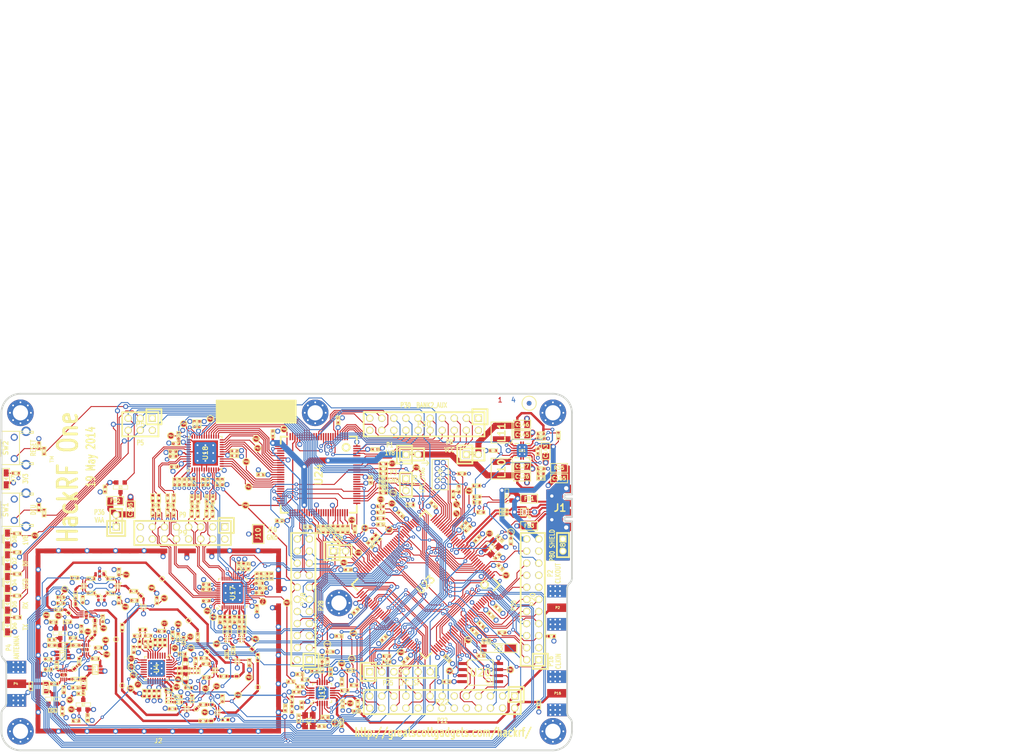
<source format=kicad_pcb>
(kicad_pcb (version 4) (host pcbnew "(2015-08-18 BZR 6102)-product")
  (title_block (date "19 may 2014"))
  (layers (0 C1F signal) (1 C2 signal) (2 C3 signal) (31 C4B signal) (34 B.Paste user) (35 F.Paste user) (36 B.SilkS user) (37 F.SilkS user) (38 B.Mask user) (39 F.Mask user) (44 Edge.Cuts user))
  (net 0 "")
  (net 1 !MIX_BYPASS)
  (net 2 !RX_AMP_PWR)
  (net 3 !TX_AMP_PWR)
  (net 4 !VAA_ENABLE)
  (net 5 +1.8V)
  (net 6 /baseband/CLK0)
  (net 7 /baseband/CLK1)
  (net 8 /baseband/CLK2)
  (net 9 /baseband/CLK3)
  (net 10 /baseband/CLK5)
  (net 11 /baseband/COM)
  (net 12 /baseband/CPOUT+)
  (net 13 /baseband/CPOUT-)
  (net 14 /baseband/IA+)
  (net 15 /baseband/IA-)
  (net 16 /baseband/ID+)
  (net 17 /baseband/ID-)
  (net 18 /baseband/INTR)
  (net 19 /baseband/OEB)
  (net 20 /baseband/QA+)
  (net 21 /baseband/QA-)
  (net 22 /baseband/QD+)
  (net 23 /baseband/QD-)
  (net 24 /baseband/REFN)
  (net 25 /baseband/REFP)
  (net 26 /baseband/RXBBI+)
  (net 27 /baseband/RXBBI-)
  (net 28 /baseband/RXBBQ+)
  (net 29 /baseband/RXBBQ-)
  (net 30 /baseband/TXBBI+)
  (net 31 /baseband/TXBBI-)
  (net 32 /baseband/TXBBQ+)
  (net 33 /baseband/TXBBQ-)
  (net 34 /baseband/XA)
  (net 35 /baseband/XB)
  (net 36 /baseband/XCVR_CLKOUT)
  (net 37 /baseband/XTAL2)
  (net 38 /frontend/!ANT_BIAS)
  (net 39 /frontend/REF_IN)
  (net 40 /frontend/RX_AMP_OUT)
  (net 41 /frontend/TX_AMP_IN)
  (net 42 /frontend/TX_AMP_OUT)
  (net 43 /mcu/usb/power/ADC0_0)
  (net 44 /mcu/usb/power/ADC0_2)
  (net 45 /mcu/usb/power/ADC0_5)
  (net 46 /mcu/usb/power/ADC0_6)
  (net 47 /mcu/usb/power/B1AUX13)
  (net 48 /mcu/usb/power/B1AUX14)
  (net 49 /mcu/usb/power/B2AUX1)
  (net 50 /mcu/usb/power/B2AUX10)
  (net 51 /mcu/usb/power/B2AUX11)
  (net 52 /mcu/usb/power/B2AUX12)
  (net 53 /mcu/usb/power/B2AUX13)
  (net 54 /mcu/usb/power/B2AUX14)
  (net 55 /mcu/usb/power/B2AUX15)
  (net 56 /mcu/usb/power/B2AUX16)
  (net 57 /mcu/usb/power/B2AUX2)
  (net 58 /mcu/usb/power/B2AUX3)
  (net 59 /mcu/usb/power/B2AUX4)
  (net 60 /mcu/usb/power/B2AUX5)
  (net 61 /mcu/usb/power/B2AUX6)
  (net 62 /mcu/usb/power/B2AUX7)
  (net 63 /mcu/usb/power/B2AUX8)
  (net 64 /mcu/usb/power/B2AUX9)
  (net 65 /mcu/usb/power/BANK2F3M1)
  (net 66 /mcu/usb/power/BANK2F3M10)
  (net 67 /mcu/usb/power/BANK2F3M11)
  (net 68 /mcu/usb/power/BANK2F3M12)
  (net 69 /mcu/usb/power/BANK2F3M14)
  (net 70 /mcu/usb/power/BANK2F3M15)
  (net 71 /mcu/usb/power/BANK2F3M16)
  (net 72 /mcu/usb/power/BANK2F3M2)
  (net 73 /mcu/usb/power/BANK2F3M3)
  (net 74 /mcu/usb/power/BANK2F3M4)
  (net 75 /mcu/usb/power/BANK2F3M5)
  (net 76 /mcu/usb/power/BANK2F3M6)
  (net 77 /mcu/usb/power/BANK2F3M7)
  (net 78 /mcu/usb/power/BANK2F3M8)
  (net 79 /mcu/usb/power/BANK2F3M9)
  (net 80 /mcu/usb/power/CPLD_TCK)
  (net 81 /mcu/usb/power/CPLD_TDI)
  (net 82 /mcu/usb/power/CPLD_TDO)
  (net 83 /mcu/usb/power/CPLD_TMS)
  (net 84 /mcu/usb/power/DBGEN)
  (net 85 /mcu/usb/power/DM)
  (net 86 /mcu/usb/power/DP)
  (net 87 /mcu/usb/power/EN1V8)
  (net 88 /mcu/usb/power/GCK0)
  (net 89 /mcu/usb/power/GPIO3_10)
  (net 90 /mcu/usb/power/GPIO3_11)
  (net 91 /mcu/usb/power/GPIO3_12)
  (net 92 /mcu/usb/power/GPIO3_13)
  (net 93 /mcu/usb/power/GPIO3_14)
  (net 94 /mcu/usb/power/GPIO3_15)
  (net 95 /mcu/usb/power/GPIO3_8)
  (net 96 /mcu/usb/power/GPIO3_9)
  (net 97 /mcu/usb/power/GP_CLKIN)
  (net 98 /mcu/usb/power/I2C1_SCL)
  (net 99 /mcu/usb/power/I2C1_SDA)
  (net 100 /mcu/usb/power/I2S0_RX_MCLK)
  (net 101 /mcu/usb/power/I2S0_RX_SCK)
  (net 102 /mcu/usb/power/I2S0_RX_SDA)
  (net 103 /mcu/usb/power/I2S0_RX_WS)
  (net 104 /mcu/usb/power/I2S0_TX_MCLK)
  (net 105 /mcu/usb/power/I2S0_TX_SCK)
  (net 106 /mcu/usb/power/ISP)
  (net 107 /mcu/usb/power/LED1)
  (net 108 /mcu/usb/power/LED2)
  (net 109 /mcu/usb/power/LED3)
  (net 110 /mcu/usb/power/P1_1)
  (net 111 /mcu/usb/power/P1_2)
  (net 112 /mcu/usb/power/P2_13)
  (net 113 /mcu/usb/power/P2_8)
  (net 114 /mcu/usb/power/P2_9)
  (net 115 /mcu/usb/power/REG_OUT1)
  (net 116 /mcu/usb/power/REG_OUT2)
  (net 117 /mcu/usb/power/RESET)
  (net 118 /mcu/usb/power/RREF)
  (net 119 /mcu/usb/power/RTCX1)
  (net 120 /mcu/usb/power/RTCX2)
  (net 121 /mcu/usb/power/RTC_ALARM)
  (net 122 /mcu/usb/power/SD_CD)
  (net 123 /mcu/usb/power/SD_CLK)
  (net 124 /mcu/usb/power/SD_CMD)
  (net 125 /mcu/usb/power/SD_DAT0)
  (net 126 /mcu/usb/power/SD_DAT1)
  (net 127 /mcu/usb/power/SD_DAT2)
  (net 128 /mcu/usb/power/SD_DAT3)
  (net 129 /mcu/usb/power/SD_POW)
  (net 130 /mcu/usb/power/SD_VOLT0)
  (net 131 /mcu/usb/power/SGPIO0)
  (net 132 /mcu/usb/power/SGPIO1)
  (net 133 /mcu/usb/power/SGPIO10)
  (net 134 /mcu/usb/power/SGPIO11)
  (net 135 /mcu/usb/power/SGPIO12)
  (net 136 /mcu/usb/power/SGPIO13)
  (net 137 /mcu/usb/power/SGPIO14)
  (net 138 /mcu/usb/power/SGPIO15)
  (net 139 /mcu/usb/power/SGPIO2)
  (net 140 /mcu/usb/power/SGPIO3)
  (net 141 /mcu/usb/power/SGPIO4)
  (net 142 /mcu/usb/power/SGPIO5)
  (net 143 /mcu/usb/power/SGPIO6)
  (net 144 /mcu/usb/power/SGPIO7)
  (net 145 /mcu/usb/power/SGPIO9)
  (net 146 /mcu/usb/power/SPIFI_CS)
  (net 147 /mcu/usb/power/SPIFI_MISO)
  (net 148 /mcu/usb/power/SPIFI_MOSI)
  (net 149 /mcu/usb/power/SPIFI_SCK)
  (net 150 /mcu/usb/power/SPIFI_SIO2)
  (net 151 /mcu/usb/power/SPIFI_SIO3)
  (net 152 /mcu/usb/power/TCK)
  (net 153 /mcu/usb/power/TDI)
  (net 154 /mcu/usb/power/TDO)
  (net 155 /mcu/usb/power/TMS)
  (net 156 /mcu/usb/power/U0_RXD)
  (net 157 /mcu/usb/power/U0_TXD)
  (net 158 /mcu/usb/power/USB_SHIELD)
  (net 159 /mcu/usb/power/VBAT)
  (net 160 /mcu/usb/power/VBUS)
  (net 161 /mcu/usb/power/VBUSCTRL)
  (net 162 /mcu/usb/power/VIN)
  (net 163 /mcu/usb/power/VREGMODE)
  (net 164 /mcu/usb/power/WAKEUP)
  (net 165 /mcu/usb/power/XTAL1)
  (net 166 /mcu/usb/power/XTAL2)
  (net 167 AMP_BYPASS)
  (net 168 CLK6)
  (net 169 CLKIN)
  (net 170 CLKOUT)
  (net 171 CS_AD)
  (net 172 CS_XCVR)
  (net 173 DA0)
  (net 174 DA1)
  (net 175 DA2)
  (net 176 DA3)
  (net 177 DA4)
  (net 178 DA5)
  (net 179 DA6)
  (net 180 DA7)
  (net 181 DD0)
  (net 182 DD1)
  (net 183 DD2)
  (net 184 DD3)
  (net 185 DD4)
  (net 186 DD5)
  (net 187 DD6)
  (net 188 DD7)
  (net 189 DD8)
  (net 190 DD9)
  (net 191 GCK1)
  (net 192 GCK2)
  (net 193 GND)
  (net 194 HP)
  (net 195 LP)
  (net 196 MCU_CLK)
  (net 197 MIXER_ENX)
  (net 198 MIXER_RESETX)
  (net 199 MIXER_SCLK)
  (net 200 MIXER_SDATA)
  (net 201 MIX_BYPASS)
  (net 202 MIX_CLK)
  (net 203 RSSI)
  (net 204 RX)
  (net 205 RXENABLE)
  (net 206 RX_AMP)
  (net 207 RX_IF)
  (net 208 RX_MIX_BP)
  (net 209 SCL)
  (net 210 SDA)
  (net 211 SGPIO_CLK)
  (net 212 SSP1_MISO)
  (net 213 SSP1_MOSI)
  (net 214 SSP1_SCK)
  (net 215 TX)
  (net 216 TXENABLE)
  (net 217 TX_AMP)
  (net 218 TX_IF)
  (net 219 TX_MIX_BP)
  (net 220 VAA)
  (net 221 VCC)
  (net 222 XCVR_EN)
  (net 223 "Net-(C8-Pad2)")
  (net 224 "Net-(C9-Pad2)")
  (net 225 "Net-(C9-Pad1)")
  (net 226 "Net-(C12-Pad1)")
  (net 227 "Net-(C13-Pad1)")
  (net 228 "Net-(C14-Pad2)")
  (net 229 "Net-(C14-Pad1)")
  (net 230 "Net-(C15-Pad2)")
  (net 231 "Net-(C17-Pad2)")
  (net 232 "Net-(C17-Pad1)")
  (net 233 "Net-(C18-Pad2)")
  (net 234 "Net-(C18-Pad1)")
  (net 235 "Net-(C20-Pad2)")
  (net 236 "Net-(C20-Pad1)")
  (net 237 "Net-(C21-Pad2)")
  (net 238 "Net-(C21-Pad1)")
  (net 239 "Net-(C23-Pad2)")
  (net 240 "Net-(C23-Pad1)")
  (net 241 "Net-(C25-Pad1)")
  (net 242 "Net-(C26-Pad2)")
  (net 243 "Net-(C26-Pad1)")
  (net 244 "Net-(C27-Pad2)")
  (net 245 "Net-(C27-Pad1)")
  (net 246 "Net-(C28-Pad2)")
  (net 247 "Net-(C28-Pad1)")
  (net 248 "Net-(C31-Pad2)")
  (net 249 "Net-(C31-Pad1)")
  (net 250 "Net-(C32-Pad2)")
  (net 251 "Net-(C32-Pad1)")
  (net 252 "Net-(C43-Pad2)")
  (net 253 "Net-(C43-Pad1)")
  (net 254 "Net-(C44-Pad2)")
  (net 255 "Net-(C44-Pad1)")
  (net 256 "Net-(C46-Pad2)")
  (net 257 "Net-(C46-Pad1)")
  (net 258 "Net-(C48-Pad1)")
  (net 259 "Net-(C49-Pad2)")
  (net 260 "Net-(C50-Pad1)")
  (net 261 "Net-(C51-Pad2)")
  (net 262 "Net-(C51-Pad1)")
  (net 263 "Net-(C163-Pad2)")
  (net 264 "Net-(C58-Pad2)")
  (net 265 "Net-(C58-Pad1)")
  (net 266 "Net-(C59-Pad2)")
  (net 267 "Net-(C61-Pad2)")
  (net 268 "Net-(C61-Pad1)")
  (net 269 "Net-(C62-Pad2)")
  (net 270 "Net-(C64-Pad2)")
  (net 271 "Net-(C64-Pad1)")
  (net 272 "Net-(C99-Pad2)")
  (net 273 "Net-(C99-Pad1)")
  (net 274 "Net-(C102-Pad2)")
  (net 275 "Net-(C102-Pad1)")
  (net 276 "Net-(C104-Pad2)")
  (net 277 "Net-(C104-Pad1)")
  (net 278 "Net-(C105-Pad1)")
  (net 279 "Net-(C106-Pad1)")
  (net 280 "Net-(C111-Pad2)")
  (net 281 "Net-(C111-Pad1)")
  (net 282 "Net-(C114-Pad2)")
  (net 283 "Net-(C114-Pad1)")
  (net 284 "Net-(C125-Pad2)")
  (net 285 "Net-(C160-Pad1)")
  (net 286 "Net-(D2-Pad2)")
  (net 287 "Net-(D4-Pad2)")
  (net 288 "Net-(D5-Pad2)")
  (net 289 "Net-(D6-Pad2)")
  (net 290 "Net-(D7-Pad2)")
  (net 291 "Net-(D8-Pad2)")
  (net 292 "Net-(FB1-Pad1)")
  (net 293 "Net-(FB2-Pad1)")
  (net 294 "Net-(FB3-Pad1)")
  (net 295 "Net-(J1-Pad4)")
  (net 296 "Net-(J1-Pad3)")
  (net 297 "Net-(J1-Pad2)")
  (net 298 "Net-(L1-Pad2)")
  (net 299 "Net-(L1-Pad1)")
  (net 300 "Net-(L2-Pad1)")
  (net 301 "Net-(L3-Pad1)")
  (net 302 "Net-(L10-Pad1)")
  (net 303 "Net-(L11-Pad2)")
  (net 304 "Net-(L13-Pad1)")
  (net 305 "Net-(P6-Pad1)")
  (net 306 "Net-(P7-Pad1)")
  (net 307 "Net-(P17-Pad1)")
  (net 308 "Net-(P19-Pad1)")
  (net 309 "Net-(P24-Pad1)")
  (net 310 "Net-(P25-Pad3)")
  (net 311 "Net-(P26-Pad7)")
  (net 312 "Net-(R4-Pad2)")
  (net 313 "Net-(R30-Pad2)")
  (net 314 "Net-(R19-Pad2)")
  (net 315 "Net-(R51-Pad1)")
  (net 316 "Net-(R52-Pad2)")
  (net 317 "Net-(R55-Pad2)")
  (net 318 "Net-(R62-Pad1)")
  (net 319 "Net-(U4-Pad1)")
  (net 320 "Net-(U4-Pad2)")
  (net 321 "Net-(U4-Pad3)")
  (net 322 "Net-(U4-Pad11)")
  (net 323 "Net-(U4-Pad13)")
  (net 324 "Net-(U4-Pad14)")
  (net 325 "Net-(U4-Pad17)")
  (net 326 "Net-(U4-Pad18)")
  (net 327 "Net-(U4-Pad20)")
  (net 328 "Net-(U4-Pad21)")
  (net 329 "Net-(U9-Pad2)")
  (net 330 "Net-(U12-Pad2)")
  (net 331 "Net-(U14-Pad2)")
  (net 332 "Net-(U15-Pad4)")
  (net 333 "Net-(U15-Pad6)")
  (net 334 "Net-(U17-Pad3)")
  (net 335 "Net-(U17-Pad6)")
  (net 336 "Net-(U17-Pad8)")
  (net 337 "Net-(U17-Pad9)")
  (net 338 "Net-(U17-Pad12)")
  (net 339 "Net-(U17-Pad14)")
  (net 340 "Net-(U17-Pad18)")
  (net 341 "Net-(U17-Pad33)")
  (net 342 "Net-(U17-Pad34)")
  (net 343 "Net-(U17-Pad40)")
  (net 344 "Net-(U18-Pad38)")
  (net 345 "Net-(U23-Pad89)")
  (net 346 "Net-(U23-Pad90)")
  (net 347 "Net-(U23-Pad136)")
  (net 348 "Net-(U23-Pad138)")
  (net 349 "Net-(U23-Pad139)")
  (net 350 "Net-(U24-Pad14)")
  (net 351 "Net-(U24-Pad15)")
  (net 352 "Net-(U24-Pad16)")
  (net 353 "Net-(U24-Pad20)")
  (net 354 "Net-(U24-Pad25)")
  (net 355 "Net-(U24-Pad44)")
  (net 356 "Net-(U24-Pad46)")
  (net 357 "Net-(U24-Pad49)")
  (net 358 "Net-(U24-Pad50)")
  (net 359 "Net-(U24-Pad52)")
  (net 360 "Net-(U24-Pad53)")
  (net 361 "Net-(U24-Pad54)")
  (net 362 "Net-(U24-Pad58)")
  (net 363 "Net-(U24-Pad59)")
  (net 364 "Net-(U24-Pad60)")
  (net 365 "Net-(U24-Pad63)")
  (net 366 "Net-(U24-Pad65)")
  (net 367 "Net-(U24-Pad66)")
  (net 368 "Net-(U24-Pad68)")
  (net 369 "Net-(U24-Pad73)")
  (net 370 "Net-(U24-Pad75)")
  (net 371 "Net-(U24-Pad80)")
  (net 372 "Net-(U24-Pad82)")
  (net 373 "Net-(U24-Pad85)")
  (net 374 "Net-(U24-Pad86)")
  (net 375 "Net-(U24-Pad87)")
  (net 376 "Net-(U24-Pad93)")
  (net 377 "Net-(U24-Pad95)")
  (net 378 "Net-(U24-Pad96)")
  (module hackrf:GSG-QFN20-4 (layer C1F) (at 127.4692 162.926 90)
    (fp_text reference U19 (at 0 0 90) (layer F.SilkS) (effects (font (size 1.00076 1.00076) (thickness 0.2032))))
    (fp_text value SI5351C hide)
    (pad 1 smd oval (at -2.2 -1 90) (size 1.2 0.32) (layers C1F F.Paste F.Mask) (net 34 /baseband/XA))
    (pad 2 smd oval (at -2.2 -0.5 90) (size 1.2 0.32) (layers C1F F.Paste F.Mask) (net 35 /baseband/XB))
    (pad 3 smd oval (at -2.2 0 90) (size 1.2 0.32) (layers C1F F.Paste F.Mask) (net 18 /baseband/INTR))
    (pad 4 smd oval (at -2.2 0.5 90) (size 1.2 0.32) (layers C1F F.Paste F.Mask) (net 209 SCL))
    (pad 5 smd oval (at -2.2 1 90) (size 1.2 0.32) (layers C1F F.Paste F.Mask) (net 210 SDA))
    (pad 6 smd oval (at -1 2.2 180) (size 1.2 0.32) (layers C1F F.Paste F.Mask) (net 169 CLKIN))
    (pad 7 smd oval (at -0.5 2.2 180) (size 1.2 0.32) (layers C1F F.Paste F.Mask) (net 19 /baseband/OEB))
    (pad 8 smd oval (at 0 2.2 180) (size 1.2 0.32) (layers C1F F.Paste F.Mask) (net 9 /baseband/CLK3))
    (pad 9 smd oval (at 0.5 2.2 180) (size 1.2 0.32) (layers C1F F.Paste F.Mask) (net 8 /baseband/CLK2))
    (pad 10 smd oval (at 1 2.2 180) (size 1.2 0.32) (layers C1F F.Paste F.Mask) (net 221 VCC))
    (pad 11 smd oval (at 2.2 1 90) (size 1.2 0.32) (layers C1F F.Paste F.Mask) (net 221 VCC))
    (pad 12 smd oval (at 2.2 0.5 90) (size 1.2 0.32) (layers C1F F.Paste F.Mask) (net 7 /baseband/CLK1))
    (pad 13 smd oval (at 2.2 0 90) (size 1.2 0.32) (layers C1F F.Paste F.Mask) (net 6 /baseband/CLK0))
    (pad 14 smd oval (at 2.2 -0.5 90) (size 1.2 0.32) (layers C1F F.Paste F.Mask) (net 221 VCC))
    (pad 15 smd oval (at 2.2 -1 90) (size 1.2 0.32) (layers C1F F.Paste F.Mask) (net 196 MCU_CLK))
    (pad 16 smd oval (at 1 -2.2 180) (size 1.2 0.32) (layers C1F F.Paste F.Mask) (net 168 CLK6))
    (pad 17 smd oval (at 0.5 -2.2 180) (size 1.2 0.32) (layers C1F F.Paste F.Mask) (net 10 /baseband/CLK5))
    (pad 18 smd oval (at 0 -2.2 180) (size 1.2 0.32) (layers C1F F.Paste F.Mask) (net 221 VCC))
    (pad 19 smd oval (at -0.5 -2.2 180) (size 1.2 0.32) (layers C1F F.Paste F.Mask) (net 202 MIX_CLK))
    (pad 20 smd oval (at -1 -2.2 180) (size 1.2 0.32) (layers C1F F.Paste F.Mask) (net 221 VCC))
    (pad 0 smd rect (at 0 0 90) (size 2.65 2.65) (layers C1F F.Mask) (net 193 GND))
    (pad 0 thru_hole circle (at 0 0 90) (size 0.6 0.6) (drill 0.35) (layers *.Cu B.Mask) (net 193 GND))
    (pad 0 thru_hole circle (at -0.66 -0.66 90) (size 0.6 0.6) (drill 0.35) (layers *.Cu B.Mask) (net 193 GND))
    (pad 0 thru_hole circle (at 0.66 -0.66 90) (size 0.6 0.6) (drill 0.35) (layers *.Cu B.Mask) (net 193 GND))
    (pad 0 thru_hole circle (at 0.66 0.66 90) (size 0.6 0.6) (drill 0.35) (layers *.Cu B.Mask) (net 193 GND))
    (pad 0 thru_hole circle (at -0.66 0.66 90) (size 0.6 0.6) (drill 0.35) (layers *.Cu B.Mask) (net 193 GND))
    (pad 0 smd rect (at -0.66 -0.66 90) (size 1.32 1.32) (layers C1F F.Paste) (net 193 GND))
    (pad 0 smd rect (at 0.66 -0.66 90) (size 1.32 1.32) (layers C1F F.Paste) (net 193 GND))
    (pad 0 smd rect (at -0.66 0.66 90) (size 1.32 1.32) (layers C1F F.Paste) (net 193 GND))
    (pad 0 smd rect (at 0.66 0.66 90) (size 1.32 1.32) (layers C1F F.Paste) (net 193 GND))
  )
  (module GSG-TESTPOINT-30MIL-MASKONLY (layer C1F) (at 89.31402 142.49908)
    (fp_text reference TESTPOINT-30MIL-MASKONLY hide)
    (fp_text value VAL** hide)
  )
  (module GSG-TESTPOINT-30MIL-MASKONLY (layer C1F) (at 84.1046 151.6574)
    (fp_text reference TESTPOINT-30MIL-MASKONLY hide)
    (fp_text value VAL** hide)
  )
  (module GSG-TESTPOINT-30MIL-MASKONLY (layer C1F) (at 75.57516 144.21358)
    (fp_text reference TESTPOINT-30MIL-MASKONLY hide)
    (fp_text value VAL** hide)
  )
  (module GSG-TESTPOINT-30MIL-MASKONLY (layer C1F) (at 74.0537 146.1516)
    (fp_text reference TESTPOINT-30MIL-MASKONLY hide)
    (fp_text value VAL** hide)
  )
  (module GSG-TESTPOINT-30MIL-MASKONLY (layer C1F) (at 93.782 138.932)
    (fp_text reference TESTPOINT-30MIL-MASKONLY hide)
    (fp_text value VAL** hide)
  )
  (module GSG-TESTPOINT-30MIL-MASKONLY (layer C1F) (at 85.4 161.3602)
    (fp_text reference TESTPOINT-30MIL-MASKONLY hide)
    (fp_text value VAL** hide)
  )
  (module GSG-TESTPOINT-30MIL-MASKONLY (layer C1F) (at 75.33894 157.8483)
    (fp_text reference TESTPOINT-30MIL-MASKONLY hide)
    (fp_text value VAL** hide)
  )
  (module GSG-TESTPOINT-30MIL-MASKONLY (layer C1F) (at 79.0321 151.36114)
    (fp_text reference TESTPOINT-30MIL-MASKONLY hide)
    (fp_text value VAL** hide)
  )
  (module GSG-TESTPOINT-30MIL-MASKONLY (layer C1F) (at 113.919 161.74974)
    (fp_text reference TESTPOINT-30MIL-MASKONLY hide)
    (fp_text value VAL** hide)
  )
  (module GSG-TESTPOINT-30MIL-MASKONLY (layer C1F) (at 104.11206 168.79824)
    (fp_text reference TESTPOINT-30MIL-MASKONLY hide)
    (fp_text value VAL** hide)
  )
  (module GSG-TESTPOINT-30MIL-MASKONLY (layer C1F) (at 104.25176 165.37432)
    (fp_text reference TESTPOINT-30MIL-MASKONLY hide)
    (fp_text value VAL** hide)
  )
  (module GSG-TESTPOINT-30MIL-MASKONLY (layer C1F) (at 101.0158 166.26332)
    (fp_text reference TESTPOINT-30MIL-MASKONLY hide)
    (fp_text value VAL** hide)
  )
  (module GSG-TESTPOINT-30MIL-MASKONLY (layer C1F) (at 79.6671 147.71116)
    (fp_text reference TESTPOINT-30MIL-MASKONLY hide)
    (fp_text value VAL** hide)
  )
  (module GSG-TESTPOINT-30MIL-MASKONLY (layer C1F) (at 109.47654 159.42564)
    (fp_text reference TESTPOINT-30MIL-MASKONLY hide)
    (fp_text value VAL** hide)
  )
  (module GSG-TESTPOINT-30MIL-MASKONLY (layer C1F) (at 99.36226 147.6883)
    (fp_text reference TESTPOINT-30MIL-MASKONLY hide)
    (fp_text value VAL** hide)
  )
  (module GSG-TESTPOINT-30MIL-MASKONLY (layer C1F) (at 103.23068 154.2796)
    (fp_text reference TESTPOINT-30MIL-MASKONLY hide)
    (fp_text value VAL** hide)
  )
  (module GSG-TESTPOINT-30MIL-MASKONLY (layer C1F) (at 112.71504 153.71064)
    (fp_text reference TESTPOINT-30MIL-MASKONLY hide)
    (fp_text value VAL** hide)
  )
  (module GSG-MARK1MM (layer C1F) (at 171 102)
    (fp_text reference MARK1MM hide)
    (fp_text value VAL** hide)
    (pad "" smd circle (at 0 0) (size 1 1) (layers *.Cu *.Mask))
  )
  (module gsg-modules:LTST-S220 (layer C1F) (at 61 117.9 270)
    (fp_text reference D7 (at 0 -1.5 270) (layer F.SilkS) (effects (font (size 0.762 0.762) (thickness 0.1905))))
    (fp_text value VCCLED hide)
    (pad 1 smd rect (at 1.25 0 270) (size 1.5 1) (layers C1F F.Paste F.Mask) (net 193 GND) (clearance 0.1778))
    (pad 2 smd rect (at -1.25 0 270) (size 1.5 1) (layers C1F F.Paste F.Mask) (net 290 "Net-(D7-Pad2)") (clearance 0.1778))
  )
  (module gsg-modules:LTST-S220 (layer C1F) (at 61.27 130.55 270)
    (fp_text reference D8 (at 0 -1.5 270) (layer F.SilkS) (effects (font (size 0.762 0.762) (thickness 0.1905))))
    (fp_text value 1V8LED hide)
    (pad 1 smd rect (at 1.25 0 270) (size 1.5 1) (layers C1F F.Paste F.Mask) (net 193 GND) (clearance 0.1778))
    (pad 2 smd rect (at -1.25 0 270) (size 1.5 1) (layers C1F F.Paste F.Mask) (net 291 "Net-(D8-Pad2)") (clearance 0.1778))
  )
  (module gsg-modules:LTST-S220 (layer C1F) (at 61.27 135.122 270)
    (fp_text reference D2 (at 0 -1.5 270) (layer F.SilkS) (effects (font (size 0.762 0.762) (thickness 0.1905))))
    (fp_text value VAALED hide)
    (pad 1 smd rect (at 1.25 0 270) (size 1.5 1) (layers C1F F.Paste F.Mask) (net 193 GND) (clearance 0.1778))
    (pad 2 smd rect (at -1.25 0 270) (size 1.5 1) (layers C1F F.Paste F.Mask) (net 286 "Net-(D2-Pad2)") (clearance 0.1778))
  )
  (module gsg-modules:LTST-S220 (layer C1F) (at 61.27 139.694 270)
    (fp_text reference D4 (at 0 -1.5 270) (layer F.SilkS) (effects (font (size 0.762 0.762) (thickness 0.1905))))
    (fp_text value USBLED hide)
    (pad 1 smd rect (at 1.25 0 270) (size 1.5 1) (layers C1F F.Paste F.Mask) (net 193 GND) (clearance 0.1778))
    (pad 2 smd rect (at -1.25 0 270) (size 1.5 1) (layers C1F F.Paste F.Mask) (net 287 "Net-(D4-Pad2)") (clearance 0.1778))
  )
  (module gsg-modules:LTST-S220 (layer C1F) (at 61.27 144.266 270)
    (fp_text reference D5 (at 0 -1.5 270) (layer F.SilkS) (effects (font (size 0.762 0.762) (thickness 0.1905))))
    (fp_text value RXLED hide)
    (pad 1 smd rect (at 1.25 0 270) (size 1.5 1) (layers C1F F.Paste F.Mask) (net 193 GND) (clearance 0.1778))
    (pad 2 smd rect (at -1.25 0 270) (size 1.5 1) (layers C1F F.Paste F.Mask) (net 288 "Net-(D5-Pad2)") (clearance 0.1778))
  )
  (module gsg-modules:LTST-S220 (layer C1F) (at 61.27 148.838 270)
    (fp_text reference D6 (at 0 -1.5 270) (layer F.SilkS) (effects (font (size 0.762 0.762) (thickness 0.1905))))
    (fp_text value TXLED hide)
    (pad 1 smd rect (at 1.25 0 270) (size 1.5 1) (layers C1F F.Paste F.Mask) (net 193 GND) (clearance 0.1778))
    (pad 2 smd rect (at -1.25 0 270) (size 1.5 1) (layers C1F F.Paste F.Mask) (net 289 "Net-(D6-Pad2)") (clearance 0.1778))
  )
  (module hackrf:GSG-0402 (layer C1F) (at 91.0964 163.0468 270)
    (fp_text reference C1 (at 0 0.0508 270) (layer F.SilkS) (effects (font (size 0.4064 0.4064) (thickness 0.1016))))
    (fp_text value 33pF hide)
    (pad 2 smd rect (at 0.5334 0 270) (size 0.508 0.5588) (layers C1F F.Paste F.Mask) (net 193 GND))
    (pad 1 smd rect (at -0.5334 0 270) (size 0.508 0.5588) (layers C1F F.Paste F.Mask) (net 221 VCC))
  )
  (module hackrf:GSG-0402 (layer C1F) (at 90.0804 163.0468 270)
    (fp_text reference C2 (at 0 0.0508 270) (layer F.SilkS) (effects (font (size 0.4064 0.4064) (thickness 0.1016))))
    (fp_text value 10nF hide)
    (pad 2 smd rect (at 0.5334 0 270) (size 0.508 0.5588) (layers C1F F.Paste F.Mask) (net 193 GND))
    (pad 1 smd rect (at -0.5334 0 270) (size 0.508 0.5588) (layers C1F F.Paste F.Mask) (net 221 VCC))
  )
  (module hackrf:GSG-0402 (layer C1F) (at 93.1284 163.0468 270)
    (fp_text reference C3 (at 0 0.0508 270) (layer F.SilkS) (effects (font (size 0.4064 0.4064) (thickness 0.1016))))
    (fp_text value 33pF hide)
    (pad 2 smd rect (at 0.5334 0 270) (size 0.508 0.5588) (layers C1F F.Paste F.Mask) (net 193 GND))
    (pad 1 smd rect (at -0.5334 0 270) (size 0.508 0.5588) (layers C1F F.Paste F.Mask) (net 220 VAA))
  )
  (module hackrf:GSG-0402 (layer C1F) (at 92.1124 163.0468 270)
    (fp_text reference C4 (at 0 0.0508 270) (layer F.SilkS) (effects (font (size 0.4064 0.4064) (thickness 0.1016))))
    (fp_text value 10nF hide)
    (pad 2 smd rect (at 0.5334 0 270) (size 0.508 0.5588) (layers C1F F.Paste F.Mask) (net 193 GND))
    (pad 1 smd rect (at -0.5334 0 270) (size 0.508 0.5588) (layers C1F F.Paste F.Mask) (net 220 VAA))
  )
  (module hackrf:GSG-0402 (layer C1F) (at 92.341 152.328 90)
    (fp_text reference C5 (at 0 0.0508 90) (layer F.SilkS) (effects (font (size 0.4064 0.4064) (thickness 0.1016))))
    (fp_text value 33pF hide)
    (pad 2 smd rect (at 0.5334 0 90) (size 0.508 0.5588) (layers C1F F.Paste F.Mask) (net 193 GND))
    (pad 1 smd rect (at -0.5334 0 90) (size 0.508 0.5588) (layers C1F F.Paste F.Mask) (net 220 VAA))
  )
  (module hackrf:GSG-0402 (layer C1F) (at 93.357 152.328 90)
    (fp_text reference C6 (at 0 0.0508 90) (layer F.SilkS) (effects (font (size 0.4064 0.4064) (thickness 0.1016))))
    (fp_text value 10nF hide)
    (pad 2 smd rect (at 0.5334 0 90) (size 0.508 0.5588) (layers C1F F.Paste F.Mask) (net 193 GND))
    (pad 1 smd rect (at -0.5334 0 90) (size 0.508 0.5588) (layers C1F F.Paste F.Mask) (net 220 VAA))
  )
  (module hackrf:GSG-0402 (layer C1F) (at 107.084 168.5762 180)
    (fp_text reference C7 (at 0 0.0508 180) (layer F.SilkS) (effects (font (size 0.4064 0.4064) (thickness 0.1016))))
    (fp_text value 33pF hide)
    (pad 2 smd rect (at 0.5334 0 180) (size 0.508 0.5588) (layers C1F F.Paste F.Mask) (net 201 MIX_BYPASS))
    (pad 1 smd rect (at -0.5334 0 180) (size 0.508 0.5588) (layers C1F F.Paste F.Mask) (net 193 GND))
  )
  (module hackrf:GSG-0402 (layer C1F) (at 113.919 155.448 270)
    (fp_text reference C8 (at 0 0.0508 270) (layer F.SilkS) (effects (font (size 0.4064 0.4064) (thickness 0.1016))))
    (fp_text value 22pF hide)
    (pad 2 smd rect (at 0.5334 0 270) (size 0.508 0.5588) (layers C1F F.Paste F.Mask) (net 223 "Net-(C8-Pad2)"))
    (pad 1 smd rect (at -0.5334 0 270) (size 0.508 0.5588) (layers C1F F.Paste F.Mask) (net 218 TX_IF))
  )
  (module hackrf:GSG-0402 (layer C1F) (at 85.4 149.1682 90)
    (fp_text reference C9 (at 0 0.0508 90) (layer F.SilkS) (effects (font (size 0.4064 0.4064) (thickness 0.1016))))
    (fp_text value 100nF hide)
    (pad 2 smd rect (at 0.5334 0 90) (size 0.508 0.5588) (layers C1F F.Paste F.Mask) (net 224 "Net-(C9-Pad2)"))
    (pad 1 smd rect (at -0.5334 0 90) (size 0.508 0.5588) (layers C1F F.Paste F.Mask) (net 225 "Net-(C9-Pad1)"))
  )
  (module hackrf:GSG-0402 (layer C1F) (at 87.9808 143.4816)
    (fp_text reference C10 (at 0 0.0508) (layer F.SilkS) (effects (font (size 0.4064 0.4064) (thickness 0.1016))))
    (fp_text value 33pF hide)
    (pad 2 smd rect (at 0.5334 0) (size 0.508 0.5588) (layers C1F F.Paste F.Mask) (net 204 RX))
    (pad 1 smd rect (at -0.5334 0) (size 0.508 0.5588) (layers C1F F.Paste F.Mask) (net 193 GND))
  )
  (module hackrf:GSG-0402 (layer C1F) (at 84.7138 143.4622 90)
    (fp_text reference C11 (at 0 0.0508 90) (layer F.SilkS) (effects (font (size 0.4064 0.4064) (thickness 0.1016))))
    (fp_text value 33pF hide)
    (pad 2 smd rect (at 0.5334 0 90) (size 0.508 0.5588) (layers C1F F.Paste F.Mask) (net 195 LP))
    (pad 1 smd rect (at -0.5334 0 90) (size 0.508 0.5588) (layers C1F F.Paste F.Mask) (net 193 GND))
  )
  (module hackrf:GSG-0402 (layer C1F) (at 87.7944 153.8266 270)
    (fp_text reference C12 (at 0 0.0508 270) (layer F.SilkS) (effects (font (size 0.4064 0.4064) (thickness 0.1016))))
    (fp_text value 330pF hide)
    (pad 2 smd rect (at 0.5334 0 270) (size 0.508 0.5588) (layers C1F F.Paste F.Mask) (net 193 GND))
    (pad 1 smd rect (at -0.5334 0 270) (size 0.508 0.5588) (layers C1F F.Paste F.Mask) (net 226 "Net-(C12-Pad1)"))
  )
  (module hackrf:GSG-0402 (layer C1F) (at 88.5564 150.9056 180)
    (fp_text reference C13 (at 0 0.0508 180) (layer F.SilkS) (effects (font (size 0.4064 0.4064) (thickness 0.1016))))
    (fp_text value 330pF hide)
    (pad 2 smd rect (at 0.5334 0 180) (size 0.508 0.5588) (layers C1F F.Paste F.Mask) (net 193 GND))
    (pad 1 smd rect (at -0.5334 0 180) (size 0.508 0.5588) (layers C1F F.Paste F.Mask) (net 227 "Net-(C13-Pad1)"))
  )
  (module hackrf:GSG-0402 (layer C1F) (at 90.3344 152.6836 90)
    (fp_text reference C14 (at 0 0.0508 90) (layer F.SilkS) (effects (font (size 0.4064 0.4064) (thickness 0.1016))))
    (fp_text value 8p2 hide)
    (pad 2 smd rect (at 0.5334 0 90) (size 0.508 0.5588) (layers C1F F.Paste F.Mask) (net 228 "Net-(C14-Pad2)"))
    (pad 1 smd rect (at -0.5334 0 90) (size 0.508 0.5588) (layers C1F F.Paste F.Mask) (net 229 "Net-(C14-Pad1)"))
  )
  (module hackrf:GSG-0402 (layer C1F) (at 90.8424 150.9056)
    (fp_text reference C15 (at 0 0.0508) (layer F.SilkS) (effects (font (size 0.4064 0.4064) (thickness 0.1016))))
    (fp_text value 180pF hide)
    (pad 2 smd rect (at 0.5334 0) (size 0.508 0.5588) (layers C1F F.Paste F.Mask) (net 230 "Net-(C15-Pad2)"))
    (pad 1 smd rect (at -0.5334 0) (size 0.508 0.5588) (layers C1F F.Paste F.Mask) (net 229 "Net-(C14-Pad1)"))
  )
  (module hackrf:GSG-0402 (layer C1F) (at 106.4998 164.1566 90)
    (fp_text reference C16 (at 0 0.0508 90) (layer F.SilkS) (effects (font (size 0.4064 0.4064) (thickness 0.1016))))
    (fp_text value 33pF hide)
    (pad 2 smd rect (at 0.5334 0 90) (size 0.508 0.5588) (layers C1F F.Paste F.Mask) (net 193 GND))
    (pad 1 smd rect (at -0.5334 0 90) (size 0.508 0.5588) (layers C1F F.Paste F.Mask) (net 1 !MIX_BYPASS))
  )
  (module hackrf:GSG-0402 (layer C1F) (at 82.9358 141.9382)
    (fp_text reference C17 (at 0 0.0508) (layer F.SilkS) (effects (font (size 0.4064 0.4064) (thickness 0.1016))))
    (fp_text value 100nF hide)
    (pad 2 smd rect (at 0.5334 0) (size 0.508 0.5588) (layers C1F F.Paste F.Mask) (net 231 "Net-(C17-Pad2)"))
    (pad 1 smd rect (at -0.5334 0) (size 0.508 0.5588) (layers C1F F.Paste F.Mask) (net 232 "Net-(C17-Pad1)"))
  )
  (module hackrf:GSG-0402 (layer C1F) (at 78.8718 141.9382)
    (fp_text reference C18 (at 0 0.0508) (layer F.SilkS) (effects (font (size 0.4064 0.4064) (thickness 0.1016))))
    (fp_text value 100nF hide)
    (pad 2 smd rect (at 0.5334 0) (size 0.508 0.5588) (layers C1F F.Paste F.Mask) (net 233 "Net-(C18-Pad2)"))
    (pad 1 smd rect (at -0.5334 0) (size 0.508 0.5588) (layers C1F F.Paste F.Mask) (net 234 "Net-(C18-Pad1)"))
  )
  (module hackrf:GSG-0402 (layer C1F) (at 77.0938 143.3352 90)
    (fp_text reference C19 (at 0 0.0508 90) (layer F.SilkS) (effects (font (size 0.4064 0.4064) (thickness 0.1016))))
    (fp_text value 33pF hide)
    (pad 2 smd rect (at 0.5334 0 90) (size 0.508 0.5588) (layers C1F F.Paste F.Mask) (net 195 LP))
    (pad 1 smd rect (at -0.5334 0 90) (size 0.508 0.5588) (layers C1F F.Paste F.Mask) (net 193 GND))
  )
  (module hackrf:GSG-0402 (layer C1F) (at 87.8078 141.5288)
    (fp_text reference C20 (at 0 0.0508) (layer F.SilkS) (effects (font (size 0.4064 0.4064) (thickness 0.1016))))
    (fp_text value 100nF hide)
    (pad 2 smd rect (at 0.5334 0) (size 0.508 0.5588) (layers C1F F.Paste F.Mask) (net 235 "Net-(C20-Pad2)"))
    (pad 1 smd rect (at -0.5334 0) (size 0.508 0.5588) (layers C1F F.Paste F.Mask) (net 236 "Net-(C20-Pad1)"))
  )
  (module hackrf:GSG-0402 (layer C1F) (at 102.4382 165.3794 180)
    (fp_text reference C21 (at 0 0.0508 180) (layer F.SilkS) (effects (font (size 0.4064 0.4064) (thickness 0.1016))))
    (fp_text value 22pF hide)
    (pad 2 smd rect (at 0.5334 0 180) (size 0.508 0.5588) (layers C1F F.Paste F.Mask) (net 237 "Net-(C21-Pad2)"))
    (pad 1 smd rect (at -0.5334 0 180) (size 0.508 0.5588) (layers C1F F.Paste F.Mask) (net 238 "Net-(C21-Pad1)"))
  )
  (module hackrf:GSG-0402 (layer C1F) (at 95.9732 166.2726)
    (fp_text reference C22 (at 0 0.0508) (layer F.SilkS) (effects (font (size 0.4064 0.4064) (thickness 0.1016))))
    (fp_text value 33pF hide)
    (pad 2 smd rect (at 0.5334 0) (size 0.508 0.5588) (layers C1F F.Paste F.Mask) (net 204 RX))
    (pad 1 smd rect (at -0.5334 0) (size 0.508 0.5588) (layers C1F F.Paste F.Mask) (net 193 GND))
  )
  (module hackrf:GSG-0402 (layer C1F) (at 101.2698 151.1808 90)
    (fp_text reference C23 (at 0 0.0508 90) (layer F.SilkS) (effects (font (size 0.4064 0.4064) (thickness 0.1016))))
    (fp_text value 100nF hide)
    (pad 2 smd rect (at 0.5334 0 90) (size 0.508 0.5588) (layers C1F F.Paste F.Mask) (net 239 "Net-(C23-Pad2)"))
    (pad 1 smd rect (at -0.5334 0 90) (size 0.508 0.5588) (layers C1F F.Paste F.Mask) (net 240 "Net-(C23-Pad1)"))
  )
  (module hackrf:GSG-0402 (layer C1F) (at 92.6798 143.4816 270)
    (fp_text reference C24 (at 0 0.0508 270) (layer F.SilkS) (effects (font (size 0.4064 0.4064) (thickness 0.1016))))
    (fp_text value 33pF hide)
    (pad 2 smd rect (at 0.5334 0 270) (size 0.508 0.5588) (layers C1F F.Paste F.Mask) (net 215 TX))
    (pad 1 smd rect (at -0.5334 0 270) (size 0.508 0.5588) (layers C1F F.Paste F.Mask) (net 193 GND))
  )
  (module hackrf:GSG-0402 (layer C1F) (at 97.1924 163.7326)
    (fp_text reference C25 (at 0 0.0508) (layer F.SilkS) (effects (font (size 0.4064 0.4064) (thickness 0.1016))))
    (fp_text value 100nF hide)
    (pad 2 smd rect (at 0.5334 0) (size 0.508 0.5588) (layers C1F F.Paste F.Mask) (net 193 GND))
    (pad 1 smd rect (at -0.5334 0) (size 0.508 0.5588) (layers C1F F.Paste F.Mask) (net 241 "Net-(C25-Pad1)"))
  )
  (module hackrf:GSG-0402 (layer C1F) (at 78.8718 138.8902 180)
    (fp_text reference C26 (at 0 0.0508 180) (layer F.SilkS) (effects (font (size 0.4064 0.4064) (thickness 0.1016))))
    (fp_text value 47pF hide)
    (pad 2 smd rect (at 0.5334 0 180) (size 0.508 0.5588) (layers C1F F.Paste F.Mask) (net 242 "Net-(C26-Pad2)"))
    (pad 1 smd rect (at -0.5334 0 180) (size 0.508 0.5588) (layers C1F F.Paste F.Mask) (net 243 "Net-(C26-Pad1)"))
  )
  (module hackrf:GSG-0402 (layer C1F) (at 82.9358 138.8902)
    (fp_text reference C27 (at 0 0.0508) (layer F.SilkS) (effects (font (size 0.4064 0.4064) (thickness 0.1016))))
    (fp_text value 47pF hide)
    (pad 2 smd rect (at 0.5334 0) (size 0.508 0.5588) (layers C1F F.Paste F.Mask) (net 244 "Net-(C27-Pad2)"))
    (pad 1 smd rect (at -0.5334 0) (size 0.508 0.5588) (layers C1F F.Paste F.Mask) (net 245 "Net-(C27-Pad1)"))
  )
  (module hackrf:GSG-0402 (layer C1F) (at 97.1924 164.8756)
    (fp_text reference C28 (at 0 0.0508) (layer F.SilkS) (effects (font (size 0.4064 0.4064) (thickness 0.1016))))
    (fp_text value 100nF hide)
    (pad 2 smd rect (at 0.5334 0) (size 0.508 0.5588) (layers C1F F.Paste F.Mask) (net 246 "Net-(C28-Pad2)"))
    (pad 1 smd rect (at -0.5334 0) (size 0.508 0.5588) (layers C1F F.Paste F.Mask) (net 247 "Net-(C28-Pad1)"))
  )
  (module hackrf:GSG-0402 (layer C1F) (at 75.4174 138.7124 180)
    (fp_text reference C29 (at 0 0.0508 180) (layer F.SilkS) (effects (font (size 0.4064 0.4064) (thickness 0.1016))))
    (fp_text value 33pF hide)
    (pad 2 smd rect (at 0.5334 0 180) (size 0.508 0.5588) (layers C1F F.Paste F.Mask) (net 193 GND))
    (pad 1 smd rect (at -0.5334 0 180) (size 0.508 0.5588) (layers C1F F.Paste F.Mask) (net 194 HP))
  )
  (module hackrf:GSG-0402 (layer C1F) (at 84.7138 137.4932 90)
    (fp_text reference C30 (at 0 0.0508 90) (layer F.SilkS) (effects (font (size 0.4064 0.4064) (thickness 0.1016))))
    (fp_text value 33pF hide)
    (pad 2 smd rect (at 0.5334 0 90) (size 0.508 0.5588) (layers C1F F.Paste F.Mask) (net 193 GND))
    (pad 1 smd rect (at -0.5334 0 90) (size 0.508 0.5588) (layers C1F F.Paste F.Mask) (net 194 HP))
  )
  (module hackrf:GSG-0402 (layer C1F) (at 75.5952 142.4462 90)
    (fp_text reference C31 (at 0 0.0508 90) (layer F.SilkS) (effects (font (size 0.4064 0.4064) (thickness 0.1016))))
    (fp_text value 100nF hide)
    (pad 2 smd rect (at 0.5334 0 90) (size 0.508 0.5588) (layers C1F F.Paste F.Mask) (net 248 "Net-(C31-Pad2)"))
    (pad 1 smd rect (at -0.5334 0 90) (size 0.508 0.5588) (layers C1F F.Paste F.Mask) (net 249 "Net-(C31-Pad1)"))
  )
  (module hackrf:GSG-0402 (layer C1F) (at 102.4382 168.8084 180)
    (fp_text reference C32 (at 0 0.0508 180) (layer F.SilkS) (effects (font (size 0.4064 0.4064) (thickness 0.1016))))
    (fp_text value 22pF hide)
    (pad 2 smd rect (at 0.5334 0 180) (size 0.508 0.5588) (layers C1F F.Paste F.Mask) (net 250 "Net-(C32-Pad2)"))
    (pad 1 smd rect (at -0.5334 0 180) (size 0.508 0.5588) (layers C1F F.Paste F.Mask) (net 251 "Net-(C32-Pad1)"))
  )
  (module hackrf:GSG-0402 (layer C1F) (at 100.1134 164.139 90)
    (fp_text reference C33 (at 0 0.0508 90) (layer F.SilkS) (effects (font (size 0.4064 0.4064) (thickness 0.1016))))
    (fp_text value 33pF hide)
    (pad 2 smd rect (at 0.5334 0 90) (size 0.508 0.5588) (layers C1F F.Paste F.Mask) (net 193 GND))
    (pad 1 smd rect (at -0.5334 0 90) (size 0.508 0.5588) (layers C1F F.Paste F.Mask) (net 215 TX))
  )
  (module hackrf:GSG-0402 (layer C1F) (at 98.31 151.9216 90)
    (fp_text reference C34 (at 0 0.0508 90) (layer F.SilkS) (effects (font (size 0.4064 0.4064) (thickness 0.1016))))
    (fp_text value 33pF hide)
    (pad 2 smd rect (at 0.5334 0 90) (size 0.508 0.5588) (layers C1F F.Paste F.Mask) (net 193 GND))
    (pad 1 smd rect (at -0.5334 0 90) (size 0.508 0.5588) (layers C1F F.Paste F.Mask) (net 198 MIXER_RESETX))
  )
  (module hackrf:GSG-0402 (layer C1F) (at 97.167 151.1596 90)
    (fp_text reference C35 (at 0 0.0508 90) (layer F.SilkS) (effects (font (size 0.4064 0.4064) (thickness 0.1016))))
    (fp_text value 33pF hide)
    (pad 2 smd rect (at 0.5334 0 90) (size 0.508 0.5588) (layers C1F F.Paste F.Mask) (net 193 GND))
    (pad 1 smd rect (at -0.5334 0 90) (size 0.508 0.5588) (layers C1F F.Paste F.Mask) (net 197 MIXER_ENX))
  )
  (module hackrf:GSG-0402 (layer C1F) (at 96.024 150.7786 90)
    (fp_text reference C36 (at 0 0.0508 90) (layer F.SilkS) (effects (font (size 0.4064 0.4064) (thickness 0.1016))))
    (fp_text value 33pF hide)
    (pad 2 smd rect (at 0.5334 0 90) (size 0.508 0.5588) (layers C1F F.Paste F.Mask) (net 193 GND))
    (pad 1 smd rect (at -0.5334 0 90) (size 0.508 0.5588) (layers C1F F.Paste F.Mask) (net 199 MIXER_SCLK))
  )
  (module hackrf:GSG-0402 (layer C1F) (at 93.738 149.915 180)
    (fp_text reference C37 (at 0 0.0508 180) (layer F.SilkS) (effects (font (size 0.4064 0.4064) (thickness 0.1016))))
    (fp_text value 33pF hide)
    (pad 2 smd rect (at 0.5334 0 180) (size 0.508 0.5588) (layers C1F F.Paste F.Mask) (net 193 GND))
    (pad 1 smd rect (at -0.5334 0 180) (size 0.508 0.5588) (layers C1F F.Paste F.Mask) (net 200 MIXER_SDATA))
  )
  (module hackrf:GSG-0402 (layer C1F) (at 72.4456 142.8272)
    (fp_text reference C38 (at 0 0.0508) (layer F.SilkS) (effects (font (size 0.4064 0.4064) (thickness 0.1016))))
    (fp_text value 33pF hide)
    (pad 2 smd rect (at 0.5334 0) (size 0.508 0.5588) (layers C1F F.Paste F.Mask) (net 1 !MIX_BYPASS))
    (pad 1 smd rect (at -0.5334 0) (size 0.508 0.5588) (layers C1F F.Paste F.Mask) (net 193 GND))
  )
  (module hackrf:GSG-0402 (layer C1F) (at 81.3054 147.3454 90)
    (fp_text reference C39 (at 0 0.0508 90) (layer F.SilkS) (effects (font (size 0.4064 0.4064) (thickness 0.1016))))
    (fp_text value 33pF hide)
    (pad 2 smd rect (at 0.5334 0 90) (size 0.508 0.5588) (layers C1F F.Paste F.Mask) (net 219 TX_MIX_BP))
    (pad 1 smd rect (at -0.5334 0 90) (size 0.508 0.5588) (layers C1F F.Paste F.Mask) (net 193 GND))
  )
  (module hackrf:GSG-0402 (layer C1F) (at 72.4456 144.0718)
    (fp_text reference C40 (at 0 0.0508) (layer F.SilkS) (effects (font (size 0.4064 0.4064) (thickness 0.1016))))
    (fp_text value 33pF hide)
    (pad 2 smd rect (at 0.5334 0) (size 0.508 0.5588) (layers C1F F.Paste F.Mask) (net 208 RX_MIX_BP))
    (pad 1 smd rect (at -0.5334 0) (size 0.508 0.5588) (layers C1F F.Paste F.Mask) (net 193 GND))
  )
  (module hackrf:GSG-0402 (layer C1F) (at 99.326 161.8276)
    (fp_text reference C41 (at 0 0.0508) (layer F.SilkS) (effects (font (size 0.4064 0.4064) (thickness 0.1016))))
    (fp_text value 100pF hide)
    (pad 2 smd rect (at 0.5334 0) (size 0.508 0.5588) (layers C1F F.Paste F.Mask) (net 193 GND))
    (pad 1 smd rect (at -0.5334 0) (size 0.508 0.5588) (layers C1F F.Paste F.Mask) (net 220 VAA))
  )
  (module hackrf:GSG-0402 (layer C1F) (at 98.056 154.7156 180)
    (fp_text reference C42 (at 0 0.0508 180) (layer F.SilkS) (effects (font (size 0.4064 0.4064) (thickness 0.1016))))
    (fp_text value 100pF hide)
    (pad 2 smd rect (at 0.5334 0 180) (size 0.508 0.5588) (layers C1F F.Paste F.Mask) (net 193 GND))
    (pad 1 smd rect (at -0.5334 0 180) (size 0.508 0.5588) (layers C1F F.Paste F.Mask) (net 220 VAA))
  )
  (module hackrf:GSG-0402 (layer C1F) (at 72.009 145.415 180)
    (fp_text reference C43 (at 0 0.0508 180) (layer F.SilkS) (effects (font (size 0.4064 0.4064) (thickness 0.1016))))
    (fp_text value 22pF hide)
    (pad 2 smd rect (at 0.5334 0 180) (size 0.508 0.5588) (layers C1F F.Paste F.Mask) (net 252 "Net-(C43-Pad2)"))
    (pad 1 smd rect (at -0.5334 0 180) (size 0.508 0.5588) (layers C1F F.Paste F.Mask) (net 253 "Net-(C43-Pad1)"))
  )
  (module hackrf:GSG-0402 (layer C1F) (at 79.6798 149.4282 90)
    (fp_text reference C44 (at 0 0.0508 90) (layer F.SilkS) (effects (font (size 0.4064 0.4064) (thickness 0.1016))))
    (fp_text value 100nF hide)
    (pad 2 smd rect (at 0.5334 0 90) (size 0.508 0.5588) (layers C1F F.Paste F.Mask) (net 254 "Net-(C44-Pad2)"))
    (pad 1 smd rect (at -0.5334 0 90) (size 0.508 0.5588) (layers C1F F.Paste F.Mask) (net 255 "Net-(C44-Pad1)"))
  )
  (module hackrf:GSG-0402 (layer C1F) (at 102.5906 155.6512)
    (fp_text reference C45 (at 0 0.0508) (layer F.SilkS) (effects (font (size 0.4064 0.4064) (thickness 0.1016))))
    (fp_text value 33pF hide)
    (pad 2 smd rect (at 0.5334 0) (size 0.508 0.5588) (layers C1F F.Paste F.Mask) (net 215 TX))
    (pad 1 smd rect (at -0.5334 0) (size 0.508 0.5588) (layers C1F F.Paste F.Mask) (net 193 GND))
  )
  (module hackrf:GSG-0402 (layer C1F) (at 103.0478 156.7942 180)
    (fp_text reference C46 (at 0 0.0508 180) (layer F.SilkS) (effects (font (size 0.4064 0.4064) (thickness 0.1016))))
    (fp_text value 100nF hide)
    (pad 2 smd rect (at 0.5334 0 180) (size 0.508 0.5588) (layers C1F F.Paste F.Mask) (net 256 "Net-(C46-Pad2)"))
    (pad 1 smd rect (at -0.5334 0 180) (size 0.508 0.5588) (layers C1F F.Paste F.Mask) (net 257 "Net-(C46-Pad1)"))
  )
  (module hackrf:GSG-0402 (layer C1F) (at 112.1664 156.5656 90)
    (fp_text reference C47 (at 0 0.0508 90) (layer F.SilkS) (effects (font (size 0.4064 0.4064) (thickness 0.1016))))
    (fp_text value 33pF hide)
    (pad 2 smd rect (at 0.5334 0 90) (size 0.508 0.5588) (layers C1F F.Paste F.Mask) (net 1 !MIX_BYPASS))
    (pad 1 smd rect (at -0.5334 0 90) (size 0.508 0.5588) (layers C1F F.Paste F.Mask) (net 193 GND))
  )
  (module hackrf:GSG-0402 (layer C1F) (at 108.7374 154.0002 90)
    (fp_text reference C48 (at 0 0.0508 90) (layer F.SilkS) (effects (font (size 0.4064 0.4064) (thickness 0.1016))))
    (fp_text value 22pF hide)
    (pad 2 smd rect (at 0.5334 0 90) (size 0.508 0.5588) (layers C1F F.Paste F.Mask) (net 207 RX_IF))
    (pad 1 smd rect (at -0.5334 0 90) (size 0.508 0.5588) (layers C1F F.Paste F.Mask) (net 258 "Net-(C48-Pad1)"))
  )
  (module hackrf:GSG-0402 (layer C1F) (at 100.85 156.2396 270)
    (fp_text reference C49 (at 0 0.0508 270) (layer F.SilkS) (effects (font (size 0.4064 0.4064) (thickness 0.1016))))
    (fp_text value 100nF hide)
    (pad 2 smd rect (at 0.5334 0 270) (size 0.508 0.5588) (layers C1F F.Paste F.Mask) (net 259 "Net-(C49-Pad2)"))
    (pad 1 smd rect (at -0.5334 0 270) (size 0.508 0.5588) (layers C1F F.Paste F.Mask) (net 193 GND))
  )
  (module hackrf:GSG-0402 (layer C1F) (at 75.678 152.92)
    (fp_text reference C50 (at 0 0.0508) (layer F.SilkS) (effects (font (size 0.4064 0.4064) (thickness 0.1016))))
    (fp_text value 100nF hide)
    (pad 2 smd rect (at 0.5334 0) (size 0.508 0.5588) (layers C1F F.Paste F.Mask) (net 40 /frontend/RX_AMP_OUT))
    (pad 1 smd rect (at -0.5334 0) (size 0.508 0.5588) (layers C1F F.Paste F.Mask) (net 260 "Net-(C50-Pad1)"))
  )
  (module hackrf:GSG-0402 (layer C1F) (at 106.7414 159.434 180)
    (fp_text reference C51 (at 0 0.0508 180) (layer F.SilkS) (effects (font (size 0.4064 0.4064) (thickness 0.1016))))
    (fp_text value 22pF hide)
    (pad 2 smd rect (at 0.5334 0 180) (size 0.508 0.5588) (layers C1F F.Paste F.Mask) (net 261 "Net-(C51-Pad2)"))
    (pad 1 smd rect (at -0.5334 0 180) (size 0.508 0.5588) (layers C1F F.Paste F.Mask) (net 262 "Net-(C51-Pad1)"))
  )
  (module hackrf:GSG-0402 (layer C1F) (at 70.598 152.92 180)
    (fp_text reference C52 (at 0 0.0508 180) (layer F.SilkS) (effects (font (size 0.4064 0.4064) (thickness 0.1016))))
    (fp_text value 100pF hide)
    (pad 2 smd rect (at 0.5334 0 180) (size 0.508 0.5588) (layers C1F F.Paste F.Mask) (net 193 GND))
    (pad 1 smd rect (at -0.5334 0 180) (size 0.508 0.5588) (layers C1F F.Paste F.Mask) (net 263 "Net-(C163-Pad2)"))
  )
  (module hackrf:GSG-0402 (layer C1F) (at 70.9474 147.9998 180)
    (fp_text reference C53 (at 0 0.0508 180) (layer F.SilkS) (effects (font (size 0.4064 0.4064) (thickness 0.1016))))
    (fp_text value 1uF hide)
    (pad 2 smd rect (at 0.5334 0 180) (size 0.508 0.5588) (layers C1F F.Paste F.Mask) (net 193 GND))
    (pad 1 smd rect (at -0.5334 0 180) (size 0.508 0.5588) (layers C1F F.Paste F.Mask) (net 220 VAA))
  )
  (module hackrf:GSG-0402 (layer C1F) (at 103.124 159.6644 180)
    (fp_text reference C54 (at 0 0.0508 180) (layer F.SilkS) (effects (font (size 0.4064 0.4064) (thickness 0.1016))))
    (fp_text value 33pF hide)
    (pad 2 smd rect (at 0.5334 0 180) (size 0.508 0.5588) (layers C1F F.Paste F.Mask) (net 193 GND))
    (pad 1 smd rect (at -0.5334 0 180) (size 0.508 0.5588) (layers C1F F.Paste F.Mask) (net 204 RX))
  )
  (module hackrf:GSG-0402 (layer C1F) (at 80.377 153.428)
    (fp_text reference C55 (at 0 0.0508) (layer F.SilkS) (effects (font (size 0.4064 0.4064) (thickness 0.1016))))
    (fp_text value 33pF hide)
    (pad 2 smd rect (at 0.5334 0) (size 0.508 0.5588) (layers C1F F.Paste F.Mask) (net 193 GND))
    (pad 1 smd rect (at -0.5334 0) (size 0.508 0.5588) (layers C1F F.Paste F.Mask) (net 217 TX_AMP))
  )
  (module hackrf:GSG-0402 (layer C1F) (at 107.3912 154.8638 90)
    (fp_text reference C56 (at 0 0.0508 90) (layer F.SilkS) (effects (font (size 0.4064 0.4064) (thickness 0.1016))))
    (fp_text value 33pF hide)
    (pad 2 smd rect (at 0.5334 0 90) (size 0.508 0.5588) (layers C1F F.Paste F.Mask) (net 193 GND))
    (pad 1 smd rect (at -0.5334 0 90) (size 0.508 0.5588) (layers C1F F.Paste F.Mask) (net 201 MIX_BYPASS))
  )
  (module hackrf:GSG-0402 (layer C1F) (at 76.835 149.4282 90)
    (fp_text reference C57 (at 0 0.0508 90) (layer F.SilkS) (effects (font (size 0.4064 0.4064) (thickness 0.1016))))
    (fp_text value 33pF hide)
    (pad 2 smd rect (at 0.5334 0 90) (size 0.508 0.5588) (layers C1F F.Paste F.Mask) (net 193 GND))
    (pad 1 smd rect (at -0.5334 0 90) (size 0.508 0.5588) (layers C1F F.Paste F.Mask) (net 167 AMP_BYPASS))
  )
  (module hackrf:GSG-0402 (layer C1F) (at 71.614 157.111 90)
    (fp_text reference C58 (at 0 0.0508 90) (layer F.SilkS) (effects (font (size 0.4064 0.4064) (thickness 0.1016))))
    (fp_text value 100nF hide)
    (pad 2 smd rect (at 0.5334 0 90) (size 0.508 0.5588) (layers C1F F.Paste F.Mask) (net 264 "Net-(C58-Pad2)"))
    (pad 1 smd rect (at -0.5334 0 90) (size 0.508 0.5588) (layers C1F F.Paste F.Mask) (net 265 "Net-(C58-Pad1)"))
  )
  (module hackrf:GSG-0402 (layer C1F) (at 79.742 155.714)
    (fp_text reference C59 (at 0 0.0508) (layer F.SilkS) (effects (font (size 0.4064 0.4064) (thickness 0.1016))))
    (fp_text value 100nF hide)
    (pad 2 smd rect (at 0.5334 0) (size 0.508 0.5588) (layers C1F F.Paste F.Mask) (net 266 "Net-(C59-Pad2)"))
    (pad 1 smd rect (at -0.5334 0) (size 0.508 0.5588) (layers C1F F.Paste F.Mask) (net 41 /frontend/TX_AMP_IN))
  )
  (module hackrf:GSG-0402 (layer C1F) (at 75.043 151.396)
    (fp_text reference C60 (at 0 0.0508) (layer F.SilkS) (effects (font (size 0.4064 0.4064) (thickness 0.1016))))
    (fp_text value 33pF hide)
    (pad 2 smd rect (at 0.5334 0) (size 0.508 0.5588) (layers C1F F.Paste F.Mask) (net 206 RX_AMP))
    (pad 1 smd rect (at -0.5334 0) (size 0.508 0.5588) (layers C1F F.Paste F.Mask) (net 193 GND))
  )
  (module hackrf:GSG-0402 (layer C1F) (at 76.3638 156.3236 90)
    (fp_text reference C61 (at 0 0.0508 90) (layer F.SilkS) (effects (font (size 0.4064 0.4064) (thickness 0.1016))))
    (fp_text value 100nF hide)
    (pad 2 smd rect (at 0.5334 0 90) (size 0.508 0.5588) (layers C1F F.Paste F.Mask) (net 267 "Net-(C61-Pad2)"))
    (pad 1 smd rect (at -0.5334 0 90) (size 0.508 0.5588) (layers C1F F.Paste F.Mask) (net 268 "Net-(C61-Pad1)"))
  )
  (module hackrf:GSG-0402 (layer C1F) (at 75.551 160.032)
    (fp_text reference C62 (at 0 0.0508) (layer F.SilkS) (effects (font (size 0.4064 0.4064) (thickness 0.1016))))
    (fp_text value 100nF hide)
    (pad 2 smd rect (at 0.5334 0) (size 0.508 0.5588) (layers C1F F.Paste F.Mask) (net 269 "Net-(C62-Pad2)"))
    (pad 1 smd rect (at -0.5334 0) (size 0.508 0.5588) (layers C1F F.Paste F.Mask) (net 42 /frontend/TX_AMP_OUT))
  )
  (module hackrf:GSG-0402 (layer C1F) (at 73.0872 162.2418 270)
    (fp_text reference C63 (at 0 0.0508 270) (layer F.SilkS) (effects (font (size 0.4064 0.4064) (thickness 0.1016))))
    (fp_text value 33pF hide)
    (pad 2 smd rect (at 0.5334 0 270) (size 0.508 0.5588) (layers C1F F.Paste F.Mask) (net 193 GND))
    (pad 1 smd rect (at -0.5334 0 270) (size 0.508 0.5588) (layers C1F F.Paste F.Mask) (net 217 TX_AMP))
  )
  (module hackrf:GSG-0402 (layer C1F) (at 71.1 161 180)
    (fp_text reference C64 (at 0 0.0508 180) (layer F.SilkS) (effects (font (size 0.4064 0.4064) (thickness 0.1016))))
    (fp_text value 100nF hide)
    (pad 2 smd rect (at 0.5334 0 180) (size 0.508 0.5588) (layers C1F F.Paste F.Mask) (net 270 "Net-(C64-Pad2)"))
    (pad 1 smd rect (at -0.5334 0 180) (size 0.508 0.5588) (layers C1F F.Paste F.Mask) (net 271 "Net-(C64-Pad1)"))
  )
  (module hackrf:GSG-0402 (layer C1F) (at 69.836 158)
    (fp_text reference C65 (at 0 0.0508) (layer F.SilkS) (effects (font (size 0.4064 0.4064) (thickness 0.1016))))
    (fp_text value 33pF hide)
    (pad 2 smd rect (at 0.5334 0) (size 0.508 0.5588) (layers C1F F.Paste F.Mask) (net 167 AMP_BYPASS))
    (pad 1 smd rect (at -0.5334 0) (size 0.508 0.5588) (layers C1F F.Paste F.Mask) (net 193 GND))
  )
  (module hackrf:GSG-0402 (layer C1F) (at 69.836 155.841)
    (fp_text reference C66 (at 0 0.0508) (layer F.SilkS) (effects (font (size 0.4064 0.4064) (thickness 0.1016))))
    (fp_text value 33pF hide)
    (pad 2 smd rect (at 0.5334 0) (size 0.508 0.5588) (layers C1F F.Paste F.Mask) (net 206 RX_AMP))
    (pad 1 smd rect (at -0.5334 0) (size 0.508 0.5588) (layers C1F F.Paste F.Mask) (net 193 GND))
  )
  (module hackrf:GSG-0402 (layer C1F) (at 121.0802 164.2964 270)
    (fp_text reference C67 (at 0 0.0508 270) (layer F.SilkS) (effects (font (size 0.4064 0.4064) (thickness 0.1016))))
    (fp_text value 33pF hide)
    (pad 2 smd rect (at 0.5334 0 270) (size 0.508 0.5588) (layers C1F F.Paste F.Mask) (net 39 /frontend/REF_IN))
    (pad 1 smd rect (at -0.5334 0 270) (size 0.508 0.5588) (layers C1F F.Paste F.Mask) (net 202 MIX_CLK))
  )
  (module hackrf:GSG-0402 (layer C1F) (at 127.4624 155.7214 90)
    (fp_text reference C68 (at 0 0.0508 90) (layer F.SilkS) (effects (font (size 0.4064 0.4064) (thickness 0.1016))))
    (fp_text value 100pF hide)
    (pad 2 smd rect (at 0.5334 0 90) (size 0.508 0.5588) (layers C1F F.Paste F.Mask) (net 193 GND))
    (pad 1 smd rect (at -0.5334 0 90) (size 0.508 0.5588) (layers C1F F.Paste F.Mask) (net 191 GCK1))
  )
  (module hackrf:GSG-0402 (layer C1F) (at 129.088 154.2736)
    (fp_text reference C69 (at 0 0.0508) (layer F.SilkS) (effects (font (size 0.4064 0.4064) (thickness 0.1016))))
    (fp_text value 100pF hide)
    (pad 2 smd rect (at 0.5334 0) (size 0.508 0.5588) (layers C1F F.Paste F.Mask) (net 193 GND))
    (pad 1 smd rect (at -0.5334 0) (size 0.508 0.5588) (layers C1F F.Paste F.Mask) (net 192 GCK2))
  )
  (module hackrf:GSG-0402 (layer C1F) (at 121.0802 166.3284 270)
    (fp_text reference C70 (at 0 0.0508 270) (layer F.SilkS) (effects (font (size 0.4064 0.4064) (thickness 0.1016))))
    (fp_text value 100pF hide)
    (pad 2 smd rect (at 0.5334 0 270) (size 0.508 0.5588) (layers C1F F.Paste F.Mask) (net 193 GND))
    (pad 1 smd rect (at -0.5334 0 270) (size 0.508 0.5588) (layers C1F F.Paste F.Mask) (net 39 /frontend/REF_IN))
  )
  (module hackrf:GSG-0402 (layer C1F) (at 100.4824 118.5578 270)
    (fp_text reference C71 (at 0 0.0508 270) (layer F.SilkS) (effects (font (size 0.4064 0.4064) (thickness 0.1016))))
    (fp_text value 100nF hide)
    (pad 2 smd rect (at 0.5334 0 270) (size 0.508 0.5588) (layers C1F F.Paste F.Mask) (net 193 GND))
    (pad 1 smd rect (at -0.5334 0 270) (size 0.508 0.5588) (layers C1F F.Paste F.Mask) (net 220 VAA))
  )
  (module hackrf:GSG-0402 (layer C1F) (at 99.4664 118.5578 270)
    (fp_text reference C72 (at 0 0.0508 270) (layer F.SilkS) (effects (font (size 0.4064 0.4064) (thickness 0.1016))))
    (fp_text value 2.2uF hide)
    (pad 2 smd rect (at 0.5334 0 270) (size 0.508 0.5588) (layers C1F F.Paste F.Mask) (net 193 GND))
    (pad 1 smd rect (at -0.5334 0 270) (size 0.508 0.5588) (layers C1F F.Paste F.Mask) (net 220 VAA))
  )
  (module hackrf:GSG-0402 (layer C1F) (at 103.4034 118.5578 270)
    (fp_text reference C73 (at 0 0.0508 270) (layer F.SilkS) (effects (font (size 0.4064 0.4064) (thickness 0.1016))))
    (fp_text value 100nF hide)
    (pad 2 smd rect (at 0.5334 0 270) (size 0.508 0.5588) (layers C1F F.Paste F.Mask) (net 193 GND))
    (pad 1 smd rect (at -0.5334 0 270) (size 0.508 0.5588) (layers C1F F.Paste F.Mask) (net 220 VAA))
  )
  (module hackrf:GSG-0402 (layer C1F) (at 102.3874 118.5578 270)
    (fp_text reference C74 (at 0 0.0508 270) (layer F.SilkS) (effects (font (size 0.4064 0.4064) (thickness 0.1016))))
    (fp_text value 2.2uF hide)
    (pad 2 smd rect (at 0.5334 0 270) (size 0.508 0.5588) (layers C1F F.Paste F.Mask) (net 193 GND))
    (pad 1 smd rect (at -0.5334 0 270) (size 0.508 0.5588) (layers C1F F.Paste F.Mask) (net 220 VAA))
  )
  (module hackrf:GSG-0402 (layer C1F) (at 105.4354 118.5578 270)
    (fp_text reference C75 (at 0 0.0508 270) (layer F.SilkS) (effects (font (size 0.4064 0.4064) (thickness 0.1016))))
    (fp_text value 100nF hide)
    (pad 2 smd rect (at 0.5334 0 270) (size 0.508 0.5588) (layers C1F F.Paste F.Mask) (net 193 GND))
    (pad 1 smd rect (at -0.5334 0 270) (size 0.508 0.5588) (layers C1F F.Paste F.Mask) (net 220 VAA))
  )
  (module hackrf:GSG-0402 (layer C1F) (at 106.4514 118.5578 270)
    (fp_text reference C76 (at 0 0.0508 270) (layer F.SilkS) (effects (font (size 0.4064 0.4064) (thickness 0.1016))))
    (fp_text value 2.2uF hide)
    (pad 2 smd rect (at 0.5334 0 270) (size 0.508 0.5588) (layers C1F F.Paste F.Mask) (net 193 GND))
    (pad 1 smd rect (at -0.5334 0 270) (size 0.508 0.5588) (layers C1F F.Paste F.Mask) (net 220 VAA))
  )
  (module hackrf:GSG-0402 (layer C1F) (at 101.6254 106.3658 90)
    (fp_text reference C77 (at 0 0.0508 90) (layer F.SilkS) (effects (font (size 0.4064 0.4064) (thickness 0.1016))))
    (fp_text value 100nF hide)
    (pad 2 smd rect (at 0.5334 0 90) (size 0.508 0.5588) (layers C1F F.Paste F.Mask) (net 193 GND))
    (pad 1 smd rect (at -0.5334 0 90) (size 0.508 0.5588) (layers C1F F.Paste F.Mask) (net 220 VAA))
  )
  (module hackrf:GSG-0402 (layer C1F) (at 100.6094 106.3658 90)
    (fp_text reference C78 (at 0 0.0508 90) (layer F.SilkS) (effects (font (size 0.4064 0.4064) (thickness 0.1016))))
    (fp_text value 2.2uF hide)
    (pad 2 smd rect (at 0.5334 0 90) (size 0.508 0.5588) (layers C1F F.Paste F.Mask) (net 193 GND))
    (pad 1 smd rect (at -0.5334 0 90) (size 0.508 0.5588) (layers C1F F.Paste F.Mask) (net 220 VAA))
  )
  (module hackrf:GSG-0402 (layer C1F) (at 96.7359 110.4933 180)
    (fp_text reference C79 (at 0 0.0508 180) (layer F.SilkS) (effects (font (size 0.4064 0.4064) (thickness 0.1016))))
    (fp_text value 100nF hide)
    (pad 2 smd rect (at 0.5334 0 180) (size 0.508 0.5588) (layers C1F F.Paste F.Mask) (net 193 GND))
    (pad 1 smd rect (at -0.5334 0 180) (size 0.508 0.5588) (layers C1F F.Paste F.Mask) (net 220 VAA))
  )
  (module hackrf:GSG-0402 (layer C1F) (at 97.2439 108.8423 90)
    (fp_text reference C80 (at 0 0.0508 90) (layer F.SilkS) (effects (font (size 0.4064 0.4064) (thickness 0.1016))))
    (fp_text value 2.2uF hide)
    (pad 2 smd rect (at 0.5334 0 90) (size 0.508 0.5588) (layers C1F F.Paste F.Mask) (net 193 GND))
    (pad 1 smd rect (at -0.5334 0 90) (size 0.508 0.5588) (layers C1F F.Paste F.Mask) (net 220 VAA))
  )
  (module hackrf:GSG-0402 (layer C1F) (at 96.1009 113.1603 180)
    (fp_text reference C81 (at 0 0.0508 180) (layer F.SilkS) (effects (font (size 0.4064 0.4064) (thickness 0.1016))))
    (fp_text value 100nF hide)
    (pad 2 smd rect (at 0.5334 0 180) (size 0.508 0.5588) (layers C1F F.Paste F.Mask) (net 193 GND))
    (pad 1 smd rect (at -0.5334 0 180) (size 0.508 0.5588) (layers C1F F.Paste F.Mask) (net 220 VAA))
  )
  (module hackrf:GSG-0402 (layer C1F) (at 96.1009 112.1443 180)
    (fp_text reference C82 (at 0 0.0508 180) (layer F.SilkS) (effects (font (size 0.4064 0.4064) (thickness 0.1016))))
    (fp_text value 2.2uF hide)
    (pad 2 smd rect (at 0.5334 0 180) (size 0.508 0.5588) (layers C1F F.Paste F.Mask) (net 193 GND))
    (pad 1 smd rect (at -0.5334 0 180) (size 0.508 0.5588) (layers C1F F.Paste F.Mask) (net 220 VAA))
  )
  (module hackrf:GSG-0402 (layer C1F) (at 96.3549 115.3193 180)
    (fp_text reference C83 (at 0 0.0508 180) (layer F.SilkS) (effects (font (size 0.4064 0.4064) (thickness 0.1016))))
    (fp_text value 100nF hide)
    (pad 2 smd rect (at 0.5334 0 180) (size 0.508 0.5588) (layers C1F F.Paste F.Mask) (net 193 GND))
    (pad 1 smd rect (at -0.5334 0 180) (size 0.508 0.5588) (layers C1F F.Paste F.Mask) (net 220 VAA))
  )
  (module hackrf:GSG-0402 (layer C1F) (at 105.9815 147.4851 270)
    (fp_text reference C84 (at 0 0.0508 270) (layer F.SilkS) (effects (font (size 0.4064 0.4064) (thickness 0.1016))))
    (fp_text value 22pF hide)
    (pad 2 smd rect (at 0.5334 0 270) (size 0.508 0.5588) (layers C1F F.Paste F.Mask) (net 193 GND))
    (pad 1 smd rect (at -0.5334 0 270) (size 0.508 0.5588) (layers C1F F.Paste F.Mask) (net 220 VAA))
  )
  (module hackrf:GSG-0402 (layer C1F) (at 109.0295 147.4851 270)
    (fp_text reference C85 (at 0 0.0508 270) (layer F.SilkS) (effects (font (size 0.4064 0.4064) (thickness 0.1016))))
    (fp_text value 22pF hide)
    (pad 2 smd rect (at 0.5334 0 270) (size 0.508 0.5588) (layers C1F F.Paste F.Mask) (net 193 GND))
    (pad 1 smd rect (at -0.5334 0 270) (size 0.508 0.5588) (layers C1F F.Paste F.Mask) (net 220 VAA))
  )
  (module hackrf:GSG-0402 (layer C1F) (at 113.7285 145.1991 270)
    (fp_text reference C86 (at 0 0.0508 270) (layer F.SilkS) (effects (font (size 0.4064 0.4064) (thickness 0.1016))))
    (fp_text value 22pF hide)
    (pad 2 smd rect (at 0.5334 0 270) (size 0.508 0.5588) (layers C1F F.Paste F.Mask) (net 193 GND))
    (pad 1 smd rect (at -0.5334 0 270) (size 0.508 0.5588) (layers C1F F.Paste F.Mask) (net 220 VAA))
  )
  (module hackrf:GSG-0402 (layer C1F) (at 114.2365 141.8971)
    (fp_text reference C87 (at 0 0.0508) (layer F.SilkS) (effects (font (size 0.4064 0.4064) (thickness 0.1016))))
    (fp_text value 10nF hide)
    (pad 2 smd rect (at 0.5334 0) (size 0.508 0.5588) (layers C1F F.Paste F.Mask) (net 193 GND))
    (pad 1 smd rect (at -0.5334 0) (size 0.508 0.5588) (layers C1F F.Paste F.Mask) (net 220 VAA))
  )
  (module hackrf:GSG-0402 (layer C1F) (at 114.9985 140.8811)
    (fp_text reference C88 (at 0 0.0508) (layer F.SilkS) (effects (font (size 0.4064 0.4064) (thickness 0.1016))))
    (fp_text value 10nF hide)
    (pad 2 smd rect (at 0.5334 0) (size 0.508 0.5588) (layers C1F F.Paste F.Mask) (net 193 GND))
    (pad 1 smd rect (at -0.5334 0) (size 0.508 0.5588) (layers C1F F.Paste F.Mask) (net 221 VCC))
  )
  (module hackrf:GSG-0402 (layer C1F) (at 114.2365 139.8651)
    (fp_text reference C89 (at 0 0.0508) (layer F.SilkS) (effects (font (size 0.4064 0.4064) (thickness 0.1016))))
    (fp_text value 10nF hide)
    (pad 2 smd rect (at 0.5334 0) (size 0.508 0.5588) (layers C1F F.Paste F.Mask) (net 193 GND))
    (pad 1 smd rect (at -0.5334 0) (size 0.508 0.5588) (layers C1F F.Paste F.Mask) (net 220 VAA))
  )
  (module hackrf:GSG-0402 (layer C1F) (at 109.9185 136.3091 90)
    (fp_text reference C90 (at 0 0.0508 90) (layer F.SilkS) (effects (font (size 0.4064 0.4064) (thickness 0.1016))))
    (fp_text value 100pF hide)
    (pad 2 smd rect (at 0.5334 0 90) (size 0.508 0.5588) (layers C1F F.Paste F.Mask) (net 193 GND))
    (pad 1 smd rect (at -0.5334 0 90) (size 0.508 0.5588) (layers C1F F.Paste F.Mask) (net 220 VAA))
  )
  (module hackrf:GSG-0402 (layer C1F) (at 110.9345 136.3091 90)
    (fp_text reference C91 (at 0 0.0508 90) (layer F.SilkS) (effects (font (size 0.4064 0.4064) (thickness 0.1016))))
    (fp_text value 100nF hide)
    (pad 2 smd rect (at 0.5334 0 90) (size 0.508 0.5588) (layers C1F F.Paste F.Mask) (net 193 GND))
    (pad 1 smd rect (at -0.5334 0 90) (size 0.508 0.5588) (layers C1F F.Paste F.Mask) (net 220 VAA))
  )
  (module hackrf:GSG-0402 (layer C1F) (at 103.0605 140.1191 180)
    (fp_text reference C92 (at 0 0.0508 180) (layer F.SilkS) (effects (font (size 0.4064 0.4064) (thickness 0.1016))))
    (fp_text value 10nF hide)
    (pad 2 smd rect (at 0.5334 0 180) (size 0.508 0.5588) (layers C1F F.Paste F.Mask) (net 193 GND))
    (pad 1 smd rect (at -0.5334 0 180) (size 0.508 0.5588) (layers C1F F.Paste F.Mask) (net 220 VAA))
  )
  (module hackrf:GSG-0402 (layer C1F) (at 103.0605 141.1351 180)
    (fp_text reference C93 (at 0 0.0508 180) (layer F.SilkS) (effects (font (size 0.4064 0.4064) (thickness 0.1016))))
    (fp_text value 10nF hide)
    (pad 2 smd rect (at 0.5334 0 180) (size 0.508 0.5588) (layers C1F F.Paste F.Mask) (net 193 GND))
    (pad 1 smd rect (at -0.5334 0 180) (size 0.508 0.5588) (layers C1F F.Paste F.Mask) (net 220 VAA))
  )
  (module hackrf:GSG-0402 (layer C1F) (at 103.0605 143.5481 180)
    (fp_text reference C94 (at 0 0.0508 180) (layer F.SilkS) (effects (font (size 0.4064 0.4064) (thickness 0.1016))))
    (fp_text value 22pF hide)
    (pad 2 smd rect (at 0.5334 0 180) (size 0.508 0.5588) (layers C1F F.Paste F.Mask) (net 193 GND))
    (pad 1 smd rect (at -0.5334 0 180) (size 0.508 0.5588) (layers C1F F.Paste F.Mask) (net 220 VAA))
  )
  (module hackrf:GSG-0402 (layer C1F) (at 92.456 123.46)
    (fp_text reference C95 (at 0 0.0508) (layer F.SilkS) (effects (font (size 0.4064 0.4064) (thickness 0.1016))))
    (fp_text value 22pF hide)
    (pad 2 smd rect (at 0.5334 0) (size 0.508 0.5588) (layers C1F F.Paste F.Mask) (net 32 /baseband/TXBBQ+))
    (pad 1 smd rect (at -0.5334 0) (size 0.508 0.5588) (layers C1F F.Paste F.Mask) (net 33 /baseband/TXBBQ-))
  )
  (module hackrf:GSG-0402 (layer C1F) (at 95.5802 123.46)
    (fp_text reference C96 (at 0 0.0508) (layer F.SilkS) (effects (font (size 0.4064 0.4064) (thickness 0.1016))))
    (fp_text value 22pF hide)
    (pad 2 smd rect (at 0.5334 0) (size 0.508 0.5588) (layers C1F F.Paste F.Mask) (net 31 /baseband/TXBBI-))
    (pad 1 smd rect (at -0.5334 0) (size 0.508 0.5588) (layers C1F F.Paste F.Mask) (net 30 /baseband/TXBBI+))
  )
  (module hackrf:GSG-0402 (layer C1F) (at 96.4184 118.5578 270)
    (fp_text reference C97 (at 0 0.0508 270) (layer F.SilkS) (effects (font (size 0.4064 0.4064) (thickness 0.1016))))
    (fp_text value 330nF hide)
    (pad 2 smd rect (at 0.5334 0 270) (size 0.508 0.5588) (layers C1F F.Paste F.Mask) (net 193 GND))
    (pad 1 smd rect (at -0.5334 0 270) (size 0.508 0.5588) (layers C1F F.Paste F.Mask) (net 11 /baseband/COM))
  )
  (module hackrf:GSG-0402 (layer C1F) (at 97.4344 118.5578 270)
    (fp_text reference C98 (at 0 0.0508 270) (layer F.SilkS) (effects (font (size 0.4064 0.4064) (thickness 0.1016))))
    (fp_text value 330nF hide)
    (pad 2 smd rect (at 0.5334 0 270) (size 0.508 0.5588) (layers C1F F.Paste F.Mask) (net 193 GND))
    (pad 1 smd rect (at -0.5334 0 270) (size 0.508 0.5588) (layers C1F F.Paste F.Mask) (net 24 /baseband/REFN))
  )
  (module hackrf:GSG-0402 (layer C1F) (at 106.9975 148.5011 270)
    (fp_text reference C99 (at 0 0.0508 270) (layer F.SilkS) (effects (font (size 0.4064 0.4064) (thickness 0.1016))))
    (fp_text value 22pF hide)
    (pad 2 smd rect (at 0.5334 0 270) (size 0.508 0.5588) (layers C1F F.Paste F.Mask) (net 272 "Net-(C99-Pad2)"))
    (pad 1 smd rect (at -0.5334 0 270) (size 0.508 0.5588) (layers C1F F.Paste F.Mask) (net 273 "Net-(C99-Pad1)"))
  )
  (module hackrf:GSG-0402 (layer C1F) (at 98.4504 118.5578 270)
    (fp_text reference C100 (at 0 0.0508 270) (layer F.SilkS) (effects (font (size 0.4064 0.4064) (thickness 0.1016))))
    (fp_text value 330nF hide)
    (pad 2 smd rect (at 0.5334 0 270) (size 0.508 0.5588) (layers C1F F.Paste F.Mask) (net 193 GND))
    (pad 1 smd rect (at -0.5334 0 270) (size 0.508 0.5588) (layers C1F F.Paste F.Mask) (net 25 /baseband/REFP))
  )
  (module hackrf:GSG-0402 (layer C1F) (at 100.6475 123.7013)
    (fp_text reference C101 (at 0 0.0508) (layer F.SilkS) (effects (font (size 0.4064 0.4064) (thickness 0.1016))))
    (fp_text value 22pF hide)
    (pad 2 smd rect (at 0.5334 0) (size 0.508 0.5588) (layers C1F F.Paste F.Mask) (net 15 /baseband/IA-))
    (pad 1 smd rect (at -0.5334 0) (size 0.508 0.5588) (layers C1F F.Paste F.Mask) (net 14 /baseband/IA+))
  )
  (module hackrf:GSG-0402 (layer C1F) (at 108.0135 148.5011 270)
    (fp_text reference C102 (at 0 0.0508 270) (layer F.SilkS) (effects (font (size 0.4064 0.4064) (thickness 0.1016))))
    (fp_text value 22pF hide)
    (pad 2 smd rect (at 0.5334 0 270) (size 0.508 0.5588) (layers C1F F.Paste F.Mask) (net 274 "Net-(C102-Pad2)"))
    (pad 1 smd rect (at -0.5334 0 270) (size 0.508 0.5588) (layers C1F F.Paste F.Mask) (net 275 "Net-(C102-Pad1)"))
  )
  (module hackrf:GSG-0402 (layer C1F) (at 103.7717 123.7013)
    (fp_text reference C103 (at 0 0.0508) (layer F.SilkS) (effects (font (size 0.4064 0.4064) (thickness 0.1016))))
    (fp_text value 22pF hide)
    (pad 2 smd rect (at 0.5334 0) (size 0.508 0.5588) (layers C1F F.Paste F.Mask) (net 20 /baseband/QA+))
    (pad 1 smd rect (at -0.5334 0) (size 0.508 0.5588) (layers C1F F.Paste F.Mask) (net 21 /baseband/QA-))
  )
  (module hackrf:GSG-0402 (layer C1F) (at 110.0455 148.5011 270)
    (fp_text reference C104 (at 0 0.0508 270) (layer F.SilkS) (effects (font (size 0.4064 0.4064) (thickness 0.1016))))
    (fp_text value 3pF hide)
    (pad 2 smd rect (at 0.5334 0 270) (size 0.508 0.5588) (layers C1F F.Paste F.Mask) (net 276 "Net-(C104-Pad2)"))
    (pad 1 smd rect (at -0.5334 0 270) (size 0.508 0.5588) (layers C1F F.Paste F.Mask) (net 277 "Net-(C104-Pad1)"))
  )
  (module hackrf:GSG-0805 (layer C1F) (at 87.1526 124.3524 90)
    (fp_text reference C105 (at 0 0 90) (layer F.SilkS) (effects (font (size 0.762 0.762) (thickness 0.1905))))
    (fp_text value 10uF hide)
    (pad 2 smd rect (at 1.016 0 90) (size 1.15062 1.44018) (layers C1F F.Paste F.Mask) (net 193 GND) (clearance 0.1778))
    (pad 1 smd rect (at -1.016 0 90) (size 1.15062 1.44018) (layers C1F F.Paste F.Mask) (net 278 "Net-(C105-Pad1)") (clearance 0.1778))
  )
  (module hackrf:GSG-0402 (layer C1F) (at 111.9505 136.3091 90)
    (fp_text reference C106 (at 0 0.0508 90) (layer F.SilkS) (effects (font (size 0.4064 0.4064) (thickness 0.1016))))
    (fp_text value 1uF hide)
    (pad 2 smd rect (at 0.5334 0 90) (size 0.508 0.5588) (layers C1F F.Paste F.Mask) (net 193 GND))
    (pad 1 smd rect (at -0.5334 0 90) (size 0.508 0.5588) (layers C1F F.Paste F.Mask) (net 279 "Net-(C106-Pad1)"))
  )
  (module hackrf:GSG-0402 (layer C1F) (at 104.4702 122.1646 90)
    (fp_text reference C107 (at 0 0.0508 90) (layer F.SilkS) (effects (font (size 0.4064 0.4064) (thickness 0.1016))))
    (fp_text value 22pF hide)
    (pad 2 smd rect (at 0.5334 0 90) (size 0.508 0.5588) (layers C1F F.Paste F.Mask) (net 193 GND))
    (pad 1 smd rect (at -0.5334 0 90) (size 0.508 0.5588) (layers C1F F.Paste F.Mask) (net 20 /baseband/QA+))
  )
  (module hackrf:GSG-0402 (layer C1F) (at 103.2002 122.1646 90)
    (fp_text reference C108 (at 0 0.0508 90) (layer F.SilkS) (effects (font (size 0.4064 0.4064) (thickness 0.1016))))
    (fp_text value 22pF hide)
    (pad 2 smd rect (at 0.5334 0 90) (size 0.508 0.5588) (layers C1F F.Paste F.Mask) (net 193 GND))
    (pad 1 smd rect (at -0.5334 0 90) (size 0.508 0.5588) (layers C1F F.Paste F.Mask) (net 21 /baseband/QA-))
  )
  (module hackrf:GSG-0402 (layer C1F) (at 101.346 122.1646 90)
    (fp_text reference C109 (at 0 0.0508 90) (layer F.SilkS) (effects (font (size 0.4064 0.4064) (thickness 0.1016))))
    (fp_text value 22pF hide)
    (pad 2 smd rect (at 0.5334 0 90) (size 0.508 0.5588) (layers C1F F.Paste F.Mask) (net 193 GND))
    (pad 1 smd rect (at -0.5334 0 90) (size 0.508 0.5588) (layers C1F F.Paste F.Mask) (net 15 /baseband/IA-))
  )
  (module hackrf:GSG-0402 (layer C1F) (at 100.076 122.1646 90)
    (fp_text reference C110 (at 0 0.0508 90) (layer F.SilkS) (effects (font (size 0.4064 0.4064) (thickness 0.1016))))
    (fp_text value 22pF hide)
    (pad 2 smd rect (at 0.5334 0 90) (size 0.508 0.5588) (layers C1F F.Paste F.Mask) (net 193 GND))
    (pad 1 smd rect (at -0.5334 0 90) (size 0.508 0.5588) (layers C1F F.Paste F.Mask) (net 14 /baseband/IA+))
  )
  (module hackrf:GSG-0402 (layer C1F) (at 111.0615 148.5011 270)
    (fp_text reference C111 (at 0 0.0508 270) (layer F.SilkS) (effects (font (size 0.4064 0.4064) (thickness 0.1016))))
    (fp_text value 3pF hide)
    (pad 2 smd rect (at 0.5334 0 270) (size 0.508 0.5588) (layers C1F F.Paste F.Mask) (net 280 "Net-(C111-Pad2)"))
    (pad 1 smd rect (at -0.5334 0 270) (size 0.508 0.5588) (layers C1F F.Paste F.Mask) (net 281 "Net-(C111-Pad1)"))
  )
  (module hackrf:GSG-0402 (layer C1F) (at 113.7285 138.3411 270)
    (fp_text reference C112 (at 0 0.0508 270) (layer F.SilkS) (effects (font (size 0.4064 0.4064) (thickness 0.1016))))
    (fp_text value 180pF hide)
    (pad 2 smd rect (at 0.5334 0 270) (size 0.508 0.5588) (layers C1F F.Paste F.Mask) (net 12 /baseband/CPOUT+))
    (pad 1 smd rect (at -0.5334 0 270) (size 0.508 0.5588) (layers C1F F.Paste F.Mask) (net 13 /baseband/CPOUT-))
  )
  (module hackrf:GSG-0402 (layer C1F) (at 123.1512 165.466 270)
    (fp_text reference C113 (at 0 0.0508 270) (layer F.SilkS) (effects (font (size 0.4064 0.4064) (thickness 0.1016))))
    (fp_text value 100nF hide)
    (pad 2 smd rect (at 0.5334 0 270) (size 0.508 0.5588) (layers C1F F.Paste F.Mask) (net 193 GND))
    (pad 1 smd rect (at -0.5334 0 270) (size 0.508 0.5588) (layers C1F F.Paste F.Mask) (net 221 VCC))
  )
  (module hackrf:GSG-0402 (layer C1F) (at 116.7765 138.3411 270)
    (fp_text reference C114 (at 0 0.0508 270) (layer F.SilkS) (effects (font (size 0.4064 0.4064) (thickness 0.1016))))
    (fp_text value 3.3nF hide)
    (pad 2 smd rect (at 0.5334 0 270) (size 0.508 0.5588) (layers C1F F.Paste F.Mask) (net 282 "Net-(C114-Pad2)"))
    (pad 1 smd rect (at -0.5334 0 270) (size 0.508 0.5588) (layers C1F F.Paste F.Mask) (net 283 "Net-(C114-Pad1)"))
  )
  (module hackrf:GSG-0402 (layer C1F) (at 122.8142 161.6142 180)
    (fp_text reference C115 (at 0 0.0508 180) (layer F.SilkS) (effects (font (size 0.4064 0.4064) (thickness 0.1016))))
    (fp_text value 33pF hide)
    (pad 2 smd rect (at 0.5334 0 180) (size 0.508 0.5588) (layers C1F F.Paste F.Mask) (net 37 /baseband/XTAL2))
    (pad 1 smd rect (at -0.5334 0 180) (size 0.508 0.5588) (layers C1F F.Paste F.Mask) (net 10 /baseband/CLK5))
  )
  (module hackrf:GSG-0402 (layer C1F) (at 120.8584 160.5474 180)
    (fp_text reference C116 (at 0 0.0508 180) (layer F.SilkS) (effects (font (size 0.4064 0.4064) (thickness 0.1016))))
    (fp_text value 47pF hide)
    (pad 2 smd rect (at 0.5334 0 180) (size 0.508 0.5588) (layers C1F F.Paste F.Mask) (net 193 GND))
    (pad 1 smd rect (at -0.5334 0 180) (size 0.508 0.5588) (layers C1F F.Paste F.Mask) (net 37 /baseband/XTAL2))
  )
  (module hackrf:GSG-0402 (layer C1F) (at 160.9 155.1 180)
    (fp_text reference C118 (at 0 0.0508 180) (layer F.SilkS) (effects (font (size 0.4064 0.4064) (thickness 0.1016))))
    (fp_text value 18pF hide)
    (pad 2 smd rect (at 0.5334 0 180) (size 0.508 0.5588) (layers C1F F.Paste F.Mask) (net 193 GND))
    (pad 1 smd rect (at -0.5334 0 180) (size 0.508 0.5588) (layers C1F F.Paste F.Mask) (net 119 /mcu/usb/power/RTCX1))
  )
  (module hackrf:GSG-0402 (layer C1F) (at 129.2472 158.481 90)
    (fp_text reference C119 (at 0 0.0508 90) (layer F.SilkS) (effects (font (size 0.4064 0.4064) (thickness 0.1016))))
    (fp_text value 100nF hide)
    (pad 2 smd rect (at 0.5334 0 90) (size 0.508 0.5588) (layers C1F F.Paste F.Mask) (net 193 GND))
    (pad 1 smd rect (at -0.5334 0 90) (size 0.508 0.5588) (layers C1F F.Paste F.Mask) (net 221 VCC))
  )
  (module hackrf:GSG-0402 (layer C1F) (at 131.628 160.6236 90)
    (fp_text reference C120 (at 0 0.0508 90) (layer F.SilkS) (effects (font (size 0.4064 0.4064) (thickness 0.1016))))
    (fp_text value 100nF hide)
    (pad 2 smd rect (at 0.5334 0 90) (size 0.508 0.5588) (layers C1F F.Paste F.Mask) (net 193 GND))
    (pad 1 smd rect (at -0.5334 0 90) (size 0.508 0.5588) (layers C1F F.Paste F.Mask) (net 221 VCC))
  )
  (module hackrf:GSG-0402 (layer C1F) (at 122.0268 162.7064 180)
    (fp_text reference C121 (at 0 0.0508 180) (layer F.SilkS) (effects (font (size 0.4064 0.4064) (thickness 0.1016))))
    (fp_text value 100nF hide)
    (pad 2 smd rect (at 0.5334 0 180) (size 0.508 0.5588) (layers C1F F.Paste F.Mask) (net 193 GND))
    (pad 1 smd rect (at -0.5334 0 180) (size 0.508 0.5588) (layers C1F F.Paste F.Mask) (net 221 VCC))
  )
  (module hackrf:GSG-0402 (layer C1F) (at 125.8368 158.3122 180)
    (fp_text reference C122 (at 0 0.0508 180) (layer F.SilkS) (effects (font (size 0.4064 0.4064) (thickness 0.1016))))
    (fp_text value 100nF hide)
    (pad 2 smd rect (at 0.5334 0 180) (size 0.508 0.5588) (layers C1F F.Paste F.Mask) (net 193 GND))
    (pad 1 smd rect (at -0.5334 0 180) (size 0.508 0.5588) (layers C1F F.Paste F.Mask) (net 221 VCC))
  )
  (module hackrf:GSG-0402 (layer C1F) (at 108.9914 113.0587)
    (fp_text reference C123 (at 0 0.0508) (layer F.SilkS) (effects (font (size 0.4064 0.4064) (thickness 0.1016))))
    (fp_text value 100nF hide)
    (pad 2 smd rect (at 0.5334 0) (size 0.508 0.5588) (layers C1F F.Paste F.Mask) (net 193 GND))
    (pad 1 smd rect (at -0.5334 0) (size 0.508 0.5588) (layers C1F F.Paste F.Mask) (net 221 VCC))
  )
  (module hackrf:GSG-0402 (layer C1F) (at 108.9914 112.0427)
    (fp_text reference C124 (at 0 0.0508) (layer F.SilkS) (effects (font (size 0.4064 0.4064) (thickness 0.1016))))
    (fp_text value 2.2uF hide)
    (pad 2 smd rect (at 0.5334 0) (size 0.508 0.5588) (layers C1F F.Paste F.Mask) (net 193 GND))
    (pad 1 smd rect (at -0.5334 0) (size 0.508 0.5588) (layers C1F F.Paste F.Mask) (net 221 VCC))
  )
  (module hackrf:GSG-0402 (layer C1F) (at 173.467 117.7932 180)
    (fp_text reference C125 (at 0 0.0508 180) (layer F.SilkS) (effects (font (size 0.4064 0.4064) (thickness 0.1016))))
    (fp_text value 33pF hide)
    (pad 2 smd rect (at 0.5334 0 180) (size 0.508 0.5588) (layers C1F F.Paste F.Mask) (net 284 "Net-(C125-Pad2)"))
    (pad 1 smd rect (at -0.5334 0 180) (size 0.508 0.5588) (layers C1F F.Paste F.Mask) (net 116 /mcu/usb/power/REG_OUT2))
  )
  (module hackrf:GSG-0805 (layer C1F) (at 169.53 117.4122)
    (fp_text reference C126 (at 0 0) (layer F.SilkS) (effects (font (size 0.762 0.762) (thickness 0.1905))))
    (fp_text value 10uF hide)
    (pad 2 smd rect (at 1.016 0) (size 1.15062 1.44018) (layers C1F F.Paste F.Mask) (net 193 GND) (clearance 0.1778))
    (pad 1 smd rect (at -1.016 0) (size 1.15062 1.44018) (layers C1F F.Paste F.Mask) (net 116 /mcu/usb/power/REG_OUT2) (clearance 0.1778))
  )
  (module hackrf:GSG-0805 (layer C1F) (at 169.53 115.2532)
    (fp_text reference C127 (at 0 0) (layer F.SilkS) (effects (font (size 0.762 0.762) (thickness 0.1905))))
    (fp_text value 10uF hide)
    (pad 2 smd rect (at 1.016 0) (size 1.15062 1.44018) (layers C1F F.Paste F.Mask) (net 193 GND) (clearance 0.1778))
    (pad 1 smd rect (at -1.016 0) (size 1.15062 1.44018) (layers C1F F.Paste F.Mask) (net 116 /mcu/usb/power/REG_OUT2) (clearance 0.1778))
  )
  (module hackrf:GSG-0402 (layer C1F) (at 150.84628 123.279349 135)
    (fp_text reference C128 (at 0 0.0508 135) (layer F.SilkS) (effects (font (size 0.4064 0.4064) (thickness 0.1016))))
    (fp_text value 100nF hide)
    (pad 2 smd rect (at 0.5334 0 135) (size 0.508 0.5588) (layers C1F F.Paste F.Mask) (net 193 GND))
    (pad 1 smd rect (at -0.5334 0 135) (size 0.508 0.5588) (layers C1F F.Paste F.Mask) (net 221 VCC))
  )
  (module hackrf:GSG-0402 (layer C1F) (at 143.931482 125.344808 135)
    (fp_text reference C129 (at 0 0.0508 135) (layer F.SilkS) (effects (font (size 0.4064 0.4064) (thickness 0.1016))))
    (fp_text value 100nF hide)
    (pad 2 smd rect (at 0.5334 0 135) (size 0.508 0.5588) (layers C1F F.Paste F.Mask) (net 193 GND))
    (pad 1 smd rect (at -0.5334 0 135) (size 0.508 0.5588) (layers C1F F.Paste F.Mask) (net 221 VCC))
  )
  (module hackrf:GSG-0402 (layer C1F) (at 137.555501 131.72079 135)
    (fp_text reference C130 (at 0 0.0508 135) (layer F.SilkS) (effects (font (size 0.4064 0.4064) (thickness 0.1016))))
    (fp_text value 100nF hide)
    (pad 2 smd rect (at 0.5334 0 135) (size 0.508 0.5588) (layers C1F F.Paste F.Mask) (net 193 GND))
    (pad 1 smd rect (at -0.5334 0 135) (size 0.508 0.5588) (layers C1F F.Paste F.Mask) (net 221 VCC))
  )
  (module hackrf:GSG-0402 (layer C1F) (at 132.898 137.0016 180)
    (fp_text reference C131 (at 0 0.0508 180) (layer F.SilkS) (effects (font (size 0.4064 0.4064) (thickness 0.1016))))
    (fp_text value 100nF hide)
    (pad 2 smd rect (at 0.5334 0 180) (size 0.508 0.5588) (layers C1F F.Paste F.Mask) (net 193 GND))
    (pad 1 smd rect (at -0.5334 0 180) (size 0.508 0.5588) (layers C1F F.Paste F.Mask) (net 221 VCC))
  )
  (module hackrf:GSG-0402 (layer C1F) (at 134.4982 145.7138 225)
    (fp_text reference C132 (at 0 0.0508 225) (layer F.SilkS) (effects (font (size 0.4064 0.4064) (thickness 0.1016))))
    (fp_text value 100nF hide)
    (pad 2 smd rect (at 0.5334 0 225) (size 0.508 0.5588) (layers C1F F.Paste F.Mask) (net 193 GND))
    (pad 1 smd rect (at -0.5334 0 225) (size 0.508 0.5588) (layers C1F F.Paste F.Mask) (net 221 VCC))
  )
  (module hackrf:GSG-0402 (layer C1F) (at 140.429183 151.477353 225)
    (fp_text reference C133 (at 0 0.0508 225) (layer F.SilkS) (effects (font (size 0.4064 0.4064) (thickness 0.1016))))
    (fp_text value 100nF hide)
    (pad 2 smd rect (at 0.5334 0 225) (size 0.508 0.5588) (layers C1F F.Paste F.Mask) (net 193 GND))
    (pad 1 smd rect (at -0.5334 0 225) (size 0.508 0.5588) (layers C1F F.Paste F.Mask) (net 221 VCC))
  )
  (module hackrf:GSG-0402 (layer C1F) (at 145.009113 156.057284 225)
    (fp_text reference C134 (at 0 0.0508 225) (layer F.SilkS) (effects (font (size 0.4064 0.4064) (thickness 0.1016))))
    (fp_text value 100nF hide)
    (pad 2 smd rect (at 0.5334 0 225) (size 0.508 0.5588) (layers C1F F.Paste F.Mask) (net 193 GND))
    (pad 1 smd rect (at -0.5334 0 225) (size 0.508 0.5588) (layers C1F F.Paste F.Mask) (net 221 VCC))
  )
  (module hackrf:GSG-0402 (layer C1F) (at 153.809764 155.698074 315)
    (fp_text reference C135 (at 0 0.0508 315) (layer F.SilkS) (effects (font (size 0.4064 0.4064) (thickness 0.1016))))
    (fp_text value 100nF hide)
    (pad 2 smd rect (at 0.5334 0 315) (size 0.508 0.5588) (layers C1F F.Paste F.Mask) (net 193 GND))
    (pad 1 smd rect (at -0.5334 0 315) (size 0.508 0.5588) (layers C1F F.Paste F.Mask) (net 221 VCC))
  )
  (module hackrf:GSG-0402 (layer C1F) (at 159.467325 150.040512 315)
    (fp_text reference C136 (at 0 0.0508 315) (layer F.SilkS) (effects (font (size 0.4064 0.4064) (thickness 0.1016))))
    (fp_text value 100nF hide)
    (pad 2 smd rect (at 0.5334 0 315) (size 0.508 0.5588) (layers C1F F.Paste F.Mask) (net 193 GND))
    (pad 1 smd rect (at -0.5334 0 315) (size 0.508 0.5588) (layers C1F F.Paste F.Mask) (net 159 /mcu/usb/power/VBAT))
  )
  (module hackrf:GSG-0402 (layer C1F) (at 160.904166 148.603671 315)
    (fp_text reference C137 (at 0 0.0508 315) (layer F.SilkS) (effects (font (size 0.4064 0.4064) (thickness 0.1016))))
    (fp_text value 100nF hide)
    (pad 2 smd rect (at 0.5334 0 315) (size 0.508 0.5588) (layers C1F F.Paste F.Mask) (net 193 GND))
    (pad 1 smd rect (at -0.5334 0 315) (size 0.508 0.5588) (layers C1F F.Paste F.Mask) (net 221 VCC))
  )
  (module hackrf:GSG-0402 (layer C1F) (at 162.969625 146.538212 315)
    (fp_text reference C138 (at 0 0.0508 315) (layer F.SilkS) (effects (font (size 0.4064 0.4064) (thickness 0.1016))))
    (fp_text value 100nF hide)
    (pad 2 smd rect (at 0.5334 0 315) (size 0.508 0.5588) (layers C1F F.Paste F.Mask) (net 193 GND))
    (pad 1 smd rect (at -0.5334 0 315) (size 0.508 0.5588) (layers C1F F.Paste F.Mask) (net 221 VCC))
  )
  (module hackrf:GSG-0402 (layer C1F) (at 164.406466 145.101371 315)
    (fp_text reference C139 (at 0 0.0508 315) (layer F.SilkS) (effects (font (size 0.4064 0.4064) (thickness 0.1016))))
    (fp_text value 100nF hide)
    (pad 2 smd rect (at 0.5334 0 315) (size 0.508 0.5588) (layers C1F F.Paste F.Mask) (net 193 GND))
    (pad 1 smd rect (at -0.5334 0 315) (size 0.508 0.5588) (layers C1F F.Paste F.Mask) (net 221 VCC))
  )
  (module hackrf:GSG-0402 (layer C1F) (at 164.945282 136.480325 315)
    (fp_text reference C140 (at 0 0.0508 315) (layer F.SilkS) (effects (font (size 0.4064 0.4064) (thickness 0.1016))))
    (fp_text value 100nF hide)
    (pad 2 smd rect (at 0.5334 0 315) (size 0.508 0.5588) (layers C1F F.Paste F.Mask) (net 193 GND))
    (pad 1 smd rect (at -0.5334 0 315) (size 0.508 0.5588) (layers C1F F.Paste F.Mask) (net 221 VCC))
  )
  (module hackrf:GSG-0402 (layer C1F) (at 157.312064 127.589872 45)
    (fp_text reference C141 (at 0 0.0508 45) (layer F.SilkS) (effects (font (size 0.4064 0.4064) (thickness 0.1016))))
    (fp_text value 100nF hide)
    (pad 2 smd rect (at 0.5334 0 45) (size 0.508 0.5588) (layers C1F F.Paste F.Mask) (net 193 GND))
    (pad 1 smd rect (at -0.5334 0 45) (size 0.508 0.5588) (layers C1F F.Paste F.Mask) (net 221 VCC))
  )
  (module hackrf:GSG-0402 (layer C1F) (at 160.095943 130.553356 45)
    (fp_text reference C142 (at 0 0.0508 45) (layer F.SilkS) (effects (font (size 0.4064 0.4064) (thickness 0.1016))))
    (fp_text value 100nF hide)
    (pad 2 smd rect (at 0.5334 0 45) (size 0.508 0.5588) (layers C1F F.Paste F.Mask) (net 193 GND))
    (pad 1 smd rect (at -0.5334 0 45) (size 0.508 0.5588) (layers C1F F.Paste F.Mask) (net 221 VCC))
  )
  (module hackrf:GSG-0805 (layer C1F) (at 174.483 112.0782 270)
    (fp_text reference C143 (at 0 0 270) (layer F.SilkS) (effects (font (size 0.762 0.762) (thickness 0.1905))))
    (fp_text value 10uF hide)
    (pad 2 smd rect (at 1.016 0 270) (size 1.15062 1.44018) (layers C1F F.Paste F.Mask) (net 193 GND) (clearance 0.1778))
    (pad 1 smd rect (at -1.016 0 270) (size 1.15062 1.44018) (layers C1F F.Paste F.Mask) (net 162 /mcu/usb/power/VIN) (clearance 0.1778))
  )
  (module hackrf:GSG-0402 (layer C1F) (at 153.6192 160.5788 180)
    (fp_text reference C144 (at 0 0.0508 180) (layer F.SilkS) (effects (font (size 0.4064 0.4064) (thickness 0.1016))))
    (fp_text value 100nF hide)
    (pad 2 smd rect (at 0.5334 0 180) (size 0.508 0.5588) (layers C1F F.Paste F.Mask) (net 193 GND))
    (pad 1 smd rect (at -0.5334 0 180) (size 0.508 0.5588) (layers C1F F.Paste F.Mask) (net 221 VCC))
  )
  (module hackrf:GSG-0805 (layer C1F) (at 169.53 108.6492 180)
    (fp_text reference C145 (at 0 0 180) (layer F.SilkS) (effects (font (size 0.762 0.762) (thickness 0.1905))))
    (fp_text value 10uF hide)
    (pad 2 smd rect (at 1.016 0 180) (size 1.15062 1.44018) (layers C1F F.Paste F.Mask) (net 115 /mcu/usb/power/REG_OUT1) (clearance 0.1778))
    (pad 1 smd rect (at -1.016 0 180) (size 1.15062 1.44018) (layers C1F F.Paste F.Mask) (net 193 GND) (clearance 0.1778))
  )
  (module hackrf:GSG-0805 (layer C1F) (at 169.53 106.4902 180)
    (fp_text reference C146 (at 0 0 180) (layer F.SilkS) (effects (font (size 0.762 0.762) (thickness 0.1905))))
    (fp_text value 10uF hide)
    (pad 2 smd rect (at 1.016 0 180) (size 1.15062 1.44018) (layers C1F F.Paste F.Mask) (net 115 /mcu/usb/power/REG_OUT1) (clearance 0.1778))
    (pad 1 smd rect (at -1.016 0 180) (size 1.15062 1.44018) (layers C1F F.Paste F.Mask) (net 193 GND) (clearance 0.1778))
  )
  (module hackrf:GSG-0402 (layer C1F) (at 172.832 112.0782 270)
    (fp_text reference C147 (at 0 0.0508 270) (layer F.SilkS) (effects (font (size 0.4064 0.4064) (thickness 0.1016))))
    (fp_text value 100nF hide)
    (pad 2 smd rect (at 0.5334 0 270) (size 0.508 0.5588) (layers C1F F.Paste F.Mask) (net 193 GND))
    (pad 1 smd rect (at -0.5334 0 270) (size 0.508 0.5588) (layers C1F F.Paste F.Mask) (net 162 /mcu/usb/power/VIN))
  )
  (module hackrf:GSG-0402 (layer C1F) (at 137.668 118.1608 270)
    (fp_text reference C148 (at 0 0.0508 270) (layer F.SilkS) (effects (font (size 0.4064 0.4064) (thickness 0.1016))))
    (fp_text value 100nF hide)
    (pad 2 smd rect (at 0.5334 0 270) (size 0.508 0.5588) (layers C1F F.Paste F.Mask) (net 193 GND))
    (pad 1 smd rect (at -0.5334 0 270) (size 0.508 0.5588) (layers C1F F.Paste F.Mask) (net 221 VCC))
  )
  (module hackrf:GSG-0402 (layer C1F) (at 138.5876 111.7032)
    (fp_text reference C149 (at 0 0.0508) (layer F.SilkS) (effects (font (size 0.4064 0.4064) (thickness 0.1016))))
    (fp_text value 100nF hide)
    (pad 2 smd rect (at 0.5334 0) (size 0.508 0.5588) (layers C1F F.Paste F.Mask) (net 193 GND))
    (pad 1 smd rect (at -0.5334 0) (size 0.508 0.5588) (layers C1F F.Paste F.Mask) (net 221 VCC))
  )
  (module hackrf:GSG-0402 (layer C1F) (at 130.81 105.5878 90)
    (fp_text reference C150 (at 0 0.0508 90) (layer F.SilkS) (effects (font (size 0.4064 0.4064) (thickness 0.1016))))
    (fp_text value 100nF hide)
    (pad 2 smd rect (at 0.5334 0 90) (size 0.508 0.5588) (layers C1F F.Paste F.Mask) (net 193 GND))
    (pad 1 smd rect (at -0.5334 0 90) (size 0.508 0.5588) (layers C1F F.Paste F.Mask) (net 221 VCC))
  )
  (module hackrf:GSG-0402 (layer C1F) (at 117.094 108.3818 90)
    (fp_text reference C151 (at 0 0.0508 90) (layer F.SilkS) (effects (font (size 0.4064 0.4064) (thickness 0.1016))))
    (fp_text value 100nF hide)
    (pad 2 smd rect (at 0.5334 0 90) (size 0.508 0.5588) (layers C1F F.Paste F.Mask) (net 193 GND))
    (pad 1 smd rect (at -0.5334 0 90) (size 0.508 0.5588) (layers C1F F.Paste F.Mask) (net 5 +1.8V))
  )
  (module hackrf:GSG-0402 (layer C1F) (at 124.4144 128.01)
    (fp_text reference C152 (at 0 0.0508) (layer F.SilkS) (effects (font (size 0.4064 0.4064) (thickness 0.1016))))
    (fp_text value 100nF hide)
    (pad 2 smd rect (at 0.5334 0) (size 0.508 0.5588) (layers C1F F.Paste F.Mask) (net 193 GND))
    (pad 1 smd rect (at -0.5334 0) (size 0.508 0.5588) (layers C1F F.Paste F.Mask) (net 5 +1.8V))
  )
  (module hackrf:GSG-0402 (layer C1F) (at 114.554 117.0178 180)
    (fp_text reference C153 (at 0 0.0508 180) (layer F.SilkS) (effects (font (size 0.4064 0.4064) (thickness 0.1016))))
    (fp_text value 100nF hide)
    (pad 2 smd rect (at 0.5334 0 180) (size 0.508 0.5588) (layers C1F F.Paste F.Mask) (net 193 GND))
    (pad 1 smd rect (at -0.5334 0 180) (size 0.508 0.5588) (layers C1F F.Paste F.Mask) (net 221 VCC))
  )
  (module hackrf:GSG-0402 (layer C1F) (at 118.4962 126.6892 180)
    (fp_text reference C154 (at 0 0.0508 180) (layer F.SilkS) (effects (font (size 0.4064 0.4064) (thickness 0.1016))))
    (fp_text value 100nF hide)
    (pad 2 smd rect (at 0.5334 0 180) (size 0.508 0.5588) (layers C1F F.Paste F.Mask) (net 193 GND))
    (pad 1 smd rect (at -0.5334 0 180) (size 0.508 0.5588) (layers C1F F.Paste F.Mask) (net 221 VCC))
  )
  (module hackrf:GSG-0805 (layer C1F) (at 177.3 117.8 180)
    (fp_text reference C155 (at 0 0 180) (layer F.SilkS) (effects (font (size 0.762 0.762) (thickness 0.1905))))
    (fp_text value DNP hide)
    (pad 2 smd rect (at 1.016 0 180) (size 1.15062 1.44018) (layers C1F F.Paste F.Mask) (net 193 GND) (clearance 0.1778))
    (pad 1 smd rect (at -1.016 0 180) (size 1.15062 1.44018) (layers C1F F.Paste F.Mask) (net 158 /mcu/usb/power/USB_SHIELD) (clearance 0.1778))
  )
  (module hackrf:GSG-0402 (layer C1F) (at 122.7634 158.998 180)
    (fp_text reference C156 (at 0 0.0508 180) (layer F.SilkS) (effects (font (size 0.4064 0.4064) (thickness 0.1016))))
    (fp_text value 47pF hide)
    (pad 2 smd rect (at 0.5334 0 180) (size 0.508 0.5588) (layers C1F F.Paste F.Mask) (net 193 GND))
    (pad 1 smd rect (at -0.5334 0 180) (size 0.508 0.5588) (layers C1F F.Paste F.Mask) (net 97 /mcu/usb/power/GP_CLKIN))
  )
  (module hackrf:GSG-0402 (layer C1F) (at 164.316664 134.235261 45)
    (fp_text reference C157 (at 0 0.0508 45) (layer F.SilkS) (effects (font (size 0.4064 0.4064) (thickness 0.1016))))
    (fp_text value 18pF hide)
    (pad 2 smd rect (at 0.5334 0 45) (size 0.508 0.5588) (layers C1F F.Paste F.Mask) (net 193 GND))
    (pad 1 smd rect (at -0.5334 0 45) (size 0.508 0.5588) (layers C1F F.Paste F.Mask) (net 165 /mcu/usb/power/XTAL1))
  )
  (module hackrf:GSG-0402 (layer C1F) (at 164.855479 130.463554 315)
    (fp_text reference C158 (at 0 0.0508 315) (layer F.SilkS) (effects (font (size 0.4064 0.4064) (thickness 0.1016))))
    (fp_text value 18pF hide)
    (pad 2 smd rect (at 0.5334 0 315) (size 0.508 0.5588) (layers C1F F.Paste F.Mask) (net 193 GND))
    (pad 1 smd rect (at -0.5334 0 315) (size 0.508 0.5588) (layers C1F F.Paste F.Mask) (net 166 /mcu/usb/power/XTAL2))
  )
  (module hackrf:GSG-0402 (layer C1F) (at 130.993 150.9716 180)
    (fp_text reference C159 (at 0 0.0508 180) (layer F.SilkS) (effects (font (size 0.4064 0.4064) (thickness 0.1016))))
    (fp_text value 100pF hide)
    (pad 2 smd rect (at 0.5334 0 180) (size 0.508 0.5588) (layers C1F F.Paste F.Mask) (net 193 GND))
    (pad 1 smd rect (at -0.5334 0 180) (size 0.508 0.5588) (layers C1F F.Paste F.Mask) (net 211 SGPIO_CLK))
  )
  (module hackrf:GSG-0402 (layer C1F) (at 75.551 161.81 180)
    (fp_text reference C160 (at 0 0.0508 180) (layer F.SilkS) (effects (font (size 0.4064 0.4064) (thickness 0.1016))))
    (fp_text value 100pF hide)
    (pad 2 smd rect (at 0.5334 0 180) (size 0.508 0.5588) (layers C1F F.Paste F.Mask) (net 193 GND))
    (pad 1 smd rect (at -0.5334 0 180) (size 0.508 0.5588) (layers C1F F.Paste F.Mask) (net 285 "Net-(C160-Pad1)"))
  )
  (module hackrf:GSG-0402 (layer C1F) (at 78.1057 168.1848 270)
    (fp_text reference C161 (at 0 0.0508 270) (layer F.SilkS) (effects (font (size 0.4064 0.4064) (thickness 0.1016))))
    (fp_text value 1uF hide)
    (pad 2 smd rect (at 0.5334 0 270) (size 0.508 0.5588) (layers C1F F.Paste F.Mask) (net 193 GND))
    (pad 1 smd rect (at -0.5334 0 270) (size 0.508 0.5588) (layers C1F F.Paste F.Mask) (net 220 VAA))
  )
  (module hackrf:GSG-0402 (layer C1F) (at 76.694 163.08)
    (fp_text reference C162 (at 0 0.0508) (layer F.SilkS) (effects (font (size 0.4064 0.4064) (thickness 0.1016))))
    (fp_text value 10nF hide)
    (pad 2 smd rect (at 0.5334 0) (size 0.508 0.5588) (layers C1F F.Paste F.Mask) (net 285 "Net-(C160-Pad1)"))
    (pad 1 smd rect (at -0.5334 0) (size 0.508 0.5588) (layers C1F F.Paste F.Mask) (net 193 GND))
  )
  (module hackrf:GSG-0402 (layer C1F) (at 70.598 151.777)
    (fp_text reference C163 (at 0 0.0508) (layer F.SilkS) (effects (font (size 0.4064 0.4064) (thickness 0.1016))))
    (fp_text value 10nF hide)
    (pad 2 smd rect (at 0.5334 0) (size 0.508 0.5588) (layers C1F F.Paste F.Mask) (net 263 "Net-(C163-Pad2)"))
    (pad 1 smd rect (at -0.5334 0) (size 0.508 0.5588) (layers C1F F.Paste F.Mask) (net 193 GND))
  )
  (module hackrf:GSG-0402 (layer C1F) (at 162 151.9)
    (fp_text reference C164 (at 0 0.0508) (layer F.SilkS) (effects (font (size 0.4064 0.4064) (thickness 0.1016))))
    (fp_text value 18pF hide)
    (pad 2 smd rect (at 0.5334 0) (size 0.508 0.5588) (layers C1F F.Paste F.Mask) (net 193 GND))
    (pad 1 smd rect (at -0.5334 0) (size 0.508 0.5588) (layers C1F F.Paste F.Mask) (net 120 /mcu/usb/power/RTCX2))
  )
  (module hackrf:GSG-0402 (layer C1F) (at 134.7014 166.7958 180)
    (fp_text reference C165 (at 0 0.0508 180) (layer F.SilkS) (effects (font (size 0.4064 0.4064) (thickness 0.1016))))
    (fp_text value 100pF hide)
    (pad 2 smd rect (at 0.5334 0 180) (size 0.508 0.5588) (layers C1F F.Paste F.Mask) (net 193 GND))
    (pad 1 smd rect (at -0.5334 0 180) (size 0.508 0.5588) (layers C1F F.Paste F.Mask) (net 170 CLKOUT))
  )
  (module hackrf:GSG-0402 (layer C1F) (at 119.7154 166.1354 270)
    (fp_text reference C166 (at 0 0.0508 270) (layer F.SilkS) (effects (font (size 0.4064 0.4064) (thickness 0.1016))))
    (fp_text value 100nF hide)
    (pad 2 smd rect (at 0.5334 0 270) (size 0.508 0.5588) (layers C1F F.Paste F.Mask) (net 193 GND))
    (pad 1 smd rect (at -0.5334 0 270) (size 0.508 0.5588) (layers C1F F.Paste F.Mask) (net 220 VAA))
  )
  (module hackrf:GSG-0402 (layer C1F) (at 81.7932 120.1106 270)
    (fp_text reference C167 (at 0 0.0508 270) (layer F.SilkS) (effects (font (size 0.4064 0.4064) (thickness 0.1016))))
    (fp_text value 100nF hide)
    (pad 2 smd rect (at 0.5334 0 270) (size 0.508 0.5588) (layers C1F F.Paste F.Mask) (net 193 GND))
    (pad 1 smd rect (at -0.5334 0 270) (size 0.508 0.5588) (layers C1F F.Paste F.Mask) (net 221 VCC))
  )
  (module hackrf:GSG-0402 (layer C1F) (at 139.756 127.502 180)
    (fp_text reference C168 (at 0 0.0508 180) (layer F.SilkS) (effects (font (size 0.4064 0.4064) (thickness 0.1016))))
    (fp_text value 100pF hide)
    (pad 2 smd rect (at 0.5334 0 180) (size 0.508 0.5588) (layers C1F F.Paste F.Mask) (net 193 GND))
    (pad 1 smd rect (at -0.5334 0 180) (size 0.508 0.5588) (layers C1F F.Paste F.Mask) (net 212 SSP1_MISO))
  )
  (module hackrf:GSG-0402 (layer C1F) (at 127.381 169.9006 180)
    (fp_text reference C169 (at 0 0.0508 180) (layer F.SilkS) (effects (font (size 0.4064 0.4064) (thickness 0.1016))))
    (fp_text value DNP hide)
    (pad 2 smd rect (at 0.5334 0 180) (size 0.508 0.5588) (layers C1F F.Paste F.Mask) (net 35 /baseband/XB))
    (pad 1 smd rect (at -0.5334 0 180) (size 0.508 0.5588) (layers C1F F.Paste F.Mask) (net 193 GND))
  )
  (module hackrf:GSG-0402 (layer C1F) (at 122.5 168.2 90)
    (fp_text reference C170 (at 0 0.0508 90) (layer F.SilkS) (effects (font (size 0.4064 0.4064) (thickness 0.1016))))
    (fp_text value DNP hide)
    (pad 2 smd rect (at 0.5334 0 90) (size 0.508 0.5588) (layers C1F F.Paste F.Mask) (net 34 /baseband/XA))
    (pad 1 smd rect (at -0.5334 0 90) (size 0.508 0.5588) (layers C1F F.Paste F.Mask) (net 193 GND))
  )
  (module hackrf:GSG-0402 (layer C1F) (at 72.8 166.8 270)
    (fp_text reference C171 (at 0 0.0508 270) (layer F.SilkS) (effects (font (size 0.4064 0.4064) (thickness 0.1016))))
    (fp_text value 1uF hide)
    (pad 2 smd rect (at 0.5334 0 270) (size 0.508 0.5588) (layers C1F F.Paste F.Mask) (net 193 GND))
    (pad 1 smd rect (at -0.5334 0 270) (size 0.508 0.5588) (layers C1F F.Paste F.Mask) (net 220 VAA))
  )
  (module hackrf:GSG-0402 (layer C1F) (at 66.2 161.5 90)
    (fp_text reference D1 (at 0 0.0508 90) (layer F.SilkS) (effects (font (size 0.4064 0.4064) (thickness 0.1016))))
    (fp_text value GSG-DIODE-TVS-BI hide)
    (pad 2 smd rect (at 0.5334 0 90) (size 0.508 0.5588) (layers C1F F.Paste F.Mask) (net 270 "Net-(C64-Pad2)"))
    (pad 1 smd rect (at -0.5334 0 90) (size 0.508 0.5588) (layers C1F F.Paste F.Mask) (net 193 GND))
  )
  (module hackrf:GSG-0402 (layer C1F) (at 173.03 165.3734 90)
    (fp_text reference D3 (at 0 0.0508 90) (layer F.SilkS) (effects (font (size 0.4064 0.4064) (thickness 0.1016))))
    (fp_text value GSG-DIODE-TVS-BI hide)
    (pad 2 smd rect (at 0.5334 0 90) (size 0.508 0.5588) (layers C1F F.Paste F.Mask) (net 169 CLKIN))
    (pad 1 smd rect (at -0.5334 0 90) (size 0.508 0.5588) (layers C1F F.Paste F.Mask) (net 193 GND))
  )
  (module hackrf:GSG-0402 (layer C1F) (at 175.6778 151 180)
    (fp_text reference D9 (at 0 0.0508 180) (layer F.SilkS) (effects (font (size 0.4064 0.4064) (thickness 0.1016))))
    (fp_text value GSG-DIODE-TVS-BI hide)
    (pad 2 smd rect (at 0.5334 0 180) (size 0.508 0.5588) (layers C1F F.Paste F.Mask) (net 170 CLKOUT))
    (pad 1 smd rect (at -0.5334 0 180) (size 0.508 0.5588) (layers C1F F.Paste F.Mask) (net 193 GND))
  )
  (module hackrf:GSG-0805 (layer C1F) (at 171 122.05 180)
    (fp_text reference FB1 (at 0 0 180) (layer F.SilkS) (effects (font (size 0.762 0.762) (thickness 0.1905))))
    (fp_text value FILTER hide)
    (pad 2 smd rect (at 1.016 0 180) (size 1.15062 1.44018) (layers C1F F.Paste F.Mask) (net 160 /mcu/usb/power/VBUS) (clearance 0.1778))
    (pad 1 smd rect (at -1.016 0 180) (size 1.15062 1.44018) (layers C1F F.Paste F.Mask) (net 292 "Net-(FB1-Pad1)") (clearance 0.1778))
  )
  (module hackrf:GSG-0805 (layer C1F) (at 83.9216 122.5296 180)
    (fp_text reference FB2 (at 0 0 180) (layer F.SilkS) (effects (font (size 0.762 0.762) (thickness 0.1905))))
    (fp_text value FILTER hide)
    (pad 2 smd rect (at 1.016 0 180) (size 1.15062 1.44018) (layers C1F F.Paste F.Mask) (net 278 "Net-(C105-Pad1)") (clearance 0.1778))
    (pad 1 smd rect (at -1.016 0 180) (size 1.15062 1.44018) (layers C1F F.Paste F.Mask) (net 293 "Net-(FB2-Pad1)") (clearance 0.1778))
  )
  (module hackrf:GSG-0805 (layer C1F) (at 171 127.8 180)
    (fp_text reference FB3 (at 0 0 180) (layer F.SilkS) (effects (font (size 0.762 0.762) (thickness 0.1905))))
    (fp_text value FILTER hide)
    (pad 2 smd rect (at 1.016 0 180) (size 1.15062 1.44018) (layers C1F F.Paste F.Mask) (net 193 GND) (clearance 0.1778))
    (pad 1 smd rect (at -1.016 0 180) (size 1.15062 1.44018) (layers C1F F.Paste F.Mask) (net 294 "Net-(FB3-Pad1)") (clearance 0.1778))
  )
  (module hackrf:GSG-USB-MICROB-FCI-10103592-EXT (layer C1F) (at 180 124 180)
    (fp_text reference J1 (at 2.49936 0 180) (layer F.SilkS) (effects (font (thickness 0.3048))))
    (fp_text value USB-MICRO-B hide)
    (pad 5 smd rect (at 4.025 -1.3 180) (size 1.75 0.4) (layers C1F F.Paste F.Mask) (net 294 "Net-(FB3-Pad1)") (clearance 0.2032))
    (pad 4 smd rect (at 4.025 -0.65 180) (size 1.75 0.4) (layers C1F F.Paste F.Mask) (net 295 "Net-(J1-Pad4)") (clearance 0.2032))
    (pad 3 smd rect (at 4.025 0 180) (size 1.75 0.4) (layers C1F F.Paste F.Mask) (net 296 "Net-(J1-Pad3)") (clearance 0.2032))
    (pad 2 smd rect (at 4.025 0.65 180) (size 1.75 0.4) (layers C1F F.Paste F.Mask) (net 297 "Net-(J1-Pad2)") (clearance 0.2032))
    (pad 1 smd rect (at 4.025 1.3 180) (size 1.75 0.4) (layers C1F F.Paste F.Mask) (net 292 "Net-(FB1-Pad1)") (clearance 0.2032))
    (pad 0 smd rect (at 1.15 -0.9375 180) (size 2.1 1.375) (layers C1F F.Paste F.Mask) (net 158 /mcu/usb/power/USB_SHIELD))
    (pad 0 smd rect (at 1.15 0.9375 180) (size 2.1 1.375) (layers C1F F.Paste F.Mask) (net 158 /mcu/usb/power/USB_SHIELD))
    (pad 0 smd rect (at 4.23 -2.83 180) (size 1.46 2.14) (layers C1F F.Paste F.Mask) (net 158 /mcu/usb/power/USB_SHIELD))
    (pad 0 smd rect (at 4.23 2.83 180) (size 1.46 2.14) (layers C1F F.Paste F.Mask) (net 158 /mcu/usb/power/USB_SHIELD))
    (pad 0 smd rect (at 2.575 -2.9875 180) (size 1.35 1.825) (layers C1F F.Mask) (net 158 /mcu/usb/power/USB_SHIELD))
    (pad 0 smd rect (at 2.575 2.9875 180) (size 1.35 1.825) (layers C1F F.Mask) (net 158 /mcu/usb/power/USB_SHIELD))
    (pad 0 smd rect (at 1.15 -4 180) (size 2.1 1.75) (layers C1F F.Paste F.Mask) (net 158 /mcu/usb/power/USB_SHIELD))
    (pad 0 smd rect (at 1.15 4 180) (size 2.1 1.75) (layers C1F F.Paste F.Mask) (net 158 /mcu/usb/power/USB_SHIELD))
    (pad 0 thru_hole circle (at 1.2 -4.125 180) (size 1.5 1.5) (drill 0.9) (layers *.Cu *.Mask) (net 158 /mcu/usb/power/USB_SHIELD))
    (pad 0 thru_hole circle (at 1.2 4.125 180) (size 1.5 1.5) (drill 0.9) (layers *.Cu *.Mask) (net 158 /mcu/usb/power/USB_SHIELD))
    (pad 0 thru_hole circle (at 4.23 -2.49 180) (size 1.4 1.4) (drill 0.7) (layers *.Cu *.Mask) (net 158 /mcu/usb/power/USB_SHIELD))
    (pad 0 thru_hole circle (at 4.23 2.49 180) (size 1.4 1.4) (drill 0.7) (layers *.Cu *.Mask) (net 158 /mcu/usb/power/USB_SHIELD))
  )
  (module hackrf:GSG-SHIELD-BMI-S-230 (layer C1F) (at 93 152)
    (fp_text reference J2 (at 0 21) (layer F.SilkS) (effects (font (size 1.016 1.016) (thickness 0.2032))))
    (fp_text value RF-SHIELD-FRAME hide)
    (pad 0 smd rect (at -23.875 18.95) (size 3.85 1) (layers C1F F.Mask) (net 193 GND))
    (pad 0 smd rect (at -18 18.95) (size 3.8 1) (layers C1F F.Mask) (net 193 GND))
    (pad 0 smd rect (at -12 18.95) (size 3.8 1) (layers C1F F.Mask) (net 193 GND))
    (pad 0 smd rect (at -6 18.95) (size 3.8 1) (layers C1F F.Mask) (net 193 GND))
    (pad 0 smd rect (at 0 18.95) (size 3.8 1) (layers C1F F.Mask) (net 193 GND))
    (pad 0 smd rect (at 6 18.95) (size 3.8 1) (layers C1F F.Mask) (net 193 GND))
    (pad 0 smd rect (at 12 18.95) (size 3.8 1) (layers C1F F.Mask) (net 193 GND))
    (pad 0 smd rect (at 18 18.95) (size 3.8 1) (layers C1F F.Mask) (net 193 GND))
    (pad 0 smd rect (at 23.875 18.95) (size 3.85 1) (layers C1F F.Mask) (net 193 GND))
    (pad 0 smd rect (at 25.3 17.775 90) (size 3.35 1) (layers C1F F.Mask) (net 193 GND))
    (pad 0 smd rect (at 25.3 12 90) (size 3.8 1) (layers C1F F.Mask) (net 193 GND))
    (pad 0 smd rect (at 25.3 6 90) (size 3.8 1) (layers C1F F.Mask) (net 193 GND))
    (pad 0 smd rect (at 25.3 0 90) (size 3.8 1) (layers C1F F.Mask) (net 193 GND))
    (pad 0 smd rect (at 25.3 -6 90) (size 3.8 1) (layers C1F F.Mask) (net 193 GND))
    (pad 0 smd rect (at 25.3 -12 90) (size 3.8 1) (layers C1F F.Mask) (net 193 GND))
    (pad 0 smd rect (at 25.3 -17.775 90) (size 3.35 1) (layers C1F F.Mask) (net 193 GND))
    (pad 0 smd rect (at 23.875 -18.95) (size 3.85 1) (layers C1F F.Mask) (net 193 GND))
    (pad 0 smd rect (at 18 -18.95) (size 3.8 1) (layers C1F F.Mask) (net 193 GND))
    (pad 0 smd rect (at 12 -18.95) (size 3.8 1) (layers C1F F.Mask) (net 193 GND))
    (pad 0 smd rect (at 6 -18.95) (size 3.8 1) (layers C1F F.Mask) (net 193 GND))
    (pad 0 smd rect (at 0 -18.95) (size 3.8 1) (layers C1F F.Mask) (net 193 GND))
    (pad 0 smd rect (at -6 -18.95) (size 3.8 1) (layers C1F F.Mask) (net 193 GND))
    (pad 0 smd rect (at -12 -18.95) (size 3.8 1) (layers C1F F.Mask) (net 193 GND))
    (pad 0 smd rect (at -18 -18.95) (size 3.8 1) (layers C1F F.Mask) (net 193 GND))
    (pad 0 smd rect (at -23.875 -18.95) (size 3.85 1) (layers C1F F.Mask) (net 193 GND))
    (pad 0 smd rect (at -25.3 -17.775 90) (size 3.35 1) (layers C1F F.Mask) (net 193 GND))
    (pad 0 smd rect (at -25.3 -12 90) (size 3.8 1) (layers C1F F.Mask) (net 193 GND))
    (pad 0 smd rect (at -25.3 -6 90) (size 3.8 1) (layers C1F F.Mask) (net 193 GND))
    (pad 0 smd rect (at -25.3 0 90) (size 3.8 1) (layers C1F F.Mask) (net 193 GND))
    (pad 0 smd rect (at -25.3 6 90) (size 3.8 1) (layers C1F F.Mask) (net 193 GND))
    (pad 0 smd rect (at -25.3 12 90) (size 3.8 1) (layers C1F F.Mask) (net 193 GND))
    (pad 0 smd rect (at -25.3 17.775 90) (size 3.35 1) (layers C1F F.Mask) (net 193 GND))
  )
  (module hackrf:GSG-NULL-MODULE (layer C1F) (at 105.96 172.82)
    (fp_text reference J3 hide)
    (fp_text value RF-SHIELD-COVER hide)
  )
  (module hackrf:GSG-HOLE126MIL-COPPER (layer C1F) (at 64 104)
    (fp_text reference J4 hide)
    (fp_text value MOUNTING_HOLE hide)
    (pad 1 thru_hole circle (at 0 0) (size 5.6 5.6) (drill 3.2004) (layers *.Cu *.Mask) (net 193 GND))
    (pad 1 thru_hole circle (at 0 -2.2) (size 0.6 0.6) (drill 0.381) (layers *.Cu *.Mask) (net 193 GND))
    (pad 1 thru_hole circle (at -2.2 0) (size 0.6 0.6) (drill 0.381) (layers *.Cu *.Mask) (net 193 GND))
    (pad 1 thru_hole circle (at 0 2.2) (size 0.6 0.6) (drill 0.381) (layers *.Cu *.Mask) (net 193 GND))
    (pad 1 thru_hole circle (at 2.2 0) (size 0.6 0.6) (drill 0.381) (layers *.Cu *.Mask) (net 193 GND))
    (pad 1 thru_hole circle (at 1.55 -1.55) (size 0.6 0.6) (drill 0.381) (layers *.Cu *.Mask) (net 193 GND))
    (pad 1 thru_hole circle (at -1.55 -1.55) (size 0.6 0.6) (drill 0.381) (layers *.Cu *.Mask) (net 193 GND))
    (pad 1 thru_hole circle (at -1.55 1.55) (size 0.6 0.6) (drill 0.381) (layers *.Cu *.Mask) (net 193 GND))
    (pad 1 thru_hole circle (at 1.55 1.55) (size 0.6 0.6) (drill 0.381) (layers *.Cu *.Mask) (net 193 GND))
  )
  (module hackrf:GSG-HOLE126MIL-COPPER (layer C1F) (at 64 171)
    (fp_text reference J5 hide)
    (fp_text value MOUNTING_HOLE hide)
    (pad 1 thru_hole circle (at 0 0) (size 5.6 5.6) (drill 3.2004) (layers *.Cu *.Mask) (net 193 GND))
    (pad 1 thru_hole circle (at 0 -2.2) (size 0.6 0.6) (drill 0.381) (layers *.Cu *.Mask) (net 193 GND))
    (pad 1 thru_hole circle (at -2.2 0) (size 0.6 0.6) (drill 0.381) (layers *.Cu *.Mask) (net 193 GND))
    (pad 1 thru_hole circle (at 0 2.2) (size 0.6 0.6) (drill 0.381) (layers *.Cu *.Mask) (net 193 GND))
    (pad 1 thru_hole circle (at 2.2 0) (size 0.6 0.6) (drill 0.381) (layers *.Cu *.Mask) (net 193 GND))
    (pad 1 thru_hole circle (at 1.55 -1.55) (size 0.6 0.6) (drill 0.381) (layers *.Cu *.Mask) (net 193 GND))
    (pad 1 thru_hole circle (at -1.55 -1.55) (size 0.6 0.6) (drill 0.381) (layers *.Cu *.Mask) (net 193 GND))
    (pad 1 thru_hole circle (at -1.55 1.55) (size 0.6 0.6) (drill 0.381) (layers *.Cu *.Mask) (net 193 GND))
    (pad 1 thru_hole circle (at 1.55 1.55) (size 0.6 0.6) (drill 0.381) (layers *.Cu *.Mask) (net 193 GND))
  )
  (module hackrf:GSG-HOLE126MIL-COPPER (layer C1F) (at 176 171)
    (fp_text reference J6 hide)
    (fp_text value MOUNTING_HOLE hide)
    (pad 1 thru_hole circle (at 0 0) (size 5.6 5.6) (drill 3.2004) (layers *.Cu *.Mask) (net 193 GND))
    (pad 1 thru_hole circle (at 0 -2.2) (size 0.6 0.6) (drill 0.381) (layers *.Cu *.Mask) (net 193 GND))
    (pad 1 thru_hole circle (at -2.2 0) (size 0.6 0.6) (drill 0.381) (layers *.Cu *.Mask) (net 193 GND))
    (pad 1 thru_hole circle (at 0 2.2) (size 0.6 0.6) (drill 0.381) (layers *.Cu *.Mask) (net 193 GND))
    (pad 1 thru_hole circle (at 2.2 0) (size 0.6 0.6) (drill 0.381) (layers *.Cu *.Mask) (net 193 GND))
    (pad 1 thru_hole circle (at 1.55 -1.55) (size 0.6 0.6) (drill 0.381) (layers *.Cu *.Mask) (net 193 GND))
    (pad 1 thru_hole circle (at -1.55 -1.55) (size 0.6 0.6) (drill 0.381) (layers *.Cu *.Mask) (net 193 GND))
    (pad 1 thru_hole circle (at -1.55 1.55) (size 0.6 0.6) (drill 0.381) (layers *.Cu *.Mask) (net 193 GND))
    (pad 1 thru_hole circle (at 1.55 1.55) (size 0.6 0.6) (drill 0.381) (layers *.Cu *.Mask) (net 193 GND))
  )
  (module hackrf:GSG-HOLE126MIL-COPPER (layer C1F) (at 176 104)
    (fp_text reference J7 hide)
    (fp_text value MOUNTING_HOLE hide)
    (pad 1 thru_hole circle (at 0 0) (size 5.6 5.6) (drill 3.2004) (layers *.Cu *.Mask) (net 193 GND))
    (pad 1 thru_hole circle (at 0 -2.2) (size 0.6 0.6) (drill 0.381) (layers *.Cu *.Mask) (net 193 GND))
    (pad 1 thru_hole circle (at -2.2 0) (size 0.6 0.6) (drill 0.381) (layers *.Cu *.Mask) (net 193 GND))
    (pad 1 thru_hole circle (at 0 2.2) (size 0.6 0.6) (drill 0.381) (layers *.Cu *.Mask) (net 193 GND))
    (pad 1 thru_hole circle (at 2.2 0) (size 0.6 0.6) (drill 0.381) (layers *.Cu *.Mask) (net 193 GND))
    (pad 1 thru_hole circle (at 1.55 -1.55) (size 0.6 0.6) (drill 0.381) (layers *.Cu *.Mask) (net 193 GND))
    (pad 1 thru_hole circle (at -1.55 -1.55) (size 0.6 0.6) (drill 0.381) (layers *.Cu *.Mask) (net 193 GND))
    (pad 1 thru_hole circle (at -1.55 1.55) (size 0.6 0.6) (drill 0.381) (layers *.Cu *.Mask) (net 193 GND))
    (pad 1 thru_hole circle (at 1.55 1.55) (size 0.6 0.6) (drill 0.381) (layers *.Cu *.Mask) (net 193 GND))
  )
  (module hackrf:GSG-HOLE126MIL-COPPER (layer C1F) (at 126 104)
    (fp_text reference J8 hide)
    (fp_text value MOUNTING_HOLE hide)
    (pad 1 thru_hole circle (at 0 0) (size 5.6 5.6) (drill 3.2004) (layers *.Cu *.Mask) (net 193 GND))
    (pad 1 thru_hole circle (at 0 -2.2) (size 0.6 0.6) (drill 0.381) (layers *.Cu *.Mask) (net 193 GND))
    (pad 1 thru_hole circle (at -2.2 0) (size 0.6 0.6) (drill 0.381) (layers *.Cu *.Mask) (net 193 GND))
    (pad 1 thru_hole circle (at 0 2.2) (size 0.6 0.6) (drill 0.381) (layers *.Cu *.Mask) (net 193 GND))
    (pad 1 thru_hole circle (at 2.2 0) (size 0.6 0.6) (drill 0.381) (layers *.Cu *.Mask) (net 193 GND))
    (pad 1 thru_hole circle (at 1.55 -1.55) (size 0.6 0.6) (drill 0.381) (layers *.Cu *.Mask) (net 193 GND))
    (pad 1 thru_hole circle (at -1.55 -1.55) (size 0.6 0.6) (drill 0.381) (layers *.Cu *.Mask) (net 193 GND))
    (pad 1 thru_hole circle (at -1.55 1.55) (size 0.6 0.6) (drill 0.381) (layers *.Cu *.Mask) (net 193 GND))
    (pad 1 thru_hole circle (at 1.55 1.55) (size 0.6 0.6) (drill 0.381) (layers *.Cu *.Mask) (net 193 GND))
  )
  (module hackrf:GSG-HOLE126MIL-COPPER (layer C1F) (at 131 144)
    (fp_text reference J9 hide)
    (fp_text value MOUNTING_HOLE hide)
    (pad 1 thru_hole circle (at 0 0) (size 5.6 5.6) (drill 3.2004) (layers *.Cu *.Mask) (net 193 GND))
    (pad 1 thru_hole circle (at 0 -2.2) (size 0.6 0.6) (drill 0.381) (layers *.Cu *.Mask) (net 193 GND))
    (pad 1 thru_hole circle (at -2.2 0) (size 0.6 0.6) (drill 0.381) (layers *.Cu *.Mask) (net 193 GND))
    (pad 1 thru_hole circle (at 0 2.2) (size 0.6 0.6) (drill 0.381) (layers *.Cu *.Mask) (net 193 GND))
    (pad 1 thru_hole circle (at 2.2 0) (size 0.6 0.6) (drill 0.381) (layers *.Cu *.Mask) (net 193 GND))
    (pad 1 thru_hole circle (at 1.55 -1.55) (size 0.6 0.6) (drill 0.381) (layers *.Cu *.Mask) (net 193 GND))
    (pad 1 thru_hole circle (at -1.55 -1.55) (size 0.6 0.6) (drill 0.381) (layers *.Cu *.Mask) (net 193 GND))
    (pad 1 thru_hole circle (at -1.55 1.55) (size 0.6 0.6) (drill 0.381) (layers *.Cu *.Mask) (net 193 GND))
    (pad 1 thru_hole circle (at 1.55 1.55) (size 0.6 0.6) (drill 0.381) (layers *.Cu *.Mask) (net 193 GND))
  )
  (module hackrf:GSG-TEST-POINT-S1751-46R (layer C1F) (at 114 129.5 270)
    (fp_text reference J10 (at 0 0 270) (layer F.SilkS) (effects (font (size 1.00076 1.00076) (thickness 0.2032))))
    (fp_text value GND_CLIP hide)
    (pad 1 smd rect (at 0 0 270) (size 3.65 2.05) (layers C1F F.Paste F.Mask) (net 193 GND))
  )
  (module hackrf:GSG-0402 (layer C1F) (at 95.1604 162.3356)
    (fp_text reference L1 (at 0 0.0508) (layer F.SilkS) (effects (font (size 0.4064 0.4064) (thickness 0.1016))))
    (fp_text value DNP hide)
    (pad 2 smd rect (at 0.5334 0) (size 0.508 0.5588) (layers C1F F.Paste F.Mask) (net 298 "Net-(L1-Pad2)"))
    (pad 1 smd rect (at -0.5334 0) (size 0.508 0.5588) (layers C1F F.Paste F.Mask) (net 299 "Net-(L1-Pad1)"))
  )
  (module hackrf:GSG-0603 (layer C1F) (at 98.691 159.7956 270)
    (fp_text reference L2 (at 0 0 270) (layer F.SilkS) (effects (font (size 0.6096 0.6096) (thickness 0.1524))))
    (fp_text value 10uH hide)
    (pad 2 smd rect (at 0.762 0 270) (size 0.8636 0.8636) (layers C1F F.Paste F.Mask) (net 220 VAA) (clearance 0.1778))
    (pad 1 smd rect (at -0.762 0 270) (size 0.8636 0.8636) (layers C1F F.Paste F.Mask) (net 300 "Net-(L2-Pad1)") (clearance 0.1778))
  )
  (module hackrf:GSG-0603 (layer C1F) (at 98.691 156.7476 90)
    (fp_text reference L3 (at 0 0 90) (layer F.SilkS) (effects (font (size 0.6096 0.6096) (thickness 0.1524))))
    (fp_text value 10uH hide)
    (pad 2 smd rect (at 0.762 0 90) (size 0.8636 0.8636) (layers C1F F.Paste F.Mask) (net 220 VAA) (clearance 0.1778))
    (pad 1 smd rect (at -0.762 0 90) (size 0.8636 0.8636) (layers C1F F.Paste F.Mask) (net 301 "Net-(L3-Pad1)") (clearance 0.1778))
  )
  (module hackrf:GSG-0402 (layer C1F) (at 97.421 158.2716 270)
    (fp_text reference L4 (at 0 0.0508 270) (layer F.SilkS) (effects (font (size 0.4064 0.4064) (thickness 0.1016))))
    (fp_text value DNP hide)
    (pad 2 smd rect (at 0.5334 0 270) (size 0.508 0.5588) (layers C1F F.Paste F.Mask) (net 300 "Net-(L2-Pad1)"))
    (pad 1 smd rect (at -0.5334 0 270) (size 0.508 0.5588) (layers C1F F.Paste F.Mask) (net 301 "Net-(L3-Pad1)"))
  )
  (module hackrf:GSG-0603 (layer C1F) (at 73.138 152.92)
    (fp_text reference L5 (at 0 0) (layer F.SilkS) (effects (font (size 0.6096 0.6096) (thickness 0.1524))))
    (fp_text value 10uH hide)
    (pad 2 smd rect (at 0.762 0) (size 0.8636 0.8636) (layers C1F F.Paste F.Mask) (net 260 "Net-(C50-Pad1)") (clearance 0.1778))
    (pad 1 smd rect (at -0.762 0) (size 0.8636 0.8636) (layers C1F F.Paste F.Mask) (net 263 "Net-(C163-Pad2)") (clearance 0.1778))
  )
  (module hackrf:GSG-0402 (layer C1F) (at 107.5055 150.0251)
    (fp_text reference L6 (at 0 0.0508) (layer F.SilkS) (effects (font (size 0.4064 0.4064) (thickness 0.1016))))
    (fp_text value DNP hide)
    (pad 2 smd rect (at 0.5334 0) (size 0.508 0.5588) (layers C1F F.Paste F.Mask) (net 274 "Net-(C102-Pad2)"))
    (pad 1 smd rect (at -0.5334 0) (size 0.508 0.5588) (layers C1F F.Paste F.Mask) (net 272 "Net-(C99-Pad2)"))
  )
  (module hackrf:GSG-0402 (layer C1F) (at 107.5055 146.9771)
    (fp_text reference L7 (at 0 0.0508) (layer F.SilkS) (effects (font (size 0.4064 0.4064) (thickness 0.1016))))
    (fp_text value 6.2nH hide)
    (pad 2 smd rect (at 0.5334 0) (size 0.508 0.5588) (layers C1F F.Paste F.Mask) (net 275 "Net-(C102-Pad1)"))
    (pad 1 smd rect (at -0.5334 0) (size 0.508 0.5588) (layers C1F F.Paste F.Mask) (net 273 "Net-(C99-Pad1)"))
  )
  (module hackrf:GSG-0402 (layer C1F) (at 110.5535 150.0251)
    (fp_text reference L8 (at 0 0.0508) (layer F.SilkS) (effects (font (size 0.4064 0.4064) (thickness 0.1016))))
    (fp_text value DNP hide)
    (pad 2 smd rect (at 0.5334 0) (size 0.508 0.5588) (layers C1F F.Paste F.Mask) (net 280 "Net-(C111-Pad2)"))
    (pad 1 smd rect (at -0.5334 0) (size 0.508 0.5588) (layers C1F F.Paste F.Mask) (net 276 "Net-(C104-Pad2)"))
  )
  (module hackrf:GSG-0402 (layer C1F) (at 110.5535 146.9771)
    (fp_text reference L9 (at 0 0.0508) (layer F.SilkS) (effects (font (size 0.4064 0.4064) (thickness 0.1016))))
    (fp_text value DNP hide)
    (pad 2 smd rect (at 0.5334 0) (size 0.508 0.5588) (layers C1F F.Paste F.Mask) (net 281 "Net-(C111-Pad1)"))
    (pad 1 smd rect (at -0.5334 0) (size 0.508 0.5588) (layers C1F F.Paste F.Mask) (net 277 "Net-(C104-Pad1)"))
  )
  (module hackrf:GSG-NRG4026 (layer C1F) (at 165.212 115.7612 270)
    (fp_text reference L10 (at 0 0 270) (layer F.SilkS) (effects (font (thickness 0.3048))))
    (fp_text value 4u7 hide)
    (pad 1 smd rect (at -1.39954 0 270) (size 1.19888 3.70078) (layers C1F F.Paste F.Mask) (net 302 "Net-(L10-Pad1)"))
    (pad 2 smd rect (at 1.39954 0 270) (size 1.19888 3.70078) (layers C1F F.Paste F.Mask) (net 116 /mcu/usb/power/REG_OUT2))
  )
  (module hackrf:GSG-NRG4026 (layer C1F) (at 165.212 108.1412 270)
    (fp_text reference L11 (at 0 0 270) (layer F.SilkS) (effects (font (thickness 0.3048))))
    (fp_text value 4u7 hide)
    (pad 1 smd rect (at -1.39954 0 270) (size 1.19888 3.70078) (layers C1F F.Paste F.Mask) (net 115 /mcu/usb/power/REG_OUT1))
    (pad 2 smd rect (at 1.39954 0 270) (size 1.19888 3.70078) (layers C1F F.Paste F.Mask) (net 303 "Net-(L11-Pad2)"))
  )
  (module hackrf:GSG-0603 (layer C1F) (at 77.329 160.921 90)
    (fp_text reference L12 (at 0 0 90) (layer F.SilkS) (effects (font (size 0.6096 0.6096) (thickness 0.1524))))
    (fp_text value 10uH hide)
    (pad 2 smd rect (at 0.762 0 90) (size 0.8636 0.8636) (layers C1F F.Paste F.Mask) (net 269 "Net-(C62-Pad2)") (clearance 0.1778))
    (pad 1 smd rect (at -0.762 0 90) (size 0.8636 0.8636) (layers C1F F.Paste F.Mask) (net 285 "Net-(C160-Pad1)") (clearance 0.1778))
  )
  (module hackrf:GSG-0603 (layer C1F) (at 69.4 161.8 90)
    (fp_text reference L13 (at 0 0 90) (layer F.SilkS) (effects (font (size 0.6096 0.6096) (thickness 0.1524))))
    (fp_text value 10uH hide)
    (pad 2 smd rect (at 0.762 0 90) (size 0.8636 0.8636) (layers C1F F.Paste F.Mask) (net 270 "Net-(C64-Pad2)") (clearance 0.1778))
    (pad 1 smd rect (at -0.762 0 90) (size 0.8636 0.8636) (layers C1F F.Paste F.Mask) (net 304 "Net-(L13-Pad1)") (clearance 0.1778))
  )
  (module hackrf:GSG-HEADER-1x2 (layer C1F) (at 146.36 112.77)
    (fp_text reference P1 (at 0 0) (layer F.SilkS) (effects (font (size 1.016 1.016) (thickness 0.2032))))
    (fp_text value 1V8 hide)
    (pad 1 thru_hole rect (at -1.27 0) (size 1.524 1.524) (drill 1.016) (layers *.Cu *.Mask F.SilkS) (net 5 +1.8V))
    (pad 2 thru_hole circle (at 1.27 0) (size 1.524 1.524) (drill 1.016) (layers *.Cu *.Mask F.SilkS) (net 116 /mcu/usb/power/REG_OUT2))
  )
  (module hackrf:GSG-SMA-73251-2120 (layer C1F) (at 178.98 145 180)
    (fp_text reference P2 (at 1.99898 0 180) (layer F.SilkS) (effects (font (size 0.50038 0.50038) (thickness 0.12446))))
    (fp_text value CLKOUT hide)
    (pad 1 smd rect (at 2.095 0 180) (size 4.19 1.78) (layers C1F F.Mask) (net 170 CLKOUT))
    (pad 2 smd rect (at 2.095 -3.4925 180) (size 4.19 2.665) (layers C1F F.Mask) (net 193 GND))
    (pad 2 smd rect (at 2.095 3.4925 180) (size 4.19 2.665) (layers C1F F.Mask) (net 193 GND))
    (pad 2 smd rect (at 2.095 -3.4925 180) (size 4.19 2.665) (layers C4B B.Mask) (net 193 GND))
    (pad 2 smd rect (at 2.095 3.4925 180) (size 4.19 2.665) (layers C4B B.Mask) (net 193 GND))
    (pad 2 thru_hole circle (at 3.5 2.5 180) (size 0.6 0.6) (drill 0.381) (layers *.Cu) (net 193 GND))
    (pad 2 thru_hole circle (at 3.5 3.5 180) (size 0.6 0.6) (drill 0.381) (layers *.Cu) (net 193 GND))
    (pad 2 thru_hole circle (at 3.5 4.5 180) (size 0.6 0.6) (drill 0.381) (layers *.Cu) (net 193 GND))
    (pad 2 thru_hole circle (at 2.5 2.5 180) (size 0.6 0.6) (drill 0.381) (layers *.Cu) (net 193 GND))
    (pad 2 thru_hole circle (at 2.5 3.5 180) (size 0.6 0.6) (drill 0.381) (layers *.Cu) (net 193 GND))
    (pad 2 thru_hole circle (at 2.5 4.5 180) (size 0.6 0.6) (drill 0.381) (layers *.Cu) (net 193 GND))
    (pad 2 thru_hole circle (at 1.5 2.5 180) (size 0.6 0.6) (drill 0.381) (layers *.Cu) (net 193 GND))
    (pad 2 thru_hole circle (at 1.5 3.5 180) (size 0.6 0.6) (drill 0.381) (layers *.Cu) (net 193 GND))
    (pad 2 thru_hole circle (at 1.5 4.5 180) (size 0.6 0.6) (drill 0.381) (layers *.Cu) (net 193 GND))
    (pad 2 thru_hole circle (at 3.5 -2.5 180) (size 0.6 0.6) (drill 0.381) (layers *.Cu) (net 193 GND))
    (pad 2 thru_hole circle (at 3.5 -3.5 180) (size 0.6 0.6) (drill 0.381) (layers *.Cu) (net 193 GND))
    (pad 2 thru_hole circle (at 3.5 -4.5 180) (size 0.6 0.6) (drill 0.381) (layers *.Cu) (net 193 GND))
    (pad 2 thru_hole circle (at 2.5 -2.5 180) (size 0.6 0.6) (drill 0.381) (layers *.Cu) (net 193 GND))
    (pad 2 thru_hole circle (at 2.5 -3.5 180) (size 0.6 0.6) (drill 0.381) (layers *.Cu) (net 193 GND))
    (pad 2 thru_hole circle (at 2.5 -4.5 180) (size 0.6 0.6) (drill 0.381) (layers *.Cu) (net 193 GND))
    (pad 2 thru_hole circle (at 1.5 -2.5 180) (size 0.6 0.6) (drill 0.381) (layers *.Cu) (net 193 GND))
    (pad 2 thru_hole circle (at 1.5 -3.5 180) (size 0.6 0.6) (drill 0.381) (layers *.Cu) (net 193 GND))
    (pad 2 thru_hole circle (at 1.5 -4.5 180) (size 0.6 0.6) (drill 0.381) (layers *.Cu) (net 193 GND))
  )
  (module hackrf:GSG-HEADER-NOMARK-1x2 (layer C1F) (at 145.09 119.12 270)
    (fp_text reference P3 (at 0 0 270) (layer F.SilkS) (effects (font (size 1.016 1.016) (thickness 0.2032))))
    (fp_text value GND hide)
    (pad 1 thru_hole rect (at -1.27 0 270) (size 1.524 1.524) (drill 1.016) (layers *.Cu *.Mask F.SilkS) (net 193 GND))
    (pad 2 thru_hole circle (at 1.27 0 270) (size 1.524 1.524) (drill 1.016) (layers *.Cu *.Mask F.SilkS) (net 193 GND))
  )
  (module hackrf:GSG-SMA-73251-2120 (layer C1F) (at 61.02 161)
    (fp_text reference P4 (at 1.99898 0) (layer F.SilkS) (effects (font (size 0.50038 0.50038) (thickness 0.12446))))
    (fp_text value ANTENNA hide)
    (pad 1 smd rect (at 2.095 0) (size 4.19 1.78) (layers C1F F.Mask) (net 270 "Net-(C64-Pad2)"))
    (pad 2 smd rect (at 2.095 -3.4925) (size 4.19 2.665) (layers C1F F.Mask) (net 193 GND))
    (pad 2 smd rect (at 2.095 3.4925) (size 4.19 2.665) (layers C1F F.Mask) (net 193 GND))
    (pad 2 smd rect (at 2.095 -3.4925) (size 4.19 2.665) (layers C4B B.Mask) (net 193 GND))
    (pad 2 smd rect (at 2.095 3.4925) (size 4.19 2.665) (layers C4B B.Mask) (net 193 GND))
    (pad 2 thru_hole circle (at 3.5 2.5) (size 0.6 0.6) (drill 0.381) (layers *.Cu) (net 193 GND))
    (pad 2 thru_hole circle (at 3.5 3.5) (size 0.6 0.6) (drill 0.381) (layers *.Cu) (net 193 GND))
    (pad 2 thru_hole circle (at 3.5 4.5) (size 0.6 0.6) (drill 0.381) (layers *.Cu) (net 193 GND))
    (pad 2 thru_hole circle (at 2.5 2.5) (size 0.6 0.6) (drill 0.381) (layers *.Cu) (net 193 GND))
    (pad 2 thru_hole circle (at 2.5 3.5) (size 0.6 0.6) (drill 0.381) (layers *.Cu) (net 193 GND))
    (pad 2 thru_hole circle (at 2.5 4.5) (size 0.6 0.6) (drill 0.381) (layers *.Cu) (net 193 GND))
    (pad 2 thru_hole circle (at 1.5 2.5) (size 0.6 0.6) (drill 0.381) (layers *.Cu) (net 193 GND))
    (pad 2 thru_hole circle (at 1.5 3.5) (size 0.6 0.6) (drill 0.381) (layers *.Cu) (net 193 GND))
    (pad 2 thru_hole circle (at 1.5 4.5) (size 0.6 0.6) (drill 0.381) (layers *.Cu) (net 193 GND))
    (pad 2 thru_hole circle (at 3.5 -2.5) (size 0.6 0.6) (drill 0.381) (layers *.Cu) (net 193 GND))
    (pad 2 thru_hole circle (at 3.5 -3.5) (size 0.6 0.6) (drill 0.381) (layers *.Cu) (net 193 GND))
    (pad 2 thru_hole circle (at 3.5 -4.5) (size 0.6 0.6) (drill 0.381) (layers *.Cu) (net 193 GND))
    (pad 2 thru_hole circle (at 2.5 -2.5) (size 0.6 0.6) (drill 0.381) (layers *.Cu) (net 193 GND))
    (pad 2 thru_hole circle (at 2.5 -3.5) (size 0.6 0.6) (drill 0.381) (layers *.Cu) (net 193 GND))
    (pad 2 thru_hole circle (at 2.5 -4.5) (size 0.6 0.6) (drill 0.381) (layers *.Cu) (net 193 GND))
    (pad 2 thru_hole circle (at 1.5 -2.5) (size 0.6 0.6) (drill 0.381) (layers *.Cu) (net 193 GND))
    (pad 2 thru_hole circle (at 1.5 -3.5) (size 0.6 0.6) (drill 0.381) (layers *.Cu) (net 193 GND))
    (pad 2 thru_hole circle (at 1.5 -4.5) (size 0.6 0.6) (drill 0.381) (layers *.Cu) (net 193 GND))
  )
  (module hackrf:GSG-HEADER-2x3 (layer C1F) (at 89.21 106.42 180)
    (fp_text reference P5 (at 0 0 180) (layer F.SilkS) (effects (font (size 1.016 1.016) (thickness 0.2032))))
    (fp_text value LEDS hide)
    (pad 1 thru_hole rect (at -2.54 1.27 180) (size 1.524 1.524) (drill 1.016) (layers *.Cu *.Mask F.SilkS) (net 193 GND))
    (pad 2 thru_hole circle (at -2.54 -1.27 180) (size 1.524 1.524) (drill 1.016) (layers *.Cu *.Mask F.SilkS) (net 221 VCC))
    (pad 3 thru_hole circle (at 0 1.27 180) (size 1.524 1.524) (drill 1.016) (layers *.Cu *.Mask F.SilkS) (net 107 /mcu/usb/power/LED1))
    (pad 4 thru_hole circle (at 0 -1.27 180) (size 1.524 1.524) (drill 1.016) (layers *.Cu *.Mask F.SilkS) (net 108 /mcu/usb/power/LED2))
    (pad 5 thru_hole circle (at 2.54 1.27 180) (size 1.524 1.524) (drill 1.016) (layers *.Cu *.Mask F.SilkS) (net 4 !VAA_ENABLE))
    (pad 6 thru_hole circle (at 2.54 -1.27 180) (size 1.524 1.524) (drill 1.016) (layers *.Cu *.Mask F.SilkS) (net 109 /mcu/usb/power/LED3))
  )
  (module hackrf:GSG-TESTPOINT-50MIL (layer C1F) (at 97.155 160.0708)
    (fp_text reference P6 (at 0 0) (layer F.SilkS) (effects (font (size 0.381 0.381) (thickness 0.09652))))
    (fp_text value GPO4 hide)
    (pad 1 smd circle (at 0 0) (size 1.27 1.27) (layers C1F F.Mask) (net 305 "Net-(P6-Pad1)"))
  )
  (module hackrf:GSG-TESTPOINT-50MIL (layer C1F) (at 88.7222 161.163)
    (fp_text reference P7 (at 0 0) (layer F.SilkS) (effects (font (size 0.381 0.381) (thickness 0.09652))))
    (fp_text value GPO2 hide)
    (pad 1 smd circle (at 0 0) (size 1.27 1.27) (layers C1F F.Mask) (net 306 "Net-(P7-Pad1)"))
  )
  (module hackrf:GSG-HEADER-1x2 (layer C1F) (at 159.06 112.77)
    (fp_text reference P8 (at 0 0) (layer F.SilkS) (effects (font (size 1.016 1.016) (thickness 0.2032))))
    (fp_text value VCC hide)
    (pad 1 thru_hole rect (at -1.27 0) (size 1.524 1.524) (drill 1.016) (layers *.Cu *.Mask F.SilkS) (net 221 VCC))
    (pad 2 thru_hole circle (at 1.27 0) (size 1.524 1.524) (drill 1.016) (layers *.Cu *.Mask F.SilkS) (net 115 /mcu/usb/power/REG_OUT1))
  )
  (module hackrf:GSG-HEADER-2x8 (layer C1F) (at 98.1 129.28 180)
    (fp_text reference P9 (at 0 0 180) (layer F.SilkS) (effects (font (size 1.016 1.016) (thickness 0.2032))))
    (fp_text value BASEBAND hide)
    (pad 1 thru_hole rect (at -8.89 1.27 180) (size 1.524 1.524) (drill 1.016) (layers *.Cu *.Mask F.SilkS) (net 193 GND))
    (pad 2 thru_hole circle (at -8.89 -1.27 180) (size 1.524 1.524) (drill 1.016) (layers *.Cu *.Mask F.SilkS) (net 193 GND))
    (pad 3 thru_hole circle (at -6.35 1.27 180) (size 1.524 1.524) (drill 1.016) (layers *.Cu *.Mask F.SilkS) (net 193 GND))
    (pad 4 thru_hole circle (at -6.35 -1.27 180) (size 1.524 1.524) (drill 1.016) (layers *.Cu *.Mask F.SilkS) (net 29 /baseband/RXBBQ-))
    (pad 5 thru_hole circle (at -3.81 1.27 180) (size 1.524 1.524) (drill 1.016) (layers *.Cu *.Mask F.SilkS) (net 27 /baseband/RXBBI-))
    (pad 6 thru_hole circle (at -3.81 -1.27 180) (size 1.524 1.524) (drill 1.016) (layers *.Cu *.Mask F.SilkS) (net 28 /baseband/RXBBQ+))
    (pad 7 thru_hole circle (at -1.27 1.27 180) (size 1.524 1.524) (drill 1.016) (layers *.Cu *.Mask F.SilkS) (net 26 /baseband/RXBBI+))
    (pad 8 thru_hole circle (at -1.27 -1.27 180) (size 1.524 1.524) (drill 1.016) (layers *.Cu *.Mask F.SilkS) (net 193 GND))
    (pad 9 thru_hole circle (at 1.27 1.27 180) (size 1.524 1.524) (drill 1.016) (layers *.Cu *.Mask F.SilkS) (net 193 GND))
    (pad 10 thru_hole circle (at 1.27 -1.27 180) (size 1.524 1.524) (drill 1.016) (layers *.Cu *.Mask F.SilkS) (net 31 /baseband/TXBBI-))
    (pad 11 thru_hole circle (at 3.81 1.27 180) (size 1.524 1.524) (drill 1.016) (layers *.Cu *.Mask F.SilkS) (net 32 /baseband/TXBBQ+))
    (pad 12 thru_hole circle (at 3.81 -1.27 180) (size 1.524 1.524) (drill 1.016) (layers *.Cu *.Mask F.SilkS) (net 30 /baseband/TXBBI+))
    (pad 13 thru_hole circle (at 6.35 1.27 180) (size 1.524 1.524) (drill 1.016) (layers *.Cu *.Mask F.SilkS) (net 33 /baseband/TXBBQ-))
    (pad 14 thru_hole circle (at 6.35 -1.27 180) (size 1.524 1.524) (drill 1.016) (layers *.Cu *.Mask F.SilkS) (net 193 GND))
    (pad 15 thru_hole circle (at 8.89 1.27 180) (size 1.524 1.524) (drill 1.016) (layers *.Cu *.Mask F.SilkS) (net 193 GND))
    (pad 16 thru_hole circle (at 8.89 -1.27 180) (size 1.524 1.524) (drill 1.016) (layers *.Cu *.Mask F.SilkS) (net 193 GND))
  )
  (module hackrf:GSG-TESTPOINT-50MIL (layer C1F) (at 87.7622 159.1758)
    (fp_text reference P13 (at 0 0) (layer F.SilkS) (effects (font (size 0.381 0.381) (thickness 0.09652))))
    (fp_text value GPO1 hide)
    (pad 1 smd circle (at 0 0) (size 1.27 1.27) (layers C1F F.Mask) (net 38 /frontend/!ANT_BIAS))
  )
  (module hackrf:GSG-TESTPOINT-50MIL (layer C1F) (at 114.991 143.7072 90)
    (fp_text reference P14 (at 0 0 90) (layer F.SilkS) (effects (font (size 0.381 0.381) (thickness 0.09652))))
    (fp_text value XCVR_CLKOUT hide)
    (pad 1 smd circle (at 0 0 90) (size 1.27 1.27) (layers C1F F.Mask) (net 36 /baseband/XCVR_CLKOUT))
  )
  (module hackrf:GSG-TESTPOINT-50MIL (layer C1F) (at 130.175 169.2402 90)
    (fp_text reference P15 (at 0 0 90) (layer F.SilkS) (effects (font (size 0.381 0.381) (thickness 0.09652))))
    (fp_text value INTR hide)
    (pad 1 smd circle (at 0 0 90) (size 1.27 1.27) (layers C1F F.Mask) (net 18 /baseband/INTR))
  )
  (module hackrf:GSG-SMA-73251-2120 (layer C1F) (at 178.98 163 180)
    (fp_text reference P16 (at 1.99898 0 180) (layer F.SilkS) (effects (font (size 0.50038 0.50038) (thickness 0.12446))))
    (fp_text value CLKIN hide)
    (pad 1 smd rect (at 2.095 0 180) (size 4.19 1.78) (layers C1F F.Mask) (net 169 CLKIN))
    (pad 2 smd rect (at 2.095 -3.4925 180) (size 4.19 2.665) (layers C1F F.Mask) (net 193 GND))
    (pad 2 smd rect (at 2.095 3.4925 180) (size 4.19 2.665) (layers C1F F.Mask) (net 193 GND))
    (pad 2 smd rect (at 2.095 -3.4925 180) (size 4.19 2.665) (layers C4B B.Mask) (net 193 GND))
    (pad 2 smd rect (at 2.095 3.4925 180) (size 4.19 2.665) (layers C4B B.Mask) (net 193 GND))
    (pad 2 thru_hole circle (at 3.5 2.5 180) (size 0.6 0.6) (drill 0.381) (layers *.Cu) (net 193 GND))
    (pad 2 thru_hole circle (at 3.5 3.5 180) (size 0.6 0.6) (drill 0.381) (layers *.Cu) (net 193 GND))
    (pad 2 thru_hole circle (at 3.5 4.5 180) (size 0.6 0.6) (drill 0.381) (layers *.Cu) (net 193 GND))
    (pad 2 thru_hole circle (at 2.5 2.5 180) (size 0.6 0.6) (drill 0.381) (layers *.Cu) (net 193 GND))
    (pad 2 thru_hole circle (at 2.5 3.5 180) (size 0.6 0.6) (drill 0.381) (layers *.Cu) (net 193 GND))
    (pad 2 thru_hole circle (at 2.5 4.5 180) (size 0.6 0.6) (drill 0.381) (layers *.Cu) (net 193 GND))
    (pad 2 thru_hole circle (at 1.5 2.5 180) (size 0.6 0.6) (drill 0.381) (layers *.Cu) (net 193 GND))
    (pad 2 thru_hole circle (at 1.5 3.5 180) (size 0.6 0.6) (drill 0.381) (layers *.Cu) (net 193 GND))
    (pad 2 thru_hole circle (at 1.5 4.5 180) (size 0.6 0.6) (drill 0.381) (layers *.Cu) (net 193 GND))
    (pad 2 thru_hole circle (at 3.5 -2.5 180) (size 0.6 0.6) (drill 0.381) (layers *.Cu) (net 193 GND))
    (pad 2 thru_hole circle (at 3.5 -3.5 180) (size 0.6 0.6) (drill 0.381) (layers *.Cu) (net 193 GND))
    (pad 2 thru_hole circle (at 3.5 -4.5 180) (size 0.6 0.6) (drill 0.381) (layers *.Cu) (net 193 GND))
    (pad 2 thru_hole circle (at 2.5 -2.5 180) (size 0.6 0.6) (drill 0.381) (layers *.Cu) (net 193 GND))
    (pad 2 thru_hole circle (at 2.5 -3.5 180) (size 0.6 0.6) (drill 0.381) (layers *.Cu) (net 193 GND))
    (pad 2 thru_hole circle (at 2.5 -4.5 180) (size 0.6 0.6) (drill 0.381) (layers *.Cu) (net 193 GND))
    (pad 2 thru_hole circle (at 1.5 -2.5 180) (size 0.6 0.6) (drill 0.381) (layers *.Cu) (net 193 GND))
    (pad 2 thru_hole circle (at 1.5 -3.5 180) (size 0.6 0.6) (drill 0.381) (layers *.Cu) (net 193 GND))
    (pad 2 thru_hole circle (at 1.5 -4.5 180) (size 0.6 0.6) (drill 0.381) (layers *.Cu) (net 193 GND))
  )
  (module hackrf:GSG-TESTPOINT-50MIL (layer C1F) (at 87.2796 155.696)
    (fp_text reference P17 (at 0 0) (layer F.SilkS) (effects (font (size 0.381 0.381) (thickness 0.09652))))
    (fp_text value GPO6 hide)
    (pad 1 smd circle (at 0 0) (size 1.27 1.27) (layers C1F F.Mask) (net 307 "Net-(P17-Pad1)"))
  )
  (module hackrf:GSG-TESTPOINT-50MIL (layer C1F) (at 133.35 165.1 180)
    (fp_text reference P18 (at 0 0 180) (layer F.SilkS) (effects (font (size 0.381 0.381) (thickness 0.09652))))
    (fp_text value OEB hide)
    (pad 1 smd circle (at 0 0 180) (size 1.27 1.27) (layers C1F F.Mask) (net 19 /baseband/OEB))
  )
  (module hackrf:GSG-TESTPOINT-50MIL (layer C1F) (at 96.8554 161.665)
    (fp_text reference P19 (at 0 0) (layer F.SilkS) (effects (font (size 0.381 0.381) (thickness 0.09652))))
    (fp_text value GPO3 hide)
    (pad 1 smd circle (at 0 0) (size 1.27 1.27) (layers C1F F.Mask) (net 308 "Net-(P19-Pad1)"))
  )
  (module hackrf:GSG-HEADER-2x11 (layer C1F) (at 171.76 143.25 90)
    (fp_text reference P20 (at 0 0 90) (layer F.SilkS) (effects (font (size 1.016 1.016) (thickness 0.2032))))
    (fp_text value GPIO hide)
    (pad 1 thru_hole rect (at -12.7 1.27 90) (size 1.524 1.524) (drill 1.016) (layers *.Cu *.Mask F.SilkS) (net 159 /mcu/usb/power/VBAT))
    (pad 2 thru_hole circle (at -12.7 -1.27 90) (size 1.524 1.524) (drill 1.016) (layers *.Cu *.Mask F.SilkS) (net 121 /mcu/usb/power/RTC_ALARM))
    (pad 3 thru_hole circle (at -10.16 1.27 90) (size 1.524 1.524) (drill 1.016) (layers *.Cu *.Mask F.SilkS) (net 221 VCC))
    (pad 4 thru_hole circle (at -10.16 -1.27 90) (size 1.524 1.524) (drill 1.016) (layers *.Cu *.Mask F.SilkS) (net 164 /mcu/usb/power/WAKEUP))
    (pad 5 thru_hole circle (at -7.62 1.27 90) (size 1.524 1.524) (drill 1.016) (layers *.Cu *.Mask F.SilkS) (net 95 /mcu/usb/power/GPIO3_8))
    (pad 6 thru_hole circle (at -7.62 -1.27 90) (size 1.524 1.524) (drill 1.016) (layers *.Cu *.Mask F.SilkS) (net 96 /mcu/usb/power/GPIO3_9))
    (pad 7 thru_hole circle (at -5.08 1.27 90) (size 1.524 1.524) (drill 1.016) (layers *.Cu *.Mask F.SilkS) (net 89 /mcu/usb/power/GPIO3_10))
    (pad 8 thru_hole circle (at -5.08 -1.27 90) (size 1.524 1.524) (drill 1.016) (layers *.Cu *.Mask F.SilkS) (net 90 /mcu/usb/power/GPIO3_11))
    (pad 9 thru_hole circle (at -2.54 1.27 90) (size 1.524 1.524) (drill 1.016) (layers *.Cu *.Mask F.SilkS) (net 91 /mcu/usb/power/GPIO3_12))
    (pad 10 thru_hole circle (at -2.54 -1.27 90) (size 1.524 1.524) (drill 1.016) (layers *.Cu *.Mask F.SilkS) (net 92 /mcu/usb/power/GPIO3_13))
    (pad 11 thru_hole circle (at 0 1.27 90) (size 1.524 1.524) (drill 1.016) (layers *.Cu *.Mask F.SilkS) (net 93 /mcu/usb/power/GPIO3_14))
    (pad 12 thru_hole circle (at 0 -1.27 90) (size 1.524 1.524) (drill 1.016) (layers *.Cu *.Mask F.SilkS) (net 94 /mcu/usb/power/GPIO3_15))
    (pad 13 thru_hole circle (at 2.54 1.27 90) (size 1.524 1.524) (drill 1.016) (layers *.Cu *.Mask F.SilkS) (net 193 GND))
    (pad 14 thru_hole circle (at 2.54 -1.27 90) (size 1.524 1.524) (drill 1.016) (layers *.Cu *.Mask F.SilkS) (net 46 /mcu/usb/power/ADC0_6))
    (pad 15 thru_hole circle (at 5.08 1.27 90) (size 1.524 1.524) (drill 1.016) (layers *.Cu *.Mask F.SilkS) (net 193 GND))
    (pad 16 thru_hole circle (at 5.08 -1.27 90) (size 1.524 1.524) (drill 1.016) (layers *.Cu *.Mask F.SilkS) (net 44 /mcu/usb/power/ADC0_2))
    (pad 17 thru_hole circle (at 7.62 1.27 90) (size 1.524 1.524) (drill 1.016) (layers *.Cu *.Mask F.SilkS) (net 161 /mcu/usb/power/VBUSCTRL))
    (pad 18 thru_hole circle (at 7.62 -1.27 90) (size 1.524 1.524) (drill 1.016) (layers *.Cu *.Mask F.SilkS) (net 45 /mcu/usb/power/ADC0_5))
    (pad 19 thru_hole circle (at 10.16 1.27 90) (size 1.524 1.524) (drill 1.016) (layers *.Cu *.Mask F.SilkS) (net 193 GND))
    (pad 20 thru_hole circle (at 10.16 -1.27 90) (size 1.524 1.524) (drill 1.016) (layers *.Cu *.Mask F.SilkS) (net 43 /mcu/usb/power/ADC0_0))
    (pad 21 thru_hole circle (at 12.7 1.27 90) (size 1.524 1.524) (drill 1.016) (layers *.Cu *.Mask F.SilkS) (net 160 /mcu/usb/power/VBUS))
    (pad 22 thru_hole circle (at 12.7 -1.27 90) (size 1.524 1.524) (drill 1.016) (layers *.Cu *.Mask F.SilkS) (net 162 /mcu/usb/power/VIN))
  )
  (module hackrf:GSG-TESTPOINT-50MIL (layer C1F) (at 87.3304 157.4486)
    (fp_text reference P21 (at 0 0) (layer F.SilkS) (effects (font (size 0.381 0.381) (thickness 0.09652))))
    (fp_text value REF_IN hide)
    (pad 1 smd circle (at 0 0) (size 1.27 1.27) (layers C1F F.Mask) (net 39 /frontend/REF_IN))
  )
  (module hackrf:GSG-HEADER-2x13 (layer C1F) (at 152.71 164.84 180)
    (fp_text reference P22 (at 0 0 180) (layer F.SilkS) (effects (font (size 1.016 1.016) (thickness 0.2032))))
    (fp_text value I2S hide)
    (pad 1 thru_hole rect (at -15.24 1.27 180) (size 1.524 1.524) (drill 1.016) (layers *.Cu *.Mask F.SilkS) (net 170 CLKOUT))
    (pad 2 thru_hole circle (at -15.24 -1.27 180) (size 1.524 1.524) (drill 1.016) (layers *.Cu *.Mask F.SilkS) (net 169 CLKIN))
    (pad 3 thru_hole circle (at -12.7 1.27 180) (size 1.524 1.524) (drill 1.016) (layers *.Cu *.Mask F.SilkS) (net 117 /mcu/usb/power/RESET))
    (pad 4 thru_hole circle (at -12.7 -1.27 180) (size 1.524 1.524) (drill 1.016) (layers *.Cu *.Mask F.SilkS) (net 193 GND))
    (pad 5 thru_hole circle (at -10.16 1.27 180) (size 1.524 1.524) (drill 1.016) (layers *.Cu *.Mask F.SilkS) (net 98 /mcu/usb/power/I2C1_SCL))
    (pad 6 thru_hole circle (at -10.16 -1.27 180) (size 1.524 1.524) (drill 1.016) (layers *.Cu *.Mask F.SilkS) (net 99 /mcu/usb/power/I2C1_SDA))
    (pad 7 thru_hole circle (at -7.62 1.27 180) (size 1.524 1.524) (drill 1.016) (layers *.Cu *.Mask F.SilkS) (net 147 /mcu/usb/power/SPIFI_MISO))
    (pad 8 thru_hole circle (at -7.62 -1.27 180) (size 1.524 1.524) (drill 1.016) (layers *.Cu *.Mask F.SilkS) (net 149 /mcu/usb/power/SPIFI_SCK))
    (pad 9 thru_hole circle (at -5.08 1.27 180) (size 1.524 1.524) (drill 1.016) (layers *.Cu *.Mask F.SilkS) (net 148 /mcu/usb/power/SPIFI_MOSI))
    (pad 10 thru_hole circle (at -5.08 -1.27 180) (size 1.524 1.524) (drill 1.016) (layers *.Cu *.Mask F.SilkS) (net 193 GND))
    (pad 11 thru_hole circle (at -2.54 1.27 180) (size 1.524 1.524) (drill 1.016) (layers *.Cu *.Mask F.SilkS) (net 221 VCC))
    (pad 12 thru_hole circle (at -2.54 -1.27 180) (size 1.524 1.524) (drill 1.016) (layers *.Cu *.Mask F.SilkS) (net 101 /mcu/usb/power/I2S0_RX_SCK))
    (pad 13 thru_hole circle (at 0 1.27 180) (size 1.524 1.524) (drill 1.016) (layers *.Cu *.Mask F.SilkS) (net 102 /mcu/usb/power/I2S0_RX_SDA))
    (pad 14 thru_hole circle (at 0 -1.27 180) (size 1.524 1.524) (drill 1.016) (layers *.Cu *.Mask F.SilkS) (net 100 /mcu/usb/power/I2S0_RX_MCLK))
    (pad 15 thru_hole circle (at 2.54 1.27 180) (size 1.524 1.524) (drill 1.016) (layers *.Cu *.Mask F.SilkS) (net 103 /mcu/usb/power/I2S0_RX_WS))
    (pad 16 thru_hole circle (at 2.54 -1.27 180) (size 1.524 1.524) (drill 1.016) (layers *.Cu *.Mask F.SilkS) (net 105 /mcu/usb/power/I2S0_TX_SCK))
    (pad 17 thru_hole circle (at 5.08 1.27 180) (size 1.524 1.524) (drill 1.016) (layers *.Cu *.Mask F.SilkS) (net 104 /mcu/usb/power/I2S0_TX_MCLK))
    (pad 18 thru_hole circle (at 5.08 -1.27 180) (size 1.524 1.524) (drill 1.016) (layers *.Cu *.Mask F.SilkS) (net 193 GND))
    (pad 19 thru_hole circle (at 7.62 1.27 180) (size 1.524 1.524) (drill 1.016) (layers *.Cu *.Mask F.SilkS) (net 156 /mcu/usb/power/U0_RXD))
    (pad 20 thru_hole circle (at 7.62 -1.27 180) (size 1.524 1.524) (drill 1.016) (layers *.Cu *.Mask F.SilkS) (net 157 /mcu/usb/power/U0_TXD))
    (pad 21 thru_hole circle (at 10.16 1.27 180) (size 1.524 1.524) (drill 1.016) (layers *.Cu *.Mask F.SilkS) (net 114 /mcu/usb/power/P2_9))
    (pad 22 thru_hole circle (at 10.16 -1.27 180) (size 1.524 1.524) (drill 1.016) (layers *.Cu *.Mask F.SilkS) (net 112 /mcu/usb/power/P2_13))
    (pad 23 thru_hole circle (at 12.7 1.27 180) (size 1.524 1.524) (drill 1.016) (layers *.Cu *.Mask F.SilkS) (net 113 /mcu/usb/power/P2_8))
    (pad 24 thru_hole circle (at 12.7 -1.27 180) (size 1.524 1.524) (drill 1.016) (layers *.Cu *.Mask F.SilkS) (net 210 SDA))
    (pad 25 thru_hole circle (at 15.24 1.27 180) (size 1.524 1.524) (drill 1.016) (layers *.Cu *.Mask F.SilkS) (net 168 CLK6))
    (pad 26 thru_hole circle (at 15.24 -1.27 180) (size 1.524 1.524) (drill 1.016) (layers *.Cu *.Mask F.SilkS) (net 209 SCL))
  )
  (module hackrf:GSG-TESTPOINT-50MIL (layer C1F) (at 155.7326 123.2602 315)
    (fp_text reference P23 (at 0 0 315) (layer F.SilkS) (effects (font (size 0.381 0.381) (thickness 0.09652))))
    (fp_text value DBGEN hide)
    (pad 1 smd circle (at 0 0 315) (size 1.27 1.27) (layers C1F F.Mask) (net 84 /mcu/usb/power/DBGEN))
  )
  (module hackrf:GSG-TESTPOINT-50MIL (layer C1F) (at 155.7274 125.1966 315)
    (fp_text reference P24 (at 0 0 315) (layer F.SilkS) (effects (font (size 0.381 0.381) (thickness 0.09652))))
    (fp_text value TRST hide)
    (pad 1 smd circle (at 0 0 315) (size 1.27 1.27) (layers C1F F.Mask) (net 309 "Net-(P24-Pad1)"))
  )
  (module hackrf:GSG-HEADER-1x6 (layer C1F) (at 143.82 158.49)
    (fp_text reference P25 (at 0 0) (layer F.SilkS) (effects (font (size 1.016 1.016) (thickness 0.2032))))
    (fp_text value LPC_ISP hide)
    (pad 1 thru_hole rect (at -6.35 0) (size 1.524 1.524) (drill 1.016) (layers *.Cu *.Mask F.SilkS) (net 193 GND))
    (pad 2 thru_hole circle (at -3.81 0) (size 1.524 1.524) (drill 1.016) (layers *.Cu *.Mask F.SilkS) (net 106 /mcu/usb/power/ISP))
    (pad 3 thru_hole circle (at -1.27 0) (size 1.524 1.524) (drill 1.016) (layers *.Cu *.Mask F.SilkS) (net 310 "Net-(P25-Pad3)"))
    (pad 4 thru_hole circle (at 1.27 0) (size 1.524 1.524) (drill 1.016) (layers *.Cu *.Mask F.SilkS) (net 156 /mcu/usb/power/U0_RXD))
    (pad 5 thru_hole circle (at 3.81 0) (size 1.524 1.524) (drill 1.016) (layers *.Cu *.Mask F.SilkS) (net 157 /mcu/usb/power/U0_TXD))
    (pad 6 thru_hole circle (at 6.35 0) (size 1.524 1.524) (drill 1.016) (layers *.Cu *.Mask F.SilkS) (net 117 /mcu/usb/power/RESET))
  )
  (module hackrf:GSG-50MIL-HEADER-2x5-TH (layer C1F) (at 152.2976 117.0066 270)
    (fp_text reference P26 (at 0 0 270) (layer F.SilkS) (effects (font (size 1.00076 1.00076) (thickness 0.2032))))
    (fp_text value LPC_JTAG hide)
    (pad 1 thru_hole rect (at -2.54 0.635 270) (size 1.0668 1.0668) (drill 0.7112) (layers *.Cu *.Mask) (net 221 VCC))
    (pad 2 thru_hole circle (at -2.54 -0.635 270) (size 1.0668 1.0668) (drill 0.7112) (layers *.Cu *.Mask) (net 155 /mcu/usb/power/TMS))
    (pad 3 thru_hole circle (at -1.27 0.635 270) (size 1.0668 1.0668) (drill 0.7112) (layers *.Cu *.Mask) (net 193 GND))
    (pad 4 thru_hole circle (at -1.27 -0.635 270) (size 1.0668 1.0668) (drill 0.7112) (layers *.Cu *.Mask) (net 152 /mcu/usb/power/TCK))
    (pad 5 thru_hole circle (at 0 0.635 270) (size 1.0668 1.0668) (drill 0.7112) (layers *.Cu *.Mask) (net 193 GND))
    (pad 6 thru_hole circle (at 0 -0.635 270) (size 1.0668 1.0668) (drill 0.7112) (layers *.Cu *.Mask) (net 154 /mcu/usb/power/TDO))
    (pad 7 thru_hole circle (at 1.27 0.635 270) (size 1.0668 1.0668) (drill 0.7112) (layers *.Cu *.Mask) (net 311 "Net-(P26-Pad7)"))
    (pad 8 thru_hole circle (at 1.27 -0.635 270) (size 1.0668 1.0668) (drill 0.7112) (layers *.Cu *.Mask) (net 153 /mcu/usb/power/TDI))
    (pad 9 thru_hole circle (at 2.54 0.635 270) (size 1.0668 1.0668) (drill 0.7112) (layers *.Cu *.Mask) (net 193 GND))
    (pad 10 thru_hole circle (at 2.54 -0.635 270) (size 1.0668 1.0668) (drill 0.7112) (layers *.Cu *.Mask) (net 117 /mcu/usb/power/RESET))
  )
  (module hackrf:GSG-TESTPOINT-50MIL (layer C1F) (at 94.29 148.3046)
    (fp_text reference P27 (at 0 0) (layer F.SilkS) (effects (font (size 0.381 0.381) (thickness 0.09652))))
    (fp_text value MIXER_SDATA hide)
    (pad 1 smd circle (at 0 0) (size 1.27 1.27) (layers C1F F.Mask) (net 200 MIXER_SDATA))
  )
  (module hackrf:GSG-HEADER-2x11 (layer C1F) (at 123.5 143.25 90)
    (fp_text reference P28 (at 0 0 90) (layer F.SilkS) (effects (font (size 1.016 1.016) (thickness 0.2032))))
    (fp_text value SD hide)
    (pad 1 thru_hole rect (at -12.7 1.27 90) (size 1.524 1.524) (drill 1.016) (layers *.Cu *.Mask F.SilkS) (net 221 VCC))
    (pad 2 thru_hole circle (at -12.7 -1.27 90) (size 1.524 1.524) (drill 1.016) (layers *.Cu *.Mask F.SilkS) (net 193 GND))
    (pad 3 thru_hole circle (at -10.16 1.27 90) (size 1.524 1.524) (drill 1.016) (layers *.Cu *.Mask F.SilkS) (net 122 /mcu/usb/power/SD_CD))
    (pad 4 thru_hole circle (at -10.16 -1.27 90) (size 1.524 1.524) (drill 1.016) (layers *.Cu *.Mask F.SilkS) (net 128 /mcu/usb/power/SD_DAT3))
    (pad 5 thru_hole circle (at -7.62 1.27 90) (size 1.524 1.524) (drill 1.016) (layers *.Cu *.Mask F.SilkS) (net 127 /mcu/usb/power/SD_DAT2))
    (pad 6 thru_hole circle (at -7.62 -1.27 90) (size 1.524 1.524) (drill 1.016) (layers *.Cu *.Mask F.SilkS) (net 126 /mcu/usb/power/SD_DAT1))
    (pad 7 thru_hole circle (at -5.08 1.27 90) (size 1.524 1.524) (drill 1.016) (layers *.Cu *.Mask F.SilkS) (net 125 /mcu/usb/power/SD_DAT0))
    (pad 8 thru_hole circle (at -5.08 -1.27 90) (size 1.524 1.524) (drill 1.016) (layers *.Cu *.Mask F.SilkS) (net 130 /mcu/usb/power/SD_VOLT0))
    (pad 9 thru_hole circle (at -2.54 1.27 90) (size 1.524 1.524) (drill 1.016) (layers *.Cu *.Mask F.SilkS) (net 124 /mcu/usb/power/SD_CMD))
    (pad 10 thru_hole circle (at -2.54 -1.27 90) (size 1.524 1.524) (drill 1.016) (layers *.Cu *.Mask F.SilkS) (net 129 /mcu/usb/power/SD_POW))
    (pad 11 thru_hole circle (at 0 1.27 90) (size 1.524 1.524) (drill 1.016) (layers *.Cu *.Mask F.SilkS) (net 123 /mcu/usb/power/SD_CLK))
    (pad 12 thru_hole circle (at 0 -1.27 90) (size 1.524 1.524) (drill 1.016) (layers *.Cu *.Mask F.SilkS) (net 193 GND))
    (pad 13 thru_hole circle (at 2.54 1.27 90) (size 1.524 1.524) (drill 1.016) (layers *.Cu *.Mask F.SilkS) (net 192 GCK2))
    (pad 14 thru_hole circle (at 2.54 -1.27 90) (size 1.524 1.524) (drill 1.016) (layers *.Cu *.Mask F.SilkS) (net 191 GCK1))
    (pad 15 thru_hole circle (at 5.08 1.27 90) (size 1.524 1.524) (drill 1.016) (layers *.Cu *.Mask F.SilkS) (net 48 /mcu/usb/power/B1AUX14))
    (pad 16 thru_hole circle (at 5.08 -1.27 90) (size 1.524 1.524) (drill 1.016) (layers *.Cu *.Mask F.SilkS) (net 47 /mcu/usb/power/B1AUX13))
    (pad 17 thru_hole circle (at 7.62 1.27 90) (size 1.524 1.524) (drill 1.016) (layers *.Cu *.Mask F.SilkS) (net 80 /mcu/usb/power/CPLD_TCK))
    (pad 18 thru_hole circle (at 7.62 -1.27 90) (size 1.524 1.524) (drill 1.016) (layers *.Cu *.Mask F.SilkS) (net 72 /mcu/usb/power/BANK2F3M2))
    (pad 19 thru_hole circle (at 10.16 1.27 90) (size 1.524 1.524) (drill 1.016) (layers *.Cu *.Mask F.SilkS) (net 81 /mcu/usb/power/CPLD_TDI))
    (pad 20 thru_hole circle (at 10.16 -1.27 90) (size 1.524 1.524) (drill 1.016) (layers *.Cu *.Mask F.SilkS) (net 76 /mcu/usb/power/BANK2F3M6))
    (pad 21 thru_hole circle (at 12.7 1.27 90) (size 1.524 1.524) (drill 1.016) (layers *.Cu *.Mask F.SilkS) (net 68 /mcu/usb/power/BANK2F3M12))
    (pad 22 thru_hole circle (at 12.7 -1.27 90) (size 1.524 1.524) (drill 1.016) (layers *.Cu *.Mask F.SilkS) (net 74 /mcu/usb/power/BANK2F3M4))
  )
  (module hackrf:GSG-HEADER-1x2 (layer C1F) (at 131.12 133.09)
    (fp_text reference P29 (at 0 0) (layer F.SilkS) (effects (font (size 1.016 1.016) (thickness 0.2032))))
    (fp_text value CPLD_JTAG hide)
    (pad 1 thru_hole rect (at -1.27 0) (size 1.524 1.524) (drill 1.016) (layers *.Cu *.Mask F.SilkS) (net 83 /mcu/usb/power/CPLD_TMS))
    (pad 2 thru_hole circle (at 1.27 0) (size 1.524 1.524) (drill 1.016) (layers *.Cu *.Mask F.SilkS) (net 82 /mcu/usb/power/CPLD_TDO))
  )
  (module hackrf:GSG-HEADER-2x10 (layer C1F) (at 148.9 106.42 180)
    (fp_text reference P30 (at 0 0 180) (layer F.SilkS) (effects (font (size 1.016 1.016) (thickness 0.2032))))
    (fp_text value BANK2_AUX hide)
    (pad 1 thru_hole rect (at -11.43 1.27 180) (size 1.524 1.524) (drill 1.016) (layers *.Cu *.Mask F.SilkS) (net 221 VCC))
    (pad 2 thru_hole circle (at -11.43 -1.27 180) (size 1.524 1.524) (drill 1.016) (layers *.Cu *.Mask F.SilkS) (net 193 GND))
    (pad 3 thru_hole circle (at -8.89 1.27 180) (size 1.524 1.524) (drill 1.016) (layers *.Cu *.Mask F.SilkS) (net 56 /mcu/usb/power/B2AUX16))
    (pad 4 thru_hole circle (at -8.89 -1.27 180) (size 1.524 1.524) (drill 1.016) (layers *.Cu *.Mask F.SilkS) (net 55 /mcu/usb/power/B2AUX15))
    (pad 5 thru_hole circle (at -6.35 1.27 180) (size 1.524 1.524) (drill 1.016) (layers *.Cu *.Mask F.SilkS) (net 54 /mcu/usb/power/B2AUX14))
    (pad 6 thru_hole circle (at -6.35 -1.27 180) (size 1.524 1.524) (drill 1.016) (layers *.Cu *.Mask F.SilkS) (net 53 /mcu/usb/power/B2AUX13))
    (pad 7 thru_hole circle (at -3.81 1.27 180) (size 1.524 1.524) (drill 1.016) (layers *.Cu *.Mask F.SilkS) (net 52 /mcu/usb/power/B2AUX12))
    (pad 8 thru_hole circle (at -3.81 -1.27 180) (size 1.524 1.524) (drill 1.016) (layers *.Cu *.Mask F.SilkS) (net 51 /mcu/usb/power/B2AUX11))
    (pad 9 thru_hole circle (at -1.27 1.27 180) (size 1.524 1.524) (drill 1.016) (layers *.Cu *.Mask F.SilkS) (net 50 /mcu/usb/power/B2AUX10))
    (pad 10 thru_hole circle (at -1.27 -1.27 180) (size 1.524 1.524) (drill 1.016) (layers *.Cu *.Mask F.SilkS) (net 64 /mcu/usb/power/B2AUX9))
    (pad 11 thru_hole circle (at 1.27 1.27 180) (size 1.524 1.524) (drill 1.016) (layers *.Cu *.Mask F.SilkS) (net 63 /mcu/usb/power/B2AUX8))
    (pad 12 thru_hole circle (at 1.27 -1.27 180) (size 1.524 1.524) (drill 1.016) (layers *.Cu *.Mask F.SilkS) (net 62 /mcu/usb/power/B2AUX7))
    (pad 13 thru_hole circle (at 3.81 1.27 180) (size 1.524 1.524) (drill 1.016) (layers *.Cu *.Mask F.SilkS) (net 61 /mcu/usb/power/B2AUX6))
    (pad 14 thru_hole circle (at 3.81 -1.27 180) (size 1.524 1.524) (drill 1.016) (layers *.Cu *.Mask F.SilkS) (net 60 /mcu/usb/power/B2AUX5))
    (pad 15 thru_hole circle (at 6.35 1.27 180) (size 1.524 1.524) (drill 1.016) (layers *.Cu *.Mask F.SilkS) (net 59 /mcu/usb/power/B2AUX4))
    (pad 16 thru_hole circle (at 6.35 -1.27 180) (size 1.524 1.524) (drill 1.016) (layers *.Cu *.Mask F.SilkS) (net 58 /mcu/usb/power/B2AUX3))
    (pad 17 thru_hole circle (at 8.89 1.27 180) (size 1.524 1.524) (drill 1.016) (layers *.Cu *.Mask F.SilkS) (net 57 /mcu/usb/power/B2AUX2))
    (pad 18 thru_hole circle (at 8.89 -1.27 180) (size 1.524 1.524) (drill 1.016) (layers *.Cu *.Mask F.SilkS) (net 49 /mcu/usb/power/B2AUX1))
    (pad 19 thru_hole circle (at 11.43 1.27 180) (size 1.524 1.524) (drill 1.016) (layers *.Cu *.Mask F.SilkS) (net 88 /mcu/usb/power/GCK0))
    (pad 20 thru_hole circle (at 11.43 -1.27 180) (size 1.524 1.524) (drill 1.016) (layers *.Cu *.Mask F.SilkS) (net 193 GND))
  )
  (module hackrf:GSG-TESTPOINT-50MIL (layer C1F) (at 96.4744 153.4862)
    (fp_text reference P31 (at 0 0) (layer F.SilkS) (effects (font (size 0.381 0.381) (thickness 0.09652))))
    (fp_text value MIXER_SCLK hide)
    (pad 1 smd circle (at 0 0) (size 1.27 1.27) (layers C1F F.Mask) (net 199 MIXER_SCLK))
  )
  (module hackrf:GSG-TESTPOINT-50MIL (layer C1F) (at 99.7204 151.13)
    (fp_text reference P32 (at 0 0) (layer F.SilkS) (effects (font (size 0.381 0.381) (thickness 0.09652))))
    (fp_text value MIXER_ENX hide)
    (pad 1 smd circle (at 0 0) (size 1.27 1.27) (layers C1F F.Mask) (net 197 MIXER_ENX))
  )
  (module hackrf:GSG-TESTPOINT-50MIL (layer C1F) (at 99.8526 153.5116)
    (fp_text reference P33 (at 0 0) (layer F.SilkS) (effects (font (size 0.381 0.381) (thickness 0.09652))))
    (fp_text value MIXER_RESETX hide)
    (pad 1 smd circle (at 0 0) (size 1.27 1.27) (layers C1F F.Mask) (net 198 MIXER_RESETX))
  )
  (module hackrf:GSG-TESTPOINT-50MIL (layer C1F) (at 105.2628 161.538)
    (fp_text reference P34 (at 0 0) (layer F.SilkS) (effects (font (size 0.381 0.381) (thickness 0.09652))))
    (fp_text value MIX_BYPASS hide)
    (pad 1 smd circle (at 0 0) (size 1.27 1.27) (layers C1F F.Mask) (net 201 MIX_BYPASS))
  )
  (module hackrf:GSG-TESTPOINT-50MIL (layer C1F) (at 109.7586 163.3668)
    (fp_text reference P35 (at 0 0) (layer F.SilkS) (effects (font (size 0.381 0.381) (thickness 0.09652))))
    (fp_text value !MIX_BYPASS hide)
    (pad 1 smd circle (at 0 0) (size 1.27 1.27) (layers C1F F.Mask) (net 1 !MIX_BYPASS))
  )
  (module hackrf:GSG-HEADER-1x2 (layer C1F) (at 84.13 126.74 90)
    (fp_text reference P36 (at 0 0 90) (layer F.SilkS) (effects (font (size 1.016 1.016) (thickness 0.2032))))
    (fp_text value VAA hide)
    (pad 1 thru_hole rect (at -1.27 0 90) (size 1.524 1.524) (drill 1.016) (layers *.Cu *.Mask F.SilkS) (net 220 VAA))
    (pad 2 thru_hole circle (at 1.27 0 90) (size 1.524 1.524) (drill 1.016) (layers *.Cu *.Mask F.SilkS) (net 278 "Net-(C105-Pad1)"))
  )
  (module hackrf:GSG-TESTPOINT-50MIL (layer C1F) (at 133.7108 155.7468)
    (fp_text reference P37 (at 0 0) (layer F.SilkS) (effects (font (size 0.381 0.381) (thickness 0.09652))))
    (fp_text value SCL hide)
    (pad 1 smd circle (at 0 0) (size 1.27 1.27) (layers C1F F.Mask) (net 209 SCL))
  )
  (module hackrf:GSG-TESTPOINT-50MIL (layer C1F) (at 134.0156 150.3366)
    (fp_text reference P38 (at 0 0) (layer F.SilkS) (effects (font (size 0.381 0.381) (thickness 0.09652))))
    (fp_text value SDA hide)
    (pad 1 smd circle (at 0 0) (size 1.27 1.27) (layers C1F F.Mask) (net 210 SDA))
  )
  (module hackrf:GSG-TESTPOINT-50MIL (layer C1F) (at 98.3286 106.3184)
    (fp_text reference P39 (at 0 0) (layer F.SilkS) (effects (font (size 0.381 0.381) (thickness 0.09652))))
    (fp_text value SSP1_SCK hide)
    (pad 1 smd circle (at 0 0) (size 1.27 1.27) (layers C1F F.Mask) (net 214 SSP1_SCK))
  )
  (module hackrf:GSG-TESTPOINT-50MIL (layer C1F) (at 136.454 128.264)
    (fp_text reference P40 (at 0 0) (layer F.SilkS) (effects (font (size 0.381 0.381) (thickness 0.09652))))
    (fp_text value SSP1_MOSI hide)
    (pad 1 smd circle (at 0 0) (size 1.27 1.27) (layers C1F F.Mask) (net 213 SSP1_MOSI))
  )
  (module hackrf:GSG-TESTPOINT-50MIL (layer C1F) (at 141.534 128.518 180)
    (fp_text reference P41 (at 0 0 180) (layer F.SilkS) (effects (font (size 0.381 0.381) (thickness 0.09652))))
    (fp_text value SSP1_MISO hide)
    (pad 1 smd circle (at 0 0 180) (size 1.27 1.27) (layers C1F F.Mask) (net 212 SSP1_MISO))
  )
  (module hackrf:GSG-TESTPOINT-50MIL (layer C1F) (at 94.2392 142.996)
    (fp_text reference P42 (at 0 0) (layer F.SilkS) (effects (font (size 0.381 0.381) (thickness 0.09652))))
    (fp_text value TX hide)
    (pad 1 smd circle (at 0 0) (size 1.27 1.27) (layers C1F F.Mask) (net 215 TX))
  )
  (module hackrf:GSG-TESTPOINT-50MIL (layer C1F) (at 102.926 161.9952)
    (fp_text reference P43 (at 0 0) (layer F.SilkS) (effects (font (size 0.381 0.381) (thickness 0.09652))))
    (fp_text value RX hide)
    (pad 1 smd circle (at 0 0) (size 1.27 1.27) (layers C1F F.Mask) (net 204 RX))
  )
  (module hackrf:GSG-TESTPOINT-50MIL (layer C1F) (at 86.2382 138.043)
    (fp_text reference P44 (at 0 0) (layer F.SilkS) (effects (font (size 0.381 0.381) (thickness 0.09652))))
    (fp_text value HP hide)
    (pad 1 smd circle (at 0 0) (size 1.27 1.27) (layers C1F F.Mask) (net 194 HP))
  )
  (module hackrf:GSG-TESTPOINT-50MIL (layer C1F) (at 86.0604 144.7994)
    (fp_text reference P45 (at 0 0) (layer F.SilkS) (effects (font (size 0.381 0.381) (thickness 0.09652))))
    (fp_text value LP hide)
    (pad 1 smd circle (at 0 0) (size 1.27 1.27) (layers C1F F.Mask) (net 195 LP))
  )
  (module hackrf:GSG-TESTPOINT-50MIL (layer C1F) (at 81.463 149.2952)
    (fp_text reference P46 (at 0 0) (layer F.SilkS) (effects (font (size 0.381 0.381) (thickness 0.09652))))
    (fp_text value TX_MIX_BP hide)
    (pad 1 smd circle (at 0 0) (size 1.27 1.27) (layers C1F F.Mask) (net 219 TX_MIX_BP))
  )
  (module hackrf:GSG-TESTPOINT-50MIL (layer C1F) (at 73.335 141.1672)
    (fp_text reference P47 (at 0 0) (layer F.SilkS) (effects (font (size 0.381 0.381) (thickness 0.09652))))
    (fp_text value RX_MIX_BP hide)
    (pad 1 smd circle (at 0 0) (size 1.27 1.27) (layers C1F F.Mask) (net 208 RX_MIX_BP))
  )
  (module hackrf:GSG-TESTPOINT-50MIL (layer C1F) (at 82.1234 154.8324)
    (fp_text reference P48 (at 0 0) (layer F.SilkS) (effects (font (size 0.381 0.381) (thickness 0.09652))))
    (fp_text value TX_AMP hide)
    (pad 1 smd circle (at 0 0) (size 1.27 1.27) (layers C1F F.Mask) (net 217 TX_AMP))
  )
  (module hackrf:GSG-TESTPOINT-50MIL (layer C1F) (at 78.1812 150.0378)
    (fp_text reference P49 (at 0 0) (layer F.SilkS) (effects (font (size 0.381 0.381) (thickness 0.09652))))
    (fp_text value RX_AMP hide)
    (pad 1 smd circle (at 0 0) (size 1.27 1.27) (layers C1F F.Mask) (net 206 RX_AMP))
  )
  (module hackrf:GSG-TESTPOINT-50MIL (layer C1F) (at 144.0232 154.3498)
    (fp_text reference P50 (at 0 0) (layer F.SilkS) (effects (font (size 0.381 0.381) (thickness 0.09652))))
    (fp_text value AMP_BYPASS hide)
    (pad 1 smd circle (at 0 0) (size 1.27 1.27) (layers C1F F.Mask) (net 167 AMP_BYPASS))
  )
  (module hackrf:GSG-TESTPOINT-50MIL (layer C1F) (at 74.7066 166.3894)
    (fp_text reference P51 (at 0 0) (layer F.SilkS) (effects (font (size 0.381 0.381) (thickness 0.09652))))
    (fp_text value !TX_AMP_PWR hide)
    (pad 1 smd circle (at 0 0) (size 1.27 1.27) (layers C1F F.Mask) (net 3 !TX_AMP_PWR))
  )
  (module hackrf:GSG-TESTPOINT-50MIL (layer C1F) (at 71.9836 146.7104)
    (fp_text reference P52 (at 0 0) (layer F.SilkS) (effects (font (size 0.381 0.381) (thickness 0.09652))))
    (fp_text value !RX_AMP_PWR hide)
    (pad 1 smd circle (at 0 0) (size 1.27 1.27) (layers C1F F.Mask) (net 2 !RX_AMP_PWR))
  )
  (module hackrf:GSG-TESTPOINT-50MIL (layer C1F) (at 132.009 135.5284)
    (fp_text reference P53 (at 0 0) (layer F.SilkS) (effects (font (size 0.381 0.381) (thickness 0.09652))))
    (fp_text value CS_XCVR hide)
    (pad 1 smd circle (at 0 0) (size 1.27 1.27) (layers C1F F.Mask) (net 172 CS_XCVR))
  )
  (module hackrf:GSG-TESTPOINT-50MIL (layer C1F) (at 95.6362 108.833)
    (fp_text reference P54 (at 0 0) (layer F.SilkS) (effects (font (size 0.381 0.381) (thickness 0.09652))))
    (fp_text value CS_AD hide)
    (pad 1 smd circle (at 0 0) (size 1.27 1.27) (layers C1F F.Mask) (net 171 CS_AD))
  )
  (module hackrf:GSG-TESTPOINT-50MIL (layer C1F) (at 103.307 145.6884)
    (fp_text reference P55 (at 0 0) (layer F.SilkS) (effects (font (size 0.381 0.381) (thickness 0.09652))))
    (fp_text value TXENABLE hide)
    (pad 1 smd circle (at 0 0) (size 1.27 1.27) (layers C1F F.Mask) (net 216 TXENABLE))
  )
  (module hackrf:GSG-TESTPOINT-50MIL (layer C1F) (at 104.5516 146.9838)
    (fp_text reference P56 (at 0 0) (layer F.SilkS) (effects (font (size 0.381 0.381) (thickness 0.09652))))
    (fp_text value RXENABLE hide)
    (pad 1 smd circle (at 0 0) (size 1.27 1.27) (layers C1F F.Mask) (net 205 RXENABLE))
  )
  (module hackrf:GSG-TESTPOINT-50MIL (layer C1F) (at 120.0456 143.9358)
    (fp_text reference P57 (at 0 0) (layer F.SilkS) (effects (font (size 0.381 0.381) (thickness 0.09652))))
    (fp_text value XTAL2 hide)
    (pad 1 smd circle (at 0 0) (size 1.27 1.27) (layers C1F F.Mask) (net 37 /baseband/XTAL2))
  )
  (module hackrf:GSG-TESTPOINT-50MIL (layer C1F) (at 111.3334 123.4634)
    (fp_text reference P58 (at 0 0) (layer F.SilkS) (effects (font (size 0.381 0.381) (thickness 0.09652))))
    (fp_text value GCK1 hide)
    (pad 1 smd circle (at 0 0) (size 1.27 1.27) (layers C1F F.Mask) (net 191 GCK1))
  )
  (module hackrf:GSG-TESTPOINT-50MIL (layer C1F) (at 128.5546 152.6734)
    (fp_text reference P59 (at 0 0) (layer F.SilkS) (effects (font (size 0.381 0.381) (thickness 0.09652))))
    (fp_text value GCK2 hide)
    (pad 1 smd circle (at 0 0) (size 1.27 1.27) (layers C1F F.Mask) (net 192 GCK2))
  )
  (module hackrf:GSG-TESTPOINT-50MIL (layer C1F) (at 131.5518 156.7374)
    (fp_text reference P60 (at 0 0) (layer F.SilkS) (effects (font (size 0.381 0.381) (thickness 0.09652))))
    (fp_text value SGPIO_CLK hide)
    (pad 1 smd circle (at 0 0) (size 1.27 1.27) (layers C1F F.Mask) (net 211 SGPIO_CLK))
  )
  (module hackrf:GSG-TESTPOINT-50MIL (layer C1F) (at 111.9684 119.5772)
    (fp_text reference P61 (at 0 0) (layer F.SilkS) (effects (font (size 0.381 0.381) (thickness 0.09652))))
    (fp_text value DA0 hide)
    (pad 1 smd circle (at 0 0) (size 1.27 1.27) (layers C1F F.Mask) (net 173 DA0))
  )
  (module hackrf:GSG-TESTPOINT-50MIL (layer C1F) (at 113.8936 111.4552)
    (fp_text reference P62 (at 0 0) (layer F.SilkS) (effects (font (size 0.381 0.381) (thickness 0.09652))))
    (fp_text value DA7 hide)
    (pad 1 smd circle (at 0 0) (size 1.27 1.27) (layers C1F F.Mask) (net 180 DA7))
  )
  (module hackrf:GSG-TESTPOINT-50MIL (layer C1F) (at 113.5634 109.474)
    (fp_text reference P63 (at 0 0) (layer F.SilkS) (effects (font (size 0.381 0.381) (thickness 0.09652))))
    (fp_text value DD0 hide)
    (pad 1 smd circle (at 0 0) (size 1.27 1.27) (layers C1F F.Mask) (net 181 DD0))
  )
  (module hackrf:GSG-TESTPOINT-50MIL (layer C1F) (at 103.9368 105.283)
    (fp_text reference P64 (at 0 0) (layer F.SilkS) (effects (font (size 0.381 0.381) (thickness 0.09652))))
    (fp_text value DD9 hide)
    (pad 1 smd circle (at 0 0) (size 1.27 1.27) (layers C1F F.Mask) (net 190 DD9))
  )
  (module hackrf:GSG-TESTPOINT-50MIL (layer C1F) (at 111.4858 114.294)
    (fp_text reference P65 (at 0 0) (layer F.SilkS) (effects (font (size 0.381 0.381) (thickness 0.09652))))
    (fp_text value DA4 hide)
    (pad 1 smd circle (at 0 0) (size 1.27 1.27) (layers C1F F.Mask) (net 177 DA4))
  )
  (module hackrf:GSG-TESTPOINT-50MIL (layer C1F) (at 119.436 107.4614)
    (fp_text reference P66 (at 0 0) (layer F.SilkS) (effects (font (size 0.381 0.381) (thickness 0.09652))))
    (fp_text value DD5 hide)
    (pad 1 smd circle (at 0 0) (size 1.27 1.27) (layers C1F F.Mask) (net 186 DD5))
  )
  (module hackrf:GSG-TESTPOINT-50MIL (layer C1F) (at 166.1466 138.1954)
    (fp_text reference P67 (at 0 0) (layer F.SilkS) (effects (font (size 0.381 0.381) (thickness 0.09652))))
    (fp_text value RSSI hide)
    (pad 1 smd circle (at 0 0) (size 1.27 1.27) (layers C1F F.Mask) (net 203 RSSI))
  )
  (module hackrf:GSG-TESTPOINT-50MIL (layer C1F) (at 158.171 151.7844)
    (fp_text reference P68 (at 0 0) (layer F.SilkS) (effects (font (size 0.381 0.381) (thickness 0.09652))))
    (fp_text value SPIFI_CS hide)
    (pad 1 smd circle (at 0 0) (size 1.27 1.27) (layers C1F F.Mask) (net 146 /mcu/usb/power/SPIFI_CS))
  )
  (module hackrf:GSG-TESTPOINT-50MIL (layer C1F) (at 158.3488 120.4408)
    (fp_text reference P69 (at 0 0) (layer F.SilkS) (effects (font (size 0.381 0.381) (thickness 0.09652))))
    (fp_text value VREGMODE hide)
    (pad 1 smd circle (at 0 0) (size 1.27 1.27) (layers C1F F.Mask) (net 163 /mcu/usb/power/VREGMODE))
  )
  (module hackrf:GSG-TESTPOINT-50MIL (layer C1F) (at 67.0358 129.8388)
    (fp_text reference P70 (at 0 0) (layer F.SilkS) (effects (font (size 0.381 0.381) (thickness 0.09652))))
    (fp_text value EN_1V8 hide)
    (pad 1 smd circle (at 0 0) (size 1.27 1.27) (layers C1F F.Mask) (net 87 /mcu/usb/power/EN1V8))
  )
  (module hackrf:GSG-TESTPOINT-50MIL (layer C1F) (at 167.1626 129.0768)
    (fp_text reference P71 (at 0 0) (layer F.SilkS) (effects (font (size 0.381 0.381) (thickness 0.09652))))
    (fp_text value ID hide)
    (pad 1 smd circle (at 0 0) (size 1.27 1.27) (layers C1F F.Mask) (net 295 "Net-(J1-Pad4)"))
  )
  (module hackrf:GSG-TESTPOINT-50MIL (layer C1F) (at 162.6414 129.407)
    (fp_text reference P72 (at 0 0) (layer F.SilkS) (effects (font (size 0.381 0.381) (thickness 0.09652))))
    (fp_text value GP_CLKIN hide)
    (pad 1 smd circle (at 0 0) (size 1.27 1.27) (layers C1F F.Mask) (net 97 /mcu/usb/power/GP_CLKIN))
  )
  (module hackrf:GSG-TESTPOINT-50MIL (layer C1F) (at 139.7814 122.2188)
    (fp_text reference P73 (at 0 0) (layer F.SilkS) (effects (font (size 0.381 0.381) (thickness 0.09652))))
    (fp_text value P1_2 hide)
    (pad 1 smd circle (at 0 0) (size 1.27 1.27) (layers C1F F.Mask) (net 111 /mcu/usb/power/P1_2))
  )
  (module hackrf:GSG-TESTPOINT-50MIL (layer C1F) (at 142.1384 123.0884)
    (fp_text reference P74 (at 0 0) (layer F.SilkS) (effects (font (size 0.381 0.381) (thickness 0.09652))))
    (fp_text value P1_1 hide)
    (pad 1 smd circle (at 0 0) (size 1.27 1.27) (layers C1F F.Mask) (net 110 /mcu/usb/power/P1_1))
  )
  (module hackrf:GSG-TESTPOINT-50MIL (layer C1F) (at 147.249 115.4878)
    (fp_text reference P75 (at 0 0) (layer F.SilkS) (effects (font (size 0.381 0.381) (thickness 0.09652))))
    (fp_text value GP_CLKIN hide)
    (pad 1 smd circle (at 0 0) (size 1.27 1.27) (layers C1F F.Mask) (net 131 /mcu/usb/power/SGPIO0))
  )
  (module hackrf:GSG-TESTPOINT-50MIL (layer C1F) (at 142.3976 120.8218)
    (fp_text reference P76 (at 0 0) (layer F.SilkS) (effects (font (size 0.381 0.381) (thickness 0.09652))))
    (fp_text value GP_CLKIN hide)
    (pad 1 smd circle (at 0 0) (size 1.27 1.27) (layers C1F F.Mask) (net 144 /mcu/usb/power/SGPIO7))
  )
  (module hackrf:GSG-TESTPOINT-50MIL (layer C1F) (at 142.1944 114.675)
    (fp_text reference P77 (at 0 0) (layer F.SilkS) (effects (font (size 0.381 0.381) (thickness 0.09652))))
    (fp_text value GP_CLKIN hide)
    (pad 1 smd circle (at 0 0) (size 1.27 1.27) (layers C1F F.Mask) (net 145 /mcu/usb/power/SGPIO9))
  )
  (module hackrf:GSG-TESTPOINT-50MIL (layer C1F) (at 133.7108 126.5622)
    (fp_text reference P78 (at 0 0) (layer F.SilkS) (effects (font (size 0.381 0.381) (thickness 0.09652))))
    (fp_text value GP_CLKIN hide)
    (pad 1 smd circle (at 0 0) (size 1.27 1.27) (layers C1F F.Mask) (net 133 /mcu/usb/power/SGPIO10))
  )
  (module hackrf:GSG-TESTPOINT-50MIL (layer C1F) (at 135.0824 133.4202)
    (fp_text reference P79 (at 0 0) (layer F.SilkS) (effects (font (size 0.381 0.381) (thickness 0.09652))))
    (fp_text value GP_CLKIN hide)
    (pad 1 smd circle (at 0 0) (size 1.27 1.27) (layers C1F F.Mask) (net 134 /mcu/usb/power/SGPIO11))
  )
  (module hackrf:GSG-HEADER-NOMARK-1x2 (layer C1F) (at 178.11 131.82 270)
    (fp_text reference P80 (at 0 0 270) (layer F.SilkS) (effects (font (size 1.016 1.016) (thickness 0.2032))))
    (fp_text value SHIELD hide)
    (pad 1 thru_hole rect (at -1.27 0 270) (size 1.524 1.524) (drill 1.016) (layers *.Cu *.Mask F.SilkS) (net 158 /mcu/usb/power/USB_SHIELD))
    (pad 2 thru_hole circle (at 1.27 0 270) (size 1.524 1.524) (drill 1.016) (layers *.Cu *.Mask F.SilkS) (net 158 /mcu/usb/power/USB_SHIELD))
  )
  (module hackrf:GSG-TESTPOINT-50MIL (layer C1F) (at 167.0356 158.0328)
    (fp_text reference P81 (at 0 0) (layer F.SilkS) (effects (font (size 0.381 0.381) (thickness 0.09652))))
    (fp_text value SPIFI_SIO2 hide)
    (pad 1 smd circle (at 0 0) (size 1.27 1.27) (layers C1F F.Mask) (net 150 /mcu/usb/power/SPIFI_SIO2))
  )
  (module hackrf:GSG-TESTPOINT-50MIL (layer C1F) (at 154.2594 158.2868)
    (fp_text reference P82 (at 0 0) (layer F.SilkS) (effects (font (size 0.381 0.381) (thickness 0.09652))))
    (fp_text value SPIFI_SIO3 hide)
    (pad 1 smd circle (at 0 0) (size 1.27 1.27) (layers C1F F.Mask) (net 151 /mcu/usb/power/SPIFI_SIO3))
  )
  (module hackrf:GSG-TESTPOINT-50MIL (layer C1F) (at 112.0446 159.6584)
    (fp_text reference P83 (at 0 0) (layer F.SilkS) (effects (font (size 0.381 0.381) (thickness 0.09652))))
    (fp_text value GND hide)
    (pad 1 smd circle (at 0 0) (size 1.27 1.27) (layers C1F F.Mask) (net 193 GND))
  )
  (module hackrf:GSG-TESTPOINT-50MIL (layer C1F) (at 102.7736 166.999)
    (fp_text reference P84 (at 0 0) (layer F.SilkS) (effects (font (size 0.381 0.381) (thickness 0.09652))))
    (fp_text value GND hide)
    (pad 1 smd circle (at 0 0) (size 1.27 1.27) (layers C1F F.Mask) (net 193 GND))
  )
  (module hackrf:GSG-TESTPOINT-50MIL (layer C1F) (at 97.1856 148.4062)
    (fp_text reference P85 (at 0 0) (layer F.SilkS) (effects (font (size 0.381 0.381) (thickness 0.09652))))
    (fp_text value GND hide)
    (pad 1 smd circle (at 0 0) (size 1.27 1.27) (layers C1F F.Mask) (net 193 GND))
  )
  (module hackrf:GSG-TESTPOINT-50MIL (layer C1F) (at 91.5722 140.8116)
    (fp_text reference P86 (at 0 0) (layer F.SilkS) (effects (font (size 0.381 0.381) (thickness 0.09652))))
    (fp_text value GND hide)
    (pad 1 smd circle (at 0 0) (size 1.27 1.27) (layers C1F F.Mask) (net 193 GND))
  )
  (module hackrf:GSG-TESTPOINT-50MIL (layer C1F) (at 74.4 164.4)
    (fp_text reference P87 (at 0 0) (layer F.SilkS) (effects (font (size 0.381 0.381) (thickness 0.09652))))
    (fp_text value GND hide)
    (pad 1 smd circle (at 0 0) (size 1.27 1.27) (layers C1F F.Mask) (net 193 GND))
  )
  (module hackrf:GSG-TESTPOINT-50MIL (layer C1F) (at 81.8948 151.8098)
    (fp_text reference P88 (at 0 0) (layer F.SilkS) (effects (font (size 0.381 0.381) (thickness 0.09652))))
    (fp_text value GND hide)
    (pad 1 smd circle (at 0 0) (size 1.27 1.27) (layers C1F F.Mask) (net 193 GND))
  )
  (module hackrf:GSG-TESTPOINT-50MIL (layer C1F) (at 87.1272 161.9952)
    (fp_text reference P89 (at 0 0) (layer F.SilkS) (effects (font (size 0.381 0.381) (thickness 0.09652))))
    (fp_text value GND hide)
    (pad 1 smd circle (at 0 0) (size 1.27 1.27) (layers C1F F.Mask) (net 193 GND))
  )
  (module hackrf:GSG-TESTPOINT-50MIL (layer C1F) (at 69.4488 146.5774)
    (fp_text reference P90 (at 0 0) (layer F.SilkS) (effects (font (size 0.381 0.381) (thickness 0.09652))))
    (fp_text value GND hide)
    (pad 1 smd circle (at 0 0) (size 1.27 1.27) (layers C1F F.Mask) (net 193 GND))
  )
  (module hackrf:GSG-TESTPOINT-50MIL (layer C1F) (at 105.2628 152.6226)
    (fp_text reference P91 (at 0 0) (layer F.SilkS) (effects (font (size 0.381 0.381) (thickness 0.09652))))
    (fp_text value GND hide)
    (pad 1 smd circle (at 0 0) (size 1.27 1.27) (layers C1F F.Mask) (net 193 GND))
  )
  (module hackrf:GSG-TESTPOINT-50MIL (layer C1F) (at 113.4416 151.5812)
    (fp_text reference P92 (at 0 0) (layer F.SilkS) (effects (font (size 0.381 0.381) (thickness 0.09652))))
    (fp_text value GND hide)
    (pad 1 smd circle (at 0 0) (size 1.27 1.27) (layers C1F F.Mask) (net 193 GND))
  )
  (module gsg-modules:SOT23GDS (layer C1F) (at 72.376 150.38)
    (fp_text reference Q1 (at -0.0044 0.0312) (layer F.SilkS) (effects (font (size 0.4318 0.4318) (thickness 0.1016))))
    (fp_text value MOSFET_P hide)
    (pad S smd rect (at -0.889 -1.016) (size 0.9144 0.9144) (layers C1F F.Paste F.Mask) (net 220 VAA))
    (pad G smd rect (at 0.889 -1.016) (size 0.9144 0.9144) (layers C1F F.Paste F.Mask) (net 2 !RX_AMP_PWR))
    (pad D smd rect (at 0 1.016) (size 0.9144 0.9144) (layers C1F F.Paste F.Mask) (net 263 "Net-(C163-Pad2)"))
  )
  (module gsg-modules:SOT23GDS (layer C1F) (at 77.2167 165.3908 180)
    (fp_text reference Q2 (at -0.0044 0.0312 180) (layer F.SilkS) (effects (font (size 0.4318 0.4318) (thickness 0.1016))))
    (fp_text value MOSFET_P hide)
    (pad S smd rect (at -0.889 -1.016 180) (size 0.9144 0.9144) (layers C1F F.Paste F.Mask) (net 220 VAA))
    (pad G smd rect (at 0.889 -1.016 180) (size 0.9144 0.9144) (layers C1F F.Paste F.Mask) (net 3 !TX_AMP_PWR))
    (pad D smd rect (at 0 1.016 180) (size 0.9144 0.9144) (layers C1F F.Paste F.Mask) (net 285 "Net-(C160-Pad1)"))
  )
  (module gsg-modules:SOT23GDS (layer C1F) (at 85.0444 119.6788)
    (fp_text reference Q3 (at -0.0044 0.0312) (layer F.SilkS) (effects (font (size 0.4318 0.4318) (thickness 0.1016))))
    (fp_text value MOSFET_P hide)
    (pad S smd rect (at -0.889 -1.016) (size 0.9144 0.9144) (layers C1F F.Paste F.Mask) (net 221 VCC))
    (pad G smd rect (at 0.889 -1.016) (size 0.9144 0.9144) (layers C1F F.Paste F.Mask) (net 4 !VAA_ENABLE))
    (pad D smd rect (at 0 1.016) (size 0.9144 0.9144) (layers C1F F.Paste F.Mask) (net 293 "Net-(FB2-Pad1)"))
  )
  (module gsg-modules:SOT23GDS (layer C1F) (at 70.8 164.2 180)
    (fp_text reference Q4 (at -0.0044 0.0312 180) (layer F.SilkS) (effects (font (size 0.4318 0.4318) (thickness 0.1016))))
    (fp_text value MOSFET_P hide)
    (pad S smd rect (at -0.889 -1.016 180) (size 0.9144 0.9144) (layers C1F F.Paste F.Mask) (net 220 VAA))
    (pad G smd rect (at 0.889 -1.016 180) (size 0.9144 0.9144) (layers C1F F.Paste F.Mask) (net 38 /frontend/!ANT_BIAS))
    (pad D smd rect (at 0 1.016 180) (size 0.9144 0.9144) (layers C1F F.Paste F.Mask) (net 304 "Net-(L13-Pad1)"))
  )
  (module gsg-modules:SOT23GDS (layer C1F) (at 166.299 121.5584 270)
    (fp_text reference Q5 (at -0.0044 0.0312 270) (layer F.SilkS) (effects (font (size 0.4318 0.4318) (thickness 0.1016))))
    (fp_text value MOSFET_P hide)
    (pad S smd rect (at -0.889 -1.016 270) (size 0.9144 0.9144) (layers C1F F.Paste F.Mask) (net 160 /mcu/usb/power/VBUS))
    (pad G smd rect (at 0.889 -1.016 270) (size 0.9144 0.9144) (layers C1F F.Paste F.Mask) (net 161 /mcu/usb/power/VBUSCTRL))
    (pad D smd rect (at 0 1.016 270) (size 0.9144 0.9144) (layers C1F F.Paste F.Mask) (net 162 /mcu/usb/power/VIN))
  )
  (module hackrf:GSG-0402 (layer C1F) (at 89.0644 152.6836 270)
    (fp_text reference R1 (at 0 0.0508 270) (layer F.SilkS) (effects (font (size 0.4064 0.4064) (thickness 0.1016))))
    (fp_text value 470 hide)
    (pad 2 smd rect (at 0.5334 0 270) (size 0.508 0.5588) (layers C1F F.Paste F.Mask) (net 226 "Net-(C12-Pad1)"))
    (pad 1 smd rect (at -0.5334 0 270) (size 0.508 0.5588) (layers C1F F.Paste F.Mask) (net 227 "Net-(C13-Pad1)"))
  )
  (module hackrf:GSG-0402 (layer C1F) (at 89.6994 149.6356 180)
    (fp_text reference R2 (at 0 0.0508 180) (layer F.SilkS) (effects (font (size 0.4064 0.4064) (thickness 0.1016))))
    (fp_text value 470 hide)
    (pad 2 smd rect (at 0.5334 0 180) (size 0.508 0.5588) (layers C1F F.Paste F.Mask) (net 227 "Net-(C13-Pad1)"))
    (pad 1 smd rect (at -0.5334 0 180) (size 0.508 0.5588) (layers C1F F.Paste F.Mask) (net 229 "Net-(C14-Pad1)"))
  )
  (module hackrf:GSG-0402 (layer C1F) (at 91.3504 152.6836 90)
    (fp_text reference R3 (at 0 0.0508 90) (layer F.SilkS) (effects (font (size 0.4064 0.4064) (thickness 0.1016))))
    (fp_text value 22k hide)
    (pad 2 smd rect (at 0.5334 0 90) (size 0.508 0.5588) (layers C1F F.Paste F.Mask) (net 230 "Net-(C15-Pad2)"))
    (pad 1 smd rect (at -0.5334 0 90) (size 0.508 0.5588) (layers C1F F.Paste F.Mask) (net 228 "Net-(C14-Pad2)"))
  )
  (module hackrf:GSG-0402 (layer C1F) (at 94.373 152.328 270)
    (fp_text reference R4 (at 0 0.0508 270) (layer F.SilkS) (effects (font (size 0.4064 0.4064) (thickness 0.1016))))
    (fp_text value 51k hide)
    (pad 2 smd rect (at 0.5334 0 270) (size 0.508 0.5588) (layers C1F F.Paste F.Mask) (net 312 "Net-(R4-Pad2)"))
    (pad 1 smd rect (at -0.5334 0 270) (size 0.508 0.5588) (layers C1F F.Paste F.Mask) (net 193 GND))
  )
  (module hackrf:GSG-0402 (layer C1F) (at 138.359 130.931 315)
    (fp_text reference R5 (at 0 0.0508 315) (layer F.SilkS) (effects (font (size 0.4064 0.4064) (thickness 0.1016))))
    (fp_text value 10k hide)
    (pad 2 smd rect (at 0.5334 0 315) (size 0.508 0.5588) (layers C1F F.Paste F.Mask) (net 198 MIXER_RESETX))
    (pad 1 smd rect (at -0.5334 0 315) (size 0.508 0.5588) (layers C1F F.Paste F.Mask) (net 221 VCC))
  )
  (module hackrf:GSG-0402 (layer C1F) (at 139.121 130.169 315)
    (fp_text reference R6 (at 0 0.0508 315) (layer F.SilkS) (effects (font (size 0.4064 0.4064) (thickness 0.1016))))
    (fp_text value 10k hide)
    (pad 2 smd rect (at 0.5334 0 315) (size 0.508 0.5588) (layers C1F F.Paste F.Mask) (net 197 MIXER_ENX))
    (pad 1 smd rect (at -0.5334 0 315) (size 0.508 0.5588) (layers C1F F.Paste F.Mask) (net 221 VCC))
  )
  (module hackrf:GSG-0402 (layer C1F) (at 67.874 123.946 90)
    (fp_text reference R7 (at 0 0.0508 90) (layer F.SilkS) (effects (font (size 0.4064 0.4064) (thickness 0.1016))))
    (fp_text value 10k hide)
    (pad 2 smd rect (at 0.5334 0 90) (size 0.508 0.5588) (layers C1F F.Paste F.Mask) (net 193 GND))
    (pad 1 smd rect (at -0.5334 0 90) (size 0.508 0.5588) (layers C1F F.Paste F.Mask) (net 313 "Net-(R30-Pad2)"))
  )
  (module hackrf:GSG-0402 (layer C1F) (at 91.821 121.936 270)
    (fp_text reference R8 (at 0 0.0508 270) (layer F.SilkS) (effects (font (size 0.4064 0.4064) (thickness 0.1016))))
    (fp_text value 1k hide)
    (pad 2 smd rect (at 0.5334 0 270) (size 0.508 0.5588) (layers C1F F.Paste F.Mask) (net 33 /baseband/TXBBQ-))
    (pad 1 smd rect (at -0.5334 0 270) (size 0.508 0.5588) (layers C1F F.Paste F.Mask) (net 22 /baseband/QD+))
  )
  (module hackrf:GSG-0402 (layer C1F) (at 93.091 121.936 270)
    (fp_text reference R9 (at 0 0.0508 270) (layer F.SilkS) (effects (font (size 0.4064 0.4064) (thickness 0.1016))))
    (fp_text value 1k hide)
    (pad 2 smd rect (at 0.5334 0 270) (size 0.508 0.5588) (layers C1F F.Paste F.Mask) (net 32 /baseband/TXBBQ+))
    (pad 1 smd rect (at -0.5334 0 270) (size 0.508 0.5588) (layers C1F F.Paste F.Mask) (net 23 /baseband/QD-))
  )
  (module hackrf:GSG-0402 (layer C1F) (at 94.9452 121.936 270)
    (fp_text reference R10 (at 0 0.0508 270) (layer F.SilkS) (effects (font (size 0.4064 0.4064) (thickness 0.1016))))
    (fp_text value 1k hide)
    (pad 2 smd rect (at 0.5334 0 270) (size 0.508 0.5588) (layers C1F F.Paste F.Mask) (net 30 /baseband/TXBBI+))
    (pad 1 smd rect (at -0.5334 0 270) (size 0.508 0.5588) (layers C1F F.Paste F.Mask) (net 17 /baseband/ID-))
  )
  (module hackrf:GSG-0402 (layer C1F) (at 146.0298 123.3872 180)
    (fp_text reference R11 (at 0 0.0508 180) (layer F.SilkS) (effects (font (size 0.4064 0.4064) (thickness 0.1016))))
    (fp_text value 10k hide)
    (pad 2 smd rect (at 0.5334 0 180) (size 0.508 0.5588) (layers C1F F.Paste F.Mask) (net 4 !VAA_ENABLE))
    (pad 1 smd rect (at -0.5334 0 180) (size 0.508 0.5588) (layers C1F F.Paste F.Mask) (net 221 VCC))
  )
  (module hackrf:GSG-0402 (layer C1F) (at 167.1626 130.9818 90)
    (fp_text reference R12 (at 0 0.0508 90) (layer F.SilkS) (effects (font (size 0.4064 0.4064) (thickness 0.1016))))
    (fp_text value 10k hide)
    (pad 2 smd rect (at 0.5334 0 90) (size 0.508 0.5588) (layers C1F F.Paste F.Mask) (net 295 "Net-(J1-Pad4)"))
    (pad 1 smd rect (at -0.5334 0 90) (size 0.508 0.5588) (layers C1F F.Paste F.Mask) (net 221 VCC))
  )
  (module hackrf:GSG-0402 (layer C1F) (at 96.2152 121.936 270)
    (fp_text reference R13 (at 0 0.0508 270) (layer F.SilkS) (effects (font (size 0.4064 0.4064) (thickness 0.1016))))
    (fp_text value 1k hide)
    (pad 2 smd rect (at 0.5334 0 270) (size 0.508 0.5588) (layers C1F F.Paste F.Mask) (net 31 /baseband/TXBBI-))
    (pad 1 smd rect (at -0.5334 0 270) (size 0.508 0.5588) (layers C1F F.Paste F.Mask) (net 16 /baseband/ID+))
  )
  (module hackrf:GSG-0402 (layer C1F) (at 96.2152 124.984 270)
    (fp_text reference R14 (at 0 0.0508 270) (layer F.SilkS) (effects (font (size 0.4064 0.4064) (thickness 0.1016))))
    (fp_text value 4k7 hide)
    (pad 2 smd rect (at 0.5334 0 270) (size 0.508 0.5588) (layers C1F F.Paste F.Mask) (net 193 GND))
    (pad 1 smd rect (at -0.5334 0 270) (size 0.508 0.5588) (layers C1F F.Paste F.Mask) (net 31 /baseband/TXBBI-))
  )
  (module hackrf:GSG-0402 (layer C1F) (at 94.9452 124.984 270)
    (fp_text reference R15 (at 0 0.0508 270) (layer F.SilkS) (effects (font (size 0.4064 0.4064) (thickness 0.1016))))
    (fp_text value 4k7 hide)
    (pad 2 smd rect (at 0.5334 0 270) (size 0.508 0.5588) (layers C1F F.Paste F.Mask) (net 193 GND))
    (pad 1 smd rect (at -0.5334 0 270) (size 0.508 0.5588) (layers C1F F.Paste F.Mask) (net 30 /baseband/TXBBI+))
  )
  (module hackrf:GSG-0402 (layer C1F) (at 93.091 124.984 270)
    (fp_text reference R16 (at 0 0.0508 270) (layer F.SilkS) (effects (font (size 0.4064 0.4064) (thickness 0.1016))))
    (fp_text value 4k7 hide)
    (pad 2 smd rect (at 0.5334 0 270) (size 0.508 0.5588) (layers C1F F.Paste F.Mask) (net 193 GND))
    (pad 1 smd rect (at -0.5334 0 270) (size 0.508 0.5588) (layers C1F F.Paste F.Mask) (net 32 /baseband/TXBBQ+))
  )
  (module hackrf:GSG-0402 (layer C1F) (at 91.821 124.984 270)
    (fp_text reference R17 (at 0 0.0508 270) (layer F.SilkS) (effects (font (size 0.4064 0.4064) (thickness 0.1016))))
    (fp_text value 4k7 hide)
    (pad 2 smd rect (at 0.5334 0 270) (size 0.508 0.5588) (layers C1F F.Paste F.Mask) (net 193 GND))
    (pad 1 smd rect (at -0.5334 0 270) (size 0.508 0.5588) (layers C1F F.Paste F.Mask) (net 33 /baseband/TXBBQ-))
  )
  (module hackrf:GSG-0402 (layer C1F) (at 63.302 133.344)
    (fp_text reference R18 (at 0 0.0508) (layer F.SilkS) (effects (font (size 0.4064 0.4064) (thickness 0.1016))))
    (fp_text value 1k8 hide)
    (pad 2 smd rect (at 0.5334 0) (size 0.508 0.5588) (layers C1F F.Paste F.Mask) (net 220 VAA))
    (pad 1 smd rect (at -0.5334 0) (size 0.508 0.5588) (layers C1F F.Paste F.Mask) (net 286 "Net-(D2-Pad2)"))
  )
  (module hackrf:GSG-0402 (layer C1F) (at 68.9662 112.0588 90)
    (fp_text reference R19 (at 0 0.0508 90) (layer F.SilkS) (effects (font (size 0.4064 0.4064) (thickness 0.1016))))
    (fp_text value 39 hide)
    (pad 2 smd rect (at 0.5334 0 90) (size 0.508 0.5588) (layers C1F F.Paste F.Mask) (net 314 "Net-(R19-Pad2)"))
    (pad 1 smd rect (at -0.5334 0 90) (size 0.508 0.5588) (layers C1F F.Paste F.Mask) (net 117 /mcu/usb/power/RESET))
  )
  (module hackrf:GSG-0402 (layer C1F) (at 100.0125 125.2253 270)
    (fp_text reference R20 (at 0 0.0508 270) (layer F.SilkS) (effects (font (size 0.4064 0.4064) (thickness 0.1016))))
    (fp_text value 0 hide)
    (pad 2 smd rect (at 0.5334 0 270) (size 0.508 0.5588) (layers C1F F.Paste F.Mask) (net 26 /baseband/RXBBI+))
    (pad 1 smd rect (at -0.5334 0 270) (size 0.508 0.5588) (layers C1F F.Paste F.Mask) (net 14 /baseband/IA+))
  )
  (module hackrf:GSG-0402 (layer C1F) (at 101.2825 125.2253 270)
    (fp_text reference R21 (at 0 0.0508 270) (layer F.SilkS) (effects (font (size 0.4064 0.4064) (thickness 0.1016))))
    (fp_text value 0 hide)
    (pad 2 smd rect (at 0.5334 0 270) (size 0.508 0.5588) (layers C1F F.Paste F.Mask) (net 27 /baseband/RXBBI-))
    (pad 1 smd rect (at -0.5334 0 270) (size 0.508 0.5588) (layers C1F F.Paste F.Mask) (net 15 /baseband/IA-))
  )
  (module hackrf:GSG-0402 (layer C1F) (at 103.1367 125.2253 270)
    (fp_text reference R22 (at 0 0.0508 270) (layer F.SilkS) (effects (font (size 0.4064 0.4064) (thickness 0.1016))))
    (fp_text value 0 hide)
    (pad 2 smd rect (at 0.5334 0 270) (size 0.508 0.5588) (layers C1F F.Paste F.Mask) (net 28 /baseband/RXBBQ+))
    (pad 1 smd rect (at -0.5334 0 270) (size 0.508 0.5588) (layers C1F F.Paste F.Mask) (net 21 /baseband/QA-))
  )
  (module hackrf:GSG-0402 (layer C1F) (at 104.4067 125.2253 270)
    (fp_text reference R23 (at 0 0.0508 270) (layer F.SilkS) (effects (font (size 0.4064 0.4064) (thickness 0.1016))))
    (fp_text value 0 hide)
    (pad 2 smd rect (at 0.5334 0 270) (size 0.508 0.5588) (layers C1F F.Paste F.Mask) (net 29 /baseband/RXBBQ-))
    (pad 1 smd rect (at -0.5334 0 270) (size 0.508 0.5588) (layers C1F F.Paste F.Mask) (net 20 /baseband/QA+))
  )
  (module hackrf:GSG-0402 (layer C1F) (at 75.6927 168.8198 180)
    (fp_text reference R24 (at 0 0.0508 180) (layer F.SilkS) (effects (font (size 0.4064 0.4064) (thickness 0.1016))))
    (fp_text value 10k hide)
    (pad 2 smd rect (at 0.5334 0 180) (size 0.508 0.5588) (layers C1F F.Paste F.Mask) (net 220 VAA))
    (pad 1 smd rect (at -0.5334 0 180) (size 0.508 0.5588) (layers C1F F.Paste F.Mask) (net 3 !TX_AMP_PWR))
  )
  (module hackrf:GSG-0402 (layer C1F) (at 115.2525 138.8491)
    (fp_text reference R25 (at 0 0.0508) (layer F.SilkS) (effects (font (size 0.4064 0.4064) (thickness 0.1016))))
    (fp_text value 475 hide)
    (pad 2 smd rect (at 0.5334 0) (size 0.508 0.5588) (layers C1F F.Paste F.Mask) (net 282 "Net-(C114-Pad2)"))
    (pad 1 smd rect (at -0.5334 0) (size 0.508 0.5588) (layers C1F F.Paste F.Mask) (net 12 /baseband/CPOUT+))
  )
  (module hackrf:GSG-0402 (layer C1F) (at 115.2525 137.8331)
    (fp_text reference R26 (at 0 0.0508) (layer F.SilkS) (effects (font (size 0.4064 0.4064) (thickness 0.1016))))
    (fp_text value 475 hide)
    (pad 2 smd rect (at 0.5334 0) (size 0.508 0.5588) (layers C1F F.Paste F.Mask) (net 283 "Net-(C114-Pad1)"))
    (pad 1 smd rect (at -0.5334 0) (size 0.508 0.5588) (layers C1F F.Paste F.Mask) (net 13 /baseband/CPOUT-))
  )
  (module hackrf:GSG-0402 (layer C1F) (at 134.168 161.3094)
    (fp_text reference R27 (at 0 0.0508) (layer F.SilkS) (effects (font (size 0.4064 0.4064) (thickness 0.1016))))
    (fp_text value 1k8 hide)
    (pad 2 smd rect (at 0.5334 0) (size 0.508 0.5588) (layers C1F F.Paste F.Mask) (net 210 SDA))
    (pad 1 smd rect (at -0.5334 0) (size 0.508 0.5588) (layers C1F F.Paste F.Mask) (net 221 VCC))
  )
  (module hackrf:GSG-0402 (layer C1F) (at 133.4314 158.1852)
    (fp_text reference R28 (at 0 0.0508) (layer F.SilkS) (effects (font (size 0.4064 0.4064) (thickness 0.1016))))
    (fp_text value 1k8 hide)
    (pad 2 smd rect (at 0.5334 0) (size 0.508 0.5588) (layers C1F F.Paste F.Mask) (net 209 SCL))
    (pad 1 smd rect (at -0.5334 0) (size 0.508 0.5588) (layers C1F F.Paste F.Mask) (net 221 VCC))
  )
  (module hackrf:GSG-0402 (layer C1F) (at 73.9 147.967 180)
    (fp_text reference R29 (at 0 0.0508 180) (layer F.SilkS) (effects (font (size 0.4064 0.4064) (thickness 0.1016))))
    (fp_text value 10k hide)
    (pad 2 smd rect (at 0.5334 0 180) (size 0.508 0.5588) (layers C1F F.Paste F.Mask) (net 2 !RX_AMP_PWR))
    (pad 1 smd rect (at -0.5334 0 180) (size 0.508 0.5588) (layers C1F F.Paste F.Mask) (net 220 VAA))
  )
  (module hackrf:GSG-0402 (layer C1F) (at 68.9662 125.0128 90)
    (fp_text reference R30 (at 0 0.0508 90) (layer F.SilkS) (effects (font (size 0.4064 0.4064) (thickness 0.1016))))
    (fp_text value 39 hide)
    (pad 2 smd rect (at 0.5334 0 90) (size 0.508 0.5588) (layers C1F F.Paste F.Mask) (net 313 "Net-(R30-Pad2)"))
    (pad 1 smd rect (at -0.5334 0 90) (size 0.508 0.5588) (layers C1F F.Paste F.Mask) (net 113 /mcu/usb/power/P2_8))
  )
  (module hackrf:GSG-0402 (layer C1F) (at 127.437 157.8296 270)
    (fp_text reference R31 (at 0 0.0508 270) (layer F.SilkS) (effects (font (size 0.4064 0.4064) (thickness 0.1016))))
    (fp_text value 39 hide)
    (pad 2 smd rect (at 0.5334 0 270) (size 0.508 0.5588) (layers C1F F.Paste F.Mask) (net 6 /baseband/CLK0))
    (pad 1 smd rect (at -0.5334 0 270) (size 0.508 0.5588) (layers C1F F.Paste F.Mask) (net 191 GCK1))
  )
  (module hackrf:GSG-0402 (layer C1F) (at 128.5546 156.4072 270)
    (fp_text reference R32 (at 0 0.0508 270) (layer F.SilkS) (effects (font (size 0.4064 0.4064) (thickness 0.1016))))
    (fp_text value 39 hide)
    (pad 2 smd rect (at 0.5334 0 270) (size 0.508 0.5588) (layers C1F F.Paste F.Mask) (net 7 /baseband/CLK1))
    (pad 1 smd rect (at -0.5334 0 270) (size 0.508 0.5588) (layers C1F F.Paste F.Mask) (net 192 GCK2))
  )
  (module hackrf:GSG-0402 (layer C1F) (at 134.93 165.1956 90)
    (fp_text reference R33 (at 0 0.0508 90) (layer F.SilkS) (effects (font (size 0.4064 0.4064) (thickness 0.1016))))
    (fp_text value 39 hide)
    (pad 2 smd rect (at 0.5334 0 90) (size 0.508 0.5588) (layers C1F F.Paste F.Mask) (net 9 /baseband/CLK3))
    (pad 1 smd rect (at -0.5334 0 90) (size 0.508 0.5588) (layers C1F F.Paste F.Mask) (net 170 CLKOUT))
  )
  (module hackrf:GSG-0402 (layer C1F) (at 123.8758 160.1216)
    (fp_text reference R34 (at 0 0.0508) (layer F.SilkS) (effects (font (size 0.4064 0.4064) (thickness 0.1016))))
    (fp_text value 39 hide)
    (pad 2 smd rect (at 0.5334 0) (size 0.508 0.5588) (layers C1F F.Paste F.Mask) (net 196 MCU_CLK))
    (pad 1 smd rect (at -0.5334 0) (size 0.508 0.5588) (layers C1F F.Paste F.Mask) (net 97 /mcu/usb/power/GP_CLKIN))
  )
  (module hackrf:GSG-0805 (layer C1F) (at 177.3 115.6 180)
    (fp_text reference R35 (at 0 0 180) (layer F.SilkS) (effects (font (size 0.762 0.762) (thickness 0.1905))))
    (fp_text value DNP hide)
    (pad 2 smd rect (at 1.016 0 180) (size 1.15062 1.44018) (layers C1F F.Paste F.Mask) (net 193 GND) (clearance 0.1778))
    (pad 1 smd rect (at -1.016 0 180) (size 1.15062 1.44018) (layers C1F F.Paste F.Mask) (net 158 /mcu/usb/power/USB_SHIELD) (clearance 0.1778))
  )
  (module hackrf:GSG-0402 (layer C1F) (at 70.8 166.6)
    (fp_text reference R36 (at 0 0.0508) (layer F.SilkS) (effects (font (size 0.4064 0.4064) (thickness 0.1016))))
    (fp_text value 10k hide)
    (pad 2 smd rect (at 0.5334 0) (size 0.508 0.5588) (layers C1F F.Paste F.Mask) (net 220 VAA))
    (pad 1 smd rect (at -0.5334 0) (size 0.508 0.5588) (layers C1F F.Paste F.Mask) (net 38 /frontend/!ANT_BIAS))
  )
  (module hackrf:GSG-0402 (layer C1F) (at 160.838 124.9366)
    (fp_text reference R37 (at 0 0.0508) (layer F.SilkS) (effects (font (size 0.4064 0.4064) (thickness 0.1016))))
    (fp_text value 10k hide)
    (pad 2 smd rect (at 0.5334 0) (size 0.508 0.5588) (layers C1F F.Paste F.Mask) (net 161 /mcu/usb/power/VBUSCTRL))
    (pad 1 smd rect (at -0.5334 0) (size 0.508 0.5588) (layers C1F F.Paste F.Mask) (net 193 GND))
  )
  (module hackrf:GSG-0402 (layer C1F) (at 139.756 126.232)
    (fp_text reference R41 (at 0 0.0508) (layer F.SilkS) (effects (font (size 0.4064 0.4064) (thickness 0.1016))))
    (fp_text value 10k hide)
    (pad 2 smd rect (at 0.5334 0) (size 0.508 0.5588) (layers C1F F.Paste F.Mask) (net 222 XCVR_EN))
    (pad 1 smd rect (at -0.5334 0) (size 0.508 0.5588) (layers C1F F.Paste F.Mask) (net 193 GND))
  )
  (module hackrf:GSG-0402 (layer C1F) (at 173.467 115.7612 180)
    (fp_text reference R46 (at 0 0.0508 180) (layer F.SilkS) (effects (font (size 0.4064 0.4064) (thickness 0.1016))))
    (fp_text value 162k hide)
    (pad 2 smd rect (at 0.5334 0 180) (size 0.508 0.5588) (layers C1F F.Paste F.Mask) (net 284 "Net-(C125-Pad2)"))
    (pad 1 smd rect (at -0.5334 0 180) (size 0.508 0.5588) (layers C1F F.Paste F.Mask) (net 193 GND))
  )
  (module hackrf:GSG-0402 (layer C1F) (at 173.467 116.7772 180)
    (fp_text reference R47 (at 0 0.0508 180) (layer F.SilkS) (effects (font (size 0.4064 0.4064) (thickness 0.1016))))
    (fp_text value 330k hide)
    (pad 2 smd rect (at 0.5334 0 180) (size 0.508 0.5588) (layers C1F F.Paste F.Mask) (net 284 "Net-(C125-Pad2)"))
    (pad 1 smd rect (at -0.5334 0 180) (size 0.508 0.5588) (layers C1F F.Paste F.Mask) (net 116 /mcu/usb/power/REG_OUT2))
  )
  (module hackrf:GSG-0402 (layer C1F) (at 165.283 150.235 180)
    (fp_text reference R48 (at 0 0.0508 180) (layer F.SilkS) (effects (font (size 0.4064 0.4064) (thickness 0.1016))))
    (fp_text value 10k hide)
    (pad 2 smd rect (at 0.5334 0 180) (size 0.508 0.5588) (layers C1F F.Paste F.Mask) (net 164 /mcu/usb/power/WAKEUP))
    (pad 1 smd rect (at -0.5334 0 180) (size 0.508 0.5588) (layers C1F F.Paste F.Mask) (net 221 VCC))
  )
  (module hackrf:GSG-0402 (layer C1F) (at 67.874 110.992 270)
    (fp_text reference R49 (at 0 0.0508 270) (layer F.SilkS) (effects (font (size 0.4064 0.4064) (thickness 0.1016))))
    (fp_text value 10k hide)
    (pad 2 smd rect (at 0.5334 0 270) (size 0.508 0.5588) (layers C1F F.Paste F.Mask) (net 314 "Net-(R19-Pad2)"))
    (pad 1 smd rect (at -0.5334 0 270) (size 0.508 0.5588) (layers C1F F.Paste F.Mask) (net 221 VCC))
  )
  (module hackrf:GSG-0402 (layer C1F) (at 159.9236 119.3486 180)
    (fp_text reference R51 (at 0 0.0508 180) (layer F.SilkS) (effects (font (size 0.4064 0.4064) (thickness 0.1016))))
    (fp_text value 10k hide)
    (pad 2 smd rect (at 0.5334 0 180) (size 0.508 0.5588) (layers C1F F.Paste F.Mask) (net 163 /mcu/usb/power/VREGMODE))
    (pad 1 smd rect (at -0.5334 0 180) (size 0.508 0.5588) (layers C1F F.Paste F.Mask) (net 315 "Net-(R51-Pad1)"))
  )
  (module hackrf:GSG-0402 (layer C1F) (at 177.15 108.7762 90)
    (fp_text reference R52 (at 0 0.0508 90) (layer F.SilkS) (effects (font (size 0.4064 0.4064) (thickness 0.1016))))
    (fp_text value 10k hide)
    (pad 2 smd rect (at 0.5334 0 90) (size 0.508 0.5588) (layers C1F F.Paste F.Mask) (net 316 "Net-(R52-Pad2)"))
    (pad 1 smd rect (at -0.5334 0 90) (size 0.508 0.5588) (layers C1F F.Paste F.Mask) (net 162 /mcu/usb/power/VIN))
  )
  (module hackrf:GSG-0402 (layer C1F) (at 163.434 111.9512)
    (fp_text reference R54 (at 0 0.0508) (layer F.SilkS) (effects (font (size 0.4064 0.4064) (thickness 0.1016))))
    (fp_text value 10k hide)
    (pad 2 smd rect (at 0.5334 0) (size 0.508 0.5588) (layers C1F F.Paste F.Mask) (net 87 /mcu/usb/power/EN1V8))
    (pad 1 smd rect (at -0.5334 0) (size 0.508 0.5588) (layers C1F F.Paste F.Mask) (net 193 GND))
  )
  (module hackrf:GSG-0402 (layer C1F) (at 173.467 109.4112 180)
    (fp_text reference R55 (at 0 0.0508 180) (layer F.SilkS) (effects (font (size 0.4064 0.4064) (thickness 0.1016))))
    (fp_text value 162k hide)
    (pad 2 smd rect (at 0.5334 0 180) (size 0.508 0.5588) (layers C1F F.Paste F.Mask) (net 317 "Net-(R55-Pad2)"))
    (pad 1 smd rect (at -0.5334 0 180) (size 0.508 0.5588) (layers C1F F.Paste F.Mask) (net 193 GND))
  )
  (module hackrf:GSG-0402 (layer C1F) (at 173.467 108.3952 180)
    (fp_text reference R56 (at 0 0.0508 180) (layer F.SilkS) (effects (font (size 0.4064 0.4064) (thickness 0.1016))))
    (fp_text value 715k hide)
    (pad 2 smd rect (at 0.5334 0 180) (size 0.508 0.5588) (layers C1F F.Paste F.Mask) (net 317 "Net-(R55-Pad2)"))
    (pad 1 smd rect (at -0.5334 0 180) (size 0.508 0.5588) (layers C1F F.Paste F.Mask) (net 115 /mcu/usb/power/REG_OUT1))
  )
  (module hackrf:GSG-0402 (layer C1F) (at 165.675 125.275)
    (fp_text reference R57 (at 0 0.0508) (layer F.SilkS) (effects (font (size 0.4064 0.4064) (thickness 0.1016))))
    (fp_text value 0 hide)
    (pad 2 smd rect (at 0.5334 0) (size 0.508 0.5588) (layers C1F F.Paste F.Mask) (net 296 "Net-(J1-Pad3)"))
    (pad 1 smd rect (at -0.5334 0) (size 0.508 0.5588) (layers C1F F.Paste F.Mask) (net 86 /mcu/usb/power/DP))
  )
  (module hackrf:GSG-0402 (layer C1F) (at 165.675 124.475)
    (fp_text reference R58 (at 0 0.0508) (layer F.SilkS) (effects (font (size 0.4064 0.4064) (thickness 0.1016))))
    (fp_text value 0 hide)
    (pad 2 smd rect (at 0.5334 0) (size 0.508 0.5588) (layers C1F F.Paste F.Mask) (net 297 "Net-(J1-Pad2)"))
    (pad 1 smd rect (at -0.5334 0) (size 0.508 0.5588) (layers C1F F.Paste F.Mask) (net 85 /mcu/usb/power/DM))
  )
  (module hackrf:GSG-0402 (layer C1F) (at 141.026 156.3818 180)
    (fp_text reference R59 (at 0 0.0508 180) (layer F.SilkS) (effects (font (size 0.4064 0.4064) (thickness 0.1016))))
    (fp_text value 10k hide)
    (pad 2 smd rect (at 0.5334 0 180) (size 0.508 0.5588) (layers C1F F.Paste F.Mask) (net 106 /mcu/usb/power/ISP))
    (pad 1 smd rect (at -0.5334 0 180) (size 0.508 0.5588) (layers C1F F.Paste F.Mask) (net 221 VCC))
  )
  (module hackrf:GSG-0402 (layer C1F) (at 159.9744 121.66)
    (fp_text reference R62 (at 0 0.0508) (layer F.SilkS) (effects (font (size 0.4064 0.4064) (thickness 0.1016))))
    (fp_text value 0 hide)
    (pad 2 smd rect (at 0.5334 0) (size 0.508 0.5588) (layers C1F F.Paste F.Mask) (net 160 /mcu/usb/power/VBUS))
    (pad 1 smd rect (at -0.5334 0) (size 0.508 0.5588) (layers C1F F.Paste F.Mask) (net 318 "Net-(R62-Pad1)"))
  )
  (module hackrf:GSG-0402 (layer C1F) (at 156.1898 120.0344 270)
    (fp_text reference R63 (at 0 0.0508 270) (layer F.SilkS) (effects (font (size 0.4064 0.4064) (thickness 0.1016))))
    (fp_text value 10k hide)
    (pad 2 smd rect (at 0.5334 0 270) (size 0.508 0.5588) (layers C1F F.Paste F.Mask) (net 221 VCC))
    (pad 1 smd rect (at -0.5334 0 270) (size 0.508 0.5588) (layers C1F F.Paste F.Mask) (net 154 /mcu/usb/power/TDO))
  )
  (module hackrf:GSG-0402 (layer C1F) (at 155.0468 121.1266 90)
    (fp_text reference R64 (at 0 0.0508 90) (layer F.SilkS) (effects (font (size 0.4064 0.4064) (thickness 0.1016))))
    (fp_text value 10k hide)
    (pad 2 smd rect (at 0.5334 0 90) (size 0.508 0.5588) (layers C1F F.Paste F.Mask) (net 221 VCC))
    (pad 1 smd rect (at -0.5334 0 90) (size 0.508 0.5588) (layers C1F F.Paste F.Mask) (net 84 /mcu/usb/power/DBGEN))
  )
  (module hackrf:GSG-0402 (layer C1F) (at 159.9998 122.8284 180)
    (fp_text reference R65 (at 0 0.0508 180) (layer F.SilkS) (effects (font (size 0.4064 0.4064) (thickness 0.1016))))
    (fp_text value 10k hide)
    (pad 2 smd rect (at 0.5334 0 180) (size 0.508 0.5588) (layers C1F F.Paste F.Mask) (net 318 "Net-(R62-Pad1)"))
    (pad 1 smd rect (at -0.5334 0 180) (size 0.508 0.5588) (layers C1F F.Paste F.Mask) (net 193 GND))
  )
  (module hackrf:GSG-0402 (layer C1F) (at 156.8502 116.8086 180)
    (fp_text reference R66 (at 0 0.0508 180) (layer F.SilkS) (effects (font (size 0.4064 0.4064) (thickness 0.1016))))
    (fp_text value 10k hide)
    (pad 2 smd rect (at 0.5334 0 180) (size 0.508 0.5588) (layers C1F F.Paste F.Mask) (net 152 /mcu/usb/power/TCK))
    (pad 1 smd rect (at -0.5334 0 180) (size 0.508 0.5588) (layers C1F F.Paste F.Mask) (net 221 VCC))
  )
  (module hackrf:GSG-0402 (layer C1F) (at 139.756 123.692 180)
    (fp_text reference R67 (at 0 0.0508 180) (layer F.SilkS) (effects (font (size 0.4064 0.4064) (thickness 0.1016))))
    (fp_text value 10k hide)
    (pad 2 smd rect (at 0.5334 0 180) (size 0.508 0.5588) (layers C1F F.Paste F.Mask) (net 221 VCC))
    (pad 1 smd rect (at -0.5334 0 180) (size 0.508 0.5588) (layers C1F F.Paste F.Mask) (net 110 /mcu/usb/power/P1_1))
  )
  (module hackrf:GSG-0402 (layer C1F) (at 139.756 124.962 180)
    (fp_text reference R68 (at 0 0.0508 180) (layer F.SilkS) (effects (font (size 0.4064 0.4064) (thickness 0.1016))))
    (fp_text value 10k hide)
    (pad 2 smd rect (at 0.5334 0 180) (size 0.508 0.5588) (layers C1F F.Paste F.Mask) (net 193 GND))
    (pad 1 smd rect (at -0.5334 0 180) (size 0.508 0.5588) (layers C1F F.Paste F.Mask) (net 111 /mcu/usb/power/P1_2))
  )
  (module hackrf:GSG-0402 (layer C1F) (at 158.120287 128.398095 45)
    (fp_text reference R69 (at 0 0.0508 45) (layer F.SilkS) (effects (font (size 0.4064 0.4064) (thickness 0.1016))))
    (fp_text value 12k hide)
    (pad 2 smd rect (at 0.5334 0 45) (size 0.508 0.5588) (layers C1F F.Paste F.Mask) (net 193 GND))
    (pad 1 smd rect (at -0.5334 0 45) (size 0.508 0.5588) (layers C1F F.Paste F.Mask) (net 118 /mcu/usb/power/RREF))
  )
  (module hackrf:GSG-0402 (layer C1F) (at 63.302 137.916)
    (fp_text reference R72 (at 0 0.0508) (layer F.SilkS) (effects (font (size 0.4064 0.4064) (thickness 0.1016))))
    (fp_text value 470 hide)
    (pad 2 smd rect (at 0.5334 0) (size 0.508 0.5588) (layers C1F F.Paste F.Mask) (net 107 /mcu/usb/power/LED1))
    (pad 1 smd rect (at -0.5334 0) (size 0.508 0.5588) (layers C1F F.Paste F.Mask) (net 287 "Net-(D4-Pad2)"))
  )
  (module hackrf:GSG-0402 (layer C1F) (at 63.302 142.488)
    (fp_text reference R73 (at 0 0.0508) (layer F.SilkS) (effects (font (size 0.4064 0.4064) (thickness 0.1016))))
    (fp_text value 1k hide)
    (pad 2 smd rect (at 0.5334 0) (size 0.508 0.5588) (layers C1F F.Paste F.Mask) (net 108 /mcu/usb/power/LED2))
    (pad 1 smd rect (at -0.5334 0) (size 0.508 0.5588) (layers C1F F.Paste F.Mask) (net 288 "Net-(D5-Pad2)"))
  )
  (module hackrf:GSG-0402 (layer C1F) (at 63.302 147.06)
    (fp_text reference R74 (at 0 0.0508) (layer F.SilkS) (effects (font (size 0.4064 0.4064) (thickness 0.1016))))
    (fp_text value 1k8 hide)
    (pad 2 smd rect (at 0.5334 0) (size 0.508 0.5588) (layers C1F F.Paste F.Mask) (net 109 /mcu/usb/power/LED3))
    (pad 1 smd rect (at -0.5334 0) (size 0.508 0.5588) (layers C1F F.Paste F.Mask) (net 289 "Net-(D6-Pad2)"))
  )
  (module hackrf:GSG-0402 (layer C1F) (at 63.048 116.707)
    (fp_text reference R75 (at 0 0.0508) (layer F.SilkS) (effects (font (size 0.4064 0.4064) (thickness 0.1016))))
    (fp_text value 470 hide)
    (pad 2 smd rect (at 0.5334 0) (size 0.508 0.5588) (layers C1F F.Paste F.Mask) (net 221 VCC))
    (pad 1 smd rect (at -0.5334 0) (size 0.508 0.5588) (layers C1F F.Paste F.Mask) (net 290 "Net-(D7-Pad2)"))
  )
  (module hackrf:GSG-0402 (layer C1F) (at 63.302 129.407)
    (fp_text reference R76 (at 0 0.0508) (layer F.SilkS) (effects (font (size 0.4064 0.4064) (thickness 0.1016))))
    (fp_text value 1k hide)
    (pad 2 smd rect (at 0.5334 0) (size 0.508 0.5588) (layers C1F F.Paste F.Mask) (net 87 /mcu/usb/power/EN1V8))
    (pad 1 smd rect (at -0.5334 0) (size 0.508 0.5588) (layers C1F F.Paste F.Mask) (net 291 "Net-(D8-Pad2)"))
  )
  (module hackrf:GSG-0402 (layer C1F) (at 140.335 114.7318 180)
    (fp_text reference R77 (at 0 0.0508 180) (layer F.SilkS) (effects (font (size 0.4064 0.4064) (thickness 0.1016))))
    (fp_text value 39 hide)
    (pad 2 smd rect (at 0.5334 0 180) (size 0.508 0.5588) (layers C1F F.Paste F.Mask) (net 65 /mcu/usb/power/BANK2F3M1))
    (pad 1 smd rect (at -0.5334 0 180) (size 0.508 0.5588) (layers C1F F.Paste F.Mask) (net 145 /mcu/usb/power/SGPIO9))
  )
  (module hackrf:GSG-0402 (layer C1F) (at 140.335 115.7478 180)
    (fp_text reference R78 (at 0 0.0508 180) (layer F.SilkS) (effects (font (size 0.4064 0.4064) (thickness 0.1016))))
    (fp_text value 39 hide)
    (pad 2 smd rect (at 0.5334 0 180) (size 0.508 0.5588) (layers C1F F.Paste F.Mask) (net 72 /mcu/usb/power/BANK2F3M2))
    (pad 1 smd rect (at -0.5334 0 180) (size 0.508 0.5588) (layers C1F F.Paste F.Mask) (net 136 /mcu/usb/power/SGPIO13))
  )
  (module hackrf:GSG-0402 (layer C1F) (at 140.335 116.7638 180)
    (fp_text reference R79 (at 0 0.0508 180) (layer F.SilkS) (effects (font (size 0.4064 0.4064) (thickness 0.1016))))
    (fp_text value 39 hide)
    (pad 2 smd rect (at 0.5334 0 180) (size 0.508 0.5588) (layers C1F F.Paste F.Mask) (net 73 /mcu/usb/power/BANK2F3M3))
    (pad 1 smd rect (at -0.5334 0 180) (size 0.508 0.5588) (layers C1F F.Paste F.Mask) (net 131 /mcu/usb/power/SGPIO0))
  )
  (module hackrf:GSG-0402 (layer C1F) (at 140.335 117.7798 180)
    (fp_text reference R80 (at 0 0.0508 180) (layer F.SilkS) (effects (font (size 0.4064 0.4064) (thickness 0.1016))))
    (fp_text value 39 hide)
    (pad 2 smd rect (at 0.5334 0 180) (size 0.508 0.5588) (layers C1F F.Paste F.Mask) (net 74 /mcu/usb/power/BANK2F3M4))
    (pad 1 smd rect (at -0.5334 0 180) (size 0.508 0.5588) (layers C1F F.Paste F.Mask) (net 137 /mcu/usb/power/SGPIO14))
  )
  (module hackrf:GSG-0402 (layer C1F) (at 140.335 118.7958 180)
    (fp_text reference R81 (at 0 0.0508 180) (layer F.SilkS) (effects (font (size 0.4064 0.4064) (thickness 0.1016))))
    (fp_text value 39 hide)
    (pad 2 smd rect (at 0.5334 0 180) (size 0.508 0.5588) (layers C1F F.Paste F.Mask) (net 75 /mcu/usb/power/BANK2F3M5))
    (pad 1 smd rect (at -0.5334 0 180) (size 0.508 0.5588) (layers C1F F.Paste F.Mask) (net 132 /mcu/usb/power/SGPIO1))
  )
  (module hackrf:GSG-0402 (layer C1F) (at 131.5772 169.285 270)
    (fp_text reference R85 (at 0 0.0508 270) (layer F.SilkS) (effects (font (size 0.4064 0.4064) (thickness 0.1016))))
    (fp_text value 10k hide)
    (pad 2 smd rect (at 0.5334 0 270) (size 0.508 0.5588) (layers C1F F.Paste F.Mask) (net 193 GND))
    (pad 1 smd rect (at -0.5334 0 270) (size 0.508 0.5588) (layers C1F F.Paste F.Mask) (net 169 CLKIN))
  )
  (module hackrf:GSG-0402 (layer C1F) (at 140.335 119.8118 180)
    (fp_text reference R86 (at 0 0.0508 180) (layer F.SilkS) (effects (font (size 0.4064 0.4064) (thickness 0.1016))))
    (fp_text value 39 hide)
    (pad 2 smd rect (at 0.5334 0 180) (size 0.508 0.5588) (layers C1F F.Paste F.Mask) (net 76 /mcu/usb/power/BANK2F3M6))
    (pad 1 smd rect (at -0.5334 0 180) (size 0.508 0.5588) (layers C1F F.Paste F.Mask) (net 138 /mcu/usb/power/SGPIO15))
  )
  (module hackrf:GSG-0402 (layer C1F) (at 140.335 120.8278 180)
    (fp_text reference R87 (at 0 0.0508 180) (layer F.SilkS) (effects (font (size 0.4064 0.4064) (thickness 0.1016))))
    (fp_text value 39 hide)
    (pad 2 smd rect (at 0.5334 0 180) (size 0.508 0.5588) (layers C1F F.Paste F.Mask) (net 77 /mcu/usb/power/BANK2F3M7))
    (pad 1 smd rect (at -0.5334 0 180) (size 0.508 0.5588) (layers C1F F.Paste F.Mask) (net 144 /mcu/usb/power/SGPIO7))
  )
  (module hackrf:GSG-0402 (layer C1F) (at 134.3458 128.4672 90)
    (fp_text reference R88 (at 0 0.0508 90) (layer F.SilkS) (effects (font (size 0.4064 0.4064) (thickness 0.1016))))
    (fp_text value 39 hide)
    (pad 2 smd rect (at 0.5334 0 90) (size 0.508 0.5588) (layers C1F F.Paste F.Mask) (net 78 /mcu/usb/power/BANK2F3M8))
    (pad 1 smd rect (at -0.5334 0 90) (size 0.508 0.5588) (layers C1F F.Paste F.Mask) (net 133 /mcu/usb/power/SGPIO10))
  )
  (module hackrf:GSG-0402 (layer C1F) (at 132.8166 128.4986 90)
    (fp_text reference R89 (at 0 0.0508 90) (layer F.SilkS) (effects (font (size 0.4064 0.4064) (thickness 0.1016))))
    (fp_text value 39 hide)
    (pad 2 smd rect (at 0.5334 0 90) (size 0.508 0.5588) (layers C1F F.Paste F.Mask) (net 79 /mcu/usb/power/BANK2F3M9))
    (pad 1 smd rect (at -0.5334 0 90) (size 0.508 0.5588) (layers C1F F.Paste F.Mask) (net 139 /mcu/usb/power/SGPIO2))
  )
  (module hackrf:GSG-0402 (layer C1F) (at 131.8006 128.4986 90)
    (fp_text reference R90 (at 0 0.0508 90) (layer F.SilkS) (effects (font (size 0.4064 0.4064) (thickness 0.1016))))
    (fp_text value 39 hide)
    (pad 2 smd rect (at 0.5334 0 90) (size 0.508 0.5588) (layers C1F F.Paste F.Mask) (net 66 /mcu/usb/power/BANK2F3M10))
    (pad 1 smd rect (at -0.5334 0 90) (size 0.508 0.5588) (layers C1F F.Paste F.Mask) (net 140 /mcu/usb/power/SGPIO3))
  )
  (module hackrf:GSG-0402 (layer C1F) (at 130.7846 128.4986 90)
    (fp_text reference R91 (at 0 0.0508 90) (layer F.SilkS) (effects (font (size 0.4064 0.4064) (thickness 0.1016))))
    (fp_text value 39 hide)
    (pad 2 smd rect (at 0.5334 0 90) (size 0.508 0.5588) (layers C1F F.Paste F.Mask) (net 67 /mcu/usb/power/BANK2F3M11))
    (pad 1 smd rect (at -0.5334 0 90) (size 0.508 0.5588) (layers C1F F.Paste F.Mask) (net 134 /mcu/usb/power/SGPIO11))
  )
  (module hackrf:GSG-0402 (layer C1F) (at 141.026 155.188 180)
    (fp_text reference R93 (at 0 0.0508 180) (layer F.SilkS) (effects (font (size 0.4064 0.4064) (thickness 0.1016))))
    (fp_text value 10k hide)
    (pad 2 smd rect (at 0.5334 0 180) (size 0.508 0.5588) (layers C1F F.Paste F.Mask) (net 193 GND))
    (pad 1 smd rect (at -0.5334 0 180) (size 0.508 0.5588) (layers C1F F.Paste F.Mask) (net 114 /mcu/usb/power/P2_9))
  )
  (module hackrf:GSG-0402 (layer C1F) (at 132.2122 162.427 180)
    (fp_text reference R94 (at 0 0.0508 180) (layer F.SilkS) (effects (font (size 0.4064 0.4064) (thickness 0.1016))))
    (fp_text value 39 hide)
    (pad 2 smd rect (at 0.5334 0 180) (size 0.508 0.5588) (layers C1F F.Paste F.Mask) (net 8 /baseband/CLK2))
    (pad 1 smd rect (at -0.5334 0 180) (size 0.508 0.5588) (layers C1F F.Paste F.Mask) (net 211 SGPIO_CLK))
  )
  (module hackrf:GSG-0402 (layer C1F) (at 129.7686 128.4986 90)
    (fp_text reference R96 (at 0 0.0508 90) (layer F.SilkS) (effects (font (size 0.4064 0.4064) (thickness 0.1016))))
    (fp_text value 39 hide)
    (pad 2 smd rect (at 0.5334 0 90) (size 0.508 0.5588) (layers C1F F.Paste F.Mask) (net 68 /mcu/usb/power/BANK2F3M12))
    (pad 1 smd rect (at -0.5334 0 90) (size 0.508 0.5588) (layers C1F F.Paste F.Mask) (net 135 /mcu/usb/power/SGPIO12))
  )
  (module hackrf:GSG-0402 (layer C1F) (at 128.707 128.518 90)
    (fp_text reference R98 (at 0 0.0508 90) (layer F.SilkS) (effects (font (size 0.4064 0.4064) (thickness 0.1016))))
    (fp_text value 39 hide)
    (pad 2 smd rect (at 0.5334 0 90) (size 0.508 0.5588) (layers C1F F.Paste F.Mask) (net 69 /mcu/usb/power/BANK2F3M14))
    (pad 1 smd rect (at -0.5334 0 90) (size 0.508 0.5588) (layers C1F F.Paste F.Mask) (net 141 /mcu/usb/power/SGPIO4))
  )
  (module hackrf:GSG-0402 (layer C1F) (at 127.691 128.518 90)
    (fp_text reference R99 (at 0 0.0508 90) (layer F.SilkS) (effects (font (size 0.4064 0.4064) (thickness 0.1016))))
    (fp_text value 39 hide)
    (pad 2 smd rect (at 0.5334 0 90) (size 0.508 0.5588) (layers C1F F.Paste F.Mask) (net 70 /mcu/usb/power/BANK2F3M15))
    (pad 1 smd rect (at -0.5334 0 90) (size 0.508 0.5588) (layers C1F F.Paste F.Mask) (net 142 /mcu/usb/power/SGPIO5))
  )
  (module hackrf:GSG-0402 (layer C1F) (at 126.675 128.518 90)
    (fp_text reference R100 (at 0 0.0508 90) (layer F.SilkS) (effects (font (size 0.4064 0.4064) (thickness 0.1016))))
    (fp_text value 39 hide)
    (pad 2 smd rect (at 0.5334 0 90) (size 0.508 0.5588) (layers C1F F.Paste F.Mask) (net 71 /mcu/usb/power/BANK2F3M16))
    (pad 1 smd rect (at -0.5334 0 90) (size 0.508 0.5588) (layers C1F F.Paste F.Mask) (net 143 /mcu/usb/power/SGPIO6))
  )
  (module hackrf:GSG-0402 (layer C1F) (at 128.1042 168.006 180)
    (fp_text reference R104 (at 0 0.0508 180) (layer F.SilkS) (effects (font (size 0.4064 0.4064) (thickness 0.1016))))
    (fp_text value 10k hide)
    (pad 2 smd rect (at 0.5334 0 180) (size 0.508 0.5588) (layers C1F F.Paste F.Mask) (net 18 /baseband/INTR))
    (pad 1 smd rect (at -0.5334 0 180) (size 0.508 0.5588) (layers C1F F.Paste F.Mask) (net 221 VCC))
  )
  (module hackrf:GSG-0402 (layer C1F) (at 131.7872 165.212 90)
    (fp_text reference R105 (at 0 0.0508 90) (layer F.SilkS) (effects (font (size 0.4064 0.4064) (thickness 0.1016))))
    (fp_text value 10k hide)
    (pad 2 smd rect (at 0.5334 0 90) (size 0.508 0.5588) (layers C1F F.Paste F.Mask) (net 19 /baseband/OEB))
    (pad 1 smd rect (at -0.5334 0 90) (size 0.508 0.5588) (layers C1F F.Paste F.Mask) (net 221 VCC))
  )
  (module hackrf:GSG-SWITCH-FSMRA (layer C1F) (at 62.7 124.4 270)
    (fp_text reference SW1 (at 0 1.8 270) (layer F.SilkS) (effects (font (size 1.00076 1.00076) (thickness 0.2032))))
    (fp_text value DFU hide)
    (pad 1 thru_hole circle (at -2.25 0 270) (size 1.5 1.5) (drill 0.99) (layers *.Cu *.Mask) (net 221 VCC))
    (pad 2 thru_hole circle (at 2.25 0 270) (size 1.5 1.5) (drill 0.99) (layers *.Cu *.Mask) (net 313 "Net-(R30-Pad2)"))
    (pad 0 thru_hole circle (at 3.505 -2.49 270) (size 2 2) (drill 1.3) (layers *.Cu *.Mask) (net 193 GND))
    (pad 0 thru_hole circle (at -3.505 -2.49 270) (size 2 2) (drill 1.3) (layers *.Cu *.Mask) (net 193 GND))
  )
  (module hackrf:GSG-SWITCH-FSMRA (layer C1F) (at 62.7 111.4 270)
    (fp_text reference SW2 (at 0 1.8 270) (layer F.SilkS) (effects (font (size 1.00076 1.00076) (thickness 0.2032))))
    (fp_text value RESET hide)
    (pad 1 thru_hole circle (at -2.25 0 270) (size 1.5 1.5) (drill 0.99) (layers *.Cu *.Mask) (net 193 GND))
    (pad 2 thru_hole circle (at 2.25 0 270) (size 1.5 1.5) (drill 0.99) (layers *.Cu *.Mask) (net 314 "Net-(R19-Pad2)"))
    (pad 0 thru_hole circle (at 3.505 -2.49 270) (size 2 2) (drill 1.3) (layers *.Cu *.Mask) (net 193 GND))
    (pad 0 thru_hole circle (at -3.505 -2.49 270) (size 2 2) (drill 1.3) (layers *.Cu *.Mask) (net 193 GND))
  )
  (module hackrf:GSG-B0310J50100AHF (layer C1F) (at 95.1604 164.1136 270)
    (fp_text reference T1 (at 0 0 270) (layer F.SilkS) (effects (font (size 0.635 0.635) (thickness 0.16002))))
    (fp_text value MIX_IN_BALUN hide)
    (pad 1 smd rect (at 0.6604 -0.4953 270) (size 0.40894 0.3302) (layers C1F F.Paste F.Mask) (net 247 "Net-(C28-Pad1)"))
    (pad 2 smd rect (at 0 -0.4953 270) (size 0.40894 0.3302) (layers C1F F.Paste F.Mask) (net 241 "Net-(C25-Pad1)"))
    (pad 3 smd rect (at -0.6604 -0.4953 270) (size 0.40894 0.3302) (layers C1F F.Paste F.Mask) (net 298 "Net-(L1-Pad2)"))
    (pad 4 smd rect (at -0.6604 0.4953 270) (size 0.40894 0.3302) (layers C1F F.Paste F.Mask) (net 299 "Net-(L1-Pad1)"))
    (pad 5 smd rect (at 0 0.4953 270) (size 0.40894 0.3302) (layers C1F F.Paste F.Mask))
    (pad 6 smd rect (at 0.6604 0.4953 270) (size 0.40894 0.3302) (layers C1F F.Paste F.Mask))
  )
  (module hackrf:GSG-B0310J50100AHF (layer C1F) (at 100.723 158.2716)
    (fp_text reference T2 (at 0 0) (layer F.SilkS) (effects (font (size 0.635 0.635) (thickness 0.16002))))
    (fp_text value MIX_OUT_BALUN hide)
    (pad 1 smd rect (at 0.6604 -0.4953) (size 0.40894 0.3302) (layers C1F F.Paste F.Mask) (net 256 "Net-(C46-Pad2)"))
    (pad 2 smd rect (at 0 -0.4953) (size 0.40894 0.3302) (layers C1F F.Paste F.Mask) (net 259 "Net-(C49-Pad2)"))
    (pad 3 smd rect (at -0.6604 -0.4953) (size 0.40894 0.3302) (layers C1F F.Paste F.Mask) (net 301 "Net-(L3-Pad1)"))
    (pad 4 smd rect (at -0.6604 0.4953) (size 0.40894 0.3302) (layers C1F F.Paste F.Mask) (net 300 "Net-(L2-Pad1)"))
    (pad 5 smd rect (at 0 0.4953) (size 0.40894 0.3302) (layers C1F F.Paste F.Mask))
    (pad 6 smd rect (at 0.6604 0.4953) (size 0.40894 0.3302) (layers C1F F.Paste F.Mask))
  )
  (module hackrf:GSG-2500BL14M100 (layer C1F) (at 107.5055 151.5491 90)
    (fp_text reference T3 (at 0 0 90) (layer F.SilkS) (effects (font (size 0.381 0.381) (thickness 0.09652))))
    (fp_text value RX_BALUN hide)
    (pad 1 smd rect (at -0.50038 0.42418 90) (size 0.24892 0.55118) (layers C1F F.Paste F.Mask) (net 207 RX_IF))
    (pad 2 smd rect (at 0 0.42418 90) (size 0.24892 0.55118) (layers C1F F.Paste F.Mask) (net 193 GND))
    (pad 3 smd rect (at 0.50038 0.42418 90) (size 0.24892 0.55118) (layers C1F F.Paste F.Mask) (net 274 "Net-(C102-Pad2)"))
    (pad 4 smd rect (at 0.50038 -0.42418 90) (size 0.24892 0.55118) (layers C1F F.Paste F.Mask) (net 272 "Net-(C99-Pad2)"))
    (pad 5 smd rect (at 0 -0.42418 90) (size 0.24892 0.55118) (layers C1F F.Paste F.Mask) (net 193 GND))
    (pad 6 smd rect (at -0.50038 -0.42418 90) (size 0.24892 0.55118) (layers C1F F.Paste F.Mask))
  )
  (module hackrf:GSG-2500BL14M100 (layer C1F) (at 110.5535 151.5491 90)
    (fp_text reference T4 (at 0 0 90) (layer F.SilkS) (effects (font (size 0.381 0.381) (thickness 0.09652))))
    (fp_text value TX_BALUN hide)
    (pad 1 smd rect (at -0.50038 0.42418 90) (size 0.24892 0.55118) (layers C1F F.Paste F.Mask) (net 218 TX_IF))
    (pad 2 smd rect (at 0 0.42418 90) (size 0.24892 0.55118) (layers C1F F.Paste F.Mask) (net 193 GND))
    (pad 3 smd rect (at 0.50038 0.42418 90) (size 0.24892 0.55118) (layers C1F F.Paste F.Mask) (net 280 "Net-(C111-Pad2)"))
    (pad 4 smd rect (at 0.50038 -0.42418 90) (size 0.24892 0.55118) (layers C1F F.Paste F.Mask) (net 276 "Net-(C104-Pad2)"))
    (pad 5 smd rect (at 0 -0.42418 90) (size 0.24892 0.55118) (layers C1F F.Paste F.Mask) (net 193 GND))
    (pad 6 smd rect (at -0.50038 -0.42418 90) (size 0.24892 0.55118) (layers C1F F.Paste F.Mask))
  )
  (module hackrf:GSG-SKY13350-385LF (layer C1F) (at 105.433 167.0522 270)
    (fp_text reference U1 (at 0 0 270) (layer F.SilkS) (effects (font (size 0.50038 0.29972) (thickness 0.0762))))
    (fp_text value SKY13350 hide)
    (pad 1 smd rect (at -0.6435 -0.24892 270) (size 0.645 0.23) (layers C1F F.Paste F.Mask) (net 1 !MIX_BYPASS))
    (pad 3 smd rect (at 0 0.552 270) (size 0.3 0.813) (layers C1F F.Paste F.Mask) (net 193 GND))
    (pad 4 smd rect (at 0.6435 0.24892 270) (size 0.645 0.23) (layers C1F F.Paste F.Mask) (net 251 "Net-(C32-Pad1)"))
    (pad 5 smd rect (at 0.6435 -0.24892 270) (size 0.645 0.23) (layers C1F F.Paste F.Mask) (net 201 MIX_BYPASS))
    (pad 6 smd rect (at 0 -0.552 270) (size 0.3 0.813) (layers C1F F.Paste F.Mask) (net 223 "Net-(C8-Pad2)"))
    (pad 2 smd rect (at -0.6435 0.24892 270) (size 0.645 0.23) (layers C1F F.Paste F.Mask) (net 238 "Net-(C21-Pad1)"))
  )
  (module hackrf:GSG-SKY13350-385LF (layer C1F) (at 89.8858 144.8786)
    (fp_text reference U2 (at 0 0) (layer F.SilkS) (effects (font (size 0.50038 0.29972) (thickness 0.0762))))
    (fp_text value SKY13350 hide)
    (pad 1 smd rect (at -0.6435 -0.24892) (size 0.645 0.23) (layers C1F F.Paste F.Mask) (net 204 RX))
    (pad 3 smd rect (at 0 0.552) (size 0.3 0.813) (layers C1F F.Paste F.Mask) (net 193 GND))
    (pad 4 smd rect (at 0.6435 0.24892) (size 0.645 0.23) (layers C1F F.Paste F.Mask) (net 239 "Net-(C23-Pad2)"))
    (pad 5 smd rect (at 0.6435 -0.24892) (size 0.645 0.23) (layers C1F F.Paste F.Mask) (net 215 TX))
    (pad 6 smd rect (at 0 -0.552) (size 0.3 0.813) (layers C1F F.Paste F.Mask) (net 235 "Net-(C20-Pad2)"))
    (pad 2 smd rect (at -0.6435 0.24892) (size 0.645 0.23) (layers C1F F.Paste F.Mask) (net 224 "Net-(C9-Pad2)"))
  )
  (module hackrf:GSG-LP0603 (layer C1F) (at 81.0308 142.9542)
    (fp_text reference U3 (at 0 0) (layer F.SilkS) (effects (font (size 0.39878 0.29972) (thickness 0.0762))))
    (fp_text value RX_LOWPASS_FILTER hide)
    (pad 2 smd rect (at -0.62484 0.35052) (size 0.50038 0.39878) (layers C1F F.Paste F.Mask) (net 193 GND))
    (pad 3 smd rect (at 0.62484 0.35052) (size 0.50038 0.39878) (layers C1F F.Paste F.Mask) (net 193 GND))
    (pad 4 smd rect (at 0.62484 -0.35052) (size 0.50038 0.39878) (layers C1F F.Paste F.Mask) (net 232 "Net-(C17-Pad1)"))
    (pad 1 smd rect (at -0.62484 -0.35052) (size 0.50038 0.39878) (layers C1F F.Paste F.Mask) (net 233 "Net-(C18-Pad2)"))
  )
  (module hackrf:GSG-SKY13350-385LF (layer C1F) (at 77.3478 140.4142 90)
    (fp_text reference U5 (at 0 0 90) (layer F.SilkS) (effects (font (size 0.50038 0.29972) (thickness 0.0762))))
    (fp_text value SKY13350 hide)
    (pad 1 smd rect (at -0.6435 -0.24892 90) (size 0.645 0.23) (layers C1F F.Paste F.Mask) (net 195 LP))
    (pad 3 smd rect (at 0 0.552 90) (size 0.3 0.813) (layers C1F F.Paste F.Mask) (net 193 GND))
    (pad 4 smd rect (at 0.6435 0.24892 90) (size 0.645 0.23) (layers C1F F.Paste F.Mask) (net 242 "Net-(C26-Pad2)"))
    (pad 5 smd rect (at 0.6435 -0.24892 90) (size 0.645 0.23) (layers C1F F.Paste F.Mask) (net 194 HP))
    (pad 6 smd rect (at 0 -0.552 90) (size 0.3 0.813) (layers C1F F.Paste F.Mask) (net 248 "Net-(C31-Pad2)"))
    (pad 2 smd rect (at -0.6435 0.24892 90) (size 0.645 0.23) (layers C1F F.Paste F.Mask) (net 234 "Net-(C18-Pad1)"))
  )
  (module hackrf:GSG-SKY13350-385LF (layer C1F) (at 84.4598 140.4142 270)
    (fp_text reference U6 (at 0 0 270) (layer F.SilkS) (effects (font (size 0.50038 0.29972) (thickness 0.0762))))
    (fp_text value SKY13350 hide)
    (pad 1 smd rect (at -0.6435 -0.24892 270) (size 0.645 0.23) (layers C1F F.Paste F.Mask) (net 194 HP))
    (pad 3 smd rect (at 0 0.552 270) (size 0.3 0.813) (layers C1F F.Paste F.Mask) (net 193 GND))
    (pad 4 smd rect (at 0.6435 0.24892 270) (size 0.645 0.23) (layers C1F F.Paste F.Mask) (net 231 "Net-(C17-Pad2)"))
    (pad 5 smd rect (at 0.6435 -0.24892 270) (size 0.645 0.23) (layers C1F F.Paste F.Mask) (net 195 LP))
    (pad 6 smd rect (at 0 -0.552 270) (size 0.3 0.813) (layers C1F F.Paste F.Mask) (net 236 "Net-(C20-Pad1)"))
    (pad 2 smd rect (at -0.6435 0.24892 270) (size 0.645 0.23) (layers C1F F.Paste F.Mask) (net 244 "Net-(C27-Pad2)"))
  )
  (module hackrf:GSG-SKY13350-385LF (layer C1F) (at 98.9704 166.2726)
    (fp_text reference U7 (at 0 0) (layer F.SilkS) (effects (font (size 0.50038 0.29972) (thickness 0.0762))))
    (fp_text value SKY13350 hide)
    (pad 1 smd rect (at -0.6435 -0.24892) (size 0.645 0.23) (layers C1F F.Paste F.Mask) (net 204 RX))
    (pad 3 smd rect (at 0 0.552) (size 0.3 0.813) (layers C1F F.Paste F.Mask) (net 193 GND))
    (pad 4 smd rect (at 0.6435 0.24892) (size 0.645 0.23) (layers C1F F.Paste F.Mask) (net 237 "Net-(C21-Pad2)"))
    (pad 5 smd rect (at 0.6435 -0.24892) (size 0.645 0.23) (layers C1F F.Paste F.Mask) (net 215 TX))
    (pad 6 smd rect (at 0 -0.552) (size 0.3 0.813) (layers C1F F.Paste F.Mask) (net 246 "Net-(C28-Pad2)"))
    (pad 2 smd rect (at -0.6435 0.24892) (size 0.645 0.23) (layers C1F F.Paste F.Mask) (net 225 "Net-(C9-Pad1)"))
  )
  (module hackrf:GSG-HP-DEA (layer C1F) (at 80.6498 137.8742 180)
    (fp_text reference U8 (at 0 0 180) (layer F.SilkS) (effects (font (size 0.39878 0.29972) (thickness 0.0762))))
    (fp_text value RX_HIGHPASS_FILTER hide)
    (pad 1 smd rect (at -0.8509 0 180) (size 0.50038 0.70104) (layers C1F F.Paste F.Mask) (net 245 "Net-(C27-Pad1)"))
    (pad 3 smd rect (at 0.8509 0 180) (size 0.50038 0.70104) (layers C1F F.Paste F.Mask) (net 243 "Net-(C26-Pad1)"))
    (pad 4 smd rect (at 0 -0.44958 180) (size 0.59944 0.50038) (layers C1F F.Paste F.Mask) (net 193 GND))
    (pad 2 smd rect (at 0 0.44958 180) (size 0.59944 0.50038) (layers C1F F.Paste F.Mask) (net 193 GND))
  )
  (module hackrf:GSG-SKY13317-373LF (layer C1F) (at 77.851 146.304 180)
    (fp_text reference U9 (at 0 0 180) (layer F.SilkS) (effects (font (size 0.5 0.3) (thickness 0.0762))))
    (fp_text value SKY13317 hide)
    (pad 1 smd rect (at -0.95 -0.6 180) (size 0.8 0.24) (layers C1F F.Paste F.Mask) (net 254 "Net-(C44-Pad2)"))
    (pad 2 smd rect (at -0.95 -0.2 180) (size 0.8 0.24) (layers C1F F.Paste F.Mask) (net 329 "Net-(U9-Pad2)"))
    (pad 3 smd rect (at -0.95 0.2 180) (size 0.8 0.24) (layers C1F F.Paste F.Mask) (net 219 TX_MIX_BP))
    (pad 4 smd rect (at -0.95 0.6 180) (size 0.8 0.24) (layers C1F F.Paste F.Mask) (net 250 "Net-(C32-Pad2)"))
    (pad 5 smd rect (at 0.95 0.6 180) (size 0.8 0.24) (layers C1F F.Paste F.Mask) (net 249 "Net-(C31-Pad1)"))
    (pad 6 smd rect (at 0.95 0.2 180) (size 0.8 0.24) (layers C1F F.Paste F.Mask) (net 1 !MIX_BYPASS))
    (pad 7 smd rect (at 0.95 -0.2 180) (size 0.8 0.24) (layers C1F F.Paste F.Mask) (net 208 RX_MIX_BP))
    (pad 8 smd rect (at 0.95 -0.6 180) (size 0.8 0.24) (layers C1F F.Paste F.Mask) (net 253 "Net-(C43-Pad1)"))
    (pad 0 smd rect (at 0 0 180) (size 0.2 1.3) (layers C1F F.Mask) (net 193 GND))
    (pad 0 smd oval (at 0.25 0 180) (size 0.2 1.2) (layers C1F F.Mask) (net 193 GND))
    (pad 0 smd rect (at 0 0 180) (size 0.5 1.2) (layers C1F F.Mask) (net 193 GND))
    (pad 0 smd oval (at -0.25 0.05 180) (size 0.2 1.1) (layers C1F F.Mask) (net 193 GND))
    (pad 0 smd rect (at -0.24 -0.49 135) (size 0.17112 0.14224) (layers C1F F.Mask) (net 193 GND))
    (pad 0 smd rect (at -0.25 -0.425 180) (size 0.2 0.15) (layers C1F F.Mask) (net 193 GND))
    (pad 0 smd rect (at 0 0 180) (size 0.6 1.1) (layers C1F F.Paste) (net 193 GND))
  )
  (module hackrf:GSG-SKY13350-385LF (layer C1F) (at 104.9634 158.164 90)
    (fp_text reference U10 (at 0 0 90) (layer F.SilkS) (effects (font (size 0.50038 0.29972) (thickness 0.0762))))
    (fp_text value SKY13350 hide)
    (pad 1 smd rect (at -0.6435 -0.24892 90) (size 0.645 0.23) (layers C1F F.Paste F.Mask) (net 204 RX))
    (pad 3 smd rect (at 0 0.552 90) (size 0.3 0.813) (layers C1F F.Paste F.Mask) (net 193 GND))
    (pad 4 smd rect (at 0.6435 0.24892 90) (size 0.645 0.23) (layers C1F F.Paste F.Mask) (net 240 "Net-(C23-Pad1)"))
    (pad 5 smd rect (at 0.6435 -0.24892 90) (size 0.645 0.23) (layers C1F F.Paste F.Mask) (net 215 TX))
    (pad 6 smd rect (at 0 -0.552 90) (size 0.3 0.813) (layers C1F F.Paste F.Mask) (net 257 "Net-(C46-Pad1)"))
    (pad 2 smd rect (at -0.6435 0.24892 90) (size 0.645 0.23) (layers C1F F.Paste F.Mask) (net 261 "Net-(C51-Pad2)"))
  )
  (module hackrf:GSG-SKY13350-385LF (layer C1F) (at 109.6285 156.2753)
    (fp_text reference U11 (at 0 0) (layer F.SilkS) (effects (font (size 0.50038 0.29972) (thickness 0.0762))))
    (fp_text value SKY13350 hide)
    (pad 1 smd rect (at -0.6435 -0.24892) (size 0.645 0.23) (layers C1F F.Paste F.Mask) (net 201 MIX_BYPASS))
    (pad 3 smd rect (at 0 0.552) (size 0.3 0.813) (layers C1F F.Paste F.Mask) (net 193 GND))
    (pad 4 smd rect (at 0.6435 0.24892) (size 0.645 0.23) (layers C1F F.Paste F.Mask) (net 262 "Net-(C51-Pad1)"))
    (pad 5 smd rect (at 0.6435 -0.24892) (size 0.645 0.23) (layers C1F F.Paste F.Mask) (net 1 !MIX_BYPASS))
    (pad 6 smd rect (at 0 -0.552) (size 0.3 0.813) (layers C1F F.Paste F.Mask) (net 258 "Net-(C48-Pad1)"))
    (pad 2 smd rect (at -0.6435 0.24892) (size 0.645 0.23) (layers C1F F.Paste F.Mask) (net 252 "Net-(C43-Pad2)"))
  )
  (module hackrf:GSG-SKY13317-373LF (layer C1F) (at 77.71 153.809 270)
    (fp_text reference U12 (at 0 0 270) (layer F.SilkS) (effects (font (size 0.5 0.3) (thickness 0.0762))))
    (fp_text value SKY13317 hide)
    (pad 1 smd rect (at -0.95 -0.6 270) (size 0.8 0.24) (layers C1F F.Paste F.Mask) (net 255 "Net-(C44-Pad1)"))
    (pad 2 smd rect (at -0.95 -0.2 270) (size 0.8 0.24) (layers C1F F.Paste F.Mask) (net 330 "Net-(U12-Pad2)"))
    (pad 3 smd rect (at -0.95 0.2 270) (size 0.8 0.24) (layers C1F F.Paste F.Mask) (net 206 RX_AMP))
    (pad 4 smd rect (at -0.95 0.6 270) (size 0.8 0.24) (layers C1F F.Paste F.Mask) (net 40 /frontend/RX_AMP_OUT))
    (pad 5 smd rect (at 0.95 0.6 270) (size 0.8 0.24) (layers C1F F.Paste F.Mask) (net 267 "Net-(C61-Pad2)"))
    (pad 6 smd rect (at 0.95 0.2 270) (size 0.8 0.24) (layers C1F F.Paste F.Mask) (net 167 AMP_BYPASS))
    (pad 7 smd rect (at 0.95 -0.2 270) (size 0.8 0.24) (layers C1F F.Paste F.Mask) (net 217 TX_AMP))
    (pad 8 smd rect (at 0.95 -0.6 270) (size 0.8 0.24) (layers C1F F.Paste F.Mask) (net 41 /frontend/TX_AMP_IN))
    (pad 0 smd rect (at 0 0 270) (size 0.2 1.3) (layers C1F F.Mask) (net 193 GND))
    (pad 0 smd oval (at 0.25 0 270) (size 0.2 1.2) (layers C1F F.Mask) (net 193 GND))
    (pad 0 smd rect (at 0 0 270) (size 0.5 1.2) (layers C1F F.Mask) (net 193 GND))
    (pad 0 smd oval (at -0.25 0.05 270) (size 0.2 1.1) (layers C1F F.Mask) (net 193 GND))
    (pad 0 smd rect (at -0.24 -0.49 225) (size 0.17112 0.14224) (layers C1F F.Mask) (net 193 GND))
    (pad 0 smd rect (at -0.25 -0.425 270) (size 0.2 0.15) (layers C1F F.Mask) (net 193 GND))
    (pad 0 smd rect (at 0 0 270) (size 0.6 1.1) (layers C1F F.Paste) (net 193 GND))
  )
  (module hackrf:GSG-SOT363 (layer C1F) (at 72.884 154.952 270)
    (fp_text reference U13 (at 0 -0.1778 270) (layer F.SilkS) (effects (font (size 0.4572 0.508) (thickness 0.1143))))
    (fp_text value MGA-81563 hide)
    (pad 1 smd rect (at -0.6604 1.0033 270) (size 0.4572 0.9906) (layers C1F F.Paste F.Mask) (net 193 GND))
    (pad 2 smd rect (at 0 1.0033 270) (size 0.4572 0.9906) (layers C1F F.Paste F.Mask) (net 193 GND))
    (pad 3 smd rect (at 0.6604 1.0033 270) (size 0.4572 0.9906) (layers C1F F.Paste F.Mask) (net 264 "Net-(C58-Pad2)"))
    (pad 4 smd rect (at 0.6604 -1.0033 270) (size 0.4572 0.9906) (layers C1F F.Paste F.Mask) (net 193 GND))
    (pad 5 smd rect (at 0 -1.0033 270) (size 0.4572 0.9906) (layers C1F F.Paste F.Mask) (net 193 GND))
    (pad 6 smd rect (at -0.6604 -1.0033 270) (size 0.4572 0.9906) (layers C1F F.Paste F.Mask) (net 260 "Net-(C50-Pad1)"))
  )
  (module hackrf:GSG-SKY13317-373LF (layer C1F) (at 73.1126 159.1176 90)
    (fp_text reference U14 (at 0 0 90) (layer F.SilkS) (effects (font (size 0.5 0.3) (thickness 0.0762))))
    (fp_text value SKY13317 hide)
    (pad 1 smd rect (at -0.95 -0.6 90) (size 0.8 0.24) (layers C1F F.Paste F.Mask) (net 271 "Net-(C64-Pad1)"))
    (pad 2 smd rect (at -0.95 -0.2 90) (size 0.8 0.24) (layers C1F F.Paste F.Mask) (net 331 "Net-(U14-Pad2)"))
    (pad 3 smd rect (at -0.95 0.2 90) (size 0.8 0.24) (layers C1F F.Paste F.Mask) (net 217 TX_AMP))
    (pad 4 smd rect (at -0.95 0.6 90) (size 0.8 0.24) (layers C1F F.Paste F.Mask) (net 42 /frontend/TX_AMP_OUT))
    (pad 5 smd rect (at 0.95 0.6 90) (size 0.8 0.24) (layers C1F F.Paste F.Mask) (net 268 "Net-(C61-Pad1)"))
    (pad 6 smd rect (at 0.95 0.2 90) (size 0.8 0.24) (layers C1F F.Paste F.Mask) (net 167 AMP_BYPASS))
    (pad 7 smd rect (at 0.95 -0.2 90) (size 0.8 0.24) (layers C1F F.Paste F.Mask) (net 206 RX_AMP))
    (pad 8 smd rect (at 0.95 -0.6 90) (size 0.8 0.24) (layers C1F F.Paste F.Mask) (net 265 "Net-(C58-Pad1)"))
    (pad 0 smd rect (at 0 0 90) (size 0.2 1.3) (layers C1F F.Mask) (net 193 GND))
    (pad 0 smd oval (at 0.25 0 90) (size 0.2 1.2) (layers C1F F.Mask) (net 193 GND))
    (pad 0 smd rect (at 0 0 90) (size 0.5 1.2) (layers C1F F.Mask) (net 193 GND))
    (pad 0 smd oval (at -0.25 0.05 90) (size 0.2 1.1) (layers C1F F.Mask) (net 193 GND))
    (pad 0 smd rect (at -0.24 -0.49 45) (size 0.17112 0.14224) (layers C1F F.Mask) (net 193 GND))
    (pad 0 smd rect (at -0.25 -0.425 90) (size 0.2 0.15) (layers C1F F.Mask) (net 193 GND))
    (pad 0 smd rect (at 0 0 90) (size 0.6 1.1) (layers C1F F.Paste) (net 193 GND))
  )
  (module hackrf:GSG-LXES1TBCC2-004 (layer C1F) (at 170.025 124.875 270)
    (fp_text reference U15 (at 0 0.1 270) (layer F.SilkS) (effects (font (size 0.5 0.4) (thickness 0.1))))
    (fp_text value LXES1TBCC2-004 hide)
    (pad 1 smd rect (at 0.5 -0.95 270) (size 0.3 0.9) (layers C1F F.Paste F.Mask) (net 296 "Net-(J1-Pad3)"))
    (pad 2 smd rect (at 0 -0.95 270) (size 0.3 0.9) (layers C1F F.Paste F.Mask) (net 193 GND))
    (pad 3 smd rect (at -0.5 -0.95 270) (size 0.3 0.9) (layers C1F F.Paste F.Mask) (net 297 "Net-(J1-Pad2)"))
    (pad 4 smd rect (at -0.5 0.95 270) (size 0.3 0.9) (layers C1F F.Paste F.Mask) (net 332 "Net-(U15-Pad4)"))
    (pad 5 smd rect (at 0 0.95 270) (size 0.3 0.9) (layers C1F F.Paste F.Mask) (net 160 /mcu/usb/power/VBUS))
    (pad 6 smd rect (at 0.5 0.95 270) (size 0.3 0.9) (layers C1F F.Paste F.Mask) (net 333 "Net-(U15-Pad6)"))
    (pad 0 smd rect (at 0 0 270) (size 1.1 0.5) (layers C1F F.Paste F.Mask))
  )
  (module hackrf:GSG-SOIC8-208 (layer C1F) (at 160.7566 158.6484 180)
    (fp_text reference U20 (at 0 0 180) (layer F.SilkS) (effects (font (thickness 0.3048))))
    (fp_text value W25Q80 hide)
    (pad 1 smd rect (at -3.81 -1.905 180) (size 1.905 0.635) (layers C1F F.Paste F.Mask) (net 146 /mcu/usb/power/SPIFI_CS))
    (pad 2 smd rect (at -3.81 -0.635 180) (size 1.905 0.635) (layers C1F F.Paste F.Mask) (net 147 /mcu/usb/power/SPIFI_MISO))
    (pad 3 smd rect (at -3.81 0.635 180) (size 1.905 0.635) (layers C1F F.Paste F.Mask) (net 150 /mcu/usb/power/SPIFI_SIO2))
    (pad 4 smd rect (at -3.81 1.905 180) (size 1.905 0.635) (layers C1F F.Paste F.Mask) (net 193 GND))
    (pad 5 smd rect (at 3.81 1.905 180) (size 1.905 0.635) (layers C1F F.Paste F.Mask) (net 148 /mcu/usb/power/SPIFI_MOSI))
    (pad 6 smd rect (at 3.81 0.635 180) (size 1.905 0.635) (layers C1F F.Paste F.Mask) (net 149 /mcu/usb/power/SPIFI_SCK))
    (pad 7 smd rect (at 3.81 -0.635 180) (size 1.905 0.635) (layers C1F F.Paste F.Mask) (net 151 /mcu/usb/power/SPIFI_SIO3))
    (pad 8 smd rect (at 3.81 -1.905 180) (size 1.905 0.635) (layers C1F F.Paste F.Mask) (net 221 VCC))
  )
  (module hackrf:GSG-S-PVSON-N10 (layer C1F) (at 169.53 111.9512 180)
    (fp_text reference U21 (at 0 0 180) (layer F.SilkS) (effects (font (size 0.50038 0.50038) (thickness 0.12446))))
    (fp_text value TPS62410 hide)
    (pad 1 smd rect (at -1.5 -1 180) (size 0.85 0.28) (layers C1F F.Paste F.Mask) (net 284 "Net-(C125-Pad2)"))
    (pad 2 smd rect (at -1.5 -0.5 180) (size 0.85 0.28) (layers C1F F.Paste F.Mask) (net 315 "Net-(R51-Pad1)"))
    (pad 3 smd rect (at -1.5 0 180) (size 0.85 0.28) (layers C1F F.Paste F.Mask) (net 162 /mcu/usb/power/VIN))
    (pad 4 smd rect (at -1.5 0.5 180) (size 0.85 0.28) (layers C1F F.Paste F.Mask) (net 115 /mcu/usb/power/REG_OUT1))
    (pad 5 smd rect (at -1.5 1 180) (size 0.85 0.28) (layers C1F F.Paste F.Mask) (net 317 "Net-(R55-Pad2)"))
    (pad 6 smd rect (at 1.5 1 180) (size 0.85 0.28) (layers C1F F.Paste F.Mask) (net 303 "Net-(L11-Pad2)"))
    (pad 7 smd rect (at 1.5 0.5 180) (size 0.85 0.28) (layers C1F F.Paste F.Mask) (net 316 "Net-(R52-Pad2)"))
    (pad 8 smd rect (at 1.5 0 180) (size 0.85 0.28) (layers C1F F.Paste F.Mask) (net 193 GND))
    (pad 9 smd rect (at 1.5 -0.5 180) (size 0.85 0.28) (layers C1F F.Paste F.Mask) (net 87 /mcu/usb/power/EN1V8))
    (pad 10 smd rect (at 1.5 -1 180) (size 0.85 0.28) (layers C1F F.Paste F.Mask) (net 302 "Net-(L10-Pad1)"))
    (pad 0 smd rect (at 0.41 0.6 180) (size 0.825 1.2) (layers C1F F.Paste F.Mask) (net 193 GND))
    (pad 0 smd rect (at 0.41 -0.6 180) (size 0.825 1.2) (layers C1F F.Paste F.Mask) (net 193 GND))
    (pad 0 smd rect (at -0.41 -0.6 180) (size 0.825 1.2) (layers C1F F.Paste F.Mask) (net 193 GND))
    (pad 0 smd rect (at -0.41 0.6 180) (size 0.825 1.2) (layers C1F F.Paste F.Mask) (net 193 GND))
    (pad 0 smd rect (at 0.25 -1.2 180) (size 0.28 1.4) (layers C1F F.Mask) (net 193 GND))
    (pad 0 smd rect (at -0.25 -1.2 180) (size 0.28 1.4) (layers C1F F.Mask) (net 193 GND))
    (pad 0 smd rect (at -0.25 1.2 180) (size 0.28 1.4) (layers C1F F.Mask) (net 193 GND))
    (pad 0 smd rect (at 0.25 1.2 180) (size 0.28 1.4) (layers C1F F.Mask) (net 193 GND))
    (pad 0 thru_hole circle (at 0 0 180) (size 0.585 0.585) (drill 0.33) (layers *.Cu *.Mask) (net 193 GND))
    (pad 0 thru_hole circle (at 0.5 -0.75 180) (size 0.585 0.585) (drill 0.33) (layers *.Cu *.Mask) (net 193 GND))
    (pad 0 thru_hole circle (at -0.5 -0.75 180) (size 0.585 0.585) (drill 0.3302) (layers *.Cu *.Mask) (net 193 GND))
    (pad 0 thru_hole circle (at -0.5 0.75 180) (size 0.585 0.585) (drill 0.3302) (layers *.Cu *.Mask) (net 193 GND))
    (pad 0 thru_hole circle (at 0.5 0.75 180) (size 0.585 0.585) (drill 0.3302) (layers *.Cu *.Mask) (net 193 GND))
    (pad 0 smd rect (at -0.25 -1.55 180) (size 0.28 0.7) (layers C1F F.Paste) (net 193 GND))
    (pad 0 smd rect (at 0.25 -1.55 180) (size 0.28 0.7) (layers C1F F.Paste) (net 193 GND))
    (pad 0 smd rect (at 0.25 1.55 180) (size 0.28 0.7) (layers C1F F.Paste) (net 193 GND))
    (pad 0 smd rect (at -0.25 1.55 180) (size 0.28 0.7) (layers C1F F.Paste) (net 193 GND))
  )
  (module hackrf:GSG-LQFP144 (layer C1F) (at 149.247794 140.14427 225)
    (fp_text reference U23 (at 0 0 225) (layer F.SilkS) (effects (font (thickness 0.3048))))
    (fp_text value LPC4320FBD144 hide)
    (pad 1 smd rect (at -11.00074 -8.7503 225) (size 1.50114 0.29464) (layers C1F F.Paste F.Mask) (net 194 HP))
    (pad 2 smd rect (at -11.00074 -8.24992 225) (size 1.50114 0.29464) (layers C1F F.Paste F.Mask) (net 203 RSSI))
    (pad 3 smd rect (at -11.00074 -7.74954 225) (size 1.50114 0.29464) (layers C1F F.Paste F.Mask) (net 107 /mcu/usb/power/LED1))
    (pad 4 smd rect (at -11.00074 -7.24916 225) (size 1.50114 0.29464) (layers C1F F.Paste F.Mask) (net 193 GND))
    (pad 5 smd rect (at -11.00074 -6.74878 225) (size 1.50114 0.29464) (layers C1F F.Paste F.Mask) (net 221 VCC))
    (pad 6 smd rect (at -11.00074 -6.25094 225) (size 1.50114 0.29464) (layers C1F F.Paste F.Mask) (net 43 /mcu/usb/power/ADC0_0))
    (pad 7 smd rect (at -11.00074 -5.75056 225) (size 1.50114 0.29464) (layers C1F F.Paste F.Mask) (net 145 /mcu/usb/power/SGPIO9))
    (pad 8 smd rect (at -11.00074 -5.25018 225) (size 1.50114 0.29464) (layers C1F F.Paste F.Mask) (net 108 /mcu/usb/power/LED2))
    (pad 9 smd rect (at -11.00074 -4.7498 225) (size 1.50114 0.29464) (layers C1F F.Paste F.Mask) (net 216 TXENABLE))
    (pad 10 smd rect (at -11.00074 -4.24942 225) (size 1.50114 0.29464) (layers C1F F.Paste F.Mask) (net 205 RXENABLE))
    (pad 11 smd rect (at -11.00074 -3.74904 225) (size 1.50114 0.29464) (layers C1F F.Paste F.Mask) (net 222 XCVR_EN))
    (pad 12 smd rect (at -11.00074 -3.2512 225) (size 1.50114 0.29464) (layers C1F F.Paste F.Mask) (net 165 /mcu/usb/power/XTAL1))
    (pad 13 smd rect (at -11.00074 -2.75082 225) (size 1.50114 0.29464) (layers C1F F.Paste F.Mask) (net 166 /mcu/usb/power/XTAL2))
    (pad 14 smd rect (at -11.00074 -2.25044 225) (size 1.50114 0.29464) (layers C1F F.Paste F.Mask) (net 97 /mcu/usb/power/GP_CLKIN))
    (pad 15 smd rect (at -11.00074 -1.75006 225) (size 1.50114 0.29464) (layers C1F F.Paste F.Mask) (net 136 /mcu/usb/power/SGPIO13))
    (pad 16 smd rect (at -11.00074 -1.24968 225) (size 1.50114 0.29464) (layers C1F F.Paste F.Mask) (net 221 VCC))
    (pad 17 smd rect (at -11.00074 -0.7493 225) (size 1.50114 0.29464) (layers C1F F.Paste F.Mask) (net 221 VCC))
    (pad 18 smd rect (at -11.00074 -0.24892 225) (size 1.50114 0.29464) (layers C1F F.Paste F.Mask) (net 86 /mcu/usb/power/DP))
    (pad 19 smd rect (at -11.00074 0.24892 225) (size 1.50114 0.29464) (layers C1F F.Paste F.Mask) (net 193 GND))
    (pad 20 smd rect (at -11.00074 0.7493 225) (size 1.50114 0.29464) (layers C1F F.Paste F.Mask) (net 85 /mcu/usb/power/DM))
    (pad 21 smd rect (at -11.00074 1.24968 225) (size 1.50114 0.29464) (layers C1F F.Paste F.Mask) (net 318 "Net-(R62-Pad1)"))
    (pad 22 smd rect (at -11.00074 1.75006 225) (size 1.50114 0.29464) (layers C1F F.Paste F.Mask) (net 295 "Net-(J1-Pad4)"))
    (pad 23 smd rect (at -11.00074 2.25044 225) (size 1.50114 0.29464) (layers C1F F.Paste F.Mask) (net 193 GND))
    (pad 24 smd rect (at -11.00074 2.75082 225) (size 1.50114 0.29464) (layers C1F F.Paste F.Mask) (net 118 /mcu/usb/power/RREF))
    (pad 25 smd rect (at -11.00074 3.2512 225) (size 1.50114 0.29464) (layers C1F F.Paste F.Mask) (net 221 VCC))
    (pad 26 smd rect (at -11.00074 3.74904 225) (size 1.50114 0.29464) (layers C1F F.Paste F.Mask) (net 153 /mcu/usb/power/TDI))
    (pad 27 smd rect (at -11.00074 4.24942 225) (size 1.50114 0.29464) (layers C1F F.Paste F.Mask) (net 152 /mcu/usb/power/TCK))
    (pad 28 smd rect (at -11.00074 4.7498 225) (size 1.50114 0.29464) (layers C1F F.Paste F.Mask) (net 84 /mcu/usb/power/DBGEN))
    (pad 29 smd rect (at -11.00074 5.25018 225) (size 1.50114 0.29464) (layers C1F F.Paste F.Mask) (net 309 "Net-(P24-Pad1)"))
    (pad 30 smd rect (at -11.00074 5.75056 225) (size 1.50114 0.29464) (layers C1F F.Paste F.Mask) (net 155 /mcu/usb/power/TMS))
    (pad 31 smd rect (at -11.00074 6.25094 225) (size 1.50114 0.29464) (layers C1F F.Paste F.Mask) (net 154 /mcu/usb/power/TDO))
    (pad 32 smd rect (at -11.00074 6.74878 225) (size 1.50114 0.29464) (layers C1F F.Paste F.Mask) (net 131 /mcu/usb/power/SGPIO0))
    (pad 33 smd rect (at -11.00074 7.24916 225) (size 1.50114 0.29464) (layers C1F F.Paste F.Mask) (net 137 /mcu/usb/power/SGPIO14))
    (pad 34 smd rect (at -11.00074 7.74954 225) (size 1.50114 0.29464) (layers C1F F.Paste F.Mask) (net 132 /mcu/usb/power/SGPIO1))
    (pad 35 smd rect (at -11.00074 8.24992 225) (size 1.50114 0.29464) (layers C1F F.Paste F.Mask) (net 138 /mcu/usb/power/SGPIO15))
    (pad 36 smd rect (at -11.00074 8.7503 225) (size 1.50114 0.29464) (layers C1F F.Paste F.Mask) (net 221 VCC))
    (pad 37 smd rect (at -8.7503 11.00074 315) (size 1.50114 0.29464) (layers C1F F.Paste F.Mask) (net 4 !VAA_ENABLE))
    (pad 38 smd rect (at -8.24992 11.00074 315) (size 1.50114 0.29464) (layers C1F F.Paste F.Mask) (net 144 /mcu/usb/power/SGPIO7))
    (pad 39 smd rect (at -7.74954 11.00074 315) (size 1.50114 0.29464) (layers C1F F.Paste F.Mask) (net 195 LP))
    (pad 40 smd rect (at -7.24916 11.00074 315) (size 1.50114 0.29464) (layers C1F F.Paste F.Mask) (net 193 GND))
    (pad 41 smd rect (at -6.74878 11.00074 315) (size 1.50114 0.29464) (layers C1F F.Paste F.Mask) (net 221 VCC))
    (pad 42 smd rect (at -6.25094 11.00074 315) (size 1.50114 0.29464) (layers C1F F.Paste F.Mask) (net 110 /mcu/usb/power/P1_1))
    (pad 43 smd rect (at -5.75056 11.00074 315) (size 1.50114 0.29464) (layers C1F F.Paste F.Mask) (net 111 /mcu/usb/power/P1_2))
    (pad 44 smd rect (at -5.25018 11.00074 315) (size 1.50114 0.29464) (layers C1F F.Paste F.Mask) (net 212 SSP1_MISO))
    (pad 45 smd rect (at -4.7498 11.00074 315) (size 1.50114 0.29464) (layers C1F F.Paste F.Mask) (net 123 /mcu/usb/power/SD_CLK))
    (pad 46 smd rect (at -4.24942 11.00074 315) (size 1.50114 0.29464) (layers C1F F.Paste F.Mask) (net 219 TX_MIX_BP))
    (pad 47 smd rect (at -3.74904 11.00074 315) (size 1.50114 0.29464) (layers C1F F.Paste F.Mask) (net 213 SSP1_MOSI))
    (pad 48 smd rect (at -3.2512 11.00074 315) (size 1.50114 0.29464) (layers C1F F.Paste F.Mask) (net 129 /mcu/usb/power/SD_POW))
    (pad 49 smd rect (at -2.75082 11.00074 315) (size 1.50114 0.29464) (layers C1F F.Paste F.Mask) (net 124 /mcu/usb/power/SD_CMD))
    (pad 50 smd rect (at -2.25044 11.00074 315) (size 1.50114 0.29464) (layers C1F F.Paste F.Mask) (net 1 !MIX_BYPASS))
    (pad 51 smd rect (at -1.75006 11.00074 315) (size 1.50114 0.29464) (layers C1F F.Paste F.Mask) (net 130 /mcu/usb/power/SD_VOLT0))
    (pad 52 smd rect (at -1.24968 11.00074 315) (size 1.50114 0.29464) (layers C1F F.Paste F.Mask) (net 125 /mcu/usb/power/SD_DAT0))
    (pad 53 smd rect (at -0.7493 11.00074 315) (size 1.50114 0.29464) (layers C1F F.Paste F.Mask) (net 126 /mcu/usb/power/SD_DAT1))
    (pad 54 smd rect (at -0.24892 11.00074 315) (size 1.50114 0.29464) (layers C1F F.Paste F.Mask) (net 208 RX_MIX_BP))
    (pad 55 smd rect (at 0.24892 11.00074 315) (size 1.50114 0.29464) (layers C1F F.Paste F.Mask) (net 127 /mcu/usb/power/SD_DAT2))
    (pad 56 smd rect (at 0.7493 11.00074 315) (size 1.50114 0.29464) (layers C1F F.Paste F.Mask) (net 128 /mcu/usb/power/SD_DAT3))
    (pad 57 smd rect (at 1.24968 11.00074 315) (size 1.50114 0.29464) (layers C1F F.Paste F.Mask) (net 197 MIXER_ENX))
    (pad 58 smd rect (at 1.75006 11.00074 315) (size 1.50114 0.29464) (layers C1F F.Paste F.Mask) (net 198 MIXER_RESETX))
    (pad 59 smd rect (at 2.25044 11.00074 315) (size 1.50114 0.29464) (layers C1F F.Paste F.Mask) (net 221 VCC))
    (pad 60 smd rect (at 2.75082 11.00074 315) (size 1.50114 0.29464) (layers C1F F.Paste F.Mask) (net 122 /mcu/usb/power/SD_CD))
    (pad 61 smd rect (at 3.2512 11.00074 315) (size 1.50114 0.29464) (layers C1F F.Paste F.Mask) (net 133 /mcu/usb/power/SGPIO10))
    (pad 62 smd rect (at 3.74904 11.00074 315) (size 1.50114 0.29464) (layers C1F F.Paste F.Mask) (net 139 /mcu/usb/power/SGPIO2))
    (pad 63 smd rect (at 4.24942 11.00074 315) (size 1.50114 0.29464) (layers C1F F.Paste F.Mask) (net 217 TX_AMP))
    (pad 64 smd rect (at 4.7498 11.00074 315) (size 1.50114 0.29464) (layers C1F F.Paste F.Mask) (net 140 /mcu/usb/power/SGPIO3))
    (pad 65 smd rect (at 5.25018 11.00074 315) (size 1.50114 0.29464) (layers C1F F.Paste F.Mask) (net 171 CS_AD))
    (pad 66 smd rect (at 5.75056 11.00074 315) (size 1.50114 0.29464) (layers C1F F.Paste F.Mask) (net 134 /mcu/usb/power/SGPIO11))
    (pad 67 smd rect (at 6.25094 11.00074 315) (size 1.50114 0.29464) (layers C1F F.Paste F.Mask) (net 135 /mcu/usb/power/SGPIO12))
    (pad 68 smd rect (at 6.74878 11.00074 315) (size 1.50114 0.29464) (layers C1F F.Paste F.Mask) (net 214 SSP1_SCK))
    (pad 69 smd rect (at 7.24916 11.00074 315) (size 1.50114 0.29464) (layers C1F F.Paste F.Mask) (net 82 /mcu/usb/power/CPLD_TDO))
    (pad 70 smd rect (at 7.74954 11.00074 315) (size 1.50114 0.29464) (layers C1F F.Paste F.Mask) (net 172 CS_XCVR))
    (pad 71 smd rect (at 8.24992 11.00074 315) (size 1.50114 0.29464) (layers C1F F.Paste F.Mask) (net 221 VCC))
    (pad 72 smd rect (at 8.7503 11.00074 315) (size 1.50114 0.29464) (layers C1F F.Paste F.Mask) (net 211 SGPIO_CLK))
    (pad 73 smd rect (at 11.00074 8.7503 225) (size 1.50114 0.29464) (layers C1F F.Paste F.Mask) (net 100 /mcu/usb/power/I2S0_RX_MCLK))
    (pad 74 smd rect (at 11.00074 8.24992 225) (size 1.50114 0.29464) (layers C1F F.Paste F.Mask) (net 80 /mcu/usb/power/CPLD_TCK))
    (pad 75 smd rect (at 11.00074 7.74954 225) (size 1.50114 0.29464) (layers C1F F.Paste F.Mask) (net 157 /mcu/usb/power/U0_TXD))
    (pad 76 smd rect (at 11.00074 7.24916 225) (size 1.50114 0.29464) (layers C1F F.Paste F.Mask) (net 193 GND))
    (pad 77 smd rect (at 11.00074 6.74878 225) (size 1.50114 0.29464) (layers C1F F.Paste F.Mask) (net 221 VCC))
    (pad 78 smd rect (at 11.00074 6.25094 225) (size 1.50114 0.29464) (layers C1F F.Paste F.Mask) (net 81 /mcu/usb/power/CPLD_TDI))
    (pad 79 smd rect (at 11.00074 5.75056 225) (size 1.50114 0.29464) (layers C1F F.Paste F.Mask) (net 141 /mcu/usb/power/SGPIO4))
    (pad 80 smd rect (at 11.00074 5.25018 225) (size 1.50114 0.29464) (layers C1F F.Paste F.Mask) (net 200 MIXER_SDATA))
    (pad 81 smd rect (at 11.00074 4.7498 225) (size 1.50114 0.29464) (layers C1F F.Paste F.Mask) (net 156 /mcu/usb/power/U0_RXD))
    (pad 82 smd rect (at 11.00074 4.24942 225) (size 1.50114 0.29464) (layers C1F F.Paste F.Mask) (net 83 /mcu/usb/power/CPLD_TMS))
    (pad 83 smd rect (at 11.00074 3.74904 225) (size 1.50114 0.29464) (layers C1F F.Paste F.Mask) (net 142 /mcu/usb/power/SGPIO5))
    (pad 84 smd rect (at 11.00074 3.2512 225) (size 1.50114 0.29464) (layers C1F F.Paste F.Mask) (net 143 /mcu/usb/power/SGPIO6))
    (pad 85 smd rect (at 11.00074 2.75082 225) (size 1.50114 0.29464) (layers C1F F.Paste F.Mask) (net 215 TX))
    (pad 86 smd rect (at 11.00074 2.25044 225) (size 1.50114 0.29464) (layers C1F F.Paste F.Mask) (net 201 MIX_BYPASS))
    (pad 87 smd rect (at 11.00074 1.75006 225) (size 1.50114 0.29464) (layers C1F F.Paste F.Mask) (net 99 /mcu/usb/power/I2C1_SDA))
    (pad 88 smd rect (at 11.00074 1.24968 225) (size 1.50114 0.29464) (layers C1F F.Paste F.Mask) (net 98 /mcu/usb/power/I2C1_SCL))
    (pad 89 smd rect (at 11.00074 0.7493 225) (size 1.50114 0.29464) (layers C1F F.Paste F.Mask) (net 345 "Net-(U23-Pad89)"))
    (pad 90 smd rect (at 11.00074 0.24892 225) (size 1.50114 0.29464) (layers C1F F.Paste F.Mask) (net 346 "Net-(U23-Pad90)"))
    (pad 91 smd rect (at 11.00074 -0.24892 225) (size 1.50114 0.29464) (layers C1F F.Paste F.Mask) (net 204 RX))
    (pad 92 smd rect (at 11.00074 -0.7493 225) (size 1.50114 0.29464) (layers C1F F.Paste F.Mask) (net 209 SCL))
    (pad 93 smd rect (at 11.00074 -1.24968 225) (size 1.50114 0.29464) (layers C1F F.Paste F.Mask) (net 210 SDA))
    (pad 94 smd rect (at 11.00074 -1.75006 225) (size 1.50114 0.29464) (layers C1F F.Paste F.Mask) (net 221 VCC))
    (pad 95 smd rect (at 11.00074 -2.25044 225) (size 1.50114 0.29464) (layers C1F F.Paste F.Mask) (net 199 MIXER_SCLK))
    (pad 96 smd rect (at 11.00074 -2.75082 225) (size 1.50114 0.29464) (layers C1F F.Paste F.Mask) (net 106 /mcu/usb/power/ISP))
    (pad 97 smd rect (at 11.00074 -3.2512 225) (size 1.50114 0.29464) (layers C1F F.Paste F.Mask) (net 3 !TX_AMP_PWR))
    (pad 98 smd rect (at 11.00074 -3.74904 225) (size 1.50114 0.29464) (layers C1F F.Paste F.Mask) (net 113 /mcu/usb/power/P2_8))
    (pad 99 smd rect (at 11.00074 -4.24942 225) (size 1.50114 0.29464) (layers C1F F.Paste F.Mask) (net 104 /mcu/usb/power/I2S0_TX_MCLK))
    (pad 100 smd rect (at 11.00074 -4.7498 225) (size 1.50114 0.29464) (layers C1F F.Paste F.Mask) (net 87 /mcu/usb/power/EN1V8))
    (pad 101 smd rect (at 11.00074 -5.25018 225) (size 1.50114 0.29464) (layers C1F F.Paste F.Mask) (net 163 /mcu/usb/power/VREGMODE))
    (pad 102 smd rect (at 11.00074 -5.75056 225) (size 1.50114 0.29464) (layers C1F F.Paste F.Mask) (net 114 /mcu/usb/power/P2_9))
    (pad 103 smd rect (at 11.00074 -6.25094 225) (size 1.50114 0.29464) (layers C1F F.Paste F.Mask) (net 109 /mcu/usb/power/LED3))
    (pad 104 smd rect (at 11.00074 -6.74878 225) (size 1.50114 0.29464) (layers C1F F.Paste F.Mask) (net 167 AMP_BYPASS))
    (pad 105 smd rect (at 11.00074 -7.24916 225) (size 1.50114 0.29464) (layers C1F F.Paste F.Mask) (net 206 RX_AMP))
    (pad 106 smd rect (at 11.00074 -7.74954 225) (size 1.50114 0.29464) (layers C1F F.Paste F.Mask) (net 2 !RX_AMP_PWR))
    (pad 107 smd rect (at 11.00074 -8.24992 225) (size 1.50114 0.29464) (layers C1F F.Paste F.Mask) (net 221 VCC))
    (pad 108 smd rect (at 11.00074 -8.7503 225) (size 1.50114 0.29464) (layers C1F F.Paste F.Mask) (net 112 /mcu/usb/power/P2_13))
    (pad 109 smd rect (at 8.7503 -11.00074 315) (size 1.50114 0.29464) (layers C1F F.Paste F.Mask) (net 193 GND))
    (pad 110 smd rect (at 8.24992 -11.00074 315) (size 1.50114 0.29464) (layers C1F F.Paste F.Mask) (net 95 /mcu/usb/power/GPIO3_8))
    (pad 111 smd rect (at 7.74954 -11.00074 315) (size 1.50114 0.29464) (layers C1F F.Paste F.Mask) (net 221 VCC))
    (pad 112 smd rect (at 7.24916 -11.00074 315) (size 1.50114 0.29464) (layers C1F F.Paste F.Mask) (net 105 /mcu/usb/power/I2S0_TX_SCK))
    (pad 113 smd rect (at 6.74878 -11.00074 315) (size 1.50114 0.29464) (layers C1F F.Paste F.Mask) (net 96 /mcu/usb/power/GPIO3_9))
    (pad 114 smd rect (at 6.25094 -11.00074 315) (size 1.50114 0.29464) (layers C1F F.Paste F.Mask) (net 103 /mcu/usb/power/I2S0_RX_WS))
    (pad 115 smd rect (at 5.75056 -11.00074 315) (size 1.50114 0.29464) (layers C1F F.Paste F.Mask) (net 89 /mcu/usb/power/GPIO3_10))
    (pad 116 smd rect (at 5.25018 -11.00074 315) (size 1.50114 0.29464) (layers C1F F.Paste F.Mask) (net 102 /mcu/usb/power/I2S0_RX_SDA))
    (pad 117 smd rect (at 4.7498 -11.00074 315) (size 1.50114 0.29464) (layers C1F F.Paste F.Mask) (net 90 /mcu/usb/power/GPIO3_11))
    (pad 118 smd rect (at 4.24942 -11.00074 315) (size 1.50114 0.29464) (layers C1F F.Paste F.Mask) (net 149 /mcu/usb/power/SPIFI_SCK))
    (pad 119 smd rect (at 3.74904 -11.00074 315) (size 1.50114 0.29464) (layers C1F F.Paste F.Mask) (net 151 /mcu/usb/power/SPIFI_SIO3))
    (pad 120 smd rect (at 3.2512 -11.00074 315) (size 1.50114 0.29464) (layers C1F F.Paste F.Mask) (net 101 /mcu/usb/power/I2S0_RX_SCK))
    (pad 121 smd rect (at 2.75082 -11.00074 315) (size 1.50114 0.29464) (layers C1F F.Paste F.Mask) (net 150 /mcu/usb/power/SPIFI_SIO2))
    (pad 122 smd rect (at 2.25044 -11.00074 315) (size 1.50114 0.29464) (layers C1F F.Paste F.Mask) (net 147 /mcu/usb/power/SPIFI_MISO))
    (pad 123 smd rect (at 1.75006 -11.00074 315) (size 1.50114 0.29464) (layers C1F F.Paste F.Mask) (net 148 /mcu/usb/power/SPIFI_MOSI))
    (pad 124 smd rect (at 1.24968 -11.00074 315) (size 1.50114 0.29464) (layers C1F F.Paste F.Mask) (net 146 /mcu/usb/power/SPIFI_CS))
    (pad 125 smd rect (at 0.7493 -11.00074 315) (size 1.50114 0.29464) (layers C1F F.Paste F.Mask) (net 119 /mcu/usb/power/RTCX1))
    (pad 126 smd rect (at 0.24892 -11.00074 315) (size 1.50114 0.29464) (layers C1F F.Paste F.Mask) (net 120 /mcu/usb/power/RTCX2))
    (pad 127 smd rect (at -0.24892 -11.00074 315) (size 1.50114 0.29464) (layers C1F F.Paste F.Mask) (net 159 /mcu/usb/power/VBAT))
    (pad 128 smd rect (at -0.7493 -11.00074 315) (size 1.50114 0.29464) (layers C1F F.Paste F.Mask) (net 117 /mcu/usb/power/RESET))
    (pad 129 smd rect (at -1.24968 -11.00074 315) (size 1.50114 0.29464) (layers C1F F.Paste F.Mask) (net 121 /mcu/usb/power/RTC_ALARM))
    (pad 130 smd rect (at -1.75006 -11.00074 315) (size 1.50114 0.29464) (layers C1F F.Paste F.Mask) (net 164 /mcu/usb/power/WAKEUP))
    (pad 131 smd rect (at -2.25044 -11.00074 315) (size 1.50114 0.29464) (layers C1F F.Paste F.Mask) (net 221 VCC))
    (pad 132 smd rect (at -2.75082 -11.00074 315) (size 1.50114 0.29464) (layers C1F F.Paste F.Mask) (net 91 /mcu/usb/power/GPIO3_12))
    (pad 133 smd rect (at -3.2512 -11.00074 315) (size 1.50114 0.29464) (layers C1F F.Paste F.Mask) (net 92 /mcu/usb/power/GPIO3_13))
    (pad 134 smd rect (at -3.74904 -11.00074 315) (size 1.50114 0.29464) (layers C1F F.Paste F.Mask) (net 93 /mcu/usb/power/GPIO3_14))
    (pad 135 smd rect (at -4.24942 -11.00074 315) (size 1.50114 0.29464) (layers C1F F.Paste F.Mask) (net 193 GND))
    (pad 136 smd rect (at -4.7498 -11.00074 315) (size 1.50114 0.29464) (layers C1F F.Paste F.Mask) (net 347 "Net-(U23-Pad136)"))
    (pad 137 smd rect (at -5.25018 -11.00074 315) (size 1.50114 0.29464) (layers C1F F.Paste F.Mask) (net 221 VCC))
    (pad 138 smd rect (at -5.75056 -11.00074 315) (size 1.50114 0.29464) (layers C1F F.Paste F.Mask) (net 348 "Net-(U23-Pad138)"))
    (pad 139 smd rect (at -6.25094 -11.00074 315) (size 1.50114 0.29464) (layers C1F F.Paste F.Mask) (net 349 "Net-(U23-Pad139)"))
    (pad 140 smd rect (at -6.74878 -11.00074 315) (size 1.50114 0.29464) (layers C1F F.Paste F.Mask) (net 94 /mcu/usb/power/GPIO3_15))
    (pad 141 smd rect (at -7.24916 -11.00074 315) (size 1.50114 0.29464) (layers C1F F.Paste F.Mask) (net 221 VCC))
    (pad 142 smd rect (at -7.74954 -11.00074 315) (size 1.50114 0.29464) (layers C1F F.Paste F.Mask) (net 46 /mcu/usb/power/ADC0_6))
    (pad 143 smd rect (at -8.24992 -11.00074 315) (size 1.50114 0.29464) (layers C1F F.Paste F.Mask) (net 44 /mcu/usb/power/ADC0_2))
    (pad 144 smd rect (at -8.7503 -11.00074 315) (size 1.50114 0.29464) (layers C1F F.Paste F.Mask) (net 45 /mcu/usb/power/ADC0_5))
  )
  (module hackrf:GSG-VQ100 (layer C1F) (at 126.746 117.0178 270)
    (fp_text reference U24 (at 0 0 270) (layer F.SilkS) (effects (font (thickness 0.3048))))
    (fp_text value GSG-XC2C64A-7VQG100C hide)
    (pad 1 smd rect (at -8.001 -5.99948 270) (size 1.50114 0.29464) (layers C1F F.Paste F.Mask) (net 52 /mcu/usb/power/B2AUX12))
    (pad 2 smd rect (at -8.001 -5.4991 270) (size 1.50114 0.29464) (layers C1F F.Paste F.Mask) (net 51 /mcu/usb/power/B2AUX11))
    (pad 3 smd rect (at -8.001 -5.00126 270) (size 1.50114 0.29464) (layers C1F F.Paste F.Mask) (net 50 /mcu/usb/power/B2AUX10))
    (pad 4 smd rect (at -8.001 -4.50088 270) (size 1.50114 0.29464) (layers C1F F.Paste F.Mask) (net 64 /mcu/usb/power/B2AUX9))
    (pad 5 smd rect (at -8.001 -4.0005 270) (size 1.50114 0.29464) (layers C1F F.Paste F.Mask) (net 221 VCC))
    (pad 6 smd rect (at -8.001 -3.50012 270) (size 1.50114 0.29464) (layers C1F F.Paste F.Mask) (net 63 /mcu/usb/power/B2AUX8))
    (pad 7 smd rect (at -8.001 -2.99974 270) (size 1.50114 0.29464) (layers C1F F.Paste F.Mask) (net 62 /mcu/usb/power/B2AUX7))
    (pad 8 smd rect (at -8.001 -2.49936 270) (size 1.50114 0.29464) (layers C1F F.Paste F.Mask) (net 61 /mcu/usb/power/B2AUX6))
    (pad 9 smd rect (at -8.001 -1.99898 270) (size 1.50114 0.29464) (layers C1F F.Paste F.Mask) (net 60 /mcu/usb/power/B2AUX5))
    (pad 10 smd rect (at -8.001 -1.50114 270) (size 1.50114 0.29464) (layers C1F F.Paste F.Mask) (net 59 /mcu/usb/power/B2AUX4))
    (pad 11 smd rect (at -8.001 -1.00076 270) (size 1.50114 0.29464) (layers C1F F.Paste F.Mask) (net 58 /mcu/usb/power/B2AUX3))
    (pad 12 smd rect (at -8.001 -0.50038 270) (size 1.50114 0.29464) (layers C1F F.Paste F.Mask) (net 57 /mcu/usb/power/B2AUX2))
    (pad 13 smd rect (at -8.001 0 270) (size 1.50114 0.29464) (layers C1F F.Paste F.Mask) (net 49 /mcu/usb/power/B2AUX1))
    (pad 14 smd rect (at -8.001 0.50038 270) (size 1.50114 0.29464) (layers C1F F.Paste F.Mask) (net 350 "Net-(U24-Pad14)"))
    (pad 15 smd rect (at -8.001 1.00076 270) (size 1.50114 0.29464) (layers C1F F.Paste F.Mask) (net 351 "Net-(U24-Pad15)"))
    (pad 16 smd rect (at -8.001 1.50114 270) (size 1.50114 0.29464) (layers C1F F.Paste F.Mask) (net 352 "Net-(U24-Pad16)"))
    (pad 17 smd rect (at -8.001 1.99898 270) (size 1.50114 0.29464) (layers C1F F.Paste F.Mask) (net 190 DD9))
    (pad 18 smd rect (at -8.001 2.49936 270) (size 1.50114 0.29464) (layers C1F F.Paste F.Mask) (net 189 DD8))
    (pad 19 smd rect (at -8.001 2.99974 270) (size 1.50114 0.29464) (layers C1F F.Paste F.Mask) (net 188 DD7))
    (pad 20 smd rect (at -8.001 3.50012 270) (size 1.50114 0.29464) (layers C1F F.Paste F.Mask) (net 353 "Net-(U24-Pad20)"))
    (pad 21 smd rect (at -8.001 4.0005 270) (size 1.50114 0.29464) (layers C1F F.Paste F.Mask) (net 193 GND))
    (pad 22 smd rect (at -8.001 4.50088 270) (size 1.50114 0.29464) (layers C1F F.Paste F.Mask) (net 88 /mcu/usb/power/GCK0))
    (pad 23 smd rect (at -8.001 5.00126 270) (size 1.50114 0.29464) (layers C1F F.Paste F.Mask) (net 191 GCK1))
    (pad 24 smd rect (at -8.001 5.4991 270) (size 1.50114 0.29464) (layers C1F F.Paste F.Mask) (net 187 DD6))
    (pad 25 smd rect (at -8.001 5.99948 270) (size 1.50114 0.29464) (layers C1F F.Paste F.Mask) (net 354 "Net-(U24-Pad25)"))
    (pad 26 smd rect (at -5.99948 8.001) (size 1.50114 0.29464) (layers C1F F.Paste F.Mask) (net 5 +1.8V))
    (pad 27 smd rect (at -5.4991 8.001) (size 1.50114 0.29464) (layers C1F F.Paste F.Mask) (net 192 GCK2))
    (pad 28 smd rect (at -5.00126 8.001) (size 1.50114 0.29464) (layers C1F F.Paste F.Mask) (net 186 DD5))
    (pad 29 smd rect (at -4.50088 8.001) (size 1.50114 0.29464) (layers C1F F.Paste F.Mask) (net 185 DD4))
    (pad 30 smd rect (at -4.0005 8.001) (size 1.50114 0.29464) (layers C1F F.Paste F.Mask) (net 184 DD3))
    (pad 31 smd rect (at -3.50012 8.001) (size 1.50114 0.29464) (layers C1F F.Paste F.Mask) (net 193 GND))
    (pad 32 smd rect (at -2.99974 8.001) (size 1.50114 0.29464) (layers C1F F.Paste F.Mask) (net 183 DD2))
    (pad 33 smd rect (at -2.49936 8.001) (size 1.50114 0.29464) (layers C1F F.Paste F.Mask) (net 182 DD1))
    (pad 34 smd rect (at -1.99898 8.001) (size 1.50114 0.29464) (layers C1F F.Paste F.Mask) (net 181 DD0))
    (pad 35 smd rect (at -1.50114 8.001) (size 1.50114 0.29464) (layers C1F F.Paste F.Mask) (net 180 DA7))
    (pad 36 smd rect (at -1.00076 8.001) (size 1.50114 0.29464) (layers C1F F.Paste F.Mask) (net 179 DA6))
    (pad 37 smd rect (at -0.50038 8.001) (size 1.50114 0.29464) (layers C1F F.Paste F.Mask) (net 178 DA5))
    (pad 38 smd rect (at 0 8.001) (size 1.50114 0.29464) (layers C1F F.Paste F.Mask) (net 221 VCC))
    (pad 39 smd rect (at 0.50038 8.001) (size 1.50114 0.29464) (layers C1F F.Paste F.Mask) (net 177 DA4))
    (pad 40 smd rect (at 1.00076 8.001) (size 1.50114 0.29464) (layers C1F F.Paste F.Mask) (net 176 DA3))
    (pad 41 smd rect (at 1.50114 8.001) (size 1.50114 0.29464) (layers C1F F.Paste F.Mask) (net 175 DA2))
    (pad 42 smd rect (at 1.99898 8.001) (size 1.50114 0.29464) (layers C1F F.Paste F.Mask) (net 174 DA1))
    (pad 43 smd rect (at 2.49936 8.001) (size 1.50114 0.29464) (layers C1F F.Paste F.Mask) (net 173 DA0))
    (pad 44 smd rect (at 2.99974 8.001) (size 1.50114 0.29464) (layers C1F F.Paste F.Mask) (net 355 "Net-(U24-Pad44)"))
    (pad 45 smd rect (at 3.50012 8.001) (size 1.50114 0.29464) (layers C1F F.Paste F.Mask) (net 81 /mcu/usb/power/CPLD_TDI))
    (pad 46 smd rect (at 4.0005 8.001) (size 1.50114 0.29464) (layers C1F F.Paste F.Mask) (net 356 "Net-(U24-Pad46)"))
    (pad 47 smd rect (at 4.50088 8.001) (size 1.50114 0.29464) (layers C1F F.Paste F.Mask) (net 83 /mcu/usb/power/CPLD_TMS))
    (pad 48 smd rect (at 5.00126 8.001) (size 1.50114 0.29464) (layers C1F F.Paste F.Mask) (net 80 /mcu/usb/power/CPLD_TCK))
    (pad 49 smd rect (at 5.4991 8.001) (size 1.50114 0.29464) (layers C1F F.Paste F.Mask) (net 357 "Net-(U24-Pad49)"))
    (pad 50 smd rect (at 5.99948 8.001) (size 1.50114 0.29464) (layers C1F F.Paste F.Mask) (net 358 "Net-(U24-Pad50)"))
    (pad 51 smd rect (at 8.001 5.99948 270) (size 1.50114 0.29464) (layers C1F F.Paste F.Mask) (net 221 VCC))
    (pad 52 smd rect (at 8.001 5.4991 270) (size 1.50114 0.29464) (layers C1F F.Paste F.Mask) (net 359 "Net-(U24-Pad52)"))
    (pad 53 smd rect (at 8.001 5.00126 270) (size 1.50114 0.29464) (layers C1F F.Paste F.Mask) (net 360 "Net-(U24-Pad53)"))
    (pad 54 smd rect (at 8.001 4.50088 270) (size 1.50114 0.29464) (layers C1F F.Paste F.Mask) (net 361 "Net-(U24-Pad54)"))
    (pad 55 smd rect (at 8.001 4.0005 270) (size 1.50114 0.29464) (layers C1F F.Paste F.Mask) (net 47 /mcu/usb/power/B1AUX13))
    (pad 56 smd rect (at 8.001 3.50012 270) (size 1.50114 0.29464) (layers C1F F.Paste F.Mask) (net 48 /mcu/usb/power/B1AUX14))
    (pad 57 smd rect (at 8.001 2.99974 270) (size 1.50114 0.29464) (layers C1F F.Paste F.Mask) (net 5 +1.8V))
    (pad 58 smd rect (at 8.001 2.49936 270) (size 1.50114 0.29464) (layers C1F F.Paste F.Mask) (net 362 "Net-(U24-Pad58)"))
    (pad 59 smd rect (at 8.001 1.99898 270) (size 1.50114 0.29464) (layers C1F F.Paste F.Mask) (net 363 "Net-(U24-Pad59)"))
    (pad 60 smd rect (at 8.001 1.50114 270) (size 1.50114 0.29464) (layers C1F F.Paste F.Mask) (net 364 "Net-(U24-Pad60)"))
    (pad 61 smd rect (at 8.001 1.00076 270) (size 1.50114 0.29464) (layers C1F F.Paste F.Mask) (net 71 /mcu/usb/power/BANK2F3M16))
    (pad 62 smd rect (at 8.001 0.50038 270) (size 1.50114 0.29464) (layers C1F F.Paste F.Mask) (net 193 GND))
    (pad 63 smd rect (at 8.001 0 270) (size 1.50114 0.29464) (layers C1F F.Paste F.Mask) (net 365 "Net-(U24-Pad63)"))
    (pad 64 smd rect (at 8.001 -0.50038 270) (size 1.50114 0.29464) (layers C1F F.Paste F.Mask) (net 70 /mcu/usb/power/BANK2F3M15))
    (pad 65 smd rect (at 8.001 -1.00076 270) (size 1.50114 0.29464) (layers C1F F.Paste F.Mask) (net 366 "Net-(U24-Pad65)"))
    (pad 66 smd rect (at 8.001 -1.50114 270) (size 1.50114 0.29464) (layers C1F F.Paste F.Mask) (net 367 "Net-(U24-Pad66)"))
    (pad 67 smd rect (at 8.001 -1.99898 270) (size 1.50114 0.29464) (layers C1F F.Paste F.Mask) (net 69 /mcu/usb/power/BANK2F3M14))
    (pad 68 smd rect (at 8.001 -2.49936 270) (size 1.50114 0.29464) (layers C1F F.Paste F.Mask) (net 368 "Net-(U24-Pad68)"))
    (pad 69 smd rect (at 8.001 -2.99974 270) (size 1.50114 0.29464) (layers C1F F.Paste F.Mask) (net 193 GND))
    (pad 70 smd rect (at 8.001 -3.50012 270) (size 1.50114 0.29464) (layers C1F F.Paste F.Mask) (net 68 /mcu/usb/power/BANK2F3M12))
    (pad 71 smd rect (at 8.001 -4.0005 270) (size 1.50114 0.29464) (layers C1F F.Paste F.Mask) (net 67 /mcu/usb/power/BANK2F3M11))
    (pad 72 smd rect (at 8.001 -4.50088 270) (size 1.50114 0.29464) (layers C1F F.Paste F.Mask) (net 66 /mcu/usb/power/BANK2F3M10))
    (pad 73 smd rect (at 8.001 -5.00126 270) (size 1.50114 0.29464) (layers C1F F.Paste F.Mask) (net 369 "Net-(U24-Pad73)"))
    (pad 74 smd rect (at 8.001 -5.4991 270) (size 1.50114 0.29464) (layers C1F F.Paste F.Mask) (net 79 /mcu/usb/power/BANK2F3M9))
    (pad 75 smd rect (at 8.001 -5.99948 270) (size 1.50114 0.29464) (layers C1F F.Paste F.Mask) (net 370 "Net-(U24-Pad75)"))
    (pad 76 smd rect (at 5.99948 -8.001) (size 1.50114 0.29464) (layers C1F F.Paste F.Mask) (net 78 /mcu/usb/power/BANK2F3M8))
    (pad 77 smd rect (at 5.4991 -8.001) (size 1.50114 0.29464) (layers C1F F.Paste F.Mask) (net 77 /mcu/usb/power/BANK2F3M7))
    (pad 78 smd rect (at 5.00126 -8.001) (size 1.50114 0.29464) (layers C1F F.Paste F.Mask) (net 76 /mcu/usb/power/BANK2F3M6))
    (pad 79 smd rect (at 4.50088 -8.001) (size 1.50114 0.29464) (layers C1F F.Paste F.Mask) (net 75 /mcu/usb/power/BANK2F3M5))
    (pad 80 smd rect (at 4.0005 -8.001) (size 1.50114 0.29464) (layers C1F F.Paste F.Mask) (net 371 "Net-(U24-Pad80)"))
    (pad 81 smd rect (at 3.50012 -8.001) (size 1.50114 0.29464) (layers C1F F.Paste F.Mask) (net 74 /mcu/usb/power/BANK2F3M4))
    (pad 82 smd rect (at 2.99974 -8.001) (size 1.50114 0.29464) (layers C1F F.Paste F.Mask) (net 372 "Net-(U24-Pad82)"))
    (pad 83 smd rect (at 2.49936 -8.001) (size 1.50114 0.29464) (layers C1F F.Paste F.Mask) (net 82 /mcu/usb/power/CPLD_TDO))
    (pad 84 smd rect (at 1.99898 -8.001) (size 1.50114 0.29464) (layers C1F F.Paste F.Mask) (net 193 GND))
    (pad 85 smd rect (at 1.50114 -8.001) (size 1.50114 0.29464) (layers C1F F.Paste F.Mask) (net 373 "Net-(U24-Pad85)"))
    (pad 86 smd rect (at 1.00076 -8.001) (size 1.50114 0.29464) (layers C1F F.Paste F.Mask) (net 374 "Net-(U24-Pad86)"))
    (pad 87 smd rect (at 0.50038 -8.001) (size 1.50114 0.29464) (layers C1F F.Paste F.Mask) (net 375 "Net-(U24-Pad87)"))
    (pad 88 smd rect (at 0 -8.001) (size 1.50114 0.29464) (layers C1F F.Paste F.Mask) (net 221 VCC))
    (pad 89 smd rect (at -0.50038 -8.001) (size 1.50114 0.29464) (layers C1F F.Paste F.Mask) (net 73 /mcu/usb/power/BANK2F3M3))
    (pad 90 smd rect (at -1.00076 -8.001) (size 1.50114 0.29464) (layers C1F F.Paste F.Mask) (net 72 /mcu/usb/power/BANK2F3M2))
    (pad 91 smd rect (at -1.50114 -8.001) (size 1.50114 0.29464) (layers C1F F.Paste F.Mask) (net 65 /mcu/usb/power/BANK2F3M1))
    (pad 92 smd rect (at -1.99898 -8.001) (size 1.50114 0.29464) (layers C1F F.Paste F.Mask) (net 56 /mcu/usb/power/B2AUX16))
    (pad 93 smd rect (at -2.49936 -8.001) (size 1.50114 0.29464) (layers C1F F.Paste F.Mask) (net 376 "Net-(U24-Pad93)"))
    (pad 94 smd rect (at -2.99974 -8.001) (size 1.50114 0.29464) (layers C1F F.Paste F.Mask) (net 55 /mcu/usb/power/B2AUX15))
    (pad 95 smd rect (at -3.50012 -8.001) (size 1.50114 0.29464) (layers C1F F.Paste F.Mask) (net 377 "Net-(U24-Pad95)"))
    (pad 96 smd rect (at -4.0005 -8.001) (size 1.50114 0.29464) (layers C1F F.Paste F.Mask) (net 378 "Net-(U24-Pad96)"))
    (pad 97 smd rect (at -4.50088 -8.001) (size 1.50114 0.29464) (layers C1F F.Paste F.Mask) (net 54 /mcu/usb/power/B2AUX14))
    (pad 98 smd rect (at -5.00126 -8.001) (size 1.50114 0.29464) (layers C1F F.Paste F.Mask) (net 221 VCC))
    (pad 99 smd rect (at -5.4991 -8.001) (size 1.50114 0.29464) (layers C1F F.Paste F.Mask) (net 53 /mcu/usb/power/B2AUX13))
    (pad 100 smd rect (at -5.99948 -8.001) (size 1.50114 0.29464) (layers C1F F.Paste F.Mask) (net 193 GND))
  )
  (module hackrf:GSG-SOT363 (layer C1F) (at 79.742 158 90)
    (fp_text reference U25 (at 0 -0.1778 90) (layer F.SilkS) (effects (font (size 0.4572 0.508) (thickness 0.1143))))
    (fp_text value MGA-81563 hide)
    (pad 1 smd rect (at -0.6604 1.0033 90) (size 0.4572 0.9906) (layers C1F F.Paste F.Mask) (net 193 GND))
    (pad 2 smd rect (at 0 1.0033 90) (size 0.4572 0.9906) (layers C1F F.Paste F.Mask) (net 193 GND))
    (pad 3 smd rect (at 0.6604 1.0033 90) (size 0.4572 0.9906) (layers C1F F.Paste F.Mask) (net 266 "Net-(C59-Pad2)"))
    (pad 4 smd rect (at 0.6604 -1.0033 90) (size 0.4572 0.9906) (layers C1F F.Paste F.Mask) (net 193 GND))
    (pad 5 smd rect (at 0 -1.0033 90) (size 0.4572 0.9906) (layers C1F F.Paste F.Mask) (net 193 GND))
    (pad 6 smd rect (at -0.6604 -1.0033 90) (size 0.4572 0.9906) (layers C1F F.Paste F.Mask) (net 269 "Net-(C62-Pad2)"))
  )
  (module hackrf:GSG-XTAL3.2x2.5mm (layer C1F) (at 124.6752 168.768 90)
    (fp_text reference X1 (at 0 0 90) (layer F.SilkS) (effects (font (size 1.00076 1.00076) (thickness 0.2032))))
    (fp_text value GSG-XTAL4PIN hide)
    (pad 1 smd rect (at -1.09982 0.8001 90) (size 1.39954 1.19888) (layers C1F F.Paste F.Mask) (net 35 /baseband/XB))
    (pad 3 smd rect (at 1.09982 -0.8001 90) (size 1.39954 1.19888) (layers C1F F.Paste F.Mask) (net 34 /baseband/XA))
    (pad 2 smd rect (at 1.09982 0.8001 90) (size 1.39954 1.19888) (layers C1F F.Paste F.Mask) (net 193 GND))
    (pad 4 smd rect (at -1.09982 -0.8001 90) (size 1.39954 1.19888) (layers C1F F.Paste F.Mask) (net 193 GND))
  )
  (module hackrf:GSG-XTAL3.2x2.5mm (layer C1F) (at 163.149231 132.349408 45)
    (fp_text reference X2 (at 0 0 45) (layer F.SilkS) (effects (font (size 1.00076 1.00076) (thickness 0.2032))))
    (fp_text value MCU_XTAL hide)
    (pad 1 smd rect (at -1.09982 0.8001 45) (size 1.39954 1.19888) (layers C1F F.Paste F.Mask) (net 165 /mcu/usb/power/XTAL1))
    (pad 3 smd rect (at 1.09982 -0.8001 45) (size 1.39954 1.19888) (layers C1F F.Paste F.Mask) (net 166 /mcu/usb/power/XTAL2))
    (pad 2 smd rect (at 1.09982 0.8001 45) (size 1.39954 1.19888) (layers C1F F.Paste F.Mask) (net 193 GND))
    (pad 4 smd rect (at -1.09982 -0.8001 45) (size 1.39954 1.19888) (layers C1F F.Paste F.Mask) (net 193 GND))
  )
  (module hackrf:GSG-XTAL-AB26TRQ (layer C1F) (at 161.5 153.5)
    (fp_text reference X3 (at 3.1 0) (layer F.SilkS) (effects (font (size 1.00076 1.00076) (thickness 0.2032))))
    (fp_text value RTC_XTAL hide)
    (pad 2 smd rect (at 0 0.45) (size 1.1 0.6) (layers C1F F.Paste F.Mask) (net 119 /mcu/usb/power/RTCX1))
    (pad 1 smd rect (at 0 -0.45) (size 1.1 0.6) (layers C1F F.Paste F.Mask) (net 120 /mcu/usb/power/RTCX2))
    (pad 0 smd rect (at 5.55 0) (size 2.4 1.5) (layers C1F F.Paste F.Mask))
  )
  (module hackrf:GSG-QFN32 (layer C1F) (at 92.6204 157.7636 270)
    (fp_text reference U4 (at 0 0 270) (layer F.SilkS) (effects (font (size 1.00076 1.00076) (thickness 0.2032))))
    (fp_text value RFFC5072 hide)
    (pad 1 smd oval (at -2.675 -1.75 270) (size 1.35 0.28) (layers C1F F.Paste F.Mask) (net 319 "Net-(U4-Pad1)"))
    (pad 2 smd oval (at -2.675 -1.25 270) (size 1.35 0.28) (layers C1F F.Paste F.Mask) (net 320 "Net-(U4-Pad2)"))
    (pad 3 smd oval (at -2.675 -0.75 270) (size 1.35 0.28) (layers C1F F.Paste F.Mask) (net 321 "Net-(U4-Pad3)"))
    (pad 4 smd oval (at -2.675 -0.25 270) (size 1.35 0.28) (layers C1F F.Paste F.Mask) (net 312 "Net-(R4-Pad2)"))
    (pad 5 smd oval (at -2.675 0.25 270) (size 1.35 0.28) (layers C1F F.Paste F.Mask) (net 220 VAA))
    (pad 6 smd oval (at -2.675 0.75 270) (size 1.35 0.28) (layers C1F F.Paste F.Mask) (net 228 "Net-(C14-Pad2)"))
    (pad 7 smd oval (at -2.675 1.25 270) (size 1.35 0.28) (layers C1F F.Paste F.Mask) (net 229 "Net-(C14-Pad1)"))
    (pad 8 smd oval (at -2.675 1.75 270) (size 1.35 0.28) (layers C1F F.Paste F.Mask) (net 226 "Net-(C12-Pad1)"))
    (pad 0 smd rect (at 0 0 270) (size 3.525 3.525) (layers C1F F.Mask) (net 193 GND))
    (pad 0 thru_hole circle (at 0 0 270) (size 0.6 0.6) (drill 0.35) (layers *.Cu B.Mask) (net 193 GND))
    (pad 0 thru_hole circle (at -1.1 0 270) (size 0.6 0.6) (drill 0.35) (layers *.Cu B.Mask) (net 193 GND))
    (pad 0 thru_hole circle (at -1.1 -1.1 270) (size 0.6 0.6) (drill 0.35) (layers *.Cu B.Mask) (net 193 GND))
    (pad 0 thru_hole circle (at 0 -1.1 270) (size 0.6 0.6) (drill 0.35) (layers *.Cu B.Mask) (net 193 GND))
    (pad 0 thru_hole circle (at 1.1 -1.1 270) (size 0.6 0.6) (drill 0.35) (layers *.Cu B.Mask) (net 193 GND))
    (pad 0 thru_hole circle (at 1.1 0 270) (size 0.6 0.6) (drill 0.35) (layers *.Cu B.Mask) (net 193 GND))
    (pad 0 thru_hole circle (at 1.1 1.1 270) (size 0.6 0.6) (drill 0.35) (layers *.Cu B.Mask) (net 193 GND))
    (pad 0 thru_hole circle (at 0 1.1 270) (size 0.6 0.6) (drill 0.35) (layers *.Cu B.Mask) (net 193 GND))
    (pad 0 thru_hole circle (at -1.1 1.1 270) (size 0.6 0.6) (drill 0.35) (layers *.Cu B.Mask) (net 193 GND))
    (pad 0 smd rect (at -1.1 -1.1 270) (size 1.1 1.1) (layers C1F F.Paste) (net 193 GND))
    (pad 0 smd rect (at 0 -1.1 270) (size 1.1 1.1) (layers C1F F.Paste) (net 193 GND))
    (pad 0 smd rect (at 1.1 -1.1 270) (size 1.1 1.1) (layers C1F F.Paste) (net 193 GND))
    (pad 0 smd rect (at -1.1 0 270) (size 1.1 1.1) (layers C1F F.Paste) (net 193 GND))
    (pad 0 smd rect (at 0 0 270) (size 1.1 1.1) (layers C1F F.Paste) (net 193 GND))
    (pad 0 smd rect (at 1.1 0 270) (size 1.1 1.1) (layers C1F F.Paste) (net 193 GND))
    (pad 0 smd rect (at -1.1 1.1 270) (size 1.1 1.1) (layers C1F F.Paste) (net 193 GND))
    (pad 0 smd rect (at 0 1.1 270) (size 1.1 1.1) (layers C1F F.Paste) (net 193 GND))
    (pad 0 smd rect (at 1.1 1.1 270) (size 1.1 1.1) (layers C1F F.Paste) (net 193 GND))
    (pad 9 smd oval (at -1.75 2.675) (size 1.35 0.28) (layers C1F F.Paste F.Mask) (net 307 "Net-(P17-Pad1)"))
    (pad 10 smd oval (at -1.25 2.675) (size 1.35 0.28) (layers C1F F.Paste F.Mask) (net 39 /frontend/REF_IN))
    (pad 11 smd oval (at -0.75 2.675) (size 1.35 0.28) (layers C1F F.Paste F.Mask) (net 322 "Net-(U4-Pad11)"))
    (pad 12 smd oval (at -0.25 2.675) (size 1.35 0.28) (layers C1F F.Paste F.Mask) (net 193 GND))
    (pad 13 smd oval (at 0.25 2.675) (size 1.35 0.28) (layers C1F F.Paste F.Mask) (net 323 "Net-(U4-Pad13)"))
    (pad 14 smd oval (at 0.75 2.675) (size 1.35 0.28) (layers C1F F.Paste F.Mask) (net 324 "Net-(U4-Pad14)"))
    (pad 15 smd oval (at 1.25 2.675) (size 1.35 0.28) (layers C1F F.Paste F.Mask) (net 38 /frontend/!ANT_BIAS))
    (pad 16 smd oval (at 1.75 2.675) (size 1.35 0.28) (layers C1F F.Paste F.Mask) (net 306 "Net-(P7-Pad1)"))
    (pad 17 smd oval (at 2.675 1.75 270) (size 1.35 0.28) (layers C1F F.Paste F.Mask) (net 325 "Net-(U4-Pad17)"))
    (pad 18 smd oval (at 2.675 1.25 270) (size 1.35 0.28) (layers C1F F.Paste F.Mask) (net 326 "Net-(U4-Pad18)"))
    (pad 19 smd oval (at 2.675 0.75 270) (size 1.35 0.28) (layers C1F F.Paste F.Mask) (net 221 VCC))
    (pad 20 smd oval (at 2.675 0.25 270) (size 1.35 0.28) (layers C1F F.Paste F.Mask) (net 327 "Net-(U4-Pad20)"))
    (pad 21 smd oval (at 2.675 -0.25 270) (size 1.35 0.28) (layers C1F F.Paste F.Mask) (net 328 "Net-(U4-Pad21)"))
    (pad 22 smd oval (at 2.675 -0.75 270) (size 1.35 0.28) (layers C1F F.Paste F.Mask) (net 220 VAA))
    (pad 23 smd oval (at 2.675 -1.25 270) (size 1.35 0.28) (layers C1F F.Paste F.Mask) (net 299 "Net-(L1-Pad1)"))
    (pad 24 smd oval (at 2.675 -1.75 270) (size 1.35 0.28) (layers C1F F.Paste F.Mask) (net 298 "Net-(L1-Pad2)"))
    (pad 25 smd oval (at 1.75 -2.675) (size 1.35 0.28) (layers C1F F.Paste F.Mask) (net 308 "Net-(P19-Pad1)"))
    (pad 26 smd oval (at 1.25 -2.675) (size 1.35 0.28) (layers C1F F.Paste F.Mask) (net 305 "Net-(P6-Pad1)"))
    (pad 27 smd oval (at 0.75 -2.675) (size 1.35 0.28) (layers C1F F.Paste F.Mask) (net 300 "Net-(L2-Pad1)"))
    (pad 28 smd oval (at 0.25 -2.675) (size 1.35 0.28) (layers C1F F.Paste F.Mask) (net 301 "Net-(L3-Pad1)"))
    (pad 29 smd oval (at -0.25 -2.675) (size 1.35 0.28) (layers C1F F.Paste F.Mask) (net 198 MIXER_RESETX))
    (pad 30 smd oval (at -0.75 -2.675) (size 1.35 0.28) (layers C1F F.Paste F.Mask) (net 197 MIXER_ENX))
    (pad 31 smd oval (at -1.25 -2.675) (size 1.35 0.28) (layers C1F F.Paste F.Mask) (net 199 MIXER_SCLK))
    (pad 32 smd oval (at -1.75 -2.675) (size 1.35 0.28) (layers C1F F.Paste F.Mask) (net 200 MIXER_SDATA))
  )
  (module hackrf:GSG-QFN48-6 (layer C1F) (at 108.6485 141.8971 90)
    (fp_text reference U17 (at 0 0 90) (layer F.SilkS) (effects (font (size 1.00076 1.00076) (thickness 0.2032))))
    (fp_text value MAX2837 hide)
    (pad 1 smd oval (at -3 -2.2 90) (size 0.87 0.245) (layers C1F F.Paste F.Mask) (net 220 VAA))
    (pad 2 smd oval (at -3 -1.8 90) (size 0.87 0.245) (layers C1F F.Paste F.Mask) (net 193 GND))
    (pad 3 smd oval (at -3 -1.4 90) (size 0.87 0.245) (layers C1F F.Paste F.Mask) (net 334 "Net-(U17-Pad3)"))
    (pad 4 smd oval (at -3 -1 90) (size 0.87 0.245) (layers C1F F.Paste F.Mask) (net 273 "Net-(C99-Pad1)"))
    (pad 5 smd oval (at -3 -0.6 90) (size 0.87 0.245) (layers C1F F.Paste F.Mask) (net 275 "Net-(C102-Pad1)"))
    (pad 6 smd oval (at -3 -0.2 90) (size 0.87 0.245) (layers C1F F.Paste F.Mask) (net 335 "Net-(U17-Pad6)"))
    (pad 7 smd oval (at -3 0.2 90) (size 0.87 0.245) (layers C1F F.Paste F.Mask) (net 220 VAA))
    (pad 8 smd oval (at -3 0.6 90) (size 0.87 0.245) (layers C1F F.Paste F.Mask) (net 336 "Net-(U17-Pad8)"))
    (pad 9 smd oval (at -3 1 90) (size 0.87 0.245) (layers C1F F.Paste F.Mask) (net 337 "Net-(U17-Pad9)"))
    (pad 10 smd oval (at -3 1.4 90) (size 0.87 0.245) (layers C1F F.Paste F.Mask) (net 277 "Net-(C104-Pad1)"))
    (pad 11 smd oval (at -3 1.8 90) (size 0.87 0.245) (layers C1F F.Paste F.Mask) (net 281 "Net-(C111-Pad1)"))
    (pad 12 smd oval (at -3 2.2 90) (size 0.87 0.245) (layers C1F F.Paste F.Mask) (net 338 "Net-(U17-Pad12)"))
    (pad 13 smd oval (at -2.2 3 180) (size 0.87 0.245) (layers C1F F.Paste F.Mask) (net 220 VAA))
    (pad 14 smd oval (at -1.8 3 180) (size 0.87 0.245) (layers C1F F.Paste F.Mask) (net 339 "Net-(U17-Pad14)"))
    (pad 15 smd oval (at -1.4 3 180) (size 0.87 0.245) (layers C1F F.Paste F.Mask) (net 214 SSP1_SCK))
    (pad 16 smd oval (at -1 3 180) (size 0.87 0.245) (layers C1F F.Paste F.Mask) (net 36 /baseband/XCVR_CLKOUT))
    (pad 17 smd oval (at -0.6 3 180) (size 0.87 0.245) (layers C1F F.Paste F.Mask) (net 37 /baseband/XTAL2))
    (pad 18 smd oval (at -0.2 3 180) (size 0.87 0.245) (layers C1F F.Paste F.Mask) (net 340 "Net-(U17-Pad18)"))
    (pad 19 smd oval (at 0.2 3 180) (size 0.87 0.245) (layers C1F F.Paste F.Mask) (net 220 VAA))
    (pad 20 smd oval (at 0.6 3 180) (size 0.87 0.245) (layers C1F F.Paste F.Mask) (net 221 VCC))
    (pad 21 smd oval (at 1 3 180) (size 0.87 0.245) (layers C1F F.Paste F.Mask) (net 220 VAA))
    (pad 22 smd oval (at 1.4 3 180) (size 0.87 0.245) (layers C1F F.Paste F.Mask) (net 193 GND))
    (pad 23 smd oval (at 1.8 3 180) (size 0.87 0.245) (layers C1F F.Paste F.Mask) (net 12 /baseband/CPOUT+))
    (pad 24 smd oval (at 2.2 3 180) (size 0.87 0.245) (layers C1F F.Paste F.Mask) (net 13 /baseband/CPOUT-))
    (pad 25 smd oval (at 3 2.2 90) (size 0.87 0.245) (layers C1F F.Paste F.Mask) (net 222 XCVR_EN))
    (pad 26 smd oval (at 3 1.8 90) (size 0.87 0.245) (layers C1F F.Paste F.Mask) (net 193 GND))
    (pad 27 smd oval (at 3 1.4 90) (size 0.87 0.245) (layers C1F F.Paste F.Mask) (net 279 "Net-(C106-Pad1)"))
    (pad 28 smd oval (at 3 1 90) (size 0.87 0.245) (layers C1F F.Paste F.Mask) (net 220 VAA))
    (pad 29 smd oval (at 3 0.6 90) (size 0.87 0.245) (layers C1F F.Paste F.Mask) (net 212 SSP1_MISO))
    (pad 30 smd oval (at 3 0.2 90) (size 0.87 0.245) (layers C1F F.Paste F.Mask) (net 172 CS_XCVR))
    (pad 31 smd oval (at 3 -0.2 90) (size 0.87 0.245) (layers C1F F.Paste F.Mask) (net 213 SSP1_MOSI))
    (pad 32 smd oval (at 3 -0.6 90) (size 0.87 0.245) (layers C1F F.Paste F.Mask) (net 203 RSSI))
    (pad 33 smd oval (at 3 -1 90) (size 0.87 0.245) (layers C1F F.Paste F.Mask) (net 341 "Net-(U17-Pad33)"))
    (pad 34 smd oval (at 3 -1.4 90) (size 0.87 0.245) (layers C1F F.Paste F.Mask) (net 342 "Net-(U17-Pad34)"))
    (pad 35 smd oval (at 3 -1.8 90) (size 0.87 0.245) (layers C1F F.Paste F.Mask) (net 29 /baseband/RXBBQ-))
    (pad 36 smd oval (at 3 -2.2 90) (size 0.87 0.245) (layers C1F F.Paste F.Mask) (net 28 /baseband/RXBBQ+))
    (pad 37 smd oval (at 2.2 -3 180) (size 0.87 0.245) (layers C1F F.Paste F.Mask) (net 27 /baseband/RXBBI-))
    (pad 38 smd oval (at 1.8 -3 180) (size 0.87 0.245) (layers C1F F.Paste F.Mask) (net 26 /baseband/RXBBI+))
    (pad 39 smd oval (at 1.4 -3 180) (size 0.87 0.245) (layers C1F F.Paste F.Mask) (net 220 VAA))
    (pad 40 smd oval (at 1 -3 180) (size 0.87 0.245) (layers C1F F.Paste F.Mask) (net 343 "Net-(U17-Pad40)"))
    (pad 41 smd oval (at 0.6 -3 180) (size 0.87 0.245) (layers C1F F.Paste F.Mask) (net 220 VAA))
    (pad 42 smd oval (at 0.2 -3 180) (size 0.87 0.245) (layers C1F F.Paste F.Mask) (net 31 /baseband/TXBBI-))
    (pad 43 smd oval (at -0.2 -3 180) (size 0.87 0.245) (layers C1F F.Paste F.Mask) (net 30 /baseband/TXBBI+))
    (pad 44 smd oval (at -0.6 -3 180) (size 0.87 0.245) (layers C1F F.Paste F.Mask) (net 32 /baseband/TXBBQ+))
    (pad 45 smd oval (at -1 -3 180) (size 0.87 0.245) (layers C1F F.Paste F.Mask) (net 33 /baseband/TXBBQ-))
    (pad 46 smd oval (at -1.4 -3 180) (size 0.87 0.245) (layers C1F F.Paste F.Mask) (net 220 VAA))
    (pad 47 smd oval (at -1.8 -3 180) (size 0.87 0.245) (layers C1F F.Paste F.Mask) (net 216 TXENABLE))
    (pad 48 smd oval (at -2.2 -3 180) (size 0.87 0.245) (layers C1F F.Paste F.Mask) (net 205 RXENABLE))
    (pad 0 smd rect (at 0 0 90) (size 4.525 4.525) (layers C1F F.Mask) (net 193 GND))
    (pad 0 thru_hole circle (at 0 0 90) (size 0.635 0.635) (drill 0.381) (layers *.Cu B.Mask) (net 193 GND))
    (pad 0 thru_hole circle (at -1.5 0 90) (size 0.635 0.635) (drill 0.381) (layers *.Cu B.Mask) (net 193 GND))
    (pad 0 thru_hole circle (at -1.5 -1.5 90) (size 0.635 0.635) (drill 0.381) (layers *.Cu B.Mask) (net 193 GND))
    (pad 0 thru_hole circle (at 0 -1.5 90) (size 0.635 0.635) (drill 0.381) (layers *.Cu B.Mask) (net 193 GND))
    (pad 0 thru_hole circle (at 1.5 -1.5 90) (size 0.635 0.635) (drill 0.381) (layers *.Cu B.Mask) (net 193 GND))
    (pad 0 thru_hole circle (at 1.5 0 90) (size 0.635 0.635) (drill 0.381) (layers *.Cu B.Mask) (net 193 GND))
    (pad 0 thru_hole circle (at 1.5 1.5 90) (size 0.635 0.635) (drill 0.381) (layers *.Cu B.Mask) (net 193 GND))
    (pad 0 thru_hole circle (at 0 1.5 90) (size 0.635 0.635) (drill 0.381) (layers *.Cu B.Mask) (net 193 GND))
    (pad 0 thru_hole circle (at -1.5 1.5 90) (size 0.635 0.635) (drill 0.381) (layers *.Cu B.Mask) (net 193 GND))
    (pad 0 smd rect (at -1.5 -1.5 90) (size 1.5 1.5) (layers C1F F.Paste) (net 193 GND))
    (pad 0 smd rect (at 0 -1.5 90) (size 1.5 1.5) (layers C1F F.Paste) (net 193 GND))
    (pad 0 smd rect (at 1.5 -1.5 90) (size 1.5 1.5) (layers C1F F.Paste) (net 193 GND))
    (pad 0 smd rect (at -1.5 0 90) (size 1.5 1.5) (layers C1F F.Paste) (net 193 GND))
    (pad 0 smd rect (at 0 0 90) (size 1.5 1.5) (layers C1F F.Paste) (net 193 GND))
    (pad 0 smd rect (at 1.5 0 90) (size 1.5 1.5) (layers C1F F.Paste) (net 193 GND))
    (pad 0 smd rect (at -1.5 1.5 90) (size 1.5 1.5) (layers C1F F.Paste) (net 193 GND))
    (pad 0 smd rect (at 0 1.5 90) (size 1.5 1.5) (layers C1F F.Paste) (net 193 GND))
    (pad 0 smd rect (at 1.5 1.5 90) (size 1.5 1.5) (layers C1F F.Paste) (net 193 GND))
  )
  (module hackrf:GSG-QFN48-7 (layer C1F) (at 102.8954 112.4618 90)
    (fp_text reference U18 (at 0 0 90) (layer F.SilkS) (effects (font (size 1.00076 1.00076) (thickness 0.2032))))
    (fp_text value MAX5864 hide)
    (pad 1 smd oval (at -3.45 -2.75 90) (size 0.9 0.28) (layers C1F F.Paste F.Mask) (net 25 /baseband/REFP))
    (pad 2 smd oval (at -3.45 -2.25 90) (size 0.9 0.28) (layers C1F F.Paste F.Mask) (net 220 VAA))
    (pad 3 smd oval (at -3.45 -1.75 90) (size 0.9 0.28) (layers C1F F.Paste F.Mask) (net 14 /baseband/IA+))
    (pad 4 smd oval (at -3.45 -1.25 90) (size 0.9 0.28) (layers C1F F.Paste F.Mask) (net 15 /baseband/IA-))
    (pad 5 smd oval (at -3.45 -0.75 90) (size 0.9 0.28) (layers C1F F.Paste F.Mask) (net 193 GND))
    (pad 6 smd oval (at -3.45 -0.25 90) (size 0.9 0.28) (layers C1F F.Paste F.Mask) (net 191 GCK1))
    (pad 7 smd oval (at -3.45 0.25 90) (size 0.9 0.28) (layers C1F F.Paste F.Mask) (net 193 GND))
    (pad 8 smd oval (at -3.45 0.75 90) (size 0.9 0.28) (layers C1F F.Paste F.Mask) (net 220 VAA))
    (pad 9 smd oval (at -3.45 1.25 90) (size 0.9 0.28) (layers C1F F.Paste F.Mask) (net 21 /baseband/QA-))
    (pad 10 smd oval (at -3.45 1.75 90) (size 0.9 0.28) (layers C1F F.Paste F.Mask) (net 20 /baseband/QA+))
    (pad 11 smd oval (at -3.45 2.25 90) (size 0.9 0.28) (layers C1F F.Paste F.Mask) (net 220 VAA))
    (pad 12 smd oval (at -3.45 2.75 90) (size 0.9 0.28) (layers C1F F.Paste F.Mask) (net 193 GND))
    (pad 13 smd oval (at -2.75 3.45 180) (size 0.9 0.28) (layers C1F F.Paste F.Mask) (net 173 DA0))
    (pad 14 smd oval (at -2.25 3.45 180) (size 0.9 0.28) (layers C1F F.Paste F.Mask) (net 174 DA1))
    (pad 15 smd oval (at -1.75 3.45 180) (size 0.9 0.28) (layers C1F F.Paste F.Mask) (net 175 DA2))
    (pad 16 smd oval (at -1.25 3.45 180) (size 0.9 0.28) (layers C1F F.Paste F.Mask) (net 176 DA3))
    (pad 17 smd oval (at -0.75 3.45 180) (size 0.9 0.28) (layers C1F F.Paste F.Mask) (net 193 GND))
    (pad 18 smd oval (at -0.25 3.45 180) (size 0.9 0.28) (layers C1F F.Paste F.Mask) (net 221 VCC))
    (pad 19 smd oval (at 0.25 3.45 180) (size 0.9 0.28) (layers C1F F.Paste F.Mask) (net 177 DA4))
    (pad 20 smd oval (at 0.75 3.45 180) (size 0.9 0.28) (layers C1F F.Paste F.Mask) (net 178 DA5))
    (pad 21 smd oval (at 1.25 3.45 180) (size 0.9 0.28) (layers C1F F.Paste F.Mask) (net 179 DA6))
    (pad 22 smd oval (at 1.75 3.45 180) (size 0.9 0.28) (layers C1F F.Paste F.Mask) (net 180 DA7))
    (pad 23 smd oval (at 2.25 3.45 180) (size 0.9 0.28) (layers C1F F.Paste F.Mask) (net 181 DD0))
    (pad 24 smd oval (at 2.75 3.45 180) (size 0.9 0.28) (layers C1F F.Paste F.Mask) (net 182 DD1))
    (pad 25 smd oval (at 3.45 2.75 90) (size 0.9 0.28) (layers C1F F.Paste F.Mask) (net 183 DD2))
    (pad 26 smd oval (at 3.45 2.25 90) (size 0.9 0.28) (layers C1F F.Paste F.Mask) (net 184 DD3))
    (pad 27 smd oval (at 3.45 1.75 90) (size 0.9 0.28) (layers C1F F.Paste F.Mask) (net 185 DD4))
    (pad 28 smd oval (at 3.45 1.25 90) (size 0.9 0.28) (layers C1F F.Paste F.Mask) (net 186 DD5))
    (pad 29 smd oval (at 3.45 0.75 90) (size 0.9 0.28) (layers C1F F.Paste F.Mask) (net 187 DD6))
    (pad 30 smd oval (at 3.45 0.25 90) (size 0.9 0.28) (layers C1F F.Paste F.Mask) (net 188 DD7))
    (pad 31 smd oval (at 3.45 -0.25 90) (size 0.9 0.28) (layers C1F F.Paste F.Mask) (net 189 DD8))
    (pad 32 smd oval (at 3.45 -0.75 90) (size 0.9 0.28) (layers C1F F.Paste F.Mask) (net 190 DD9))
    (pad 33 smd oval (at 3.45 -1.25 90) (size 0.9 0.28) (layers C1F F.Paste F.Mask) (net 220 VAA))
    (pad 34 smd oval (at 3.45 -1.75 90) (size 0.9 0.28) (layers C1F F.Paste F.Mask) (net 213 SSP1_MOSI))
    (pad 35 smd oval (at 3.45 -2.25 90) (size 0.9 0.28) (layers C1F F.Paste F.Mask) (net 214 SSP1_SCK))
    (pad 36 smd oval (at 3.45 -2.75 90) (size 0.9 0.28) (layers C1F F.Paste F.Mask) (net 171 CS_AD))
    (pad 37 smd oval (at 2.75 -3.45 180) (size 0.9 0.28) (layers C1F F.Paste F.Mask) (net 193 GND))
    (pad 38 smd oval (at 2.25 -3.45 180) (size 0.9 0.28) (layers C1F F.Paste F.Mask) (net 344 "Net-(U18-Pad38)"))
    (pad 39 smd oval (at 1.75 -3.45 180) (size 0.9 0.28) (layers C1F F.Paste F.Mask) (net 220 VAA))
    (pad 40 smd oval (at 1.25 -3.45 180) (size 0.9 0.28) (layers C1F F.Paste F.Mask) (net 22 /baseband/QD+))
    (pad 41 smd oval (at 0.75 -3.45 180) (size 0.9 0.28) (layers C1F F.Paste F.Mask) (net 23 /baseband/QD-))
    (pad 42 smd oval (at 0.25 -3.45 180) (size 0.9 0.28) (layers C1F F.Paste F.Mask) (net 193 GND))
    (pad 43 smd oval (at -0.25 -3.45 180) (size 0.9 0.28) (layers C1F F.Paste F.Mask) (net 220 VAA))
    (pad 44 smd oval (at -0.75 -3.45 180) (size 0.9 0.28) (layers C1F F.Paste F.Mask) (net 17 /baseband/ID-))
    (pad 45 smd oval (at -1.25 -3.45 180) (size 0.9 0.28) (layers C1F F.Paste F.Mask) (net 16 /baseband/ID+))
    (pad 46 smd oval (at -1.75 -3.45 180) (size 0.9 0.28) (layers C1F F.Paste F.Mask) (net 220 VAA))
    (pad 47 smd oval (at -2.25 -3.45 180) (size 0.9 0.28) (layers C1F F.Paste F.Mask) (net 11 /baseband/COM))
    (pad 48 smd oval (at -2.75 -3.45 180) (size 0.9 0.28) (layers C1F F.Paste F.Mask) (net 24 /baseband/REFN))
    (pad 0 smd rect (at 0 0 90) (size 5.3 5.3) (layers C1F F.Mask) (net 193 GND))
    (pad 0 thru_hole circle (at 0 0 90) (size 0.635 0.635) (drill 0.381) (layers *.Cu B.Mask) (net 193 GND))
    (pad 0 thru_hole circle (at -1.65 0 90) (size 0.635 0.635) (drill 0.381) (layers *.Cu B.Mask) (net 193 GND))
    (pad 0 thru_hole circle (at -1.65 -1.65 90) (size 0.635 0.635) (drill 0.381) (layers *.Cu B.Mask) (net 193 GND))
    (pad 0 thru_hole circle (at 0 -1.65 90) (size 0.635 0.635) (drill 0.381) (layers *.Cu B.Mask) (net 193 GND))
    (pad 0 thru_hole circle (at 1.65 -1.65 90) (size 0.635 0.635) (drill 0.381) (layers *.Cu B.Mask) (net 193 GND))
    (pad 0 thru_hole circle (at 1.65 0 90) (size 0.635 0.635) (drill 0.381) (layers *.Cu B.Mask) (net 193 GND))
    (pad 0 thru_hole circle (at 1.65 1.65 90) (size 0.635 0.635) (drill 0.381) (layers *.Cu B.Mask) (net 193 GND))
    (pad 0 thru_hole circle (at 0 1.65 90) (size 0.635 0.635) (drill 0.381) (layers *.Cu B.Mask) (net 193 GND))
    (pad 0 thru_hole circle (at -1.65 1.65 90) (size 0.635 0.635) (drill 0.381) (layers *.Cu B.Mask) (net 193 GND))
    (pad 0 smd rect (at -1.65 -1.65 90) (size 1.65 1.65) (layers C1F F.Paste) (net 193 GND))
    (pad 0 smd rect (at 0 -1.65 90) (size 1.65 1.65) (layers C1F F.Paste) (net 193 GND))
    (pad 0 smd rect (at 1.65 -1.65 90) (size 1.65 1.65) (layers C1F F.Paste) (net 193 GND))
    (pad 0 smd rect (at -1.65 0 90) (size 1.65 1.65) (layers C1F F.Paste) (net 193 GND))
    (pad 0 smd rect (at 0 0 90) (size 1.65 1.65) (layers C1F F.Paste) (net 193 GND))
    (pad 0 smd rect (at 1.65 0 90) (size 1.65 1.65) (layers C1F F.Paste) (net 193 GND))
    (pad 0 smd rect (at -1.65 1.65 90) (size 1.65 1.65) (layers C1F F.Paste) (net 193 GND))
    (pad 0 smd rect (at 0 1.65 90) (size 1.65 1.65) (layers C1F F.Paste) (net 193 GND))
    (pad 0 smd rect (at 1.65 1.65 90) (size 1.65 1.65) (layers C1F F.Paste) (net 193 GND))
  )
  (gr_line (start 180 126.825) (end 180 138.74) (angle 90) (layer Edge.Cuts) (width 0.381))
  (gr_line (start 180 122.075) (end 180 125.925) (angle 90) (layer Edge.Cuts) (width 0.381))
  (gr_line (start 180 104) (end 180 121.175) (angle 90) (layer Edge.Cuts) (width 0.381))
  (gr_arc (start 178.85 126.375) (end 178.85 126.825) (angle 180) (layer Edge.Cuts) (width 0.381))
  (gr_line (start 180 126.825) (end 178.85 126.825) (angle 90) (layer Edge.Cuts) (width 0.381))
  (gr_line (start 180 125.925) (end 178.85 125.925) (angle 90) (layer Edge.Cuts) (width 0.381))
  (gr_arc (start 178.85 121.625) (end 178.85 122.075) (angle 180) (layer Edge.Cuts) (width 0.381))
  (gr_line (start 178.85 122.075) (end 180 122.075) (angle 90) (layer Edge.Cuts) (width 0.381))
  (gr_line (start 180 121.175) (end 178.85 121.175) (angle 90) (layer Edge.Cuts) (width 0.381))
  (gr_line (start 60.58 155.94) (end 60.44 155.8) (angle 90) (layer Edge.Cuts) (width 0.381))
  (gr_line (start 60.44 166.2) (end 60.58 166.06) (angle 90) (layer Edge.Cuts) (width 0.381))
  (gr_arc (start 61.5 167.26) (end 60 167.26) (angle 45) (layer Edge.Cuts) (width 0.381))
  (gr_arc (start 59.52 165) (end 61.02 165) (angle 45) (layer Edge.Cuts) (width 0.381))
  (gr_arc (start 61.5 154.74) (end 60 154.74) (angle -45) (layer Edge.Cuts) (width 0.381))
  (gr_arc (start 59.52 157) (end 61.02 157) (angle -45) (layer Edge.Cuts) (width 0.381))
  (gr_line (start 180 171) (end 180 169.26) (angle 90) (layer Edge.Cuts) (width 0.381))
  (gr_line (start 179.42 168.06) (end 179.56 168.2) (angle 90) (layer Edge.Cuts) (width 0.381))
  (gr_arc (start 178.5 169.26) (end 180 169.26) (angle -45) (layer Edge.Cuts) (width 0.381))
  (gr_arc (start 180.48 167) (end 178.98 167) (angle -45) (layer Edge.Cuts) (width 0.381))
  (gr_line (start 179.42 139.94) (end 179.56 139.8) (angle 90) (layer Edge.Cuts) (width 0.381))
  (gr_arc (start 178.5 138.74) (end 180 138.74) (angle 45) (layer Edge.Cuts) (width 0.381))
  (gr_arc (start 180.48 141) (end 178.98 141) (angle 45) (layer Edge.Cuts) (width 0.381))
  (gr_line (start 60 167.26) (end 60 171) (angle 90) (layer Edge.Cuts) (width 0.381))
  (gr_line (start 60 154.74) (end 60 104) (angle 90) (layer Edge.Cuts) (width 0.381))
  (gr_line (start 61.02 157) (end 61.02 165) (angle 90) (layer Edge.Cuts) (width 0.381))
  (gr_line (start 178.98 141) (end 178.98 167) (angle 90) (layer Edge.Cuts) (width 0.381))
  (gr_circle (center 125.2 165.2) (end 125.4 165.2) (layer F.SilkS) (width 0.2032))
  (gr_circle (center 95.4 155) (end 95.6 155) (layer F.SilkS) (width 0.2032))
  (gr_circle (center 105.4 145.2) (end 105.6 145.2) (layer F.SilkS) (width 0.2032))
  (gr_circle (center 99.2 116.2) (end 99.4 116.2) (layer F.SilkS) (width 0.2032))
  (gr_text 4 (at 167.7 101.3) (layer C4B) (effects (font (size 1.016 1.016) (thickness 0.1778))))
  (gr_text 1 (at 164.9 101.3) (layer C1F) (effects (font (size 1.016 1.016) (thickness 0.1778))))
  (gr_text "19 May 2014" (at 78.796 113.278 90) (layer F.SilkS) (effects (font (size 1.778 1.27) (thickness 0.3048))))
  (gr_text P9 (at 98.1 125.47) (layer F.SilkS) (effects (font (size 1.016 0.762) (thickness 0.1905))))
  (gr_text "J10\nGND" (at 116.9214 129.407) (layer F.SilkS) (effects (font (size 1.016 0.762) (thickness 0.1905))))
  (gr_text "P80 SHIELD" (at 175.8494 131.8962 90) (layer F.SilkS) (effects (font (size 1.016 0.762) (thickness 0.1905))))
  (gr_text P5 (at 89.21 110.3062) (layer F.SilkS) (effects (font (size 1.016 0.762) (thickness 0.1905))))
  (gr_text RESET (at 66.7 111.4 90) (layer F.SilkS) (effects (font (size 1.016 0.762) (thickness 0.1905))))
  (gr_text DFU (at 66.7 124.4 90) (layer F.SilkS) (effects (font (size 1.016 0.762) (thickness 0.1905))))
  (gr_text TM (at 70.6172 113.7606 90) (layer F.SilkS) (effects (font (size 0.762 0.762) (thickness 0.1524))))
  (gr_text RF (at 65.08 135.63 90) (layer F.SilkS) (effects (font (size 1.016 0.762) (thickness 0.1905))))
  (gr_text "HackRF One" (at 73.97 117.596 90) (layer F.SilkS) (effects (font (size 4.064 3.048) (thickness 0.6096))))
  (gr_line (start 176 100) (end 64 100) (angle 90) (layer Edge.Cuts) (width 0.381))
  (gr_line (start 64 175) (end 176 175) (angle 90) (layer Edge.Cuts) (width 0.381))
  (gr_arc (start 176 171) (end 180 171) (angle 90) (layer Edge.Cuts) (width 0.381))
  (gr_arc (start 176 104) (end 176 100) (angle 90) (layer Edge.Cuts) (width 0.381))
  (gr_arc (start 64 171) (end 64 175) (angle 90) (layer Edge.Cuts) (width 0.381))
  (gr_arc (start 64 104) (end 60 104) (angle 90) (layer Edge.Cuts) (width 0.381))
  (gr_line (start 149.9362 114.5794) (end 148.4122 114.5794) (angle 90) (layer F.SilkS) (width 0.2032))
  (gr_line (start 149.9362 114.5794) (end 149.4282 115.0874) (angle 90) (layer F.SilkS) (width 0.2032))
  (gr_line (start 149.9362 114.5794) (end 149.4282 114.0714) (angle 90) (layer F.SilkS) (width 0.2032))
  (gr_text 1V8 (at 65.08 130.804 90) (layer F.SilkS) (effects (font (size 1.016 0.762) (thickness 0.1905))))
  (gr_text 3V3 (at 65.08 117.85 90) (layer F.SilkS) (effects (font (size 1.016 0.762) (thickness 0.1905))))
  (gr_text USB (at 65.08 139.948 90) (layer F.SilkS) (effects (font (size 1.016 0.762) (thickness 0.1905))))
  (gr_text RX (at 65.08 144.52 90) (layer F.SilkS) (effects (font (size 1.016 0.762) (thickness 0.1905))))
  (gr_text TX (at 65.08 149.092 90) (layer F.SilkS) (effects (font (size 1.016 0.762) (thickness 0.1905))))
  (gr_text "P1\n1V8" (at 141.7 111.6) (layer F.SilkS) (effects (font (size 1.016 0.762) (thickness 0.1905))))
  (gr_text "P8\nVCC" (at 154.2594 110.992) (layer F.SilkS) (effects (font (size 1.016 0.762) (thickness 0.1905))))
  (gr_text P20 (at 167.7976 144.5454 90) (layer F.SilkS) (effects (font (size 1.016 0.762) (thickness 0.1905))))
  (gr_text P22 (at 152.7608 168.7516) (layer F.SilkS) (effects (font (size 1.016 0.762) (thickness 0.1905))))
  (gr_text "P25  LPC_ISP" (at 144.1756 160.8268) (layer F.SilkS) (effects (font (size 1.016 0.762) (thickness 0.1905))))
  (gr_text P28 (at 127.2084 144.5962 90) (layer F.SilkS) (effects (font (size 1.016 0.762) (thickness 0.1905))))
  (gr_text "P26\nLPC_JTAG" (at 147.7062 118.1548 90) (layer F.SilkS) (effects (font (size 1.016 0.762) (thickness 0.1905))))
  (gr_text "P3\nGND" (at 142.4738 117.4182) (layer F.SilkS) (effects (font (size 1.016 0.762) (thickness 0.1905))))
  (gr_text "P30  BANK2_AUX" (at 148.8238 102.4068) (layer F.SilkS) (effects (font (size 1.016 0.762) (thickness 0.1905))))
  (gr_text "P36\nVAA" (at 80.5994 125.7494) (layer F.SilkS) (effects (font (size 1.016 0.762) (thickness 0.1905))))
  (gr_text "P2\nCLKOUT" (at 176.2558 137.789 90) (layer F.SilkS) (effects (font (size 1.016 0.762) (thickness 0.1905))))
  (gr_text P29 (at 130.739 130.3722) (layer F.SilkS) (effects (font (size 1.016 0.762) (thickness 0.1905))))
  (gr_text "P16\nCLKIN" (at 176.332 156.2802 90) (layer F.SilkS) (effects (font (size 1.016 0.762) (thickness 0.1905))))
  (gr_text "P4\nANTENNA" (at 62.3622 153.3846 90) (layer F.SilkS) (effects (font (size 1.016 0.762) (thickness 0.1905))))
  (gr_text http://greatscottgadgets.com/hackrf/ (at 152.8878 171.2154) (layer F.SilkS) (effects (font (size 1.778 1.27) (thickness 0.3048))))
  (segment (start 105.68192 165.38688) (end 105.68192 166.4087) (width 0.2032) (layer C1F) (net 1))
  (segment (start 106.3788 164.69) (end 105.68192 165.38688) (width 0.2032) (layer C1F) (net 1))
  (segment (start 106.4998 164.69) (end 106.3788 164.69) (width 0.2032) (layer C1F) (net 1))
  (segment (start 73.9442 142.8272) (end 72.979 142.8272) (width 0.2032) (layer C1F) (net 1))
  (segment (start 74.70236 143.58536) (end 73.9442 142.8272) (width 0.2032) (layer C1F) (net 1))
  (segment (start 74.70236 144.80636) (end 74.70236 143.58536) (width 0.2032) (layer C1F) (net 1))
  (segment (start 75.99934 146.10334) (end 74.70236 144.80636) (width 0.2032) (layer C1F) (net 1))
  (segment (start 76.9635 146.10334) (end 75.99934 146.10334) (width 0.2032) (layer C1F) (net 1))
  (segment (start 111.0654 156.0322) (end 111.0636 156.034) (width 0.2032) (layer C1F) (net 1))
  (segment (start 110.272 156.02638) (end 111.05598 156.02638) (width 0.2032) (layer C1F) (net 1))
  (segment (start 111.05598 156.02638) (end 111.0636 156.034) (width 0.2032) (layer C1F) (net 1))
  (segment (start 112.1664 156.0322) (end 111.0654 156.0322) (width 0.2032) (layer C1F) (net 1))
  (segment (start 108.4326 164.6682) (end 108.4326 164.69) (width 0.2032) (layer C1F) (net 1))
  (segment (start 108.4326 164.69) (end 106.4998 164.69) (width 0.2032) (layer C1F) (net 1))
  (segment (start 108.4572 164.6682) (end 109.7586 163.3668) (width 0.2032) (layer C1F) (net 1))
  (segment (start 108.4326 164.6682) (end 108.4572 164.6682) (width 0.2032) (layer C1F) (net 1))
  (segment (start 112.9844 156.8502) (end 112.1664 156.0322) (width 0.2032) (layer C1F) (net 1))
  (segment (start 112.9844 160.141) (end 112.9844 156.8502) (width 0.2032) (layer C1F) (net 1))
  (segment (start 109.7586 163.3668) (end 112.9844 160.141) (width 0.2032) (layer C1F) (net 1))
  (via (at 108.4326 164.6682) (size 0.7874) (drill 0.4064) (layers C1F C4B) (net 1))
  (via (at 120.2944 173.0248) (size 0.7874) (drill 0.4064) (layers C1F C4B) (net 1))
  (segment (start 120.2944 173.0248) (end 119.6086 172.339) (width 0.2032) (layer C1F) (net 1))
  (segment (start 111.6778 167.9134) (end 108.4326 164.6682) (width 0.2032) (layer C4B) (net 1))
  (segment (start 119.5884 167.9134) (end 111.6778 167.9134) (width 0.2032) (layer C4B) (net 1))
  (via (at 119.5884 167.9134) (size 1.0668) (drill 0.635) (layers C1F C4B) (net 1))
  (segment (start 119.6086 167.9336) (end 119.5884 167.9134) (width 0.2032) (layer C1F) (net 1))
  (segment (start 119.6086 172.339) (end 119.6086 167.9336) (width 0.2032) (layer C1F) (net 1))
  (segment (start 154.4118 141.5736) (end 153.308917 140.470717) (width 0.2032) (layer C1F) (net 1))
  (segment (start 121.177394 173.323594) (end 120.8786 173.0248) (width 0.2032) (layer C4B) (net 1))
  (segment (start 120.2944 173.0248) (end 120.8786 173.0248) (width 0.2032) (layer C4B) (net 1))
  (segment (start 154.4118 141.5736) (end 156.550502 141.5736) (width 0.2032) (layer C4B) (net 1))
  (segment (start 145.016314 132.730187) (end 143.060398 130.774271) (width 0.2032) (layer C1F) (net 1))
  (via (at 154.4118 141.5736) (size 0.6858) (layers C1F C4B) (net 1))
  (segment (start 146.721177 133.933777) (end 147.980023 133.933777) (width 0.2032) (layer C1F) (net 1))
  (segment (start 145.517587 132.730187) (end 146.721177 133.933777) (width 0.2032) (layer C1F) (net 1))
  (segment (start 145.016314 132.730187) (end 145.517587 132.730187) (width 0.2032) (layer C1F) (net 1))
  (segment (start 158.734902 139.3892) (end 162.554996 139.3892) (width 0.2032) (layer C4B) (net 1))
  (segment (start 156.550502 141.5736) (end 158.734902 139.3892) (width 0.2032) (layer C4B) (net 1))
  (segment (start 163.474504 173.323594) (end 121.177394 173.323594) (width 0.2032) (layer C4B) (net 1))
  (segment (start 153.308917 139.262671) (end 147.980023 133.933777) (width 0.2032) (layer C1F) (net 1))
  (segment (start 153.308917 140.470717) (end 153.308917 139.262671) (width 0.2032) (layer C1F) (net 1))
  (segment (start 171.5516 165.246498) (end 163.474504 173.323594) (width 0.2032) (layer C4B) (net 1))
  (segment (start 171.5516 145.3134) (end 171.5516 165.246498) (width 0.2032) (layer C4B) (net 1))
  (segment (start 170.9674 144.7292) (end 171.5516 145.3134) (width 0.2032) (layer C4B) (net 1))
  (segment (start 167.894996 144.7292) (end 170.9674 144.7292) (width 0.2032) (layer C4B) (net 1))
  (segment (start 162.554996 139.3892) (end 167.894996 144.7292) (width 0.2032) (layer C4B) (net 1))
  (segment (start 66.578598 147.883016) (end 66.578598 155.462296) (width 0.2032) (layer C4B) (net 1))
  (segment (start 66.578598 155.462296) (end 67.462396 156.346094) (width 0.2032) (layer C4B) (net 1))
  (segment (start 67.462396 156.346094) (end 67.462396 163.667392) (width 0.2032) (layer C4B) (net 1))
  (segment (start 119.653394 173.0248) (end 119.3546 173.323594) (width 0.2032) (layer C4B) (net 1))
  (segment (start 119.653394 173.0248) (end 120.2944 173.0248) (width 0.2032) (layer C4B) (net 1))
  (segment (start 71.362404 145.408996) (end 69.052618 145.408996) (width 0.2032) (layer C4B) (net 1))
  (segment (start 67.462396 163.667392) (end 70.00239 166.207386) (width 0.2032) (layer C4B) (net 1))
  (segment (start 70.00239 166.207386) (end 70.00239 170.20539) (width 0.2032) (layer C4B) (net 1))
  (segment (start 70.00239 170.20539) (end 73.120594 173.323594) (width 0.2032) (layer C4B) (net 1))
  (segment (start 73.120594 173.323594) (end 119.3546 173.323594) (width 0.2032) (layer C4B) (net 1))
  (via (at 73.9442 142.8272) (size 0.6858) (layers C1F C4B) (net 1))
  (segment (start 73.9442 142.8272) (end 71.362404 145.408996) (width 0.2032) (layer C4B) (net 1))
  (segment (start 69.052618 145.408996) (end 66.578598 147.883016) (width 0.2032) (layer C4B) (net 1))
  (segment (start 73.3666 147.967) (end 73.3666 149.2624) (width 0.508) (layer C1F) (net 2))
  (segment (start 73.3666 149.2624) (end 73.265 149.364) (width 0.508) (layer C1F) (net 2))
  (segment (start 73.3666 147.967) (end 73.3666 146.951) (width 0.2032) (layer C1F) (net 2))
  (segment (start 73.3412 146.9256) (end 73.3666 146.951) (width 0.2032) (layer C1F) (net 2))
  (segment (start 72.1106 146.8374) (end 73.253 146.8374) (width 0.2032) (layer C1F) (net 2))
  (segment (start 73.253 146.8374) (end 73.3412 146.9256) (width 0.2032) (layer C1F) (net 2))
  (segment (start 71.9836 146.7104) (end 72.1106 146.8374) (width 0.2032) (layer C1F) (net 2))
  (via (at 73.3412 146.9256) (size 0.6858) (layers C1F C4B) (net 2))
  (segment (start 73.3412 155.1818) (end 72.3698 156.1532) (width 0.2032) (layer C4B) (net 2))
  (segment (start 72.3698 156.1532) (end 68.9916 156.1532) (width 0.2032) (layer C4B) (net 2))
  (segment (start 68.9916 156.1532) (end 68.1736 156.9712) (width 0.2032) (layer C4B) (net 2))
  (segment (start 68.1736 156.9712) (end 68.1736 163.3728) (width 0.2032) (layer C4B) (net 2))
  (segment (start 121.471986 172.61239) (end 120.868394 172.008798) (width 0.2032) (layer C4B) (net 2))
  (segment (start 120.868394 172.008798) (end 119.6636 172.008798) (width 0.2032) (layer C4B) (net 2))
  (segment (start 119.6636 172.008798) (end 119.060008 172.61239) (width 0.2032) (layer C4B) (net 2))
  (segment (start 149.1286 157.22) (end 149.1286 167.527298) (width 0.2032) (layer C4B) (net 2))
  (segment (start 147.957568 152.394) (end 146.948848 153.40272) (width 0.2032) (layer C1F) (net 2))
  (segment (start 147.9602 156.0516) (end 149.1286 157.22) (width 0.2032) (layer C4B) (net 2))
  (segment (start 147.9602 152.394) (end 147.9602 156.0516) (width 0.2032) (layer C4B) (net 2))
  (via (at 147.9602 152.394) (size 0.6858) (layers C1F C4B) (net 2))
  (segment (start 147.957568 152.394) (end 147.9602 152.394) (width 0.2032) (layer C1F) (net 2))
  (segment (start 149.1286 167.527298) (end 144.043508 172.61239) (width 0.2032) (layer C4B) (net 2))
  (segment (start 144.043508 172.61239) (end 121.471986 172.61239) (width 0.2032) (layer C4B) (net 2))
  (segment (start 68.1736 163.3728) (end 70.713594 165.912794) (width 0.2032) (layer C4B) (net 2))
  (segment (start 70.713594 165.912794) (end 70.713594 167.959104) (width 0.2032) (layer C4B) (net 2))
  (segment (start 70.713594 167.959104) (end 75.36688 172.61239) (width 0.2032) (layer C4B) (net 2))
  (segment (start 75.36688 172.61239) (end 119.060008 172.61239) (width 0.2032) (layer C4B) (net 2))
  (segment (start 73.3412 146.9256) (end 73.3412 155.1818) (width 0.2032) (layer C4B) (net 2))
  (segment (start 76.3277 168.7182) (end 76.2261 168.8198) (width 0.2032) (layer C1F) (net 3))
  (segment (start 76.3277 167.8038) (end 76.3277 168.7182) (width 0.2032) (layer C1F) (net 3))
  (segment (start 76.3277 166.4068) (end 76.3277 167.8038) (width 0.2032) (layer C1F) (net 3))
  (segment (start 76.3103 166.3894) (end 74.7066 166.3894) (width 0.2032) (layer C1F) (net 3))
  (segment (start 76.3277 166.4068) (end 76.3103 166.3894) (width 0.2032) (layer C1F) (net 3))
  (segment (start 138.206604 156.183706) (end 138.658698 156.6358) (width 0.2032) (layer C1F) (net 3))
  (segment (start 138.658698 156.6358) (end 139.4131 156.6358) (width 0.2032) (layer C1F) (net 3))
  (via (at 139.4131 156.6358) (size 0.6858) (layers C1F C4B) (net 3))
  (segment (start 139.4131 156.6358) (end 138.892402 157.156498) (width 0.2032) (layer C4B) (net 3))
  (segment (start 138.892402 157.156498) (end 138.892402 166.689096) (width 0.2032) (layer C4B) (net 3))
  (segment (start 138.892402 166.689096) (end 137.033092 168.548406) (width 0.2032) (layer C4B) (net 3))
  (segment (start 137.033092 168.548406) (end 132.039496 168.548406) (width 0.2032) (layer C4B) (net 3))
  (segment (start 129.39792 171.189982) (end 122.06117 171.189982) (width 0.2032) (layer C4B) (net 3))
  (segment (start 132.039496 168.548406) (end 129.39792 171.189982) (width 0.2032) (layer C4B) (net 3))
  (via (at 76.3277 167.8038) (size 0.6858) (layers C1F C4B) (net 3))
  (segment (start 78.373698 169.849798) (end 76.3277 167.8038) (width 0.2032) (layer C4B) (net 3))
  (segment (start 120.720986 169.849798) (end 78.373698 169.849798) (width 0.2032) (layer C4B) (net 3))
  (segment (start 122.06117 171.189982) (end 120.720986 169.849798) (width 0.2032) (layer C4B) (net 3))
  (segment (start 142.688153 151.301802) (end 142.240096 151.301802) (width 0.2032) (layer C1F) (net 3))
  (segment (start 142.240096 151.301802) (end 139.827096 153.714802) (width 0.2032) (layer C1F) (net 3))
  (segment (start 139.827096 153.714802) (end 138.836498 153.714802) (width 0.2032) (layer C1F) (net 3))
  (segment (start 138.836498 153.714802) (end 138.206604 154.344696) (width 0.2032) (layer C1F) (net 3))
  (segment (start 143.768042 150.221913) (end 142.688153 151.301802) (width 0.2032) (layer C1F) (net 3))
  (segment (start 138.206604 154.344696) (end 138.206604 156.183706) (width 0.2032) (layer C1F) (net 3))
  (segment (start 87.94 106.42) (end 87.94 116.6562) (width 0.2032) (layer C1F) (net 4))
  (segment (start 87.94 116.6562) (end 85.9334 118.6628) (width 0.2032) (layer C1F) (net 4))
  (segment (start 86.67 105.15) (end 87.94 106.42) (width 0.2032) (layer C1F) (net 4))
  (segment (start 145.4964 124.018083) (end 147.656493 126.178176) (width 0.2032) (layer C1F) (net 4))
  (segment (start 145.4964 123.3872) (end 145.4964 124.018083) (width 0.2032) (layer C1F) (net 4))
  (via (at 145.4964 122.3458) (size 0.7874) (drill 0.4064) (layers C1F C4B) (net 4))
  (segment (start 145.4964 122.3458) (end 144.9884 121.8378) (width 0.2032) (layer C4B) (net 4))
  (segment (start 144.9884 121.8378) (end 144.332992 121.8378) (width 0.2032) (layer C4B) (net 4))
  (segment (start 144.332992 121.8378) (end 137.627384 115.132192) (width 0.2032) (layer C4B) (net 4))
  (segment (start 87.482806 103.041794) (end 119.84628 103.041794) (width 0.2032) (layer C4B) (net 4))
  (segment (start 87.482806 103.041794) (end 86.67 103.8546) (width 0.2032) (layer C4B) (net 4))
  (segment (start 86.67 103.8546) (end 86.67 105.15) (width 0.2032) (layer C4B) (net 4))
  (segment (start 126.136534 112.9986) (end 128.270126 115.132192) (width 0.2032) (layer C4B) (net 4))
  (segment (start 128.270126 115.132192) (end 137.627384 115.132192) (width 0.2032) (layer C4B) (net 4))
  (segment (start 126.136534 109.332048) (end 126.136534 112.9986) (width 0.2032) (layer C4B) (net 4))
  (segment (start 119.84628 103.041794) (end 126.136534 109.332048) (width 0.2032) (layer C4B) (net 4))
  (segment (start 145.4964 123.3872) (end 145.4964 122.3458) (width 0.2032) (layer C1F) (net 4))
  (segment (start 147.63 112.77) (end 145.09 112.77) (width 0.254) (layer C1F) (net 5))
  (via (at 117.094 110.363) (size 1.0668) (drill 0.635) (layers C1F C4B) (net 5))
  (segment (start 117.094 108.9152) (end 117.094 110.363) (width 0.508) (layer C1F) (net 5))
  (segment (start 117.69852 111.01832) (end 118.745 111.01832) (width 0.3048) (layer C1F) (net 5))
  (segment (start 117.69852 111.01832) (end 117.094 110.363) (width 0.3048) (layer C1F) (net 5))
  (segment (start 123.698 123.4126) (end 123.698 115.3414) (width 1.27) (layer C4B) (net 5))
  (segment (start 123.698 115.3414) (end 118.7196 110.363) (width 1.27) (layer C4B) (net 5))
  (segment (start 118.7196 110.363) (end 117.094 110.363) (width 1.27) (layer C4B) (net 5))
  (segment (start 140.01 112.77) (end 138.74 114.04) (width 1.27) (layer C4B) (net 5))
  (segment (start 138.74 114.04) (end 128.707 114.04) (width 1.27) (layer C4B) (net 5))
  (via (at 128.707 114.04) (size 1.0668) (drill 0.635) (layers C1F C4B) (net 5))
  (segment (start 145.09 112.77) (end 140.01 112.77) (width 1.27) (layer C4B) (net 5))
  (segment (start 124.9994 114.04) (end 123.698 115.3414) (width 1.27) (layer C1F) (net 5))
  (segment (start 128.707 114.04) (end 124.9994 114.04) (width 1.27) (layer C1F) (net 5))
  (via (at 123.698 115.3414) (size 1.0668) (drill 0.635) (layers C1F C4B) (net 5))
  (segment (start 123.7032 123.4126) (end 123.698 123.4126) (width 0.254) (layer C4B) (net 5))
  (segment (start 123.74626 123.45566) (end 123.7032 123.4126) (width 0.254) (layer C1F) (net 5))
  (via (at 123.7032 123.4126) (size 1.0668) (drill 0.635) (layers C1F C4B) (net 5))
  (segment (start 123.74626 125.0188) (end 123.74626 123.45566) (width 0.254) (layer C1F) (net 5))
  (segment (start 123.74626 127.87526) (end 123.881 128.01) (width 0.254) (layer C1F) (net 5))
  (segment (start 123.74626 125.0188) (end 123.74626 127.87526) (width 0.254) (layer C1F) (net 5))
  (segment (start 127.4692 158.3952) (end 127.437 158.363) (width 0.254) (layer C1F) (net 6))
  (segment (start 127.4692 160.726) (end 127.4692 158.3952) (width 0.254) (layer C1F) (net 6))
  (segment (start 127.9692 159.6088) (end 128.5546 159.0234) (width 0.254) (layer C1F) (net 7))
  (segment (start 128.5546 159.0234) (end 128.5546 156.9406) (width 0.254) (layer C1F) (net 7))
  (segment (start 127.9692 160.726) (end 127.9692 159.6088) (width 0.254) (layer C1F) (net 7))
  (segment (start 131.6778 162.426) (end 131.6788 162.427) (width 0.254) (layer C1F) (net 8))
  (segment (start 129.6692 162.426) (end 131.6778 162.426) (width 0.254) (layer C1F) (net 8))
  (segment (start 133.8886 163.6208) (end 134.93 164.6622) (width 0.508) (layer C1F) (net 9))
  (segment (start 130.8316 162.926) (end 131.5264 163.6208) (width 0.254) (layer C1F) (net 9))
  (segment (start 129.6692 162.926) (end 130.8316 162.926) (width 0.254) (layer C1F) (net 9))
  (segment (start 131.5264 163.6208) (end 133.8886 163.6208) (width 0.508) (layer C1F) (net 9))
  (segment (start 124.2864 162.426) (end 123.4746 161.6142) (width 0.254) (layer C1F) (net 10))
  (segment (start 123.4746 161.6142) (end 123.3476 161.6142) (width 0.254) (layer C1F) (net 10))
  (segment (start 125.2692 162.426) (end 124.2864 162.426) (width 0.254) (layer C1F) (net 10))
  (segment (start 99.01936 114.71224) (end 96.4184 117.3132) (width 0.254) (layer C1F) (net 11))
  (segment (start 96.4184 117.3132) (end 96.4184 118.0244) (width 0.254) (layer C1F) (net 11))
  (segment (start 99.44608 114.71224) (end 99.01936 114.71224) (width 0.254) (layer C1F) (net 11))
  (segment (start 113.7285 138.8745) (end 114.6937 138.8745) (width 0.254) (layer C1F) (net 12))
  (segment (start 113.3475 138.8745) (end 113.7285 138.8745) (width 0.2413) (layer C1F) (net 12))
  (segment (start 111.64824 140.09624) (end 112.12576 140.09624) (width 0.2413) (layer C1F) (net 12))
  (segment (start 114.6937 138.8745) (end 114.7191 138.8491) (width 0.254) (layer C1F) (net 12))
  (segment (start 112.12576 140.09624) (end 113.3475 138.8745) (width 0.2413) (layer C1F) (net 12))
  (segment (start 112.3315 139.3317) (end 112.3315 139.0269) (width 0.2413) (layer C1F) (net 13))
  (segment (start 113.5507 137.8077) (end 113.7285 137.8077) (width 0.2413) (layer C1F) (net 13))
  (segment (start 114.7191 137.8331) (end 113.7539 137.8331) (width 0.254) (layer C1F) (net 13))
  (segment (start 111.64824 139.69746) (end 111.96574 139.69746) (width 0.2413) (layer C1F) (net 13))
  (segment (start 113.7539 137.8331) (end 113.7285 137.8077) (width 0.254) (layer C1F) (net 13))
  (segment (start 112.3315 139.0269) (end 113.5507 137.8077) (width 0.2413) (layer C1F) (net 13))
  (segment (start 111.96574 139.69746) (end 112.3315 139.3317) (width 0.2413) (layer C1F) (net 13))
  (segment (start 100.0125 124.6919) (end 100.0125 123.8029) (width 0.2032) (layer C1F) (net 14))
  (segment (start 100.0125 123.8029) (end 100.1141 123.7013) (width 0.2032) (layer C1F) (net 14))
  (segment (start 100.0125 123.5997) (end 100.1141 123.7013) (width 0.2032) (layer C1F) (net 14))
  (segment (start 100.0125 122.7107) (end 100.0125 123.5997) (width 0.2032) (layer C1F) (net 14))
  (segment (start 100.73894 120.51966) (end 101.14534 120.11326) (width 0.2032) (layer C1F) (net 14))
  (segment (start 101.14534 120.11326) (end 101.14534 115.91112) (width 0.2032) (layer C1F) (net 14))
  (segment (start 100.73894 122.13666) (end 100.1776 122.698) (width 0.2032) (layer C1F) (net 14))
  (segment (start 100.076 122.698) (end 100.1776 122.698) (width 0.2032) (layer C1F) (net 14))
  (segment (start 100.73894 122.13666) (end 100.73894 120.51966) (width 0.2032) (layer C1F) (net 14))
  (segment (start 101.2825 123.8029) (end 101.1809 123.7013) (width 0.2032) (layer C1F) (net 15))
  (segment (start 101.2825 124.6919) (end 101.2825 123.8029) (width 0.2032) (layer C1F) (net 15))
  (segment (start 101.2825 122.7107) (end 101.2825 123.5997) (width 0.2032) (layer C1F) (net 15))
  (segment (start 101.2825 123.5997) (end 101.1809 123.7013) (width 0.2032) (layer C1F) (net 15))
  (segment (start 101.981 120.3848) (end 101.64572 120.04952) (width 0.2032) (layer C1F) (net 15))
  (segment (start 101.64572 120.04952) (end 101.64572 115.91112) (width 0.2032) (layer C1F) (net 15))
  (segment (start 101.346 122.698) (end 101.4476 122.698) (width 0.2032) (layer C1F) (net 15))
  (segment (start 101.4476 122.698) (end 101.981 122.1646) (width 0.2032) (layer C1F) (net 15))
  (segment (start 101.981 122.1646) (end 101.981 120.3848) (width 0.2032) (layer C1F) (net 15))
  (segment (start 94.384698 120.3392) (end 95.9918 120.3392) (width 0.2032) (layer C1F) (net 16))
  (segment (start 95.9918 120.3392) (end 96.2152 120.5626) (width 0.2032) (layer C1F) (net 16))
  (segment (start 96.2152 120.5626) (end 96.2152 121.4026) (width 0.2032) (layer C1F) (net 16))
  (segment (start 95.4913 114.6843) (end 95.246598 114.929002) (width 0.2032) (layer C1F) (net 16))
  (segment (start 96.7105 114.6843) (end 97.68332 113.71148) (width 0.2032) (layer C1F) (net 16))
  (segment (start 99.44608 113.71148) (end 97.68332 113.71148) (width 0.2032) (layer C1F) (net 16))
  (segment (start 95.4913 114.6843) (end 96.7105 114.6843) (width 0.2032) (layer C1F) (net 16))
  (segment (start 93.451802 115.381096) (end 93.451802 119.406304) (width 0.2032) (layer C1F) (net 16))
  (segment (start 93.903896 114.929002) (end 93.451802 115.381096) (width 0.2032) (layer C1F) (net 16))
  (segment (start 95.246598 114.929002) (end 93.903896 114.929002) (width 0.2032) (layer C1F) (net 16))
  (segment (start 93.451802 119.406304) (end 94.384698 120.3392) (width 0.2032) (layer C1F) (net 16))
  (segment (start 97.6757 113.2111) (end 96.56318 114.32362) (width 0.2032) (layer C1F) (net 17))
  (segment (start 99.44608 113.2111) (end 97.6757 113.2111) (width 0.2032) (layer C1F) (net 17))
  (segment (start 96.56318 114.32362) (end 95.3314 114.32362) (width 0.2032) (layer C1F) (net 17))
  (segment (start 95.08162 114.5734) (end 95.3314 114.32362) (width 0.2032) (layer C1F) (net 17))
  (segment (start 94.9452 121.4026) (end 93.0962 119.5536) (width 0.2032) (layer C1F) (net 17))
  (segment (start 93.7566 114.5734) (end 93.0962 115.2338) (width 0.2032) (layer C1F) (net 17))
  (segment (start 95.08162 114.5734) (end 93.7566 114.5734) (width 0.2032) (layer C1F) (net 17))
  (segment (start 93.0962 115.2338) (end 93.0962 119.5536) (width 0.2032) (layer C1F) (net 17))
  (segment (start 127.4692 167.9044) (end 127.5708 168.006) (width 0.254) (layer C1F) (net 18))
  (segment (start 127.4692 164.92498) (end 127.4692 167.9044) (width 0.254) (layer C1F) (net 18))
  (segment (start 129.9972 169.0624) (end 128.6272 169.0624) (width 0.254) (layer C1F) (net 18))
  (segment (start 128.6272 169.0624) (end 127.5708 168.006) (width 0.254) (layer C1F) (net 18))
  (segment (start 130.175 169.2402) (end 129.9972 169.0624) (width 0.254) (layer C1F) (net 18))
  (segment (start 130.53498 163.42638) (end 131.7872 164.6786) (width 0.254) (layer C1F) (net 19))
  (segment (start 133.1842 165.212) (end 132.3206 165.212) (width 0.254) (layer C1F) (net 19))
  (segment (start 132.3206 165.212) (end 131.7872 164.6786) (width 0.254) (layer C1F) (net 19))
  (segment (start 129.46818 163.42638) (end 130.53498 163.42638) (width 0.254) (layer C1F) (net 19))
  (segment (start 104.4067 123.5997) (end 104.3051 123.7013) (width 0.2032) (layer C1F) (net 20))
  (segment (start 104.4067 123.8029) (end 104.3051 123.7013) (width 0.2032) (layer C1F) (net 20))
  (segment (start 104.4067 122.7107) (end 104.4067 123.5997) (width 0.2032) (layer C1F) (net 20))
  (segment (start 104.4067 124.6919) (end 104.4067 123.8029) (width 0.2032) (layer C1F) (net 20))
  (segment (start 104.75468 120.18668) (end 105.1052 120.5372) (width 0.2032) (layer C1F) (net 20))
  (segment (start 105.1052 120.5372) (end 105.1052 122.1646) (width 0.2032) (layer C1F) (net 20))
  (segment (start 104.64546 116.47246) (end 104.75468 116.58168) (width 0.2032) (layer C1F) (net 20))
  (segment (start 104.64546 116.47246) (end 104.64546 115.91112) (width 0.2032) (layer C1F) (net 20))
  (segment (start 104.5718 122.698) (end 105.1052 122.1646) (width 0.2032) (layer C1F) (net 20))
  (segment (start 104.4702 122.698) (end 104.5718 122.698) (width 0.2032) (layer C1F) (net 20))
  (segment (start 104.75468 116.58168) (end 104.75468 120.18668) (width 0.2032) (layer C1F) (net 20))
  (segment (start 103.1367 122.7107) (end 103.1367 123.5997) (width 0.2032) (layer C1F) (net 21))
  (segment (start 103.1367 123.8029) (end 103.2383 123.7013) (width 0.2032) (layer C1F) (net 21))
  (segment (start 103.1367 123.5997) (end 103.2383 123.7013) (width 0.2032) (layer C1F) (net 21))
  (segment (start 103.1367 124.6919) (end 103.1367 123.8029) (width 0.2032) (layer C1F) (net 21))
  (segment (start 104.394 119.9294) (end 103.8352 120.4882) (width 0.2032) (layer C1F) (net 21))
  (segment (start 104.394 116.729) (end 104.14508 116.48008) (width 0.2032) (layer C1F) (net 21))
  (segment (start 104.14508 116.48008) (end 104.14508 115.91112) (width 0.2032) (layer C1F) (net 21))
  (segment (start 103.2002 122.698) (end 103.3018 122.698) (width 0.2032) (layer C1F) (net 21))
  (segment (start 103.3018 122.698) (end 103.8352 122.1646) (width 0.2032) (layer C1F) (net 21))
  (segment (start 103.8352 122.1646) (end 103.8352 120.4882) (width 0.2032) (layer C1F) (net 21))
  (segment (start 104.394 116.729) (end 104.394 119.9294) (width 0.2032) (layer C1F) (net 21))
  (segment (start 91.821 113.5159) (end 91.821 121.4026) (width 0.2032) (layer C1F) (net 22))
  (segment (start 99.44608 111.21212) (end 98.69932 111.21212) (width 0.2032) (layer C1F) (net 22))
  (segment (start 98.68662 111.19942) (end 94.13748 111.19942) (width 0.2032) (layer C1F) (net 22))
  (segment (start 98.69932 111.21212) (end 98.68662 111.19942) (width 0.2032) (layer C1F) (net 22))
  (segment (start 94.13748 111.19942) (end 91.821 113.5159) (width 0.2032) (layer C1F) (net 22))
  (segment (start 92.176602 113.663196) (end 92.176602 120.488202) (width 0.2032) (layer C1F) (net 23))
  (segment (start 92.176602 120.488202) (end 93.091 121.4026) (width 0.2032) (layer C1F) (net 23))
  (segment (start 98.4123 111.5601) (end 94.279698 111.5601) (width 0.2032) (layer C1F) (net 23))
  (segment (start 99.44608 111.7125) (end 98.5647 111.7125) (width 0.2032) (layer C1F) (net 23))
  (segment (start 98.5647 111.7125) (end 98.4123 111.5601) (width 0.2032) (layer C1F) (net 23))
  (segment (start 94.279698 111.5601) (end 92.176602 113.663196) (width 0.2032) (layer C1F) (net 23))
  (segment (start 99.44608 115.21262) (end 99.44608 116.01272) (width 0.254) (layer C1F) (net 24))
  (segment (start 99.44608 116.01272) (end 97.4344 118.0244) (width 0.254) (layer C1F) (net 24))
  (segment (start 100.14458 115.91112) (end 100.14458 116.25402) (width 0.254) (layer C1F) (net 25))
  (segment (start 98.4504 117.9482) (end 98.4504 118.0244) (width 0.254) (layer C1F) (net 25))
  (segment (start 100.14458 116.25402) (end 98.4504 117.9482) (width 0.254) (layer C1F) (net 25))
  (segment (start 100.431598 131.535398) (end 100.431598 129.071598) (width 0.2032) (layer C1F) (net 26))
  (segment (start 100.431598 129.071598) (end 99.37 128.01) (width 0.2032) (layer C1F) (net 26))
  (segment (start 105.64876 140.09624) (end 105.12044 140.09624) (width 0.2032) (layer C1F) (net 26))
  (segment (start 105.12044 140.09624) (end 101.2698 136.2456) (width 0.2032) (layer C1F) (net 26))
  (segment (start 101.2698 136.2456) (end 101.2698 132.3736) (width 0.2032) (layer C1F) (net 26))
  (segment (start 101.2698 132.3736) (end 100.431598 131.535398) (width 0.2032) (layer C1F) (net 26))
  (segment (start 99.37 126.4012) (end 100.0125 125.7587) (width 0.2032) (layer C1F) (net 26))
  (segment (start 99.37 128.01) (end 99.37 126.4012) (width 0.2032) (layer C1F) (net 26))
  (segment (start 100.7872 131.388102) (end 100.7872 129.1328) (width 0.2032) (layer C1F) (net 27))
  (segment (start 100.7872 129.1328) (end 101.91 128.01) (width 0.2032) (layer C1F) (net 27))
  (segment (start 101.625402 136.098304) (end 101.625402 132.226304) (width 0.2032) (layer C1F) (net 27))
  (segment (start 105.224558 139.69746) (end 101.625402 136.098304) (width 0.2032) (layer C1F) (net 27))
  (segment (start 105.64876 139.69746) (end 105.224558 139.69746) (width 0.2032) (layer C1F) (net 27))
  (segment (start 101.625402 132.226304) (end 100.7872 131.388102) (width 0.2032) (layer C1F) (net 27))
  (segment (start 100.64 126.4012) (end 100.64 126.9178) (width 0.2032) (layer C1F) (net 27))
  (segment (start 100.64 126.9178) (end 101.7322 128.01) (width 0.2032) (layer C1F) (net 27))
  (segment (start 101.7322 128.01) (end 101.91 128.01) (width 0.2032) (layer C1F) (net 27))
  (segment (start 101.2825 125.7587) (end 100.64 126.4012) (width 0.2032) (layer C1F) (net 27))
  (segment (start 101.91 129.407) (end 102.1386 129.1784) (width 0.2032) (layer C1F) (net 28))
  (segment (start 102.1386 129.1784) (end 102.6212 129.1784) (width 0.2032) (layer C1F) (net 28))
  (segment (start 102.6212 129.1784) (end 103.0478 128.7518) (width 0.2032) (layer C1F) (net 28))
  (segment (start 103.0478 128.7518) (end 103.0478 127.375) (width 0.2032) (layer C1F) (net 28))
  (segment (start 102.5196 126.3758) (end 103.1367 125.7587) (width 0.2032) (layer C1F) (net 28))
  (segment (start 102.5196 126.8468) (end 103.0478 127.375) (width 0.2032) (layer C1F) (net 28))
  (segment (start 102.5196 126.3758) (end 102.5196 126.8468) (width 0.2032) (layer C1F) (net 28))
  (segment (start 101.91 130.55) (end 101.91 129.407) (width 0.2032) (layer C1F) (net 28))
  (segment (start 106.4485 137.4253) (end 105.5676 136.5444) (width 0.2032) (layer C1F) (net 28))
  (segment (start 105.5676 136.5444) (end 103.6626 136.5444) (width 0.2032) (layer C1F) (net 28))
  (segment (start 103.6626 136.5444) (end 102.387398 135.269198) (width 0.2032) (layer C1F) (net 28))
  (segment (start 101.91 131.6041) (end 101.91 130.55) (width 0.2032) (layer C1F) (net 28))
  (segment (start 102.387398 132.081498) (end 101.91 131.6041) (width 0.2032) (layer C1F) (net 28))
  (segment (start 102.387398 135.269198) (end 102.387398 132.081498) (width 0.2032) (layer C1F) (net 28))
  (segment (start 106.4485 138.8971) (end 106.4485 137.4253) (width 0.2032) (layer C1F) (net 28))
  (segment (start 103.403402 129.503402) (end 103.403402 126.761998) (width 0.2032) (layer C1F) (net 29))
  (segment (start 103.403402 126.761998) (end 104.4067 125.7587) (width 0.2032) (layer C1F) (net 29))
  (segment (start 104.45 130.55) (end 103.403402 129.503402) (width 0.2032) (layer C1F) (net 29))
  (segment (start 106.8485 137.322402) (end 105.714896 136.188798) (width 0.2032) (layer C1F) (net 29))
  (segment (start 105.714896 136.188798) (end 103.809896 136.188798) (width 0.2032) (layer C1F) (net 29))
  (segment (start 103.809896 136.188798) (end 102.743 135.121902) (width 0.2032) (layer C1F) (net 29))
  (segment (start 102.743 135.121902) (end 102.743 132.257) (width 0.2032) (layer C1F) (net 29))
  (segment (start 102.743 132.257) (end 104.45 130.55) (width 0.2032) (layer C1F) (net 29))
  (segment (start 106.8485 138.8971) (end 106.8485 137.322402) (width 0.2032) (layer C1F) (net 29))
  (segment (start 94.9452 123.3584) (end 95.0468 123.46) (width 0.2032) (layer C1F) (net 30))
  (segment (start 94.9452 122.4694) (end 94.9452 123.3584) (width 0.2032) (layer C1F) (net 30))
  (segment (start 94.9452 123.5616) (end 95.0468 123.46) (width 0.2032) (layer C1F) (net 30))
  (segment (start 94.9452 124.4506) (end 94.9452 123.5616) (width 0.2032) (layer C1F) (net 30))
  (segment (start 95.3314 127.0194) (end 95.3314 129.5086) (width 0.2032) (layer C1F) (net 30))
  (segment (start 95.3314 129.5086) (end 94.29 130.55) (width 0.2032) (layer C1F) (net 30))
  (segment (start 94.9452 124.4506) (end 95.6108 125.1162) (width 0.2032) (layer C1F) (net 30))
  (segment (start 95.6108 125.1162) (end 95.6108 126.74) (width 0.2032) (layer C1F) (net 30))
  (segment (start 95.6108 126.74) (end 95.3314 127.0194) (width 0.2032) (layer C1F) (net 30))
  (segment (start 95.306 130.55) (end 96.392998 131.636998) (width 0.2032) (layer C1F) (net 30))
  (segment (start 96.392998 131.636998) (end 96.392998 135.827998) (width 0.2032) (layer C1F) (net 30))
  (segment (start 101.45776 142.09776) (end 105.64876 142.09776) (width 0.2032) (layer C1F) (net 30))
  (segment (start 101.45776 142.09776) (end 100.512998 141.152998) (width 0.2032) (layer C1F) (net 30))
  (segment (start 100.512998 138.068398) (end 100.512998 141.152998) (width 0.2032) (layer C1F) (net 30))
  (segment (start 99.0144 136.5698) (end 100.512998 138.068398) (width 0.2032) (layer C1F) (net 30))
  (segment (start 97.1348 136.5698) (end 99.0144 136.5698) (width 0.2032) (layer C1F) (net 30))
  (segment (start 96.392998 135.827998) (end 97.1348 136.5698) (width 0.2032) (layer C1F) (net 30))
  (segment (start 94.29 130.55) (end 95.306 130.55) (width 0.2032) (layer C1F) (net 30))
  (segment (start 96.2152 123.3584) (end 96.2152 122.4694) (width 0.2032) (layer C1F) (net 31))
  (segment (start 96.1136 123.46) (end 96.2152 123.3584) (width 0.2032) (layer C1F) (net 31))
  (segment (start 96.2152 123.5616) (end 96.2152 124.4506) (width 0.2032) (layer C1F) (net 31))
  (segment (start 96.1136 123.46) (end 96.2152 123.5616) (width 0.2032) (layer C1F) (net 31))
  (segment (start 100.8686 137.921102) (end 99.161696 136.214198) (width 0.2032) (layer C1F) (net 31))
  (segment (start 99.161696 136.214198) (end 97.282096 136.214198) (width 0.2032) (layer C1F) (net 31))
  (segment (start 97.282096 136.214198) (end 96.7486 135.680702) (width 0.2032) (layer C1F) (net 31))
  (segment (start 96.7486 135.680702) (end 96.7486 130.6314) (width 0.2032) (layer C1F) (net 31))
  (segment (start 96.7486 130.6314) (end 96.83 130.55) (width 0.2032) (layer C1F) (net 31))
  (segment (start 105.1433 141.73708) (end 101.60508 141.73708) (width 0.2032) (layer C1F) (net 31))
  (segment (start 105.18394 141.69644) (end 105.1433 141.73708) (width 0.2032) (layer C1F) (net 31))
  (segment (start 105.64876 141.69644) (end 105.18394 141.69644) (width 0.2032) (layer C1F) (net 31))
  (segment (start 101.60508 141.73708) (end 100.8686 141.0006) (width 0.2032) (layer C1F) (net 31))
  (segment (start 100.8686 141.0006) (end 100.8686 137.921102) (width 0.2032) (layer C1F) (net 31))
  (segment (start 96.7758 124.4506) (end 97.0332 124.708) (width 0.2032) (layer C1F) (net 31))
  (segment (start 97.0332 124.708) (end 97.0332 126.613) (width 0.2032) (layer C1F) (net 31))
  (segment (start 95.859698 126.994) (end 95.687002 127.166696) (width 0.2032) (layer C1F) (net 31))
  (segment (start 97.0332 126.613) (end 96.6522 126.994) (width 0.2032) (layer C1F) (net 31))
  (segment (start 96.6522 126.994) (end 95.859698 126.994) (width 0.2032) (layer C1F) (net 31))
  (segment (start 95.687002 129.407002) (end 96.83 130.55) (width 0.2032) (layer C1F) (net 31))
  (segment (start 95.687002 127.166696) (end 95.687002 129.407002) (width 0.2032) (layer C1F) (net 31))
  (segment (start 96.2152 124.4506) (end 96.7758 124.4506) (width 0.2032) (layer C1F) (net 31))
  (segment (start 93.091 122.4694) (end 93.091 123.3584) (width 0.2032) (layer C1F) (net 32))
  (segment (start 93.091 123.5616) (end 92.9894 123.46) (width 0.2032) (layer C1F) (net 32))
  (segment (start 93.091 124.4506) (end 93.091 123.5616) (width 0.2032) (layer C1F) (net 32))
  (segment (start 93.091 123.3584) (end 92.9894 123.46) (width 0.2032) (layer C1F) (net 32))
  (segment (start 94.29 126.9813) (end 93.7312 126.4225) (width 0.2032) (layer C1F) (net 32))
  (segment (start 93.7312 126.4225) (end 93.7312 125.0908) (width 0.2032) (layer C1F) (net 32))
  (segment (start 93.7312 125.0908) (end 93.091 124.4506) (width 0.2032) (layer C1F) (net 32))
  (segment (start 94.29 128.01) (end 94.29 126.9813) (width 0.2032) (layer C1F) (net 32))
  (segment (start 93.1672 129.991102) (end 92.9438 129.767702) (width 0.2032) (layer C1F) (net 32))
  (segment (start 92.9438 129.767702) (end 92.9438 128.3402) (width 0.2032) (layer C1F) (net 32))
  (segment (start 92.9438 128.3402) (end 93.274 128.01) (width 0.2032) (layer C1F) (net 32))
  (segment (start 93.274 128.01) (end 94.29 128.01) (width 0.2032) (layer C1F) (net 32))
  (segment (start 93.694598 131.794598) (end 93.1672 131.2672) (width 0.2032) (layer C1F) (net 32))
  (segment (start 95.631002 137.673104) (end 95.631002 132.327904) (width 0.2032) (layer C1F) (net 32))
  (segment (start 95.631002 132.327904) (end 95.097696 131.794598) (width 0.2032) (layer C1F) (net 32))
  (segment (start 100.416338 142.45844) (end 95.631002 137.673104) (width 0.2032) (layer C1F) (net 32))
  (segment (start 105.156 142.49654) (end 105.1179 142.45844) (width 0.2032) (layer C1F) (net 32))
  (segment (start 105.64876 142.49654) (end 105.156 142.49654) (width 0.2032) (layer C1F) (net 32))
  (segment (start 105.1179 142.45844) (end 100.416338 142.45844) (width 0.2032) (layer C1F) (net 32))
  (segment (start 95.097696 131.794598) (end 93.694598 131.794598) (width 0.2032) (layer C1F) (net 32))
  (segment (start 93.1672 131.2672) (end 93.1672 129.991102) (width 0.2032) (layer C1F) (net 32))
  (segment (start 91.821 122.4694) (end 91.821 123.3584) (width 0.2032) (layer C1F) (net 33))
  (segment (start 91.821 123.3584) (end 91.9226 123.46) (width 0.2032) (layer C1F) (net 33))
  (segment (start 91.821 124.4506) (end 91.821 123.5616) (width 0.2032) (layer C1F) (net 33))
  (segment (start 91.821 123.5616) (end 91.9226 123.46) (width 0.2032) (layer C1F) (net 33))
  (segment (start 92.4358 125.0654) (end 92.4358 127.3242) (width 0.2032) (layer C1F) (net 33))
  (segment (start 92.4358 127.3242) (end 91.75 128.01) (width 0.2032) (layer C1F) (net 33))
  (segment (start 91.821 124.4506) (end 92.4358 125.0654) (width 0.2032) (layer C1F) (net 33))
  (segment (start 92.811598 130.138398) (end 91.75 129.0768) (width 0.2032) (layer C1F) (net 33))
  (segment (start 91.75 129.0768) (end 91.75 128.01) (width 0.2032) (layer C1F) (net 33))
  (segment (start 94.9504 132.1502) (end 93.547302 132.1502) (width 0.2032) (layer C1F) (net 33))
  (segment (start 93.547302 132.1502) (end 92.811598 131.414496) (width 0.2032) (layer C1F) (net 33))
  (segment (start 95.2754 137.8204) (end 95.2754 132.4752) (width 0.2032) (layer C1F) (net 33))
  (segment (start 95.2754 132.4752) (end 94.9504 132.1502) (width 0.2032) (layer C1F) (net 33))
  (segment (start 100.27412 142.81912) (end 95.2754 137.8204) (width 0.2032) (layer C1F) (net 33))
  (segment (start 105.64876 142.89786) (end 105.01884 142.89786) (width 0.2032) (layer C1F) (net 33))
  (segment (start 105.01884 142.89786) (end 104.9401 142.81912) (width 0.2032) (layer C1F) (net 33))
  (segment (start 104.9401 142.81912) (end 100.27412 142.81912) (width 0.2032) (layer C1F) (net 33))
  (segment (start 92.811598 131.414496) (end 92.811598 130.138398) (width 0.2032) (layer C1F) (net 33))
  (segment (start 126.46844 164.92498) (end 125.72422 164.92498) (width 0.254) (layer C1F) (net 34))
  (segment (start 123.8751 166.7741) (end 123.8751 167.66818) (width 0.254) (layer C1F) (net 34))
  (segment (start 125.72422 164.92498) (end 123.8751 166.7741) (width 0.254) (layer C1F) (net 34))
  (segment (start 123.87352 167.6666) (end 123.8751 167.66818) (width 0.254) (layer C1F) (net 34))
  (segment (start 122.5 167.6666) (end 123.87352 167.6666) (width 0.254) (layer C1F) (net 34))
  (segment (start 126.96882 168.3743) (end 125.4753 169.86782) (width 0.254) (layer C1F) (net 35))
  (segment (start 126.96882 164.92498) (end 126.96882 168.3743) (width 0.254) (layer C1F) (net 35))
  (segment (start 125.50808 169.9006) (end 125.4753 169.86782) (width 0.254) (layer C1F) (net 35))
  (segment (start 126.8476 169.9006) (end 125.50808 169.9006) (width 0.254) (layer C1F) (net 35))
  (segment (start 114.1809 142.8971) (end 114.991 143.7072) (width 0.2032) (layer C1F) (net 36))
  (segment (start 111.6485 142.8971) (end 114.1809 142.8971) (width 0.2032) (layer C1F) (net 36))
  (segment (start 122.2808 161.4364) (end 121.3918 160.5474) (width 0.254) (layer C1F) (net 37))
  (segment (start 122.2808 161.6142) (end 122.2808 161.4364) (width 0.254) (layer C1F) (net 37))
  (segment (start 120.0456 159.2012) (end 121.3918 160.5474) (width 0.254) (layer C1F) (net 37))
  (segment (start 115.57 142.7226) (end 118.8324 142.7226) (width 0.2032) (layer C1F) (net 37))
  (segment (start 111.64824 142.49654) (end 115.34394 142.49654) (width 0.2032) (layer C1F) (net 37))
  (segment (start 115.34394 142.49654) (end 115.57 142.7226) (width 0.2032) (layer C1F) (net 37))
  (segment (start 118.8324 142.7226) (end 120.0456 143.9358) (width 0.2032) (layer C1F) (net 37))
  (segment (start 120.0456 143.9358) (end 120.0456 159.2012) (width 0.254) (layer C1F) (net 37))
  (segment (start 87.9244 159.0136) (end 87.7622 159.1758) (width 0.2032) (layer C1F) (net 38))
  (segment (start 89.9454 159.0136) (end 87.9244 159.0136) (width 0.2032) (layer C1F) (net 38))
  (segment (start 69.911 166.2444) (end 70.2666 166.6) (width 0.2032) (layer C1F) (net 38))
  (segment (start 69.911 165.216) (end 69.911 166.2444) (width 0.2032) (layer C1F) (net 38))
  (segment (start 73.358 169.6914) (end 79.558 169.6914) (width 0.2032) (layer C1F) (net 38))
  (segment (start 79.558 169.6914) (end 81.209 168.0404) (width 0.2032) (layer C1F) (net 38))
  (via (at 81.209 168.0404) (size 0.6858) (layers C1F C4B) (net 38))
  (segment (start 81.209 168.0404) (end 86.7462 162.5032) (width 0.2032) (layer C4B) (net 38))
  (segment (start 86.7462 162.5032) (end 86.7462 160.0394) (width 0.2032) (layer C4B) (net 38))
  (via (at 86.7462 160.0394) (size 0.6858) (layers C1F C4B) (net 38))
  (segment (start 86.7462 160.0394) (end 87.6098 159.1758) (width 0.2032) (layer C1F) (net 38))
  (segment (start 87.6098 159.1758) (end 87.7622 159.1758) (width 0.2032) (layer C1F) (net 38))
  (segment (start 70.2666 166.6) (end 73.358 169.6914) (width 0.2032) (layer C1F) (net 38))
  (segment (start 121.0802 165.795) (end 121.0802 164.8298) (width 0.254) (layer C1F) (net 39))
  (segment (start 88.4162 156.5136) (end 89.9454 156.5136) (width 0.254) (layer C1F) (net 39))
  (segment (start 88.4162 156.5136) (end 88.265 156.3624) (width 0.254) (layer C1F) (net 39))
  (segment (start 87.3304 157.297) (end 88.265 156.3624) (width 0.2032) (layer C1F) (net 39))
  (segment (start 87.3304 157.4486) (end 87.3304 157.297) (width 0.2032) (layer C1F) (net 39))
  (segment (start 119.668 163.4176) (end 119.5122 163.4176) (width 0.254) (layer C1F) (net 39))
  (via (at 119.5122 163.4176) (size 1.0668) (drill 0.635) (layers C1F C4B) (net 39))
  (segment (start 119.5122 163.4176) (end 107.9044 163.4176) (width 0.254) (layer C4B) (net 39))
  (segment (start 107.9044 163.4176) (end 107.2186 162.7318) (width 0.254) (layer C4B) (net 39))
  (segment (start 107.2186 162.7318) (end 100.3352 162.7318) (width 0.254) (layer C4B) (net 39))
  (via (at 88.265 156.3624) (size 0.6858) (layers C1F C4B) (net 39))
  (segment (start 90.251396 160.242596) (end 97.845996 160.242596) (width 0.254) (layer C4B) (net 39))
  (segment (start 87.813 157.8042) (end 90.251396 160.242596) (width 0.254) (layer C4B) (net 39))
  (segment (start 97.845996 160.242596) (end 100.3352 162.7318) (width 0.254) (layer C4B) (net 39))
  (segment (start 87.813 156.8144) (end 88.265 156.3624) (width 0.254) (layer C4B) (net 39))
  (segment (start 87.813 156.8144) (end 87.813 157.8042) (width 0.254) (layer C4B) (net 39))
  (segment (start 121.0802 164.8298) (end 119.668 163.4176) (width 0.254) (layer C1F) (net 39))
  (segment (start 76.2114 152.92) (end 76.6311 152.92) (width 0.508) (layer C1F) (net 40))
  (segment (start 77.11056 152.9215) (end 76.6326 152.9215) (width 0.2032) (layer C1F) (net 40))
  (segment (start 76.6326 152.9215) (end 76.6311 152.92) (width 0.2032) (layer C1F) (net 40))
  (segment (start 79.114 155.714) (end 79.2086 155.714) (width 0.508) (layer C1F) (net 41))
  (segment (start 79.114 155.714) (end 78.7 155.3) (width 0.508) (layer C1F) (net 41))
  (segment (start 78.30944 154.90944) (end 78.7 155.3) (width 0.2032) (layer C1F) (net 41))
  (segment (start 78.30944 154.6965) (end 78.30944 154.90944) (width 0.2032) (layer C1F) (net 41))
  (segment (start 74.2302 160.032) (end 75.0176 160.032) (width 0.508) (layer C1F) (net 42))
  (segment (start 73.71204 160.0051) (end 74.2033 160.0051) (width 0.2032) (layer C1F) (net 42))
  (segment (start 74.2033 160.0051) (end 74.2302 160.032) (width 0.2032) (layer C1F) (net 42))
  (segment (start 168.0262 133.09) (end 170.49 133.09) (width 0.2032) (layer C1F) (net 43))
  (segment (start 165.7402 135.376) (end 168.0262 133.09) (width 0.2032) (layer C1F) (net 43))
  (segment (start 164.9528 135.376) (end 165.7402 135.376) (width 0.2032) (layer C1F) (net 43))
  (segment (start 164.8512 135.2744) (end 164.9528 135.376) (width 0.2032) (layer C1F) (net 43))
  (segment (start 162.957828 135.2744) (end 164.8512 135.2744) (width 0.2032) (layer C1F) (net 43))
  (segment (start 161.446574 136.785654) (end 162.957828 135.2744) (width 0.2032) (layer C1F) (net 43))
  (segment (start 169.595898 138.17) (end 170.49 138.17) (width 0.2032) (layer C1F) (net 44))
  (segment (start 164.973096 142.792802) (end 169.595898 138.17) (width 0.2032) (layer C1F) (net 44))
  (segment (start 163.563475 142.792802) (end 164.973096 142.792802) (width 0.2032) (layer C1F) (net 44))
  (segment (start 162.860066 142.089393) (end 163.563475 142.792802) (width 0.2032) (layer C1F) (net 44))
  (segment (start 163.213888 141.735571) (end 163.915517 142.4372) (width 0.2032) (layer C1F) (net 45))
  (segment (start 163.915517 142.4372) (end 164.8258 142.4372) (width 0.2032) (layer C1F) (net 45))
  (segment (start 164.8258 142.4372) (end 168.4326 138.8304) (width 0.2032) (layer C1F) (net 45))
  (segment (start 168.4326 138.8304) (end 168.4326 137.6874) (width 0.2032) (layer C1F) (net 45))
  (segment (start 168.4326 137.6874) (end 170.49 135.63) (width 0.2032) (layer C1F) (net 45))
  (segment (start 167.558796 140.71) (end 170.49 140.71) (width 0.2032) (layer C1F) (net 46))
  (segment (start 165.120392 143.148404) (end 167.558796 140.71) (width 0.2032) (layer C1F) (net 46))
  (segment (start 163.211432 143.148404) (end 165.120392 143.148404) (width 0.2032) (layer C1F) (net 46))
  (segment (start 162.506244 142.443216) (end 163.211432 143.148404) (width 0.2032) (layer C1F) (net 46))
  (segment (start 123.347598 137.052402) (end 122.23 138.17) (width 0.2032) (layer C1F) (net 47))
  (segment (start 123.347598 128.919296) (end 123.347598 137.052402) (width 0.2032) (layer C1F) (net 47))
  (segment (start 122.7455 128.317198) (end 123.347598 128.919296) (width 0.2032) (layer C1F) (net 47))
  (segment (start 122.7455 125.0188) (end 122.7455 128.317198) (width 0.2032) (layer C1F) (net 47))
  (segment (start 124.77 138.17) (end 123.7032 137.1032) (width 0.2032) (layer C1F) (net 48))
  (segment (start 123.7032 137.1032) (end 123.7032 128.772) (width 0.2032) (layer C1F) (net 48))
  (segment (start 123.7032 128.772) (end 123.24588 128.31468) (width 0.2032) (layer C1F) (net 48))
  (segment (start 123.24588 128.31468) (end 123.24588 125.0188) (width 0.2032) (layer C1F) (net 48))
  (segment (start 129.184396 104.378808) (end 129.184396 105.542106) (width 0.2032) (layer C1F) (net 49))
  (segment (start 129.184396 105.542106) (end 126.746 107.980502) (width 0.2032) (layer C1F) (net 49))
  (segment (start 126.746 107.980502) (end 126.746 109.0168) (width 0.2032) (layer C1F) (net 49))
  (segment (start 130.064208 103.498996) (end 140.263996 103.498996) (width 0.2032) (layer C1F) (net 49))
  (segment (start 140.01 107.69) (end 141.28 106.42) (width 0.2032) (layer C1F) (net 49))
  (segment (start 141.28 104.515) (end 141.28 106.42) (width 0.2032) (layer C1F) (net 49))
  (segment (start 140.263996 103.498996) (end 141.28 104.515) (width 0.2032) (layer C1F) (net 49))
  (segment (start 130.064208 103.498996) (end 129.184396 104.378808) (width 0.2032) (layer C1F) (net 49))
  (segment (start 131.74726 107.961944) (end 132.857408 106.851796) (width 0.2032) (layer C1F) (net 50))
  (segment (start 132.857408 106.851796) (end 134.360992 106.851796) (width 0.2032) (layer C1F) (net 50))
  (segment (start 134.360992 106.851796) (end 137.078784 109.569588) (width 0.2032) (layer C1F) (net 50))
  (segment (start 137.078784 109.569588) (end 150.805012 109.569588) (width 0.2032) (layer C1F) (net 50))
  (segment (start 150.805012 109.569588) (end 151.44 108.9346) (width 0.2032) (layer C1F) (net 50))
  (segment (start 151.44 108.9346) (end 151.44 106.42) (width 0.2032) (layer C1F) (net 50))
  (segment (start 151.44 106.42) (end 150.17 105.15) (width 0.2032) (layer C1F) (net 50))
  (segment (start 131.74726 109.0168) (end 131.74726 107.961944) (width 0.2032) (layer C1F) (net 50))
  (segment (start 132.2451 107.967002) (end 133.004704 107.207398) (width 0.2032) (layer C1F) (net 51))
  (segment (start 133.004704 107.207398) (end 134.213696 107.207398) (width 0.2032) (layer C1F) (net 51))
  (segment (start 134.213696 107.207398) (end 136.931488 109.92519) (width 0.2032) (layer C1F) (net 51))
  (segment (start 136.931488 109.92519) (end 152.04961 109.92519) (width 0.2032) (layer C1F) (net 51))
  (segment (start 152.04961 109.92519) (end 152.71 109.2648) (width 0.2032) (layer C1F) (net 51))
  (segment (start 152.71 109.2648) (end 152.71 107.69) (width 0.2032) (layer C1F) (net 51))
  (segment (start 132.2451 109.0168) (end 132.2451 107.967002) (width 0.2032) (layer C1F) (net 51))
  (segment (start 132.74548 107.96952) (end 133.152 107.563) (width 0.2032) (layer C1F) (net 52))
  (segment (start 133.152 107.563) (end 134.0664 107.563) (width 0.2032) (layer C1F) (net 52))
  (segment (start 134.0664 107.563) (end 136.784192 110.280792) (width 0.2032) (layer C1F) (net 52))
  (segment (start 136.784192 110.280792) (end 153.319608 110.280792) (width 0.2032) (layer C1F) (net 52))
  (segment (start 153.319608 110.280792) (end 153.98 109.6204) (width 0.2032) (layer C1F) (net 52))
  (segment (start 153.98 109.6204) (end 153.98 106.42) (width 0.2032) (layer C1F) (net 52))
  (segment (start 153.98 106.42) (end 152.71 105.15) (width 0.2032) (layer C1F) (net 52))
  (segment (start 132.74548 109.0168) (end 132.74548 107.96952) (width 0.2032) (layer C1F) (net 52))
  (segment (start 135.9781 111.5187) (end 136.860406 110.636394) (width 0.2032) (layer C1F) (net 53))
  (segment (start 136.860406 110.636394) (end 154.411806 110.636394) (width 0.2032) (layer C1F) (net 53))
  (segment (start 154.411806 110.636394) (end 155.25 109.7982) (width 0.2032) (layer C1F) (net 53))
  (segment (start 155.25 109.7982) (end 155.25 107.69) (width 0.2032) (layer C1F) (net 53))
  (segment (start 134.747 111.5187) (end 135.9781 111.5187) (width 0.2032) (layer C1F) (net 53))
  (segment (start 141.868404 112.6998) (end 143.576208 110.991996) (width 0.2032) (layer C1F) (net 54))
  (segment (start 143.576208 110.991996) (end 155.504004 110.991996) (width 0.2032) (layer C1F) (net 54))
  (segment (start 155.504004 110.991996) (end 156.52 109.976) (width 0.2032) (layer C1F) (net 54))
  (segment (start 156.52 109.976) (end 156.52 106.42) (width 0.2032) (layer C1F) (net 54))
  (segment (start 156.52 106.42) (end 155.25 105.15) (width 0.2032) (layer C1F) (net 54))
  (segment (start 134.747 112.51692) (end 136.26592 112.51692) (width 0.2032) (layer C1F) (net 54))
  (segment (start 136.26592 112.51692) (end 136.4488 112.6998) (width 0.2032) (layer C1F) (net 54))
  (segment (start 136.4488 112.6998) (end 141.868404 112.6998) (width 0.2032) (layer C1F) (net 54))
  (segment (start 141.959822 113.11128) (end 143.723504 111.347598) (width 0.2032) (layer C1F) (net 55))
  (segment (start 143.723504 111.347598) (end 156.804504 111.347598) (width 0.2032) (layer C1F) (net 55))
  (segment (start 156.804504 111.347598) (end 157.79 110.362102) (width 0.2032) (layer C1F) (net 55))
  (segment (start 157.79 110.362102) (end 157.79 107.69) (width 0.2032) (layer C1F) (net 55))
  (segment (start 135.79602 114.01806) (end 136.7028 113.11128) (width 0.2032) (layer C1F) (net 55))
  (segment (start 134.747 114.01806) (end 135.79602 114.01806) (width 0.2032) (layer C1F) (net 55))
  (segment (start 136.7028 113.11128) (end 141.959822 113.11128) (width 0.2032) (layer C1F) (net 55))
  (segment (start 142.05124 113.52276) (end 143.8708 111.7032) (width 0.2032) (layer C1F) (net 56))
  (segment (start 143.8708 111.7032) (end 156.9518 111.7032) (width 0.2032) (layer C1F) (net 56))
  (segment (start 156.9518 111.7032) (end 159.06 109.595) (width 0.2032) (layer C1F) (net 56))
  (segment (start 159.06 109.595) (end 159.06 106.42) (width 0.2032) (layer C1F) (net 56))
  (segment (start 159.06 106.42) (end 157.79 105.15) (width 0.2032) (layer C1F) (net 56))
  (segment (start 134.747 115.01882) (end 135.70458 115.01882) (width 0.2032) (layer C1F) (net 56))
  (segment (start 135.70458 115.01882) (end 137.20064 113.52276) (width 0.2032) (layer C1F) (net 56))
  (segment (start 137.20064 113.52276) (end 142.05124 113.52276) (width 0.2032) (layer C1F) (net 56))
  (segment (start 127.24638 107.98302) (end 129.539998 105.689402) (width 0.2032) (layer C1F) (net 57))
  (segment (start 129.539998 105.689402) (end 129.539998 104.526104) (width 0.2032) (layer C1F) (net 57))
  (segment (start 129.539998 104.526104) (end 130.211504 103.854598) (width 0.2032) (layer C1F) (net 57))
  (segment (start 130.211504 103.854598) (end 138.714598 103.854598) (width 0.2032) (layer C1F) (net 57))
  (segment (start 138.714598 103.854598) (end 140.01 105.15) (width 0.2032) (layer C1F) (net 57))
  (segment (start 127.24638 109.0168) (end 127.24638 107.98302) (width 0.2032) (layer C1F) (net 57))
  (segment (start 127.74676 110.50444) (end 127.74676 109.0168) (width 0.2032) (layer C1F) (net 58))
  (segment (start 127.2592 110.992) (end 127.74676 110.50444) (width 0.2032) (layer C1F) (net 58))
  (via (at 127.2592 110.992) (size 0.7874) (drill 0.4064) (layers C1F C4B) (net 58))
  (segment (start 136.260888 108.274194) (end 131.414712 108.274194) (width 0.2032) (layer C4B) (net 58))
  (segment (start 131.414712 108.274194) (end 129.636708 110.052198) (width 0.2032) (layer C4B) (net 58))
  (segment (start 129.636708 110.052198) (end 128.199002 110.052198) (width 0.2032) (layer C4B) (net 58))
  (segment (start 128.199002 110.052198) (end 127.2592 110.992) (width 0.2032) (layer C4B) (net 58))
  (segment (start 142.55 108.8076) (end 142.169008 109.188592) (width 0.2032) (layer C4B) (net 58))
  (segment (start 142.169008 109.188592) (end 137.175286 109.188592) (width 0.2032) (layer C4B) (net 58))
  (segment (start 142.55 107.69) (end 142.55 108.8076) (width 0.2032) (layer C4B) (net 58))
  (segment (start 137.175286 109.188592) (end 136.260888 108.274194) (width 0.2032) (layer C4B) (net 58))
  (segment (start 136.113592 108.629796) (end 131.562008 108.629796) (width 0.2032) (layer C4B) (net 59))
  (segment (start 131.562008 108.629796) (end 129.784004 110.4078) (width 0.2032) (layer C4B) (net 59))
  (segment (start 129.784004 110.4078) (end 128.5292 110.4078) (width 0.2032) (layer C4B) (net 59))
  (segment (start 128.5292 110.4078) (end 128.0466 110.8904) (width 0.2032) (layer C4B) (net 59))
  (segment (start 128.0466 110.8904) (end 128.0466 112.1096) (width 0.2032) (layer C4B) (net 59))
  (segment (start 128.0466 112.1096) (end 128.5292 112.5922) (width 0.2032) (layer C4B) (net 59))
  (via (at 128.5292 112.5922) (size 0.7874) (drill 0.4064) (layers C1F C4B) (net 59))
  (segment (start 128.5292 112.5922) (end 127.9958 112.0588) (width 0.2032) (layer C1F) (net 59))
  (segment (start 127.9958 112.0588) (end 127.9958 110.8396) (width 0.2032) (layer C1F) (net 59))
  (segment (start 128.24714 110.58826) (end 128.24714 109.0168) (width 0.2032) (layer C1F) (net 59))
  (segment (start 143.8454 106.4454) (end 143.8454 108.934594) (width 0.2032) (layer C4B) (net 59))
  (segment (start 143.8454 108.934594) (end 143.2358 109.544194) (width 0.2032) (layer C4B) (net 59))
  (segment (start 143.2358 109.544194) (end 137.02799 109.544194) (width 0.2032) (layer C4B) (net 59))
  (segment (start 142.55 105.15) (end 143.8454 106.4454) (width 0.2032) (layer C4B) (net 59))
  (segment (start 128.24714 110.58826) (end 127.9958 110.8396) (width 0.2032) (layer C1F) (net 59))
  (segment (start 137.02799 109.544194) (end 136.113592 108.629796) (width 0.2032) (layer C4B) (net 59))
  (segment (start 135.966296 108.985398) (end 131.709304 108.985398) (width 0.2032) (layer C4B) (net 60))
  (segment (start 131.709304 108.985398) (end 129.575702 111.119) (width 0.2032) (layer C4B) (net 60))
  (segment (start 129.575702 111.119) (end 128.7578 111.119) (width 0.2032) (layer C4B) (net 60))
  (segment (start 128.74498 111.10618) (end 128.7578 111.119) (width 0.2032) (layer C1F) (net 60))
  (segment (start 145.09 108.9092) (end 145.09 107.69) (width 0.2032) (layer C4B) (net 60))
  (via (at 128.7578 111.119) (size 0.7874) (drill 0.4064) (layers C1F C4B) (net 60))
  (segment (start 144.099404 109.899796) (end 136.880694 109.899796) (width 0.2032) (layer C4B) (net 60))
  (segment (start 145.09 108.9092) (end 144.099404 109.899796) (width 0.2032) (layer C4B) (net 60))
  (segment (start 128.74498 109.0168) (end 128.74498 111.10618) (width 0.2032) (layer C1F) (net 60))
  (segment (start 136.880694 109.899796) (end 135.966296 108.985398) (width 0.2032) (layer C4B) (net 60))
  (segment (start 135.819 109.341) (end 131.8566 109.341) (width 0.2032) (layer C4B) (net 61))
  (segment (start 131.8566 109.341) (end 129.2658 111.9318) (width 0.2032) (layer C4B) (net 61))
  (segment (start 129.24536 110.53976) (end 129.4182 110.7126) (width 0.2032) (layer C1F) (net 61))
  (segment (start 129.4182 110.7126) (end 129.4182 111.7794) (width 0.2032) (layer C1F) (net 61))
  (segment (start 129.4182 111.7794) (end 129.2658 111.9318) (width 0.2032) (layer C1F) (net 61))
  (segment (start 146.36 106.42) (end 145.09 105.15) (width 0.2032) (layer C4B) (net 61))
  (via (at 129.2658 111.9318) (size 0.7874) (drill 0.4064) (layers C1F C4B) (net 61))
  (segment (start 145.039202 110.255398) (end 136.733398 110.255398) (width 0.2032) (layer C4B) (net 61))
  (segment (start 146.36 108.9346) (end 145.039202 110.255398) (width 0.2032) (layer C4B) (net 61))
  (segment (start 146.36 106.42) (end 146.36 108.9346) (width 0.2032) (layer C4B) (net 61))
  (segment (start 129.24536 109.0168) (end 129.24536 110.53976) (width 0.2032) (layer C1F) (net 61))
  (segment (start 136.733398 110.255398) (end 135.819 109.341) (width 0.2032) (layer C4B) (net 61))
  (segment (start 129.74574 110.37974) (end 130.1802 110.8142) (width 0.2032) (layer C1F) (net 62))
  (segment (start 130.1802 110.8142) (end 130.1802 112.3382) (width 0.2032) (layer C1F) (net 62))
  (segment (start 130.1802 112.3382) (end 129.7484 112.77) (width 0.2032) (layer C1F) (net 62))
  (segment (start 147.63 109.087) (end 147.63 107.69) (width 0.2032) (layer C4B) (net 62))
  (via (at 129.7484 112.77) (size 0.7874) (drill 0.4064) (layers C1F C4B) (net 62))
  (segment (start 134.5236 112.77) (end 129.7484 112.77) (width 0.2032) (layer C4B) (net 62))
  (segment (start 136.6826 110.611) (end 134.5236 112.77) (width 0.2032) (layer C4B) (net 62))
  (segment (start 146.106 110.611) (end 136.6826 110.611) (width 0.2032) (layer C4B) (net 62))
  (segment (start 147.63 109.087) (end 146.106 110.611) (width 0.2032) (layer C4B) (net 62))
  (segment (start 129.74574 109.0168) (end 129.74574 110.37974) (width 0.2032) (layer C1F) (net 62))
  (segment (start 134.1934 104.2102) (end 136.4032 106.42) (width 0.2032) (layer C1F) (net 63))
  (segment (start 136.4032 106.42) (end 138.0034 106.42) (width 0.2032) (layer C1F) (net 63))
  (segment (start 138.0034 106.42) (end 138.74 107.1566) (width 0.2032) (layer C1F) (net 63))
  (segment (start 138.74 107.1566) (end 138.74 108.197984) (width 0.2032) (layer C1F) (net 63))
  (segment (start 138.74 108.197984) (end 139.4004 108.858384) (width 0.2032) (layer C1F) (net 63))
  (segment (start 139.4004 108.858384) (end 148.417416 108.858384) (width 0.2032) (layer C1F) (net 63))
  (segment (start 148.9254 106.4454) (end 147.63 105.15) (width 0.2032) (layer C1F) (net 63))
  (segment (start 148.9254 108.3504) (end 148.9254 106.4454) (width 0.2032) (layer C1F) (net 63))
  (segment (start 148.417416 108.858384) (end 148.9254 108.3504) (width 0.2032) (layer C1F) (net 63))
  (segment (start 129.8956 104.6734) (end 130.3588 104.2102) (width 0.2032) (layer C1F) (net 63))
  (segment (start 130.24612 107.89412) (end 129.8956 107.5436) (width 0.2032) (layer C1F) (net 63))
  (segment (start 130.24612 109.0168) (end 130.24612 107.89412) (width 0.2032) (layer C1F) (net 63))
  (segment (start 129.8956 107.5436) (end 129.8956 104.6734) (width 0.2032) (layer C1F) (net 63))
  (segment (start 130.3588 104.2102) (end 134.1934 104.2102) (width 0.2032) (layer C1F) (net 63))
  (segment (start 131.24688 107.959426) (end 132.710112 106.496194) (width 0.2032) (layer C1F) (net 64))
  (segment (start 132.710112 106.496194) (end 134.508288 106.496194) (width 0.2032) (layer C1F) (net 64))
  (segment (start 134.508288 106.496194) (end 137.22608 109.213986) (width 0.2032) (layer C1F) (net 64))
  (segment (start 137.22608 109.213986) (end 149.789014 109.213986) (width 0.2032) (layer C1F) (net 64))
  (segment (start 149.789014 109.213986) (end 150.17 108.833) (width 0.2032) (layer C1F) (net 64))
  (segment (start 150.17 108.833) (end 150.17 107.69) (width 0.2032) (layer C1F) (net 64))
  (segment (start 131.24688 109.0168) (end 131.24688 107.959426) (width 0.2032) (layer C1F) (net 64))
  (segment (start 136.32434 115.51666) (end 137.1092 114.7318) (width 0.2032) (layer C1F) (net 65))
  (segment (start 137.1092 114.7318) (end 139.8016 114.7318) (width 0.2032) (layer C1F) (net 65))
  (segment (start 134.747 115.51666) (end 136.32434 115.51666) (width 0.2032) (layer C1F) (net 65))
  (segment (start 131.8006 127.192) (end 131.24688 126.63828) (width 0.2032) (layer C1F) (net 66))
  (segment (start 131.24688 126.63828) (end 131.24688 125.0188) (width 0.2032) (layer C1F) (net 66))
  (segment (start 131.8006 127.9652) (end 131.8006 127.192) (width 0.2032) (layer C1F) (net 66))
  (segment (start 130.7465 127.9271) (end 130.7846 127.9652) (width 0.2032) (layer C1F) (net 67))
  (segment (start 130.7465 125.0188) (end 130.7465 127.9271) (width 0.2032) (layer C1F) (net 67))
  (segment (start 119.8932 121.3044) (end 120.2742 120.9234) (width 0.2032) (layer C4B) (net 68))
  (segment (start 119.8932 122.950298) (end 119.8932 121.3044) (width 0.2032) (layer C4B) (net 68))
  (segment (start 124.0588 127.115898) (end 119.8932 122.950298) (width 0.2032) (layer C4B) (net 68))
  (segment (start 124.0588 129.8388) (end 124.0588 127.115898) (width 0.2032) (layer C4B) (net 68))
  (segment (start 120.2742 120.9234) (end 120.96 120.9234) (width 0.2032) (layer C4B) (net 68))
  (segment (start 124.77 130.55) (end 124.0588 129.8388) (width 0.2032) (layer C4B) (net 68))
  (segment (start 130.24612 126.62328) (end 129.7686 127.1008) (width 0.2032) (layer C1F) (net 68))
  (segment (start 129.7686 127.1008) (end 129.7686 127.9652) (width 0.2032) (layer C1F) (net 68))
  (segment (start 130.24612 125.0188) (end 130.24612 126.62328) (width 0.2032) (layer C1F) (net 68))
  (segment (start 120.96 120.9234) (end 122.0268 121.9902) (width 0.2032) (layer C4B) (net 68))
  (via (at 122.0268 121.9902) (size 0.7874) (drill 0.4064) (layers C1F C4B) (net 68))
  (segment (start 122.0268 121.9902) (end 130.231 121.9902) (width 0.2032) (layer C1F) (net 68))
  (segment (start 130.231 121.9902) (end 130.6882 122.4474) (width 0.2032) (layer C1F) (net 68))
  (segment (start 130.6882 122.4474) (end 130.6882 123.5396) (width 0.2032) (layer C1F) (net 68))
  (segment (start 130.6882 123.5396) (end 130.24612 123.98168) (width 0.2032) (layer C1F) (net 68))
  (segment (start 130.24612 123.98168) (end 130.24612 125.0188) (width 0.2032) (layer C1F) (net 68))
  (segment (start 128.74498 127.94662) (end 128.707 127.9846) (width 0.2032) (layer C1F) (net 69))
  (segment (start 128.74498 125.0188) (end 128.74498 127.94662) (width 0.2032) (layer C1F) (net 69))
  (segment (start 127.24638 126.54938) (end 127.691 126.994) (width 0.2032) (layer C1F) (net 70))
  (segment (start 127.691 126.994) (end 127.691 127.9846) (width 0.2032) (layer C1F) (net 70))
  (segment (start 127.24638 125.0188) (end 127.24638 126.54938) (width 0.2032) (layer C1F) (net 70))
  (segment (start 125.74524 126.14044) (end 126.675 127.0702) (width 0.2032) (layer C1F) (net 71))
  (segment (start 126.675 127.0702) (end 126.675 127.9846) (width 0.2032) (layer C1F) (net 71))
  (segment (start 125.74524 125.0188) (end 125.74524 126.14044) (width 0.2032) (layer C1F) (net 71))
  (segment (start 134.747 116.01704) (end 137.70356 116.01704) (width 0.2032) (layer C1F) (net 72))
  (segment (start 137.70356 116.01704) (end 137.9728 115.7478) (width 0.2032) (layer C1F) (net 72))
  (segment (start 137.9728 115.7478) (end 139.8016 115.7478) (width 0.2032) (layer C1F) (net 72))
  (segment (start 116.6674 120.2376) (end 117.8358 119.0692) (width 0.2032) (layer C4B) (net 72))
  (segment (start 117.8358 119.0692) (end 122.0268 119.0692) (width 0.2032) (layer C4B) (net 72))
  (segment (start 133.05456 116.01704) (end 134.747 116.01704) (width 0.2032) (layer C1F) (net 72))
  (segment (start 130.0024 119.0692) (end 133.05456 116.01704) (width 0.2032) (layer C1F) (net 72))
  (segment (start 122.0268 119.0692) (end 130.0024 119.0692) (width 0.2032) (layer C1F) (net 72))
  (via (at 122.0268 119.0692) (size 0.7874) (drill 0.4064) (layers C1F C4B) (net 72))
  (segment (start 120.477396 133.877396) (end 120.477396 128.136996) (width 0.2032) (layer C4B) (net 72))
  (segment (start 120.477396 128.136996) (end 116.6674 124.327) (width 0.2032) (layer C4B) (net 72))
  (segment (start 116.6674 124.327) (end 116.6674 120.2376) (width 0.2032) (layer C4B) (net 72))
  (segment (start 122.23 135.63) (end 120.477396 133.877396) (width 0.2032) (layer C4B) (net 72))
  (segment (start 138.36142 116.51742) (end 138.6078 116.7638) (width 0.2032) (layer C1F) (net 73))
  (segment (start 138.6078 116.7638) (end 139.8016 116.7638) (width 0.2032) (layer C1F) (net 73))
  (segment (start 134.747 116.51742) (end 138.36142 116.51742) (width 0.2032) (layer C1F) (net 73))
  (segment (start 123.347596 129.432404) (end 122.23 130.55) (width 0.2032) (layer C4B) (net 74))
  (segment (start 119.181996 121.009808) (end 120.132004 120.0598) (width 0.2032) (layer C4B) (net 74))
  (segment (start 123.347596 127.41049) (end 119.181996 123.24489) (width 0.2032) (layer C4B) (net 74))
  (segment (start 119.181996 123.24489) (end 119.181996 121.009808) (width 0.2032) (layer C4B) (net 74))
  (via (at 122.0776 120.0598) (size 0.7874) (drill 0.4064) (layers C1F C4B) (net 74))
  (segment (start 120.132004 120.0598) (end 122.0776 120.0598) (width 0.2032) (layer C4B) (net 74))
  (segment (start 123.347596 127.41049) (end 123.347596 129.432404) (width 0.2032) (layer C4B) (net 74))
  (segment (start 134.747 120.51792) (end 137.08888 120.51792) (width 0.2032) (layer C1F) (net 74))
  (segment (start 138.303 118.618) (end 139.1412 117.7798) (width 0.2032) (layer C1F) (net 74))
  (segment (start 138.303 119.3038) (end 138.303 118.618) (width 0.2032) (layer C1F) (net 74))
  (segment (start 137.08888 120.51792) (end 138.303 119.3038) (width 0.2032) (layer C1F) (net 74))
  (segment (start 139.1412 117.7798) (end 139.8016 117.7798) (width 0.2032) (layer C1F) (net 74))
  (segment (start 134.747 120.51792) (end 131.98452 120.51792) (width 0.2032) (layer C1F) (net 74))
  (segment (start 131.5264 120.0598) (end 131.98452 120.51792) (width 0.2032) (layer C1F) (net 74))
  (segment (start 122.0776 120.0598) (end 131.5264 120.0598) (width 0.2032) (layer C1F) (net 74))
  (segment (start 136.90092 121.51868) (end 138.71448 119.70512) (width 0.2032) (layer C1F) (net 75))
  (segment (start 138.71448 119.70512) (end 138.71448 118.96852) (width 0.2032) (layer C1F) (net 75))
  (segment (start 138.71448 118.96852) (end 138.8872 118.7958) (width 0.2032) (layer C1F) (net 75))
  (segment (start 134.747 121.51868) (end 136.90092 121.51868) (width 0.2032) (layer C1F) (net 75))
  (segment (start 138.8872 118.7958) (end 139.8016 118.7958) (width 0.2032) (layer C1F) (net 75))
  (segment (start 136.98474 122.01906) (end 139.192 119.8118) (width 0.2032) (layer C1F) (net 76))
  (segment (start 139.192 119.8118) (end 139.8016 119.8118) (width 0.2032) (layer C1F) (net 76))
  (segment (start 134.747 122.01906) (end 136.98474 122.01906) (width 0.2032) (layer C1F) (net 76))
  (segment (start 131.83466 122.01906) (end 134.747 122.01906) (width 0.2032) (layer C1F) (net 76))
  (segment (start 130.8406 121.025) (end 131.83466 122.01906) (width 0.2032) (layer C1F) (net 76))
  (segment (start 122.0522 121.025) (end 130.8406 121.025) (width 0.2032) (layer C1F) (net 76))
  (segment (start 123.703198 131.616802) (end 123.703198 127.263194) (width 0.2032) (layer C4B) (net 76))
  (segment (start 119.537598 121.157104) (end 120.126904 120.567798) (width 0.2032) (layer C4B) (net 76))
  (segment (start 119.537598 123.097594) (end 119.537598 121.157104) (width 0.2032) (layer C4B) (net 76))
  (segment (start 123.703198 127.263194) (end 119.537598 123.097594) (width 0.2032) (layer C4B) (net 76))
  (via (at 122.0522 121.025) (size 0.7874) (drill 0.4064) (layers C1F C4B) (net 76))
  (segment (start 121.594998 120.567798) (end 122.0522 121.025) (width 0.2032) (layer C4B) (net 76))
  (segment (start 120.126904 120.567798) (end 121.594998 120.567798) (width 0.2032) (layer C4B) (net 76))
  (segment (start 122.23 133.09) (end 123.703198 131.616802) (width 0.2032) (layer C4B) (net 76))
  (segment (start 138.7602 120.8278) (end 139.8016 120.8278) (width 0.2032) (layer C1F) (net 77))
  (segment (start 137.0711 122.5169) (end 138.7602 120.8278) (width 0.2032) (layer C1F) (net 77))
  (segment (start 134.747 122.5169) (end 137.0711 122.5169) (width 0.2032) (layer C1F) (net 77))
  (segment (start 134.747 127.5326) (end 134.3458 127.9338) (width 0.2032) (layer C1F) (net 78))
  (segment (start 134.747 123.01728) (end 134.747 127.5326) (width 0.2032) (layer C1F) (net 78))
  (segment (start 132.8166 127.065) (end 132.2451 126.4935) (width 0.2032) (layer C1F) (net 79))
  (segment (start 132.2451 126.4935) (end 132.2451 125.0188) (width 0.2032) (layer C1F) (net 79))
  (segment (start 132.8166 127.9652) (end 132.8166 127.065) (width 0.2032) (layer C1F) (net 79))
  (segment (start 121.1124 126.18109) (end 118.470792 123.539482) (width 0.2032) (layer C4B) (net 80))
  (segment (start 118.470792 123.539482) (end 118.470792 123.082392) (width 0.2032) (layer C4B) (net 80))
  (segment (start 118.470792 123.082392) (end 117.4294 122.041) (width 0.2032) (layer C4B) (net 80))
  (via (at 117.4294 122.041) (size 0.7874) (drill 0.4064) (layers C1F C4B) (net 80))
  (segment (start 117.4294 122.041) (end 117.45134 122.01906) (width 0.2032) (layer C1F) (net 80))
  (segment (start 118.745 122.01906) (end 117.45134 122.01906) (width 0.2032) (layer C1F) (net 80))
  (segment (start 121.1124 127.7814) (end 121.1124 126.18109) (width 0.2032) (layer C4B) (net 80))
  (segment (start 134.3406 142.875) (end 128.884812 137.419212) (width 0.2032) (layer C1F) (net 80))
  (segment (start 135.635522 142.089393) (end 134.849915 142.875) (width 0.2032) (layer C1F) (net 80))
  (segment (start 134.849915 142.875) (end 134.3406 142.875) (width 0.2032) (layer C1F) (net 80))
  (segment (start 128.884812 137.419212) (end 128.884812 136.366588) (width 0.2032) (layer C1F) (net 80))
  (segment (start 120.832998 133.669096) (end 120.832998 128.060802) (width 0.2032) (layer C4B) (net 80))
  (segment (start 120.832998 133.669096) (end 121.650904 134.487002) (width 0.2032) (layer C4B) (net 80))
  (segment (start 121.650904 134.487002) (end 123.627002 134.487002) (width 0.2032) (layer C4B) (net 80))
  (segment (start 123.627002 134.487002) (end 124.77 135.63) (width 0.2032) (layer C4B) (net 80))
  (segment (start 120.832998 128.060802) (end 121.1124 127.7814) (width 0.2032) (layer C4B) (net 80))
  (segment (start 128.884812 136.366588) (end 129.469 135.7824) (width 0.2032) (layer C1F) (net 80))
  (via (at 129.469 135.7824) (size 0.7874) (drill 0.4064) (layers C1F C4B) (net 80))
  (segment (start 129.469 135.7824) (end 124.9224 135.7824) (width 0.2032) (layer C4B) (net 80))
  (segment (start 124.9224 135.7824) (end 124.77 135.63) (width 0.2032) (layer C4B) (net 80))
  (segment (start 121.1886 128.208098) (end 121.468002 127.928696) (width 0.2032) (layer C4B) (net 81))
  (segment (start 121.468002 127.928696) (end 121.468002 126.033794) (width 0.2032) (layer C4B) (net 81))
  (segment (start 121.468002 126.033794) (end 118.826394 123.392186) (width 0.2032) (layer C4B) (net 81))
  (segment (start 118.826394 123.392186) (end 118.826394 122.015594) (width 0.2032) (layer C4B) (net 81))
  (segment (start 118.826394 122.015594) (end 117.3278 120.517) (width 0.2032) (layer C4B) (net 81))
  (segment (start 118.745 120.51792) (end 117.32872 120.51792) (width 0.2032) (layer C1F) (net 81))
  (segment (start 117.3278 120.517) (end 117.32872 120.51792) (width 0.2032) (layer C1F) (net 81))
  (via (at 117.3278 120.517) (size 0.7874) (drill 0.4064) (layers C1F C4B) (net 81))
  (segment (start 127.279408 146.048696) (end 129.560706 148.329994) (width 0.2032) (layer C1F) (net 81))
  (segment (start 136.4286 144.1898) (end 137.049014 143.569386) (width 0.2032) (layer C1F) (net 81))
  (segment (start 137.049014 143.502886) (end 137.049014 143.569386) (width 0.2032) (layer C1F) (net 81))
  (segment (start 133.126606 148.329994) (end 129.560706 148.329994) (width 0.2032) (layer C1F) (net 81))
  (segment (start 136.4286 145.028) (end 133.126606 148.329994) (width 0.2032) (layer C1F) (net 81))
  (segment (start 136.4286 145.028) (end 136.4286 144.1898) (width 0.2032) (layer C1F) (net 81))
  (segment (start 123.7286 134.1314) (end 124.77 133.09) (width 0.2032) (layer C4B) (net 81))
  (segment (start 121.7982 134.1314) (end 121.1886 133.5218) (width 0.2032) (layer C4B) (net 81))
  (segment (start 121.7982 134.1314) (end 123.7286 134.1314) (width 0.2032) (layer C4B) (net 81))
  (segment (start 121.1886 133.5218) (end 121.1886 128.208098) (width 0.2032) (layer C4B) (net 81))
  (segment (start 128.52921 139.53712) (end 127.279408 140.786922) (width 0.2032) (layer C1F) (net 81))
  (segment (start 127.279408 140.786922) (end 127.279408 146.048696) (width 0.2032) (layer C1F) (net 81))
  (segment (start 128.52921 139.53712) (end 128.52921 135.47759) (width 0.2032) (layer C1F) (net 81))
  (segment (start 128.52921 135.47759) (end 129.1134 134.8934) (width 0.2032) (layer C1F) (net 81))
  (via (at 129.1134 134.8934) (size 0.7874) (drill 0.4064) (layers C1F C4B) (net 81))
  (segment (start 129.1134 134.8934) (end 126.5734 134.8934) (width 0.2032) (layer C4B) (net 81))
  (segment (start 126.5734 134.8934) (end 124.77 133.09) (width 0.2032) (layer C4B) (net 81))
  (segment (start 136.3016 129.534) (end 134.574398 131.261202) (width 0.2032) (layer C4B) (net 82))
  (segment (start 134.574398 131.261202) (end 133.050398 131.261202) (width 0.2032) (layer C4B) (net 82))
  (segment (start 133.050398 131.261202) (end 132.39 131.9216) (width 0.2032) (layer C4B) (net 82))
  (segment (start 132.39 131.9216) (end 132.39 133.09) (width 0.2032) (layer C4B) (net 82))
  (via (at 136.3016 119.9074) (size 0.6858) (layers C1F C4B) (net 82))
  (segment (start 135.91136 119.51716) (end 136.3016 119.9074) (width 0.2032) (layer C1F) (net 82))
  (segment (start 134.747 119.51716) (end 135.91136 119.51716) (width 0.2032) (layer C1F) (net 82))
  (segment (start 136.3016 119.9074) (end 136.3016 129.534) (width 0.2032) (layer C4B) (net 82))
  (segment (start 133.51801 134.4616) (end 132.6948 134.4616) (width 0.2032) (layer C1F) (net 82))
  (segment (start 132.6948 134.4616) (end 132.39 134.1568) (width 0.2032) (layer C1F) (net 82))
  (segment (start 132.39 134.1568) (end 132.39 133.09) (width 0.2032) (layer C1F) (net 82))
  (segment (start 135.5904 136.738736) (end 135.5904 136.53399) (width 0.2032) (layer C1F) (net 82))
  (segment (start 136.343166 137.491502) (end 135.5904 136.738736) (width 0.2032) (layer C1F) (net 82))
  (segment (start 135.5904 136.53399) (end 133.51801 134.4616) (width 0.2032) (layer C1F) (net 82))
  (segment (start 129.240414 136.976186) (end 130.1548 136.0618) (width 0.2032) (layer C1F) (net 83))
  (segment (start 130.1548 136.0618) (end 130.1548 133.3948) (width 0.2032) (layer C1F) (net 83))
  (segment (start 130.1548 133.3948) (end 129.85 133.09) (width 0.2032) (layer C1F) (net 83))
  (segment (start 132.475294 140.506796) (end 129.240414 137.271916) (width 0.2032) (layer C1F) (net 83))
  (segment (start 141.1478 141.8082) (end 141.1478 141.4018) (width 0.2032) (layer C4B) (net 83))
  (segment (start 141.1478 141.4018) (end 142.0368 140.5128) (width 0.2032) (layer C4B) (net 83))
  (segment (start 138.464302 144.918174) (end 139.192 144.190476) (width 0.2032) (layer C1F) (net 83))
  (segment (start 132.475294 140.506796) (end 142.030796 140.506796) (width 0.2032) (layer C1F) (net 83))
  (segment (start 142.030796 140.506796) (end 142.0368 140.5128) (width 0.2032) (layer C1F) (net 83))
  (via (at 142.0368 140.5128) (size 0.7874) (drill 0.4064) (layers C1F C4B) (net 83))
  (via (at 139.6746 143.2814) (size 0.7874) (drill 0.4064) (layers C1F C4B) (net 83))
  (segment (start 139.192 143.764) (end 139.6746 143.2814) (width 0.2032) (layer C1F) (net 83))
  (segment (start 139.192 144.190476) (end 139.192 143.764) (width 0.2032) (layer C1F) (net 83))
  (segment (start 139.6746 143.2814) (end 141.1478 141.8082) (width 0.2032) (layer C4B) (net 83))
  (segment (start 129.240414 137.271916) (end 129.240414 136.976186) (width 0.2032) (layer C1F) (net 83))
  (segment (start 129.85 131.8454) (end 129.85 133.09) (width 0.2032) (layer C4B) (net 83))
  (via (at 120.5536 121.5838) (size 0.7874) (drill 0.4064) (layers C1F C4B) (net 83))
  (segment (start 120.5536 121.5838) (end 120.48848 121.51868) (width 0.2032) (layer C1F) (net 83))
  (segment (start 118.745 121.51868) (end 120.48848 121.51868) (width 0.2032) (layer C1F) (net 83))
  (segment (start 122.402596 123.432796) (end 120.5536 121.5838) (width 0.2032) (layer C4B) (net 83))
  (segment (start 125.3542 127.3496) (end 124.7954 127.3496) (width 0.2032) (layer C4B) (net 83))
  (segment (start 124.7954 127.3496) (end 122.402596 124.956796) (width 0.2032) (layer C4B) (net 83))
  (segment (start 122.402596 124.956796) (end 122.402596 123.432796) (width 0.2032) (layer C4B) (net 83))
  (segment (start 125.3542 127.3496) (end 129.85 131.8454) (width 0.2032) (layer C4B) (net 83))
  (segment (start 156.6724 125.7494) (end 156.6724 124.2) (width 0.2032) (layer C1F) (net 84))
  (segment (start 156.6724 124.2) (end 155.7326 123.2602) (width 0.2032) (layer C1F) (net 84))
  (segment (start 153.667876 129.006956) (end 154.488 128.186832) (width 0.2032) (layer C1F) (net 84))
  (segment (start 154.488 128.186832) (end 154.488 127.9338) (width 0.2032) (layer C1F) (net 84))
  (segment (start 154.488 127.9338) (end 156.6724 125.7494) (width 0.2032) (layer C1F) (net 84))
  (segment (start 155.7326 122.3458) (end 155.0468 121.66) (width 0.2032) (layer C1F) (net 84))
  (segment (start 155.7326 123.2602) (end 155.7326 122.3458) (width 0.2032) (layer C1F) (net 84))
  (segment (start 157.299794 131.0326) (end 156.496657 131.835737) (width 0.3048) (layer C1F) (net 85))
  (segment (start 165.080202 124.536398) (end 163.905202 124.536398) (width 0.4064) (layer C1F) (net 85))
  (segment (start 165.1416 124.475) (end 165.080202 124.536398) (width 0.4064) (layer C1F) (net 85))
  (segment (start 157.409 131.0326) (end 157.299794 131.0326) (width 0.3048) (layer C1F) (net 85))
  (segment (start 163.905202 124.536398) (end 157.409 131.0326) (width 0.4064) (layer C1F) (net 85))
  (segment (start 157.9932 131.75089) (end 157.9932 131.7692) (width 0.3048) (layer C1F) (net 86))
  (segment (start 165.0634 125.1968) (end 165.1416 125.275) (width 0.4064) (layer C1F) (net 86))
  (segment (start 157.9932 131.3882) (end 157.9932 131.7692) (width 0.4064) (layer C1F) (net 86))
  (segment (start 165.0634 125.1968) (end 164.1846 125.1968) (width 0.4064) (layer C1F) (net 86))
  (segment (start 157.202505 132.541585) (end 157.9932 131.75089) (width 0.3048) (layer C1F) (net 86))
  (segment (start 157.9932 131.3882) (end 164.1846 125.1968) (width 0.4064) (layer C1F) (net 86))
  (segment (start 166.863 112.9672) (end 165.466 112.9672) (width 0.2032) (layer C1F) (net 87))
  (segment (start 165.466 112.9672) (end 165.085 112.5862) (width 0.2032) (layer C1F) (net 87))
  (segment (start 164.6024 112.5862) (end 163.9674 111.9512) (width 0.2032) (layer C1F) (net 87))
  (segment (start 165.085 112.5862) (end 164.6024 112.5862) (width 0.2032) (layer C1F) (net 87))
  (segment (start 167.37862 112.45158) (end 166.863 112.9672) (width 0.2032) (layer C1F) (net 87))
  (segment (start 168.02886 112.45158) (end 167.37862 112.45158) (width 0.2032) (layer C1F) (net 87))
  (via (at 165.085 112.5862) (size 0.6858) (layers C1F C4B) (net 87))
  (segment (start 84.4094 102.6862) (end 85.2476 101.848) (width 0.2032) (layer C4B) (net 87))
  (segment (start 85.2476 101.848) (end 86.54301 101.848) (width 0.2032) (layer C4B) (net 87))
  (segment (start 86.54301 101.848) (end 87.0256 102.33059) (width 0.2032) (layer C4B) (net 87))
  (segment (start 87.0256 102.33059) (end 123.27221 102.33059) (width 0.2032) (layer C4B) (net 87))
  (segment (start 67.884149 128.990451) (end 67.0358 129.8388) (width 0.2032) (layer C1F) (net 87))
  (via (at 84.4094 103.5752) (size 1.0668) (drill 0.635) (layers C1F C4B) (net 87))
  (segment (start 84.409398 103.575202) (end 84.4094 103.5752) (width 0.2032) (layer C1F) (net 87))
  (segment (start 84.409398 113.257704) (end 84.409398 103.575202) (width 0.2032) (layer C1F) (net 87))
  (segment (start 68.676651 128.990451) (end 84.409398 113.257704) (width 0.2032) (layer C1F) (net 87))
  (segment (start 67.884149 128.990451) (end 68.676651 128.990451) (width 0.2032) (layer C1F) (net 87))
  (segment (start 150.472242 102.963042) (end 129.404442 102.963042) (width 0.2032) (layer C4B) (net 87))
  (segment (start 151.4146 108.7314) (end 151.4146 103.9054) (width 0.2032) (layer C4B) (net 87))
  (segment (start 152.837 110.1538) (end 151.4146 108.7314) (width 0.2032) (layer C4B) (net 87))
  (segment (start 165.085 112.5862) (end 165.085 111.1496) (width 0.2032) (layer C4B) (net 87))
  (segment (start 164.0892 110.1538) (end 165.085 111.1496) (width 0.2032) (layer C4B) (net 87))
  (segment (start 152.837 110.1538) (end 164.0892 110.1538) (width 0.2032) (layer C4B) (net 87))
  (segment (start 150.472242 102.963042) (end 151.4146 103.9054) (width 0.2032) (layer C4B) (net 87))
  (segment (start 124.714 100.8888) (end 123.27221 102.33059) (width 0.2032) (layer C4B) (net 87))
  (segment (start 127.3302 100.8888) (end 124.714 100.8888) (width 0.2032) (layer C4B) (net 87))
  (segment (start 129.404442 102.963042) (end 127.3302 100.8888) (width 0.2032) (layer C4B) (net 87))
  (segment (start 84.4094 103.5752) (end 84.4094 102.6862) (width 0.2032) (layer C4B) (net 87))
  (segment (start 64.2672 129.8388) (end 63.8354 129.407) (width 0.2032) (layer C1F) (net 87))
  (segment (start 67.0358 129.8388) (end 64.2672 129.8388) (width 0.2032) (layer C1F) (net 87))
  (segment (start 155.34906 127.890642) (end 159.695 123.544702) (width 0.2032) (layer C4B) (net 87))
  (segment (start 159.695 123.544702) (end 159.695 117.9762) (width 0.2032) (layer C4B) (net 87))
  (segment (start 146.36 149.8286) (end 146.36 149.315498) (width 0.2032) (layer C4B) (net 87))
  (segment (start 146.36 149.315498) (end 153.40596 142.269538) (width 0.2032) (layer C4B) (net 87))
  (segment (start 153.40596 142.269538) (end 153.40596 131.53552) (width 0.2032) (layer C4B) (net 87))
  (segment (start 145.823496 150.2858) (end 144.827712 151.281584) (width 0.2032) (layer C1F) (net 87))
  (segment (start 155.34906 129.59242) (end 153.40596 131.53552) (width 0.2032) (layer C4B) (net 87))
  (via (at 145.9028 150.2858) (size 0.6858) (layers C1F C4B) (net 87))
  (segment (start 145.823496 150.2858) (end 145.9028 150.2858) (width 0.2032) (layer C1F) (net 87))
  (segment (start 145.9028 150.2858) (end 146.36 149.8286) (width 0.2032) (layer C4B) (net 87))
  (segment (start 165.085 112.5862) (end 159.695 117.9762) (width 0.2032) (layer C4B) (net 87))
  (segment (start 155.34906 129.59242) (end 155.34906 127.890642) (width 0.2032) (layer C4B) (net 87))
  (segment (start 122.24512 110.03708) (end 121.9506 110.3316) (width 0.2032) (layer C1F) (net 88))
  (segment (start 121.9506 110.3316) (end 121.9506 111.1698) (width 0.2032) (layer C1F) (net 88))
  (segment (start 121.9506 111.1698) (end 122.7634 111.9826) (width 0.2032) (layer C1F) (net 88))
  (segment (start 122.7634 111.9826) (end 127.2084 111.9826) (width 0.2032) (layer C1F) (net 88))
  (via (at 127.2084 111.9826) (size 0.7874) (drill 0.4064) (layers C1F C4B) (net 88))
  (segment (start 127.2084 111.9826) (end 126.492136 111.266336) (width 0.2032) (layer C4B) (net 88))
  (segment (start 126.492136 111.266336) (end 126.492136 108.940464) (width 0.2032) (layer C4B) (net 88))
  (segment (start 126.492136 108.940464) (end 131.758354 103.674246) (width 0.2032) (layer C4B) (net 88))
  (segment (start 131.758354 103.674246) (end 135.994246 103.674246) (width 0.2032) (layer C4B) (net 88))
  (segment (start 135.994246 103.674246) (end 137.47 105.15) (width 0.2032) (layer C4B) (net 88))
  (segment (start 122.24512 109.0168) (end 122.24512 110.03708) (width 0.2032) (layer C1F) (net 88))
  (segment (start 169.291 146.812) (end 168.9862 146.5072) (width 0.2032) (layer C4B) (net 89))
  (segment (start 168.9862 146.5072) (end 168.6672 146.5072) (width 0.2032) (layer C4B) (net 89))
  (segment (start 168.6672 146.5072) (end 163.058612 140.898612) (width 0.2032) (layer C4B) (net 89))
  (segment (start 169.291 147.4724) (end 169.926 147.4724) (width 0.2032) (layer C1F) (net 89))
  (segment (start 161.173574 140.898612) (end 163.058612 140.898612) (width 0.2032) (layer C4B) (net 89))
  (segment (start 160.706601 140.431638) (end 161.173574 140.898612) (width 0.2032) (layer C4B) (net 89))
  (segment (start 160.131864 140.431638) (end 160.706601 140.431638) (width 0.2032) (layer C4B) (net 89))
  (via (at 160.131864 140.431638) (size 0.6858) (layers C1F C4B) (net 89))
  (segment (start 160.131864 140.611243) (end 160.131864 140.431638) (width 0.2032) (layer C1F) (net 89))
  (segment (start 159.718773 141.024335) (end 160.131864 140.611243) (width 0.2032) (layer C1F) (net 89))
  (segment (start 152.26516 151.294156) (end 152.26516 148.865895) (width 0.2032) (layer C1F) (net 89))
  (segment (start 159.718773 141.412282) (end 159.718773 141.024335) (width 0.2032) (layer C1F) (net 89))
  (segment (start 152.26516 151.294156) (end 152.960232 151.989228) (width 0.2032) (layer C1F) (net 89))
  (segment (start 152.26516 148.865895) (end 159.718773 141.412282) (width 0.2032) (layer C1F) (net 89))
  (segment (start 173.03 148.33) (end 171.867602 147.167602) (width 0.2032) (layer C1F) (net 89))
  (segment (start 170.230798 147.167602) (end 171.867602 147.167602) (width 0.2032) (layer C1F) (net 89))
  (segment (start 169.926 147.4724) (end 170.230798 147.167602) (width 0.2032) (layer C1F) (net 89))
  (via (at 169.291 147.4724) (size 0.7874) (drill 0.4064) (layers C1F C4B) (net 89))
  (segment (start 169.291 147.4724) (end 169.291 146.812) (width 0.2032) (layer C4B) (net 89))
  (segment (start 170.49 148.33) (end 169.22 148.33) (width 0.2032) (layer C4B) (net 90))
  (segment (start 169.22 148.33) (end 168.6358 147.7458) (width 0.2032) (layer C4B) (net 90))
  (segment (start 168.6358 147.7458) (end 168.6358 146.978698) (width 0.2032) (layer C4B) (net 90))
  (segment (start 168.6358 146.978698) (end 162.968805 141.311703) (width 0.2032) (layer C4B) (net 90))
  (segment (start 162.968805 141.311703) (end 160.401272 141.311703) (width 0.2032) (layer C4B) (net 90))
  (via (at 160.401272 141.311703) (size 0.6858) (layers C1F C4B) (net 90))
  (segment (start 152.678252 150.291959) (end 152.678252 149.034724) (width 0.2032) (layer C1F) (net 90))
  (segment (start 152.678252 150.291959) (end 153.667876 151.281584) (width 0.2032) (layer C1F) (net 90))
  (segment (start 152.678252 149.034724) (end 160.401272 141.311703) (width 0.2032) (layer C1F) (net 90))
  (segment (start 166.272908 149.322092) (end 168.783 146.812) (width 0.2032) (layer C1F) (net 91))
  (segment (start 168.783 146.812) (end 172.008 146.812) (width 0.2032) (layer C1F) (net 91))
  (segment (start 172.008 146.812) (end 173.03 145.79) (width 0.2032) (layer C1F) (net 91))
  (segment (start 158.971615 145.977844) (end 159.769301 146.77553) (width 0.2032) (layer C1F) (net 91))
  (segment (start 159.769301 146.77553) (end 160.828969 146.77553) (width 0.2032) (layer C1F) (net 91))
  (segment (start 160.828969 146.77553) (end 163.375531 149.322092) (width 0.2032) (layer C1F) (net 91))
  (segment (start 163.375531 149.322092) (end 166.272908 149.322092) (width 0.2032) (layer C1F) (net 91))
  (segment (start 159.325437 145.624022) (end 160.095943 146.394528) (width 0.2032) (layer C1F) (net 92))
  (segment (start 160.095943 146.394528) (end 160.986785 146.394528) (width 0.2032) (layer C1F) (net 92))
  (segment (start 160.986785 146.394528) (end 163.501257 148.909) (width 0.2032) (layer C1F) (net 92))
  (segment (start 163.501257 148.909) (end 166.101 148.909) (width 0.2032) (layer C1F) (net 92))
  (segment (start 166.101 148.909) (end 169.22 145.79) (width 0.2032) (layer C1F) (net 92))
  (segment (start 169.22 145.79) (end 170.49 145.79) (width 0.2032) (layer C1F) (net 92))
  (segment (start 159.677463 145.271996) (end 160.386904 145.981436) (width 0.2032) (layer C1F) (net 93))
  (segment (start 160.386904 145.981436) (end 161.155614 145.981436) (width 0.2032) (layer C1F) (net 93))
  (segment (start 161.155614 145.981436) (end 163.670085 148.495908) (width 0.2032) (layer C1F) (net 93))
  (segment (start 163.670085 148.495908) (end 165.244092 148.495908) (width 0.2032) (layer C1F) (net 93))
  (segment (start 165.244092 148.495908) (end 169.22 144.52) (width 0.2032) (layer C1F) (net 93))
  (segment (start 171.76 144.52) (end 173.03 143.25) (width 0.2032) (layer C1F) (net 93))
  (segment (start 171.76 144.52) (end 169.22 144.52) (width 0.2032) (layer C1F) (net 93))
  (segment (start 162.43081 143.85221) (end 161.7986 143.22) (width 0.2032) (layer C1F) (net 94))
  (segment (start 161.7986 143.22) (end 161.7986 143.15086) (width 0.2032) (layer C1F) (net 94))
  (segment (start 165.807386 147.256633) (end 166.5022 146.561819) (width 0.2032) (layer C1F) (net 94))
  (segment (start 165.124887 147.256633) (end 165.807386 147.256633) (width 0.2032) (layer C1F) (net 94))
  (segment (start 162.43081 144.562556) (end 165.124887 147.256633) (width 0.2032) (layer C1F) (net 94))
  (segment (start 162.43081 144.562556) (end 162.43081 143.85221) (width 0.2032) (layer C1F) (net 94))
  (segment (start 170.49 143.25) (end 169.22 143.25) (width 0.2032) (layer C1F) (net 94))
  (segment (start 166.5022 145.9678) (end 169.22 143.25) (width 0.2032) (layer C1F) (net 94))
  (segment (start 166.5022 146.561819) (end 166.5022 145.9678) (width 0.2032) (layer C1F) (net 94))
  (segment (start 167.6146 146.963294) (end 167.6146 149.6314) (width 0.2032) (layer C4B) (net 95))
  (via (at 167.6146 149.6314) (size 0.7874) (drill 0.4064) (layers C1F C4B) (net 95))
  (segment (start 167.6146 149.6314) (end 169.9006 151.9174) (width 0.2032) (layer C1F) (net 95))
  (segment (start 169.9006 151.9174) (end 171.9826 151.9174) (width 0.2032) (layer C1F) (net 95))
  (segment (start 171.9826 151.9174) (end 173.03 150.87) (width 0.2032) (layer C1F) (net 95))
  (segment (start 163.112482 142.461176) (end 158.728376 142.461176) (width 0.2032) (layer C4B) (net 95))
  (segment (start 150.235622 152.799247) (end 150.235622 149.731591) (width 0.2032) (layer C1F) (net 95))
  (segment (start 151.192918 153.756542) (end 150.235622 152.799247) (width 0.2032) (layer C1F) (net 95))
  (segment (start 157.409 142.558213) (end 150.235622 149.731591) (width 0.2032) (layer C1F) (net 95))
  (segment (start 157.409 142.2594) (end 157.409 142.558213) (width 0.2032) (layer C1F) (net 95))
  (segment (start 157.9678 141.7006) (end 157.409 142.2594) (width 0.2032) (layer C1F) (net 95))
  (via (at 157.9678 141.7006) (size 0.6858) (layers C1F C4B) (net 95))
  (segment (start 158.728376 142.461176) (end 157.9678 141.7006) (width 0.2032) (layer C4B) (net 95))
  (segment (start 163.112482 142.461176) (end 167.6146 146.963294) (width 0.2032) (layer C4B) (net 95))
  (segment (start 170.49 150.87) (end 169.22 150.87) (width 0.2032) (layer C4B) (net 96))
  (segment (start 168.280198 149.930198) (end 169.22 150.87) (width 0.2032) (layer C4B) (net 96))
  (segment (start 168.280198 147.125994) (end 168.280198 149.930198) (width 0.2032) (layer C4B) (net 96))
  (segment (start 160.060022 142.048084) (end 163.202288 142.048084) (width 0.2032) (layer C4B) (net 96))
  (segment (start 163.202288 142.048084) (end 168.280198 147.125994) (width 0.2032) (layer C4B) (net 96))
  (segment (start 158.5774 141.555051) (end 158.5774 141.971735) (width 0.2032) (layer C1F) (net 96))
  (segment (start 158.5774 141.971735) (end 151.510819 149.038316) (width 0.2032) (layer C1F) (net 96))
  (via (at 159.018313 141.114138) (size 0.6858) (layers C1F C4B) (net 96))
  (segment (start 151.510819 151.951511) (end 152.254384 152.695076) (width 0.2032) (layer C1F) (net 96))
  (segment (start 151.510819 151.951511) (end 151.510819 149.038316) (width 0.2032) (layer C1F) (net 96))
  (segment (start 159.126076 141.114138) (end 160.060022 142.048084) (width 0.2032) (layer C4B) (net 96))
  (segment (start 159.018313 141.114138) (end 159.126076 141.114138) (width 0.2032) (layer C4B) (net 96))
  (segment (start 159.018313 141.114138) (end 158.5774 141.555051) (width 0.2032) (layer C1F) (net 96))
  (segment (start 123.3476 159.0488) (end 123.2968 158.998) (width 0.254) (layer C1F) (net 97))
  (segment (start 123.3476 160.1156) (end 123.3476 159.0488) (width 0.254) (layer C1F) (net 97))
  (segment (start 136.2 156.331) (end 138.4606 154.0704) (width 0.254) (layer C4B) (net 97))
  (segment (start 138.4606 154.0704) (end 143.0326 154.0704) (width 0.254) (layer C4B) (net 97))
  (segment (start 143.0326 154.0704) (end 146.741002 150.361998) (width 0.254) (layer C4B) (net 97))
  (segment (start 157.5868 135.1982) (end 153.786962 138.998038) (width 0.254) (layer C4B) (net 97))
  (segment (start 123.7794 157.474) (end 129.3928 157.474) (width 0.254) (layer C4B) (net 97))
  (segment (start 129.3928 157.474) (end 130.5358 156.331) (width 0.254) (layer C4B) (net 97))
  (via (at 123.2968 157.9566) (size 0.7874) (drill 0.4064) (layers C1F C4B) (net 97))
  (via (at 157.5868 135.1982) (size 0.7874) (drill 0.4064) (layers C1F C4B) (net 97))
  (segment (start 157.5868 134.987867) (end 157.5868 135.1982) (width 0.254) (layer C1F) (net 97))
  (segment (start 157.5868 134.987867) (end 158.617793 133.956874) (width 0.254) (layer C1F) (net 97))
  (segment (start 123.2968 158.998) (end 123.2968 157.9566) (width 0.254) (layer C1F) (net 97))
  (segment (start 123.2968 157.9566) (end 123.7794 157.474) (width 0.254) (layer C4B) (net 97))
  (segment (start 146.741002 149.473314) (end 146.741002 150.361998) (width 0.254) (layer C4B) (net 97))
  (segment (start 153.786962 142.427354) (end 146.741002 149.473314) (width 0.254) (layer C4B) (net 97))
  (segment (start 153.786962 138.998038) (end 153.786962 142.427354) (width 0.254) (layer C4B) (net 97))
  (segment (start 130.5358 156.331) (end 136.2 156.331) (width 0.254) (layer C4B) (net 97))
  (segment (start 159.3902 133.184467) (end 159.3902 132.6582) (width 0.2032) (layer C1F) (net 97))
  (segment (start 159.3902 132.6582) (end 162.6414 129.407) (width 0.2032) (layer C1F) (net 97))
  (segment (start 158.617793 133.956874) (end 159.3902 133.184467) (width 0.2032) (layer C1F) (net 97))
  (segment (start 155.2246 148.0252) (end 153.4466 146.2472) (width 0.2032) (layer C4B) (net 98))
  (segment (start 163.7336 162.7064) (end 163.7336 157.0676) (width 0.2032) (layer C4B) (net 98))
  (segment (start 163.7336 157.0676) (end 155.2246 148.5586) (width 0.2032) (layer C4B) (net 98))
  (segment (start 155.2246 148.5586) (end 155.2246 148.0252) (width 0.2032) (layer C4B) (net 98))
  (segment (start 162.87 163.57) (end 163.7336 162.7064) (width 0.2032) (layer C4B) (net 98))
  (segment (start 153.4466 146.2472) (end 152.8624 146.2472) (width 0.2032) (layer C4B) (net 98))
  (segment (start 152.329002 145.713802) (end 149.082904 145.713802) (width 0.2032) (layer C1F) (net 98))
  (segment (start 149.082904 145.713802) (end 145.628502 142.2594) (width 0.2032) (layer C1F) (net 98))
  (segment (start 145.628502 142.2594) (end 145.0138 142.2594) (width 0.2032) (layer C1F) (net 98))
  (via (at 145.0138 142.2594) (size 0.6858) (layers C1F C4B) (net 98))
  (segment (start 145.0138 142.2594) (end 142.1944 145.0788) (width 0.2032) (layer C4B) (net 98))
  (via (at 142.1944 145.0788) (size 0.6858) (layers C1F C4B) (net 98))
  (segment (start 142.1944 145.0788) (end 141.7118 145.5614) (width 0.2032) (layer C1F) (net 98))
  (segment (start 141.7118 145.5614) (end 141.7118 145.91295) (width 0.2032) (layer C1F) (net 98))
  (segment (start 141.7118 145.91295) (end 140.585439 147.039311) (width 0.2032) (layer C1F) (net 98))
  (via (at 152.8624 146.2472) (size 0.6858) (layers C1F C4B) (net 98))
  (segment (start 152.8624 146.2472) (end 152.329002 145.713802) (width 0.2032) (layer C1F) (net 98))
  (segment (start 153.7006 145.3582) (end 149.2302 145.3582) (width 0.2032) (layer C1F) (net 99))
  (segment (start 153.7006 145.998302) (end 153.7006 145.3582) (width 0.2032) (layer C4B) (net 99))
  (via (at 153.7006 145.3582) (size 0.6858) (layers C1F C4B) (net 99))
  (segment (start 162.87 166.11) (end 164.089202 164.890798) (width 0.2032) (layer C4B) (net 99))
  (segment (start 155.580202 148.411304) (end 155.580202 147.877904) (width 0.2032) (layer C4B) (net 99))
  (segment (start 164.089202 156.920304) (end 155.580202 148.411304) (width 0.2032) (layer C4B) (net 99))
  (segment (start 164.089202 164.890798) (end 164.089202 156.920304) (width 0.2032) (layer C4B) (net 99))
  (segment (start 155.580202 147.877904) (end 153.7006 145.998302) (width 0.2032) (layer C4B) (net 99))
  (segment (start 145.1154 141.2434) (end 149.2302 145.3582) (width 0.2032) (layer C1F) (net 99))
  (segment (start 141.3308 145.586306) (end 140.231617 146.685489) (width 0.2032) (layer C1F) (net 99))
  (via (at 145.09 141.2434) (size 0.6858) (layers C1F C4B) (net 99))
  (segment (start 141.3308 145.0026) (end 145.09 141.2434) (width 0.2032) (layer C4B) (net 99))
  (via (at 141.3308 145.0026) (size 0.6858) (layers C1F C4B) (net 99))
  (segment (start 141.3308 145.586306) (end 141.3308 145.0026) (width 0.2032) (layer C1F) (net 99))
  (segment (start 145.09 141.2434) (end 145.1154 141.2434) (width 0.2032) (layer C1F) (net 99))
  (segment (start 136.154873 140.862398) (end 141.401896 140.862398) (width 0.2032) (layer C1F) (net 100))
  (segment (start 141.401896 140.862398) (end 149.636606 149.097108) (width 0.2032) (layer C1F) (net 100))
  (segment (start 149.636606 149.097108) (end 149.636606 154.94919) (width 0.2032) (layer C1F) (net 100))
  (segment (start 151.44 164.84) (end 152.71 166.11) (width 0.2032) (layer C1F) (net 100))
  (segment (start 151.44 164.84) (end 149.916 164.84) (width 0.2032) (layer C1F) (net 100))
  (segment (start 149.1032 155.482596) (end 149.636606 154.94919) (width 0.2032) (layer C1F) (net 100))
  (segment (start 149.1032 164.0272) (end 149.1032 155.482596) (width 0.2032) (layer C1F) (net 100))
  (segment (start 149.916 164.84) (end 149.1032 164.0272) (width 0.2032) (layer C1F) (net 100))
  (segment (start 135.2817 141.735571) (end 136.154873 140.862398) (width 0.2032) (layer C1F) (net 100))
  (segment (start 156.464004 154.497004) (end 156.9264 154.9594) (width 0.2032) (layer C1F) (net 101))
  (via (at 156.9264 154.9594) (size 0.7874) (drill 0.4064) (layers C1F C4B) (net 101))
  (segment (start 156.9264 154.9594) (end 156.0128 154.9594) (width 0.2032) (layer C4B) (net 101))
  (segment (start 156.0128 154.9594) (end 155.702 155.2702) (width 0.2032) (layer C4B) (net 101))
  (segment (start 155.702 157.1244) (end 153.98 158.8464) (width 0.2032) (layer C4B) (net 101))
  (segment (start 156.464004 151.958371) (end 154.727546 150.221913) (width 0.2032) (layer C1F) (net 101))
  (segment (start 155.702 155.2702) (end 155.702 157.1244) (width 0.2032) (layer C4B) (net 101))
  (segment (start 155.25 166.11) (end 153.98 164.84) (width 0.2032) (layer C4B) (net 101))
  (segment (start 153.98 158.8464) (end 153.98 164.84) (width 0.2032) (layer C4B) (net 101))
  (segment (start 156.464004 151.958371) (end 156.464004 154.497004) (width 0.2032) (layer C1F) (net 101))
  (segment (start 155.228645 154.7816) (end 155.228645 153.596694) (width 0.2032) (layer C4B) (net 102))
  (segment (start 155.228645 153.596694) (end 154.36654 152.734589) (width 0.2032) (layer C4B) (net 102))
  (segment (start 152.9132 157.097045) (end 152.9132 163.3668) (width 0.2032) (layer C4B) (net 102))
  (segment (start 152.9132 163.3668) (end 152.71 163.57) (width 0.2032) (layer C4B) (net 102))
  (segment (start 155.228645 154.7816) (end 152.9132 157.097045) (width 0.2032) (layer C4B) (net 102))
  (segment (start 154.36654 152.687892) (end 154.36654 152.734589) (width 0.2032) (layer C1F) (net 102))
  (via (at 154.36654 152.734589) (size 0.6858) (layers C1F C4B) (net 102))
  (segment (start 154.36654 152.687892) (end 153.314054 151.635406) (width 0.2032) (layer C1F) (net 102))
  (segment (start 153.77496 153.5116) (end 153.7768 153.5116) (width 0.2032) (layer C1F) (net 103))
  (via (at 153.7768 153.5116) (size 0.6858) (layers C1F C4B) (net 103))
  (segment (start 153.7768 153.5116) (end 154.4626 153.5116) (width 0.2032) (layer C4B) (net 103))
  (segment (start 154.4626 153.5116) (end 154.815553 153.864553) (width 0.2032) (layer C4B) (net 103))
  (segment (start 154.815553 153.864553) (end 154.815553 154.652145) (width 0.2032) (layer C4B) (net 103))
  (segment (start 150.17 161.1824) (end 150.17 163.57) (width 0.2032) (layer C1F) (net 103))
  (segment (start 151.821 159.5314) (end 150.17 161.1824) (width 0.2032) (layer C1F) (net 103))
  (via (at 151.821 159.5314) (size 0.6858) (layers C1F C4B) (net 103))
  (segment (start 154.815553 154.652145) (end 151.821 157.646698) (width 0.2032) (layer C4B) (net 103))
  (segment (start 151.821 157.646698) (end 151.821 159.5314) (width 0.2032) (layer C4B) (net 103))
  (segment (start 152.60641 152.34305) (end 153.77496 153.5116) (width 0.2032) (layer C1F) (net 103))
  (segment (start 145.628502 157.4486) (end 144.582 157.4486) (width 0.2032) (layer C1F) (net 104))
  (segment (start 144.582 157.4486) (end 144.0486 157.982) (width 0.2032) (layer C1F) (net 104))
  (segment (start 144.0486 157.982) (end 144.0486 159.9886) (width 0.2032) (layer C1F) (net 104))
  (segment (start 144.0486 159.9886) (end 147.63 163.57) (width 0.2032) (layer C1F) (net 104))
  (segment (start 148.5698 150.966498) (end 148.5698 154.507302) (width 0.2032) (layer C1F) (net 104))
  (segment (start 146.883251 149.279949) (end 148.5698 150.966498) (width 0.2032) (layer C1F) (net 104))
  (segment (start 145.217 149.854) (end 145.791051 149.279949) (width 0.2032) (layer C1F) (net 104))
  (segment (start 145.791051 149.279949) (end 146.883251 149.279949) (width 0.2032) (layer C1F) (net 104))
  (segment (start 144.47389 150.927762) (end 145.217 150.184652) (width 0.2032) (layer C1F) (net 104))
  (segment (start 145.217 150.184652) (end 145.217 149.854) (width 0.2032) (layer C1F) (net 104))
  (segment (start 148.5698 154.507302) (end 145.628502 157.4486) (width 0.2032) (layer C1F) (net 104))
  (segment (start 152.668064 153.8164) (end 153.091 153.8164) (width 0.2032) (layer C1F) (net 105))
  (segment (start 153.091 153.8164) (end 153.5228 154.2482) (width 0.2032) (layer C1F) (net 105))
  (segment (start 153.5228 154.2482) (end 154.2086 154.2482) (width 0.2032) (layer C1F) (net 105))
  (via (at 154.2086 154.2482) (size 0.6858) (layers C1F C4B) (net 105))
  (segment (start 154.2086 154.2482) (end 153.6625 154.7943) (width 0.2032) (layer C4B) (net 105))
  (segment (start 153.6625 154.7943) (end 153.6625 155.3023) (width 0.2032) (layer C4B) (net 105))
  (segment (start 153.6625 155.3023) (end 151.2114 157.7534) (width 0.2032) (layer C4B) (net 105))
  (segment (start 151.2114 157.7534) (end 151.2114 165.0686) (width 0.2032) (layer C4B) (net 105))
  (segment (start 151.2114 165.0686) (end 150.17 166.11) (width 0.2032) (layer C4B) (net 105))
  (segment (start 151.900562 153.048898) (end 152.668064 153.8164) (width 0.2032) (layer C1F) (net 105))
  (segment (start 140.01 156.8644) (end 140.4926 156.3818) (width 0.2032) (layer C1F) (net 106))
  (segment (start 140.01 158.49) (end 140.01 156.8644) (width 0.2032) (layer C1F) (net 106))
  (segment (start 140.01 158.4646) (end 140.01 158.49) (width 0.2032) (layer C1F) (net 106))
  (segment (start 142.336111 150.9462) (end 142.0928 150.9462) (width 0.2032) (layer C1F) (net 106))
  (segment (start 142.0928 150.9462) (end 139.6798 153.3592) (width 0.2032) (layer C1F) (net 106))
  (segment (start 139.6798 153.3592) (end 138.689202 153.3592) (width 0.2032) (layer C1F) (net 106))
  (segment (start 138.689202 153.3592) (end 137.851002 154.1974) (width 0.2032) (layer C1F) (net 106))
  (segment (start 137.851002 154.1974) (end 137.851002 156.331002) (width 0.2032) (layer C1F) (net 106))
  (segment (start 137.851002 156.331002) (end 140.01 158.49) (width 0.2032) (layer C1F) (net 106))
  (segment (start 143.41422 149.868091) (end 142.336111 150.9462) (width 0.2032) (layer C1F) (net 106))
  (segment (start 125.069728 109.773936) (end 119.404392 104.1086) (width 0.2032) (layer C4B) (net 107))
  (segment (start 119.404392 104.1086) (end 90.2514 104.1086) (width 0.2032) (layer C4B) (net 107))
  (segment (start 89.21 105.15) (end 90.2514 104.1086) (width 0.2032) (layer C4B) (net 107))
  (segment (start 151.932752 130.946254) (end 151.932752 133.8774) (width 0.2032) (layer C4B) (net 107))
  (segment (start 151.6178 134.192352) (end 151.932752 133.8774) (width 0.2032) (layer C4B) (net 107))
  (segment (start 155.294638 139.2368) (end 151.6178 135.559962) (width 0.2032) (layer C1F) (net 107))
  (segment (start 161.6762 138.675368) (end 161.6762 138.8304) (width 0.2032) (layer C1F) (net 107))
  (segment (start 161.6762 138.8304) (end 161.2698 139.2368) (width 0.2032) (layer C1F) (net 107))
  (segment (start 161.2698 139.2368) (end 155.294638 139.2368) (width 0.2032) (layer C1F) (net 107))
  (segment (start 161.6762 138.675368) (end 162.506244 137.845324) (width 0.2032) (layer C1F) (net 107))
  (via (at 151.6178 134.868) (size 0.7874) (drill 0.4064) (layers C1F C4B) (net 107))
  (segment (start 151.6178 135.559962) (end 151.6178 134.868) (width 0.2032) (layer C1F) (net 107))
  (segment (start 151.6178 134.868) (end 151.6178 134.192352) (width 0.2032) (layer C4B) (net 107))
  (segment (start 125.069728 113.444298) (end 125.069728 109.773936) (width 0.2032) (layer C4B) (net 107))
  (segment (start 137.185496 116.198998) (end 151.932752 130.946254) (width 0.2032) (layer C4B) (net 107))
  (segment (start 127.824428 116.198998) (end 137.185496 116.198998) (width 0.2032) (layer C4B) (net 107))
  (segment (start 125.069728 113.444298) (end 127.824428 116.198998) (width 0.2032) (layer C4B) (net 107))
  (segment (start 64.7752 136.9762) (end 64.7752 133.3948) (width 0.2032) (layer C1F) (net 107))
  (segment (start 64.7752 133.3948) (end 84.765 113.405) (width 0.2032) (layer C1F) (net 107))
  (segment (start 84.765 113.405) (end 84.765 104.9976) (width 0.2032) (layer C1F) (net 107))
  (segment (start 84.765 104.9976) (end 86.162 103.6006) (width 0.2032) (layer C1F) (net 107))
  (segment (start 86.162 103.6006) (end 87.6606 103.6006) (width 0.2032) (layer C1F) (net 107))
  (segment (start 87.6606 103.6006) (end 89.21 105.15) (width 0.2032) (layer C1F) (net 107))
  (segment (start 63.8354 137.916) (end 64.7752 136.9762) (width 0.2032) (layer C1F) (net 107))
  (segment (start 124.714126 109.921232) (end 119.257096 104.464202) (width 0.2032) (layer C4B) (net 108))
  (segment (start 119.257096 104.464202) (end 94.950398 104.464202) (width 0.2032) (layer C4B) (net 108))
  (segment (start 92.9946 106.42) (end 90.48 106.42) (width 0.2032) (layer C4B) (net 108))
  (segment (start 90.48 106.42) (end 89.21 107.69) (width 0.2032) (layer C4B) (net 108))
  (segment (start 151.57715 131.09355) (end 137.0382 116.5546) (width 0.2032) (layer C4B) (net 108))
  (segment (start 137.0382 116.5546) (end 127.677132 116.5546) (width 0.2032) (layer C4B) (net 108))
  (segment (start 151.9988 133.4456) (end 151.313 133.4456) (width 0.2032) (layer C1F) (net 108))
  (segment (start 127.677132 116.5546) (end 124.714126 113.591594) (width 0.2032) (layer C4B) (net 108))
  (segment (start 160.73893 136.07801) (end 159.71374 137.1032) (width 0.2032) (layer C1F) (net 108))
  (segment (start 155.6564 137.1032) (end 151.9988 133.4456) (width 0.2032) (layer C1F) (net 108))
  (segment (start 159.71374 137.1032) (end 155.6564 137.1032) (width 0.2032) (layer C1F) (net 108))
  (segment (start 151.313 132.61755) (end 151.57715 132.3534) (width 0.2032) (layer C4B) (net 108))
  (segment (start 151.313 133.4456) (end 151.313 132.61755) (width 0.2032) (layer C4B) (net 108))
  (via (at 151.313 133.4456) (size 0.6858) (layers C1F C4B) (net 108))
  (segment (start 151.57715 132.3534) (end 151.57715 131.09355) (width 0.2032) (layer C4B) (net 108))
  (segment (start 94.950398 104.464202) (end 92.9946 106.42) (width 0.2032) (layer C4B) (net 108))
  (segment (start 124.714126 113.591594) (end 124.714126 109.921232) (width 0.2032) (layer C4B) (net 108))
  (segment (start 65.130802 141.192598) (end 65.130802 133.542096) (width 0.2032) (layer C1F) (net 108))
  (segment (start 65.130802 133.542096) (end 85.120602 113.552296) (width 0.2032) (layer C1F) (net 108))
  (segment (start 85.120602 113.552296) (end 85.120602 110.661798) (width 0.2032) (layer C1F) (net 108))
  (segment (start 85.120602 110.661798) (end 85.8572 109.9252) (width 0.2032) (layer C1F) (net 108))
  (via (at 85.8572 109.9252) (size 1.0668) (drill 0.635) (layers C1F C4B) (net 108))
  (segment (start 85.8572 109.9252) (end 86.9748 109.9252) (width 0.2032) (layer C4B) (net 108))
  (segment (start 86.9748 109.9252) (end 89.21 107.69) (width 0.2032) (layer C4B) (net 108))
  (segment (start 63.8354 142.488) (end 65.130802 141.192598) (width 0.2032) (layer C1F) (net 108))
  (segment (start 125.42533 109.62664) (end 119.551688 103.752998) (width 0.2032) (layer C4B) (net 109))
  (segment (start 119.551688 103.752998) (end 88.905202 103.752998) (width 0.2032) (layer C4B) (net 109))
  (segment (start 145.889178 152.34305) (end 144.923826 153.308402) (width 0.2032) (layer C1F) (net 109))
  (segment (start 145.885055 148.281749) (end 152.288354 141.87845) (width 0.2032) (layer C4B) (net 109))
  (segment (start 144.757251 148.281749) (end 145.885055 148.281749) (width 0.2032) (layer C4B) (net 109))
  (segment (start 144.1502 148.8888) (end 144.757251 148.281749) (width 0.2032) (layer C4B) (net 109))
  (segment (start 144.1502 150.519502) (end 144.1502 148.8888) (width 0.2032) (layer C4B) (net 109))
  (segment (start 142.7786 151.891102) (end 144.1502 150.519502) (width 0.2032) (layer C4B) (net 109))
  (segment (start 142.7786 153.3084) (end 142.7786 151.891102) (width 0.2032) (layer C4B) (net 109))
  (via (at 142.7786 153.3084) (size 0.7874) (drill 0.4064) (layers C1F C4B) (net 109))
  (segment (start 142.778602 153.308402) (end 142.7786 153.3084) (width 0.2032) (layer C1F) (net 109))
  (segment (start 144.923826 153.308402) (end 142.778602 153.308402) (width 0.2032) (layer C1F) (net 109))
  (segment (start 152.288354 141.87845) (end 152.288354 130.798958) (width 0.2032) (layer C4B) (net 109))
  (segment (start 88.905202 103.752998) (end 88.1432 104.515) (width 0.2032) (layer C4B) (net 109))
  (segment (start 88.1432 106.2168) (end 86.67 107.69) (width 0.2032) (layer C4B) (net 109))
  (segment (start 88.1432 104.515) (end 88.1432 106.2168) (width 0.2032) (layer C4B) (net 109))
  (segment (start 125.42533 113.297002) (end 125.42533 109.62664) (width 0.2032) (layer C4B) (net 109))
  (segment (start 127.971724 115.843396) (end 125.42533 113.297002) (width 0.2032) (layer C4B) (net 109))
  (segment (start 137.332792 115.843396) (end 127.971724 115.843396) (width 0.2032) (layer C4B) (net 109))
  (segment (start 152.288354 130.798958) (end 137.332792 115.843396) (width 0.2032) (layer C4B) (net 109))
  (segment (start 63.8354 143.5802) (end 65.486404 141.929196) (width 0.2032) (layer C1F) (net 109))
  (segment (start 65.486404 141.929196) (end 65.486404 133.689392) (width 0.2032) (layer C1F) (net 109))
  (segment (start 86.67 112.505796) (end 86.67 107.69) (width 0.2032) (layer C1F) (net 109))
  (segment (start 65.486404 133.689392) (end 86.67 112.505796) (width 0.2032) (layer C1F) (net 109))
  (segment (start 63.8354 147.06) (end 63.8354 143.5802) (width 0.2032) (layer C1F) (net 109))
  (segment (start 140.2894 123.565) (end 140.2894 123.692) (width 0.2032) (layer C1F) (net 110))
  (segment (start 145.064688 127.121) (end 144.5566 127.121) (width 0.2032) (layer C1F) (net 110))
  (segment (start 144.5566 127.121) (end 141.661 124.2254) (width 0.2032) (layer C1F) (net 110))
  (segment (start 141.661 124.2254) (end 140.8228 124.2254) (width 0.2032) (layer C1F) (net 110))
  (segment (start 140.8228 124.2254) (end 140.2894 123.692) (width 0.2032) (layer C1F) (net 110))
  (segment (start 145.889178 127.94549) (end 145.064688 127.121) (width 0.2032) (layer C1F) (net 110))
  (segment (start 140.893 123.0884) (end 142.1384 123.0884) (width 0.2032) (layer C1F) (net 110))
  (segment (start 140.2894 123.692) (end 140.893 123.0884) (width 0.2032) (layer C1F) (net 110))
  (segment (start 139.756 124.4286) (end 139.756 122.2442) (width 0.2032) (layer C1F) (net 111))
  (segment (start 139.756 122.2442) (end 139.7814 122.2188) (width 0.2032) (layer C1F) (net 111))
  (segment (start 140.2894 124.962) (end 139.756 124.4286) (width 0.2032) (layer C1F) (net 111))
  (segment (start 144.738044 127.502) (end 144.434702 127.502) (width 0.2032) (layer C1F) (net 111))
  (segment (start 144.434702 127.502) (end 141.894702 124.962) (width 0.2032) (layer C1F) (net 111))
  (segment (start 141.894702 124.962) (end 140.2894 124.962) (width 0.2032) (layer C1F) (net 111))
  (segment (start 145.535356 128.299312) (end 144.738044 127.502) (width 0.2032) (layer C1F) (net 111))
  (segment (start 146.8934 154.873457) (end 146.8934 155.680804) (width 0.2032) (layer C1F) (net 112))
  (segment (start 146.8934 155.680804) (end 145.481206 157.092998) (width 0.2032) (layer C1F) (net 112))
  (segment (start 145.481206 157.092998) (end 144.434704 157.092998) (width 0.2032) (layer C1F) (net 112))
  (segment (start 144.434704 157.092998) (end 143.692998 157.834704) (width 0.2032) (layer C1F) (net 112))
  (segment (start 143.692998 157.834704) (end 143.692998 164.967002) (width 0.2032) (layer C1F) (net 112))
  (segment (start 143.692998 164.967002) (end 142.55 166.11) (width 0.2032) (layer C1F) (net 112))
  (segment (start 147.656493 154.110364) (end 146.8934 154.873457) (width 0.2032) (layer C1F) (net 112))
  (segment (start 138.562206 155.683306) (end 138.8162 155.9373) (width 0.2032) (layer C1F) (net 113))
  (via (at 138.8162 155.9373) (size 0.6858) (layers C1F C4B) (net 113))
  (segment (start 138.8162 155.9373) (end 138.867 155.9881) (width 0.2032) (layer C4B) (net 113))
  (segment (start 138.867 155.9881) (end 140.3148 155.9881) (width 0.2032) (layer C4B) (net 113))
  (segment (start 140.3148 155.9881) (end 141.102198 156.775498) (width 0.2032) (layer C4B) (net 113))
  (segment (start 141.102198 156.775498) (end 141.102198 162.477802) (width 0.2032) (layer C4B) (net 113))
  (segment (start 143.036603 151.657404) (end 142.387392 151.657404) (width 0.2032) (layer C1F) (net 113))
  (segment (start 142.387392 151.657404) (end 139.974392 154.070404) (width 0.2032) (layer C1F) (net 113))
  (segment (start 139.974392 154.070404) (end 138.983794 154.070404) (width 0.2032) (layer C1F) (net 113))
  (segment (start 138.983794 154.070404) (end 138.562206 154.491992) (width 0.2032) (layer C1F) (net 113))
  (segment (start 143.036603 151.657404) (end 144.120068 150.573939) (width 0.2032) (layer C1F) (net 113))
  (segment (start 140.01 163.57) (end 141.102198 162.477802) (width 0.2032) (layer C4B) (net 113))
  (segment (start 138.562206 154.491992) (end 138.562206 155.683306) (width 0.2032) (layer C1F) (net 113))
  (via (at 83.5458 106.42) (size 1.0668) (drill 0.635) (layers C1F C4B) (net 113))
  (segment (start 83.5458 106.42) (end 83.5458 107.2582) (width 0.2032) (layer C1F) (net 113))
  (segment (start 83.5458 107.2582) (end 84.053796 107.766196) (width 0.2032) (layer C1F) (net 113))
  (segment (start 84.053796 107.766196) (end 84.053796 113.110408) (width 0.2032) (layer C1F) (net 113))
  (segment (start 84.053796 113.110408) (end 71.618004 125.5462) (width 0.2032) (layer C1F) (net 113))
  (segment (start 71.618004 125.5462) (end 68.9662 125.5462) (width 0.2032) (layer C1F) (net 113))
  (segment (start 125.780932 113.149706) (end 128.11902 115.487794) (width 0.2032) (layer C4B) (net 113))
  (segment (start 125.780932 109.479344) (end 119.698984 103.397396) (width 0.2032) (layer C4B) (net 113))
  (segment (start 119.698984 103.397396) (end 88.757906 103.397396) (width 0.2032) (layer C4B) (net 113))
  (segment (start 144.836 149.858007) (end 144.836 149.1428) (width 0.2032) (layer C1F) (net 113))
  (via (at 144.836 149.1428) (size 0.7874) (drill 0.4064) (layers C1F C4B) (net 113))
  (segment (start 144.836 149.1428) (end 145.341449 148.637351) (width 0.2032) (layer C4B) (net 113))
  (segment (start 145.341449 148.637351) (end 146.032351 148.637351) (width 0.2032) (layer C4B) (net 113))
  (segment (start 146.032351 148.637351) (end 152.643956 142.025746) (width 0.2032) (layer C4B) (net 113))
  (segment (start 144.120068 150.573939) (end 144.836 149.858007) (width 0.2032) (layer C1F) (net 113))
  (segment (start 152.643956 142.025746) (end 152.643956 130.651662) (width 0.2032) (layer C4B) (net 113))
  (segment (start 87.787598 106.069504) (end 87.437102 106.42) (width 0.2032) (layer C4B) (net 113))
  (segment (start 87.787598 104.367704) (end 87.787598 106.069504) (width 0.2032) (layer C4B) (net 113))
  (segment (start 88.757906 103.397396) (end 87.787598 104.367704) (width 0.2032) (layer C4B) (net 113))
  (segment (start 125.780932 113.149706) (end 125.780932 109.479344) (width 0.2032) (layer C4B) (net 113))
  (segment (start 137.480088 115.487794) (end 152.643956 130.651662) (width 0.2032) (layer C4B) (net 113))
  (segment (start 128.11902 115.487794) (end 137.480088 115.487794) (width 0.2032) (layer C4B) (net 113))
  (segment (start 87.437102 106.42) (end 83.5458 106.42) (width 0.2032) (layer C4B) (net 113))
  (segment (start 143.0326 152.6226) (end 142.5246 152.6226) (width 0.2032) (layer C1F) (net 114))
  (segment (start 142.5246 152.6226) (end 141.5594 153.5878) (width 0.2032) (layer C1F) (net 114))
  (segment (start 141.5594 153.5878) (end 141.5594 155.188) (width 0.2032) (layer C1F) (net 114))
  (segment (start 144.571784 152.9528) (end 143.3628 152.9528) (width 0.2032) (layer C1F) (net 114))
  (segment (start 145.535356 151.989228) (end 144.571784 152.9528) (width 0.2032) (layer C1F) (net 114))
  (segment (start 143.3628 152.9528) (end 143.0326 152.6226) (width 0.2032) (layer C1F) (net 114))
  (segment (start 141.28 162.3) (end 142.55 163.57) (width 0.2032) (layer C1F) (net 114))
  (segment (start 141.5594 155.188) (end 141.026 155.7214) (width 0.2032) (layer C1F) (net 114))
  (segment (start 141.026 157.1438) (end 141.28 157.3978) (width 0.2032) (layer C1F) (net 114))
  (segment (start 141.026 155.7214) (end 141.026 157.1438) (width 0.2032) (layer C1F) (net 114))
  (segment (start 141.28 157.3978) (end 141.28 162.3) (width 0.2032) (layer C1F) (net 114))
  (segment (start 169.4284 104.0772) (end 168.514 104.9916) (width 0.508) (layer C1F) (net 115))
  (segment (start 168.514 104.9916) (end 168.514 106.4902) (width 0.508) (layer C1F) (net 115))
  (segment (start 174.0004 106.6934) (end 171.3842 104.0772) (width 0.508) (layer C1F) (net 115))
  (segment (start 174.0004 107.4487) (end 174.0004 106.6934) (width 0.508) (layer C1F) (net 115))
  (segment (start 174.0004 108.3952) (end 174.0004 107.4487) (width 0.508) (layer C1F) (net 115))
  (segment (start 171.3842 104.0772) (end 169.4284 104.0772) (width 0.508) (layer C1F) (net 115))
  (segment (start 168.514 106.4902) (end 168.514 108.6492) (width 1.27) (layer C1F) (net 115))
  (via (at 172.5526 110.5034) (size 0.7874) (drill 0.4064) (layers C1F C4B) (net 115))
  (segment (start 171.60518 111.45082) (end 172.5526 110.5034) (width 0.254) (layer C1F) (net 115))
  (segment (start 171.60518 111.45082) (end 171.03114 111.45082) (width 0.254) (layer C1F) (net 115))
  (segment (start 175.19246 110.5034) (end 172.5526 110.5034) (width 0.254) (layer C4B) (net 115))
  (segment (start 175.89512 109.80074) (end 175.19246 110.5034) (width 0.254) (layer C4B) (net 115))
  (segment (start 175.89512 107.53252) (end 175.89512 109.80074) (width 0.254) (layer C4B) (net 115))
  (via (at 175.89512 107.53252) (size 0.7874) (drill 0.4064) (layers C1F C4B) (net 115))
  (segment (start 175.8113 107.4487) (end 175.89512 107.53252) (width 0.254) (layer C1F) (net 115))
  (segment (start 174.0004 107.4487) (end 175.8113 107.4487) (width 0.254) (layer C1F) (net 115))
  (segment (start 168.26254 106.74166) (end 168.514 106.4902) (width 1.27) (layer C1F) (net 115))
  (segment (start 165.212 106.74166) (end 168.26254 106.74166) (width 1.27) (layer C1F) (net 115))
  (segment (start 163.84454 106.74166) (end 160.33 110.2562) (width 1.27) (layer C1F) (net 115))
  (segment (start 160.33 110.2562) (end 160.33 112.77) (width 1.27) (layer C1F) (net 115))
  (segment (start 165.212 106.74166) (end 163.84454 106.74166) (width 1.27) (layer C1F) (net 115))
  (segment (start 172.5272 119.7998) (end 169.53 119.7998) (width 0.508) (layer C1F) (net 116))
  (segment (start 169.53 119.7998) (end 168.514 118.7838) (width 0.508) (layer C1F) (net 116))
  (segment (start 165.212 117.16074) (end 168.26254 117.16074) (width 1.27) (layer C1F) (net 116))
  (segment (start 168.514 117.4122) (end 168.514 115.2532) (width 1.27) (layer C1F) (net 116))
  (segment (start 174.0004 116.7772) (end 174.0004 117.7932) (width 0.508) (layer C1F) (net 116))
  (segment (start 168.26254 117.16074) (end 168.514 117.4122) (width 1.27) (layer C1F) (net 116))
  (segment (start 168.514 118.7838) (end 168.514 117.4122) (width 0.508) (layer C1F) (net 116))
  (segment (start 174.0004 117.7932) (end 174.0004 118.3266) (width 0.508) (layer C1F) (net 116))
  (segment (start 174.0004 118.3266) (end 172.5272 119.7998) (width 0.508) (layer C1F) (net 116))
  (segment (start 162.18074 117.16074) (end 159.695 114.675) (width 1.27) (layer C1F) (net 116))
  (segment (start 159.695 114.675) (end 156.52 114.675) (width 1.27) (layer C1F) (net 116))
  (segment (start 156.52 114.675) (end 154.615 112.77) (width 1.27) (layer C1F) (net 116))
  (segment (start 154.615 112.77) (end 147.63 112.77) (width 1.27) (layer C1F) (net 116))
  (segment (start 165.212 117.16074) (end 162.18074 117.16074) (width 1.27) (layer C1F) (net 116))
  (segment (start 166.68 162.3) (end 165.41 163.57) (width 0.2032) (layer C4B) (net 117))
  (segment (start 157.1804 145.4344) (end 157.7138 145.9678) (width 0.2032) (layer C4B) (net 117))
  (segment (start 162.341702 151.9368) (end 166.68 156.275098) (width 0.2032) (layer C4B) (net 117))
  (segment (start 160.2284 151.9368) (end 162.341702 151.9368) (width 0.2032) (layer C4B) (net 117))
  (segment (start 157.7138 149.4222) (end 160.2284 151.9368) (width 0.2032) (layer C4B) (net 117))
  (segment (start 157.7138 145.9678) (end 157.7138 149.4222) (width 0.2032) (layer C4B) (net 117))
  (segment (start 166.68 156.275098) (end 166.68 162.3) (width 0.2032) (layer C4B) (net 117))
  (segment (start 150.7938 121.6854) (end 150.1192 121.6854) (width 0.2032) (layer C4B) (net 117))
  (segment (start 150.1192 121.6854) (end 148.7984 123.0062) (width 0.2032) (layer C4B) (net 117))
  (segment (start 148.7984 123.0062) (end 148.7984 123.818546) (width 0.2032) (layer C4B) (net 117))
  (segment (start 148.7984 123.818546) (end 147.792993 124.823953) (width 0.2032) (layer C4B) (net 117))
  (via (at 147.792993 124.823953) (size 0.6858) (layers C1F C4B) (net 117))
  (segment (start 148.942465 126.009347) (end 148.942465 133.387525) (width 0.2032) (layer C1F) (net 117))
  (segment (start 147.792993 124.859874) (end 148.942465 126.009347) (width 0.2032) (layer C1F) (net 117))
  (segment (start 147.792993 124.823953) (end 147.792993 124.859874) (width 0.2032) (layer C1F) (net 117))
  (segment (start 152.9326 119.5466) (end 150.7938 121.6854) (width 0.2032) (layer C4B) (net 117))
  (segment (start 155.35107 139.79613) (end 148.942465 133.387525) (width 0.2032) (layer C1F) (net 117))
  (via (at 154.3356 144.139) (size 0.7874) (drill 0.4064) (layers C1F C4B) (net 117))
  (segment (start 154.3356 144.139) (end 155.35107 143.12353) (width 0.2032) (layer C1F) (net 117))
  (segment (start 155.35107 143.12353) (end 155.35107 139.79613) (width 0.2032) (layer C1F) (net 117))
  (segment (start 156.6978 146.534606) (end 156.6978 145.917) (width 0.2032) (layer C1F) (net 117))
  (segment (start 156.6978 145.917) (end 157.1804 145.4344) (width 0.2032) (layer C1F) (net 117))
  (via (at 157.1804 145.4344) (size 0.6858) (layers C1F C4B) (net 117))
  (segment (start 157.556327 147.393133) (end 156.6978 146.534606) (width 0.2032) (layer C1F) (net 117))
  (segment (start 155.885 144.139) (end 157.1804 145.4344) (width 0.2032) (layer C4B) (net 117))
  (segment (start 154.3356 144.139) (end 155.885 144.139) (width 0.2032) (layer C4B) (net 117))
  (segment (start 153.7962 144.6784) (end 153.466 144.6784) (width 0.2032) (layer C4B) (net 117))
  (segment (start 153.466 144.6784) (end 150.17 147.9744) (width 0.2032) (layer C4B) (net 117))
  (segment (start 150.17 147.9744) (end 150.17 158.49) (width 0.2032) (layer C4B) (net 117))
  (segment (start 154.3356 144.139) (end 153.7962 144.6784) (width 0.2032) (layer C4B) (net 117))
  (segment (start 86.136608 102.686192) (end 86.1366 102.6862) (width 0.2032) (layer C4B) (net 117))
  (via (at 86.1366 102.6862) (size 1.0668) (drill 0.635) (layers C1F C4B) (net 117))
  (segment (start 86.1366 102.6862) (end 78.8722 102.6862) (width 0.2032) (layer C1F) (net 117))
  (segment (start 78.8722 102.6862) (end 68.9662 112.5922) (width 0.2032) (layer C1F) (net 117))
  (segment (start 148.9254 104.1848) (end 148.059244 103.318644) (width 0.2032) (layer C4B) (net 117))
  (segment (start 150.1192 110.611) (end 148.9254 109.4172) (width 0.2032) (layer C4B) (net 117))
  (segment (start 148.9254 109.4172) (end 148.9254 104.1848) (width 0.2032) (layer C4B) (net 117))
  (segment (start 150.1192 121.6854) (end 150.1192 110.611) (width 0.2032) (layer C4B) (net 117))
  (segment (start 124.845992 107.538608) (end 119.993576 102.686192) (width 0.2032) (layer C4B) (net 117))
  (segment (start 127.391094 107.538608) (end 124.845992 107.538608) (width 0.2032) (layer C4B) (net 117))
  (segment (start 131.611058 103.318644) (end 127.391094 107.538608) (width 0.2032) (layer C4B) (net 117))
  (segment (start 148.059244 103.318644) (end 131.611058 103.318644) (width 0.2032) (layer C4B) (net 117))
  (segment (start 119.993576 102.686192) (end 86.136608 102.686192) (width 0.2032) (layer C4B) (net 117))
  (segment (start 155.081368 130.420449) (end 155.936289 129.565528) (width 0.2032) (layer C1F) (net 118))
  (segment (start 155.936289 129.565528) (end 156.636749 129.565528) (width 0.2032) (layer C1F) (net 118))
  (segment (start 157.427011 128.775266) (end 157.743116 128.775266) (width 0.2032) (layer C1F) (net 118))
  (segment (start 156.636749 129.565528) (end 157.427011 128.775266) (width 0.2032) (layer C1F) (net 118))
  (segment (start 160.0252 152.309018) (end 160.0252 153.3592) (width 0.2032) (layer C1F) (net 119))
  (segment (start 160.0252 153.3592) (end 160.616 153.95) (width 0.2032) (layer C1F) (net 119))
  (segment (start 160.616 153.95) (end 161.5 153.95) (width 0.2032) (layer C1F) (net 119))
  (segment (start 156.496657 148.452803) (end 157.327598 149.283744) (width 0.2032) (layer C1F) (net 119))
  (segment (start 157.327598 149.283744) (end 157.327598 149.611416) (width 0.2032) (layer C1F) (net 119))
  (segment (start 157.327598 149.611416) (end 160.0252 152.309018) (width 0.2032) (layer C1F) (net 119))
  (segment (start 161.5 155.0334) (end 161.4334 155.1) (width 0.2032) (layer C1F) (net 119))
  (segment (start 161.5 153.95) (end 161.5 155.0334) (width 0.2032) (layer C1F) (net 119))
  (segment (start 157.7138 148.962302) (end 157.7138 149.4476) (width 0.2032) (layer C1F) (net 120))
  (segment (start 157.7138 149.4476) (end 161.3162 153.05) (width 0.2032) (layer C1F) (net 120))
  (segment (start 161.3162 153.05) (end 161.5 153.05) (width 0.2032) (layer C1F) (net 120))
  (segment (start 156.850479 148.098981) (end 157.7138 148.962302) (width 0.2032) (layer C1F) (net 120))
  (segment (start 161.5 151.9334) (end 161.4666 151.9) (width 0.2032) (layer C1F) (net 120))
  (segment (start 161.5 153.05) (end 161.5 151.9334) (width 0.2032) (layer C1F) (net 120))
  (segment (start 161.862784 151.251002) (end 167.828104 151.251002) (width 0.2032) (layer C1F) (net 121))
  (segment (start 167.828104 151.251002) (end 169.4232 152.846098) (width 0.2032) (layer C1F) (net 121))
  (segment (start 169.4232 152.846098) (end 169.4232 154.8832) (width 0.2032) (layer C1F) (net 121))
  (segment (start 169.4232 154.8832) (end 170.49 155.95) (width 0.2032) (layer C1F) (net 121))
  (segment (start 158.622998 147.75216) (end 158.622998 148.011216) (width 0.2032) (layer C1F) (net 121))
  (segment (start 157.910149 147.039311) (end 158.622998 147.75216) (width 0.2032) (layer C1F) (net 121))
  (segment (start 158.622998 148.011216) (end 161.862784 151.251002) (width 0.2032) (layer C1F) (net 121))
  (segment (start 127.5132 151.7336) (end 125.8368 153.41) (width 0.2032) (layer C1F) (net 122))
  (segment (start 125.8368 153.41) (end 124.77 153.41) (width 0.2032) (layer C1F) (net 122))
  (via (at 127.5132 149.854) (size 0.7874) (drill 0.4064) (layers C1F C4B) (net 122))
  (segment (start 127.5132 149.854) (end 127.5132 151.7336) (width 0.2032) (layer C1F) (net 122))
  (segment (start 132.969 148.463) (end 128.9042 148.463) (width 0.2032) (layer C4B) (net 122))
  (segment (start 128.9042 148.463) (end 127.5132 149.854) (width 0.2032) (layer C4B) (net 122))
  (segment (start 136.6012 143.100084) (end 136.6012 144.8308) (width 0.2032) (layer C4B) (net 122))
  (segment (start 136.6012 144.8308) (end 132.969 148.463) (width 0.2032) (layer C4B) (net 122))
  (segment (start 142.408942 137.292342) (end 143.069342 137.292342) (width 0.2032) (layer C4B) (net 122))
  (segment (start 139.523973 134.310696) (end 142.501826 137.288549) (width 0.2032) (layer C1F) (net 122))
  (segment (start 143.065549 137.288549) (end 142.501826 137.288549) (width 0.2032) (layer C1F) (net 122))
  (segment (start 143.1342 137.3572) (end 143.065549 137.288549) (width 0.2032) (layer C1F) (net 122))
  (via (at 143.1342 137.3572) (size 0.6858) (layers C1F C4B) (net 122))
  (segment (start 143.069342 137.292342) (end 143.1342 137.3572) (width 0.2032) (layer C4B) (net 122))
  (segment (start 142.408942 137.292342) (end 136.6012 143.100084) (width 0.2032) (layer C4B) (net 122))
  (segment (start 123.4948 141.9748) (end 124.77 143.25) (width 0.2032) (layer C4B) (net 123))
  (segment (start 123.4948 140.4874) (end 123.4948 141.9748) (width 0.2032) (layer C4B) (net 123))
  (segment (start 124.383798 139.598402) (end 123.4948 140.4874) (width 0.2032) (layer C4B) (net 123))
  (segment (start 124.383798 139.598402) (end 126.837614 139.598402) (width 0.2032) (layer C4B) (net 123))
  (segment (start 126.837614 139.598402) (end 128.266014 138.170002) (width 0.2032) (layer C4B) (net 123))
  (segment (start 128.266014 138.170002) (end 138.010996 138.170002) (width 0.2032) (layer C4B) (net 123))
  (segment (start 146.062798 130.1182) (end 146.6648 130.1182) (width 0.2032) (layer C4B) (net 123))
  (via (at 146.6648 130.1182) (size 0.6858) (layers C1F C4B) (net 123))
  (segment (start 146.6648 130.1182) (end 145.938956 130.1182) (width 0.2032) (layer C1F) (net 123))
  (segment (start 144.827712 129.006956) (end 145.938956 130.1182) (width 0.2032) (layer C1F) (net 123))
  (segment (start 138.010996 138.170002) (end 146.062798 130.1182) (width 0.2032) (layer C4B) (net 123))
  (segment (start 124.77 144.7232) (end 124.77 145.79) (width 0.2032) (layer C4B) (net 124))
  (segment (start 124.77 144.7232) (end 125.8058 143.6874) (width 0.2032) (layer C4B) (net 124))
  (segment (start 125.8058 141.133114) (end 128.41331 138.525604) (width 0.2032) (layer C4B) (net 124))
  (segment (start 128.41331 138.525604) (end 138.158292 138.525604) (width 0.2032) (layer C4B) (net 124))
  (segment (start 125.8058 143.6874) (end 125.8058 141.133114) (width 0.2032) (layer C4B) (net 124))
  (segment (start 144.864571 131.8708) (end 143.41422 130.420449) (width 0.2032) (layer C1F) (net 124))
  (segment (start 145.4202 131.8708) (end 144.864571 131.8708) (width 0.2032) (layer C1F) (net 124))
  (via (at 145.4202 131.8708) (size 0.6858) (layers C1F C4B) (net 124))
  (segment (start 144.813096 131.8708) (end 145.4202 131.8708) (width 0.2032) (layer C4B) (net 124))
  (segment (start 138.158292 138.525604) (end 144.813096 131.8708) (width 0.2032) (layer C4B) (net 124))
  (segment (start 124.77 148.33) (end 126.517404 146.582596) (width 0.2032) (layer C4B) (net 125))
  (segment (start 126.517404 146.582596) (end 126.517404 141.427306) (width 0.2032) (layer C4B) (net 125))
  (segment (start 126.517404 141.427306) (end 128.707902 139.236808) (width 0.2032) (layer C4B) (net 125))
  (segment (start 128.707902 139.236808) (end 138.452884 139.236808) (width 0.2032) (layer C4B) (net 125))
  (segment (start 144.570438 133.6996) (end 142.352753 131.481915) (width 0.2032) (layer C1F) (net 125))
  (segment (start 143.990092 133.6996) (end 138.452884 139.236808) (width 0.2032) (layer C4B) (net 125))
  (segment (start 145.1154 133.6996) (end 143.990092 133.6996) (width 0.2032) (layer C4B) (net 125))
  (via (at 145.1154 133.6996) (size 0.6858) (layers C1F C4B) (net 125))
  (segment (start 144.570438 133.6996) (end 145.1154 133.6996) (width 0.2032) (layer C1F) (net 125))
  (segment (start 122.23 150.87) (end 123.627 149.473) (width 0.2032) (layer C1F) (net 126))
  (segment (start 123.627 149.473) (end 125.532 149.473) (width 0.2032) (layer C1F) (net 126))
  (segment (start 125.532 149.473) (end 126.04 148.965) (width 0.2032) (layer C1F) (net 126))
  (segment (start 126.04 148.965) (end 127.1576 148.965) (width 0.2032) (layer C1F) (net 126))
  (via (at 127.1576 148.965) (size 0.7874) (drill 0.4064) (layers C1F C4B) (net 126))
  (segment (start 127.58421 148.53839) (end 127.1576 148.965) (width 0.2032) (layer C4B) (net 126))
  (segment (start 129.14979 140.303614) (end 127.58421 141.869194) (width 0.2032) (layer C4B) (net 126))
  (segment (start 127.58421 141.869194) (end 127.58421 148.53839) (width 0.2032) (layer C4B) (net 126))
  (segment (start 138.894772 140.303614) (end 129.14979 140.303614) (width 0.2032) (layer C4B) (net 126))
  (segment (start 144.573994 134.4108) (end 141.998931 131.835737) (width 0.2032) (layer C1F) (net 126))
  (segment (start 144.359764 136.157036) (end 143.04135 136.157036) (width 0.2032) (layer C4B) (net 126))
  (segment (start 145.598 134.9188) (end 144.359764 136.157036) (width 0.2032) (layer C4B) (net 126))
  (via (at 145.598 134.9188) (size 0.6858) (layers C1F C4B) (net 126))
  (segment (start 145.09 134.4108) (end 145.598 134.9188) (width 0.2032) (layer C1F) (net 126))
  (segment (start 144.573994 134.4108) (end 145.09 134.4108) (width 0.2032) (layer C1F) (net 126))
  (segment (start 138.894772 140.303614) (end 143.04135 136.157036) (width 0.2032) (layer C4B) (net 126))
  (segment (start 127.228608 141.721898) (end 129.002494 139.948012) (width 0.2032) (layer C4B) (net 127))
  (segment (start 129.002494 139.948012) (end 138.747476 139.948012) (width 0.2032) (layer C4B) (net 127))
  (segment (start 144.18293 135.474537) (end 143.220951 135.474537) (width 0.2032) (layer C4B) (net 127))
  (segment (start 144.18293 135.474537) (end 144.18293 135.431432) (width 0.2032) (layer C1F) (net 127))
  (segment (start 144.18293 135.431432) (end 141.293083 132.541585) (width 0.2032) (layer C1F) (net 127))
  (via (at 144.18293 135.474537) (size 0.6858) (layers C1F C4B) (net 127))
  (segment (start 143.220951 135.474537) (end 138.747476 139.948012) (width 0.2032) (layer C4B) (net 127))
  (segment (start 127.228608 147.827192) (end 126.4718 148.584) (width 0.2032) (layer C4B) (net 127))
  (segment (start 127.228608 147.827192) (end 127.228608 141.721898) (width 0.2032) (layer C4B) (net 127))
  (via (at 126.4718 149.6254) (size 0.7874) (drill 0.4064) (layers C1F C4B) (net 127))
  (segment (start 126.4718 148.584) (end 126.4718 149.6254) (width 0.2032) (layer C4B) (net 127))
  (segment (start 124.77 150.87) (end 126.0146 150.87) (width 0.2032) (layer C1F) (net 127))
  (segment (start 126.4718 150.4128) (end 126.0146 150.87) (width 0.2032) (layer C1F) (net 127))
  (segment (start 126.4718 149.6254) (end 126.4718 150.4128) (width 0.2032) (layer C1F) (net 127))
  (segment (start 127.514 150.9716) (end 129.666998 148.818602) (width 0.2032) (layer C4B) (net 128))
  (segment (start 129.666998 148.818602) (end 133.116296 148.818602) (width 0.2032) (layer C4B) (net 128))
  (segment (start 126.8528 150.9716) (end 125.659 152.1654) (width 0.2032) (layer C1F) (net 128))
  (segment (start 123.4746 152.1654) (end 122.23 153.41) (width 0.2032) (layer C1F) (net 128))
  (via (at 126.8528 150.9716) (size 0.7874) (drill 0.4064) (layers C1F C4B) (net 128))
  (segment (start 125.659 152.1654) (end 123.4746 152.1654) (width 0.2032) (layer C1F) (net 128))
  (segment (start 126.8528 150.9716) (end 127.514 150.9716) (width 0.2032) (layer C4B) (net 128))
  (segment (start 133.116296 148.818602) (end 136.956802 144.978096) (width 0.2032) (layer C4B) (net 128))
  (segment (start 136.956802 144.978096) (end 136.956802 143.24738) (width 0.2032) (layer C4B) (net 128))
  (segment (start 136.956802 143.24738) (end 142.233134 137.971048) (width 0.2032) (layer C4B) (net 128))
  (segment (start 143.536352 137.971048) (end 142.233134 137.971048) (width 0.2032) (layer C4B) (net 128))
  (segment (start 143.069378 135.366774) (end 144.120004 136.4174) (width 0.2032) (layer C1F) (net 128))
  (segment (start 140.939261 132.895407) (end 143.069378 135.025524) (width 0.2032) (layer C1F) (net 128))
  (segment (start 143.069378 135.366774) (end 143.069378 135.025524) (width 0.2032) (layer C1F) (net 128))
  (segment (start 145.09 136.4174) (end 143.536352 137.971048) (width 0.2032) (layer C4B) (net 128))
  (via (at 145.09 136.4174) (size 0.6858) (layers C1F C4B) (net 128))
  (segment (start 144.120004 136.4174) (end 145.09 136.4174) (width 0.2032) (layer C1F) (net 128))
  (segment (start 122.23 145.79) (end 123.347598 146.907598) (width 0.2032) (layer C4B) (net 129))
  (segment (start 123.347598 146.907598) (end 125.176402 146.907598) (width 0.2032) (layer C4B) (net 129))
  (segment (start 126.161802 145.922198) (end 125.176402 146.907598) (width 0.2032) (layer C4B) (net 129))
  (segment (start 128.560606 138.881206) (end 126.161802 141.28001) (width 0.2032) (layer C4B) (net 129))
  (segment (start 126.161802 141.28001) (end 126.161802 145.922198) (width 0.2032) (layer C4B) (net 129))
  (segment (start 138.305588 138.881206) (end 128.560606 138.881206) (width 0.2032) (layer C4B) (net 129))
  (segment (start 144.655594 132.5312) (end 146.2076 132.5312) (width 0.2032) (layer C4B) (net 129))
  (segment (start 138.305588 138.881206) (end 144.655594 132.5312) (width 0.2032) (layer C4B) (net 129))
  (segment (start 146.2076 132.5312) (end 146.2076 131.7184) (width 0.2032) (layer C1F) (net 129))
  (via (at 146.2076 132.5312) (size 0.6858) (layers C1F C4B) (net 129))
  (segment (start 144.810215 131.1088) (end 143.768042 130.066627) (width 0.2032) (layer C1F) (net 129))
  (segment (start 145.598 131.1088) (end 144.810215 131.1088) (width 0.2032) (layer C1F) (net 129))
  (segment (start 146.2076 131.7184) (end 145.598 131.1088) (width 0.2032) (layer C1F) (net 129))
  (segment (start 144.664271 133.085789) (end 145.370291 133.085789) (width 0.2032) (layer C1F) (net 130))
  (segment (start 144.664271 133.085789) (end 142.706575 131.128093) (width 0.2032) (layer C1F) (net 130))
  (segment (start 145.994251 133.709749) (end 145.370291 133.085789) (width 0.2032) (layer C1F) (net 130))
  (segment (start 145.994251 134.349851) (end 145.994251 133.709749) (width 0.2032) (layer C1F) (net 130))
  (segment (start 146.4616 134.8172) (end 145.994251 134.349851) (width 0.2032) (layer C1F) (net 130))
  (via (at 146.4616 134.8172) (size 0.6858) (layers C1F C4B) (net 130))
  (segment (start 145.9536 134.3092) (end 146.4616 134.8172) (width 0.2032) (layer C4B) (net 130))
  (segment (start 128.855198 139.59241) (end 126.873006 141.574602) (width 0.2032) (layer C4B) (net 130))
  (segment (start 126.873006 141.574602) (end 126.873006 147.192194) (width 0.2032) (layer C4B) (net 130))
  (segment (start 143.88339 134.3092) (end 145.9536 134.3092) (width 0.2032) (layer C4B) (net 130))
  (segment (start 122.23 148.33) (end 123.2968 147.2632) (width 0.2032) (layer C1F) (net 130))
  (segment (start 125.3796 147.2632) (end 123.2968 147.2632) (width 0.2032) (layer C1F) (net 130))
  (segment (start 126.0908 147.9744) (end 125.3796 147.2632) (width 0.2032) (layer C1F) (net 130))
  (via (at 126.0908 147.9744) (size 0.7874) (drill 0.4064) (layers C1F C4B) (net 130))
  (segment (start 138.60018 139.59241) (end 143.88339 134.3092) (width 0.2032) (layer C4B) (net 130))
  (segment (start 126.873006 147.192194) (end 126.0908 147.9744) (width 0.2032) (layer C4B) (net 130))
  (segment (start 138.60018 139.59241) (end 128.855198 139.59241) (width 0.2032) (layer C4B) (net 130))
  (segment (start 148.2396 116.4784) (end 148.2396 117.777434) (width 0.2032) (layer C1F) (net 131))
  (segment (start 148.2396 117.777434) (end 153.791804 123.329638) (width 0.2032) (layer C1F) (net 131))
  (segment (start 153.791804 126.056044) (end 152.254384 127.593464) (width 0.2032) (layer C1F) (net 131))
  (segment (start 153.791804 126.056044) (end 153.791804 123.329638) (width 0.2032) (layer C1F) (net 131))
  (segment (start 147.249 115.4878) (end 148.2396 116.4784) (width 0.2032) (layer C1F) (net 131))
  (segment (start 145.973 116.7638) (end 147.249 115.4878) (width 0.2032) (layer C1F) (net 131))
  (segment (start 140.8684 116.7638) (end 145.973 116.7638) (width 0.2032) (layer C1F) (net 131))
  (segment (start 152.96562 123.66822) (end 152.96562 125.466939) (width 0.2032) (layer C1F) (net 132))
  (segment (start 152.96562 123.667296) (end 152.96562 123.66822) (width 0.2032) (layer C1F) (net 132))
  (segment (start 151.54674 126.88582) (end 152.96562 125.466939) (width 0.2032) (layer C1F) (net 132))
  (segment (start 142.937 118.7958) (end 143.4136 119.2724) (width 0.2032) (layer C1F) (net 132))
  (segment (start 143.4136 119.2724) (end 148.5698 119.2724) (width 0.2032) (layer C1F) (net 132))
  (segment (start 148.5698 119.2724) (end 152.96562 123.66822) (width 0.2032) (layer C1F) (net 132))
  (segment (start 140.8684 118.7958) (end 142.937 118.7958) (width 0.2032) (layer C1F) (net 132))
  (segment (start 133.7108 128.3656) (end 134.3458 129.0006) (width 0.2032) (layer C1F) (net 133))
  (segment (start 133.7108 126.5622) (end 133.7108 128.3656) (width 0.2032) (layer C1F) (net 133))
  (segment (start 134.3458 129.8134) (end 139.170151 134.637751) (width 0.2032) (layer C1F) (net 133))
  (segment (start 139.170151 134.637751) (end 139.170151 134.664518) (width 0.2032) (layer C1F) (net 133))
  (segment (start 134.3458 129.0006) (end 134.3458 129.8134) (width 0.2032) (layer C1F) (net 133))
  (segment (start 136.2508 135.279796) (end 136.2508 134.5886) (width 0.2032) (layer C1F) (net 134))
  (segment (start 136.2508 134.5886) (end 135.0824 133.4202) (width 0.2032) (layer C1F) (net 134))
  (segment (start 137.402836 136.431832) (end 136.2508 135.279796) (width 0.2032) (layer C1F) (net 134))
  (segment (start 133.116392 131.337396) (end 135.0824 133.303404) (width 0.2032) (layer C1F) (net 134))
  (segment (start 135.0824 133.303404) (end 135.0824 133.4202) (width 0.2032) (layer C1F) (net 134))
  (segment (start 130.7846 129.032) (end 130.7846 129.732) (width 0.2032) (layer C1F) (net 134))
  (segment (start 132.389996 131.337396) (end 130.7846 129.732) (width 0.2032) (layer C1F) (net 134))
  (segment (start 132.389996 131.337396) (end 133.116392 131.337396) (width 0.2032) (layer C1F) (net 134))
  (segment (start 131.956358 131.692998) (end 132.969096 131.692998) (width 0.2032) (layer C1F) (net 135))
  (segment (start 132.969096 131.692998) (end 133.787002 132.510904) (width 0.2032) (layer C1F) (net 135))
  (segment (start 133.787002 132.510904) (end 133.787002 133.523642) (width 0.2032) (layer C1F) (net 135))
  (segment (start 133.787002 133.523642) (end 137.049014 136.785654) (width 0.2032) (layer C1F) (net 135))
  (segment (start 129.7686 129.032) (end 129.7686 129.50524) (width 0.2032) (layer C1F) (net 135))
  (segment (start 129.7686 129.50524) (end 131.956358 131.692998) (width 0.2032) (layer C1F) (net 135))
  (segment (start 148.646 119.3232) (end 148.646 122.1934) (width 0.2032) (layer C4B) (net 136))
  (via (at 148.646 122.1934) (size 0.6858) (layers C1F C4B) (net 136))
  (segment (start 148.646 122.1934) (end 148.646 124.132356) (width 0.2032) (layer C1F) (net 136))
  (segment (start 148.646 124.132356) (end 149.768649 125.255005) (width 0.2032) (layer C1F) (net 136))
  (segment (start 149.768649 128.883029) (end 149.768649 125.255005) (width 0.2032) (layer C1F) (net 136))
  (segment (start 157.23663 134.630393) (end 158.263971 133.603051) (width 0.2032) (layer C1F) (net 136))
  (segment (start 157.23663 134.630393) (end 155.516013 134.630393) (width 0.2032) (layer C1F) (net 136))
  (segment (start 155.516013 134.630393) (end 149.768649 128.883029) (width 0.2032) (layer C1F) (net 136))
  (segment (start 140.8684 115.7478) (end 145.0706 115.7478) (width 0.2032) (layer C1F) (net 136))
  (segment (start 145.09 115.7672) (end 145.0706 115.7478) (width 0.2032) (layer C1F) (net 136))
  (via (at 145.09 115.7672) (size 0.6858) (layers C1F C4B) (net 136))
  (segment (start 145.09 115.7672) (end 148.646 119.3232) (width 0.2032) (layer C4B) (net 136))
  (segment (start 143.064 117.7798) (end 144.200998 118.916798) (width 0.2032) (layer C1F) (net 137))
  (segment (start 144.200998 118.916798) (end 148.797043 118.916798) (width 0.2032) (layer C1F) (net 137))
  (segment (start 148.797043 118.916798) (end 153.378712 123.498467) (width 0.2032) (layer C1F) (net 137))
  (segment (start 153.378712 125.761492) (end 151.900562 127.239642) (width 0.2032) (layer C1F) (net 137))
  (segment (start 153.378712 125.761492) (end 153.378712 123.498467) (width 0.2032) (layer C1F) (net 137))
  (segment (start 140.8684 117.7798) (end 143.064 117.7798) (width 0.2032) (layer C1F) (net 137))
  (segment (start 142.8608 119.8118) (end 144.582 121.533) (width 0.2032) (layer C1F) (net 138))
  (segment (start 144.582 121.533) (end 150.249403 121.533) (width 0.2032) (layer C1F) (net 138))
  (segment (start 150.249403 121.533) (end 152.552528 123.836125) (width 0.2032) (layer C1F) (net 138))
  (segment (start 152.552528 125.172387) (end 151.192918 126.531998) (width 0.2032) (layer C1F) (net 138))
  (segment (start 152.552528 125.172387) (end 152.552528 123.836125) (width 0.2032) (layer C1F) (net 138))
  (segment (start 140.8684 119.8118) (end 142.8608 119.8118) (width 0.2032) (layer C1F) (net 138))
  (segment (start 137.851 133.821498) (end 137.851 134.049419) (width 0.2032) (layer C1F) (net 139))
  (segment (start 137.851 134.049419) (end 138.818125 135.016544) (width 0.2032) (layer C1F) (net 139))
  (segment (start 132.8166 129.032) (end 132.9884 129.2038) (width 0.2032) (layer C1F) (net 139))
  (segment (start 133.233302 129.2038) (end 132.9884 129.2038) (width 0.2032) (layer C1F) (net 139))
  (segment (start 133.233302 129.2038) (end 137.851 133.821498) (width 0.2032) (layer C1F) (net 139))
  (segment (start 132.328002 129.559402) (end 133.086006 129.559402) (width 0.2032) (layer C1F) (net 140))
  (segment (start 133.086006 129.559402) (end 137.3684 133.841796) (width 0.2032) (layer C1F) (net 140))
  (segment (start 137.3684 133.841796) (end 137.3684 134.982108) (width 0.2032) (layer C1F) (net 140))
  (segment (start 137.3684 134.982108) (end 138.11048 135.724188) (width 0.2032) (layer C1F) (net 140))
  (segment (start 131.8006 129.032) (end 132.328002 129.559402) (width 0.2032) (layer C1F) (net 140))
  (segment (start 128.707 129.7118) (end 128.173608 130.245192) (width 0.2032) (layer C1F) (net 141))
  (segment (start 128.173608 130.245192) (end 128.173608 139.389824) (width 0.2032) (layer C1F) (net 141))
  (segment (start 129.41341 148.685596) (end 126.923806 146.195992) (width 0.2032) (layer C1F) (net 141))
  (segment (start 136.784202 144.545398) (end 137.402836 143.926764) (width 0.2032) (layer C1F) (net 141))
  (segment (start 137.402836 143.926764) (end 137.402836 143.856708) (width 0.2032) (layer C1F) (net 141))
  (segment (start 133.273902 148.685596) (end 129.41341 148.685596) (width 0.2032) (layer C1F) (net 141))
  (segment (start 136.784202 145.175296) (end 133.273902 148.685596) (width 0.2032) (layer C1F) (net 141))
  (segment (start 136.784202 145.175296) (end 136.784202 144.545398) (width 0.2032) (layer C1F) (net 141))
  (segment (start 126.923806 140.639626) (end 128.173608 139.389824) (width 0.2032) (layer C1F) (net 141))
  (segment (start 126.923806 146.195992) (end 126.923806 140.639626) (width 0.2032) (layer C1F) (net 141))
  (segment (start 128.707 129.0514) (end 128.707 129.7118) (width 0.2032) (layer C1F) (net 141))
  (segment (start 127.691 130.783702) (end 127.691 129.0514) (width 0.2032) (layer C1F) (net 142))
  (segment (start 127.818006 130.910708) (end 127.818006 139.242528) (width 0.2032) (layer C1F) (net 142))
  (segment (start 129.266114 149.041198) (end 135.048923 149.041198) (width 0.2032) (layer C1F) (net 142))
  (segment (start 138.818125 145.271996) (end 135.048923 149.041198) (width 0.2032) (layer C1F) (net 142))
  (segment (start 126.568204 146.343288) (end 129.266114 149.041198) (width 0.2032) (layer C1F) (net 142))
  (segment (start 126.568204 140.49233) (end 126.568204 146.343288) (width 0.2032) (layer C1F) (net 142))
  (segment (start 127.818006 139.242528) (end 126.568204 140.49233) (width 0.2032) (layer C1F) (net 142))
  (segment (start 127.818006 130.910708) (end 127.691 130.783702) (width 0.2032) (layer C1F) (net 142))
  (segment (start 126.675 130.2706) (end 126.675 129.0514) (width 0.2032) (layer C1F) (net 143))
  (segment (start 129.118818 149.3968) (end 126.212602 146.490584) (width 0.2032) (layer C1F) (net 143))
  (segment (start 138.147163 146.64701) (end 137.94601 146.64701) (width 0.2032) (layer C1F) (net 143))
  (segment (start 137.94601 146.64701) (end 135.19622 149.3968) (width 0.2032) (layer C1F) (net 143))
  (segment (start 135.19622 149.3968) (end 129.118818 149.3968) (width 0.2032) (layer C1F) (net 143))
  (segment (start 139.170151 145.624022) (end 138.147163 146.64701) (width 0.2032) (layer C1F) (net 143))
  (segment (start 127.462404 139.095232) (end 127.462404 131.058004) (width 0.2032) (layer C1F) (net 143))
  (segment (start 126.212602 140.345034) (end 127.462404 139.095232) (width 0.2032) (layer C1F) (net 143))
  (segment (start 126.212602 146.490584) (end 126.212602 140.345034) (width 0.2032) (layer C1F) (net 143))
  (segment (start 127.462404 131.058004) (end 126.675 130.2706) (width 0.2032) (layer C1F) (net 143))
  (segment (start 140.8744 120.8218) (end 142.3976 120.8218) (width 0.2032) (layer C1F) (net 144))
  (segment (start 140.8684 120.8278) (end 140.8744 120.8218) (width 0.2032) (layer C1F) (net 144))
  (segment (start 143.1596 121.5838) (end 143.1596 122.388927) (width 0.2032) (layer C1F) (net 144))
  (segment (start 143.1596 122.388927) (end 147.302671 126.531998) (width 0.2032) (layer C1F) (net 144))
  (segment (start 142.3976 120.8218) (end 143.1596 121.5838) (width 0.2032) (layer C1F) (net 144))
  (segment (start 140.9252 114.675) (end 142.1944 114.675) (width 0.2032) (layer C1F) (net 145))
  (segment (start 140.8684 114.7318) (end 140.9252 114.675) (width 0.2032) (layer C1F) (net 145))
  (segment (start 147.9602 124.028477) (end 147.9602 123.0062) (width 0.2032) (layer C1F) (net 145))
  (via (at 147.9602 123.0062) (size 0.6858) (layers C1F C4B) (net 145))
  (segment (start 147.9602 123.0062) (end 147.9602 121.279) (width 0.2032) (layer C4B) (net 145))
  (segment (start 147.9602 121.279) (end 145.7758 119.0946) (width 0.2032) (layer C4B) (net 145))
  (segment (start 145.7758 119.0946) (end 144.1756 119.0946) (width 0.2032) (layer C4B) (net 145))
  (segment (start 144.1756 119.0946) (end 143.693 118.612) (width 0.2032) (layer C4B) (net 145))
  (segment (start 143.693 118.612) (end 143.693 116.1228) (width 0.2032) (layer C4B) (net 145))
  (segment (start 143.693 116.1228) (end 144.074 115.7418) (width 0.2032) (layer C4B) (net 145))
  (segment (start 144.074 114.675) (end 144.074 115.7418) (width 0.2032) (layer C4B) (net 145))
  (via (at 144.074 114.675) (size 0.7874) (drill 0.4064) (layers C1F C4B) (net 145))
  (segment (start 144.074 114.675) (end 142.1944 114.675) (width 0.2032) (layer C1F) (net 145))
  (segment (start 149.355557 125.423834) (end 149.355557 133.217) (width 0.2032) (layer C1F) (net 145))
  (segment (start 149.355557 133.217) (end 150.295357 134.1568) (width 0.2032) (layer C1F) (net 145))
  (segment (start 150.295357 134.1568) (end 152.207102 134.1568) (width 0.2032) (layer C1F) (net 145))
  (segment (start 152.207102 134.1568) (end 155.626219 137.575917) (width 0.2032) (layer C1F) (net 145))
  (segment (start 155.626219 137.575917) (end 159.927115 137.575917) (width 0.2032) (layer C1F) (net 145))
  (segment (start 160.39768 137.126904) (end 160.376127 137.126904) (width 0.2032) (layer C1F) (net 145))
  (segment (start 160.376127 137.126904) (end 159.927115 137.575917) (width 0.2032) (layer C1F) (net 145))
  (segment (start 161.092752 136.431832) (end 160.39768 137.126904) (width 0.2032) (layer C1F) (net 145))
  (segment (start 149.355557 125.423834) (end 147.9602 124.028477) (width 0.2032) (layer C1F) (net 145))
  (segment (start 156.921202 150.534602) (end 158.171 151.7844) (width 0.2032) (layer C1F) (net 146))
  (segment (start 156.142835 148.806625) (end 156.921202 149.584992) (width 0.2032) (layer C1F) (net 146))
  (segment (start 156.921202 149.584992) (end 156.921202 150.534602) (width 0.2032) (layer C1F) (net 146))
  (segment (start 161.417002 157.138602) (end 157.60701 153.32861) (width 0.2032) (layer C1F) (net 146))
  (segment (start 157.60701 153.32861) (end 157.60701 152.47539) (width 0.2032) (layer C1F) (net 146))
  (segment (start 161.417002 159.664402) (end 162.306 160.5534) (width 0.2032) (layer C1F) (net 146))
  (segment (start 162.306 160.5534) (end 164.5666 160.5534) (width 0.2032) (layer C1F) (net 146))
  (segment (start 158.171 151.7844) (end 158.171 151.9114) (width 0.2032) (layer C1F) (net 146))
  (segment (start 157.60701 152.47539) (end 158.171 151.9114) (width 0.2032) (layer C1F) (net 146))
  (segment (start 161.417002 159.664402) (end 161.417002 157.138602) (width 0.2032) (layer C1F) (net 146))
  (segment (start 162.235 161.665) (end 165.7402 161.665) (width 0.2032) (layer C1F) (net 147))
  (segment (start 154.432 148.511079) (end 154.432 148.4884) (width 0.2032) (layer C1F) (net 147))
  (via (at 154.432 148.4884) (size 0.7874) (drill 0.4064) (layers C1F C4B) (net 147))
  (segment (start 154.432 148.4884) (end 154.432 150.4696) (width 0.2032) (layer C4B) (net 147))
  (segment (start 154.432 150.4696) (end 161.2138 157.2514) (width 0.2032) (layer C4B) (net 147))
  (segment (start 161.2138 157.2514) (end 162.306 157.2514) (width 0.2032) (layer C4B) (net 147))
  (via (at 162.306 157.2514) (size 0.7874) (drill 0.4064) (layers C1F C4B) (net 147))
  (segment (start 162.306 157.2514) (end 162.306 158.6738) (width 0.2032) (layer C1F) (net 147))
  (segment (start 162.306 158.6738) (end 162.9156 159.2834) (width 0.2032) (layer C1F) (net 147))
  (segment (start 162.9156 159.2834) (end 164.5666 159.2834) (width 0.2032) (layer C1F) (net 147))
  (segment (start 155.43519 149.514269) (end 154.432 148.511079) (width 0.2032) (layer C1F) (net 147))
  (segment (start 165.7402 161.665) (end 166.5784 160.8268) (width 0.2032) (layer C1F) (net 147))
  (segment (start 166.5784 160.8268) (end 166.5784 159.7092) (width 0.2032) (layer C1F) (net 147))
  (segment (start 166.5784 159.7092) (end 166.1526 159.2834) (width 0.2032) (layer C1F) (net 147))
  (segment (start 166.1526 159.2834) (end 164.5666 159.2834) (width 0.2032) (layer C1F) (net 147))
  (segment (start 160.33 163.57) (end 162.235 161.665) (width 0.2032) (layer C1F) (net 147))
  (segment (start 159.4918 158.6424) (end 159.4918 161.8682) (width 0.2032) (layer C1F) (net 148))
  (segment (start 157.5562 156.7434) (end 156.9466 156.7434) (width 0.2032) (layer C1F) (net 148))
  (segment (start 157.5928 156.7434) (end 159.4918 158.6424) (width 0.2032) (layer C1F) (net 148))
  (segment (start 156.9466 156.7434) (end 157.5928 156.7434) (width 0.2032) (layer C1F) (net 148))
  (segment (start 159.4918 161.8682) (end 157.79 163.57) (width 0.2032) (layer C1F) (net 148))
  (segment (start 157.6316 156.6672) (end 158.6536 155.6452) (width 0.2032) (layer C1F) (net 148))
  (segment (start 158.6536 155.6452) (end 158.6536 154.878098) (width 0.2032) (layer C1F) (net 148))
  (segment (start 158.6536 154.878098) (end 157.226008 153.450506) (width 0.2032) (layer C1F) (net 148))
  (segment (start 157.226008 153.450506) (end 157.226008 151.473913) (width 0.2032) (layer C1F) (net 148))
  (segment (start 156.5402 149.911634) (end 155.789013 149.160447) (width 0.2032) (layer C1F) (net 148))
  (segment (start 156.5402 149.911634) (end 156.5402 150.788105) (width 0.2032) (layer C1F) (net 148))
  (segment (start 156.5402 150.788105) (end 157.226008 151.473913) (width 0.2032) (layer C1F) (net 148))
  (segment (start 156.9466 156.7434) (end 157.7078 156.7434) (width 0.2032) (layer C1F) (net 148))
  (segment (start 155.702 152.608064) (end 155.702 157.4546) (width 0.2032) (layer C1F) (net 149))
  (segment (start 155.702 157.4546) (end 156.2608 158.0134) (width 0.2032) (layer C1F) (net 149))
  (segment (start 156.2608 158.0134) (end 156.9466 158.0134) (width 0.2032) (layer C1F) (net 149))
  (segment (start 154.021698 150.927762) (end 155.702 152.608064) (width 0.2032) (layer C1F) (net 149))
  (segment (start 157.5928 158.0134) (end 158.6028 159.0234) (width 0.2032) (layer C1F) (net 149))
  (segment (start 156.9466 158.0134) (end 157.5928 158.0134) (width 0.2032) (layer C1F) (net 149))
  (segment (start 158.9838 164.7638) (end 160.33 166.11) (width 0.2032) (layer C1F) (net 149))
  (segment (start 158.6028 159.0234) (end 158.6028 160.8776) (width 0.2032) (layer C1F) (net 149))
  (segment (start 158.6028 160.8776) (end 156.52 162.9604) (width 0.2032) (layer C1F) (net 149))
  (segment (start 156.52 162.9604) (end 156.52 163.9764) (width 0.2032) (layer C1F) (net 149))
  (segment (start 156.52 163.9764) (end 157.3074 164.7638) (width 0.2032) (layer C1F) (net 149))
  (segment (start 157.3074 164.7638) (end 158.9838 164.7638) (width 0.2032) (layer C1F) (net 149))
  (segment (start 157.917 155.0214) (end 157.917 155.061) (width 0.2032) (layer C1F) (net 150))
  (via (at 157.917 155.061) (size 0.7874) (drill 0.4064) (layers C1F C4B) (net 150))
  (segment (start 157.917 155.061) (end 160.8694 158.0134) (width 0.2032) (layer C4B) (net 150))
  (segment (start 160.8694 158.0134) (end 162.9918 158.0134) (width 0.2032) (layer C4B) (net 150))
  (segment (start 156.845006 151.631729) (end 156.845006 153.949406) (width 0.2032) (layer C1F) (net 150))
  (via (at 162.9918 158.0134) (size 0.7874) (drill 0.4064) (layers C1F C4B) (net 150))
  (segment (start 162.9918 158.0134) (end 164.5666 158.0134) (width 0.2032) (layer C1F) (net 150))
  (segment (start 155.081368 149.868091) (end 156.845006 151.631729) (width 0.2032) (layer C1F) (net 150))
  (segment (start 156.845006 153.949406) (end 157.917 155.0214) (width 0.2032) (layer C1F) (net 150))
  (segment (start 164.586 158.0328) (end 164.5666 158.0134) (width 0.2032) (layer C1F) (net 150))
  (segment (start 167.0356 158.0328) (end 164.586 158.0328) (width 0.2032) (layer C1F) (net 150))
  (segment (start 156.083002 155.386002) (end 156.5454 155.8484) (width 0.2032) (layer C1F) (net 151))
  (via (at 156.5454 155.8484) (size 0.7874) (drill 0.4064) (layers C1F C4B) (net 151))
  (segment (start 156.5454 155.8484) (end 156.057602 156.336198) (width 0.2032) (layer C4B) (net 151))
  (segment (start 156.057602 156.336198) (end 156.057602 158.572198) (width 0.2032) (layer C4B) (net 151))
  (segment (start 156.057602 158.572198) (end 155.3718 159.258) (width 0.2032) (layer C4B) (net 151))
  (segment (start 156.083002 152.281421) (end 154.37552 150.573939) (width 0.2032) (layer C1F) (net 151))
  (segment (start 156.9466 159.2834) (end 156.9212 159.258) (width 0.2032) (layer C1F) (net 151))
  (segment (start 155.3718 159.258) (end 156.9212 159.258) (width 0.2032) (layer C1F) (net 151))
  (via (at 155.3718 159.258) (size 0.7874) (drill 0.4064) (layers C1F C4B) (net 151))
  (segment (start 156.083002 152.281421) (end 156.083002 155.386002) (width 0.2032) (layer C1F) (net 151))
  (segment (start 154.4006 158.2868) (end 155.3718 159.258) (width 0.2032) (layer C1F) (net 151))
  (segment (start 154.2594 158.2868) (end 154.4006 158.2868) (width 0.2032) (layer C1F) (net 151))
  (segment (start 155.1424 116.778) (end 154.101 115.7366) (width 0.2032) (layer C4B) (net 152))
  (via (at 155.1424 116.778) (size 0.7874) (drill 0.4064) (layers C1F C4B) (net 152))
  (segment (start 154.101 115.7366) (end 152.9326 115.7366) (width 0.2032) (layer C4B) (net 152))
  (segment (start 155.173 116.8086) (end 155.1424 116.778) (width 0.2032) (layer C1F) (net 152))
  (segment (start 156.3168 116.8086) (end 155.173 116.8086) (width 0.2032) (layer C1F) (net 152))
  (segment (start 157.028002 117.519802) (end 157.028002 125.970124) (width 0.2032) (layer C1F) (net 152))
  (segment (start 157.028002 125.970124) (end 154.898666 128.09946) (width 0.2032) (layer C1F) (net 152))
  (segment (start 154.898666 128.09946) (end 154.898666 128.48381) (width 0.2032) (layer C1F) (net 152))
  (segment (start 154.898666 128.48381) (end 154.021698 129.360778) (width 0.2032) (layer C1F) (net 152))
  (segment (start 156.3168 116.8086) (end 157.028002 117.519802) (width 0.2032) (layer C1F) (net 152))
  (via (at 157.6884 119.0184) (size 0.7874) (drill 0.4064) (layers C1F C4B) (net 153))
  (segment (start 157.6884 119.0184) (end 157.6884 119.755) (width 0.2032) (layer C1F) (net 153))
  (segment (start 157.6884 119.755) (end 157.383604 120.059796) (width 0.2032) (layer C1F) (net 153))
  (segment (start 157.383604 120.059796) (end 157.383604 126.189262) (width 0.2032) (layer C1F) (net 153))
  (segment (start 157.383604 126.189262) (end 155.305068 128.267798) (width 0.2032) (layer C1F) (net 153))
  (segment (start 155.305068 128.785053) (end 155.305068 128.267798) (width 0.2032) (layer C1F) (net 153))
  (segment (start 153.6744 119.0184) (end 152.9326 118.2766) (width 0.2032) (layer C4B) (net 153))
  (segment (start 154.37552 129.714601) (end 155.305068 128.785053) (width 0.2032) (layer C1F) (net 153))
  (segment (start 153.6744 119.0184) (end 157.6884 119.0184) (width 0.2032) (layer C4B) (net 153))
  (segment (start 154.204895 126.347004) (end 154.204895 123.167989) (width 0.2032) (layer C1F) (net 154))
  (segment (start 152.60641 127.94549) (end 154.204895 126.347004) (width 0.2032) (layer C1F) (net 154))
  (segment (start 153.974 118.048) (end 152.9326 117.0066) (width 0.2032) (layer C1F) (net 154))
  (segment (start 154.204895 123.167989) (end 153.974 122.937094) (width 0.2032) (layer C1F) (net 154))
  (segment (start 153.974 122.937094) (end 153.974 118.048) (width 0.2032) (layer C1F) (net 154))
  (segment (start 156.1898 118.866) (end 155.1484 117.8246) (width 0.2032) (layer C1F) (net 154))
  (via (at 155.1484 117.8246) (size 0.7874) (drill 0.4064) (layers C1F C4B) (net 154))
  (segment (start 154.3304 117.0066) (end 155.1484 117.8246) (width 0.2032) (layer C4B) (net 154))
  (segment (start 154.3304 117.0066) (end 152.9326 117.0066) (width 0.2032) (layer C4B) (net 154))
  (segment (start 156.1898 119.501) (end 156.1898 118.866) (width 0.2032) (layer C1F) (net 154))
  (segment (start 154.617987 126.641557) (end 152.960232 128.299312) (width 0.2032) (layer C1F) (net 155))
  (segment (start 152.9326 114.4666) (end 154.38548 115.91948) (width 0.2032) (layer C1F) (net 155))
  (segment (start 154.617987 126.641557) (end 154.617987 123.006341) (width 0.2032) (layer C1F) (net 155))
  (segment (start 154.617987 123.006341) (end 154.38548 122.773834) (width 0.2032) (layer C1F) (net 155))
  (segment (start 154.38548 122.773834) (end 154.38548 115.91948) (width 0.2032) (layer C1F) (net 155))
  (segment (start 145.09 158.49) (end 145.09 163.57) (width 0.2032) (layer C4B) (net 156))
  (segment (start 140.6764 142.5702) (end 148.925402 150.819202) (width 0.2032) (layer C1F) (net 156))
  (segment (start 138.811 143.863832) (end 138.11048 144.564352) (width 0.2032) (layer C1F) (net 156))
  (segment (start 138.811 143.2052) (end 139.446 142.5702) (width 0.2032) (layer C1F) (net 156))
  (segment (start 138.811 143.863832) (end 138.811 143.2052) (width 0.2032) (layer C1F) (net 156))
  (segment (start 145.09 158.49) (end 148.925402 154.654598) (width 0.2032) (layer C1F) (net 156))
  (segment (start 148.925402 154.654598) (end 148.925402 150.819202) (width 0.2032) (layer C1F) (net 156))
  (segment (start 139.446 142.5702) (end 140.6764 142.5702) (width 0.2032) (layer C1F) (net 156))
  (segment (start 146.36 164.84) (end 145.09 166.11) (width 0.2032) (layer C1F) (net 157))
  (segment (start 148.747598 164.281202) (end 148.1888 164.84) (width 0.2032) (layer C1F) (net 157))
  (segment (start 148.1888 164.84) (end 146.36 164.84) (width 0.2032) (layer C1F) (net 157))
  (segment (start 147.63 158.49) (end 147.63 160.3442) (width 0.2032) (layer C1F) (net 157))
  (segment (start 148.747598 161.461798) (end 148.747598 164.281202) (width 0.2032) (layer C1F) (net 157))
  (segment (start 147.63 160.3442) (end 148.747598 161.461798) (width 0.2032) (layer C1F) (net 157))
  (segment (start 137.21456 141.218) (end 141.2546 141.218) (width 0.2032) (layer C1F) (net 157))
  (segment (start 141.2546 141.218) (end 149.281004 149.244404) (width 0.2032) (layer C1F) (net 157))
  (segment (start 149.281004 149.244404) (end 149.281004 154.801894) (width 0.2032) (layer C1F) (net 157))
  (segment (start 147.63 156.452898) (end 147.63 158.49) (width 0.2032) (layer C1F) (net 157))
  (segment (start 149.281004 154.801894) (end 147.63 156.452898) (width 0.2032) (layer C1F) (net 157))
  (segment (start 135.989344 142.443216) (end 137.21456 141.218) (width 0.2032) (layer C1F) (net 157))
  (segment (start 159.090155 149.663341) (end 158.389695 148.962882) (width 0.508) (layer C1F) (net 159))
  (segment (start 158.389695 148.934145) (end 158.389695 148.962882) (width 0.254) (layer C1F) (net 159))
  (segment (start 158.389695 148.934145) (end 157.202505 147.746955) (width 0.254) (layer C1F) (net 159))
  (segment (start 168.337 157.4292) (end 168.3512 157.4292) (width 0.2032) (layer C4B) (net 159))
  (via (at 168.3512 157.4292) (size 0.7874) (drill 0.4064) (layers C1F C4B) (net 159))
  (segment (start 168.3512 157.4292) (end 171.5508 157.4292) (width 0.2032) (layer C1F) (net 159))
  (segment (start 171.5508 157.4292) (end 173.03 155.95) (width 0.2032) (layer C1F) (net 159))
  (via (at 158.389695 148.962882) (size 0.7874) (drill 0.4064) (layers C1F C4B) (net 159))
  (segment (start 158.389695 148.962882) (end 159.870682 148.962882) (width 0.2032) (layer C4B) (net 159))
  (segment (start 159.870682 148.962882) (end 168.337 157.4292) (width 0.2032) (layer C4B) (net 159))
  (segment (start 168.594 122.05) (end 168.585 122.041) (width 1.016) (layer C1F) (net 160))
  (via (at 168.585 122.041) (size 1.0668) (drill 0.635) (layers C1F C4B) (net 160))
  (segment (start 168.585 122.041) (end 167.925 122.701) (width 1.016) (layer C4B) (net 160))
  (segment (start 167.925 122.701) (end 167.925 124.875) (width 1.016) (layer C4B) (net 160))
  (segment (start 167.925 124.875) (end 169.075 124.875) (width 0.3048) (layer C1F) (net 160))
  (via (at 167.925 124.875) (size 1.0668) (drill 0.635) (layers C1F C4B) (net 160))
  (segment (start 169.984 122.05) (end 168.594 122.05) (width 1.016) (layer C1F) (net 160))
  (segment (start 167.8738 120.6694) (end 168.585 121.3806) (width 1.016) (layer C1F) (net 160))
  (segment (start 168.585 121.3806) (end 168.585 122.041) (width 1.016) (layer C1F) (net 160))
  (segment (start 167.315 120.6694) (end 167.8738 120.6694) (width 1.016) (layer C1F) (net 160))
  (segment (start 167.925 125.445) (end 167.925 124.875) (width 1.016) (layer C4B) (net 160))
  (segment (start 173.03 130.55) (end 167.925 125.445) (width 1.016) (layer C4B) (net 160))
  (segment (start 162.616 121.66) (end 163.3272 122.3712) (width 0.2032) (layer C1F) (net 160))
  (segment (start 163.3272 122.3712) (end 165.918 122.3712) (width 0.2032) (layer C1F) (net 160))
  (segment (start 165.918 122.3712) (end 166.934 121.3552) (width 0.2032) (layer C1F) (net 160))
  (segment (start 166.934 121.3552) (end 166.934 121.0504) (width 0.2032) (layer C1F) (net 160))
  (segment (start 166.934 121.0504) (end 167.315 120.6694) (width 0.2032) (layer C1F) (net 160))
  (segment (start 160.5078 121.66) (end 162.616 121.66) (width 0.2032) (layer C1F) (net 160))
  (segment (start 161.3714 123.8286) (end 161.3714 124.9366) (width 0.2032) (layer C1F) (net 161))
  (segment (start 167.315 122.4474) (end 166.4526 122.4474) (width 0.2032) (layer C1F) (net 161))
  (segment (start 162.4 122.8) (end 161.8 123.4) (width 0.2032) (layer C1F) (net 161))
  (segment (start 166.1 122.8) (end 162.4 122.8) (width 0.2032) (layer C1F) (net 161))
  (segment (start 166.4526 122.4474) (end 166.1 122.8) (width 0.2032) (layer C1F) (net 161))
  (segment (start 161.8 123.4) (end 161.3714 123.8286) (width 0.2032) (layer C1F) (net 161))
  (segment (start 162.7 124.3) (end 162.7 125.4) (width 0.2032) (layer C4B) (net 161))
  (segment (start 162.7 125.4) (end 168.8 131.5) (width 0.2032) (layer C4B) (net 161))
  (segment (start 168.8 131.5) (end 168.8 133.5) (width 0.2032) (layer C4B) (net 161))
  (segment (start 168.8 133.5) (end 169.7 134.4) (width 0.2032) (layer C4B) (net 161))
  (segment (start 169.7 134.4) (end 171.8 134.4) (width 0.2032) (layer C4B) (net 161))
  (segment (start 171.8 134.4) (end 173.03 135.63) (width 0.2032) (layer C4B) (net 161))
  (via (at 161.8 123.4) (size 0.7874) (drill 0.4064) (layers C1F C4B) (net 161))
  (segment (start 161.8 123.4) (end 162.7 124.3) (width 0.2032) (layer C4B) (net 161))
  (segment (start 172.197 111.9512) (end 171.943 111.9512) (width 0.508) (layer C1F) (net 162))
  (segment (start 172.6034 111.5448) (end 172.832 111.5448) (width 0.508) (layer C1F) (net 162))
  (segment (start 172.6034 111.5448) (end 172.197 111.9512) (width 0.508) (layer C1F) (net 162))
  (segment (start 171.03114 111.9512) (end 171.943 111.9512) (width 0.3048) (layer C1F) (net 162))
  (segment (start 176.02374 111.0622) (end 174.483 111.0622) (width 1.016) (layer C1F) (net 162))
  (segment (start 177.15 109.3096) (end 177.15 110.05462) (width 0.2032) (layer C1F) (net 162))
  (segment (start 173.3146 111.0622) (end 174.483 111.0622) (width 0.508) (layer C1F) (net 162))
  (segment (start 172.832 111.5448) (end 173.3146 111.0622) (width 0.508) (layer C1F) (net 162))
  (segment (start 176.08308 111.12154) (end 176.02374 111.0622) (width 1.016) (layer C1F) (net 162))
  (segment (start 177.15 110.05462) (end 176.08308 111.12154) (width 0.2032) (layer C1F) (net 162))
  (segment (start 176.08308 116.24472) (end 172.014 120.3138) (width 1.016) (layer C4B) (net 162))
  (segment (start 172.014 120.3138) (end 165.283 120.3138) (width 1.016) (layer C4B) (net 162))
  (via (at 165.283 120.3138) (size 1.0668) (drill 0.635) (layers C1F C4B) (net 162))
  (segment (start 165.283 120.3138) (end 165.283 121.5584) (width 1.016) (layer C1F) (net 162))
  (via (at 176.08308 111.12154) (size 1.0668) (drill 0.635) (layers C1F C4B) (net 162))
  (segment (start 176.08308 111.12154) (end 176.08308 116.24472) (width 1.016) (layer C4B) (net 162))
  (segment (start 165.283 120.3138) (end 165.283 126.483) (width 1.016) (layer C4B) (net 162))
  (segment (start 165.283 126.483) (end 169.35 130.55) (width 1.016) (layer C4B) (net 162))
  (segment (start 169.35 130.55) (end 170.49 130.55) (width 1.016) (layer C4B) (net 162))
  (segment (start 159.3902 119.3994) (end 158.3488 120.4408) (width 0.2032) (layer C1F) (net 163))
  (segment (start 159.3902 119.3486) (end 159.3902 119.3994) (width 0.2032) (layer C1F) (net 163))
  (segment (start 154.942658 127.794146) (end 158.3488 124.388004) (width 0.2032) (layer C4B) (net 163))
  (segment (start 158.3488 124.388004) (end 158.3488 123.6158) (width 0.2032) (layer C4B) (net 163))
  (segment (start 158.3488 123.6158) (end 158.3488 120.4408) (width 0.2032) (layer C1F) (net 163))
  (segment (start 152.999558 142.173042) (end 143.626154 151.546446) (width 0.2032) (layer C4B) (net 163))
  (segment (start 143.626154 152.339458) (end 143.626154 151.546446) (width 0.2032) (layer C4B) (net 163))
  (segment (start 154.942658 129.424082) (end 152.999558 131.367182) (width 0.2032) (layer C4B) (net 163))
  (segment (start 143.644114 152.357418) (end 143.626154 152.339458) (width 0.2032) (layer C1F) (net 163))
  (segment (start 144.459521 152.357418) (end 143.644114 152.357418) (width 0.2032) (layer C1F) (net 163))
  (segment (start 145.181534 151.635406) (end 144.459521 152.357418) (width 0.2032) (layer C1F) (net 163))
  (via (at 143.626154 152.339458) (size 0.6858) (layers C1F C4B) (net 163))
  (segment (start 152.999558 131.367182) (end 152.999558 142.173042) (width 0.2032) (layer C4B) (net 163))
  (via (at 158.3488 123.6158) (size 0.7874) (drill 0.4064) (layers C1F C4B) (net 163))
  (segment (start 154.942658 129.424082) (end 154.942658 127.794146) (width 0.2032) (layer C4B) (net 163))
  (segment (start 162.0266 150.87) (end 164.1146 150.87) (width 0.2032) (layer C1F) (net 164))
  (segment (start 164.1146 150.87) (end 164.7496 150.235) (width 0.2032) (layer C1F) (net 164))
  (segment (start 159.004 147.425518) (end 159.004 147.8474) (width 0.2032) (layer C1F) (net 164))
  (segment (start 158.263971 146.685489) (end 159.004 147.425518) (width 0.2032) (layer C1F) (net 164))
  (segment (start 159.004 147.8474) (end 162.0266 150.87) (width 0.2032) (layer C1F) (net 164))
  (segment (start 167.9754 150.8954) (end 165.41 150.8954) (width 0.2032) (layer C1F) (net 164))
  (segment (start 165.41 150.8954) (end 164.7496 150.235) (width 0.2032) (layer C1F) (net 164))
  (segment (start 170.49 153.41) (end 167.9754 150.8954) (width 0.2032) (layer C1F) (net 164))
  (segment (start 161.317258 134.145459) (end 160.562917 134.145459) (width 0.2032) (layer C1F) (net 165))
  (segment (start 163.019915 133.692854) (end 162.937296 133.692854) (width 0.2032) (layer C1F) (net 165))
  (segment (start 162.79002 133.84013) (end 161.622587 133.84013) (width 0.2032) (layer C1F) (net 165))
  (segment (start 160.060022 133.929933) (end 159.325437 134.664518) (width 0.2032) (layer C1F) (net 165))
  (segment (start 160.562917 134.145459) (end 160.347391 133.929933) (width 0.2032) (layer C1F) (net 165))
  (segment (start 161.622587 133.84013) (end 161.317258 134.145459) (width 0.2032) (layer C1F) (net 165))
  (segment (start 160.347391 133.929933) (end 160.060022 133.929933) (width 0.2032) (layer C1F) (net 165))
  (segment (start 162.937296 133.692854) (end 162.79002 133.84013) (width 0.2032) (layer C1F) (net 165))
  (segment (start 163.939493 134.612432) (end 163.019915 133.692854) (width 0.2032) (layer C1F) (net 165))
  (segment (start 163.55873 131.005961) (end 163.361165 131.005961) (width 0.2032) (layer C1F) (net 166))
  (segment (start 161.981797 131.005961) (end 163.361165 131.005961) (width 0.2032) (layer C1F) (net 166))
  (segment (start 164.478308 130.086383) (end 163.55873 131.005961) (width 0.2032) (layer C1F) (net 166))
  (segment (start 159.8474 133.140359) (end 159.8474 133.434911) (width 0.2032) (layer C1F) (net 166))
  (segment (start 161.981797 131.005961) (end 159.8474 133.140359) (width 0.2032) (layer C1F) (net 166))
  (segment (start 159.8474 133.434911) (end 158.971615 134.310696) (width 0.2032) (layer C1F) (net 166))
  (segment (start 77.50934 154.5837) (end 77.50934 155.58446) (width 0.2032) (layer C1F) (net 167))
  (segment (start 77.50934 155.58446) (end 77.3798 155.714) (width 0.2032) (layer C1F) (net 167))
  (via (at 77.3798 155.714) (size 0.6858) (layers C1F C4B) (net 167))
  (segment (start 73.31326 157.63674) (end 73.75 157.2) (width 0.2032) (layer C1F) (net 167))
  (via (at 73.75 157.2) (size 0.6858) (layers C1F C4B) (net 167))
  (segment (start 73.75 157.2) (end 74.6 156.35) (width 0.2032) (layer C4B) (net 167))
  (segment (start 74.6 156.35) (end 76.7438 156.35) (width 0.2032) (layer C4B) (net 167))
  (segment (start 76.7438 156.35) (end 77.3798 155.714) (width 0.2032) (layer C4B) (net 167))
  (segment (start 73.31326 158.2301) (end 73.31326 157.63674) (width 0.2032) (layer C1F) (net 167))
  (segment (start 70.471 158.429) (end 71 157.9) (width 0.2032) (layer C4B) (net 167))
  (segment (start 71 157.9) (end 73.05 157.9) (width 0.2032) (layer C4B) (net 167))
  (segment (start 73.05 157.9) (end 73.75 157.2) (width 0.2032) (layer C4B) (net 167))
  (segment (start 70.3694 158) (end 70.3694 158.9144) (width 0.2032) (layer C1F) (net 167))
  (via (at 70.471 159.016) (size 0.6858) (layers C1F C4B) (net 167))
  (segment (start 70.3694 158.9144) (end 70.471 159.016) (width 0.2032) (layer C1F) (net 167))
  (segment (start 70.471 159.016) (end 70.471 158.429) (width 0.2032) (layer C4B) (net 167))
  (segment (start 77.3798 151.5478) (end 77.3798 155.714) (width 0.2032) (layer C4B) (net 167))
  (via (at 76.835 151.003) (size 1.0668) (drill 0.635) (layers C1F C4B) (net 167))
  (segment (start 77.3798 151.5478) (end 76.835 151.003) (width 0.2032) (layer C4B) (net 167))
  (segment (start 76.835 149.9616) (end 76.835 151.003) (width 0.2032) (layer C1F) (net 167))
  (segment (start 70.471 159.6758) (end 71.424798 160.629598) (width 0.2032) (layer C4B) (net 167))
  (segment (start 71.424798 160.629598) (end 71.424798 167.664512) (width 0.2032) (layer C4B) (net 167))
  (segment (start 71.424798 167.664512) (end 75.661472 171.901186) (width 0.2032) (layer C4B) (net 167))
  (segment (start 75.661472 171.901186) (end 118.765416 171.901186) (width 0.2032) (layer C4B) (net 167))
  (segment (start 141.762614 171.901186) (end 121.766578 171.901186) (width 0.2032) (layer C4B) (net 167))
  (segment (start 146.5378 167.126) (end 141.762614 171.901186) (width 0.2032) (layer C4B) (net 167))
  (via (at 145.4964 153.918) (size 0.6858) (layers C1F C4B) (net 167))
  (segment (start 145.4964 153.918) (end 146.486998 153.918) (width 0.2032) (layer C4B) (net 167))
  (segment (start 146.486998 153.918) (end 146.969598 154.4006) (width 0.2032) (layer C4B) (net 167))
  (segment (start 146.969598 154.4006) (end 146.969598 156.559602) (width 0.2032) (layer C4B) (net 167))
  (segment (start 146.969598 156.559602) (end 146.5378 156.9914) (width 0.2032) (layer C4B) (net 167))
  (segment (start 146.5378 156.9914) (end 146.5378 167.126) (width 0.2032) (layer C4B) (net 167))
  (segment (start 119.369008 171.297594) (end 118.765416 171.901186) (width 0.2032) (layer C4B) (net 167))
  (segment (start 121.162986 171.297594) (end 119.369008 171.297594) (width 0.2032) (layer C4B) (net 167))
  (segment (start 121.766578 171.901186) (end 121.162986 171.297594) (width 0.2032) (layer C4B) (net 167))
  (segment (start 70.471 159.016) (end 70.471 159.6758) (width 0.2032) (layer C4B) (net 167))
  (segment (start 145.0646 154.3498) (end 145.4964 153.918) (width 0.2032) (layer C1F) (net 167))
  (segment (start 144.0232 154.3498) (end 145.0646 154.3498) (width 0.2032) (layer C1F) (net 167))
  (segment (start 145.4964 153.3846) (end 146.185924 152.695076) (width 0.2032) (layer C1F) (net 167))
  (segment (start 146.185924 152.695076) (end 146.241204 152.695076) (width 0.2032) (layer C1F) (net 167))
  (segment (start 145.4964 153.918) (end 145.4964 153.3846) (width 0.2032) (layer C1F) (net 167))
  (segment (start 124.4468 161.926) (end 124.2112 161.6904) (width 0.254) (layer C1F) (net 168))
  (segment (start 124.2112 161.6904) (end 124.2112 161.0808) (width 0.254) (layer C1F) (net 168))
  (via (at 124.2112 161.0808) (size 0.7874) (drill 0.4064) (layers C1F C4B) (net 168))
  (segment (start 124.2112 161.0808) (end 124.2112 160.141) (width 0.254) (layer C4B) (net 168))
  (segment (start 124.2112 160.141) (end 125.8876 158.4646) (width 0.254) (layer C4B) (net 168))
  (segment (start 125.8876 158.4646) (end 129.2658 158.4646) (width 0.254) (layer C4B) (net 168))
  (segment (start 129.2658 158.4646) (end 129.7992 158.998) (width 0.254) (layer C4B) (net 168))
  (segment (start 129.7992 158.998) (end 130.485 158.998) (width 0.254) (layer C4B) (net 168))
  (segment (start 130.485 158.998) (end 131.3232 158.1598) (width 0.254) (layer C4B) (net 168))
  (segment (start 131.3232 158.1598) (end 134.6252 158.1598) (width 0.254) (layer C4B) (net 168))
  (segment (start 134.6252 158.1598) (end 137.2668 160.8014) (width 0.254) (layer C4B) (net 168))
  (segment (start 137.2668 160.8014) (end 137.2668 161.6142) (width 0.254) (layer C4B) (net 168))
  (segment (start 137.2668 161.6142) (end 137.47 161.8174) (width 0.254) (layer C4B) (net 168))
  (segment (start 137.47 161.8174) (end 137.47 163.57) (width 0.254) (layer C4B) (net 168))
  (segment (start 125.2692 161.926) (end 124.4468 161.926) (width 0.254) (layer C1F) (net 168))
  (segment (start 130.593067 167.437267) (end 130.593067 164.274733) (width 0.508) (layer C1F) (net 169))
  (segment (start 130.244334 163.926) (end 130.593067 164.274733) (width 0.254) (layer C1F) (net 169))
  (segment (start 129.6692 163.926) (end 130.244334 163.926) (width 0.254) (layer C1F) (net 169))
  (segment (start 131.5772 168.4214) (end 130.593067 167.437267) (width 0.254) (layer C1F) (net 169))
  (segment (start 131.5772 168.7516) (end 131.5772 168.4214) (width 0.254) (layer C1F) (net 169))
  (segment (start 167.95 168.65) (end 165.531 171.069) (width 0.508) (layer C1F) (net 169))
  (segment (start 165.531 171.069) (end 134.2136 171.069) (width 0.508) (layer C1F) (net 169))
  (segment (start 130.593067 167.448467) (end 130.593067 167.437267) (width 0.508) (layer C1F) (net 169))
  (segment (start 134.2136 171.069) (end 130.593067 167.448467) (width 0.508) (layer C1F) (net 169))
  (segment (start 167.95 166.11) (end 167.95 168.65) (width 0.508) (layer C1F) (net 169))
  (segment (start 169.22 164.84) (end 173.03 164.84) (width 0.508) (layer C1F) (net 169))
  (segment (start 167.95 166.11) (end 169.22 164.84) (width 0.508) (layer C1F) (net 169))
  (segment (start 173.8428 164.84) (end 175.6828 163) (width 0.508) (layer C1F) (net 169))
  (segment (start 175.6828 163) (end 176.885 163) (width 0.508) (layer C1F) (net 169))
  (segment (start 173.03 164.84) (end 173.8428 164.84) (width 0.508) (layer C1F) (net 169))
  (segment (start 135.2348 166.0338) (end 135.2348 166.7958) (width 0.508) (layer C1F) (net 170))
  (segment (start 134.93 165.729) (end 135.2348 166.0338) (width 0.508) (layer C1F) (net 170))
  (segment (start 167.95 163.57) (end 166.68 164.84) (width 0.508) (layer C1F) (net 170))
  (segment (start 166.68 164.84) (end 166.68 166.745) (width 0.508) (layer C1F) (net 170))
  (segment (start 166.68 166.745) (end 164.2864 169.1386) (width 0.508) (layer C1F) (net 170))
  (segment (start 137.5776 169.1386) (end 135.2348 166.7958) (width 0.508) (layer C1F) (net 170))
  (segment (start 164.2864 169.1386) (end 137.5776 169.1386) (width 0.508) (layer C1F) (net 170))
  (segment (start 174.2746 150.997) (end 174.2746 146.3996) (width 0.508) (layer C1F) (net 170))
  (segment (start 174.2746 157.2454) (end 174.2746 150.997) (width 0.508) (layer C1F) (net 170))
  (segment (start 174.2746 146.3996) (end 175.6742 145) (width 0.508) (layer C1F) (net 170))
  (segment (start 175.6742 145) (end 176.885 145) (width 0.508) (layer C1F) (net 170))
  (segment (start 167.95 163.57) (end 174.2746 157.2454) (width 0.508) (layer C1F) (net 170))
  (segment (start 174.2746 151) (end 174.2746 150.997) (width 0.508) (layer C1F) (net 170))
  (segment (start 175.1444 151) (end 174.2746 151) (width 0.508) (layer C1F) (net 170))
  (segment (start 98.48088 109.01248) (end 100.14458 109.01248) (width 0.2032) (layer C1F) (net 171))
  (segment (start 98.48088 109.01248) (end 98.4631 108.9947) (width 0.2032) (layer C1F) (net 171))
  (segment (start 97.8299 108.9947) (end 97.6936 108.8584) (width 0.2032) (layer C1F) (net 171))
  (segment (start 97.6936 108.8584) (end 95.6616 108.8584) (width 0.2032) (layer C1F) (net 171))
  (segment (start 95.6616 108.8584) (end 95.6362 108.833) (width 0.2032) (layer C1F) (net 171))
  (segment (start 98.4631 108.9947) (end 97.8299 108.9947) (width 0.2032) (layer C1F) (net 171))
  (segment (start 133.243506 130.2198) (end 137.012798 133.989092) (width 0.2032) (layer C1F) (net 171))
  (segment (start 137.012798 133.989092) (end 137.012798 135.33415) (width 0.2032) (layer C1F) (net 171))
  (segment (start 137.012798 135.33415) (end 137.756658 136.07801) (width 0.2032) (layer C1F) (net 171))
  (segment (start 99.446196 104.819804) (end 119.1098 104.819804) (width 0.2032) (layer C4B) (net 171))
  (segment (start 132.2122 130.2198) (end 131.417136 130.2198) (width 0.2032) (layer C4B) (net 171))
  (segment (start 131.417136 130.2198) (end 125.298206 124.10087) (width 0.2032) (layer C4B) (net 171))
  (via (at 132.2122 130.2198) (size 0.7874) (drill 0.4064) (layers C1F C4B) (net 171))
  (segment (start 125.298206 114.678572) (end 125.298206 124.10087) (width 0.2032) (layer C4B) (net 171))
  (segment (start 124.358524 113.73889) (end 125.298206 114.678572) (width 0.2032) (layer C4B) (net 171))
  (segment (start 97.29228 108.43676) (end 97.29228 106.97372) (width 0.2032) (layer C4B) (net 171))
  (segment (start 97.85022 108.9947) (end 97.29228 108.43676) (width 0.2032) (layer C4B) (net 171))
  (segment (start 98.4631 108.9947) (end 97.85022 108.9947) (width 0.2032) (layer C4B) (net 171))
  (via (at 98.4631 108.9947) (size 0.6858) (layers C1F C4B) (net 171))
  (segment (start 99.446196 104.819804) (end 97.29228 106.97372) (width 0.2032) (layer C4B) (net 171))
  (segment (start 124.358524 110.068528) (end 124.358524 113.73889) (width 0.2032) (layer C4B) (net 171))
  (segment (start 119.1098 104.819804) (end 124.358524 110.068528) (width 0.2032) (layer C4B) (net 171))
  (segment (start 132.2122 130.2198) (end 133.243506 130.2198) (width 0.2032) (layer C1F) (net 171))
  (segment (start 134.0664 135.5284) (end 132.009 135.5284) (width 0.2032) (layer C1F) (net 172))
  (segment (start 135.989344 137.845324) (end 135.2094 137.06538) (width 0.2032) (layer C1F) (net 172))
  (segment (start 135.2094 137.06538) (end 135.2094 136.6714) (width 0.2032) (layer C1F) (net 172))
  (segment (start 135.2094 136.6714) (end 134.0664 135.5284) (width 0.2032) (layer C1F) (net 172))
  (via (at 130.0532 137.1286) (size 0.7874) (drill 0.4064) (layers C1F C4B) (net 172))
  (segment (start 130.0532 137.1286) (end 130.9676 136.2142) (width 0.2032) (layer C1F) (net 172))
  (segment (start 130.9676 136.2142) (end 131.3232 136.2142) (width 0.2032) (layer C1F) (net 172))
  (segment (start 131.3232 136.2142) (end 132.009 135.5284) (width 0.2032) (layer C1F) (net 172))
  (segment (start 113.1622 133.9536) (end 115.4542 136.2456) (width 0.2032) (layer C1F) (net 172))
  (segment (start 108.133 136.327) (end 108.84916 137.04316) (width 0.2032) (layer C1F) (net 172))
  (segment (start 108.133 134.4108) (end 108.133 136.327) (width 0.2032) (layer C1F) (net 172))
  (segment (start 108.5902 133.9536) (end 108.133 134.4108) (width 0.2032) (layer C1F) (net 172))
  (segment (start 113.1622 133.9536) (end 108.5902 133.9536) (width 0.2032) (layer C1F) (net 172))
  (segment (start 108.84916 138.89736) (end 108.84916 137.04316) (width 0.2032) (layer C1F) (net 172))
  (segment (start 119.156504 135.940802) (end 120.344302 137.1286) (width 0.2032) (layer C4B) (net 172))
  (segment (start 116.6368 135.940802) (end 119.156504 135.940802) (width 0.2032) (layer C4B) (net 172))
  (segment (start 116.332002 136.2456) (end 116.6368 135.940802) (width 0.2032) (layer C4B) (net 172))
  (segment (start 115.4684 136.2456) (end 116.332002 136.2456) (width 0.2032) (layer C4B) (net 172))
  (via (at 115.4684 136.2456) (size 0.7874) (drill 0.4064) (layers C1F C4B) (net 172))
  (segment (start 115.4542 136.2456) (end 115.4684 136.2456) (width 0.2032) (layer C1F) (net 172))
  (segment (start 120.344302 137.1286) (end 130.0532 137.1286) (width 0.2032) (layer C4B) (net 172))
  (segment (start 111.99472 119.60352) (end 111.9684 119.5772) (width 0.2032) (layer C1F) (net 173))
  (segment (start 118.745 119.51716) (end 117.26164 119.51716) (width 0.2032) (layer C1F) (net 173))
  (segment (start 117.17528 119.60352) (end 117.26164 119.51716) (width 0.2032) (layer C1F) (net 173))
  (segment (start 117.17528 119.60352) (end 111.99472 119.60352) (width 0.2032) (layer C1F) (net 173))
  (segment (start 111.308 118.9168) (end 111.308 118.1406) (width 0.2032) (layer C1F) (net 173))
  (segment (start 111.308 118.1406) (end 108.38002 115.21262) (width 0.2032) (layer C1F) (net 173))
  (segment (start 108.38002 115.21262) (end 106.34472 115.21262) (width 0.2032) (layer C1F) (net 173))
  (segment (start 111.9684 119.5772) (end 111.308 118.9168) (width 0.2032) (layer C1F) (net 173))
  (segment (start 108.46384 114.71224) (end 106.34472 114.71224) (width 0.2032) (layer C1F) (net 174))
  (segment (start 117.00256 119.19204) (end 117.17782 119.01678) (width 0.2032) (layer C1F) (net 174))
  (segment (start 118.745 119.01678) (end 117.17782 119.01678) (width 0.2032) (layer C1F) (net 174))
  (segment (start 112.94364 119.19204) (end 117.00256 119.19204) (width 0.2032) (layer C1F) (net 174))
  (segment (start 112.94364 119.19204) (end 108.46384 114.71224) (width 0.2032) (layer C1F) (net 174))
  (segment (start 108.54766 114.21186) (end 106.34472 114.21186) (width 0.2032) (layer C1F) (net 175))
  (segment (start 113.11636 118.78056) (end 116.82984 118.78056) (width 0.2032) (layer C1F) (net 175))
  (segment (start 116.82984 118.78056) (end 117.09146 118.51894) (width 0.2032) (layer C1F) (net 175))
  (segment (start 118.745 118.51894) (end 117.09146 118.51894) (width 0.2032) (layer C1F) (net 175))
  (segment (start 113.11636 118.78056) (end 108.54766 114.21186) (width 0.2032) (layer C1F) (net 175))
  (segment (start 108.63148 113.71148) (end 106.34472 113.71148) (width 0.2032) (layer C1F) (net 176))
  (segment (start 113.28908 118.36908) (end 116.65712 118.36908) (width 0.2032) (layer C1F) (net 176))
  (segment (start 116.65712 118.36908) (end 117.00764 118.01856) (width 0.2032) (layer C1F) (net 176))
  (segment (start 118.745 118.01856) (end 117.00764 118.01856) (width 0.2032) (layer C1F) (net 176))
  (segment (start 113.28908 118.36908) (end 108.63148 113.71148) (width 0.2032) (layer C1F) (net 176))
  (segment (start 111.5112 114.3194) (end 111.5112 116.007) (width 0.2032) (layer C1F) (net 177))
  (segment (start 113.4618 117.9576) (end 111.5112 116.007) (width 0.2032) (layer C1F) (net 177))
  (segment (start 116.92382 117.51818) (end 118.745 117.51818) (width 0.2032) (layer C1F) (net 177))
  (segment (start 116.4844 117.9576) (end 113.4618 117.9576) (width 0.2032) (layer C1F) (net 177))
  (segment (start 116.92382 117.51818) (end 116.4844 117.9576) (width 0.2032) (layer C1F) (net 177))
  (segment (start 111.4858 114.294) (end 111.5112 114.3194) (width 0.2032) (layer C1F) (net 177))
  (segment (start 111.5112 114.2686) (end 111.5112 111.8048) (width 0.2032) (layer C1F) (net 177))
  (segment (start 108.4632 110.992) (end 110.6984 110.992) (width 0.2032) (layer C1F) (net 177))
  (segment (start 108.4632 110.992) (end 107.24232 112.21288) (width 0.2032) (layer C1F) (net 177))
  (segment (start 107.24232 112.21288) (end 106.34472 112.21288) (width 0.2032) (layer C1F) (net 177))
  (segment (start 110.6984 110.992) (end 111.5112 111.8048) (width 0.2032) (layer C1F) (net 177))
  (segment (start 111.4858 114.294) (end 111.5112 114.2686) (width 0.2032) (layer C1F) (net 177))
  (segment (start 108.29486 110.5856) (end 107.16796 111.7125) (width 0.2032) (layer C1F) (net 178))
  (segment (start 107.16796 111.7125) (end 106.34472 111.7125) (width 0.2032) (layer C1F) (net 178))
  (segment (start 110.9412 110.5856) (end 108.29486 110.5856) (width 0.2032) (layer C1F) (net 178))
  (segment (start 118.745 116.51742) (end 116.87302 116.51742) (width 0.2032) (layer C1F) (net 178))
  (segment (start 116.87302 116.51742) (end 110.9412 110.5856) (width 0.2032) (layer C1F) (net 178))
  (segment (start 111.114266 110.179196) (end 116.95211 116.01704) (width 0.2032) (layer C1F) (net 179))
  (segment (start 107.0936 111.21212) (end 106.34472 111.21212) (width 0.2032) (layer C1F) (net 179))
  (segment (start 107.0936 111.21212) (end 108.126524 110.179196) (width 0.2032) (layer C1F) (net 179))
  (segment (start 118.745 116.01704) (end 116.95211 116.01704) (width 0.2032) (layer C1F) (net 179))
  (segment (start 108.126524 110.179196) (end 111.114266 110.179196) (width 0.2032) (layer C1F) (net 179))
  (segment (start 113.8988 111.4604) (end 113.8936 111.4552) (width 0.2032) (layer C1F) (net 180))
  (segment (start 117.02647 115.51666) (end 113.8988 112.38899) (width 0.2032) (layer C1F) (net 180))
  (segment (start 118.745 115.51666) (end 117.02647 115.51666) (width 0.2032) (layer C1F) (net 180))
  (segment (start 113.8988 112.38899) (end 113.8988 111.4604) (width 0.2032) (layer C1F) (net 180))
  (segment (start 112.21269 109.77429) (end 107.95669 109.77429) (width 0.2032) (layer C1F) (net 180))
  (segment (start 107.01924 110.71174) (end 107.95669 109.77429) (width 0.2032) (layer C1F) (net 180))
  (segment (start 107.01924 110.71174) (end 106.34472 110.71174) (width 0.2032) (layer C1F) (net 180))
  (segment (start 113.8936 111.4552) (end 112.21269 109.77429) (width 0.2032) (layer C1F) (net 180))
  (segment (start 113.5492 109.474) (end 113.5634 109.474) (width 0.2032) (layer C1F) (net 181))
  (segment (start 106.9646 110.21136) (end 108.317556 108.858404) (width 0.2032) (layer C1F) (net 181))
  (segment (start 108.317556 108.858404) (end 112.933604 108.858404) (width 0.2032) (layer C1F) (net 181))
  (segment (start 106.34472 110.21136) (end 106.9646 110.21136) (width 0.2032) (layer C1F) (net 181))
  (segment (start 112.933604 108.858404) (end 113.5492 109.474) (width 0.2032) (layer C1F) (net 181))
  (segment (start 114.838592 110.749192) (end 114.838592 112.754042) (width 0.2032) (layer C1F) (net 181))
  (segment (start 117.10337 115.01882) (end 118.745 115.01882) (width 0.2032) (layer C1F) (net 181))
  (segment (start 114.838592 112.754042) (end 117.10337 115.01882) (width 0.2032) (layer C1F) (net 181))
  (segment (start 113.5634 109.474) (end 114.838592 110.749192) (width 0.2032) (layer C1F) (net 181))
  (segment (start 106.34472 109.71098) (end 106.87052 109.71098) (width 0.2032) (layer C1F) (net 182))
  (segment (start 115.194194 112.534904) (end 115.194194 109.757488) (width 0.2032) (layer C1F) (net 182))
  (segment (start 115.194194 109.757488) (end 113.939508 108.502802) (width 0.2032) (layer C1F) (net 182))
  (segment (start 113.939508 108.502802) (end 108.078698 108.502802) (width 0.2032) (layer C1F) (net 182))
  (segment (start 108.078698 108.502802) (end 106.87052 109.71098) (width 0.2032) (layer C1F) (net 182))
  (segment (start 118.745 114.51844) (end 117.17773 114.51844) (width 0.2032) (layer C1F) (net 182))
  (segment (start 117.17773 114.51844) (end 115.194194 112.534904) (width 0.2032) (layer C1F) (net 182))
  (segment (start 115.549796 112.315766) (end 115.549796 109.610192) (width 0.2032) (layer C1F) (net 183))
  (segment (start 115.549796 109.610192) (end 114.086804 108.1472) (width 0.2032) (layer C1F) (net 183))
  (segment (start 114.086804 108.1472) (end 105.8724 108.1472) (width 0.2032) (layer C1F) (net 183))
  (segment (start 105.64622 108.37338) (end 105.64622 109.01248) (width 0.2032) (layer C1F) (net 183))
  (segment (start 118.745 114.01806) (end 117.25209 114.01806) (width 0.2032) (layer C1F) (net 183))
  (segment (start 105.64622 108.37338) (end 105.8724 108.1472) (width 0.2032) (layer C1F) (net 183))
  (segment (start 117.25209 114.01806) (end 115.549796 112.315766) (width 0.2032) (layer C1F) (net 183))
  (segment (start 114.1833 107.740798) (end 115.905398 109.462896) (width 0.2032) (layer C1F) (net 184))
  (segment (start 115.905398 109.462896) (end 115.905398 112.044598) (width 0.2032) (layer C1F) (net 184))
  (segment (start 115.905398 112.044598) (end 116.8781 113.0173) (width 0.2032) (layer C1F) (net 184))
  (segment (start 105.14584 108.29902) (end 105.704062 107.740798) (width 0.2032) (layer C1F) (net 184))
  (segment (start 116.8781 113.0173) (end 118.745 113.0173) (width 0.2032) (layer C1F) (net 184))
  (segment (start 105.14584 109.01248) (end 105.14584 108.29902) (width 0.2032) (layer C1F) (net 184))
  (segment (start 105.704062 107.740798) (end 114.1833 107.740798) (width 0.2032) (layer C1F) (net 184))
  (segment (start 116.261 111.82546) (end 116.261 109.3156) (width 0.2032) (layer C1F) (net 185))
  (segment (start 116.261 109.3156) (end 114.279796 107.334396) (width 0.2032) (layer C1F) (net 185))
  (segment (start 114.279796 107.334396) (end 105.535724 107.334396) (width 0.2032) (layer C1F) (net 185))
  (segment (start 116.95246 112.51692) (end 118.745 112.51692) (width 0.2032) (layer C1F) (net 185))
  (segment (start 104.64546 109.01248) (end 104.64546 108.22466) (width 0.2032) (layer C1F) (net 185))
  (segment (start 105.535724 107.334396) (end 104.64546 108.22466) (width 0.2032) (layer C1F) (net 185))
  (segment (start 116.95246 112.51692) (end 116.261 111.82546) (width 0.2032) (layer C1F) (net 185))
  (segment (start 118.673994 106.927994) (end 119.2074 107.4614) (width 0.2032) (layer C1F) (net 186))
  (segment (start 119.2074 107.4614) (end 119.436 107.4614) (width 0.2032) (layer C1F) (net 186))
  (segment (start 104.14508 109.01248) (end 104.14508 108.1503) (width 0.2032) (layer C1F) (net 186))
  (segment (start 105.367386 106.927994) (end 104.14508 108.1503) (width 0.2032) (layer C1F) (net 186))
  (segment (start 105.367386 106.927994) (end 118.673994 106.927994) (width 0.2032) (layer C1F) (net 186))
  (segment (start 120.0658 108.0912) (end 119.436 107.4614) (width 0.2032) (layer C1F) (net 186))
  (segment (start 118.745 112.01654) (end 119.80926 112.01654) (width 0.2032) (layer C1F) (net 186))
  (segment (start 120.0658 111.76) (end 119.80926 112.01654) (width 0.2032) (layer C1F) (net 186))
  (segment (start 120.0658 111.76) (end 120.0658 108.0912) (width 0.2032) (layer C1F) (net 186))
  (segment (start 119.805792 106.521592) (end 105.199048 106.521592) (width 0.2032) (layer C1F) (net 187))
  (segment (start 105.199048 106.521592) (end 103.6447 108.07594) (width 0.2032) (layer C1F) (net 187))
  (segment (start 103.6447 108.07594) (end 103.6447 109.01248) (width 0.2032) (layer C1F) (net 187))
  (segment (start 121.2469 109.0168) (end 121.2469 107.9627) (width 0.2032) (layer C1F) (net 187))
  (segment (start 121.2469 107.9627) (end 119.805792 106.521592) (width 0.2032) (layer C1F) (net 187))
  (segment (start 123.74626 107.49026) (end 122.37119 106.11519) (width 0.2032) (layer C1F) (net 188))
  (segment (start 122.37119 106.11519) (end 105.03071 106.11519) (width 0.2032) (layer C1F) (net 188))
  (segment (start 105.03071 106.11519) (end 103.14432 108.00158) (width 0.2032) (layer C1F) (net 188))
  (segment (start 103.14432 108.00158) (end 103.14432 109.01248) (width 0.2032) (layer C1F) (net 188))
  (segment (start 123.74626 109.0168) (end 123.74626 107.49026) (width 0.2032) (layer C1F) (net 188))
  (segment (start 102.64648 108.447838) (end 102.737918 108.3564) (width 0.2032) (layer C1F) (net 189))
  (segment (start 102.737918 108.3564) (end 102.737918 107.833242) (width 0.2032) (layer C1F) (net 189))
  (segment (start 102.737918 107.833242) (end 104.862372 105.708788) (width 0.2032) (layer C1F) (net 189))
  (segment (start 104.862372 105.708788) (end 122.539528 105.708788) (width 0.2032) (layer C1F) (net 189))
  (segment (start 122.539528 105.708788) (end 124.24664 107.4159) (width 0.2032) (layer C1F) (net 189))
  (segment (start 124.24664 107.4159) (end 124.24664 109.0168) (width 0.2032) (layer C1F) (net 189))
  (segment (start 102.64648 109.01248) (end 102.64648 108.447838) (width 0.2032) (layer C1F) (net 189))
  (segment (start 102.1461 108.338616) (end 102.331516 108.1532) (width 0.2032) (layer C1F) (net 190))
  (segment (start 102.1461 108.338616) (end 102.1461 109.01248) (width 0.2032) (layer C1F) (net 190))
  (segment (start 124.74702 109.0168) (end 124.74702 107.413382) (width 0.2032) (layer C1F) (net 190))
  (segment (start 124.74702 107.413382) (end 122.686824 105.353186) (width 0.2032) (layer C1F) (net 190))
  (segment (start 122.686824 105.353186) (end 104.006986 105.353186) (width 0.2032) (layer C1F) (net 190))
  (segment (start 104.006986 105.353186) (end 103.9368 105.283) (width 0.2032) (layer C1F) (net 190))
  (segment (start 103.9368 105.283) (end 103.9368 106.131462) (width 0.2032) (layer C1F) (net 190))
  (segment (start 103.9368 106.131462) (end 102.331516 107.736746) (width 0.2032) (layer C1F) (net 190))
  (segment (start 102.331516 107.736746) (end 102.331516 108.1532) (width 0.2032) (layer C1F) (net 190))
  (segment (start 121.8236 157.2454) (end 121.0108 156.4326) (width 0.254) (layer C1F) (net 191))
  (segment (start 121.0108 141.9292) (end 121.0108 156.4326) (width 0.254) (layer C1F) (net 191))
  (segment (start 122.23 140.71) (end 121.0108 141.9292) (width 0.254) (layer C1F) (net 191))
  (segment (start 119.9694 138.4494) (end 122.23 140.71) (width 0.254) (layer C1F) (net 191))
  (segment (start 127.437 156.2802) (end 127.437 157.2962) (width 0.254) (layer C1F) (net 191))
  (segment (start 127.4624 156.2548) (end 127.437 156.2802) (width 0.254) (layer C1F) (net 191))
  (segment (start 127.3862 157.2454) (end 121.8236 157.2454) (width 0.254) (layer C1F) (net 191))
  (segment (start 127.3862 157.2454) (end 127.437 157.2962) (width 0.254) (layer C1F) (net 191))
  (segment (start 110.0126 123.4634) (end 111.3334 123.4634) (width 0.254) (layer C1F) (net 191))
  (via (at 106.6598 120.1106) (size 0.7874) (drill 0.4064) (layers C1F C4B) (net 191))
  (segment (start 106.6598 120.1106) (end 104.45 117.9008) (width 0.254) (layer C4B) (net 191))
  (segment (start 104.45 117.9008) (end 103.2544 117.9008) (width 0.254) (layer C4B) (net 191))
  (segment (start 102.4509 117.0973) (end 103.2544 117.9008) (width 0.254) (layer C4B) (net 191))
  (via (at 102.4509 117.0973) (size 0.6858) (layers C1F C4B) (net 191))
  (segment (start 102.64648 115.91112) (end 102.64648 116.90172) (width 0.1524) (layer C1F) (net 191))
  (segment (start 102.64648 116.90172) (end 102.4509 117.0973) (width 0.1524) (layer C1F) (net 191))
  (segment (start 106.6598 120.1106) (end 110.0126 123.4634) (width 0.254) (layer C1F) (net 191))
  (segment (start 111.3588 123.4888) (end 111.3334 123.4634) (width 0.254) (layer C1F) (net 191))
  (segment (start 121.74474 109.0168) (end 121.74474 109.998642) (width 0.254) (layer C1F) (net 191))
  (segment (start 121.2648 121.8632) (end 119.6392 123.4888) (width 0.254) (layer C1F) (net 191))
  (segment (start 121.2648 110.478582) (end 121.2648 121.8632) (width 0.254) (layer C1F) (net 191))
  (segment (start 121.74474 109.998642) (end 121.2648 110.478582) (width 0.254) (layer C1F) (net 191))
  (segment (start 119.6392 123.4888) (end 111.3588 123.4888) (width 0.254) (layer C1F) (net 191))
  (segment (start 119.9694 132.0994) (end 119.9694 138.4494) (width 0.254) (layer C1F) (net 191))
  (segment (start 111.3334 123.4634) (end 119.9694 132.0994) (width 0.254) (layer C1F) (net 191))
  (segment (start 128.5546 155.8738) (end 128.5546 154.2736) (width 0.254) (layer C1F) (net 192))
  (segment (start 128.5546 154.2736) (end 128.5546 152.6734) (width 0.254) (layer C1F) (net 192))
  (segment (start 128.5546 152.6734) (end 128.5546 149.3714) (width 0.254) (layer C1F) (net 192))
  (segment (start 117.094 111.5822) (end 117.1575 111.5187) (width 0.254) (layer C1F) (net 192))
  (segment (start 118.745 111.5187) (end 117.1575 111.5187) (width 0.254) (layer C1F) (net 192))
  (via (at 117.094 111.5822) (size 0.7874) (drill 0.4064) (layers C1F C4B) (net 192))
  (segment (start 117.094 112.3584) (end 117.094 111.5822) (width 0.254) (layer C4B) (net 192))
  (segment (start 122.783598 124.347198) (end 122.783598 118.047998) (width 0.254) (layer C4B) (net 192))
  (segment (start 122.783598 118.047998) (end 117.094 112.3584) (width 0.254) (layer C4B) (net 192))
  (segment (start 125.0494 126.613) (end 122.783598 124.347198) (width 0.254) (layer C4B) (net 192))
  (via (at 125.0494 126.613) (size 0.7874) (drill 0.4064) (layers C1F C4B) (net 192))
  (segment (start 126.0654 127.629) (end 125.0494 126.613) (width 0.254) (layer C1F) (net 192))
  (segment (start 126.0654 130.2198) (end 126.0654 127.629) (width 0.254) (layer C1F) (net 192))
  (segment (start 125.8316 141.7716) (end 124.77 140.71) (width 0.254) (layer C1F) (net 192))
  (segment (start 128.5546 149.3714) (end 125.8316 146.6484) (width 0.254) (layer C1F) (net 192))
  (segment (start 125.8316 146.6484) (end 125.8316 141.7716) (width 0.254) (layer C1F) (net 192))
  (segment (start 127.081402 131.235802) (end 126.0654 130.2198) (width 0.254) (layer C1F) (net 192))
  (segment (start 127.081402 138.398598) (end 124.77 140.71) (width 0.254) (layer C1F) (net 192))
  (segment (start 127.081402 138.398598) (end 127.081402 131.235802) (width 0.254) (layer C1F) (net 192))
  (segment (start 91.821 125.5174) (end 91.821 126.381) (width 0.508) (layer C1F) (net 193))
  (segment (start 94.5762 166.2726) (end 94.4492 166.1456) (width 0.508) (layer C1F) (net 193))
  (segment (start 75.0176 161.81) (end 74.2556 161.81) (width 0.508) (layer C1F) (net 193))
  (segment (start 97.5233 108.3089) (end 98.1329 107.6993) (width 0.508) (layer C1F) (net 193))
  (via (at 174.483 114.4912) (size 1.0668) (drill 0.635) (layers C1F C4B) (net 193))
  (via (at 89.8858 146.2756) (size 1.0668) (drill 0.635) (layers C1F C4B) (net 193))
  (segment (start 102.64648 112.21288) (end 102.8954 112.4618) (width 0.2032) (layer C1F) (net 193))
  (via (at 174.991 109.4112) (size 0.7874) (drill 0.4064) (layers C1F C4B) (net 193))
  (via (at 126.2634 123.3932) (size 1.0668) (drill 0.635) (layers C1F C4B) (net 193))
  (via (at 136.652 118.7958) (size 1.0668) (drill 0.635) (layers C1F C4B) (net 193))
  (segment (start 153.0858 160.5788) (end 152.0952 160.5788) (width 0.508) (layer C1F) (net 193))
  (via (at 83.0628 140.4142) (size 1.0668) (drill 0.635) (layers C1F C4B) (net 193))
  (segment (start 109.5248 113.0587) (end 110.4011 113.0587) (width 0.508) (layer C1F) (net 193))
  (segment (start 96.024 150.2452) (end 96.024 149.3816) (width 0.508) (layer C1F) (net 193))
  (via (at 96.659 154.8426) (size 1.0668) (drill 0.635) (layers C1F C4B) (net 193))
  (segment (start 98.9704 166.72218) (end 98.9704 167.5426) (width 0.2032) (layer C1F) (net 193))
  (via (at 171.689 115.7612) (size 1.0668) (drill 0.635) (layers C1F C4B) (net 193))
  (segment (start 100.6094 105.8324) (end 99.6442 105.8324) (width 0.508) (layer C1F) (net 193))
  (via (at 77.7354 157.6698) (size 1.0668) (drill 0.635) (layers C1F C4B) (net 193))
  (via (at 109.9185 134.7597) (size 0.9398) (drill 0.508) (layers C1F C4B) (net 193))
  (segment (start 81.65564 143.30472) (end 81.65564 144.21404) (width 0.4572) (layer C1F) (net 193))
  (via (at 70.852 154.6218) (size 1.0668) (drill 0.635) (layers C1F C4B) (net 193))
  (segment (start 103.4034 119.5992) (end 103.5304 119.7262) (width 0.508) (layer C1F) (net 193))
  (segment (start 159.844496 150.417683) (end 160.544956 151.118143) (width 0.508) (layer C1F) (net 193))
  (via (at 69.3026 154.9266) (size 1.0668) (drill 0.635) (layers C1F C4B) (net 193))
  (segment (start 114.0206 117.0178) (end 114.0206 116.0272) (width 0.508) (layer C1F) (net 193))
  (segment (start 76.5924 153.809) (end 76.2876 154.1138) (width 0.4572) (layer C1F) (net 193))
  (segment (start 77.79738 140.4142) (end 78.7448 140.4142) (width 0.2032) (layer C1F) (net 193))
  (via (at 81.6658 144.2242) (size 1.0668) (drill 0.635) (layers C1F C4B) (net 193))
  (segment (start 161.223864 138.420061) (end 160.922127 138.420061) (width 0.254) (layer C1F) (net 193))
  (segment (start 126.24562 125.0188) (end 126.24562 123.41098) (width 0.2032) (layer C1F) (net 193))
  (segment (start 97.5226 154.7156) (end 96.786 154.7156) (width 0.508) (layer C1F) (net 193))
  (segment (start 146.595026 127.239642) (end 147.739111 128.383727) (width 0.254) (layer C1F) (net 193))
  (via (at 118.11 107.8738) (size 1.0668) (drill 0.635) (layers C1F C4B) (net 193))
  (via (at 74.916 155.2822) (size 1.0668) (drill 0.635) (layers C1F C4B) (net 193))
  (via (at 103.2002 120.7676) (size 0.6858) (layers C1F C4B) (net 193))
  (segment (start 80.40596 143.30472) (end 80.40596 144.21404) (width 0.4572) (layer C1F) (net 193))
  (via (at 69.201 152.92) (size 1.0668) (drill 0.635) (layers C1F C4B) (net 193))
  (via (at 121.0802 167.8778) (size 1.0668) (drill 0.635) (layers C1F C4B) (net 193))
  (segment (start 114.0206 116.0272) (end 114.046 116.0018) (width 0.508) (layer C1F) (net 193))
  (segment (start 111.64824 140.49756) (end 110.04804 140.49756) (width 0.2413) (layer C1F) (net 193))
  (segment (start 103.4034 119.0912) (end 103.4034 119.5992) (width 0.508) (layer C1F) (net 193))
  (segment (start 80.6498 137.42462) (end 80.6498 137.8742) (width 0.508) (layer C1F) (net 193))
  (segment (start 74.5096 151.396) (end 74.5096 150.507) (width 0.508) (layer C1F) (net 193))
  (segment (start 103.14432 115.91112) (end 103.14432 112.71072) (width 0.254) (layer C1F) (net 193))
  (segment (start 71.9188 159.1176) (end 71.7664 159.27) (width 0.4572) (layer C1F) (net 193))
  (segment (start 122.7455 109.0168) (end 122.7455 110.6297) (width 0.3048) (layer C1F) (net 193))
  (segment (start 80.40596 144.21404) (end 80.3958 144.2242) (width 0.4572) (layer C1F) (net 193))
  (segment (start 155.435191 130.774271) (end 154.309066 131.900395) (width 0.254) (layer C1F) (net 193))
  (segment (start 165.340413 134.504669) (end 165.484097 134.504669) (width 0.508) (layer C1F) (net 193))
  (via (at 96.4184 119.8278) (size 0.7874) (drill 0.4064) (layers C1F C4B) (net 193))
  (via (at 109.2073 152.1079) (size 0.9398) (drill 0.508) (layers C1F C4B) (net 193))
  (segment (start 122.7455 110.6297) (end 122.7582 110.6424) (width 0.3048) (layer C1F) (net 193))
  (via (at 114.046 116.0018) (size 1.0668) (drill 0.635) (layers C1F C4B) (net 193))
  (segment (start 156.850479 132.189559) (end 155.702802 133.337236) (width 0.254) (layer C1F) (net 193))
  (via (at 115.7859 141.8463) (size 0.9398) (drill 0.508) (layers C1F C4B) (net 193))
  (via (at 96.024 149.3816) (size 0.7874) (drill 0.4064) (layers C1F C4B) (net 193))
  (via (at 86.4822 143.4816) (size 1.0668) (drill 0.635) (layers C1F C4B) (net 193))
  (segment (start 109.9185 135.7757) (end 109.9185 134.7597) (width 0.508) (layer C1F) (net 193))
  (segment (start 158.993168 143.880057) (end 158.982392 143.880057) (width 0.254) (layer C1F) (net 193))
  (via (at 100.076 120.7676) (size 0.6858) (layers C1F C4B) (net 193))
  (via (at 105.9815 149.0091) (size 1.0668) (drill 0.635) (layers C1F C4B) (net 193))
  (segment (start 143.554312 124.967637) (end 142.853852 124.267177) (width 0.508) (layer C1F) (net 193))
  (segment (start 106.4514 119.0912) (end 107.4166 119.0912) (width 0.508) (layer C1F) (net 193))
  (segment (start 154.309066 131.900395) (end 154.258777 131.900395) (width 0.254) (layer C1F) (net 193))
  (via (at 80.6498 139.0172) (size 0.6858) (layers C1F C4B) (net 193))
  (via (at 99.4664 119.8278) (size 0.7874) (drill 0.4064) (layers C1F C4B) (net 193))
  (via (at 161.981797 149.681302) (size 1.0668) (drill 0.635) (layers C1F C4B) (net 193))
  (via (at 98.4504 119.8278) (size 0.7874) (drill 0.4064) (layers C1F C4B) (net 193))
  (via (at 69.3026 157.0348) (size 1.0668) (drill 0.635) (layers C1F C4B) (net 193))
  (via (at 110.5027 111.9411) (size 1.0668) (drill 0.635) (layers C1F C4B) (net 193))
  (via (at 108.8517 150.9903) (size 0.9398) (drill 0.508) (layers C1F C4B) (net 193))
  (segment (start 107.6174 168.5762) (end 108.6334 168.5762) (width 0.508) (layer C1F) (net 193))
  (segment (start 94.373 151.7946) (end 94.373 151.0072) (width 0.508) (layer C1F) (net 193))
  (via (at 100.85 161.8276) (size 1.0668) (drill 0.635) (layers C1F C4B) (net 193))
  (segment (start 96.4184 119.0912) (end 96.4184 119.8278) (width 0.508) (layer C1F) (net 193))
  (segment (start 91.0964 163.5802) (end 91.0964 164.1898) (width 0.508) (layer C1F) (net 193))
  (via (at 172.832 113.4752) (size 0.7874) (drill 0.4064) (layers C1F C4B) (net 193))
  (segment (start 106.84764 143.69796) (end 108.6485 141.8971) (width 0.2413) (layer C1F) (net 193))
  (segment (start 161.680061 132.561342) (end 161.805784 132.561342) (width 0.508) (layer C1F) (net 193))
  (segment (start 89.8858 145.32818) (end 89.8858 146.2756) (width 0.2032) (layer C1F) (net 193))
  (segment (start 137.17833 131.343619) (end 136.47787 130.643159) (width 0.508) (layer C1F) (net 193))
  (segment (start 71.1822 154.2916) (end 70.852 154.6218) (width 0.508) (layer C1F) (net 193))
  (segment (start 93.357 151.7946) (end 93.357 151.0072) (width 0.508) (layer C1F) (net 193))
  (via (at 92.1124 164.5708) (size 1.0668) (drill 0.635) (layers C1F C4B) (net 193))
  (segment (start 164.693835 133.858091) (end 165.340413 134.504669) (width 0.508) (layer C1F) (net 193))
  (segment (start 74.5096 150.507) (end 74.4842 150.4816) (width 0.508) (layer C1F) (net 193))
  (segment (start 73.1126 159.1176) (end 71.9188 159.1176) (width 0.4572) (layer C1F) (net 193))
  (segment (start 96.786 154.7156) (end 96.659 154.8426) (width 0.508) (layer C1F) (net 193))
  (via (at 73.0872 163.5372) (size 0.9398) (drill 0.508) (layers C1F C4B) (net 193))
  (segment (start 95.5675 113.1603) (end 95.4659 113.1603) (width 0.508) (layer C1F) (net 193))
  (segment (start 70.0646 150.9134) (end 70.09 150.888) (width 0.508) (layer C1F) (net 193))
  (segment (start 136.43102 119.01678) (end 136.652 118.7958) (width 0.254) (layer C1F) (net 193))
  (via (at 97.4344 119.8278) (size 0.7874) (drill 0.4064) (layers C1F C4B) (net 193))
  (segment (start 121.0802 166.8618) (end 121.0802 167.8778) (width 0.508) (layer C1F) (net 193))
  (via (at 103.5304 119.7262) (size 0.7874) (drill 0.4064) (layers C1F C4B) (net 193))
  (segment (start 110.9345 135.7757) (end 110.9345 135.0137) (width 0.508) (layer C1F) (net 193))
  (via (at 102.5271 139.1031) (size 1.0668) (drill 0.635) (layers C1F C4B) (net 193))
  (segment (start 93.1284 164.3168) (end 93.3824 164.5708) (width 0.508) (layer C1F) (net 193))
  (via (at 91.821 126.381) (size 0.6858) (layers C1F C4B) (net 193))
  (segment (start 157.689235 127.212701) (end 158.389695 126.512241) (width 0.508) (layer C1F) (net 193))
  (segment (start 99.8594 161.8276) (end 100.85 161.8276) (width 0.508) (layer C1F) (net 193))
  (via (at 174.991 115.7612) (size 0.7874) (drill 0.4064) (layers C1F C4B) (net 193))
  (via (at 136.47787 130.643159) (size 1.0668) (drill 0.635) (layers C1F C4B) (net 193))
  (segment (start 95.4659 113.1603) (end 94.8309 113.7953) (width 0.508) (layer C1F) (net 193))
  (via (at 93.357 151.0072) (size 0.7874) (drill 0.4064) (layers C1F C4B) (net 193))
  (segment (start 102.5271 141.1351) (end 102.1207 141.1351) (width 0.508) (layer C1F) (net 193))
  (segment (start 166.022912 136.157036) (end 166.022912 136.121115) (width 0.508) (layer C1F) (net 193))
  (via (at 154.258777 131.900395) (size 1.0668) (drill 0.635) (layers C1F C4B) (net 193))
  (segment (start 130.81 105.0544) (end 131.699 105.0544) (width 0.508) (layer C1F) (net 193))
  (segment (start 170.546 117.4122) (end 170.546 118.6822) (width 1.27) (layer C1F) (net 193))
  (segment (start 96.2025 110.4933) (end 95.3389 110.4933) (width 0.508) (layer C1F) (net 193))
  (via (at 152.0952 160.5788) (size 1.0668) (drill 0.635) (layers C1F C4B) (net 193))
  (segment (start 170.546 115.2532) (end 171.181 115.2532) (width 1.27) (layer C1F) (net 193))
  (segment (start 80.6498 137.42462) (end 80.6498 136.7312) (width 0.508) (layer C1F) (net 193))
  (segment (start 110.44936 138.89736) (end 110.44936 140.09624) (width 0.2413) (layer C1F) (net 193))
  (via (at 171.689 108.1412) (size 1.0668) (drill 0.635) (layers C1F C4B) (net 193))
  (segment (start 134.747 119.01678) (end 136.43102 119.01678) (width 0.254) (layer C1F) (net 193))
  (segment (start 158.497458 128.020924) (end 159.108115 127.410267) (width 0.508) (layer C1F) (net 193))
  (segment (start 174.0004 109.4112) (end 174.991 109.4112) (width 0.508) (layer C1F) (net 193))
  (segment (start 98.31 151.3882) (end 98.31 150.5246) (width 0.508) (layer C1F) (net 193))
  (via (at 111.1885 134.7597) (size 1.0668) (drill 0.635) (layers C1F C4B) (net 193))
  (segment (start 174.483 113.0942) (end 174.483 114.4912) (width 1.27) (layer C1F) (net 193))
  (segment (start 93.1284 163.5802) (end 93.1284 164.3168) (width 0.508) (layer C1F) (net 193))
  (via (at 74.4842 150.4816) (size 1.0668) (drill 0.635) (layers C1F C4B) (net 193))
  (segment (start 104.4702 121.6312) (end 104.4702 120.7676) (width 0.508) (layer C1F) (net 193))
  (segment (start 102.1207 141.1351) (end 101.6381 140.6525) (width 0.508) (layer C1F) (net 193))
  (segment (start 73.0872 162.7752) (end 73.0872 163.5372) (width 0.508) (layer C1F) (net 193))
  (via (at 160.922127 138.420061) (size 1.0668) (drill 0.635) (layers C1F C4B) (net 193))
  (segment (start 87.4474 143.4816) (end 86.4822 143.4816) (width 0.508) (layer C1F) (net 193))
  (segment (start 88.023 151.82) (end 87.9214 151.9216) (width 0.508) (layer C1F) (net 193))
  (via (at 164.047256 147.615843) (size 1.0668) (drill 0.635) (layers C1F C4B) (net 193))
  (via (at 87.9214 151.9216) (size 1.0668) (drill 0.635) (layers C1F C4B) (net 193))
  (segment (start 110.44936 140.09624) (end 108.6485 141.8971) (width 0.2413) (layer C1F) (net 193))
  (segment (start 155.702802 133.337236) (end 155.695618 133.337236) (width 0.254) (layer C1F) (net 193))
  (segment (start 99.44608 109.71098) (end 99.89058 109.71098) (width 0.254) (layer C1F) (net 193))
  (via (at 97.7258 162.7166) (size 1.0668) (drill 0.635) (layers C1F C4B) (net 193))
  (via (at 100.4824 119.8278) (size 0.7874) (drill 0.4064) (layers C1F C4B) (net 193))
  (segment (start 95.4398 166.2726) (end 94.5762 166.2726) (width 0.508) (layer C1F) (net 193))
  (via (at 105.4838 163.6486) (size 1.0668) (drill 0.635) (layers C1F C4B) (net 193))
  (segment (start 106.84764 144.89684) (end 106.84764 143.69796) (width 0.2413) (layer C1F) (net 193))
  (segment (start 119.89308 113.51768) (end 120.2944 113.919) (width 0.254) (layer C1F) (net 193))
  (segment (start 88.7088 154.36) (end 88.8104 154.4616) (width 0.508) (layer C1F) (net 193))
  (via (at 93.091 126.381) (size 0.6858) (layers C1F C4B) (net 193))
  (via (at 158.982392 143.880057) (size 0.9398) (drill 0.508) (layers C1F C4B) (net 193))
  (segment (start 92.341 151.7946) (end 92.341 151.0072) (width 0.508) (layer C1F) (net 193))
  (segment (start 78.0656 157.3396) (end 77.7354 157.6698) (width 0.4572) (layer C1F) (net 193))
  (segment (start 97.2439 108.3089) (end 97.5233 108.3089) (width 0.508) (layer C1F) (net 193))
  (segment (start 102.3874 119.0912) (end 102.3874 119.5992) (width 0.508) (layer C1F) (net 193))
  (segment (start 102.5271 140.1191) (end 102.5271 139.1031) (width 0.508) (layer C1F) (net 193))
  (segment (start 126.24562 123.41098) (end 126.2634 123.3932) (width 0.2032) (layer C1F) (net 193))
  (segment (start 93.091 125.5174) (end 93.091 126.381) (width 0.508) (layer C1F) (net 193))
  (via (at 115.7605 139.8651) (size 0.9398) (drill 0.508) (layers C1F C4B) (net 193))
  (segment (start 91.0964 164.1898) (end 90.7154 164.5708) (width 0.508) (layer C1F) (net 193))
  (segment (start 97.4344 119.0912) (end 97.4344 119.8278) (width 0.508) (layer C1F) (net 193))
  (segment (start 109.6285 156.72488) (end 109.6285 157.6723) (width 0.2032) (layer C1F) (net 193))
  (via (at 74.2556 161.81) (size 0.9398) (drill 0.508) (layers C1F C4B) (net 193))
  (via (at 71.7664 159.27) (size 1.0668) (drill 0.635) (layers C1F C4B) (net 193))
  (segment (start 170.546 108.6492) (end 171.181 108.6492) (width 1.27) (layer C1F) (net 193))
  (segment (start 147.739111 128.383727) (end 147.739111 128.398095) (width 0.254) (layer C1F) (net 193))
  (segment (start 170.546 106.4902) (end 170.546 105.2202) (width 1.27) (layer C1F) (net 193))
  (via (at 131.699 105.0544) (size 1.0668) (drill 0.635) (layers C1F C4B) (net 193))
  (segment (start 105.9815 148.0185) (end 105.9815 149.0091) (width 0.508) (layer C1F) (net 193))
  (segment (start 115.5319 140.8811) (end 116.5225 140.8811) (width 0.508) (layer C1F) (net 193))
  (segment (start 149.768649 123.602638) (end 149.768649 123.638559) (width 0.508) (layer C1F) (net 193))
  (segment (start 101.346 121.6312) (end 101.346 120.7676) (width 0.508) (layer C1F) (net 193))
  (via (at 95.2119 110.3663) (size 1.0668) (drill 0.635) (layers C1F C4B) (net 193))
  (segment (start 102.1461 113.2111) (end 102.8954 112.4618) (width 0.254) (layer C1F) (net 193))
  (via (at 88.8104 154.4616) (size 1.0668) (drill 0.635) (layers C1F C4B) (net 193))
  (via (at 166.609 111.9512) (size 1.0668) (drill 0.635) (layers C1F C4B) (net 193))
  (segment (start 100.076 121.6312) (end 100.076 120.7676) (width 0.508) (layer C1F) (net 193))
  (segment (start 150.469109 122.902178) (end 149.768649 123.602638) (width 0.508) (layer C1F) (net 193))
  (segment (start 109.0295 148.0185) (end 109.0295 149.0091) (width 0.508) (layer C1F) (net 193))
  (segment (start 164.614808 132.259605) (end 166.112715 132.259605) (width 0.508) (layer C1F) (net 193))
  (via (at 165.484097 146.179002) (size 1.0668) (drill 0.635) (layers C1F C4B) (net 193))
  (segment (start 160.904166 133.337236) (end 161.680061 132.561342) (width 0.508) (layer C1F) (net 193))
  (via (at 165.484097 134.504669) (size 1.0668) (drill 0.635) (layers C1F C4B) (net 193))
  (segment (start 102.5271 143.5481) (end 102.5271 144.5641) (width 0.508) (layer C1F) (net 193))
  (via (at 109.6285 157.6723) (size 1.0668) (drill 0.635) (layers C1F C4B) (net 193))
  (segment (start 111.9505 135.7757) (end 112.9665 135.7757) (width 0.508) (layer C1F) (net 193))
  (via (at 109.0295 149.0091) (size 1.0668) (drill 0.635) (layers C1F C4B) (net 193))
  (segment (start 99.44608 112.21288) (end 102.64648 112.21288) (width 0.254) (layer C1F) (net 193))
  (via (at 116.5225 140.8811) (size 1.0668) (drill 0.635) (layers C1F C4B) (net 193))
  (via (at 94.8309 113.7953) (size 0.9398) (drill 0.508) (layers C1F C4B) (net 193))
  (via (at 166.112715 132.259605) (size 1.0668) (drill 0.635) (layers C1F C4B) (net 193))
  (segment (start 103.6447 113.2111) (end 102.8954 112.4618) (width 0.254) (layer C1F) (net 193))
  (via (at 113.7285 146.7231) (size 1.0668) (drill 0.635) (layers C1F C4B) (net 193))
  (segment (start 84.7138 136.9598) (end 83.7232 136.9598) (width 0.508) (layer C1F) (net 193))
  (segment (start 136.7536 118.6942) (end 137.668 118.6942) (width 0.508) (layer C1F) (net 193))
  (segment (start 118.0846 107.8484) (end 118.11 107.8738) (width 0.508) (layer C1F) (net 193))
  (segment (start 171.181 108.6492) (end 171.689 108.1412) (width 1.27) (layer C1F) (net 193))
  (segment (start 78.0656 157.3396) (end 78.7387 157.3396) (width 0.4572) (layer C1F) (net 193))
  (segment (start 71.8807 154.952) (end 71.1822 154.952) (width 0.508) (layer C1F) (net 193))
  (via (at 98.1329 107.6993) (size 1.0668) (drill 0.635) (layers C1F C4B) (net 193))
  (segment (start 71.1822 154.2916) (end 71.8807 154.2916) (width 0.508) (layer C1F) (net 193))
  (via (at 170.546 118.6822) (size 1.0668) (drill 0.635) (layers C1F C4B) (net 193))
  (via (at 120.2944 113.919) (size 1.0668) (drill 0.635) (layers C1F C4B) (net 193))
  (segment (start 161.281337 148.980842) (end 161.981797 149.681302) (width 0.508) (layer C1F) (net 193))
  (via (at 80.3958 144.2242) (size 1.0668) (drill 0.635) (layers C1F C4B) (net 193))
  (segment (start 109.7661 151.5491) (end 109.2073 152.1079) (width 0.254) (layer C1F) (net 193))
  (segment (start 117.094 107.8484) (end 118.0846 107.8484) (width 0.508) (layer C1F) (net 193))
  (segment (start 93.2046 149.915) (end 92.595 149.915) (width 0.508) (layer C1F) (net 193))
  (segment (start 78.7387 158) (end 78.0656 158) (width 0.4572) (layer C1F) (net 193))
  (via (at 99.6315 105.8197) (size 1.0668) (drill 0.635) (layers C1F C4B) (net 193))
  (segment (start 106.4998 163.6232) (end 105.5092 163.6232) (width 0.508) (layer C1F) (net 193))
  (segment (start 81.4438 158) (end 80.7453 158) (width 0.508) (layer C1F) (net 193))
  (segment (start 100.4824 119.0912) (end 100.4824 119.8278) (width 0.508) (layer C1F) (net 193))
  (segment (start 73.8873 154.952) (end 74.5858 154.952) (width 0.4572) (layer C1F) (net 193))
  (via (at 110.5027 113.1603) (size 1.0668) (drill 0.635) (layers C1F C4B) (net 193))
  (via (at 104.4702 120.7676) (size 0.6858) (layers C1F C4B) (net 193))
  (segment (start 69.3026 155.841) (end 69.3026 154.9266) (width 0.508) (layer C1F) (net 193))
  (segment (start 110.4011 113.0587) (end 110.5027 113.1603) (width 0.508) (layer C1F) (net 193))
  (segment (start 163.346796 146.915383) (end 164.047256 147.615843) (width 0.508) (layer C1F) (net 193))
  (segment (start 87.7944 154.36) (end 88.7088 154.36) (width 0.508) (layer C1F) (net 193))
  (segment (start 102.1461 115.91112) (end 102.1461 113.2111) (width 0.254) (layer C1F) (net 193))
  (segment (start 81.4438 158) (end 81.774 158.3302) (width 0.508) (layer C1F) (net 193))
  (segment (start 162.152422 137.491502) (end 161.223864 138.420061) (width 0.254) (layer C1F) (net 193))
  (via (at 112.9665 135.7757) (size 1.0668) (drill 0.635) (layers C1F C4B) (net 193))
  (segment (start 69.3026 158) (end 69.3026 157.0348) (width 0.508) (layer C1F) (net 193))
  (via (at 108.6334 168.5762) (size 1.0668) (drill 0.635) (layers C1F C4B) (net 193))
  (segment (start 164.492677 132.137474) (end 164.614808 132.259605) (width 0.508) (layer C1F) (net 193))
  (via (at 80.6498 136.7312) (size 0.6858) (layers C1F C4B) (net 193))
  (segment (start 97.7258 163.7326) (end 97.7258 162.7166) (width 0.508) (layer C1F) (net 193))
  (segment (start 151.744305 155.015574) (end 151.744305 155.464587) (width 0.254) (layer C1F) (net 193))
  (segment (start 74.5858 154.952) (end 74.916 155.2822) (width 0.4572) (layer C1F) (net 193))
  (segment (start 88.023 150.9056) (end 88.023 151.82) (width 0.508) (layer C1F) (net 193))
  (via (at 102.5271 144.5641) (size 1.0668) (drill 0.635) (layers C1F C4B) (net 193))
  (segment (start 84.01022 140.4142) (end 83.0628 140.4142) (width 0.2032) (layer C1F) (net 193))
  (via (at 149.768649 123.638559) (size 1.0668) (drill 0.635) (layers C1F C4B) (net 193))
  (segment (start 164.783637 145.478542) (end 165.484097 146.179002) (width 0.508) (layer C1F) (net 193))
  (via (at 155.695618 133.337236) (size 1.0668) (drill 0.635) (layers C1F C4B) (net 193))
  (segment (start 115.7351 141.8971) (end 115.7859 141.8463) (width 0.508) (layer C1F) (net 193))
  (via (at 160.544956 151.118143) (size 1.0668) (drill 0.635) (layers C1F C4B) (net 193))
  (segment (start 106.34472 113.2111) (end 103.6447 113.2111) (width 0.254) (layer C1F) (net 193))
  (segment (start 154.186935 156.075244) (end 154.887395 156.775704) (width 0.508) (layer C1F) (net 193))
  (via (at 94.373 151.0072) (size 0.7874) (drill 0.4064) (layers C1F C4B) (net 193))
  (segment (start 99.89058 109.71098) (end 102.6414 112.4618) (width 0.254) (layer C1F) (net 193))
  (segment (start 108.2929 151.5491) (end 108.8517 150.9903) (width 0.254) (layer C1F) (net 193))
  (segment (start 71.1822 154.952) (end 70.852 154.6218) (width 0.508) (layer C1F) (net 193))
  (via (at 98.31 150.5246) (size 0.7874) (drill 0.4064) (layers C1F C4B) (net 193))
  (via (at 147.739111 128.398095) (size 1.0668) (drill 0.635) (layers C1F C4B) (net 193))
  (via (at 83.6978 136.9852) (size 1.0668) (drill 0.635) (layers C1F C4B) (net 193))
  (segment (start 160.031286 144.918174) (end 158.993168 143.880057) (width 0.254) (layer C1F) (net 193))
  (segment (start 105.5092 163.6232) (end 105.4838 163.6486) (width 0.508) (layer C1F) (net 193))
  (via (at 102.616 119.8278) (size 0.7874) (drill 0.4064) (layers C1F C4B) (net 193))
  (via (at 160.904166 133.337236) (size 0.9398) (drill 0.508) (layers C1F C4B) (net 193))
  (segment (start 102.6414 112.4618) (end 102.8954 112.4618) (width 0.254) (layer C1F) (net 193))
  (segment (start 77.71 153.809) (end 76.5924 153.809) (width 0.4572) (layer C1F) (net 193))
  (via (at 122.7582 110.6424) (size 1.0668) (drill 0.635) (layers C1F C4B) (net 193))
  (via (at 78.7448 140.4142) (size 1.0668) (drill 0.635) (layers C1F C4B) (net 193))
  (via (at 142.853852 124.267177) (size 1.0668) (drill 0.635) (layers C1F C4B) (net 193))
  (segment (start 74.5858 155.6124) (end 73.8873 155.6124) (width 0.4572) (layer C1F) (net 193))
  (segment (start 162.9006 111.9512) (end 161.91 111.9512) (width 0.508) (layer C1F) (net 193))
  (via (at 166.022912 136.121115) (size 1.0668) (drill 0.635) (layers C1F C4B) (net 193))
  (segment (start 99.6442 105.8324) (end 99.6315 105.8197) (width 0.508) (layer C1F) (net 193))
  (segment (start 102.3874 119.5992) (end 102.616 119.8278) (width 0.508) (layer C1F) (net 193))
  (segment (start 159.108115 127.410267) (end 159.28772 127.410267) (width 0.508) (layer C1F) (net 193))
  (segment (start 110.9345 135.0137) (end 111.1885 134.7597) (width 0.508) (layer C1F) (net 193))
  (via (at 161.191535 129.457765) (size 1.0668) (drill 0.635) (layers C1F C4B) (net 193))
  (segment (start 103.14432 112.71072) (end 102.8954 112.4618) (width 0.254) (layer C1F) (net 193))
  (segment (start 118.745 113.51768) (end 119.89308 113.51768) (width 0.254) (layer C1F) (net 193))
  (segment (start 70.0646 151.777) (end 70.0646 150.9134) (width 0.508) (layer C1F) (net 193))
  (via (at 122.1352 165.9994) (size 1.0668) (drill 0.635) (layers C1F C4B) (net 193))
  (segment (start 81.65564 144.21404) (end 81.6658 144.2242) (width 0.4572) (layer C1F) (net 193))
  (segment (start 70.0646 152.92) (end 69.201 152.92) (width 0.508) (layer C1F) (net 193))
  (via (at 151.744305 155.464587) (size 1.0668) (drill 0.635) (layers C1F C4B) (net 193))
  (segment (start 107.92968 151.5491) (end 108.2929 151.5491) (width 0.254) (layer C1F) (net 193))
  (via (at 170.546 105.2202) (size 1.0668) (drill 0.635) (layers C1F C4B) (net 193))
  (segment (start 174.0004 115.7612) (end 174.991 115.7612) (width 0.508) (layer C1F) (net 193))
  (segment (start 95.3389 110.4933) (end 95.2119 110.3663) (width 0.508) (layer C1F) (net 193))
  (segment (start 172.832 112.6116) (end 172.832 113.4752) (width 0.508) (layer C1F) (net 193))
  (via (at 159.28772 127.410267) (size 1.0668) (drill 0.635) (layers C1F C4B) (net 193))
  (segment (start 114.7699 139.8651) (end 115.7605 139.8651) (width 0.508) (layer C1F) (net 193))
  (segment (start 110.04804 140.49756) (end 108.6485 141.8971) (width 0.2413) (layer C1F) (net 193))
  (segment (start 74.5858 155.6124) (end 74.916 155.2822) (width 0.4572) (layer C1F) (net 193))
  (segment (start 150.839095 154.110364) (end 151.744305 155.015574) (width 0.254) (layer C1F) (net 193))
  (segment (start 113.7285 145.7325) (end 113.7285 146.7231) (width 0.508) (layer C1F) (net 193))
  (via (at 92.341 151.0072) (size 0.7874) (drill 0.4064) (layers C1F C4B) (net 193))
  (via (at 81.774 158.3302) (size 1.0668) (drill 0.635) (layers C1F C4B) (net 193))
  (segment (start 160.473114 130.176186) (end 161.191535 129.457765) (width 0.508) (layer C1F) (net 193))
  (via (at 94.4492 166.1456) (size 1.0668) (drill 0.635) (layers C1F C4B) (net 193))
  (via (at 107.4166 119.0912) (size 1.0668) (drill 0.635) (layers C1F C4B) (net 193))
  (via (at 90.7154 164.5708) (size 0.9398) (drill 0.508) (layers C1F C4B) (net 193))
  (segment (start 114.7699 141.8971) (end 115.7351 141.8971) (width 0.508) (layer C1F) (net 193))
  (segment (start 99.4664 119.0912) (end 99.4664 119.8278) (width 0.508) (layer C1F) (net 193))
  (segment (start 123.1512 165.9994) (end 122.1352 165.9994) (width 0.508) (layer C1F) (net 193))
  (segment (start 80.6498 138.32378) (end 80.6498 139.0172) (width 0.508) (layer C1F) (net 193))
  (segment (start 165.322452 136.857496) (end 166.022912 136.157036) (width 0.508) (layer C1F) (net 193))
  (segment (start 80.7453 158.6604) (end 81.4438 158.6604) (width 0.508) (layer C1F) (net 193))
  (segment (start 92.1124 163.5802) (end 92.1124 164.5708) (width 0.508) (layer C1F) (net 193))
  (segment (start 78.0656 158) (end 77.7354 157.6698) (width 0.4572) (layer C1F) (net 193))
  (segment (start 83.7232 136.9598) (end 83.6978 136.9852) (width 0.508) (layer C1F) (net 193))
  (segment (start 81.4438 158.6604) (end 81.774 158.3302) (width 0.508) (layer C1F) (net 193))
  (segment (start 168.02886 111.9512) (end 166.609 111.9512) (width 0.3048) (layer C1F) (net 193))
  (segment (start 84.7138 143.9956) (end 83.6978 143.9956) (width 0.508) (layer C1F) (net 193))
  (via (at 76.2876 154.1138) (size 1.0668) (drill 0.635) (layers C1F C4B) (net 193))
  (segment (start 110.12932 151.5491) (end 109.7661 151.5491) (width 0.254) (layer C1F) (net 193))
  (segment (start 98.4504 119.0912) (end 98.4504 119.8278) (width 0.508) (layer C1F) (net 193))
  (via (at 98.9704 167.5426) (size 1.0668) (drill 0.635) (layers C1F C4B) (net 193))
  (via (at 101.346 120.7676) (size 0.6858) (layers C1F C4B) (net 193))
  (via (at 92.341 149.661) (size 0.7874) (drill 0.4064) (layers C1F C4B) (net 193))
  (via (at 93.3824 164.5708) (size 0.9398) (drill 0.508) (layers C1F C4B) (net 193))
  (via (at 70.09 150.888) (size 1.0668) (drill 0.635) (layers C1F C4B) (net 193))
  (segment (start 103.2002 121.6312) (end 103.2002 120.7676) (width 0.508) (layer C1F) (net 193))
  (via (at 154.887395 156.775704) (size 1.0668) (drill 0.635) (layers C1F C4B) (net 193))
  (segment (start 100.4824 119.0912) (end 99.4664 119.0912) (width 0.508) (layer C1F) (net 193))
  (via (at 101.6381 140.6525) (size 0.9398) (drill 0.508) (layers C1F C4B) (net 193))
  (via (at 161.91 111.9512) (size 1.0668) (drill 0.635) (layers C1F C4B) (net 193))
  (via (at 80.6498 137.8742) (size 0.6858) (layers C1F C4B) (net 193))
  (segment (start 92.595 149.915) (end 92.341 149.661) (width 0.508) (layer C1F) (net 193))
  (via (at 83.6978 143.9956) (size 1.0668) (drill 0.635) (layers C1F C4B) (net 193))
  (segment (start 171.181 115.2532) (end 171.689 115.7612) (width 1.27) (layer C1F) (net 193))
  (segment (start 106.64952 115.91112) (end 106.8451 116.1067) (width 0.254) (layer C1F) (net 193))
  (via (at 106.8451 116.1067) (size 1.0668) (drill 0.635) (layers C1F C4B) (net 193))
  (segment (start 136.7536 118.6942) (end 136.652 118.7958) (width 0.508) (layer C1F) (net 193))
  (segment (start 105.64622 115.91112) (end 106.64952 115.91112) (width 0.254) (layer C1F) (net 193))
  (segment (start 102.8954 114.1128) (end 102.8954 110.8108) (width 1.27) (layer C4B) (net 193))
  (segment (start 101.2444 114.1128) (end 101.2444 110.8108) (width 1.27) (layer C4B) (net 193))
  (segment (start 104.5464 110.8108) (end 101.2444 114.1128) (width 1.27) (layer C4B) (net 193))
  (segment (start 91.52058 156.66378) (end 93.72022 158.86342) (width 1.27) (layer C4B) (net 193))
  (segment (start 128.13214 162.26306) (end 128.13214 163.58894) (width 1.27) (layer C4B) (net 193))
  (segment (start 170.03038 111.2019) (end 170.03038 112.7005) (width 1.27) (layer C4B) (net 193))
  (segment (start 93.72022 156.66378) (end 91.52058 158.86342) (width 1.27) (layer C4B) (net 193))
  (segment (start 101.2444 110.8108) (end 104.5464 110.8108) (width 1.27) (layer C4B) (net 193))
  (segment (start 110.15726 140.38834) (end 107.13974 143.40586) (width 1.27) (layer C4B) (net 193))
  (segment (start 126.80626 163.58894) (end 128.13214 162.26306) (width 1.27) (layer C4B) (net 193))
  (segment (start 126.80626 162.26306) (end 128.13214 162.26306) (width 1.27) (layer C4B) (net 193))
  (segment (start 107.13974 140.38834) (end 110.15726 140.38834) (width 1.27) (layer C4B) (net 193))
  (segment (start 107.13974 143.40586) (end 107.13974 140.38834) (width 1.27) (layer C4B) (net 193))
  (segment (start 169.02962 112.7005) (end 169.02962 111.2019) (width 1.27) (layer C4B) (net 193))
  (segment (start 93.72022 156.66378) (end 93.72022 158.86342) (width 1.27) (layer C4B) (net 193))
  (segment (start 104.5464 114.1128) (end 101.2444 110.8108) (width 1.27) (layer C4B) (net 193))
  (segment (start 128.13214 163.58894) (end 126.80626 163.58894) (width 1.27) (layer C4B) (net 193))
  (segment (start 104.5464 110.8108) (end 104.5464 114.1128) (width 1.27) (layer C4B) (net 193))
  (segment (start 110.15726 143.40586) (end 107.13974 143.40586) (width 1.27) (layer C4B) (net 193))
  (segment (start 104.5464 112.4618) (end 101.2444 112.4618) (width 1.27) (layer C4B) (net 193))
  (segment (start 170.03038 112.7005) (end 169.02962 112.7005) (width 1.27) (layer C4B) (net 193))
  (segment (start 110.15726 140.38834) (end 110.15726 143.40586) (width 1.27) (layer C4B) (net 193))
  (segment (start 93.72022 158.86342) (end 91.52058 158.86342) (width 1.27) (layer C4B) (net 193))
  (segment (start 110.15726 143.40586) (end 107.13974 140.38834) (width 1.27) (layer C4B) (net 193))
  (segment (start 91.52058 156.66378) (end 93.72022 156.66378) (width 1.27) (layer C4B) (net 193))
  (segment (start 169.02962 111.2019) (end 170.03038 111.2019) (width 1.27) (layer C4B) (net 193))
  (segment (start 126.80626 162.26306) (end 126.80626 163.58894) (width 1.27) (layer C4B) (net 193))
  (segment (start 104.5464 114.1128) (end 101.2444 114.1128) (width 1.27) (layer C4B) (net 193))
  (segment (start 91.52058 158.86342) (end 91.52058 156.66378) (width 1.27) (layer C4B) (net 193))
  (segment (start 79.0588 168.7182) (end 79.0702 168.7068) (width 0.508) (layer C1F) (net 193))
  (via (at 79.0702 168.7068) (size 1.0668) (drill 0.635) (layers C1F C4B) (net 193))
  (segment (start 78.1057 168.7182) (end 79.0588 168.7182) (width 0.508) (layer C1F) (net 193))
  (via (at 77.9828 143.8686) (size 1.0668) (drill 0.635) (layers C1F C4B) (net 193))
  (segment (start 77.0938 143.8686) (end 77.9828 143.8686) (width 0.508) (layer C1F) (net 193))
  (via (at 70.947 144.0718) (size 1.0668) (drill 0.635) (layers C1F C4B) (net 193))
  (segment (start 71.9122 144.0718) (end 70.947 144.0718) (width 0.508) (layer C1F) (net 193))
  (via (at 71.9122 141.862) (size 1.0668) (drill 0.635) (layers C1F C4B) (net 193))
  (segment (start 71.9122 142.8272) (end 71.9122 141.862) (width 0.508) (layer C1F) (net 193))
  (via (at 106.3604 158.164) (size 1.0668) (drill 0.635) (layers C1F C4B) (net 193))
  (segment (start 105.41298 158.164) (end 106.3604 158.164) (width 0.2032) (layer C1F) (net 193))
  (via (at 94.9452 126.381) (size 0.6858) (layers C1F C4B) (net 193))
  (segment (start 94.9452 125.5174) (end 94.9452 126.381) (width 0.508) (layer C1F) (net 193))
  (via (at 75.8698 148.8948) (size 1.0668) (drill 0.635) (layers C1F C4B) (net 193))
  (segment (start 76.835 148.8948) (end 75.8698 148.8948) (width 0.508) (layer C1F) (net 193))
  (via (at 77.851 147.9042) (size 1.0668) (drill 0.635) (layers C1F C4B) (net 193))
  (segment (start 77.851 146.304) (end 77.851 147.9042) (width 0.508) (layer C1F) (net 193))
  (segment (start 81.3054 147.8788) (end 82.2706 147.8788) (width 0.508) (layer C1F) (net 193))
  (via (at 82.2706 147.8788) (size 1.0668) (drill 0.635) (layers C1F C4B) (net 193))
  (segment (start 88.714 157.5136) (end 88.6968 157.5308) (width 0.254) (layer C1F) (net 193))
  (via (at 88.6968 157.5308) (size 1.0668) (drill 0.635) (layers C1F C4B) (net 193))
  (segment (start 89.9454 157.5136) (end 88.714 157.5136) (width 0.254) (layer C1F) (net 193))
  (segment (start 74.884 138.7124) (end 74.8792 138.7172) (width 0.508) (layer C1F) (net 193))
  (segment (start 74.8792 138.7172) (end 74.8792 139.7) (width 0.508) (layer C1F) (net 193))
  (via (at 74.8792 139.7) (size 1.0668) (drill 0.635) (layers C1F C4B) (net 193))
  (segment (start 107.3912 153.67) (end 107.061 153.3398) (width 0.508) (layer C1F) (net 193))
  (via (at 107.061 153.3398) (size 1.0668) (drill 0.635) (layers C1F C4B) (net 193))
  (segment (start 107.3912 154.3304) (end 107.3912 153.67) (width 0.508) (layer C1F) (net 193))
  (segment (start 102.0064 155.6004) (end 102.0064 154.686) (width 0.508) (layer C1F) (net 193))
  (via (at 102.0064 154.686) (size 1.0668) (drill 0.635) (layers C1F C4B) (net 193))
  (segment (start 102.0572 155.6512) (end 102.0064 155.6004) (width 0.508) (layer C1F) (net 193))
  (segment (start 100.4316 155.2878) (end 100.4316 154.8384) (width 0.508) (layer C1F) (net 193))
  (via (at 100.4316 154.8384) (size 1.0668) (drill 0.635) (layers C1F C4B) (net 193))
  (segment (start 100.85 155.7062) (end 100.4316 155.2878) (width 0.508) (layer C1F) (net 193))
  (via (at 102.5906 160.6296) (size 1.0668) (drill 0.635) (layers C1F C4B) (net 193))
  (segment (start 102.5906 159.6644) (end 102.5906 160.6296) (width 0.508) (layer C1F) (net 193))
  (segment (start 105.4354 119.9022) (end 105.4914 119.9582) (width 0.508) (layer C1F) (net 193))
  (via (at 105.4914 119.9582) (size 0.7874) (drill 0.4064) (layers C1F C4B) (net 193))
  (segment (start 105.4354 119.0912) (end 105.4354 119.9022) (width 0.508) (layer C1F) (net 193))
  (segment (start 96.2152 126.3792) (end 96.2204 126.3844) (width 0.508) (layer C1F) (net 193))
  (via (at 96.2204 126.3844) (size 0.6858) (layers C1F C4B) (net 193))
  (segment (start 96.2152 125.5174) (end 96.2152 126.3792) (width 0.508) (layer C1F) (net 193))
  (via (at 125.6912 166.228) (size 1.0668) (drill 0.635) (layers C1F C4B) (net 193))
  (segment (start 125.4753 167.66818) (end 125.4753 166.4439) (width 0.508) (layer C1F) (net 193))
  (segment (start 125.4753 166.4439) (end 125.6912 166.228) (width 0.508) (layer C1F) (net 193))
  (segment (start 165.23265 130.840725) (end 165.93311 130.140265) (width 0.508) (layer C1F) (net 193))
  (segment (start 165.93311 130.140265) (end 165.93311 130.104344) (width 0.508) (layer C1F) (net 193))
  (via (at 165.93311 130.104344) (size 1.0668) (drill 0.635) (layers C1F C4B) (net 193))
  (via (at 158.389695 126.512241) (size 1.0668) (drill 0.635) (layers C1F C4B) (net 193))
  (segment (start 140.041476 151.854524) (end 139.3496 152.5464) (width 0.508) (layer C1F) (net 193))
  (via (at 139.3496 152.5464) (size 1.0668) (drill 0.635) (layers C1F C4B) (net 193))
  (segment (start 140.052012 151.854524) (end 140.041476 151.854524) (width 0.508) (layer C1F) (net 193))
  (via (at 117.9628 127.7052) (size 1.0668) (drill 0.635) (layers C1F C4B) (net 193))
  (segment (start 117.9628 126.6892) (end 117.9628 127.7052) (width 0.508) (layer C1F) (net 193))
  (segment (start 138.232 124.962) (end 138.2066 124.9874) (width 0.508) (layer C1F) (net 193))
  (via (at 138.2066 124.9874) (size 1.0668) (drill 0.635) (layers C1F C4B) (net 193))
  (segment (start 139.2226 124.962) (end 138.232 124.962) (width 0.508) (layer C1F) (net 193))
  (via (at 131.628 159.0742) (size 1.0668) (drill 0.635) (layers C1F C4B) (net 193))
  (segment (start 131.628 160.0902) (end 131.628 159.0742) (width 0.508) (layer C1F) (net 193))
  (via (at 164.5666 155.5496) (size 1.0668) (drill 0.635) (layers C1F C4B) (net 193))
  (segment (start 164.5666 156.7434) (end 164.5666 155.5496) (width 0.508) (layer C1F) (net 193))
  (segment (start 130.2654 157.9476) (end 130.2818 157.9312) (width 0.508) (layer C1F) (net 193))
  (via (at 130.2818 157.9312) (size 1.0668) (drill 0.635) (layers C1F C4B) (net 193))
  (segment (start 129.2472 157.9476) (end 130.2654 157.9476) (width 0.508) (layer C1F) (net 193))
  (segment (start 139.8576 111.7032) (end 140.137 111.4238) (width 0.508) (layer C1F) (net 193))
  (via (at 140.137 111.4238) (size 1.0668) (drill 0.635) (layers C1F C4B) (net 193))
  (segment (start 139.121 111.7032) (end 139.8576 111.7032) (width 0.508) (layer C1F) (net 193))
  (via (at 131.5772 170.7836) (size 1.0668) (drill 0.635) (layers C1F C4B) (net 193))
  (segment (start 131.5772 169.8184) (end 131.5772 170.7836) (width 0.508) (layer C1F) (net 193))
  (via (at 131.3994 137.0016) (size 1.0668) (drill 0.635) (layers C1F C4B) (net 193))
  (segment (start 132.3646 137.0016) (end 131.3994 137.0016) (width 0.508) (layer C1F) (net 193))
  (via (at 133.4314 146.7806) (size 1.0668) (drill 0.635) (layers C1F C4B) (net 193))
  (segment (start 134.121029 146.090971) (end 133.4314 146.7806) (width 0.508) (layer C1F) (net 193))
  (via (at 120.5282 162.7064) (size 1.0668) (drill 0.635) (layers C1F C4B) (net 193))
  (segment (start 121.4934 162.7064) (end 120.5282 162.7064) (width 0.508) (layer C1F) (net 193))
  (via (at 121.2648 158.998) (size 1.0668) (drill 0.635) (layers C1F C4B) (net 193))
  (segment (start 122.23 158.998) (end 121.2648 158.998) (width 0.508) (layer C1F) (net 193))
  (via (at 124.3382 158.3122) (size 1.0668) (drill 0.635) (layers C1F C4B) (net 193))
  (segment (start 125.3034 158.3122) (end 124.3382 158.3122) (width 0.508) (layer C1F) (net 193))
  (segment (start 138.232 126.232) (end 138.2066 126.2574) (width 0.508) (layer C1F) (net 193))
  (via (at 138.2066 126.2574) (size 1.0668) (drill 0.635) (layers C1F C4B) (net 193))
  (segment (start 139.2226 126.232) (end 138.232 126.232) (width 0.508) (layer C1F) (net 193))
  (segment (start 144.631942 156.431742) (end 143.947 155.7468) (width 0.508) (layer C1F) (net 193))
  (via (at 143.947 155.7468) (size 1.0668) (drill 0.635) (layers C1F C4B) (net 193))
  (segment (start 144.631942 156.434455) (end 144.631942 156.431742) (width 0.508) (layer C1F) (net 193))
  (via (at 139.5274 155.188) (size 1.0668) (drill 0.635) (layers C1F C4B) (net 193))
  (segment (start 140.4926 155.188) (end 139.5274 155.188) (width 0.508) (layer C1F) (net 193))
  (via (at 87.1526 121.66) (size 1.0668) (drill 0.635) (layers C1F C4B) (net 193))
  (segment (start 87.1526 123.3364) (end 87.1526 121.66) (width 1.27) (layer C1F) (net 193))
  (segment (start 89.95 133.05) (end 90 133) (width 1.016) (layer C1F) (net 193))
  (segment (start 90.05 133.05) (end 90 133) (width 1.016) (layer C1F) (net 193))
  (via (at 90 133) (size 1.0668) (drill 0.635) (layers C1F C4B) (net 193))
  (segment (start 90.05 133.05) (end 93 133.05) (width 1.016) (layer C1F) (net 193))
  (segment (start 87 133.05) (end 89.95 133.05) (width 1.016) (layer C1F) (net 193))
  (segment (start 83.95 133.05) (end 84 133) (width 1.016) (layer C1F) (net 193))
  (segment (start 84.05 133.05) (end 87 133.05) (width 1.016) (layer C1F) (net 193))
  (via (at 84 133) (size 1.0668) (drill 0.635) (layers C1F C4B) (net 193))
  (segment (start 84.05 133.05) (end 84 133) (width 1.016) (layer C1F) (net 193))
  (segment (start 81 133.05) (end 83.95 133.05) (width 1.016) (layer C1F) (net 193))
  (segment (start 77.95 133.05) (end 78 133) (width 1.016) (layer C1F) (net 193))
  (segment (start 78.05 133.05) (end 81 133.05) (width 1.016) (layer C1F) (net 193))
  (via (at 78 133) (size 1.0668) (drill 0.635) (layers C1F C4B) (net 193))
  (segment (start 78.05 133.05) (end 78 133) (width 1.016) (layer C1F) (net 193))
  (segment (start 75 133.05) (end 77.95 133.05) (width 1.016) (layer C1F) (net 193))
  (segment (start 71.95 133.05) (end 72 133) (width 1.016) (layer C1F) (net 193))
  (segment (start 72.05 133.05) (end 75 133.05) (width 1.016) (layer C1F) (net 193))
  (via (at 72 133) (size 1.0668) (drill 0.635) (layers C1F C4B) (net 193))
  (segment (start 72.05 133.05) (end 72 133) (width 1.016) (layer C1F) (net 193))
  (segment (start 69.125 133.05) (end 71.95 133.05) (width 1.016) (layer C1F) (net 193))
  (segment (start 67.7 136.95) (end 67.75 137) (width 1.016) (layer C1F) (net 193))
  (via (at 67.75 137) (size 1.0668) (drill 0.635) (layers C1F C4B) (net 193))
  (segment (start 67.7 136.95) (end 67.7 134.225) (width 1.016) (layer C1F) (net 193))
  (segment (start 67.7 137.05) (end 67.75 137) (width 1.016) (layer C1F) (net 193))
  (segment (start 67.7 140) (end 67.7 137.05) (width 1.016) (layer C1F) (net 193))
  (via (at 99 134.5) (size 1.0668) (drill 0.635) (layers C1F C4B) (net 193))
  (segment (start 99 133.05) (end 99 134.5) (width 1.016) (layer C1F) (net 193))
  (segment (start 107.95 133.05) (end 108 133) (width 1.016) (layer C1F) (net 193))
  (segment (start 108.05 133.05) (end 111 133.05) (width 1.016) (layer C1F) (net 193))
  (via (at 108 133) (size 1.0668) (drill 0.635) (layers C1F C4B) (net 193))
  (segment (start 108.05 133.05) (end 108 133) (width 1.016) (layer C1F) (net 193))
  (segment (start 105 133.05) (end 107.95 133.05) (width 1.016) (layer C1F) (net 193))
  (segment (start 119.5578 161.3146) (end 119.5578 161.3154) (width 0.508) (layer C1F) (net 193))
  (via (at 119.5578 161.3154) (size 1.0668) (drill 0.635) (layers C1F C4B) (net 193))
  (segment (start 120.325 160.5474) (end 119.5578 161.3146) (width 0.508) (layer C1F) (net 193))
  (segment (start 118.3 155.05) (end 118.25 155) (width 1.016) (layer C1F) (net 193))
  (segment (start 118.3 154.95) (end 118.3 152) (width 1.016) (layer C1F) (net 193))
  (via (at 118.25 155) (size 1.0668) (drill 0.635) (layers C1F C4B) (net 193))
  (segment (start 118.3 154.95) (end 118.25 155) (width 1.016) (layer C1F) (net 193))
  (segment (start 118.3 158) (end 118.3 155.05) (width 1.016) (layer C1F) (net 193))
  (segment (start 118.3 149.05) (end 118.25 149) (width 1.016) (layer C1F) (net 193))
  (segment (start 118.3 148.95) (end 118.3 146) (width 1.016) (layer C1F) (net 193))
  (via (at 118.25 149) (size 1.0668) (drill 0.635) (layers C1F C4B) (net 193))
  (segment (start 118.3 148.95) (end 118.25 149) (width 1.016) (layer C1F) (net 193))
  (segment (start 118.3 152) (end 118.3 149.05) (width 1.016) (layer C1F) (net 193))
  (segment (start 118.3 161.05) (end 118.25 161) (width 1.016) (layer C1F) (net 193))
  (segment (start 118.3 160.95) (end 118.3 158) (width 1.016) (layer C1F) (net 193))
  (via (at 118.25 161) (size 1.0668) (drill 0.635) (layers C1F C4B) (net 193))
  (segment (start 118.3 160.95) (end 118.25 161) (width 1.016) (layer C1F) (net 193))
  (segment (start 118.3 164) (end 118.3 161.05) (width 1.016) (layer C1F) (net 193))
  (segment (start 104.45 133.05) (end 104.25 133.25) (width 1.016) (layer C1F) (net 193))
  (segment (start 104.25 133.25) (end 104.25 134.25) (width 1.016) (layer C1F) (net 193))
  (via (at 104.25 134.25) (size 1.0668) (drill 0.635) (layers C1F C4B) (net 193))
  (segment (start 105 133.05) (end 104.45 133.05) (width 1.016) (layer C1F) (net 193))
  (segment (start 114.05 133.05) (end 114 133) (width 1.016) (layer C1F) (net 193))
  (segment (start 113.95 133.05) (end 111 133.05) (width 1.016) (layer C1F) (net 193))
  (via (at 114 133) (size 1.0668) (drill 0.635) (layers C1F C4B) (net 193))
  (segment (start 113.95 133.05) (end 114 133) (width 1.016) (layer C1F) (net 193))
  (segment (start 116.875 133.05) (end 114.05 133.05) (width 1.016) (layer C1F) (net 193))
  (segment (start 94.05 133.05) (end 94 133.1) (width 1.016) (layer C1F) (net 193))
  (segment (start 94 133.1) (end 94 134.25) (width 1.016) (layer C1F) (net 193))
  (via (at 94 134.25) (size 1.0668) (drill 0.635) (layers C1F C4B) (net 193))
  (segment (start 93 133.05) (end 94.05 133.05) (width 1.016) (layer C1F) (net 193))
  (segment (start 118.3 137.05) (end 118.25 137) (width 1.016) (layer C1F) (net 193))
  (segment (start 118.3 136.95) (end 118.3 134.225) (width 1.016) (layer C1F) (net 193))
  (via (at 118.25 137) (size 1.0668) (drill 0.635) (layers C1F C4B) (net 193))
  (segment (start 118.3 136.95) (end 118.25 137) (width 1.016) (layer C1F) (net 193))
  (segment (start 118.3 140) (end 118.3 137.05) (width 1.016) (layer C1F) (net 193))
  (segment (start 118.3 145.05) (end 118.25 145) (width 1.016) (layer C1F) (net 193))
  (segment (start 118.25 145) (end 117 145) (width 1.016) (layer C1F) (net 193))
  (via (at 117 145) (size 1.0668) (drill 0.635) (layers C1F C4B) (net 193))
  (segment (start 118.3 146) (end 118.3 145.05) (width 1.016) (layer C1F) (net 193))
  (segment (start 118.3 167.05) (end 118.25 167) (width 1.016) (layer C1F) (net 193))
  (segment (start 118.3 166.95) (end 118.3 164) (width 1.016) (layer C1F) (net 193))
  (segment (start 118.3 166.95) (end 118.25 167) (width 1.016) (layer C1F) (net 193))
  (segment (start 118.3 169.775) (end 118.3 167.05) (width 1.016) (layer C1F) (net 193))
  (segment (start 84.05 170.95) (end 84 171) (width 1.016) (layer C1F) (net 193))
  (segment (start 83.95 170.95) (end 81 170.95) (width 1.016) (layer C1F) (net 193))
  (via (at 84 171) (size 1.0668) (drill 0.635) (layers C1F C4B) (net 193))
  (segment (start 83.95 170.95) (end 84 171) (width 1.016) (layer C1F) (net 193))
  (segment (start 87 170.95) (end 84.05 170.95) (width 1.016) (layer C1F) (net 193))
  (segment (start 90.05 170.95) (end 90 171) (width 1.016) (layer C1F) (net 193))
  (segment (start 89.95 170.95) (end 87 170.95) (width 1.016) (layer C1F) (net 193))
  (via (at 90 171) (size 1.0668) (drill 0.635) (layers C1F C4B) (net 193))
  (segment (start 89.95 170.95) (end 90 171) (width 1.016) (layer C1F) (net 193))
  (segment (start 93 170.95) (end 90.05 170.95) (width 1.016) (layer C1F) (net 193))
  (segment (start 96.05 170.95) (end 96 171) (width 1.016) (layer C1F) (net 193))
  (segment (start 95.95 170.95) (end 93 170.95) (width 1.016) (layer C1F) (net 193))
  (via (at 96 171) (size 1.0668) (drill 0.635) (layers C1F C4B) (net 193))
  (segment (start 95.95 170.95) (end 96 171) (width 1.016) (layer C1F) (net 193))
  (segment (start 99 170.95) (end 96.05 170.95) (width 1.016) (layer C1F) (net 193))
  (segment (start 78.05 170.95) (end 78 171) (width 1.016) (layer C1F) (net 193))
  (segment (start 77.95 170.95) (end 75 170.95) (width 1.016) (layer C1F) (net 193))
  (via (at 78 171) (size 1.0668) (drill 0.635) (layers C1F C4B) (net 193))
  (segment (start 77.95 170.95) (end 78 171) (width 1.016) (layer C1F) (net 193))
  (segment (start 81 170.95) (end 78.05 170.95) (width 1.016) (layer C1F) (net 193))
  (segment (start 71.95 170.95) (end 72 171) (width 1.016) (layer C1F) (net 193))
  (segment (start 72.05 170.95) (end 75 170.95) (width 1.016) (layer C1F) (net 193))
  (via (at 72 171) (size 1.0668) (drill 0.635) (layers C1F C4B) (net 193))
  (segment (start 72.05 170.95) (end 72 171) (width 1.016) (layer C1F) (net 193))
  (segment (start 69.125 170.95) (end 71.95 170.95) (width 1.016) (layer C1F) (net 193))
  (segment (start 102.05 170.95) (end 102 171) (width 1.016) (layer C1F) (net 193))
  (segment (start 101.95 170.95) (end 99 170.95) (width 1.016) (layer C1F) (net 193))
  (via (at 102 171) (size 1.0668) (drill 0.635) (layers C1F C4B) (net 193))
  (segment (start 101.95 170.95) (end 102 171) (width 1.016) (layer C1F) (net 193))
  (segment (start 105 170.95) (end 102.05 170.95) (width 1.016) (layer C1F) (net 193))
  (segment (start 108.05 170.95) (end 108 171) (width 1.016) (layer C1F) (net 193))
  (segment (start 107.95 170.95) (end 105 170.95) (width 1.016) (layer C1F) (net 193))
  (via (at 108 171) (size 1.0668) (drill 0.635) (layers C1F C4B) (net 193))
  (segment (start 107.95 170.95) (end 108 171) (width 1.016) (layer C1F) (net 193))
  (segment (start 111 170.95) (end 108.05 170.95) (width 1.016) (layer C1F) (net 193))
  (segment (start 114.05 170.95) (end 114 171) (width 1.016) (layer C1F) (net 193))
  (segment (start 113.95 170.95) (end 111 170.95) (width 1.016) (layer C1F) (net 193))
  (via (at 114 171) (size 1.0668) (drill 0.635) (layers C1F C4B) (net 193))
  (segment (start 113.95 170.95) (end 114 171) (width 1.016) (layer C1F) (net 193))
  (segment (start 116.875 170.95) (end 114.05 170.95) (width 1.016) (layer C1F) (net 193))
  (segment (start 118.3 141.05) (end 118.35 141) (width 1.016) (layer C1F) (net 193))
  (segment (start 118.35 141) (end 119.5 141) (width 1.016) (layer C1F) (net 193))
  (via (at 119.5 141) (size 1.0668) (drill 0.635) (layers C1F C4B) (net 193))
  (segment (start 118.3 140) (end 118.3 141.05) (width 1.016) (layer C1F) (net 193))
  (segment (start 99.5758 163.068) (end 99.187 163.068) (width 0.508) (layer C1F) (net 193))
  (via (at 99.187 163.068) (size 1.0668) (drill 0.635) (layers C1F C4B) (net 193))
  (segment (start 100.1134 163.6056) (end 99.5758 163.068) (width 0.508) (layer C1F) (net 193))
  (segment (start 67.7 167.05) (end 67.75 167) (width 1.016) (layer C1F) (net 193))
  (segment (start 67.7 166.95) (end 67.7 164) (width 1.016) (layer C1F) (net 193))
  (via (at 67.75 167) (size 1.0668) (drill 0.635) (layers C1F C4B) (net 193))
  (segment (start 67.7 166.95) (end 67.75 167) (width 1.016) (layer C1F) (net 193))
  (segment (start 67.7 169.775) (end 67.7 167.05) (width 1.016) (layer C1F) (net 193))
  (segment (start 67.7 154.95) (end 67.75 155) (width 1.016) (layer C1F) (net 193))
  (segment (start 67.7 155.05) (end 67.7 158) (width 1.016) (layer C1F) (net 193))
  (via (at 67.75 155) (size 1.0668) (drill 0.635) (layers C1F C4B) (net 193))
  (segment (start 67.7 155.05) (end 67.75 155) (width 1.016) (layer C1F) (net 193))
  (segment (start 67.7 152) (end 67.7 154.95) (width 1.016) (layer C1F) (net 193))
  (segment (start 67.7 148.95) (end 67.75 149) (width 1.016) (layer C1F) (net 193))
  (segment (start 67.7 149.05) (end 67.7 152) (width 1.016) (layer C1F) (net 193))
  (via (at 67.75 149) (size 1.0668) (drill 0.635) (layers C1F C4B) (net 193))
  (segment (start 67.7 149.05) (end 67.75 149) (width 1.016) (layer C1F) (net 193))
  (segment (start 67.7 146) (end 67.7 148.95) (width 1.016) (layer C1F) (net 193))
  (segment (start 67.7 143.05) (end 67.75 143) (width 1.016) (layer C1F) (net 193))
  (segment (start 67.7 142.95) (end 67.7 140) (width 1.016) (layer C1F) (net 193))
  (via (at 67.75 143) (size 1.0668) (drill 0.635) (layers C1F C4B) (net 193))
  (segment (start 67.7 142.95) (end 67.75 143) (width 1.016) (layer C1F) (net 193))
  (segment (start 67.7 146) (end 67.7 143.05) (width 1.016) (layer C1F) (net 193))
  (segment (start 67.7 158.45) (end 68.25 159) (width 1.016) (layer C1F) (net 193))
  (segment (start 68.25 159) (end 69 159) (width 1.016) (layer C1F) (net 193))
  (via (at 69 159) (size 1.0668) (drill 0.635) (layers C1F C4B) (net 193))
  (segment (start 67.7 158) (end 67.7 158.45) (width 1.016) (layer C1F) (net 193))
  (via (at 67.874 122.3966) (size 1.0668) (drill 0.635) (layers C1F C4B) (net 193))
  (segment (start 67.874 123.4126) (end 67.874 122.3966) (width 0.508) (layer C1F) (net 193))
  (via (at 129.4944 150.9716) (size 1.0668) (drill 0.635) (layers C1F C4B) (net 193))
  (segment (start 130.4596 150.9716) (end 129.4944 150.9716) (width 0.508) (layer C1F) (net 193))
  (via (at 127.4624 154.172) (size 1.0668) (drill 0.635) (layers C1F C4B) (net 193))
  (segment (start 127.4624 155.188) (end 127.4624 154.172) (width 0.508) (layer C1F) (net 193))
  (via (at 130.6374 154.2736) (size 1.0668) (drill 0.635) (layers C1F C4B) (net 193))
  (segment (start 129.6214 154.2736) (end 130.6374 154.2736) (width 0.508) (layer C1F) (net 193))
  (segment (start 134.0156 166.6434) (end 133.0504 166.6434) (width 0.508) (layer C1F) (net 193))
  (via (at 133.0504 166.6434) (size 1.0668) (drill 0.635) (layers C1F C4B) (net 193))
  (segment (start 134.168 166.7958) (end 134.0156 166.6434) (width 0.508) (layer C1F) (net 193))
  (via (at 173.03 166.9228) (size 1.0668) (drill 0.635) (layers C1F C4B) (net 193))
  (segment (start 173.03 165.9068) (end 173.03 166.9228) (width 0.508) (layer C1F) (net 193))
  (segment (start 102.6432 105.8324) (end 102.6466 105.8358) (width 0.508) (layer C1F) (net 193))
  (via (at 102.6466 105.8358) (size 1.0668) (drill 0.635) (layers C1F C4B) (net 193))
  (segment (start 101.6254 105.8324) (end 102.6432 105.8324) (width 0.508) (layer C1F) (net 193))
  (segment (start 110.4011 112.0427) (end 110.5027 111.9411) (width 0.508) (layer C1F) (net 193))
  (segment (start 109.5248 112.0427) (end 110.4011 112.0427) (width 0.508) (layer C1F) (net 193))
  (segment (start 94.8268 112.1443) (end 94.6202 112.3509) (width 0.508) (layer C1F) (net 193))
  (via (at 94.6202 112.3509) (size 1.0668) (drill 0.635) (layers C1F C4B) (net 193))
  (segment (start 95.5675 112.1443) (end 94.8268 112.1443) (width 0.508) (layer C1F) (net 193))
  (segment (start 95.8215 116.0414) (end 96.0807 116.3006) (width 0.508) (layer C1F) (net 193))
  (via (at 96.0807 116.3006) (size 1.0668) (drill 0.635) (layers C1F C4B) (net 193))
  (segment (start 95.8215 115.3193) (end 95.8215 116.0414) (width 0.508) (layer C1F) (net 193))
  (segment (start 135.610804 143.5294) (end 135.086357 143.5294) (width 0.254) (layer C1F) (net 193))
  (segment (start 135.086357 143.5294) (end 134.520174 144.095583) (width 0.254) (layer C1F) (net 193))
  (via (at 134.520174 144.095583) (size 1.0668) (drill 0.635) (layers C1F C4B) (net 193))
  (segment (start 136.343166 142.797038) (end 135.610804 143.5294) (width 0.254) (layer C1F) (net 193))
  (segment (start 134.747 110.1463) (end 134.7522 110.1411) (width 0.254) (layer C1F) (net 193))
  (via (at 134.7522 110.1411) (size 1.0668) (drill 0.635) (layers C1F C4B) (net 193))
  (segment (start 134.747 111.01832) (end 134.747 110.1463) (width 0.254) (layer C1F) (net 193))
  (via (at 80.7772 120.644) (size 1.0668) (drill 0.635) (layers C1F C4B) (net 193))
  (segment (start 81.7932 120.644) (end 80.7772 120.644) (width 0.508) (layer C1F) (net 193))
  (segment (start 118.5812 166.6688) (end 118.25 167) (width 0.508) (layer C1F) (net 193))
  (via (at 118.25 167) (size 1.0668) (drill 0.635) (layers C1F C4B) (net 193))
  (segment (start 119.7154 166.6688) (end 118.5812 166.6688) (width 0.508) (layer C1F) (net 193))
  (segment (start 111.9572 151.5812) (end 111.9251 151.5491) (width 0.508) (layer C1F) (net 193))
  (via (at 111.9251 151.5491) (size 1.0668) (drill 0.635) (layers C1F C4B) (net 193))
  (segment (start 111.9251 151.5491) (end 110.97768 151.5491) (width 0.254) (layer C1F) (net 193))
  (segment (start 113.4416 151.5812) (end 111.9572 151.5812) (width 0.508) (layer C1F) (net 193))
  (segment (start 105.2628 152.4202) (end 106.1339 151.5491) (width 0.508) (layer C1F) (net 193))
  (segment (start 106.1339 151.5491) (end 107.08132 151.5491) (width 0.254) (layer C1F) (net 193))
  (via (at 106.1339 151.5491) (size 1.0668) (drill 0.635) (layers C1F C4B) (net 193))
  (segment (start 105.2628 152.6226) (end 105.2628 152.4202) (width 0.508) (layer C1F) (net 193))
  (segment (start 104.1098 166.999) (end 104.163 167.0522) (width 0.508) (layer C1F) (net 193))
  (via (at 104.163 167.0522) (size 1.0668) (drill 0.635) (layers C1F C4B) (net 193))
  (segment (start 104.163 167.0522) (end 104.98342 167.0522) (width 0.2032) (layer C1F) (net 193))
  (segment (start 102.7736 166.999) (end 104.1098 166.999) (width 0.508) (layer C1F) (net 193))
  (segment (start 88.1788 163.0468) (end 89.0644 163.0468) (width 0.508) (layer C1F) (net 193))
  (via (at 89.0644 163.0468) (size 1.0668) (drill 0.635) (layers C1F C4B) (net 193))
  (segment (start 89.5978 163.5802) (end 90.0804 163.5802) (width 0.508) (layer C1F) (net 193))
  (segment (start 89.5978 163.5802) (end 89.0644 163.0468) (width 0.508) (layer C1F) (net 193))
  (segment (start 87.1272 161.9952) (end 88.1788 163.0468) (width 0.508) (layer C1F) (net 193))
  (segment (start 81.901 151.816) (end 81.901 153.428) (width 0.508) (layer C1F) (net 193))
  (via (at 81.901 153.428) (size 1.0668) (drill 0.635) (layers C1F C4B) (net 193))
  (segment (start 81.901 153.428) (end 80.9104 153.428) (width 0.508) (layer C1F) (net 193))
  (segment (start 81.8948 151.8098) (end 81.901 151.816) (width 0.508) (layer C1F) (net 193))
  (segment (start 69.4488 147.9998) (end 70.414 147.9998) (width 0.508) (layer C1F) (net 193))
  (via (at 69.4488 147.9998) (size 1.0668) (drill 0.635) (layers C1F C4B) (net 193))
  (segment (start 69.4488 146.5774) (end 69.4488 147.9998) (width 0.508) (layer C1F) (net 193))
  (segment (start 92.6798 141.9192) (end 92.6798 141.983) (width 0.508) (layer C1F) (net 193))
  (via (at 92.6798 141.983) (size 1.0668) (drill 0.635) (layers C1F C4B) (net 193))
  (segment (start 92.6798 141.983) (end 92.6798 142.9482) (width 0.508) (layer C1F) (net 193))
  (segment (start 91.5722 140.8116) (end 92.6798 141.9192) (width 0.508) (layer C1F) (net 193))
  (segment (start 97.167 148.4248) (end 97.167 149.7626) (width 0.508) (layer C1F) (net 193))
  (segment (start 97.167 149.7626) (end 97.167 150.6262) (width 0.508) (layer C1F) (net 193))
  (via (at 97.167 149.7626) (size 0.7874) (drill 0.4064) (layers C1F C4B) (net 193))
  (segment (start 97.1856 148.4062) (end 97.167 148.4248) (width 0.508) (layer C1F) (net 193))
  (segment (start 112.1664 159.5366) (end 112.1664 158.0642) (width 0.508) (layer C1F) (net 193))
  (segment (start 112.1664 158.0642) (end 112.1664 157.099) (width 0.508) (layer C1F) (net 193))
  (via (at 112.1664 158.0642) (size 1.0668) (drill 0.635) (layers C1F C4B) (net 193))
  (segment (start 112.0446 159.6584) (end 112.1664 159.5366) (width 0.508) (layer C1F) (net 193))
  (segment (start 129.74574 123.58774) (end 129.6214 123.4634) (width 0.254) (layer C1F) (net 193))
  (via (at 129.6214 123.4634) (size 1.0668) (drill 0.635) (layers C1F C4B) (net 193))
  (segment (start 129.74574 125.0188) (end 129.74574 123.58774) (width 0.254) (layer C1F) (net 193))
  (segment (start 163.7476 151.9) (end 163.759 151.9114) (width 0.2032) (layer C1F) (net 193))
  (via (at 163.759 151.9114) (size 0.7874) (drill 0.4064) (layers C1F C4B) (net 193))
  (segment (start 162.5334 151.9) (end 163.7476 151.9) (width 0.2032) (layer C1F) (net 193))
  (segment (start 160.3666 154.9198) (end 159.5934 154.1466) (width 0.2032) (layer C1F) (net 193))
  (via (at 159.5934 154.1466) (size 0.7874) (drill 0.4064) (layers C1F C4B) (net 193))
  (segment (start 160.3666 155.1) (end 160.3666 154.9198) (width 0.2032) (layer C1F) (net 193))
  (via (at 112 129.5) (size 1.0668) (drill 0.635) (layers C1F C4B) (net 193))
  (segment (start 114 129.5) (end 112 129.5) (width 0.508) (layer C1F) (net 193))
  (segment (start 139.2226 127.502) (end 138.232 127.502) (width 0.2032) (layer C1F) (net 193))
  (via (at 138.232 127.502) (size 0.7874) (drill 0.4064) (layers C1F C4B) (net 193))
  (via (at 124.9478 128.9752) (size 1.0668) (drill 0.635) (layers C1F C4B) (net 193))
  (segment (start 124.9478 128.01) (end 124.9478 128.9752) (width 0.508) (layer C1F) (net 193))
  (segment (start 122.5 169.871) (end 122.5296 169.9006) (width 0.508) (layer C1F) (net 193))
  (segment (start 122.56238 169.86782) (end 123.8751 169.86782) (width 0.508) (layer C1F) (net 193))
  (via (at 122.5296 169.9006) (size 1.0668) (drill 0.635) (layers C1F C4B) (net 193))
  (segment (start 122.56238 169.86782) (end 122.5296 169.9006) (width 0.508) (layer C1F) (net 193))
  (segment (start 122.5 168.7334) (end 122.5 169.871) (width 0.508) (layer C1F) (net 193))
  (via (at 128.9558 169.9006) (size 1.0668) (drill 0.635) (layers C1F C4B) (net 193))
  (segment (start 127.9144 169.9006) (end 128.9558 169.9006) (width 0.508) (layer C1F) (net 193))
  (segment (start 176.2112 151) (end 176.2112 152.0068) (width 0.508) (layer C1F) (net 193))
  (via (at 176.205 152.013) (size 1.0668) (drill 0.635) (layers C1F C4B) (net 193))
  (segment (start 63.9035 164.4925) (end 63.115 164.4925) (width 0.508) (layer C1F) (net 193))
  (segment (start 66.2 162.0334) (end 66.2 162.196) (width 0.508) (layer C1F) (net 193))
  (segment (start 66.2 162.196) (end 65.588 162.808) (width 0.508) (layer C1F) (net 193))
  (segment (start 65.588 162.808) (end 63.9035 164.4925) (width 0.508) (layer C1F) (net 193))
  (segment (start 63.9035 164.4925) (end 63.115 164.4925) (width 0.508) (layer C4B) (net 193))
  (via (at 65.588 162.808) (size 1.0668) (drill 0.635) (layers C1F C4B) (net 193))
  (segment (start 65.588 162.808) (end 63.9035 164.4925) (width 0.508) (layer C4B) (net 193))
  (segment (start 73.6086 168.142) (end 73.6144 168.142) (width 0.508) (layer C1F) (net 193))
  (via (at 73.6144 168.142) (size 1.0668) (drill 0.635) (layers C1F C4B) (net 193))
  (segment (start 72.8 167.3334) (end 73.6086 168.142) (width 0.508) (layer C1F) (net 193))
  (segment (start 74.4 163.979) (end 74.4 164.4) (width 0.508) (layer C1F) (net 193))
  (segment (start 76.1606 163.08) (end 75.323 163.08) (width 0.508) (layer C1F) (net 193))
  (via (at 75.311 163.068) (size 1.0668) (drill 0.635) (layers C1F C4B) (net 193))
  (segment (start 75.323 163.08) (end 75.311 163.068) (width 0.508) (layer C1F) (net 193))
  (segment (start 75.311 163.068) (end 74.4 163.979) (width 0.508) (layer C1F) (net 193))
  (via (at 172.15 124.875) (size 1.0668) (drill 0.635) (layers C1F C4B) (net 193))
  (segment (start 170.975 124.875) (end 172.15 124.875) (width 0.3048) (layer C1F) (net 193))
  (segment (start 160.5332 124.708) (end 160.3046 124.9366) (width 0.2032) (layer C1F) (net 193))
  (segment (start 160.5332 122.8284) (end 160.5332 123.8698) (width 0.2032) (layer C1F) (net 193))
  (via (at 160.5332 123.8698) (size 0.7874) (drill 0.4064) (layers C1F C4B) (net 193))
  (segment (start 160.5332 123.8698) (end 160.5332 124.708) (width 0.2032) (layer C1F) (net 193))
  (segment (start 168.414 127.8) (end 168.4072 127.8068) (width 1.016) (layer C1F) (net 193))
  (via (at 168.4072 127.8068) (size 1.0668) (drill 0.635) (layers C1F C4B) (net 193))
  (segment (start 169.984 127.8) (end 168.414 127.8) (width 1.016) (layer C1F) (net 193))
  (segment (start 176.284 115.6) (end 176.284 117.8) (width 1.016) (layer C1F) (net 193))
  (segment (start 176.284 117.8) (end 176.284 118.016) (width 1.016) (layer C1F) (net 193))
  (segment (start 176.284 118.016) (end 175 119.3) (width 1.016) (layer C1F) (net 193))
  (via (at 175 119.3) (size 1.0668) (drill 0.635) (layers C1F C4B) (net 193))
  (segment (start 61.2754 145.5106) (end 62.794 145.5106) (width 0.508) (layer C1F) (net 193))
  (via (at 62.794 145.5106) (size 1.0668) (drill 0.635) (layers C1F C4B) (net 193))
  (segment (start 61.27 145.516) (end 61.2754 145.5106) (width 0.508) (layer C1F) (net 193))
  (segment (start 61.29 131.82) (end 62.794 131.82) (width 0.508) (layer C1F) (net 193))
  (via (at 62.794 131.82) (size 1.0668) (drill 0.635) (layers C1F C4B) (net 193))
  (segment (start 61.27 131.8) (end 61.29 131.82) (width 0.508) (layer C1F) (net 193))
  (segment (start 61.2754 140.9386) (end 62.794 140.9386) (width 0.508) (layer C1F) (net 193))
  (via (at 62.794 140.9386) (size 1.0668) (drill 0.635) (layers C1F C4B) (net 193))
  (segment (start 61.27 140.944) (end 61.2754 140.9386) (width 0.508) (layer C1F) (net 193))
  (segment (start 61.0214 118.7136) (end 62.54 118.7136) (width 0.508) (layer C1F) (net 193))
  (via (at 62.54 118.7136) (size 1.0668) (drill 0.635) (layers C1F C4B) (net 193))
  (segment (start 61.016 118.719) (end 61.0214 118.7136) (width 0.508) (layer C1F) (net 193))
  (segment (start 61.2754 150.0826) (end 62.794 150.0826) (width 0.508) (layer C1F) (net 193))
  (via (at 62.794 150.0826) (size 1.0668) (drill 0.635) (layers C1F C4B) (net 193))
  (segment (start 61.27 150.088) (end 61.2754 150.0826) (width 0.508) (layer C1F) (net 193))
  (segment (start 61.29 136.392) (end 62.794 136.392) (width 0.508) (layer C1F) (net 193))
  (via (at 62.794 136.392) (size 1.0668) (drill 0.635) (layers C1F C4B) (net 193))
  (segment (start 61.27 136.372) (end 61.29 136.392) (width 0.508) (layer C1F) (net 193))
  (segment (start 84.70872 138.89528) (end 84.70872 139.87826) (width 0.2032) (layer C1F) (net 194))
  (segment (start 84.7138 138.0266) (end 84.7138 138.8902) (width 0.2032) (layer C1F) (net 194))
  (segment (start 84.70872 138.89528) (end 84.7138 138.8902) (width 0.1524) (layer C1F) (net 194))
  (segment (start 75.9762 138.7378) (end 75.9508 138.7124) (width 0.2032) (layer C1F) (net 194))
  (segment (start 76.9668 138.7378) (end 75.9762 138.7378) (width 0.2032) (layer C1F) (net 194))
  (segment (start 77.09888 139.7707) (end 77.09888 138.86988) (width 0.2032) (layer C1F) (net 194))
  (via (at 84.7138 138.8902) (size 0.6858) (layers C1F C4B) (net 194))
  (segment (start 86.2218 138.0266) (end 86.2382 138.043) (width 0.2032) (layer C1F) (net 194))
  (segment (start 84.7138 138.0266) (end 86.2218 138.0266) (width 0.2032) (layer C1F) (net 194))
  (segment (start 84.7138 138.8902) (end 83.0628 138.8902) (width 0.2032) (layer C4B) (net 194))
  (segment (start 77.09888 138.86988) (end 76.9668 138.7378) (width 0.2032) (layer C1F) (net 194))
  (segment (start 78.5924 138.7378) (end 76.9668 138.7378) (width 0.2032) (layer C4B) (net 194))
  (segment (start 79.7608 139.9062) (end 82.0468 139.9062) (width 0.2032) (layer C4B) (net 194))
  (segment (start 82.0468 139.9062) (end 83.0628 138.8902) (width 0.2032) (layer C4B) (net 194))
  (via (at 76.9668 138.7378) (size 0.6858) (layers C1F C4B) (net 194))
  (segment (start 79.7608 139.9062) (end 78.5924 138.7378) (width 0.2032) (layer C4B) (net 194))
  (segment (start 68.5852 144.36772) (end 65.511792 147.441128) (width 0.2032) (layer C4B) (net 194))
  (segment (start 65.511792 147.441128) (end 65.511792 155.904184) (width 0.2032) (layer C4B) (net 194))
  (segment (start 65.511792 155.904184) (end 66.39559 156.787982) (width 0.2032) (layer C4B) (net 194))
  (segment (start 66.39559 156.787982) (end 66.39559 164.10928) (width 0.2032) (layer C4B) (net 194))
  (segment (start 69.6684 138.7378) (end 68.5852 139.821) (width 0.2032) (layer C4B) (net 194))
  (segment (start 164.84 139.313) (end 164.846 139.319) (width 0.2032) (layer C1F) (net 194))
  (segment (start 163.973919 139.313) (end 164.84 139.313) (width 0.2032) (layer C1F) (net 194))
  (via (at 164.846 139.319) (size 0.7874) (drill 0.4064) (layers C1F C4B) (net 194))
  (segment (start 69.6684 138.7378) (end 76.9668 138.7378) (width 0.2032) (layer C4B) (net 194))
  (segment (start 164.846 139.319) (end 164.846 140.17151) (width 0.2032) (layer C4B) (net 194))
  (segment (start 164.846 140.17151) (end 166.457288 141.782798) (width 0.2032) (layer C4B) (net 194))
  (segment (start 166.457288 141.782798) (end 173.553096 141.782798) (width 0.2032) (layer C4B) (net 194))
  (segment (start 173.553096 141.782798) (end 174.421802 142.651504) (width 0.2032) (layer C4B) (net 194))
  (segment (start 174.421802 142.651504) (end 174.421802 163.88499) (width 0.2032) (layer C4B) (net 194))
  (segment (start 174.421802 163.88499) (end 163.916392 174.3904) (width 0.2032) (layer C4B) (net 194))
  (segment (start 72.678706 174.3904) (end 68.935584 170.647278) (width 0.2032) (layer C4B) (net 194))
  (segment (start 68.935584 170.647278) (end 68.935584 166.649274) (width 0.2032) (layer C4B) (net 194))
  (segment (start 68.935584 166.649274) (end 66.39559 164.10928) (width 0.2032) (layer C4B) (net 194))
  (segment (start 163.916392 174.3904) (end 72.678706 174.3904) (width 0.2032) (layer C4B) (net 194))
  (segment (start 163.213888 138.552969) (end 163.973919 139.313) (width 0.2032) (layer C1F) (net 194))
  (segment (start 68.5852 139.821) (end 68.5852 144.36772) (width 0.2032) (layer C4B) (net 194))
  (via (at 84.7138 142.0652) (size 0.6858) (layers C1F C4B) (net 195))
  (segment (start 77.0938 142.8018) (end 77.0938 141.9382) (width 0.2032) (layer C1F) (net 195))
  (segment (start 84.70872 142.06012) (end 84.70872 140.95014) (width 0.2032) (layer C1F) (net 195))
  (via (at 77.0938 141.9382) (size 0.6858) (layers C1F C4B) (net 195))
  (segment (start 84.7138 142.9288) (end 84.7138 142.0652) (width 0.2032) (layer C1F) (net 195))
  (segment (start 77.09888 141.93312) (end 77.0938 141.9382) (width 0.1524) (layer C1F) (net 195))
  (segment (start 84.70872 142.06012) (end 84.7138 142.0652) (width 0.1524) (layer C1F) (net 195))
  (segment (start 77.09888 141.93312) (end 77.09888 140.95014) (width 0.2032) (layer C1F) (net 195))
  (segment (start 79.8878 140.9222) (end 78.8718 141.9382) (width 0.2032) (layer C4B) (net 195))
  (segment (start 83.1898 142.0652) (end 82.0468 140.9222) (width 0.2032) (layer C4B) (net 195))
  (segment (start 78.8718 141.9382) (end 77.0938 141.9382) (width 0.2032) (layer C4B) (net 195))
  (segment (start 84.7138 142.0652) (end 83.1898 142.0652) (width 0.2032) (layer C4B) (net 195))
  (segment (start 82.0468 140.9222) (end 79.8878 140.9222) (width 0.2032) (layer C4B) (net 195))
  (segment (start 84.7138 142.9288) (end 85.3238 143.5388) (width 0.2032) (layer C1F) (net 195))
  (segment (start 85.3238 143.5388) (end 85.3238 144.0628) (width 0.2032) (layer C1F) (net 195))
  (segment (start 85.3238 144.0628) (end 86.0604 144.7994) (width 0.2032) (layer C1F) (net 195))
  (segment (start 66.751192 156.640686) (end 65.867394 155.756888) (width 0.2032) (layer C4B) (net 195))
  (segment (start 65.867394 155.756888) (end 65.867394 147.588424) (width 0.2032) (layer C4B) (net 195))
  (segment (start 65.867394 147.588424) (end 68.940802 144.515016) (width 0.2032) (layer C4B) (net 195))
  (segment (start 68.940802 144.515016) (end 68.940802 142.640398) (width 0.2032) (layer C4B) (net 195))
  (segment (start 166.309992 142.1384) (end 173.4058 142.1384) (width 0.2032) (layer C4B) (net 195))
  (segment (start 173.4058 142.1384) (end 174.0662 142.7988) (width 0.2032) (layer C4B) (net 195))
  (segment (start 174.0662 142.7988) (end 174.0662 163.737694) (width 0.2032) (layer C4B) (net 195))
  (segment (start 174.0662 163.737694) (end 163.769096 174.034798) (width 0.2032) (layer C4B) (net 195))
  (segment (start 74.868 141.9382) (end 73.594998 140.665198) (width 0.2032) (layer C4B) (net 195))
  (segment (start 74.868 141.9382) (end 77.0938 141.9382) (width 0.2032) (layer C4B) (net 195))
  (segment (start 154.4626 139.7956) (end 154.020121 139.353121) (width 0.2032) (layer C1F) (net 195))
  (segment (start 154.4626 139.7956) (end 157.322706 139.7956) (width 0.2032) (layer C4B) (net 195))
  (segment (start 146.948848 126.88582) (end 147.666628 127.6036) (width 0.2032) (layer C1F) (net 195))
  (segment (start 148.586863 128.103263) (end 148.586863 133.534821) (width 0.2032) (layer C1F) (net 195))
  (segment (start 148.0872 127.6036) (end 148.586863 128.103263) (width 0.2032) (layer C1F) (net 195))
  (segment (start 147.666628 127.6036) (end 148.0872 127.6036) (width 0.2032) (layer C1F) (net 195))
  (via (at 154.4626 139.7956) (size 0.6858) (layers C1F C4B) (net 195))
  (segment (start 154.020121 138.968079) (end 148.586863 133.534821) (width 0.2032) (layer C1F) (net 195))
  (segment (start 154.020121 139.353121) (end 154.020121 138.968079) (width 0.2032) (layer C1F) (net 195))
  (segment (start 66.751192 163.961984) (end 69.291186 166.501978) (width 0.2032) (layer C4B) (net 195))
  (segment (start 69.291186 166.501978) (end 69.291186 170.499982) (width 0.2032) (layer C4B) (net 195))
  (segment (start 69.291186 170.499982) (end 72.826002 174.034798) (width 0.2032) (layer C4B) (net 195))
  (segment (start 72.826002 174.034798) (end 163.769096 174.034798) (width 0.2032) (layer C4B) (net 195))
  (segment (start 159.888108 137.230198) (end 161.40179 137.230198) (width 0.2032) (layer C4B) (net 195))
  (segment (start 157.322706 139.7956) (end 159.888108 137.230198) (width 0.2032) (layer C4B) (net 195))
  (segment (start 70.916002 140.665198) (end 68.940802 142.640398) (width 0.2032) (layer C4B) (net 195))
  (segment (start 73.594998 140.665198) (end 70.916002 140.665198) (width 0.2032) (layer C4B) (net 195))
  (segment (start 161.40179 137.230198) (end 166.309992 142.1384) (width 0.2032) (layer C4B) (net 195))
  (segment (start 66.751192 163.961984) (end 66.751192 156.640686) (width 0.2032) (layer C4B) (net 195))
  (segment (start 125.0248 160.726) (end 124.4144 160.1156) (width 0.254) (layer C1F) (net 196))
  (segment (start 126.4692 160.726) (end 125.0248 160.726) (width 0.254) (layer C1F) (net 196))
  (via (at 97.167 152.5566) (size 0.6858) (layers C1F C4B) (net 197))
  (segment (start 97.167 152.5566) (end 97.167 151.693) (width 0.2032) (layer C1F) (net 197))
  (segment (start 97.4972 152.8868) (end 97.167 152.5566) (width 0.2032) (layer C4B) (net 197))
  (segment (start 97.4972 155.4868) (end 97.4972 152.8868) (width 0.2032) (layer C4B) (net 197))
  (segment (start 97.1296 155.8544) (end 97.4972 155.4868) (width 0.2032) (layer C4B) (net 197))
  (via (at 97.1296 155.8544) (size 0.6858) (layers C1F C4B) (net 197))
  (segment (start 97.1296 155.859818) (end 97.1296 155.8544) (width 0.2032) (layer C1F) (net 197))
  (segment (start 95.975818 157.0136) (end 97.1296 155.859818) (width 0.2032) (layer C1F) (net 197))
  (segment (start 95.2954 157.0136) (end 95.975818 157.0136) (width 0.2032) (layer C1F) (net 197))
  (segment (start 139.806802 130.854802) (end 139.498171 130.546171) (width 0.2032) (layer C1F) (net 197))
  (segment (start 139.806802 132.470592) (end 139.806802 130.854802) (width 0.2032) (layer C1F) (net 197))
  (segment (start 140.585439 133.249229) (end 139.806802 132.470592) (width 0.2032) (layer C1F) (net 197))
  (segment (start 113.939298 154.0764) (end 113.3357 154.679998) (width 0.2032) (layer C4B) (net 197))
  (segment (start 113.3357 154.679998) (end 104.927496 154.679998) (width 0.2032) (layer C4B) (net 197))
  (segment (start 125.6844 154.8832) (end 119.4756 154.8832) (width 0.2032) (layer C4B) (net 197))
  (segment (start 148.5952 141.395494) (end 148.5952 141.3958) (width 0.2032) (layer C1F) (net 197))
  (via (at 148.5952 141.3958) (size 0.6858) (layers C1F C4B) (net 197))
  (segment (start 148.5952 141.3958) (end 148.5952 142.9198) (width 0.2032) (layer C4B) (net 197))
  (segment (start 148.5952 142.9198) (end 143.3628 148.1522) (width 0.2032) (layer C4B) (net 197))
  (segment (start 135.133092 155.518198) (end 142.49909 148.1522) (width 0.2032) (layer C4B) (net 197))
  (segment (start 142.49909 148.1522) (end 143.3628 148.1522) (width 0.2032) (layer C4B) (net 197))
  (segment (start 125.6844 154.8832) (end 126.319398 155.518198) (width 0.2032) (layer C4B) (net 197))
  (segment (start 126.319398 155.518198) (end 135.133092 155.518198) (width 0.2032) (layer C4B) (net 197))
  (segment (start 142.2452 134.90899) (end 140.585439 133.249229) (width 0.2032) (layer C1F) (net 197))
  (segment (start 142.2452 135.045494) (end 142.2452 134.90899) (width 0.2032) (layer C1F) (net 197))
  (segment (start 142.2452 135.045494) (end 148.5952 141.395494) (width 0.2032) (layer C1F) (net 197))
  (segment (start 119.4756 154.8832) (end 118.6688 154.0764) (width 0.2032) (layer C4B) (net 197))
  (segment (start 98.231202 152.5566) (end 98.8366 153.161998) (width 0.2032) (layer C4B) (net 197))
  (segment (start 98.8366 153.161998) (end 103.409496 153.161998) (width 0.2032) (layer C4B) (net 197))
  (segment (start 103.409496 153.161998) (end 104.927496 154.679998) (width 0.2032) (layer C4B) (net 197))
  (segment (start 97.167 152.5566) (end 98.231202 152.5566) (width 0.2032) (layer C4B) (net 197))
  (segment (start 118.6688 154.0764) (end 113.939298 154.0764) (width 0.2032) (layer C4B) (net 197))
  (segment (start 97.167 151.8024) (end 97.282 151.9174) (width 0.2032) (layer C1F) (net 197))
  (segment (start 97.282 151.9174) (end 98.933 151.9174) (width 0.2032) (layer C1F) (net 197))
  (segment (start 98.933 151.9174) (end 99.7204 151.13) (width 0.2032) (layer C1F) (net 197))
  (segment (start 97.167 151.693) (end 97.167 151.8024) (width 0.2032) (layer C1F) (net 197))
  (segment (start 97.9036 153.912) (end 98.298 153.5176) (width 0.2032) (layer C4B) (net 198))
  (via (at 98.298 153.5176) (size 0.6858) (layers C1F C4B) (net 198))
  (segment (start 98.298 153.5176) (end 98.31 153.5056) (width 0.2032) (layer C1F) (net 198))
  (segment (start 98.31 153.5056) (end 98.31 152.455) (width 0.2032) (layer C1F) (net 198))
  (segment (start 95.2954 157.5136) (end 96.014636 157.5136) (width 0.2032) (layer C1F) (net 198))
  (segment (start 97.3702 156.7476) (end 97.9036 156.2142) (width 0.2032) (layer C4B) (net 198))
  (via (at 97.3702 156.7476) (size 0.6858) (layers C1F C4B) (net 198))
  (segment (start 96.780636 156.7476) (end 97.3702 156.7476) (width 0.2032) (layer C1F) (net 198))
  (segment (start 96.014636 157.5136) (end 96.780636 156.7476) (width 0.2032) (layer C1F) (net 198))
  (segment (start 97.9036 156.2142) (end 97.9036 153.912) (width 0.2032) (layer C4B) (net 198))
  (segment (start 139.4512 132.0232) (end 138.736171 131.308171) (width 0.2032) (layer C1F) (net 198))
  (segment (start 139.4512 132.822634) (end 139.4512 132.0232) (width 0.2032) (layer C1F) (net 198))
  (segment (start 140.231617 133.603051) (end 139.4512 132.822634) (width 0.2032) (layer C1F) (net 198))
  (segment (start 115.2398 156.9914) (end 113.284 155.0356) (width 0.2032) (layer C4B) (net 198))
  (segment (start 113.284 155.0356) (end 104.7802 155.0356) (width 0.2032) (layer C4B) (net 198))
  (segment (start 147.9602 141.331634) (end 140.231617 133.603051) (width 0.2032) (layer C1F) (net 198))
  (segment (start 135.280388 155.8738) (end 130.2818 155.8738) (width 0.2032) (layer C4B) (net 198))
  (segment (start 137.794988 153.3592) (end 135.280388 155.8738) (width 0.2032) (layer C4B) (net 198))
  (segment (start 139.7306 153.3592) (end 137.794988 153.3592) (width 0.2032) (layer C4B) (net 198))
  (segment (start 142.3468 150.743) (end 139.7306 153.3592) (width 0.2032) (layer C4B) (net 198))
  (segment (start 142.3468 149.671098) (end 142.3468 150.743) (width 0.2032) (layer C4B) (net 198))
  (segment (start 149.2048 142.813098) (end 142.3468 149.671098) (width 0.2032) (layer C4B) (net 198))
  (segment (start 149.2048 142.1324) (end 149.2048 142.813098) (width 0.2032) (layer C4B) (net 198))
  (via (at 149.2048 142.1324) (size 0.6858) (layers C1F C4B) (net 198))
  (segment (start 148.392 142.1324) (end 149.2048 142.1324) (width 0.2032) (layer C1F) (net 198))
  (segment (start 147.9602 141.7006) (end 148.392 142.1324) (width 0.2032) (layer C1F) (net 198))
  (segment (start 147.9602 141.331634) (end 147.9602 141.7006) (width 0.2032) (layer C1F) (net 198))
  (segment (start 129.1642 156.9914) (end 130.2818 155.8738) (width 0.2032) (layer C4B) (net 198))
  (segment (start 103.2622 153.5176) (end 104.7802 155.0356) (width 0.2032) (layer C4B) (net 198))
  (segment (start 98.298 153.5176) (end 103.2622 153.5176) (width 0.2032) (layer C4B) (net 198))
  (segment (start 129.1642 156.9914) (end 115.2398 156.9914) (width 0.2032) (layer C4B) (net 198))
  (segment (start 98.304 153.5116) (end 99.8526 153.5116) (width 0.2032) (layer C1F) (net 198))
  (segment (start 98.298 153.5176) (end 98.304 153.5116) (width 0.2032) (layer C1F) (net 198))
  (segment (start 96.024 152.3026) (end 96.024 152.32038) (width 0.2032) (layer C1F) (net 199))
  (segment (start 96.024 152.3026) (end 96.024 151.312) (width 0.2032) (layer C1F) (net 199))
  (segment (start 95.937 156.5136) (end 96.266 156.1846) (width 0.2032) (layer C1F) (net 199))
  (segment (start 96.266 156.1846) (end 96.266 155.7274) (width 0.2032) (layer C1F) (net 199))
  (segment (start 96.266 155.7274) (end 95.53378 154.99518) (width 0.2032) (layer C1F) (net 199))
  (segment (start 95.53378 153.4862) (end 95.53378 152.8106) (width 0.2032) (layer C1F) (net 199))
  (segment (start 95.53378 154.99518) (end 95.53378 153.4862) (width 0.2032) (layer C1F) (net 199))
  (segment (start 95.53378 152.8106) (end 96.024 152.32038) (width 0.2032) (layer C1F) (net 199))
  (segment (start 95.2954 156.5136) (end 95.937 156.5136) (width 0.2032) (layer C1F) (net 199))
  (segment (start 119.622896 154.527598) (end 118.816096 153.720798) (width 0.2032) (layer C4B) (net 199))
  (segment (start 118.816096 153.720798) (end 113.792002 153.720798) (width 0.2032) (layer C4B) (net 199))
  (segment (start 113.792002 153.720798) (end 113.188404 154.324396) (width 0.2032) (layer C4B) (net 199))
  (segment (start 113.188404 154.324396) (end 105.074792 154.324396) (width 0.2032) (layer C4B) (net 199))
  (segment (start 126.466694 155.162596) (end 134.985796 155.162596) (width 0.2032) (layer C4B) (net 199))
  (segment (start 125.831696 154.527598) (end 126.466694 155.162596) (width 0.2032) (layer C4B) (net 199))
  (segment (start 96.466 151.8606) (end 98.0381 151.8606) (width 0.2032) (layer C4B) (net 199))
  (segment (start 98.0381 151.8606) (end 98.983896 152.806396) (width 0.2032) (layer C4B) (net 199))
  (segment (start 98.983896 152.806396) (end 103.556792 152.806396) (width 0.2032) (layer C4B) (net 199))
  (segment (start 103.556792 152.806396) (end 105.074792 154.324396) (width 0.2032) (layer C4B) (net 199))
  (via (at 96.024 152.3026) (size 0.6858) (layers C1F C4B) (net 199))
  (segment (start 96.466 151.8606) (end 96.024 152.3026) (width 0.2032) (layer C4B) (net 199))
  (segment (start 143.060398 149.514269) (end 143.8708 148.703867) (width 0.2032) (layer C1F) (net 199))
  (segment (start 143.8708 148.2792) (end 143.8708 148.703867) (width 0.2032) (layer C1F) (net 199))
  (segment (start 143.0834 147.4918) (end 143.8708 148.2792) (width 0.2032) (layer C1F) (net 199))
  (via (at 143.0834 147.4918) (size 0.7874) (drill 0.4064) (layers C1F C4B) (net 199))
  (segment (start 142.656592 147.4918) (end 143.0834 147.4918) (width 0.2032) (layer C4B) (net 199))
  (segment (start 134.985796 155.162596) (end 142.656592 147.4918) (width 0.2032) (layer C4B) (net 199))
  (segment (start 125.831696 154.527598) (end 119.622896 154.527598) (width 0.2032) (layer C4B) (net 199))
  (segment (start 95.53378 153.4862) (end 96.4744 153.4862) (width 0.2032) (layer C1F) (net 199))
  (segment (start 94.4644 150.108) (end 94.2714 149.915) (width 0.2032) (layer C1F) (net 200))
  (segment (start 95.1282 150.108) (end 94.4644 150.108) (width 0.2032) (layer C1F) (net 200))
  (segment (start 95.1282 155.2642) (end 95.2954 155.4314) (width 0.2032) (layer C1F) (net 200))
  (segment (start 95.2954 155.4314) (end 95.2954 156.0136) (width 0.2032) (layer C1F) (net 200))
  (segment (start 95.1282 150.108) (end 95.1282 155.2642) (width 0.2032) (layer C1F) (net 200))
  (segment (start 94.29 149.8964) (end 94.2714 149.915) (width 0.2032) (layer C1F) (net 200))
  (segment (start 94.29 148.3046) (end 94.29 149.8964) (width 0.2032) (layer C1F) (net 200))
  (segment (start 138.455398 143.51179) (end 138.455398 143.057904) (width 0.2032) (layer C1F) (net 200))
  (segment (start 138.455398 143.057904) (end 139.298704 142.214598) (width 0.2032) (layer C1F) (net 200))
  (segment (start 139.298704 142.214598) (end 141.260598 142.214598) (width 0.2032) (layer C1F) (net 200))
  (segment (start 141.260598 142.214598) (end 144.5566 145.5106) (width 0.2032) (layer C1F) (net 200))
  (segment (start 143.398294 146.2472) (end 143.82 146.2472) (width 0.2032) (layer C4B) (net 200))
  (segment (start 143.82 146.2472) (end 144.5566 145.5106) (width 0.2032) (layer C4B) (net 200))
  (via (at 144.5566 145.5106) (size 0.7874) (drill 0.4064) (layers C1F C4B) (net 200))
  (segment (start 113.6396 152.3686) (end 125.801306 152.3686) (width 0.2032) (layer C4B) (net 200))
  (segment (start 108.139 153.2636) (end 112.7446 153.2636) (width 0.2032) (layer C4B) (net 200))
  (segment (start 112.7446 153.2636) (end 113.6396 152.3686) (width 0.2032) (layer C4B) (net 200))
  (via (at 95.1282 150.108) (size 0.7874) (drill 0.4064) (layers C1F C4B) (net 200))
  (segment (start 96.525198 151.504998) (end 95.1282 150.108) (width 0.2032) (layer C4B) (net 200))
  (segment (start 96.525198 151.504998) (end 98.185396 151.504998) (width 0.2032) (layer C4B) (net 200))
  (segment (start 98.185396 151.504998) (end 99.131192 152.450794) (width 0.2032) (layer C4B) (net 200))
  (segment (start 99.131192 152.450794) (end 107.326194 152.450794) (width 0.2032) (layer C4B) (net 200))
  (segment (start 107.326194 152.450794) (end 108.139 153.2636) (width 0.2032) (layer C4B) (net 200))
  (segment (start 126.436312 153.003606) (end 136.641888 153.003606) (width 0.2032) (layer C4B) (net 200))
  (segment (start 125.801306 152.3686) (end 126.436312 153.003606) (width 0.2032) (layer C4B) (net 200))
  (segment (start 136.641888 153.003606) (end 143.398294 146.2472) (width 0.2032) (layer C4B) (net 200))
  (segment (start 137.756658 144.21053) (end 138.455398 143.51179) (width 0.2032) (layer C1F) (net 200))
  (segment (start 106.54552 168.57112) (end 106.5506 168.5762) (width 0.2032) (layer C1F) (net 201))
  (segment (start 105.68192 168.57112) (end 106.54552 168.57112) (width 0.2032) (layer C1F) (net 201))
  (segment (start 105.68192 168.57112) (end 105.68192 167.58814) (width 0.2032) (layer C1F) (net 201))
  (segment (start 108.204 155.6512) (end 107.6452 155.6512) (width 0.2032) (layer C1F) (net 201))
  (segment (start 107.3912 155.3972) (end 107.6452 155.6512) (width 0.2032) (layer C1F) (net 201))
  (segment (start 108.65538 156.02638) (end 108.985 156.02638) (width 0.2032) (layer C1F) (net 201))
  (segment (start 108.2802 155.6512) (end 108.65538 156.02638) (width 0.2032) (layer C1F) (net 201))
  (segment (start 108.204 155.6512) (end 108.2802 155.6512) (width 0.2032) (layer C1F) (net 201))
  (via (at 105.68192 168.57112) (size 0.6858) (layers C1F C4B) (net 201))
  (segment (start 108.204 159.7906) (end 106.482 161.5126) (width 0.2032) (layer C4B) (net 201))
  (via (at 106.482 161.5126) (size 0.7874) (drill 0.4064) (layers C1F C4B) (net 201))
  (via (at 108.204 155.6512) (size 0.6858) (layers C1F C4B) (net 201))
  (segment (start 108.204 155.6512) (end 108.204 159.7906) (width 0.2032) (layer C4B) (net 201))
  (segment (start 105.2882 161.5126) (end 105.2628 161.538) (width 0.2032) (layer C1F) (net 201))
  (segment (start 106.482 161.5126) (end 105.2882 161.5126) (width 0.2032) (layer C1F) (net 201))
  (segment (start 104.0182 162.7826) (end 105.2628 161.538) (width 0.2032) (layer C1F) (net 201))
  (segment (start 104.0182 163.9764) (end 104.0182 165.6132) (width 0.2032) (layer C4B) (net 201))
  (via (at 104.0182 163.9764) (size 0.7874) (drill 0.4064) (layers C1F C4B) (net 201))
  (segment (start 105.68192 168.57112) (end 105.0266 167.9158) (width 0.2032) (layer C4B) (net 201))
  (segment (start 105.0266 166.6216) (end 105.0266 167.9158) (width 0.2032) (layer C4B) (net 201))
  (segment (start 104.0182 165.6132) (end 105.0266 166.6216) (width 0.2032) (layer C4B) (net 201))
  (segment (start 104.0182 163.9764) (end 104.0182 162.7826) (width 0.2032) (layer C1F) (net 201))
  (via (at 136.3016 161.2586) (size 0.7874) (drill 0.4064) (layers C1F C4B) (net 201))
  (segment (start 136.3016 161.2586) (end 136.8604 161.8174) (width 0.2032) (layer C4B) (net 201))
  (segment (start 106.33228 168.57112) (end 105.68192 168.57112) (width 0.2032) (layer C4B) (net 201))
  (segment (start 135.844402 149.754414) (end 135.844402 160.801402) (width 0.2032) (layer C1F) (net 201))
  (segment (start 138.819261 147.3902) (end 138.208616 147.3902) (width 0.2032) (layer C1F) (net 201))
  (segment (start 139.877795 146.331666) (end 138.819261 147.3902) (width 0.2032) (layer C1F) (net 201))
  (segment (start 136.4286 163.1128) (end 136.8604 162.681) (width 0.2032) (layer C4B) (net 201))
  (segment (start 136.8604 162.681) (end 136.8604 161.8174) (width 0.2032) (layer C4B) (net 201))
  (segment (start 110.998 169.0878) (end 109.6772 167.767) (width 0.2032) (layer C4B) (net 201))
  (segment (start 130.423098 169.0878) (end 110.998 169.0878) (width 0.2032) (layer C4B) (net 201))
  (segment (start 131.673696 167.837202) (end 130.423098 169.0878) (width 0.2032) (layer C4B) (net 201))
  (segment (start 131.673696 167.837202) (end 134.035896 167.837202) (width 0.2032) (layer C4B) (net 201))
  (segment (start 134.035896 167.837202) (end 136.4286 165.444498) (width 0.2032) (layer C4B) (net 201))
  (segment (start 136.4286 165.444498) (end 136.4286 163.1128) (width 0.2032) (layer C4B) (net 201))
  (segment (start 138.208616 147.3902) (end 135.844402 149.754414) (width 0.2032) (layer C1F) (net 201))
  (segment (start 107.1364 167.767) (end 109.6772 167.767) (width 0.2032) (layer C4B) (net 201))
  (segment (start 106.33228 168.57112) (end 107.1364 167.767) (width 0.2032) (layer C4B) (net 201))
  (segment (start 135.844402 160.801402) (end 136.3016 161.2586) (width 0.2032) (layer C1F) (net 201))
  (segment (start 123.9174 163.763) (end 121.0802 163.763) (width 0.254) (layer C1F) (net 202))
  (segment (start 125.2692 163.426) (end 124.2544 163.426) (width 0.254) (layer C1F) (net 202))
  (segment (start 124.2544 163.426) (end 123.9174 163.763) (width 0.254) (layer C1F) (net 202))
  (segment (start 163.651213 137.408) (end 164.0892 137.408) (width 0.2032) (layer C1F) (net 203))
  (segment (start 164.0892 137.408) (end 164.8766 138.1954) (width 0.2032) (layer C1F) (net 203))
  (segment (start 164.8766 138.1954) (end 166.1466 138.1954) (width 0.2032) (layer C1F) (net 203))
  (segment (start 162.860066 138.199147) (end 163.651213 137.408) (width 0.2032) (layer C1F) (net 203))
  (segment (start 157.053398 141.345002) (end 157.053398 142.410918) (width 0.2032) (layer C1F) (net 203))
  (segment (start 157.053398 142.410918) (end 154.627258 144.837058) (width 0.2032) (layer C1F) (net 203))
  (segment (start 126.1746 150.273102) (end 126.1746 151.2332) (width 0.2032) (layer C4B) (net 203))
  (segment (start 125.349096 149.447598) (end 119.436802 149.447598) (width 0.2032) (layer C4B) (net 203))
  (segment (start 111.2064 140.0496) (end 111.2064 148.594204) (width 0.2032) (layer C4B) (net 203))
  (segment (start 108.8584 139.186) (end 110.3428 139.186) (width 0.2032) (layer C4B) (net 203))
  (segment (start 110.3428 139.186) (end 111.2064 140.0496) (width 0.2032) (layer C4B) (net 203))
  (segment (start 108.04906 138.37666) (end 107.5182 137.8458) (width 0.2032) (layer C1F) (net 203))
  (segment (start 108.04906 138.37666) (end 108.04906 138.89736) (width 0.2032) (layer C1F) (net 203))
  (via (at 107.5182 137.8458) (size 0.6858) (layers C1F C4B) (net 203))
  (segment (start 107.5182 137.8458) (end 108.8584 139.186) (width 0.2032) (layer C4B) (net 203))
  (segment (start 154.043058 144.837058) (end 154.627258 144.837058) (width 0.2032) (layer C1F) (net 203))
  (via (at 148.646 139.4908) (size 0.7874) (drill 0.4064) (layers C1F C4B) (net 203))
  (segment (start 125.349096 149.447598) (end 126.1746 150.273102) (width 0.2032) (layer C4B) (net 203))
  (segment (start 148.6968 139.4908) (end 148.646 139.4908) (width 0.2032) (layer C1F) (net 203))
  (segment (start 154.043058 144.837058) (end 148.6968 139.4908) (width 0.2032) (layer C1F) (net 203))
  (segment (start 112.726196 150.114) (end 111.2064 148.594204) (width 0.2032) (layer C4B) (net 203))
  (segment (start 118.7704 150.114) (end 112.726196 150.114) (width 0.2032) (layer C4B) (net 203))
  (segment (start 119.436802 149.447598) (end 118.7704 150.114) (width 0.2032) (layer C4B) (net 203))
  (segment (start 136.2 151.9368) (end 148.646 139.4908) (width 0.2032) (layer C4B) (net 203))
  (segment (start 126.8782 151.9368) (end 136.2 151.9368) (width 0.2032) (layer C4B) (net 203))
  (segment (start 126.1746 151.2332) (end 126.8782 151.9368) (width 0.2032) (layer C4B) (net 203))
  (segment (start 161.314413 139.7448) (end 158.6536 139.7448) (width 0.2032) (layer C1F) (net 203))
  (segment (start 162.860066 138.199147) (end 161.314413 139.7448) (width 0.2032) (layer C1F) (net 203))
  (segment (start 158.6536 139.7448) (end 157.053398 141.345002) (width 0.2032) (layer C1F) (net 203))
  (segment (start 97.1416 166.2726) (end 97.39052 166.02368) (width 0.2032) (layer C1F) (net 204))
  (segment (start 97.1416 166.2726) (end 96.5066 166.2726) (width 0.2032) (layer C1F) (net 204))
  (segment (start 98.3269 166.02368) (end 97.39052 166.02368) (width 0.2032) (layer C1F) (net 204))
  (segment (start 88.5142 144.2182) (end 88.4888 144.2436) (width 0.2032) (layer C1F) (net 204))
  (segment (start 88.5142 144.2182) (end 88.5142 143.4816) (width 0.2032) (layer C1F) (net 204))
  (segment (start 88.90208 144.62968) (end 88.516 144.2436) (width 0.2032) (layer C1F) (net 204))
  (segment (start 88.516 144.2436) (end 88.4888 144.2436) (width 0.2032) (layer C1F) (net 204))
  (segment (start 89.2423 144.62968) (end 88.90208 144.62968) (width 0.2032) (layer C1F) (net 204))
  (via (at 97.39052 166.02368) (size 0.6858) (layers C1F C4B) (net 204))
  (segment (start 104.444 159.6644) (end 103.6574 159.6644) (width 0.2032) (layer C1F) (net 204))
  (segment (start 104.71448 159.39392) (end 104.444 159.6644) (width 0.2032) (layer C1F) (net 204))
  (segment (start 104.71448 158.8075) (end 104.71448 159.39392) (width 0.2032) (layer C1F) (net 204))
  (segment (start 138.5622 157.545098) (end 137.4954 156.478298) (width 0.2032) (layer C1F) (net 204))
  (segment (start 137.4954 148.606314) (end 137.4954 156.478298) (width 0.2032) (layer C1F) (net 204))
  (segment (start 141.645109 148.098981) (end 140.90609 148.838) (width 0.2032) (layer C1F) (net 204))
  (segment (start 138.892402 147.745802) (end 138.355912 147.745802) (width 0.2032) (layer C1F) (net 204))
  (segment (start 139.9846 148.838) (end 138.892402 147.745802) (width 0.2032) (layer C1F) (net 204))
  (segment (start 140.90609 148.838) (end 139.9846 148.838) (width 0.2032) (layer C1F) (net 204))
  (segment (start 138.355912 147.745802) (end 137.4954 148.606314) (width 0.2032) (layer C1F) (net 204))
  (segment (start 136.885796 168.192804) (end 138.5368 166.5418) (width 0.2032) (layer C4B) (net 204))
  (segment (start 138.5368 166.5418) (end 138.5368 161.9444) (width 0.2032) (layer C4B) (net 204))
  (segment (start 138.5368 161.9444) (end 137.9018 161.3094) (width 0.2032) (layer C4B) (net 204))
  (via (at 137.9018 161.3094) (size 0.6858) (layers C1F C4B) (net 204))
  (segment (start 129.250624 170.83438) (end 122.208466 170.83438) (width 0.2032) (layer C4B) (net 204))
  (segment (start 131.8922 168.192804) (end 129.250624 170.83438) (width 0.2032) (layer C4B) (net 204))
  (segment (start 97.39052 167.18972) (end 97.39052 166.02368) (width 0.2032) (layer C4B) (net 204))
  (segment (start 99.694996 169.494196) (end 97.39052 167.18972) (width 0.2032) (layer C4B) (net 204))
  (segment (start 120.868282 169.494196) (end 99.694996 169.494196) (width 0.2032) (layer C4B) (net 204))
  (segment (start 122.208466 170.83438) (end 120.868282 169.494196) (width 0.2032) (layer C4B) (net 204))
  (segment (start 131.8922 168.192804) (end 136.885796 168.192804) (width 0.2032) (layer C4B) (net 204))
  (segment (start 138.5622 160.649) (end 138.5622 157.545098) (width 0.2032) (layer C1F) (net 204))
  (segment (start 137.9018 161.3094) (end 138.5622 160.649) (width 0.2032) (layer C1F) (net 204))
  (via (at 101.7322 164.205) (size 0.7874) (drill 0.4064) (layers C1F C4B) (net 204))
  (segment (start 101.7322 164.205) (end 101.1226 164.8146) (width 0.2032) (layer C4B) (net 204))
  (segment (start 101.1226 164.8146) (end 98.5996 164.8146) (width 0.2032) (layer C4B) (net 204))
  (segment (start 97.39052 166.02368) (end 98.5996 164.8146) (width 0.2032) (layer C4B) (net 204))
  (segment (start 102.926 163.0112) (end 102.926 161.9952) (width 0.2032) (layer C1F) (net 204))
  (segment (start 101.7322 164.205) (end 102.926 163.0112) (width 0.2032) (layer C1F) (net 204))
  (segment (start 103.6574 161.2638) (end 103.6574 159.6644) (width 0.2032) (layer C1F) (net 204))
  (segment (start 102.926 161.9952) (end 103.6574 161.2638) (width 0.2032) (layer C1F) (net 204))
  (via (at 88.4888 144.2436) (size 0.6858) (layers C1F C4B) (net 204))
  (segment (start 88.4888 144.2436) (end 86.4922 146.2402) (width 0.2032) (layer C4B) (net 204))
  (segment (start 86.4922 157.73562) (end 86.4922 146.2402) (width 0.2032) (layer C4B) (net 204))
  (segment (start 89.73578 160.9792) (end 86.4922 157.73562) (width 0.2032) (layer C4B) (net 204))
  (segment (start 93.52292 160.9792) (end 89.73578 160.9792) (width 0.2032) (layer C4B) (net 204))
  (segment (start 93.52292 160.9792) (end 96.8808 164.33708) (width 0.2032) (layer C4B) (net 204))
  (segment (start 96.8808 164.33708) (end 96.8808 165.51396) (width 0.2032) (layer C4B) (net 204))
  (segment (start 96.8808 165.51396) (end 97.39052 166.02368) (width 0.2032) (layer C4B) (net 204))
  (segment (start 125.818998 151.380496) (end 126.730904 152.292402) (width 0.2032) (layer C4B) (net 205))
  (segment (start 126.730904 152.292402) (end 136.347296 152.292402) (width 0.2032) (layer C4B) (net 205))
  (segment (start 136.347296 152.292402) (end 148.488498 140.1512) (width 0.2032) (layer C4B) (net 205))
  (segment (start 119.584098 149.8032) (end 118.917696 150.469602) (width 0.2032) (layer C4B) (net 205))
  (segment (start 118.917696 150.469602) (end 112.5789 150.469602) (width 0.2032) (layer C4B) (net 205))
  (segment (start 112.5789 150.469602) (end 112.014096 149.904798) (width 0.2032) (layer C4B) (net 205))
  (segment (start 156.004539 136.28276) (end 152.075179 132.3534) (width 0.2032) (layer C1F) (net 205))
  (segment (start 148.488498 140.1512) (end 148.9508 140.1512) (width 0.2032) (layer C4B) (net 205))
  (segment (start 148.9508 140.1512) (end 149.3318 139.7702) (width 0.2032) (layer C4B) (net 205))
  (segment (start 104.7496 145.6182) (end 104.7496 149.422102) (width 0.2032) (layer C4B) (net 205))
  (via (at 104.7496 145.6182) (size 0.6858) (layers C1F C4B) (net 205))
  (segment (start 105.232296 149.904798) (end 112.014096 149.904798) (width 0.2032) (layer C4B) (net 205))
  (segment (start 104.7496 149.422102) (end 105.232296 149.904798) (width 0.2032) (layer C4B) (net 205))
  (segment (start 104.7496 144.526) (end 104.7496 145.6182) (width 0.2032) (layer C1F) (net 205))
  (segment (start 105.17886 144.09674) (end 105.64876 144.09674) (width 0.2032) (layer C1F) (net 205))
  (segment (start 105.17886 144.09674) (end 104.7496 144.526) (width 0.2032) (layer C1F) (net 205))
  (segment (start 125.2018 149.8032) (end 125.818998 150.420398) (width 0.2032) (layer C4B) (net 205))
  (segment (start 159.118892 136.28276) (end 156.004539 136.28276) (width 0.2032) (layer C1F) (net 205))
  (segment (start 160.031286 135.370366) (end 159.118892 136.28276) (width 0.2032) (layer C1F) (net 205))
  (segment (start 149.3318 133.0392) (end 149.3318 139.7702) (width 0.2032) (layer C4B) (net 205))
  (segment (start 150.0176 132.3534) (end 149.3318 133.0392) (width 0.2032) (layer C4B) (net 205))
  (via (at 150.0176 132.3534) (size 0.7874) (drill 0.4064) (layers C1F C4B) (net 205))
  (segment (start 152.075179 132.3534) (end 150.0176 132.3534) (width 0.2032) (layer C1F) (net 205))
  (segment (start 125.2018 149.8032) (end 119.584098 149.8032) (width 0.2032) (layer C4B) (net 205))
  (segment (start 125.818998 150.420398) (end 125.818998 151.380496) (width 0.2032) (layer C4B) (net 205))
  (segment (start 104.6786 146.8568) (end 104.6786 145.6892) (width 0.2032) (layer C1F) (net 205))
  (segment (start 104.6786 145.6892) (end 104.7496 145.6182) (width 0.2032) (layer C1F) (net 205))
  (segment (start 104.5516 146.9838) (end 104.6786 146.8568) (width 0.2032) (layer C1F) (net 205))
  (via (at 72.757 156.73) (size 0.6858) (layers C1F C4B) (net 206))
  (via (at 70.471 156.857) (size 0.6858) (layers C1F C4B) (net 206))
  (segment (start 72.91194 156.88494) (end 72.757 156.73) (width 0.2032) (layer C1F) (net 206))
  (segment (start 70.471 156.857) (end 70.3694 156.7554) (width 0.2032) (layer C1F) (net 206))
  (segment (start 70.3694 156.7554) (end 70.3694 155.841) (width 0.2032) (layer C1F) (net 206))
  (segment (start 72.91194 158.3429) (end 72.91194 156.88494) (width 0.2032) (layer C1F) (net 206))
  (segment (start 72.63 156.857) (end 70.471 156.857) (width 0.2032) (layer C4B) (net 206))
  (segment (start 72.757 156.73) (end 72.63 156.857) (width 0.2032) (layer C4B) (net 206))
  (segment (start 75.5897 151.396) (end 76.0349 151.8412) (width 0.2032) (layer C1F) (net 206))
  (segment (start 76.0349 151.8412) (end 77.1144 151.8412) (width 0.2032) (layer C1F) (net 206))
  (segment (start 77.1144 151.8412) (end 77.50934 152.23614) (width 0.2032) (layer C1F) (net 206))
  (segment (start 75.5764 151.396) (end 75.5897 151.396) (width 0.2032) (layer C1F) (net 206))
  (segment (start 77.50934 152.23614) (end 77.50934 152.9215) (width 0.2032) (layer C1F) (net 206))
  (segment (start 69.85 158.1658) (end 69.85 159.557698) (width 0.2032) (layer C4B) (net 206))
  (segment (start 69.85 159.557698) (end 71.069196 160.776894) (width 0.2032) (layer C4B) (net 206))
  (segment (start 70.104 157.224) (end 70.471 156.857) (width 0.2032) (layer C4B) (net 206))
  (segment (start 75.514176 172.256788) (end 118.912712 172.256788) (width 0.2032) (layer C4B) (net 206))
  (segment (start 71.069196 167.811808) (end 75.514176 172.256788) (width 0.2032) (layer C4B) (net 206))
  (segment (start 71.069196 160.776894) (end 71.069196 167.811808) (width 0.2032) (layer C4B) (net 206))
  (segment (start 70.104 157.224) (end 70.104 157.9118) (width 0.2032) (layer C4B) (net 206))
  (segment (start 143.896212 172.256788) (end 121.619282 172.256788) (width 0.2032) (layer C4B) (net 206))
  (segment (start 121.619282 172.256788) (end 121.01569 171.653196) (width 0.2032) (layer C4B) (net 206))
  (segment (start 121.01569 171.653196) (end 119.516304 171.653196) (width 0.2032) (layer C4B) (net 206))
  (segment (start 119.516304 171.653196) (end 118.912712 172.256788) (width 0.2032) (layer C4B) (net 206))
  (segment (start 148.772998 157.367296) (end 148.772998 167.380002) (width 0.2032) (layer C4B) (net 206))
  (segment (start 146.595026 153.048898) (end 147.3252 152.318724) (width 0.2032) (layer C1F) (net 206))
  (segment (start 147.3252 155.919498) (end 148.772998 157.367296) (width 0.2032) (layer C4B) (net 206))
  (segment (start 147.3252 151.8098) (end 147.3252 155.919498) (width 0.2032) (layer C4B) (net 206))
  (via (at 147.3252 151.8098) (size 0.6858) (layers C1F C4B) (net 206))
  (segment (start 147.3252 152.318724) (end 147.3252 151.8098) (width 0.2032) (layer C1F) (net 206))
  (segment (start 148.772998 167.380002) (end 143.896212 172.256788) (width 0.2032) (layer C4B) (net 206))
  (segment (start 70.104 157.9118) (end 69.85 158.1658) (width 0.2032) (layer C4B) (net 206))
  (segment (start 77.7748 151.97068) (end 77.7748 151.3586) (width 0.2032) (layer C1F) (net 206))
  (segment (start 77.7748 151.3586) (end 78.1812 150.9522) (width 0.2032) (layer C1F) (net 206))
  (segment (start 78.1812 150.9522) (end 78.1812 150.0378) (width 0.2032) (layer C1F) (net 206))
  (segment (start 77.50934 152.23614) (end 77.7748 151.97068) (width 0.2032) (layer C1F) (net 206))
  (segment (start 73.696802 155.790198) (end 73.696802 153.173998) (width 0.2032) (layer C4B) (net 206))
  (segment (start 73.696802 153.173998) (end 75.5764 151.2944) (width 0.2032) (layer C4B) (net 206))
  (segment (start 75.5764 150.4816) (end 75.5764 151.396) (width 0.2032) (layer C1F) (net 206))
  (via (at 75.5764 150.4816) (size 0.6858) (layers C1F C4B) (net 206))
  (segment (start 75.5764 151.2944) (end 75.5764 150.4816) (width 0.2032) (layer C4B) (net 206))
  (segment (start 72.757 156.73) (end 73.696802 155.790198) (width 0.2032) (layer C4B) (net 206))
  (segment (start 108.00588 152.04948) (end 108.3564 152.4) (width 0.254) (layer C1F) (net 207))
  (segment (start 108.3564 152.4) (end 108.3564 152.5778) (width 0.254) (layer C1F) (net 207))
  (segment (start 108.7374 152.9588) (end 108.7374 153.4668) (width 0.508) (layer C1F) (net 207))
  (segment (start 108.7374 152.9588) (end 108.3564 152.5778) (width 0.508) (layer C1F) (net 207))
  (segment (start 107.92968 152.04948) (end 108.00588 152.04948) (width 0.254) (layer C1F) (net 207))
  (segment (start 74.30104 144.943858) (end 75.861842 146.50466) (width 0.2032) (layer C1F) (net 208))
  (segment (start 75.861842 146.50466) (end 76.9635 146.50466) (width 0.2032) (layer C1F) (net 208))
  (segment (start 73.8934 144.0972) (end 73.0044 144.0972) (width 0.2032) (layer C1F) (net 208))
  (segment (start 72.979 144.0718) (end 73.0044 144.0972) (width 0.2032) (layer C1F) (net 208))
  (segment (start 74.30104 144.50484) (end 73.8934 144.0972) (width 0.2032) (layer C1F) (net 208))
  (segment (start 74.30104 144.50484) (end 74.30104 144.943858) (width 0.2032) (layer C1F) (net 208))
  (segment (start 72.446 143.5388) (end 72.446 142.4626) (width 0.2032) (layer C1F) (net 208))
  (segment (start 72.446 142.4626) (end 73.335 141.5736) (width 0.2032) (layer C1F) (net 208))
  (segment (start 73.335 141.5736) (end 73.335 141.1672) (width 0.2032) (layer C1F) (net 208))
  (segment (start 72.979 144.0718) (end 72.446 143.5388) (width 0.2032) (layer C1F) (net 208))
  (segment (start 67.817998 156.198798) (end 66.9342 155.315) (width 0.2032) (layer C4B) (net 208))
  (segment (start 66.9342 155.315) (end 66.9342 148.030312) (width 0.2032) (layer C4B) (net 208))
  (segment (start 66.9342 148.030312) (end 69.199914 145.764598) (width 0.2032) (layer C4B) (net 208))
  (segment (start 169.2148 167.0804) (end 163.327208 172.967992) (width 0.2032) (layer C4B) (net 208))
  (segment (start 154.4372 142.5134) (end 156.0516 142.5134) (width 0.2032) (layer C4B) (net 208))
  (segment (start 149.097148 135.5538) (end 152.953315 139.409967) (width 0.2032) (layer C1F) (net 208))
  (via (at 154.4372 142.5134) (size 0.6858) (layers C1F C4B) (net 208))
  (segment (start 145.3694 135.5538) (end 149.097148 135.5538) (width 0.2032) (layer C1F) (net 208))
  (segment (start 144.34895 134.8934) (end 141.645109 132.189559) (width 0.2032) (layer C1F) (net 208))
  (segment (start 144.34895 134.8934) (end 144.709 134.8934) (width 0.2032) (layer C1F) (net 208))
  (segment (start 144.709 134.8934) (end 145.3694 135.5538) (width 0.2032) (layer C1F) (net 208))
  (segment (start 152.953315 141.029515) (end 154.4372 142.5134) (width 0.2032) (layer C1F) (net 208))
  (segment (start 152.953315 139.409967) (end 152.953315 141.029515) (width 0.2032) (layer C1F) (net 208))
  (segment (start 156.0516 142.5134) (end 169.2148 155.6766) (width 0.2032) (layer C4B) (net 208))
  (segment (start 73.8934 144.0972) (end 72.226002 145.764598) (width 0.2032) (layer C4B) (net 208))
  (via (at 73.8934 144.0972) (size 0.6858) (layers C1F C4B) (net 208))
  (segment (start 75.219584 172.967992) (end 119.207304 172.967992) (width 0.2032) (layer C4B) (net 208))
  (segment (start 70.357992 168.1064) (end 75.219584 172.967992) (width 0.2032) (layer C4B) (net 208))
  (segment (start 70.357992 166.06009) (end 70.357992 168.1064) (width 0.2032) (layer C4B) (net 208))
  (segment (start 67.817998 163.520096) (end 70.357992 166.06009) (width 0.2032) (layer C4B) (net 208))
  (segment (start 72.226002 145.764598) (end 69.199914 145.764598) (width 0.2032) (layer C4B) (net 208))
  (segment (start 163.327208 172.967992) (end 121.32469 172.967992) (width 0.2032) (layer C4B) (net 208))
  (segment (start 121.32469 172.967992) (end 120.721098 172.3644) (width 0.2032) (layer C4B) (net 208))
  (segment (start 120.721098 172.3644) (end 119.810896 172.3644) (width 0.2032) (layer C4B) (net 208))
  (segment (start 119.810896 172.3644) (end 119.207304 172.967992) (width 0.2032) (layer C4B) (net 208))
  (segment (start 169.2148 155.6766) (end 169.2148 167.0804) (width 0.2032) (layer C4B) (net 208))
  (segment (start 67.817998 163.520096) (end 67.817998 156.198798) (width 0.2032) (layer C4B) (net 208))
  (segment (start 133.7108 156.8136) (end 133.9648 157.0676) (width 0.2032) (layer C1F) (net 209))
  (segment (start 133.9648 157.0676) (end 133.9648 158.1852) (width 0.2032) (layer C1F) (net 209))
  (segment (start 133.7108 155.7468) (end 133.7108 156.8136) (width 0.2032) (layer C1F) (net 209))
  (segment (start 135.5396 163.4684) (end 135.3618 163.6462) (width 0.2032) (layer C4B) (net 209))
  (segment (start 134.0918 159.0742) (end 134.0918 158.3122) (width 0.2032) (layer C1F) (net 209))
  (segment (start 133.9648 158.1852) (end 134.0918 158.3122) (width 0.2032) (layer C1F) (net 209))
  (segment (start 134.0918 159.0742) (end 135.5396 160.522) (width 0.2032) (layer C4B) (net 209))
  (via (at 134.0918 159.0742) (size 0.7874) (drill 0.4064) (layers C1F C4B) (net 209))
  (segment (start 135.5396 160.522) (end 135.5396 163.4684) (width 0.2032) (layer C4B) (net 209))
  (segment (start 135.819 164.1034) (end 135.819 164.459) (width 0.2032) (layer C1F) (net 209))
  (segment (start 135.819 164.459) (end 137.47 166.11) (width 0.2032) (layer C1F) (net 209))
  (via (at 135.3618 163.6462) (size 0.7874) (drill 0.4064) (layers C1F C4B) (net 209))
  (segment (start 135.3618 163.6462) (end 135.819 164.1034) (width 0.2032) (layer C1F) (net 209))
  (segment (start 139.476602 149.193602) (end 138.6384 148.3554) (width 0.2032) (layer C1F) (net 209))
  (segment (start 138.0034 148.3554) (end 135.7936 150.5652) (width 0.2032) (layer C4B) (net 209))
  (segment (start 138.6384 148.3554) (end 138.0034 148.3554) (width 0.2032) (layer C4B) (net 209))
  (segment (start 141.258132 149.193602) (end 141.998931 148.452803) (width 0.2032) (layer C1F) (net 209))
  (via (at 138.6384 148.3554) (size 0.6858) (layers C1F C4B) (net 209))
  (segment (start 133.7108 155.7468) (end 133.7108 151.7336) (width 0.2032) (layer C1F) (net 209))
  (segment (start 133.2028 151.2256) (end 133.7108 151.7336) (width 0.2032) (layer C1F) (net 209))
  (via (at 133.2028 151.2256) (size 0.7874) (drill 0.4064) (layers C1F C4B) (net 209))
  (segment (start 133.8632 150.5652) (end 133.2028 151.2256) (width 0.2032) (layer C4B) (net 209))
  (segment (start 135.7936 150.5652) (end 133.8632 150.5652) (width 0.2032) (layer C4B) (net 209))
  (segment (start 141.258132 149.193602) (end 139.476602 149.193602) (width 0.2032) (layer C1F) (net 209))
  (segment (start 132.7202 163.6462) (end 129.3928 166.9736) (width 0.2032) (layer C4B) (net 209))
  (via (at 129.3928 166.9736) (size 0.6858) (layers C1F C4B) (net 209))
  (segment (start 129.3928 166.9736) (end 128.7832 166.9736) (width 0.2032) (layer C1F) (net 209))
  (segment (start 128.7832 166.9736) (end 127.9692 166.1596) (width 0.2032) (layer C1F) (net 209))
  (segment (start 127.9692 166.1596) (end 127.9692 165.126) (width 0.2032) (layer C1F) (net 209))
  (segment (start 135.3618 163.6462) (end 132.7202 163.6462) (width 0.2032) (layer C4B) (net 209))
  (segment (start 134.8284 161.4364) (end 134.7014 161.3094) (width 0.2032) (layer C1F) (net 210))
  (segment (start 134.8284 161.4364) (end 134.8284 162.681) (width 0.2032) (layer C1F) (net 210))
  (segment (start 134.7522 161.2586) (end 134.7014 161.3094) (width 0.2032) (layer C1F) (net 210))
  (segment (start 137.287098 149.5746) (end 135.610698 151.251) (width 0.2032) (layer C4B) (net 210))
  (segment (start 135.610698 151.251) (end 134.803 151.251) (width 0.2032) (layer C4B) (net 210))
  (via (at 134.803 151.251) (size 0.7874) (drill 0.4064) (layers C1F C4B) (net 210))
  (segment (start 134.803 151.251) (end 134.0156 150.4636) (width 0.2032) (layer C1F) (net 210))
  (segment (start 134.0156 150.4636) (end 134.0156 150.3366) (width 0.2032) (layer C1F) (net 210))
  (segment (start 141.610174 149.549204) (end 138.663804 149.549204) (width 0.2032) (layer C1F) (net 210))
  (segment (start 138.663804 149.549204) (end 138.1812 149.0666) (width 0.2032) (layer C1F) (net 210))
  (via (at 138.1812 149.0666) (size 0.6858) (layers C1F C4B) (net 210))
  (segment (start 142.352753 148.806625) (end 141.610174 149.549204) (width 0.2032) (layer C1F) (net 210))
  (segment (start 137.6732 149.5746) (end 138.1812 149.0666) (width 0.2032) (layer C4B) (net 210))
  (segment (start 137.6732 149.5746) (end 137.287098 149.5746) (width 0.2032) (layer C4B) (net 210))
  (segment (start 134.803 161.2078) (end 134.7014 161.3094) (width 0.2032) (layer C1F) (net 210))
  (segment (start 134.803 151.251) (end 134.803 161.2078) (width 0.2032) (layer C1F) (net 210))
  (segment (start 138.74 164.84) (end 140.01 166.11) (width 0.2032) (layer C1F) (net 210))
  (segment (start 134.8284 162.681) (end 135.565 162.681) (width 0.2032) (layer C1F) (net 210))
  (segment (start 136.327002 164.281202) (end 136.8858 164.84) (width 0.2032) (layer C1F) (net 210))
  (segment (start 136.327002 163.443002) (end 136.327002 164.281202) (width 0.2032) (layer C1F) (net 210))
  (segment (start 135.565 162.681) (end 136.327002 163.443002) (width 0.2032) (layer C1F) (net 210))
  (segment (start 136.8858 164.84) (end 138.74 164.84) (width 0.2032) (layer C1F) (net 210))
  (segment (start 132.7942 162.681) (end 129.3742 166.101) (width 0.2032) (layer C4B) (net 210))
  (via (at 134.8284 162.681) (size 0.7874) (drill 0.4064) (layers C1F C4B) (net 210))
  (segment (start 128.4692 165.9342) (end 128.4692 165.126) (width 0.2032) (layer C1F) (net 210))
  (via (at 129.3742 166.101) (size 0.6858) (layers C1F C4B) (net 210))
  (segment (start 128.636 166.101) (end 129.3742 166.101) (width 0.2032) (layer C1F) (net 210))
  (segment (start 128.4692 165.9342) (end 128.636 166.101) (width 0.2032) (layer C1F) (net 210))
  (segment (start 134.8284 162.681) (end 132.7942 162.681) (width 0.2032) (layer C4B) (net 210))
  (segment (start 131.5518 150.997) (end 131.5264 150.9716) (width 0.254) (layer C1F) (net 211))
  (segment (start 131.5518 156.7374) (end 131.5518 150.997) (width 0.254) (layer C1F) (net 211))
  (segment (start 132.7524 162.4202) (end 132.7524 159.0048) (width 0.254) (layer C1F) (net 211))
  (segment (start 131.5518 157.8042) (end 131.5518 156.7374) (width 0.254) (layer C1F) (net 211))
  (segment (start 131.5518 157.8042) (end 132.7524 159.0048) (width 0.254) (layer C1F) (net 211))
  (segment (start 132.7456 162.427) (end 132.7524 162.4202) (width 0.254) (layer C1F) (net 211))
  (segment (start 143.2806 140.6398) (end 143.2814 140.6398) (width 0.254) (layer C4B) (net 211))
  (via (at 143.2814 140.6398) (size 0.7874) (drill 0.4064) (layers C1F C4B) (net 211))
  (segment (start 131.5518 150.0826) (end 133.8378 150.0826) (width 0.254) (layer C4B) (net 211))
  (segment (start 131.5518 150.0826) (end 131.5518 150.9462) (width 0.2032) (layer C1F) (net 211))
  (via (at 131.5518 150.0826) (size 0.7874) (drill 0.4064) (layers C1F C4B) (net 211))
  (segment (start 131.5264 150.9716) (end 131.5518 150.9462) (width 0.2032) (layer C1F) (net 211))
  (segment (start 133.8378 150.0826) (end 143.2806 140.6398) (width 0.254) (layer C4B) (net 211))
  (segment (start 136.448131 139.7194) (end 135.2817 138.552969) (width 0.254) (layer C1F) (net 211))
  (segment (start 136.448131 139.7194) (end 142.361 139.7194) (width 0.254) (layer C1F) (net 211))
  (segment (start 143.2814 140.6398) (end 142.361 139.7194) (width 0.254) (layer C1F) (net 211))
  (segment (start 144.4622 127.9338) (end 143.713278 127.9338) (width 0.2032) (layer C1F) (net 212))
  (segment (start 143.713278 127.9338) (end 143.608193 128.038885) (width 0.2032) (layer C1F) (net 212))
  (segment (start 145.181534 128.653134) (end 144.4622 127.9338) (width 0.2032) (layer C1F) (net 212))
  (segment (start 128.118718 137.8144) (end 126.690318 139.2428) (width 0.2032) (layer C4B) (net 212))
  (segment (start 126.690318 139.2428) (end 119.888 139.2428) (width 0.2032) (layer C4B) (net 212))
  (segment (start 110.92192 137.00668) (end 110.92192 138.20152) (width 0.2032) (layer C4B) (net 212))
  (segment (start 143.608193 132.069907) (end 143.608193 128.038885) (width 0.2032) (layer C4B) (net 212))
  (via (at 143.608193 128.038885) (size 0.6858) (layers C1F C4B) (net 212))
  (segment (start 137.8637 137.8144) (end 143.608193 132.069907) (width 0.2032) (layer C4B) (net 212))
  (via (at 108.7628 134.7216) (size 0.6858) (layers C1F C4B) (net 212))
  (segment (start 108.7628 134.84756) (end 110.92192 137.00668) (width 0.2032) (layer C4B) (net 212))
  (segment (start 109.24794 138.89736) (end 109.24794 135.43534) (width 0.2032) (layer C1F) (net 212))
  (segment (start 108.7628 134.7216) (end 108.7628 134.9502) (width 0.2032) (layer C1F) (net 212))
  (segment (start 108.7628 134.9502) (end 109.24794 135.43534) (width 0.2032) (layer C1F) (net 212))
  (segment (start 108.7628 134.84756) (end 108.7628 134.7216) (width 0.2032) (layer C4B) (net 212))
  (segment (start 119.507 138.8618) (end 119.888 139.2428) (width 0.2032) (layer C4B) (net 212))
  (segment (start 111.5822 138.8618) (end 119.507 138.8618) (width 0.2032) (layer C4B) (net 212))
  (segment (start 110.92192 138.20152) (end 111.5822 138.8618) (width 0.2032) (layer C4B) (net 212))
  (segment (start 137.8637 137.8144) (end 128.118718 137.8144) (width 0.2032) (layer C4B) (net 212))
  (segment (start 141.5594 128.5434) (end 141.534 128.518) (width 0.2032) (layer C1F) (net 212))
  (segment (start 143.608193 128.038885) (end 143.103678 128.5434) (width 0.2032) (layer C1F) (net 212))
  (segment (start 143.103678 128.5434) (end 141.5594 128.5434) (width 0.2032) (layer C1F) (net 212))
  (segment (start 140.391 127.502) (end 141.407 128.518) (width 0.2032) (layer C1F) (net 212))
  (segment (start 141.407 128.518) (end 141.534 128.518) (width 0.2032) (layer C1F) (net 212))
  (segment (start 140.2894 127.502) (end 140.391 127.502) (width 0.2032) (layer C1F) (net 212))
  (segment (start 99.5986 107.0804) (end 99.5986 107.055) (width 0.2032) (layer C1F) (net 213))
  (via (at 99.5986 107.055) (size 0.7874) (drill 0.4064) (layers C1F C4B) (net 213))
  (segment (start 101.14534 108.62714) (end 101.14534 109.01248) (width 0.2032) (layer C1F) (net 213))
  (segment (start 101.14534 108.62714) (end 99.5986 107.0804) (width 0.2032) (layer C1F) (net 213))
  (segment (start 102.5144 120.8928) (end 102.5144 121.5898) (width 0.2032) (layer C4B) (net 213))
  (segment (start 102.5144 121.5898) (end 105.5624 124.6378) (width 0.2032) (layer C4B) (net 213))
  (segment (start 105.5624 124.6378) (end 105.5624 134.8994) (width 0.2032) (layer C4B) (net 213))
  (segment (start 105.5624 134.8994) (end 107.5182 136.8552) (width 0.2032) (layer C4B) (net 213))
  (segment (start 108.44784 137.88644) (end 107.5182 136.9568) (width 0.2032) (layer C1F) (net 213))
  (via (at 107.5182 136.8552) (size 0.6858) (layers C1F C4B) (net 213))
  (segment (start 108.44784 137.88644) (end 108.44784 138.89736) (width 0.2032) (layer C1F) (net 213))
  (segment (start 107.5182 136.9568) (end 107.5182 136.8552) (width 0.2032) (layer C1F) (net 213))
  (segment (start 99.5986 107.055) (end 99.0906 107.563) (width 0.2032) (layer C4B) (net 213))
  (segment (start 99.0906 117.469) (end 99.0906 107.563) (width 0.2032) (layer C4B) (net 213))
  (segment (start 99.0906 117.469) (end 102.5144 120.8928) (width 0.2032) (layer C4B) (net 213))
  (segment (start 144.120068 129.714601) (end 143.304469 128.899002) (width 0.2032) (layer C1F) (net 213))
  (segment (start 138.8162 128.264) (end 136.454 128.264) (width 0.2032) (layer C1F) (net 213))
  (segment (start 140.0862 129.534) (end 138.8162 128.264) (width 0.2032) (layer C1F) (net 213))
  (segment (start 141.9658 129.534) (end 140.0862 129.534) (width 0.2032) (layer C1F) (net 213))
  (segment (start 142.600798 128.899002) (end 141.9658 129.534) (width 0.2032) (layer C1F) (net 213))
  (segment (start 143.304469 128.899002) (end 142.600798 128.899002) (width 0.2032) (layer C1F) (net 213))
  (segment (start 136.454 128.44688) (end 136.454 128.264) (width 0.2032) (layer C1F) (net 213))
  (segment (start 124.002922 110.215824) (end 118.962504 105.175406) (width 0.2032) (layer C4B) (net 213))
  (segment (start 100.767 106.674) (end 103.413702 106.674) (width 0.2032) (layer C4B) (net 213))
  (segment (start 100.386 107.055) (end 100.767 106.674) (width 0.2032) (layer C4B) (net 213))
  (segment (start 99.5986 107.055) (end 100.386 107.055) (width 0.2032) (layer C4B) (net 213))
  (segment (start 124.942604 124.248166) (end 131.600038 130.9056) (width 0.2032) (layer C4B) (net 213))
  (segment (start 131.600038 130.9056) (end 133.99528 130.9056) (width 0.2032) (layer C4B) (net 213))
  (segment (start 133.99528 130.9056) (end 135.18654 129.71434) (width 0.2032) (layer C4B) (net 213))
  (segment (start 124.942604 114.825868) (end 124.942604 124.248166) (width 0.2032) (layer C4B) (net 213))
  (segment (start 124.002922 113.886186) (end 124.942604 114.825868) (width 0.2032) (layer C4B) (net 213))
  (segment (start 124.002922 113.886186) (end 124.002922 110.215824) (width 0.2032) (layer C4B) (net 213))
  (segment (start 104.912296 105.175406) (end 103.413702 106.674) (width 0.2032) (layer C4B) (net 213))
  (segment (start 118.962504 105.175406) (end 104.912296 105.175406) (width 0.2032) (layer C4B) (net 213))
  (via (at 135.18654 129.71434) (size 0.7874) (drill 0.4064) (layers C1F C4B) (net 213))
  (segment (start 135.18654 129.71434) (end 136.454 128.44688) (width 0.2032) (layer C1F) (net 213))
  (segment (start 100.265361 108.250059) (end 100.64496 108.629658) (width 0.2032) (layer C1F) (net 214))
  (segment (start 100.64496 109.01248) (end 100.64496 108.629658) (width 0.2032) (layer C1F) (net 214))
  (via (at 99.74084 108.1472) (size 0.7874) (drill 0.4064) (layers C1F C4B) (net 214))
  (segment (start 99.843699 108.250059) (end 99.74084 108.1472) (width 0.2032) (layer C1F) (net 214))
  (segment (start 100.265361 108.250059) (end 99.843699 108.250059) (width 0.2032) (layer C1F) (net 214))
  (segment (start 133.4314 133.872092) (end 133.4314 132.6582) (width 0.2032) (layer C1F) (net 214))
  (segment (start 133.4314 132.6582) (end 132.8218 132.0486) (width 0.2032) (layer C1F) (net 214))
  (segment (start 132.8218 132.0486) (end 131.374 132.0486) (width 0.2032) (layer C1F) (net 214))
  (segment (start 131.374 132.0486) (end 129.3166 129.9912) (width 0.2032) (layer C1F) (net 214))
  (segment (start 123.64732 114.033482) (end 124.587002 114.973164) (width 0.2032) (layer C4B) (net 214))
  (segment (start 105.059592 105.531008) (end 118.815208 105.531008) (width 0.2032) (layer C4B) (net 214))
  (segment (start 118.815208 105.531008) (end 123.64732 110.36312) (width 0.2032) (layer C4B) (net 214))
  (segment (start 123.64732 114.033482) (end 123.64732 110.36312) (width 0.2032) (layer C4B) (net 214))
  (segment (start 101.94556 108.64504) (end 101.11752 108.64504) (width 0.2032) (layer C4B) (net 214))
  (segment (start 100.61968 108.1472) (end 99.74084 108.1472) (width 0.2032) (layer C4B) (net 214))
  (segment (start 100.61968 108.1472) (end 101.11752 108.64504) (width 0.2032) (layer C4B) (net 214))
  (segment (start 129.3166 129.12506) (end 124.587002 124.395462) (width 0.2032) (layer C4B) (net 214))
  (segment (start 129.3166 129.9912) (end 129.3166 129.12506) (width 0.2032) (layer C4B) (net 214))
  (via (at 129.3166 129.9912) (size 0.7874) (drill 0.4064) (layers C1F C4B) (net 214))
  (segment (start 101.94556 108.64504) (end 105.059592 105.531008) (width 0.2032) (layer C4B) (net 214))
  (segment (start 124.587002 114.973164) (end 124.587002 124.395462) (width 0.2032) (layer C4B) (net 214))
  (segment (start 136.696988 137.13768) (end 133.4314 133.872092) (width 0.2032) (layer C1F) (net 214))
  (segment (start 98.9382 107.34456) (end 98.9382 106.928) (width 0.2032) (layer C1F) (net 214))
  (segment (start 98.9382 106.928) (end 98.3286 106.3184) (width 0.2032) (layer C1F) (net 214))
  (segment (start 99.74084 108.1472) (end 98.9382 107.34456) (width 0.2032) (layer C1F) (net 214))
  (segment (start 105.918002 134.258304) (end 105.918002 121.350002) (width 0.2032) (layer C4B) (net 214))
  (segment (start 105.918002 121.350002) (end 104.5516 119.9836) (width 0.2032) (layer C4B) (net 214))
  (segment (start 99.74084 108.84316) (end 99.74084 108.1472) (width 0.2032) (layer C4B) (net 214))
  (segment (start 103.9928 118.7644) (end 104.5516 119.3232) (width 0.2032) (layer C4B) (net 214))
  (segment (start 104.5516 119.3232) (end 104.5516 119.9836) (width 0.2032) (layer C4B) (net 214))
  (segment (start 100.888898 118.7644) (end 99.446202 117.321704) (width 0.2032) (layer C4B) (net 214))
  (segment (start 111.562002 142.005402) (end 111.562002 139.902304) (width 0.2032) (layer C4B) (net 214))
  (segment (start 113.2892 143.7326) (end 111.562002 142.005402) (width 0.2032) (layer C4B) (net 214))
  (via (at 113.2892 143.7326) (size 0.7874) (drill 0.4064) (layers C1F C4B) (net 214))
  (segment (start 112.85324 143.29664) (end 113.2892 143.7326) (width 0.2032) (layer C1F) (net 214))
  (segment (start 111.64824 143.29664) (end 112.85324 143.29664) (width 0.2032) (layer C1F) (net 214))
  (segment (start 100.888898 118.7644) (end 103.9928 118.7644) (width 0.2032) (layer C4B) (net 214))
  (segment (start 99.446202 109.137798) (end 99.446202 117.321704) (width 0.2032) (layer C4B) (net 214))
  (segment (start 99.74084 108.84316) (end 99.446202 109.137798) (width 0.2032) (layer C4B) (net 214))
  (segment (start 111.562002 139.902304) (end 105.918002 134.258304) (width 0.2032) (layer C4B) (net 214))
  (segment (start 91.76032 144.62968) (end 91.7654 144.6246) (width 0.1524) (layer C1F) (net 215))
  (segment (start 91.76032 144.62968) (end 90.42174 144.62968) (width 0.2032) (layer C1F) (net 215))
  (segment (start 92.5782 144.015) (end 91.9686 144.6246) (width 0.2032) (layer C1F) (net 215))
  (segment (start 91.9686 144.6246) (end 91.7654 144.6246) (width 0.2032) (layer C1F) (net 215))
  (segment (start 92.6798 144.015) (end 92.5782 144.015) (width 0.2032) (layer C1F) (net 215))
  (segment (start 100.2912 165.5614) (end 100.2912 164.8502) (width 0.2032) (layer C1F) (net 215))
  (segment (start 99.6139 166.02368) (end 99.82892 166.02368) (width 0.2032) (layer C1F) (net 215))
  (segment (start 99.82892 166.02368) (end 100.2912 165.5614) (width 0.2032) (layer C1F) (net 215))
  (segment (start 104.71448 156.91148) (end 104.71448 157.5205) (width 0.2032) (layer C1F) (net 215))
  (segment (start 104.71448 156.91148) (end 104.394 156.591) (width 0.2032) (layer C1F) (net 215))
  (segment (start 103.4542 155.6512) (end 104.394 156.591) (width 0.2032) (layer C1F) (net 215))
  (segment (start 103.124 155.6512) (end 103.4542 155.6512) (width 0.2032) (layer C1F) (net 215))
  (via (at 104.394 156.591) (size 0.6858) (layers C1F C4B) (net 215))
  (segment (start 104.394 157.3522) (end 101.3258 160.4204) (width 0.2032) (layer C4B) (net 215))
  (via (at 101.3258 160.4204) (size 0.7874) (drill 0.4064) (layers C1F C4B) (net 215))
  (segment (start 101.3258 160.4204) (end 101.7322 160.8268) (width 0.2032) (layer C1F) (net 215))
  (segment (start 101.7322 160.8268) (end 101.7322 163.0536) (width 0.2032) (layer C1F) (net 215))
  (segment (start 104.394 156.591) (end 104.394 157.3522) (width 0.2032) (layer C4B) (net 215))
  (segment (start 139.523973 145.977844) (end 138.489058 147.012759) (width 0.2032) (layer C1F) (net 215))
  (segment (start 138.489058 147.012759) (end 138.083159 147.012759) (width 0.2032) (layer C1F) (net 215))
  (segment (start 136.072998 162.503202) (end 136.2 162.3762) (width 0.2032) (layer C4B) (net 215))
  (via (at 136.2 162.3762) (size 0.7874) (drill 0.4064) (layers C1F C4B) (net 215))
  (segment (start 111.145296 168.732198) (end 109.824496 167.411398) (width 0.2032) (layer C4B) (net 215))
  (segment (start 100.6602 164.1602) (end 101.707598 163.112802) (width 0.2032) (layer C4B) (net 215))
  (segment (start 101.707598 163.112802) (end 104.134002 163.112802) (width 0.2032) (layer C4B) (net 215))
  (segment (start 104.134002 163.112802) (end 104.6734 163.6522) (width 0.2032) (layer C4B) (net 215))
  (segment (start 104.6734 163.6522) (end 104.6734 164.5158) (width 0.2032) (layer C4B) (net 215))
  (segment (start 100.6602 164.1602) (end 99.1108 164.1602) (width 0.2032) (layer C4B) (net 215))
  (segment (start 130.275802 168.732198) (end 111.145296 168.732198) (width 0.2032) (layer C4B) (net 215))
  (segment (start 131.5264 167.4816) (end 130.275802 168.732198) (width 0.2032) (layer C4B) (net 215))
  (segment (start 107.568998 167.411398) (end 104.6734 164.5158) (width 0.2032) (layer C4B) (net 215))
  (segment (start 109.824496 167.411398) (end 107.568998 167.411398) (width 0.2032) (layer C4B) (net 215))
  (segment (start 131.5264 167.4816) (end 133.8886 167.4816) (width 0.2032) (layer C4B) (net 215))
  (segment (start 136.072998 165.297202) (end 133.8886 167.4816) (width 0.2032) (layer C4B) (net 215))
  (segment (start 136.072998 165.297202) (end 136.072998 162.503202) (width 0.2032) (layer C4B) (net 215))
  (segment (start 135.4888 149.607118) (end 138.083159 147.012759) (width 0.2032) (layer C1F) (net 215))
  (segment (start 135.4888 161.665) (end 135.4888 149.607118) (width 0.2032) (layer C1F) (net 215))
  (segment (start 136.2 162.3762) (end 135.4888 161.665) (width 0.2032) (layer C1F) (net 215))
  (segment (start 93.2202 144.015) (end 94.2392 142.996) (width 0.2032) (layer C1F) (net 215))
  (segment (start 92.6798 144.015) (end 93.2202 144.015) (width 0.2032) (layer C1F) (net 215))
  (segment (start 101.7322 163.0536) (end 100.1134 164.6724) (width 0.2032) (layer C1F) (net 215))
  (segment (start 99.558 164.6724) (end 99.1108 164.2252) (width 0.2032) (layer C1F) (net 215))
  (segment (start 99.1108 164.2252) (end 99.1108 164.1602) (width 0.2032) (layer C1F) (net 215))
  (via (at 99.1108 164.1602) (size 0.7874) (drill 0.4064) (layers C1F C4B) (net 215))
  (segment (start 100.1134 164.6724) (end 99.558 164.6724) (width 0.2032) (layer C1F) (net 215))
  (segment (start 86.847802 146.856798) (end 86.847802 157.588324) (width 0.2032) (layer C4B) (net 215))
  (segment (start 89.08 144.6246) (end 86.847802 146.856798) (width 0.2032) (layer C4B) (net 215))
  (via (at 91.7654 144.6246) (size 0.6858) (layers C1F C4B) (net 215))
  (segment (start 91.7654 144.6246) (end 89.08 144.6246) (width 0.2032) (layer C4B) (net 215))
  (segment (start 89.883076 160.623598) (end 93.670216 160.623598) (width 0.2032) (layer C4B) (net 215))
  (segment (start 86.847802 157.588324) (end 89.883076 160.623598) (width 0.2032) (layer C4B) (net 215))
  (segment (start 93.670216 160.623598) (end 97.206818 164.1602) (width 0.2032) (layer C4B) (net 215))
  (segment (start 97.206818 164.1602) (end 99.1108 164.1602) (width 0.2032) (layer C4B) (net 215))
  (segment (start 125.948602 152.012998) (end 126.583608 152.648004) (width 0.2032) (layer C4B) (net 216))
  (segment (start 126.583608 152.648004) (end 136.494592 152.648004) (width 0.2032) (layer C4B) (net 216))
  (segment (start 136.494592 152.648004) (end 148.635794 140.506802) (width 0.2032) (layer C4B) (net 216))
  (segment (start 113.619398 152.012998) (end 111.8668 150.2604) (width 0.2032) (layer C4B) (net 216))
  (segment (start 104.0384 144.7292) (end 105.06964 143.69796) (width 0.2032) (layer C1F) (net 216))
  (segment (start 105.06964 143.69796) (end 105.64876 143.69796) (width 0.2032) (layer C1F) (net 216))
  (via (at 104.0384 144.7292) (size 0.6858) (layers C1F C4B) (net 216))
  (segment (start 104.0384 149.2138) (end 105.085 150.2604) (width 0.2032) (layer C4B) (net 216))
  (segment (start 105.085 150.2604) (end 111.8668 150.2604) (width 0.2032) (layer C4B) (net 216))
  (segment (start 104.0384 144.7292) (end 104.0384 149.2138) (width 0.2032) (layer C4B) (net 216))
  (segment (start 149.687402 139.917496) (end 149.687402 134.004398) (width 0.2032) (layer C4B) (net 216))
  (segment (start 149.098096 140.506802) (end 149.687402 139.917496) (width 0.2032) (layer C4B) (net 216))
  (segment (start 148.635794 140.506802) (end 149.098096 140.506802) (width 0.2032) (layer C4B) (net 216))
  (segment (start 160.385108 135.724188) (end 159.413444 136.695852) (width 0.2032) (layer C1F) (net 216))
  (segment (start 159.413444 136.695852) (end 155.83571 136.695852) (width 0.2032) (layer C1F) (net 216))
  (segment (start 151.84886 132.709002) (end 155.83571 136.695852) (width 0.2032) (layer C1F) (net 216))
  (segment (start 150.982798 132.709002) (end 151.84886 132.709002) (width 0.2032) (layer C1F) (net 216))
  (segment (start 150.424 133.2678) (end 150.982798 132.709002) (width 0.2032) (layer C1F) (net 216))
  (via (at 150.424 133.2678) (size 0.7874) (drill 0.4064) (layers C1F C4B) (net 216))
  (segment (start 149.687402 134.004398) (end 150.424 133.2678) (width 0.2032) (layer C4B) (net 216))
  (segment (start 113.619398 152.012998) (end 125.948602 152.012998) (width 0.2032) (layer C4B) (net 216))
  (segment (start 103.307 145.4606) (end 103.307 145.6884) (width 0.2032) (layer C1F) (net 216))
  (segment (start 104.0384 144.7292) (end 103.307 145.4606) (width 0.2032) (layer C1F) (net 216))
  (segment (start 79.8436 153.428) (end 79.8436 154.3424) (width 0.2032) (layer C1F) (net 217))
  (segment (start 77.91066 155.27966) (end 77.91066 154.5837) (width 0.2032) (layer C1F) (net 217))
  (via (at 78.1926 156.095) (size 0.6858) (layers C1F C4B) (net 217))
  (segment (start 78.1926 155.5616) (end 78.1926 156.095) (width 0.2032) (layer C1F) (net 217))
  (segment (start 77.91066 155.27966) (end 78.1926 155.5616) (width 0.2032) (layer C1F) (net 217))
  (segment (start 79.8436 154.3424) (end 78.1926 155.9934) (width 0.2032) (layer C4B) (net 217))
  (via (at 79.8436 154.3424) (size 0.6858) (layers C1F C4B) (net 217))
  (segment (start 78.1926 155.9934) (end 78.1926 156.095) (width 0.2032) (layer C4B) (net 217))
  (segment (start 80.5666 154.3424) (end 81.0566 154.8324) (width 0.2032) (layer C1F) (net 217))
  (segment (start 81.0566 154.8324) (end 82.1234 154.8324) (width 0.2032) (layer C1F) (net 217))
  (segment (start 79.8436 154.3424) (end 80.5666 154.3424) (width 0.2032) (layer C1F) (net 217))
  (segment (start 73.533 161.2626) (end 73.533 160.9852) (width 0.2032) (layer C1F) (net 217))
  (segment (start 73.3126 160.7648) (end 73.3126 160.0676) (width 0.2032) (layer C1F) (net 217))
  (segment (start 73.3126 160.7648) (end 73.533 160.9852) (width 0.2032) (layer C1F) (net 217))
  (segment (start 73.0872 161.7084) (end 73.533 161.2626) (width 0.2032) (layer C1F) (net 217))
  (segment (start 75.1566 160.9852) (end 76.3384 159.8034) (width 0.2032) (layer C4B) (net 217))
  (via (at 73.533 160.9852) (size 0.6858) (layers C1F C4B) (net 217))
  (segment (start 76.3384 157.8476) (end 78.091 156.095) (width 0.2032) (layer C4B) (net 217))
  (segment (start 76.3384 159.8034) (end 76.3384 157.8476) (width 0.2032) (layer C4B) (net 217))
  (segment (start 78.091 156.095) (end 78.1926 156.095) (width 0.2032) (layer C4B) (net 217))
  (segment (start 73.533 160.9852) (end 75.1566 160.9852) (width 0.2032) (layer C4B) (net 217))
  (segment (start 71.7804 162.7378) (end 71.7804 167.517216) (width 0.2032) (layer C4B) (net 217))
  (segment (start 132.186792 168.904008) (end 139.628992 168.904008) (width 0.2032) (layer C4B) (net 217))
  (segment (start 74.468584 170.2054) (end 71.7804 167.517216) (width 0.2032) (layer C4B) (net 217))
  (segment (start 129.545216 171.545584) (end 121.913874 171.545584) (width 0.2032) (layer C4B) (net 217))
  (segment (start 132.186792 168.904008) (end 129.545216 171.545584) (width 0.2032) (layer C4B) (net 217))
  (segment (start 152.7354 144.4184) (end 147.2744 149.8794) (width 0.2032) (layer C4B) (net 217))
  (segment (start 141.267402 138.173466) (end 144.299134 138.173466) (width 0.2032) (layer C1F) (net 217))
  (segment (start 144.299134 138.173466) (end 147.604598 141.47893) (width 0.2032) (layer C1F) (net 217))
  (segment (start 147.604598 141.47893) (end 147.604598 141.847896) (width 0.2032) (layer C1F) (net 217))
  (segment (start 147.604598 141.847896) (end 150.175102 144.4184) (width 0.2032) (layer C1F) (net 217))
  (segment (start 150.175102 144.4184) (end 152.7354 144.4184) (width 0.2032) (layer C1F) (net 217))
  (via (at 152.7354 144.4184) (size 0.6858) (layers C1F C4B) (net 217))
  (segment (start 141.267402 138.173466) (end 138.464302 135.370366) (width 0.2032) (layer C1F) (net 217))
  (segment (start 121.913874 171.545584) (end 120.57369 170.2054) (width 0.2032) (layer C4B) (net 217))
  (segment (start 120.57369 170.2054) (end 74.468584 170.2054) (width 0.2032) (layer C4B) (net 217))
  (segment (start 147.2744 150.4636) (end 147.2744 149.8794) (width 0.2032) (layer C4B) (net 217))
  (segment (start 141.4578 156.2802) (end 147.2744 150.4636) (width 0.2032) (layer C4B) (net 217))
  (segment (start 141.4578 167.0752) (end 141.4578 156.2802) (width 0.2032) (layer C4B) (net 217))
  (segment (start 139.628992 168.904008) (end 141.4578 167.0752) (width 0.2032) (layer C4B) (net 217))
  (segment (start 73.533 160.9852) (end 71.7804 162.7378) (width 0.2032) (layer C4B) (net 217))
  (segment (start 111.4552 152.527) (end 111.5314 152.527) (width 0.254) (layer C1F) (net 218))
  (segment (start 111.5314 152.527) (end 113.919 154.9146) (width 0.508) (layer C1F) (net 218))
  (segment (start 110.97768 152.04948) (end 111.4552 152.527) (width 0.254) (layer C1F) (net 218))
  (segment (start 79.75854 146.10334) (end 78.7385 146.10334) (width 0.2032) (layer C1F) (net 219))
  (segment (start 80.4164 146.7612) (end 81.2546 146.7612) (width 0.2032) (layer C1F) (net 219))
  (segment (start 81.3054 146.812) (end 81.2546 146.7612) (width 0.2032) (layer C1F) (net 219))
  (segment (start 80.4164 146.7612) (end 79.75854 146.10334) (width 0.2032) (layer C1F) (net 219))
  (segment (start 81.3054 146.9128) (end 80.7518 147.4664) (width 0.2032) (layer C1F) (net 219))
  (segment (start 80.7518 147.4664) (end 80.7518 148.584) (width 0.2032) (layer C1F) (net 219))
  (segment (start 80.7518 148.584) (end 81.463 149.2952) (width 0.2032) (layer C1F) (net 219))
  (segment (start 81.3054 146.812) (end 81.3054 146.9128) (width 0.2032) (layer C1F) (net 219))
  (segment (start 67.106794 156.49339) (end 66.222996 155.609592) (width 0.2032) (layer C4B) (net 219))
  (segment (start 66.222996 155.609592) (end 66.222996 147.73572) (width 0.2032) (layer C4B) (net 219))
  (segment (start 66.222996 147.73572) (end 69.296404 144.662312) (width 0.2032) (layer C4B) (net 219))
  (segment (start 69.296404 144.662312) (end 69.296404 142.787694) (width 0.2032) (layer C4B) (net 219))
  (segment (start 168.042292 144.373598) (end 171.114696 144.373598) (width 0.2032) (layer C4B) (net 219))
  (segment (start 171.114696 144.373598) (end 171.907202 145.166104) (width 0.2032) (layer C4B) (net 219))
  (segment (start 171.907202 145.166104) (end 171.907202 165.393794) (width 0.2032) (layer C4B) (net 219))
  (segment (start 171.907202 165.393794) (end 163.6218 173.679196) (width 0.2032) (layer C4B) (net 219))
  (segment (start 71.063298 141.0208) (end 73.447702 141.0208) (width 0.2032) (layer C4B) (net 219))
  (segment (start 153.664519 139.115375) (end 153.664519 139.861119) (width 0.2032) (layer C1F) (net 219))
  (segment (start 153.664519 139.861119) (end 154.5388 140.7354) (width 0.2032) (layer C1F) (net 219))
  (segment (start 72.973298 173.679196) (end 163.6218 173.679196) (width 0.2032) (layer C4B) (net 219))
  (segment (start 156.885804 140.7354) (end 160.035404 137.5858) (width 0.2032) (layer C4B) (net 219))
  (segment (start 160.035404 137.5858) (end 161.254494 137.5858) (width 0.2032) (layer C4B) (net 219))
  (segment (start 148.231261 133.118149) (end 148.231261 133.682117) (width 0.2032) (layer C1F) (net 219))
  (via (at 154.5388 140.7354) (size 0.6858) (layers C1F C4B) (net 219))
  (segment (start 148.231261 133.118149) (end 144.47389 129.360778) (width 0.2032) (layer C1F) (net 219))
  (segment (start 154.5388 140.7354) (end 156.885804 140.7354) (width 0.2032) (layer C4B) (net 219))
  (segment (start 67.106794 163.814688) (end 69.646788 166.354682) (width 0.2032) (layer C4B) (net 219))
  (segment (start 69.646788 166.354682) (end 69.646788 170.352686) (width 0.2032) (layer C4B) (net 219))
  (segment (start 69.646788 170.352686) (end 72.973298 173.679196) (width 0.2032) (layer C4B) (net 219))
  (segment (start 148.231261 133.682117) (end 153.664519 139.115375) (width 0.2032) (layer C1F) (net 219))
  (segment (start 79.188102 146.7612) (end 73.447702 141.0208) (width 0.2032) (layer C4B) (net 219))
  (via (at 80.4164 146.7612) (size 0.6858) (layers C1F C4B) (net 219))
  (segment (start 80.4164 146.7612) (end 79.188102 146.7612) (width 0.2032) (layer C4B) (net 219))
  (segment (start 69.296404 142.787694) (end 71.063298 141.0208) (width 0.2032) (layer C4B) (net 219))
  (segment (start 161.254494 137.5858) (end 168.042292 144.373598) (width 0.2032) (layer C4B) (net 219))
  (segment (start 67.106794 163.814688) (end 67.106794 156.49339) (width 0.2032) (layer C4B) (net 219))
  (segment (start 100.64496 116.87124) (end 100.64496 115.91112) (width 0.2032) (layer C1F) (net 220))
  (segment (start 71.487 147.9924) (end 71.487 149.364) (width 0.508) (layer C1F) (net 220))
  (segment (start 98.5894 154.7156) (end 98.5894 155.884) (width 0.508) (layer C1F) (net 220))
  (segment (start 74.4334 147.967) (end 74.4334 148.7544) (width 0.508) (layer C1F) (net 220))
  (segment (start 103.6574 117.0338) (end 103.6574 117.7704) (width 0.508) (layer C1F) (net 220))
  (segment (start 106.44886 145.51914) (end 106.44886 144.89684) (width 0.2413) (layer C1F) (net 220))
  (segment (start 112.11814 144.09674) (end 111.64824 144.09674) (width 0.2413) (layer C1F) (net 220))
  (segment (start 113.7285 144.6657) (end 112.7379 144.6657) (width 0.508) (layer C1F) (net 220))
  (segment (start 103.6447 115.91112) (end 103.6447 117.0211) (width 0.254) (layer C1F) (net 220))
  (segment (start 98.35134 114.21186) (end 99.44608 114.21186) (width 0.254) (layer C1F) (net 220))
  (segment (start 75.1593 168.8198) (end 75.1593 167.8292) (width 0.508) (layer C1F) (net 220))
  (via (at 112.7125 140.4747) (size 0.7874) (drill 0.4064) (layers C1F C4B) (net 220))
  (segment (start 103.4034 118.0244) (end 102.3874 118.0244) (width 0.508) (layer C1F) (net 220))
  (segment (start 109.9185 137.1473) (end 109.9185 136.8425) (width 0.508) (layer C1F) (net 220))
  (segment (start 106.44886 145.51914) (end 105.9815 145.9865) (width 0.2413) (layer C1F) (net 220))
  (segment (start 112.9157 141.8971) (end 112.8649 141.8463) (width 0.508) (layer C1F) (net 220))
  (via (at 70.3694 149.364) (size 1.0668) (drill 0.635) (layers C1F C4B) (net 220))
  (segment (start 100.4824 118.0244) (end 99.4664 118.0244) (width 0.508) (layer C1F) (net 220))
  (segment (start 104.53116 143.29664) (end 105.64876 143.29664) (width 0.2413) (layer C1F) (net 220))
  (segment (start 104.2797 143.5481) (end 104.4067 143.4211) (width 0.508) (layer C1F) (net 220))
  (segment (start 75.1593 167.8292) (end 75.1847 167.8038) (width 0.508) (layer C1F) (net 220))
  (via (at 79.3757 166.4068) (size 1.0668) (drill 0.635) (layers C1F C4B) (net 220))
  (segment (start 96.8883 115.3193) (end 97.2439 115.3193) (width 0.508) (layer C1F) (net 220))
  (segment (start 93.357 152.9884) (end 93.357 152.8614) (width 0.508) (layer C1F) (net 220))
  (segment (start 103.5939 143.5481) (end 104.2797 143.5481) (width 0.508) (layer C1F) (net 220))
  (segment (start 109.64926 138.89736) (end 109.64926 138.02614) (width 0.2413) (layer C1F) (net 220))
  (segment (start 103.6574 117.7704) (end 103.4034 118.0244) (width 0.508) (layer C1F) (net 220))
  (via (at 100.4824 117.0338) (size 0.7874) (drill 0.4064) (layers C1F C4B) (net 220))
  (via (at 112.7125 144.6911) (size 1.0668) (drill 0.635) (layers C1F C4B) (net 220))
  (via (at 97.8281 114.7351) (size 1.0668) (drill 0.635) (layers C1F C4B) (net 220))
  (segment (start 97.2693 109.4011) (end 97.2439 109.3757) (width 0.508) (layer C1F) (net 220))
  (segment (start 109.0295 146.9517) (end 109.0295 146.0119) (width 0.508) (layer C1F) (net 220))
  (segment (start 97.2693 110.4933) (end 97.2693 109.4011) (width 0.508) (layer C1F) (net 220))
  (segment (start 98.7926 161.8276) (end 98.7926 160.6592) (width 0.508) (layer C1F) (net 220))
  (segment (start 112.11814 144.09674) (end 112.7125 144.6911) (width 0.2413) (layer C1F) (net 220))
  (segment (start 104.77246 141.29766) (end 105.64876 141.29766) (width 0.2413) (layer C1F) (net 220))
  (segment (start 113.3221 139.8651) (end 112.7125 140.4747) (width 0.508) (layer C1F) (net 220))
  (segment (start 110.1979 137.4775) (end 109.7915 137.8839) (width 0.508) (layer C1F) (net 220))
  (via (at 112.8649 141.8463) (size 0.7874) (drill 0.4064) (layers C1F C4B) (net 220))
  (segment (start 106.4514 118.0244) (end 105.4354 118.0244) (width 0.508) (layer C1F) (net 220))
  (segment (start 112.7379 144.6657) (end 112.7125 144.6911) (width 0.508) (layer C1F) (net 220))
  (segment (start 112.29086 140.89634) (end 112.7125 140.4747) (width 0.2413) (layer C1F) (net 220))
  (segment (start 105.9815 146.9517) (end 105.9815 145.9865) (width 0.508) (layer C1F) (net 220))
  (via (at 74.535 148.856) (size 1.0668) (drill 0.635) (layers C1F C4B) (net 220))
  (segment (start 100.4824 118.0244) (end 100.4824 117.0338) (width 0.508) (layer C1F) (net 220))
  (segment (start 74.4334 148.7544) (end 74.535 148.856) (width 0.508) (layer C1F) (net 220))
  (via (at 105.9815 145.9865) (size 1.0668) (drill 0.635) (layers C1F C4B) (net 220))
  (segment (start 78.1057 167.6514) (end 78.1057 166.4068) (width 0.508) (layer C1F) (net 220))
  (segment (start 71.487 149.364) (end 70.3694 149.364) (width 0.508) (layer C1F) (net 220))
  (segment (start 112.29086 140.89634) (end 111.64824 140.89634) (width 0.2413) (layer C1F) (net 220))
  (via (at 109.0295 146.0119) (size 1.0668) (drill 0.635) (layers C1F C4B) (net 220))
  (segment (start 104.77246 141.29766) (end 104.5845 141.1097) (width 0.2413) (layer C1F) (net 220))
  (segment (start 98.7926 160.6592) (end 98.691 160.5576) (width 0.508) (layer C1F) (net 220))
  (segment (start 98.35134 114.21186) (end 97.8281 114.7351) (width 0.254) (layer C1F) (net 220))
  (segment (start 100.6094 106.8992) (end 101.6254 106.8992) (width 0.508) (layer C1F) (net 220))
  (segment (start 112.71504 141.69644) (end 112.8649 141.8463) (width 0.2413) (layer C1F) (net 220))
  (segment (start 78.1057 166.4068) (end 79.3757 166.4068) (width 0.508) (layer C1F) (net 220))
  (segment (start 109.64926 138.02614) (end 109.7915 137.8839) (width 0.2413) (layer C1F) (net 220))
  (segment (start 103.5939 141.1351) (end 104.5591 141.1351) (width 0.508) (layer C1F) (net 220))
  (segment (start 92.7728 153.5726) (end 93.357 152.9884) (width 0.508) (layer C1F) (net 220))
  (via (at 103.6574 117.0338) (size 0.9398) (drill 0.508) (layers C1F C4B) (net 220))
  (via (at 104.5845 141.1097) (size 0.6858) (layers C1F C4B) (net 220))
  (via (at 75.1847 167.8038) (size 1.0668) (drill 0.635) (layers C1F C4B) (net 220))
  (segment (start 104.5591 141.1351) (end 104.5845 141.1097) (width 0.508) (layer C1F) (net 220))
  (segment (start 98.691 155.9856) (end 99.707 155.9856) (width 0.508) (layer C1F) (net 220))
  (segment (start 97.2439 115.3193) (end 97.8281 114.7351) (width 0.508) (layer C1F) (net 220))
  (segment (start 98.5894 155.884) (end 98.691 155.9856) (width 0.508) (layer C1F) (net 220))
  (segment (start 104.53116 143.29664) (end 104.4067 143.4211) (width 0.2413) (layer C1F) (net 220))
  (segment (start 103.6447 117.0211) (end 103.6574 117.0338) (width 0.254) (layer C1F) (net 220))
  (segment (start 113.7031 139.8651) (end 113.3221 139.8651) (width 0.508) (layer C1F) (net 220))
  (segment (start 100.64496 116.87124) (end 100.4824 117.0338) (width 0.2032) (layer C1F) (net 220))
  (segment (start 112.71504 141.69644) (end 111.64824 141.69644) (width 0.2413) (layer C1F) (net 220))
  (segment (start 93.1284 162.5134) (end 92.1124 162.5134) (width 0.508) (layer C1F) (net 220))
  (segment (start 113.7031 141.8971) (end 112.9157 141.8971) (width 0.508) (layer C1F) (net 220))
  (via (at 99.707 155.9856) (size 1.0668) (drill 0.635) (layers C1F C4B) (net 220))
  (via (at 104.4067 143.4211) (size 0.6858) (layers C1F C4B) (net 220))
  (segment (start 109.9185 137.1473) (end 110.1979 137.4267) (width 0.508) (layer C1F) (net 220))
  (segment (start 110.1979 137.4775) (end 110.1979 137.4267) (width 0.508) (layer C1F) (net 220))
  (segment (start 93.3704 161.5602) (end 93.103 161.8276) (width 0.254) (layer C1F) (net 220))
  (via (at 93.103 161.8276) (size 1.0668) (drill 0.635) (layers C1F C4B) (net 220))
  (segment (start 93.1284 161.853) (end 93.103 161.8276) (width 0.508) (layer C1F) (net 220))
  (segment (start 93.1284 161.853) (end 93.1284 162.5134) (width 0.508) (layer C1F) (net 220))
  (segment (start 93.3704 160.4386) (end 93.3704 161.5602) (width 0.254) (layer C1F) (net 220))
  (segment (start 92.3704 155.0886) (end 92.3704 153.6702) (width 0.254) (layer C1F) (net 220))
  (segment (start 92.3704 153.6702) (end 92.468 153.5726) (width 0.254) (layer C1F) (net 220))
  (via (at 92.468 153.5726) (size 1.0668) (drill 0.635) (layers C1F C4B) (net 220))
  (segment (start 99.7162 160.5576) (end 99.7204 160.5534) (width 0.508) (layer C1F) (net 220))
  (via (at 99.7204 160.5534) (size 1.0668) (drill 0.635) (layers C1F C4B) (net 220))
  (segment (start 98.691 160.5576) (end 99.7162 160.5576) (width 0.508) (layer C1F) (net 220))
  (segment (start 96.8588 113.1603) (end 97.6047 112.4144) (width 0.508) (layer C1F) (net 220))
  (segment (start 97.3346 112.1443) (end 97.6047 112.4144) (width 0.508) (layer C1F) (net 220))
  (segment (start 97.3346 112.1443) (end 96.6343 112.1443) (width 0.508) (layer C1F) (net 220))
  (segment (start 96.6343 113.1603) (end 96.8588 113.1603) (width 0.508) (layer C1F) (net 220))
  (segment (start 98.7784 112.7118) (end 98.481 112.4144) (width 0.3048) (layer C1F) (net 220))
  (segment (start 98.481 112.4144) (end 97.6047 112.4144) (width 0.3048) (layer C1F) (net 220))
  (via (at 97.6047 112.4144) (size 1.0668) (drill 0.635) (layers C1F C4B) (net 220))
  (segment (start 99.4454 112.7118) (end 98.7784 112.7118) (width 0.3048) (layer C1F) (net 220))
  (segment (start 97.5285 110.1538) (end 97.2693 110.413) (width 0.508) (layer C1F) (net 220))
  (segment (start 97.2693 110.413) (end 97.2693 110.4933) (width 0.508) (layer C1F) (net 220))
  (segment (start 99.4454 110.7118) (end 98.8104 110.7118) (width 0.3048) (layer C1F) (net 220))
  (via (at 98.2524 110.1538) (size 1.0668) (drill 0.635) (layers C1F C4B) (net 220))
  (segment (start 98.8104 110.7118) (end 98.2524 110.1538) (width 0.3048) (layer C1F) (net 220))
  (segment (start 98.2524 110.1538) (end 97.5285 110.1538) (width 0.508) (layer C1F) (net 220))
  (segment (start 101.4603 107.0643) (end 101.4603 107.8263) (width 0.508) (layer C1F) (net 220))
  (segment (start 101.64572 108.01172) (end 101.4603 107.8263) (width 0.254) (layer C1F) (net 220))
  (via (at 101.4603 107.8263) (size 1.0668) (drill 0.635) (layers C1F C4B) (net 220))
  (segment (start 101.64572 108.01172) (end 101.64572 109.01248) (width 0.254) (layer C1F) (net 220))
  (segment (start 101.6254 106.8992) (end 101.4603 107.0643) (width 0.508) (layer C1F) (net 220))
  (segment (start 105.5624 117.8974) (end 105.4354 118.0244) (width 0.508) (layer C1F) (net 220))
  (via (at 105.5624 117.0592) (size 1.0668) (drill 0.635) (layers C1F C4B) (net 220))
  (segment (start 105.14584 116.64264) (end 105.5624 117.0592) (width 0.254) (layer C1F) (net 220))
  (segment (start 105.14584 115.91112) (end 105.14584 116.64264) (width 0.254) (layer C1F) (net 220))
  (segment (start 105.5624 117.0592) (end 105.5624 117.8974) (width 0.508) (layer C1F) (net 220))
  (segment (start 110.3503 137.4267) (end 110.9345 136.8425) (width 0.508) (layer C1F) (net 220))
  (via (at 110.1979 137.4267) (size 0.9398) (drill 0.508) (layers C1F C4B) (net 220))
  (segment (start 110.1979 137.4267) (end 110.3503 137.4267) (width 0.508) (layer C1F) (net 220))
  (segment (start 103.626 140.1512) (end 103.5939 140.1191) (width 0.508) (layer C1F) (net 220))
  (via (at 104.2797 140.1953) (size 0.7874) (drill 0.4064) (layers C1F C4B) (net 220))
  (segment (start 104.2356 140.1512) (end 104.2797 140.1953) (width 0.508) (layer C1F) (net 220))
  (segment (start 103.626 140.1512) (end 104.2356 140.1512) (width 0.508) (layer C1F) (net 220))
  (segment (start 108.84916 145.83156) (end 109.0295 146.0119) (width 0.2413) (layer C1F) (net 220))
  (segment (start 105.6485 140.4971) (end 105.018402 140.4971) (width 0.2032) (layer C1F) (net 220))
  (segment (start 105.018402 140.4971) (end 104.824902 140.3036) (width 0.2032) (layer C1F) (net 220))
  (segment (start 104.824902 140.3036) (end 104.388 140.3036) (width 0.2032) (layer C1F) (net 220))
  (segment (start 104.388 140.3036) (end 104.2797 140.1953) (width 0.2032) (layer C1F) (net 220))
  (segment (start 108.84916 145.83156) (end 108.84916 144.89684) (width 0.2413) (layer C1F) (net 220))
  (segment (start 92.468 153.5726) (end 92.7728 153.5726) (width 0.508) (layer C1F) (net 220))
  (segment (start 92.341 153.4456) (end 92.468 153.5726) (width 0.508) (layer C1F) (net 220))
  (segment (start 92.341 153.4456) (end 92.341 152.8614) (width 0.508) (layer C1F) (net 220))
  (segment (start 70.16 128.01) (end 84.13 128.01) (width 0.2032) (layer C4B) (net 220))
  (segment (start 63.8354 133.344) (end 63.81 133.3694) (width 0.508) (layer C1F) (net 220))
  (via (at 63.81 134.36) (size 1.0668) (drill 0.635) (layers C1F C4B) (net 220))
  (segment (start 63.81 133.3694) (end 63.81 134.36) (width 0.508) (layer C1F) (net 220))
  (segment (start 63.81 134.36) (end 70.16 128.01) (width 0.2032) (layer C4B) (net 220))
  (segment (start 119.7408 165.5766) (end 119.7408 164.6622) (width 0.508) (layer C1F) (net 220))
  (via (at 119.7408 164.6622) (size 1.0668) (drill 0.635) (layers C1F C4B) (net 220))
  (segment (start 119.7154 165.602) (end 119.7408 165.5766) (width 0.508) (layer C1F) (net 220))
  (segment (start 72.8 165.2226) (end 72.9032 165.1194) (width 0.508) (layer C1F) (net 220))
  (segment (start 72.8066 165.216) (end 71.689 165.216) (width 0.508) (layer C1F) (net 220))
  (via (at 72.9032 165.1194) (size 1.0668) (drill 0.635) (layers C1F C4B) (net 220))
  (segment (start 72.8066 165.216) (end 72.9032 165.1194) (width 0.508) (layer C1F) (net 220))
  (segment (start 72.8 166.2666) (end 72.8 165.2226) (width 0.508) (layer C1F) (net 220))
  (segment (start 71.689 166.2444) (end 71.3334 166.6) (width 0.2032) (layer C1F) (net 220))
  (segment (start 71.689 165.216) (end 71.689 166.2444) (width 0.2032) (layer C1F) (net 220))
  (segment (start 141.506813 150.360209) (end 141.506813 150.399722) (width 0.254) (layer C1F) (net 221))
  (segment (start 156.934893 127.967043) (end 156.234433 128.667503) (width 0.508) (layer C1F) (net 221))
  (via (at 131.7872 166.609) (size 0.9398) (drill 0.508) (layers C1F C4B) (net 221))
  (segment (start 152.732133 154.588114) (end 151.54674 153.40272) (width 0.254) (layer C1F) (net 221))
  (segment (start 156.12667 128.667503) (end 156.234433 128.667503) (width 0.254) (layer C1F) (net 221))
  (segment (start 144.308653 125.721979) (end 144.919311 126.332636) (width 0.508) (layer C1F) (net 221))
  (segment (start 91.0964 162.5134) (end 91.0964 161.7768) (width 0.508) (layer C1F) (net 221))
  (segment (start 137.932671 132.097961) (end 138.633131 132.79842) (width 0.508) (layer C1F) (net 221))
  (segment (start 144.919311 126.332636) (end 145.206679 126.332636) (width 0.508) (layer C1F) (net 221))
  (segment (start 163.328836 143.973451) (end 163.328836 144.023741) (width 0.254) (layer C1F) (net 221))
  (segment (start 141.506813 150.360209) (end 142.706575 149.160447) (width 0.254) (layer C1F) (net 221))
  (segment (start 137.668 117.6274) (end 136.6266 117.6274) (width 0.508) (layer C1F) (net 221))
  (segment (start 145.386284 155.680113) (end 146.086744 154.979653) (width 0.508) (layer C1F) (net 221))
  (via (at 156.234433 128.667503) (size 1.0668) (drill 0.635) (layers C1F C4B) (net 221))
  (segment (start 138.719342 132.79842) (end 138.633131 132.79842) (width 0.254) (layer C1F) (net 221))
  (segment (start 162.592455 146.161042) (end 161.891995 145.460582) (width 0.508) (layer C1F) (net 221))
  (segment (start 151.474898 123.907967) (end 151.474898 124.805993) (width 0.508) (layer C1F) (net 221))
  (segment (start 146.086744 154.972469) (end 147.302671 153.756542) (width 0.254) (layer C1F) (net 221))
  (segment (start 163.328836 143.973451) (end 162.152422 142.797038) (width 0.254) (layer C1F) (net 221))
  (segment (start 136.017 117.0178) (end 136.525 117.5258) (width 0.254) (layer C1F) (net 221))
  (segment (start 136.6266 117.6274) (end 136.525 117.5258) (width 0.508) (layer C1F) (net 221))
  (segment (start 151.474898 125.542374) (end 150.839095 126.178176) (width 0.254) (layer C1F) (net 221))
  (segment (start 161.891995 145.363595) (end 160.73893 144.21053) (width 0.254) (layer C1F) (net 221))
  (via (at 159.061418 131.688461) (size 1.0668) (drill 0.635) (layers C1F C4B) (net 221))
  (segment (start 145.206679 126.558939) (end 145.206679 126.332636) (width 0.254) (layer C1F) (net 221))
  (via (at 161.891995 145.460582) (size 1.0668) (drill 0.635) (layers C1F C4B) (net 221))
  (segment (start 146.086744 154.972469) (end 146.086744 154.979653) (width 0.254) (layer C1F) (net 221))
  (segment (start 140.806353 151.100182) (end 141.506813 150.399722) (width 0.508) (layer C1F) (net 221))
  (via (at 152.732133 154.620443) (size 1.0668) (drill 0.635) (layers C1F C4B) (net 221))
  (via (at 141.506813 150.399722) (size 1.0668) (drill 0.635) (layers C1F C4B) (net 221))
  (segment (start 164.029296 144.724201) (end 163.328836 144.023741) (width 0.508) (layer C1F) (net 221))
  (segment (start 161.891995 145.363595) (end 161.891995 145.460582) (width 0.254) (layer C1F) (net 221))
  (segment (start 156.12667 128.667503) (end 154.727546 130.066627) (width 0.254) (layer C1F) (net 221))
  (via (at 136.525 117.5258) (size 1.0668) (drill 0.635) (layers C1F C4B) (net 221))
  (segment (start 145.206679 126.558939) (end 146.241204 127.593464) (width 0.254) (layer C1F) (net 221))
  (segment (start 136.017 117.0178) (end 134.747 117.0178) (width 0.254) (layer C1F) (net 221))
  (segment (start 114.4651 140.8811) (end 113.6269 140.8811) (width 0.508) (layer C1F) (net 221))
  (segment (start 113.6269 140.8811) (end 113.6015 140.9065) (width 0.508) (layer C1F) (net 221))
  (segment (start 130.81 106.1212) (end 130.81 107.1118) (width 0.508) (layer C1F) (net 221))
  (segment (start 131.7872 165.7454) (end 131.7872 166.609) (width 0.508) (layer C1F) (net 221))
  (segment (start 157.910149 133.249229) (end 159.061418 132.097961) (width 0.254) (layer C1F) (net 221))
  (segment (start 158.763273 131.688461) (end 159.061418 131.688461) (width 0.254) (layer C1F) (net 221))
  (via (at 138.633131 132.79842) (size 1.0668) (drill 0.635) (layers C1F C4B) (net 221))
  (segment (start 130.7465 107.1753) (end 130.7465 109.0168) (width 0.254) (layer C1F) (net 221))
  (via (at 151.474898 124.805993) (size 1.0668) (drill 0.635) (layers C1F C4B) (net 221))
  (segment (start 159.061418 132.097961) (end 159.061418 131.688461) (width 0.254) (layer C1F) (net 221))
  (segment (start 159.718773 130.930527) (end 159.061418 131.587882) (width 0.508) (layer C1F) (net 221))
  (via (at 145.206679 126.332636) (size 1.0668) (drill 0.635) (layers C1F C4B) (net 221))
  (segment (start 138.719342 132.79842) (end 139.877795 133.956874) (width 0.254) (layer C1F) (net 221))
  (segment (start 130.7465 107.1753) (end 130.81 107.1118) (width 0.254) (layer C1F) (net 221))
  (via (at 130.81 107.1118) (size 1.0668) (drill 0.635) (layers C1F C4B) (net 221))
  (segment (start 159.061418 131.587882) (end 159.061418 131.688461) (width 0.508) (layer C1F) (net 221))
  (segment (start 158.763273 131.688461) (end 157.556327 132.895407) (width 0.254) (layer C1F) (net 221))
  (segment (start 112.59566 141.1605) (end 112.9919 141.1605) (width 0.2413) (layer C1F) (net 221))
  (segment (start 112.4585 141.29766) (end 112.59566 141.1605) (width 0.2413) (layer C1F) (net 221))
  (segment (start 113.2459 140.9065) (end 113.6015 140.9065) (width 0.2413) (layer C1F) (net 221))
  (segment (start 112.9919 141.1605) (end 113.2459 140.9065) (width 0.2413) (layer C1F) (net 221))
  (segment (start 112.4585 141.29766) (end 111.64824 141.29766) (width 0.2413) (layer C1F) (net 221))
  (segment (start 151.474898 125.542374) (end 151.474898 124.805993) (width 0.254) (layer C1F) (net 221))
  (segment (start 153.432593 155.320903) (end 152.732133 154.620443) (width 0.508) (layer C1F) (net 221))
  (via (at 163.328836 144.023741) (size 1.0668) (drill 0.635) (layers C1F C4B) (net 221))
  (segment (start 91.0964 162.5134) (end 90.0804 162.5134) (width 0.508) (layer C1F) (net 221))
  (segment (start 152.732133 154.588114) (end 152.732133 154.620443) (width 0.254) (layer C1F) (net 221))
  (segment (start 151.22345 123.65652) (end 151.474898 123.907967) (width 0.508) (layer C1F) (net 221))
  (via (at 146.086744 154.979653) (size 1.0668) (drill 0.635) (layers C1F C4B) (net 221))
  (segment (start 120.74652 126.06528) (end 120.142 126.6698) (width 0.254) (layer C1F) (net 221))
  (segment (start 115.0874 117.0178) (end 116.078 117.0178) (width 0.508) (layer C1F) (net 221))
  (segment (start 120.74652 126.06528) (end 120.74652 125.0188) (width 0.254) (layer C1F) (net 221))
  (segment (start 116.078 117.0178) (end 118.745 117.0178) (width 0.2794) (layer C1F) (net 221))
  (segment (start 91.8704 161.1136) (end 91.2072 161.7768) (width 0.254) (layer C1F) (net 221))
  (segment (start 91.2072 161.7768) (end 91.0964 161.7768) (width 0.254) (layer C1F) (net 221))
  (segment (start 91.8704 160.4386) (end 91.8704 161.1136) (width 0.254) (layer C1F) (net 221))
  (via (at 158.3488 116.8086) (size 0.7874) (drill 0.4064) (layers C1F C4B) (net 221))
  (segment (start 157.3836 116.8086) (end 158.3488 116.8086) (width 0.2032) (layer C1F) (net 221))
  (segment (start 124.872 163.926) (end 124.4092 164.3888) (width 0.254) (layer C1F) (net 221))
  (segment (start 124.4092 164.3888) (end 124.4092 164.719) (width 0.254) (layer C1F) (net 221))
  (via (at 124.4092 164.719) (size 1.0668) (drill 0.635) (layers C1F C4B) (net 221))
  (segment (start 124.1956 164.9326) (end 124.4092 164.719) (width 0.508) (layer C1F) (net 221))
  (segment (start 124.1956 164.9326) (end 123.1512 164.9326) (width 0.508) (layer C1F) (net 221))
  (segment (start 125.2692 163.926) (end 124.872 163.926) (width 0.254) (layer C1F) (net 221))
  (segment (start 128.9102 160.726) (end 129.3114 160.3248) (width 0.254) (layer C1F) (net 221))
  (segment (start 129.3114 160.3248) (end 129.3114 160.02) (width 0.254) (layer C1F) (net 221))
  (segment (start 129.2472 159.9558) (end 129.2472 159.0144) (width 0.508) (layer C1F) (net 221))
  (via (at 129.3114 160.02) (size 1.0668) (drill 0.635) (layers C1F C4B) (net 221))
  (segment (start 129.2472 159.9558) (end 129.3114 160.02) (width 0.508) (layer C1F) (net 221))
  (segment (start 128.4692 160.726) (end 128.9102 160.726) (width 0.254) (layer C1F) (net 221))
  (segment (start 120.1226 126.6892) (end 120.142 126.6698) (width 0.508) (layer C1F) (net 221))
  (segment (start 119.0296 126.6892) (end 120.1226 126.6892) (width 0.508) (layer C1F) (net 221))
  (via (at 138.2066 123.692) (size 1.0668) (drill 0.635) (layers C1F C4B) (net 221))
  (segment (start 139.2226 123.692) (end 138.2066 123.692) (width 0.508) (layer C1F) (net 221))
  (via (at 132.898 157.1692) (size 1.0668) (drill 0.635) (layers C1F C4B) (net 221))
  (segment (start 132.898 158.1852) (end 132.898 157.1692) (width 0.508) (layer C1F) (net 221))
  (via (at 133.6346 160.2934) (size 1.0668) (drill 0.635) (layers C1F C4B) (net 221))
  (segment (start 133.6346 161.3094) (end 133.6346 160.2934) (width 0.508) (layer C1F) (net 221))
  (segment (start 130.1478 161.926) (end 130.6374 161.4364) (width 0.254) (layer C1F) (net 221))
  (segment (start 130.6374 161.4364) (end 130.6374 161.2078) (width 0.254) (layer C1F) (net 221))
  (segment (start 130.6882 161.157) (end 131.628 161.157) (width 0.508) (layer C1F) (net 221))
  (via (at 130.6374 161.2078) (size 1.0668) (drill 0.635) (layers C1F C4B) (net 221))
  (segment (start 130.6882 161.157) (end 130.6374 161.2078) (width 0.508) (layer C1F) (net 221))
  (segment (start 129.6692 161.926) (end 130.1478 161.926) (width 0.254) (layer C1F) (net 221))
  (segment (start 155.194 160.5788) (end 155.2194 160.5534) (width 0.508) (layer C1F) (net 221))
  (segment (start 155.2194 160.5534) (end 156.9466 160.5534) (width 0.508) (layer C1F) (net 221))
  (via (at 155.2194 160.5534) (size 1.0668) (drill 0.635) (layers C1F C4B) (net 221))
  (segment (start 154.1526 160.5788) (end 155.194 160.5788) (width 0.508) (layer C1F) (net 221))
  (segment (start 137.0524 111.7032) (end 137.033 111.6838) (width 0.508) (layer C1F) (net 221))
  (segment (start 136.70026 112.01654) (end 137.033 111.6838) (width 0.254) (layer C1F) (net 221))
  (via (at 137.033 111.6838) (size 1.0668) (drill 0.635) (layers C1F C4B) (net 221))
  (segment (start 136.70026 112.01654) (end 134.747 112.01654) (width 0.254) (layer C1F) (net 221))
  (segment (start 138.0542 111.7032) (end 137.0524 111.7032) (width 0.508) (layer C1F) (net 221))
  (via (at 91.0964 161.7768) (size 1.0668) (drill 0.635) (layers C1F C4B) (net 221))
  (via (at 129.5012 168.006) (size 0.9398) (drill 0.508) (layers C1F C4B) (net 221))
  (segment (start 129.5012 168.006) (end 128.6376 168.006) (width 0.508) (layer C1F) (net 221))
  (segment (start 107.38792 112.71072) (end 107.5996 112.9224) (width 0.254) (layer C1F) (net 221))
  (segment (start 106.34472 112.71072) (end 107.38792 112.71072) (width 0.254) (layer C1F) (net 221))
  (via (at 107.5996 112.9224) (size 1.0668) (drill 0.635) (layers C1F C4B) (net 221))
  (via (at 116.078 117.0178) (size 1.0668) (drill 0.635) (layers C1F C4B) (net 221))
  (segment (start 134.39487 137.0016) (end 134.412411 137.019141) (width 0.508) (layer C1F) (net 221))
  (via (at 134.412411 137.019141) (size 1.0668) (drill 0.635) (layers C1F C4B) (net 221))
  (segment (start 134.455516 137.019141) (end 134.412411 137.019141) (width 0.254) (layer C1F) (net 221))
  (segment (start 134.455516 137.019141) (end 135.635522 138.199147) (width 0.254) (layer C1F) (net 221))
  (segment (start 133.4314 137.0016) (end 134.39487 137.0016) (width 0.508) (layer C1F) (net 221))
  (via (at 113.6015 140.9065) (size 0.7874) (drill 0.4064) (layers C1F C4B) (net 221))
  (segment (start 123.3476 162.7064) (end 123.5762 162.935) (width 0.508) (layer C1F) (net 221))
  (segment (start 123.5852 162.926) (end 125.2692 162.926) (width 0.254) (layer C1F) (net 221))
  (via (at 123.5762 162.935) (size 1.0668) (drill 0.635) (layers C1F C4B) (net 221))
  (segment (start 123.5852 162.926) (end 123.5762 162.935) (width 0.254) (layer C1F) (net 221))
  (segment (start 122.5602 162.7064) (end 123.3476 162.7064) (width 0.508) (layer C1F) (net 221))
  (segment (start 126.9692 160.013) (end 126.9692 160.726) (width 0.254) (layer C1F) (net 221))
  (via (at 126.3262 159.37) (size 1.0668) (drill 0.635) (layers C1F C4B) (net 221))
  (segment (start 126.9692 160.013) (end 126.3262 159.37) (width 0.254) (layer C1F) (net 221))
  (segment (start 126.3702 158.3122) (end 126.3702 159.326) (width 0.508) (layer C1F) (net 221))
  (segment (start 126.3702 159.326) (end 126.3262 159.37) (width 0.508) (layer C1F) (net 221))
  (via (at 142.5246 156.3818) (size 1.0668) (drill 0.635) (layers C1F C4B) (net 221))
  (segment (start 141.5594 156.3818) (end 142.5246 156.3818) (width 0.508) (layer C1F) (net 221))
  (segment (start 137.981829 130.553829) (end 138.743829 129.791829) (width 0.254) (layer C1F) (net 221))
  (via (at 137.9272 128.9752) (size 0.7874) (drill 0.4064) (layers C1F C4B) (net 221))
  (segment (start 138.743829 129.791829) (end 137.9272 128.9752) (width 0.254) (layer C1F) (net 221))
  (segment (start 160.33 112.77) (end 157.79 112.77) (width 0.254) (layer C1F) (net 221))
  (via (at 67.874 109.4426) (size 1.0668) (drill 0.635) (layers C1F C4B) (net 221))
  (segment (start 67.874 110.4586) (end 67.874 109.4426) (width 0.508) (layer C1F) (net 221))
  (via (at 123.754 144.52) (size 1.0668) (drill 0.635) (layers C1F C4B) (net 221))
  (segment (start 159.8728 147.586673) (end 158.617793 146.331666) (width 0.2032) (layer C1F) (net 221))
  (segment (start 160.526995 148.2265) (end 159.893895 147.5934) (width 0.508) (layer C1F) (net 221))
  (via (at 159.8728 147.5934) (size 1.0668) (drill 0.635) (layers C1F C4B) (net 221))
  (segment (start 159.893895 147.5934) (end 159.8728 147.5934) (width 0.508) (layer C1F) (net 221))
  (segment (start 159.8728 147.5934) (end 159.8728 147.586673) (width 0.2032) (layer C1F) (net 221))
  (segment (start 108.130924 112.0427) (end 107.5996 112.574024) (width 0.508) (layer C1F) (net 221))
  (segment (start 107.5996 112.574024) (end 107.5996 112.9224) (width 0.508) (layer C1F) (net 221))
  (segment (start 108.458 112.0427) (end 108.130924 112.0427) (width 0.508) (layer C1F) (net 221))
  (segment (start 162.68398 136.2523) (end 163.3526 136.2523) (width 0.254) (layer C1F) (net 221))
  (segment (start 163.3526 136.2523) (end 163.4923 136.1126) (width 0.254) (layer C1F) (net 221))
  (segment (start 163.501746 136.103154) (end 164.568111 136.103154) (width 0.508) (layer C1F) (net 221))
  (via (at 163.4923 136.1126) (size 1.0668) (drill 0.635) (layers C1F C4B) (net 221))
  (segment (start 163.501746 136.103154) (end 163.4923 136.1126) (width 0.508) (layer C1F) (net 221))
  (segment (start 161.7986 137.13768) (end 162.68398 136.2523) (width 0.254) (layer C1F) (net 221))
  (segment (start 135.9968 143.851048) (end 135.9968 144.0882) (width 0.254) (layer C1F) (net 221))
  (segment (start 135.9968 144.0882) (end 135.6158 144.4692) (width 0.254) (layer C1F) (net 221))
  (segment (start 135.6158 144.4692) (end 135.6158 144.6978) (width 0.254) (layer C1F) (net 221))
  (segment (start 135.5142 144.6978) (end 134.875371 145.336629) (width 0.508) (layer C1F) (net 221))
  (via (at 135.6158 144.6978) (size 1.0668) (drill 0.635) (layers C1F C4B) (net 221))
  (segment (start 135.6158 144.6978) (end 135.5142 144.6978) (width 0.508) (layer C1F) (net 221))
  (segment (start 136.696988 143.15086) (end 135.9968 143.851048) (width 0.254) (layer C1F) (net 221))
  (segment (start 108.4233 113.024) (end 107.7012 113.024) (width 0.508) (layer C1F) (net 221))
  (segment (start 107.7012 113.024) (end 107.5996 112.9224) (width 0.508) (layer C1F) (net 221))
  (segment (start 108.458 113.0587) (end 108.4233 113.024) (width 0.508) (layer C1F) (net 221))
  (segment (start 82.7076 118.6628) (end 82.8092 118.6628) (width 0.508) (layer C1F) (net 221))
  (via (at 82.8092 118.6628) (size 1.0668) (drill 0.635) (layers C1F C4B) (net 221))
  (segment (start 82.8092 118.6628) (end 84.1554 118.6628) (width 0.508) (layer C1F) (net 221))
  (segment (start 81.7932 119.5772) (end 82.7076 118.6628) (width 0.508) (layer C1F) (net 221))
  (via (at 120.142 126.6698) (size 1.0668) (drill 0.635) (layers C1F C4B) (net 221))
  (via (at 63.5814 117.7738) (size 0.7874) (drill 0.4064) (layers C1F C4B) (net 221))
  (segment (start 63.5814 116.707) (end 63.5814 117.7738) (width 0.2032) (layer C1F) (net 221))
  (via (at 166.8324 150.235) (size 0.7874) (drill 0.4064) (layers C1F C4B) (net 221))
  (segment (start 165.8164 150.235) (end 166.8324 150.235) (width 0.2032) (layer C1F) (net 221))
  (segment (start 156.1644 120.5932) (end 156.1898 120.5678) (width 0.2032) (layer C1F) (net 221))
  (segment (start 155.0468 120.5932) (end 156.1644 120.5932) (width 0.2032) (layer C1F) (net 221))
  (via (at 156.1898 121.6092) (size 0.7874) (drill 0.4064) (layers C1F C4B) (net 221))
  (segment (start 156.1898 120.5678) (end 156.1898 121.6092) (width 0.2032) (layer C1F) (net 221))
  (via (at 168.0008 132.3534) (size 0.7874) (drill 0.4064) (layers C1F C4B) (net 221))
  (segment (start 167.1626 131.5152) (end 168.0008 132.3534) (width 0.2032) (layer C1F) (net 221))
  (segment (start 146.5886 123.3618) (end 146.5886 122.3204) (width 0.2032) (layer C1F) (net 221))
  (via (at 146.5886 122.3204) (size 0.7874) (drill 0.4064) (layers C1F C4B) (net 221))
  (segment (start 146.5632 123.3872) (end 146.5886 123.3618) (width 0.2032) (layer C1F) (net 221))
  (via (at 142.7024 127.8576) (size 0.7874) (drill 0.4064) (layers C1F C4B) (net 222))
  (segment (start 142.7024 127.8576) (end 141.0768 126.232) (width 0.2032) (layer C1F) (net 222))
  (segment (start 141.0768 126.232) (end 140.2894 126.232) (width 0.2032) (layer C1F) (net 222))
  (segment (start 143.3882 127.1718) (end 144.709 127.1718) (width 0.2032) (layer C4B) (net 222))
  (segment (start 148.306083 130.768883) (end 150.038057 130.768883) (width 0.2032) (layer C4B) (net 222))
  (segment (start 144.709 127.1718) (end 148.306083 130.768883) (width 0.2032) (layer C4B) (net 222))
  (via (at 150.038057 130.768883) (size 0.6858) (layers C1F C4B) (net 222))
  (segment (start 156.173368 135.869668) (end 151.072582 130.768883) (width 0.2032) (layer C1F) (net 222))
  (segment (start 158.824339 135.869668) (end 156.173368 135.869668) (width 0.2032) (layer C1F) (net 222))
  (segment (start 151.072582 130.768883) (end 150.038057 130.768883) (width 0.2032) (layer C1F) (net 222))
  (segment (start 158.824339 135.869668) (end 159.677463 135.016544) (width 0.2032) (layer C1F) (net 222))
  (segment (start 142.7024 127.8576) (end 143.3882 127.1718) (width 0.2032) (layer C4B) (net 222))
  (segment (start 129.443602 136.772998) (end 130.0278 136.1888) (width 0.2032) (layer C4B) (net 222))
  (segment (start 130.0278 136.1888) (end 133.680298 136.1888) (width 0.2032) (layer C4B) (net 222))
  (segment (start 133.680298 136.1888) (end 142.011498 127.8576) (width 0.2032) (layer C4B) (net 222))
  (segment (start 111.1377 138.1887) (end 111.8235 138.1887) (width 0.2413) (layer C1F) (net 222))
  (via (at 111.8235 138.1887) (size 0.6858) (layers C1F C4B) (net 222))
  (segment (start 110.84814 138.47826) (end 111.1377 138.1887) (width 0.2413) (layer C1F) (net 222))
  (segment (start 110.84814 138.47826) (end 110.84814 138.89736) (width 0.2413) (layer C1F) (net 222))
  (segment (start 114.427 135.5852) (end 111.8235 138.1887) (width 0.2032) (layer C4B) (net 222))
  (segment (start 119.3038 135.5852) (end 114.427 135.5852) (width 0.2032) (layer C4B) (net 222))
  (segment (start 120.491598 136.772998) (end 119.3038 135.5852) (width 0.2032) (layer C4B) (net 222))
  (segment (start 142.7024 127.8576) (end 142.011498 127.8576) (width 0.2032) (layer C4B) (net 222))
  (segment (start 120.491598 136.772998) (end 129.443602 136.772998) (width 0.2032) (layer C4B) (net 222))
  (segment (start 109.3216 167.0522) (end 106.576 167.0522) (width 0.508) (layer C1F) (net 223))
  (segment (start 105.88258 167.0522) (end 106.576 167.0522) (width 0.2032) (layer C1F) (net 223))
  (segment (start 113.919 162.4548) (end 113.919 155.9814) (width 0.508) (layer C1F) (net 223))
  (segment (start 109.3216 167.0522) (end 113.919 162.4548) (width 0.508) (layer C1F) (net 223))
  (segment (start 88.90728 145.12752) (end 88.575 145.4598) (width 0.2032) (layer C1F) (net 224))
  (segment (start 88.90728 145.12752) (end 89.2423 145.12752) (width 0.2032) (layer C1F) (net 224))
  (segment (start 85.4 148.6348) (end 88.575 145.4598) (width 0.508) (layer C1F) (net 224))
  (segment (start 85.4 162.4128) (end 85.4 149.7016) (width 0.508) (layer C1F) (net 225))
  (segment (start 98.3269 166.52152) (end 97.96868 166.52152) (width 0.2032) (layer C1F) (net 225))
  (segment (start 96.9476 167.5426) (end 97.6122 166.878) (width 0.508) (layer C1F) (net 225))
  (segment (start 97.96868 166.52152) (end 97.6122 166.878) (width 0.2032) (layer C1F) (net 225))
  (segment (start 96.9476 167.5426) (end 90.5298 167.5426) (width 0.508) (layer C1F) (net 225))
  (segment (start 90.5298 167.5426) (end 85.4 162.4128) (width 0.508) (layer C1F) (net 225))
  (segment (start 87.8706 153.217) (end 87.7944 153.2932) (width 0.2032) (layer C1F) (net 226))
  (segment (start 89.0644 153.217) (end 87.8706 153.217) (width 0.2032) (layer C1F) (net 226))
  (segment (start 90.8704 154.3196) (end 90.7034 154.1526) (width 0.2032) (layer C1F) (net 226))
  (segment (start 90.7034 154.1526) (end 90 154.1526) (width 0.2032) (layer C1F) (net 226))
  (segment (start 90 154.1526) (end 89.0644 153.217) (width 0.2032) (layer C1F) (net 226))
  (segment (start 90.8704 155.0886) (end 90.8704 154.3196) (width 0.2032) (layer C1F) (net 226))
  (segment (start 89.166 149.6356) (end 89.166 150.8294) (width 0.2032) (layer C1F) (net 227))
  (segment (start 89.0644 150.931) (end 89.0898 150.9056) (width 0.2032) (layer C1F) (net 227))
  (segment (start 89.166 150.8294) (end 89.0898 150.9056) (width 0.2032) (layer C1F) (net 227))
  (segment (start 89.0644 152.1502) (end 89.0644 150.931) (width 0.2032) (layer C1F) (net 227))
  (segment (start 91.3504 153.217) (end 91.3504 153.1916) (width 0.2032) (layer C1F) (net 228))
  (segment (start 91.3504 153.1916) (end 90.3344 152.1756) (width 0.2032) (layer C1F) (net 228))
  (segment (start 90.3344 152.1756) (end 90.3344 152.1502) (width 0.2032) (layer C1F) (net 228))
  (segment (start 91.8704 154.1512) (end 91.3504 153.6312) (width 0.2032) (layer C1F) (net 228))
  (segment (start 91.3504 153.6312) (end 91.3504 153.217) (width 0.2032) (layer C1F) (net 228))
  (segment (start 91.8704 155.0886) (end 91.8704 154.1512) (width 0.2032) (layer C1F) (net 228))
  (segment (start 90.309 150.9056) (end 90.309 150.931) (width 0.2032) (layer C1F) (net 229))
  (segment (start 90.309 150.931) (end 89.6994 151.5406) (width 0.2032) (layer C1F) (net 229))
  (segment (start 90.2328 150.8294) (end 90.309 150.9056) (width 0.2032) (layer C1F) (net 229))
  (segment (start 89.6994 151.5406) (end 89.6994 152.582) (width 0.2032) (layer C1F) (net 229))
  (segment (start 90.2328 149.6356) (end 90.2328 150.8294) (width 0.2032) (layer C1F) (net 229))
  (segment (start 89.6994 152.582) (end 90.3344 153.217) (width 0.2032) (layer C1F) (net 229))
  (segment (start 91.3704 154.253) (end 90.3344 153.217) (width 0.2032) (layer C1F) (net 229))
  (segment (start 91.3704 155.0886) (end 91.3704 154.253) (width 0.2032) (layer C1F) (net 229))
  (segment (start 91.3504 152.1502) (end 91.3504 150.931) (width 0.2032) (layer C1F) (net 230))
  (segment (start 91.3504 150.931) (end 91.3758 150.9056) (width 0.2032) (layer C1F) (net 230))
  (segment (start 84.21088 141.0577) (end 84.21088 141.39112) (width 0.2032) (layer C1F) (net 231))
  (segment (start 83.6638 141.9382) (end 83.876 141.726) (width 0.508) (layer C1F) (net 231))
  (segment (start 83.4692 141.9382) (end 83.6638 141.9382) (width 0.508) (layer C1F) (net 231))
  (segment (start 84.21088 141.39112) (end 83.876 141.726) (width 0.2032) (layer C1F) (net 231))
  (segment (start 82.4024 141.9382) (end 82.377 141.9382) (width 0.4572) (layer C1F) (net 232))
  (segment (start 81.71152 142.60368) (end 81.65564 142.60368) (width 0.4572) (layer C1F) (net 232))
  (segment (start 82.377 141.9382) (end 81.71152 142.60368) (width 0.4572) (layer C1F) (net 232))
  (segment (start 79.4052 141.9382) (end 79.5322 141.9382) (width 0.4572) (layer C1F) (net 233))
  (segment (start 80.19768 142.60368) (end 80.40596 142.60368) (width 0.4572) (layer C1F) (net 233))
  (segment (start 79.5322 141.9382) (end 80.19768 142.60368) (width 0.4572) (layer C1F) (net 233))
  (segment (start 77.59672 141.0577) (end 77.59672 141.39032) (width 0.2032) (layer C1F) (net 234))
  (segment (start 78.1446 141.9382) (end 77.9324 141.726) (width 0.508) (layer C1F) (net 234))
  (segment (start 78.3384 141.9382) (end 78.1446 141.9382) (width 0.508) (layer C1F) (net 234))
  (segment (start 77.59672 141.39032) (end 77.9324 141.726) (width 0.2032) (layer C1F) (net 234))
  (segment (start 89.8906 144.3218) (end 89.8906 143.51) (width 0.3048) (layer C1F) (net 235))
  (segment (start 89.8906 143.0782) (end 88.3412 141.5288) (width 0.508) (layer C1F) (net 235))
  (segment (start 89.8906 143.0782) (end 89.8906 143.51) (width 0.508) (layer C1F) (net 235))
  (segment (start 89.8858 144.3266) (end 89.8906 144.3218) (width 0.3048) (layer C1F) (net 235))
  (segment (start 84.90938 140.4142) (end 85.1202 140.4142) (width 0.2032) (layer C1F) (net 236))
  (segment (start 85.8042 140.4142) (end 85.8266 140.4366) (width 0.3048) (layer C1F) (net 236))
  (segment (start 86.1822 140.4366) (end 87.2744 141.5288) (width 0.508) (layer C1F) (net 236))
  (segment (start 86.1822 140.4366) (end 85.8266 140.4366) (width 0.508) (layer C1F) (net 236))
  (segment (start 85.0118 140.4142) (end 85.8042 140.4142) (width 0.3048) (layer C1F) (net 236))
  (segment (start 99.61478 166.5224) (end 100.3554 166.5224) (width 0.2032) (layer C1F) (net 237))
  (segment (start 100.7618 166.5224) (end 101.9048 165.3794) (width 0.508) (layer C1F) (net 237))
  (segment (start 100.7618 166.5224) (end 100.3554 166.5224) (width 0.508) (layer C1F) (net 237))
  (segment (start 99.6139 166.52152) (end 99.61478 166.5224) (width 0.2032) (layer C1F) (net 237))
  (segment (start 105.18408 165.96628) (end 104.8766 165.6588) (width 0.2032) (layer C1F) (net 238))
  (segment (start 105.18408 166.4087) (end 105.18408 165.96628) (width 0.2032) (layer C1F) (net 238))
  (segment (start 104.5972 165.3794) (end 102.9716 165.3794) (width 0.508) (layer C1F) (net 238))
  (segment (start 104.8766 165.6588) (end 104.5972 165.3794) (width 0.508) (layer C1F) (net 238))
  (segment (start 101.2698 149.606) (end 101.2698 150.6474) (width 0.508) (layer C1F) (net 239))
  (segment (start 90.5293 145.12752) (end 90.85892 145.12752) (width 0.2032) (layer C1F) (net 239))
  (segment (start 97.0474 145.3836) (end 91.242 145.3836) (width 0.508) (layer C1F) (net 239))
  (segment (start 101.2698 149.606) (end 97.0474 145.3836) (width 0.508) (layer C1F) (net 239))
  (segment (start 91.115 145.3836) (end 91.242 145.3836) (width 0.2032) (layer C1F) (net 239))
  (segment (start 90.85892 145.12752) (end 91.115 145.3836) (width 0.2032) (layer C1F) (net 239))
  (segment (start 105.21232 156.83948) (end 105.2576 156.7942) (width 0.2032) (layer C1F) (net 240))
  (segment (start 101.2698 152.2984) (end 101.2698 151.7142) (width 0.508) (layer C1F) (net 240))
  (segment (start 105.2576 156.2862) (end 105.2576 156.7942) (width 0.508) (layer C1F) (net 240))
  (segment (start 101.2698 152.2984) (end 105.2576 156.2862) (width 0.508) (layer C1F) (net 240))
  (segment (start 105.21232 157.5205) (end 105.21232 156.83948) (width 0.2032) (layer C1F) (net 240))
  (segment (start 95.6557 164.1136) (end 96.278 164.1136) (width 0.3048) (layer C1F) (net 241))
  (segment (start 96.278 164.1136) (end 96.659 163.7326) (width 0.3048) (layer C1F) (net 241))
  (segment (start 77.59672 139.7707) (end 77.59672 139.42008) (width 0.2032) (layer C1F) (net 242))
  (segment (start 78.1266 138.8902) (end 77.907 139.1098) (width 0.508) (layer C1F) (net 242))
  (segment (start 78.3384 138.8902) (end 78.1266 138.8902) (width 0.508) (layer C1F) (net 242))
  (segment (start 77.59672 139.42008) (end 77.907 139.1098) (width 0.2032) (layer C1F) (net 242))
  (segment (start 79.4052 138.8902) (end 79.4052 138.6616) (width 0.508) (layer C1F) (net 243))
  (segment (start 79.7989 138.2679) (end 79.7989 137.8742) (width 0.508) (layer C1F) (net 243))
  (segment (start 79.4052 138.6616) (end 79.7989 138.2679) (width 0.508) (layer C1F) (net 243))
  (segment (start 84.21088 139.7707) (end 84.21088 139.41928) (width 0.2032) (layer C1F) (net 244))
  (segment (start 83.6818 138.8902) (end 83.876 139.0844) (width 0.508) (layer C1F) (net 244))
  (segment (start 83.4692 138.8902) (end 83.6818 138.8902) (width 0.508) (layer C1F) (net 244))
  (segment (start 84.21088 139.41928) (end 83.876 139.0844) (width 0.2032) (layer C1F) (net 244))
  (segment (start 81.5007 137.8742) (end 81.5007 137.9377) (width 0.508) (layer C1F) (net 245))
  (segment (start 81.5007 137.9377) (end 82.4024 138.8394) (width 0.508) (layer C1F) (net 245))
  (segment (start 82.4024 138.8394) (end 82.4024 138.8902) (width 0.508) (layer C1F) (net 245))
  (segment (start 97.7258 164.8756) (end 98.61716 164.8756) (width 0.508) (layer C1F) (net 246))
  (segment (start 98.9704 165.22884) (end 98.61716 164.8756) (width 0.3048) (layer C1F) (net 246))
  (segment (start 98.9704 165.7206) (end 98.9704 165.22884) (width 0.3048) (layer C1F) (net 246))
  (segment (start 96.0748 164.774) (end 96.1764 164.8756) (width 0.3048) (layer C1F) (net 247))
  (segment (start 96.1764 164.8756) (end 96.659 164.8756) (width 0.508) (layer C1F) (net 247))
  (segment (start 95.6557 164.774) (end 96.0748 164.774) (width 0.3048) (layer C1F) (net 247))
  (segment (start 76.281 140.4142) (end 75.9762 140.719) (width 0.3048) (layer C1F) (net 248))
  (segment (start 75.5952 141.1) (end 75.5952 141.9128) (width 0.508) (layer C1F) (net 248))
  (segment (start 75.5952 141.1) (end 75.9762 140.719) (width 0.508) (layer C1F) (net 248))
  (segment (start 76.7958 140.4142) (end 76.281 140.4142) (width 0.3048) (layer C1F) (net 248))
  (segment (start 76.48956 145.70456) (end 76.2254 145.4404) (width 0.2032) (layer C1F) (net 249))
  (segment (start 75.5952 144.8102) (end 75.5952 142.9796) (width 0.508) (layer C1F) (net 249))
  (segment (start 75.5952 144.8102) (end 76.2254 145.4404) (width 0.508) (layer C1F) (net 249))
  (segment (start 76.9635 145.70456) (end 76.48956 145.70456) (width 0.2032) (layer C1F) (net 249))
  (segment (start 79.4924 145.704) (end 79.629 145.5674) (width 0.2032) (layer C1F) (net 250))
  (segment (start 79.629 145.5674) (end 82.3214 145.5674) (width 0.508) (layer C1F) (net 250))
  (segment (start 84.0994 163.068) (end 84.0994 147.3454) (width 0.508) (layer C1F) (net 250))
  (segment (start 89.8398 168.8084) (end 101.9048 168.8084) (width 0.508) (layer C1F) (net 250))
  (segment (start 84.0994 147.3454) (end 82.3214 145.5674) (width 0.508) (layer C1F) (net 250))
  (segment (start 89.8398 168.8084) (end 84.0994 163.068) (width 0.508) (layer C1F) (net 250))
  (segment (start 78.801 145.704) (end 79.4924 145.704) (width 0.2032) (layer C1F) (net 250))
  (segment (start 104.4956 168.8084) (end 102.9716 168.8084) (width 0.508) (layer C1F) (net 251))
  (segment (start 104.8766 168.4274) (end 105.18408 168.11992) (width 0.2032) (layer C1F) (net 251))
  (segment (start 105.18408 167.6957) (end 105.18408 168.11992) (width 0.2032) (layer C1F) (net 251))
  (segment (start 104.8766 168.4274) (end 104.4956 168.8084) (width 0.508) (layer C1F) (net 251))
  (segment (start 108.27078 156.52422) (end 108.2548 156.5402) (width 0.2032) (layer C1F) (net 252))
  (segment (start 103.378 152.8318) (end 107.0864 156.5402) (width 0.508) (layer C1F) (net 252))
  (segment (start 103.378 148.5392) (end 103.378 152.8318) (width 0.508) (layer C1F) (net 252))
  (segment (start 70.4596 145.415) (end 71.4756 145.415) (width 0.508) (layer C1F) (net 252))
  (segment (start 75.1332 135.5344) (end 90.3732 135.5344) (width 0.508) (layer C1F) (net 252))
  (segment (start 69.6468 141.0208) (end 75.1332 135.5344) (width 0.508) (layer C1F) (net 252))
  (segment (start 69.6468 144.6022) (end 69.6468 141.0208) (width 0.508) (layer C1F) (net 252))
  (segment (start 70.4596 145.415) (end 69.6468 144.6022) (width 0.508) (layer C1F) (net 252))
  (segment (start 90.3732 135.5344) (end 103.378 148.5392) (width 0.508) (layer C1F) (net 252))
  (segment (start 107.0864 156.5402) (end 108.2548 156.5402) (width 0.508) (layer C1F) (net 252))
  (segment (start 108.985 156.52422) (end 108.27078 156.52422) (width 0.2032) (layer C1F) (net 252))
  (segment (start 73.4568 145.415) (end 73.3552 145.415) (width 0.508) (layer C1F) (net 253))
  (segment (start 72.5424 145.415) (end 73.4568 145.415) (width 0.508) (layer C1F) (net 253))
  (segment (start 73.4568 145.415) (end 75.057 147.0152) (width 0.508) (layer C1F) (net 253))
  (segment (start 75.057 147.0152) (end 76.0984 147.0152) (width 0.508) (layer C1F) (net 253))
  (segment (start 76.2096 146.904) (end 76.0984 147.0152) (width 0.2032) (layer C1F) (net 253))
  (segment (start 76.901 146.904) (end 76.2096 146.904) (width 0.2032) (layer C1F) (net 253))
  (segment (start 79.21244 146.90344) (end 79.4766 147.1676) (width 0.2032) (layer C1F) (net 254))
  (segment (start 79.6798 147.3708) (end 79.6798 148.8948) (width 0.508) (layer C1F) (net 254))
  (segment (start 79.6798 147.3708) (end 79.4766 147.1676) (width 0.508) (layer C1F) (net 254))
  (segment (start 78.7385 146.90344) (end 79.21244 146.90344) (width 0.2032) (layer C1F) (net 254))
  (segment (start 78.30944 152.22096) (end 78.3336 152.1968) (width 0.2032) (layer C1F) (net 255))
  (segment (start 79.6798 150.7236) (end 79.6798 149.9616) (width 0.508) (layer C1F) (net 255))
  (segment (start 79.6798 150.7236) (end 78.3336 152.0698) (width 0.508) (layer C1F) (net 255))
  (segment (start 78.30944 152.9215) (end 78.30944 152.22096) (width 0.2032) (layer C1F) (net 255))
  (segment (start 101.3834 157.7728) (end 101.8794 157.2768) (width 0.3048) (layer C1F) (net 256))
  (segment (start 102.362 156.7942) (end 102.5144 156.7942) (width 0.508) (layer C1F) (net 256))
  (segment (start 102.362 156.7942) (end 101.8794 157.2768) (width 0.508) (layer C1F) (net 256))
  (segment (start 101.3834 157.7763) (end 101.3834 157.7728) (width 0.3048) (layer C1F) (net 256))
  (segment (start 103.5812 156.9212) (end 103.5812 156.7942) (width 0.508) (layer C1F) (net 257))
  (segment (start 104.1654 157.5054) (end 104.1654 157.607) (width 0.508) (layer C1F) (net 257))
  (segment (start 103.5812 156.9212) (end 104.1654 157.5054) (width 0.508) (layer C1F) (net 257))
  (segment (start 104.4114 158.164) (end 104.316 158.164) (width 0.254) (layer C1F) (net 257))
  (segment (start 104.316 158.164) (end 104.1654 158.0134) (width 0.254) (layer C1F) (net 257))
  (segment (start 104.1654 158.0134) (end 104.1654 157.607) (width 0.3048) (layer C1F) (net 257))
  (segment (start 109.6285 155.3993) (end 109.22 154.9908) (width 0.3048) (layer C1F) (net 258))
  (segment (start 108.7628 154.5336) (end 108.7374 154.5336) (width 0.508) (layer C1F) (net 258))
  (segment (start 108.7628 154.5336) (end 109.22 154.9908) (width 0.508) (layer C1F) (net 258))
  (segment (start 109.6285 155.7233) (end 109.6285 155.3993) (width 0.3048) (layer C1F) (net 258))
  (segment (start 100.723 156.9) (end 100.85 156.773) (width 0.3048) (layer C1F) (net 259))
  (segment (start 100.723 157.7763) (end 100.723 156.9) (width 0.3048) (layer C1F) (net 259))
  (segment (start 75.1446 152.92) (end 73.9 152.92) (width 0.508) (layer C1F) (net 260))
  (segment (start 73.8873 154.0249) (end 73.9 154.0122) (width 0.4572) (layer C1F) (net 260))
  (segment (start 73.8873 154.2916) (end 73.8873 154.0249) (width 0.4572) (layer C1F) (net 260))
  (segment (start 73.9 154.0122) (end 73.9 152.92) (width 0.508) (layer C1F) (net 260))
  (segment (start 105.5896 159.434) (end 106.208 159.434) (width 0.508) (layer C1F) (net 261))
  (segment (start 105.5896 159.434) (end 105.5878 159.4358) (width 0.508) (layer C1F) (net 261))
  (segment (start 105.21232 158.8075) (end 105.21232 159.06032) (width 0.2032) (layer C1F) (net 261))
  (segment (start 105.21232 159.06032) (end 105.5878 159.4358) (width 0.2032) (layer C1F) (net 261))
  (segment (start 110.52482 156.52422) (end 110.9218 156.9212) (width 0.2032) (layer C1F) (net 262))
  (segment (start 109.9838 159.434) (end 107.2748 159.434) (width 0.508) (layer C1F) (net 262))
  (segment (start 110.9218 158.496) (end 110.9218 156.9212) (width 0.508) (layer C1F) (net 262))
  (segment (start 109.9838 159.434) (end 110.9218 158.496) (width 0.508) (layer C1F) (net 262))
  (segment (start 110.272 156.52422) (end 110.52482 156.52422) (width 0.2032) (layer C1F) (net 262))
  (segment (start 71.1314 152.92) (end 72.376 152.92) (width 0.508) (layer C1F) (net 263))
  (segment (start 72.376 151.396) (end 71.5124 151.396) (width 0.508) (layer C1F) (net 263))
  (segment (start 71.5124 151.396) (end 71.1314 151.777) (width 0.508) (layer C1F) (net 263))
  (segment (start 72.376 152.92) (end 72.376 151.396) (width 0.508) (layer C1F) (net 263))
  (segment (start 71.8807 155.6251) (end 71.614 155.8918) (width 0.4572) (layer C1F) (net 264))
  (segment (start 71.8807 155.6124) (end 71.8807 155.6251) (width 0.4572) (layer C1F) (net 264))
  (segment (start 71.614 155.8918) (end 71.614 156.5776) (width 0.508) (layer C1F) (net 264))
  (segment (start 71.614 157.814) (end 71.614 157.6444) (width 0.508) (layer C1F) (net 265))
  (segment (start 71.614 157.814) (end 72 158.2) (width 0.508) (layer C1F) (net 265))
  (segment (start 72.51316 158.2301) (end 72.0301 158.2301) (width 0.2032) (layer C1F) (net 265))
  (segment (start 72.0301 158.2301) (end 72 158.2) (width 0.2032) (layer C1F) (net 265))
  (segment (start 80.758 156.1458) (end 80.758 157.0602) (width 0.508) (layer C1F) (net 266))
  (segment (start 80.7453 157.0729) (end 80.758 157.0602) (width 0.4572) (layer C1F) (net 266))
  (segment (start 80.7453 157.3396) (end 80.7453 157.0729) (width 0.4572) (layer C1F) (net 266))
  (segment (start 80.3262 155.714) (end 80.2754 155.714) (width 0.508) (layer C1F) (net 266))
  (segment (start 80.3262 155.714) (end 80.758 156.1458) (width 0.508) (layer C1F) (net 266))
  (segment (start 76.3638 155.6362) (end 76.3638 155.7902) (width 0.508) (layer C1F) (net 267))
  (segment (start 76.3638 155.6362) (end 76.7 155.3) (width 0.508) (layer C1F) (net 267))
  (segment (start 77.11056 154.6965) (end 77.11056 154.88944) (width 0.2032) (layer C1F) (net 267))
  (segment (start 77.11056 154.88944) (end 76.7 155.3) (width 0.2032) (layer C1F) (net 267))
  (segment (start 76.343 156.857) (end 76.3638 156.857) (width 0.508) (layer C1F) (net 268))
  (segment (start 76.343 156.857) (end 75 158.2) (width 0.508) (layer C1F) (net 268))
  (segment (start 75 158.2) (end 74.3 158.2) (width 0.508) (layer C1F) (net 268))
  (segment (start 73.71204 158.2301) (end 74.2699 158.2301) (width 0.2032) (layer C1F) (net 268))
  (segment (start 74.2699 158.2301) (end 74.3 158.2) (width 0.2032) (layer C1F) (net 268))
  (segment (start 77.202 160.032) (end 77.329 160.159) (width 0.508) (layer C1F) (net 269))
  (segment (start 78.7387 158.6604) (end 78.726 158.6604) (width 0.4572) (layer C1F) (net 269))
  (segment (start 77.329 160.0574) (end 77.329 160.159) (width 0.508) (layer C1F) (net 269))
  (segment (start 77.329 160.0574) (end 78.4466 158.9398) (width 0.508) (layer C1F) (net 269))
  (segment (start 78.726 158.6604) (end 78.4466 158.9398) (width 0.4572) (layer C1F) (net 269))
  (segment (start 76.0844 160.032) (end 77.202 160.032) (width 0.508) (layer C1F) (net 269))
  (segment (start 66.1666 161) (end 66.2 160.9666) (width 0.508) (layer C1F) (net 270))
  (segment (start 63.115 161) (end 66.1666 161) (width 0.508) (layer C1F) (net 270))
  (segment (start 69.3286 160.9666) (end 69.4 161.038) (width 0.508) (layer C1F) (net 270))
  (segment (start 66.2 160.9666) (end 69.3286 160.9666) (width 0.508) (layer C1F) (net 270))
  (segment (start 69.438 161) (end 69.4 161.038) (width 0.508) (layer C1F) (net 270))
  (segment (start 70.5666 161) (end 69.438 161) (width 0.508) (layer C1F) (net 270))
  (segment (start 71.9 161) (end 71.6334 161) (width 0.508) (layer C1F) (net 271))
  (segment (start 72.51316 160.38684) (end 72.2 160.7) (width 0.2032) (layer C1F) (net 271))
  (segment (start 72.51316 160.0051) (end 72.51316 160.38684) (width 0.2032) (layer C1F) (net 271))
  (segment (start 72.2 160.7) (end 71.9 161) (width 0.508) (layer C1F) (net 271))
  (segment (start 106.9721 150.0251) (end 106.9721 150.5331) (width 0.4572) (layer C1F) (net 272))
  (segment (start 106.9721 149.0599) (end 106.9975 149.0345) (width 0.4572) (layer C1F) (net 272))
  (segment (start 106.9721 150.9395) (end 107.08132 151.04872) (width 0.254) (layer C1F) (net 272))
  (segment (start 106.9721 150.5331) (end 106.9721 150.9395) (width 0.254) (layer C1F) (net 272))
  (segment (start 106.9721 150.0251) (end 106.9721 149.0599) (width 0.4572) (layer C1F) (net 272))
  (segment (start 106.9721 146.0627) (end 106.9721 146.9771) (width 0.4572) (layer C1F) (net 273))
  (segment (start 106.9721 146.0627) (end 107.3023 145.7325) (width 0.4572) (layer C1F) (net 273))
  (segment (start 107.64774 144.89684) (end 107.64774 145.38706) (width 0.2413) (layer C1F) (net 273))
  (segment (start 106.9721 147.9423) (end 106.9975 147.9677) (width 0.4572) (layer C1F) (net 273))
  (segment (start 107.64774 145.38706) (end 107.3023 145.7325) (width 0.2413) (layer C1F) (net 273))
  (segment (start 106.9721 146.9771) (end 106.9721 147.9423) (width 0.4572) (layer C1F) (net 273))
  (segment (start 108.0389 150.5331) (end 108.0389 150.9395) (width 0.254) (layer C1F) (net 274))
  (segment (start 108.0389 150.0251) (end 108.0389 149.0599) (width 0.4572) (layer C1F) (net 274))
  (segment (start 108.0389 149.0599) (end 108.0135 149.0345) (width 0.4572) (layer C1F) (net 274))
  (segment (start 108.0389 150.9395) (end 107.92968 151.04872) (width 0.254) (layer C1F) (net 274))
  (segment (start 108.0389 150.0251) (end 108.0389 150.5331) (width 0.4572) (layer C1F) (net 274))
  (segment (start 108.04906 145.72234) (end 108.0389 145.7325) (width 0.2413) (layer C1F) (net 275))
  (segment (start 108.0389 146.9771) (end 108.0389 147.9423) (width 0.4572) (layer C1F) (net 275))
  (segment (start 108.0389 145.7325) (end 108.0389 146.9771) (width 0.4572) (layer C1F) (net 275))
  (segment (start 108.04906 144.89684) (end 108.04906 145.72234) (width 0.2413) (layer C1F) (net 275))
  (segment (start 108.0389 147.9423) (end 108.0135 147.9677) (width 0.4572) (layer C1F) (net 275))
  (segment (start 110.0201 150.5331) (end 110.0201 150.9395) (width 0.254) (layer C1F) (net 276))
  (segment (start 110.0201 150.0251) (end 110.0201 149.0599) (width 0.4572) (layer C1F) (net 276))
  (segment (start 110.0201 150.9395) (end 110.12932 151.04872) (width 0.254) (layer C1F) (net 276))
  (segment (start 110.0201 150.0251) (end 110.0201 150.5331) (width 0.4572) (layer C1F) (net 276))
  (segment (start 110.0201 149.0599) (end 110.0455 149.0345) (width 0.4572) (layer C1F) (net 276))
  (segment (start 110.0201 147.9423) (end 110.0455 147.9677) (width 0.4572) (layer C1F) (net 277))
  (segment (start 110.04804 144.89684) (end 110.04804 145.70456) (width 0.2413) (layer C1F) (net 277))
  (segment (start 110.0201 146.9771) (end 110.0201 147.9423) (width 0.4572) (layer C1F) (net 277))
  (segment (start 110.0201 145.7325) (end 110.0201 146.9771) (width 0.4572) (layer C1F) (net 277))
  (segment (start 110.04804 145.70456) (end 110.0201 145.7325) (width 0.2413) (layer C1F) (net 277))
  (segment (start 82.9056 124.2456) (end 84.13 125.47) (width 1.27) (layer C1F) (net 278))
  (segment (start 82.9056 122.5296) (end 82.9056 124.2456) (width 1.27) (layer C1F) (net 278))
  (segment (start 84.2316 125.3684) (end 84.13 125.47) (width 1.27) (layer C1F) (net 278))
  (segment (start 87.1526 125.3684) (end 84.2316 125.3684) (width 1.27) (layer C1F) (net 278))
  (segment (start 84.13 125.47) (end 84.13 128.01) (width 0.254) (layer C1F) (net 278))
  (segment (start 111.91494 136.8425) (end 111.9505 136.8425) (width 0.2413) (layer C1F) (net 279))
  (segment (start 110.29188 138.17092) (end 110.58652 138.17092) (width 0.2413) (layer C1F) (net 279))
  (segment (start 110.58652 138.17092) (end 111.91494 136.8425) (width 0.2413) (layer C1F) (net 279))
  (segment (start 110.04804 138.89736) (end 110.04804 138.41476) (width 0.2413) (layer C1F) (net 279))
  (segment (start 110.04804 138.41476) (end 110.29188 138.17092) (width 0.2413) (layer C1F) (net 279))
  (segment (start 111.0869 150.5585) (end 111.0869 150.9395) (width 0.254) (layer C1F) (net 280))
  (segment (start 111.0869 150.0251) (end 111.0869 150.5585) (width 0.4572) (layer C1F) (net 280))
  (segment (start 111.0869 150.0251) (end 111.0869 149.0599) (width 0.4572) (layer C1F) (net 280))
  (segment (start 111.0869 149.0599) (end 111.0615 149.0345) (width 0.4572) (layer C1F) (net 280))
  (segment (start 111.0869 150.9395) (end 110.97768 151.04872) (width 0.254) (layer C1F) (net 280))
  (segment (start 111.0869 147.9423) (end 111.0615 147.9677) (width 0.4572) (layer C1F) (net 281))
  (segment (start 111.0869 146.0627) (end 110.7567 145.7325) (width 0.4572) (layer C1F) (net 281))
  (segment (start 111.0869 146.9771) (end 111.0869 147.9423) (width 0.4572) (layer C1F) (net 281))
  (segment (start 110.44936 145.42516) (end 110.7567 145.7325) (width 0.2413) (layer C1F) (net 281))
  (segment (start 110.44936 144.89684) (end 110.44936 145.42516) (width 0.2413) (layer C1F) (net 281))
  (segment (start 111.0869 146.0627) (end 111.0869 146.9771) (width 0.4572) (layer C1F) (net 281))
  (segment (start 115.7859 138.8491) (end 116.7511 138.8491) (width 0.254) (layer C1F) (net 282))
  (segment (start 116.7511 138.8491) (end 116.7765 138.8745) (width 0.254) (layer C1F) (net 282))
  (segment (start 116.7511 137.8331) (end 116.7765 137.8077) (width 0.254) (layer C1F) (net 283))
  (segment (start 115.7859 137.8331) (end 116.7511 137.8331) (width 0.254) (layer C1F) (net 283))
  (segment (start 171.33848 112.95196) (end 171.60772 113.2212) (width 0.3048) (layer C1F) (net 284))
  (segment (start 172.9336 115.7612) (end 172.9336 116.7772) (width 0.3048) (layer C1F) (net 284))
  (segment (start 171.60772 114.02384) (end 172.9336 115.34972) (width 0.3048) (layer C1F) (net 284))
  (segment (start 172.9336 115.34972) (end 172.9336 115.7612) (width 0.3048) (layer C1F) (net 284))
  (segment (start 171.60772 113.2212) (end 171.60772 114.02384) (width 0.3048) (layer C1F) (net 284))
  (segment (start 171.03114 112.95196) (end 171.33848 112.95196) (width 0.3048) (layer C1F) (net 284))
  (segment (start 172.9336 116.7772) (end 172.9336 117.7932) (width 0.3048) (layer C1F) (net 284))
  (segment (start 77.2274 163.08) (end 77.2274 161.7846) (width 0.508) (layer C1F) (net 285))
  (segment (start 76.0844 161.81) (end 77.202 161.81) (width 0.508) (layer C1F) (net 285))
  (segment (start 77.2274 161.7846) (end 77.329 161.683) (width 0.508) (layer C1F) (net 285))
  (segment (start 77.202 161.81) (end 77.329 161.683) (width 0.508) (layer C1F) (net 285))
  (segment (start 77.2274 164.3641) (end 77.2167 164.3748) (width 0.508) (layer C1F) (net 285))
  (segment (start 77.2274 163.08) (end 77.2274 164.3641) (width 0.508) (layer C1F) (net 285))
  (segment (start 61.27 133.872) (end 61.798 133.344) (width 0.2032) (layer C1F) (net 286))
  (segment (start 61.798 133.344) (end 62.7686 133.344) (width 0.2032) (layer C1F) (net 286))
  (segment (start 61.27 138.444) (end 61.798 137.916) (width 0.2032) (layer C1F) (net 287))
  (segment (start 61.798 137.916) (end 62.7686 137.916) (width 0.2032) (layer C1F) (net 287))
  (segment (start 61.27 143.016) (end 61.798 142.488) (width 0.2032) (layer C1F) (net 288))
  (segment (start 61.798 142.488) (end 62.7686 142.488) (width 0.2032) (layer C1F) (net 288))
  (segment (start 61.798 147.06) (end 61.27 147.588) (width 0.2032) (layer C1F) (net 289))
  (segment (start 62.7686 147.06) (end 61.798 147.06) (width 0.2032) (layer C1F) (net 289))
  (segment (start 61.057 116.707) (end 61 116.65) (width 0.2032) (layer C1F) (net 290))
  (segment (start 62.5146 116.707) (end 61.057 116.707) (width 0.2032) (layer C1F) (net 290))
  (segment (start 61.377 129.407) (end 61.27 129.3) (width 0.2032) (layer C1F) (net 291))
  (segment (start 62.7686 129.407) (end 61.377 129.407) (width 0.2032) (layer C1F) (net 291))
  (segment (start 172.666 122.7) (end 172.016 122.05) (width 0.4064) (layer C1F) (net 292))
  (segment (start 175.475 122.7) (end 172.666 122.7) (width 0.4064) (layer C1F) (net 292))
  (segment (start 85.0444 122.4228) (end 84.9376 122.5296) (width 0.508) (layer C1F) (net 293))
  (segment (start 85.0444 120.6948) (end 85.0444 122.4228) (width 0.508) (layer C1F) (net 293))
  (segment (start 174.4 125.3) (end 172.016 127.684) (width 0.4064) (layer C1F) (net 294))
  (segment (start 172.016 127.684) (end 172.016 127.8) (width 0.4064) (layer C1F) (net 294))
  (segment (start 175.475 125.3) (end 174.4 125.3) (width 0.4064) (layer C1F) (net 294))
  (segment (start 167.1626 127.7052) (end 168.077 126.7908) (width 0.2032) (layer C1F) (net 295))
  (segment (start 168.077 126.7908) (end 172.1842 126.7908) (width 0.2032) (layer C1F) (net 295))
  (segment (start 175.375 124.75) (end 175.475 124.65) (width 0.2032) (layer C1F) (net 295))
  (segment (start 175.375 124.75) (end 174.225 124.75) (width 0.2032) (layer C1F) (net 295))
  (segment (start 174.225 124.75) (end 172.1842 126.7908) (width 0.2032) (layer C1F) (net 295))
  (segment (start 167.1626 129.0768) (end 167.1626 127.7052) (width 0.2032) (layer C1F) (net 295))
  (segment (start 155.10776 131.809346) (end 155.789013 131.128093) (width 0.2032) (layer C1F) (net 295))
  (via (at 154.70136 132.89696) (size 0.6858) (layers C1F C4B) (net 295))
  (segment (start 155.10776 132.49056) (end 154.70136 132.89696) (width 0.2032) (layer C1F) (net 295))
  (segment (start 155.10776 131.809346) (end 155.10776 132.49056) (width 0.2032) (layer C1F) (net 295))
  (segment (start 155.06712 132.5312) (end 154.70136 132.89696) (width 0.2032) (layer C4B) (net 295))
  (segment (start 161.854 132.5312) (end 155.06712 132.5312) (width 0.2032) (layer C4B) (net 295))
  (segment (start 165.3084 129.0768) (end 161.854 132.5312) (width 0.2032) (layer C4B) (net 295))
  (via (at 165.3084 129.0768) (size 0.7874) (drill 0.4064) (layers C1F C4B) (net 295))
  (segment (start 167.1626 129.0768) (end 165.3084 129.0768) (width 0.2032) (layer C1F) (net 295))
  (segment (start 167.1626 129.0768) (end 167.1626 130.4484) (width 0.2032) (layer C1F) (net 295))
  (segment (start 170.775 125.375) (end 170.25 125.9) (width 0.3048) (layer C1F) (net 296))
  (segment (start 170.975 125.375) (end 170.775 125.375) (width 0.3048) (layer C1F) (net 296))
  (segment (start 167.675 125.9) (end 170.25 125.9) (width 0.4064) (layer C1F) (net 296))
  (segment (start 166.2866 125.1968) (end 166.2084 125.275) (width 0.4064) (layer C1F) (net 296))
  (segment (start 166.9718 125.1968) (end 166.2866 125.1968) (width 0.4064) (layer C1F) (net 296))
  (segment (start 167.675 125.9) (end 166.9718 125.1968) (width 0.4064) (layer C1F) (net 296))
  (segment (start 172.525 125.775) (end 171.675 125.775) (width 0.4064) (layer C1F) (net 296))
  (segment (start 171.275 125.375) (end 171.675 125.775) (width 0.3048) (layer C1F) (net 296))
  (segment (start 171.275 125.375) (end 170.975 125.375) (width 0.3048) (layer C1F) (net 296))
  (segment (start 175.475 124) (end 173.75 124) (width 0.4064) (layer C1F) (net 296))
  (segment (start 173.75 124) (end 173.15 124.6) (width 0.4064) (layer C1F) (net 296))
  (segment (start 173.15 124.6) (end 173.15 125.15) (width 0.4064) (layer C1F) (net 296))
  (segment (start 173.15 125.15) (end 172.525 125.775) (width 0.4064) (layer C1F) (net 296))
  (segment (start 166.9886 124.5364) (end 166.2698 124.5364) (width 0.4064) (layer C1F) (net 297))
  (segment (start 166.2698 124.5364) (end 166.2084 124.475) (width 0.4064) (layer C1F) (net 297))
  (segment (start 167.675 123.85) (end 170.25 123.85) (width 0.4064) (layer C1F) (net 297))
  (segment (start 170.975 124.375) (end 170.775 124.375) (width 0.3048) (layer C1F) (net 297))
  (segment (start 170.775 124.375) (end 170.25 123.85) (width 0.3048) (layer C1F) (net 297))
  (segment (start 167.675 123.85) (end 166.9886 124.5364) (width 0.4064) (layer C1F) (net 297))
  (segment (start 173.4 123.35) (end 175.475 123.35) (width 0.4064) (layer C1F) (net 297))
  (segment (start 171.275 124.375) (end 171.675 123.975) (width 0.3048) (layer C1F) (net 297))
  (segment (start 170.975 124.375) (end 171.275 124.375) (width 0.3048) (layer C1F) (net 297))
  (segment (start 173.4 123.35) (end 172.775 123.975) (width 0.4064) (layer C1F) (net 297))
  (segment (start 172.775 123.975) (end 171.675 123.975) (width 0.4064) (layer C1F) (net 297))
  (segment (start 95.6557 162.9833) (end 95.6557 163.4532) (width 0.3048) (layer C1F) (net 298))
  (segment (start 95.6557 162.9833) (end 95.6938 162.9452) (width 0.3048) (layer C1F) (net 298))
  (segment (start 95.6938 162.3356) (end 95.6938 162.9452) (width 0.4572) (layer C1F) (net 298))
  (segment (start 95.6938 161.5306) (end 94.7928 160.6296) (width 0.4572) (layer C1F) (net 298))
  (segment (start 94.3704 160.4866) (end 94.3704 160.4386) (width 0.254) (layer C1F) (net 298))
  (segment (start 94.7928 160.6296) (end 94.5134 160.6296) (width 0.4572) (layer C1F) (net 298))
  (segment (start 94.3704 160.4866) (end 94.5134 160.6296) (width 0.254) (layer C1F) (net 298))
  (segment (start 95.6938 162.3356) (end 95.6938 161.5306) (width 0.4572) (layer C1F) (net 298))
  (segment (start 94.627 162.9452) (end 94.627 162.3356) (width 0.4572) (layer C1F) (net 299))
  (segment (start 94.6651 163.4532) (end 94.6651 162.9833) (width 0.3048) (layer C1F) (net 299))
  (segment (start 94.6651 162.9833) (end 94.627 162.9452) (width 0.3048) (layer C1F) (net 299))
  (segment (start 93.8704 161.3074) (end 93.9546 161.3916) (width 0.254) (layer C1F) (net 299))
  (segment (start 94.627 161.8608) (end 94.627 162.3356) (width 0.4572) (layer C1F) (net 299))
  (segment (start 94.1578 161.5948) (end 93.9546 161.3916) (width 0.4572) (layer C1F) (net 299))
  (segment (start 94.361 161.5948) (end 94.1578 161.5948) (width 0.4572) (layer C1F) (net 299))
  (segment (start 94.627 161.8608) (end 94.361 161.5948) (width 0.4572) (layer C1F) (net 299))
  (segment (start 93.8704 160.4386) (end 93.8704 161.3074) (width 0.254) (layer C1F) (net 299))
  (segment (start 100.0626 158.7669) (end 99.5673 158.7669) (width 0.3048) (layer C1F) (net 300))
  (segment (start 98.9196 159.0336) (end 99.1482 158.805) (width 0.4572) (layer C1F) (net 300))
  (segment (start 96.1637 158.5129) (end 96.3034 158.6526) (width 0.254) (layer C1F) (net 300))
  (segment (start 98.4624 158.805) (end 98.691 159.0336) (width 0.4572) (layer C1F) (net 300))
  (segment (start 97.421 158.805) (end 98.4624 158.805) (width 0.4572) (layer C1F) (net 300))
  (segment (start 96.4558 158.805) (end 96.3034 158.6526) (width 0.4572) (layer C1F) (net 300))
  (segment (start 96.4558 158.805) (end 97.421 158.805) (width 0.4572) (layer C1F) (net 300))
  (segment (start 99.1482 158.805) (end 99.5292 158.805) (width 0.4572) (layer C1F) (net 300))
  (segment (start 95.3001 158.5129) (end 96.1637 158.5129) (width 0.254) (layer C1F) (net 300))
  (segment (start 99.5673 158.7669) (end 99.5292 158.805) (width 0.3048) (layer C1F) (net 300))
  (segment (start 98.9196 159.0336) (end 98.691 159.0336) (width 0.4572) (layer C1F) (net 300))
  (segment (start 99.5673 157.7763) (end 99.5292 157.7382) (width 0.3048) (layer C1F) (net 301))
  (segment (start 99.1482 157.7382) (end 99.5292 157.7382) (width 0.4572) (layer C1F) (net 301))
  (segment (start 100.0626 157.7763) (end 99.5673 157.7763) (width 0.3048) (layer C1F) (net 301))
  (segment (start 98.4624 157.7382) (end 98.691 157.5096) (width 0.4572) (layer C1F) (net 301))
  (segment (start 98.9196 157.5096) (end 98.691 157.5096) (width 0.4572) (layer C1F) (net 301))
  (segment (start 97.421 157.7382) (end 98.4624 157.7382) (width 0.4572) (layer C1F) (net 301))
  (segment (start 98.9196 157.5096) (end 99.1482 157.7382) (width 0.4572) (layer C1F) (net 301))
  (segment (start 96.2404 158.0136) (end 96.3168 157.9372) (width 0.254) (layer C1F) (net 301))
  (segment (start 96.5158 157.7382) (end 97.421 157.7382) (width 0.4572) (layer C1F) (net 301))
  (segment (start 96.5158 157.7382) (end 96.3168 157.9372) (width 0.4572) (layer C1F) (net 301))
  (segment (start 95.2954 158.0136) (end 96.2404 158.0136) (width 0.254) (layer C1F) (net 301))
  (segment (start 167.76724 112.95196) (end 167.371 113.3482) (width 0.3048) (layer C1F) (net 302))
  (segment (start 166.35754 114.36166) (end 165.212 114.36166) (width 0.508) (layer C1F) (net 302))
  (segment (start 168.02886 112.95196) (end 167.76724 112.95196) (width 0.3048) (layer C1F) (net 302))
  (segment (start 166.35754 114.36166) (end 167.371 113.3482) (width 0.508) (layer C1F) (net 302))
  (segment (start 166.35754 109.54074) (end 165.212 109.54074) (width 0.508) (layer C1F) (net 303))
  (segment (start 167.76724 110.95044) (end 167.371 110.5542) (width 0.3048) (layer C1F) (net 303))
  (segment (start 168.02886 110.95044) (end 167.76724 110.95044) (width 0.3048) (layer C1F) (net 303))
  (segment (start 166.35754 109.54074) (end 167.371 110.5542) (width 0.508) (layer C1F) (net 303))
  (segment (start 70.178 162.562) (end 69.4 162.562) (width 0.508) (layer C1F) (net 304))
  (segment (start 70.8 163.184) (end 70.178 162.562) (width 0.508) (layer C1F) (net 304))
  (segment (start 95.8946 159.0136) (end 96.9518 160.0708) (width 0.2032) (layer C1F) (net 305))
  (segment (start 96.9518 160.0708) (end 97.155 160.0708) (width 0.2032) (layer C1F) (net 305))
  (segment (start 95.2954 159.0136) (end 95.8946 159.0136) (width 0.2032) (layer C1F) (net 305))
  (segment (start 89.0508 159.5136) (end 88.7222 159.8422) (width 0.2032) (layer C1F) (net 306))
  (segment (start 88.7222 159.8422) (end 88.7222 161.163) (width 0.2032) (layer C1F) (net 306))
  (segment (start 89.9454 159.5136) (end 89.0508 159.5136) (width 0.2032) (layer C1F) (net 306))
  (segment (start 88.918 156.0136) (end 88.6004 155.696) (width 0.2032) (layer C1F) (net 307))
  (segment (start 88.6004 155.696) (end 87.2796 155.696) (width 0.2032) (layer C1F) (net 307))
  (segment (start 89.9454 156.0136) (end 88.918 156.0136) (width 0.2032) (layer C1F) (net 307))
  (segment (start 95.2954 160.105) (end 96.8554 161.665) (width 0.2032) (layer C1F) (net 308))
  (segment (start 95.2954 159.5136) (end 95.2954 160.105) (width 0.2032) (layer C1F) (net 308))
  (segment (start 155.7274 126.114065) (end 155.7274 125.1966) (width 0.2032) (layer C1F) (net 309))
  (segment (start 153.314054 128.653134) (end 154.07558 127.891609) (width 0.2032) (layer C1F) (net 309))
  (segment (start 154.07558 127.891609) (end 154.07558 127.765885) (width 0.2032) (layer C1F) (net 309))
  (segment (start 154.07558 127.765885) (end 155.7274 126.114065) (width 0.2032) (layer C1F) (net 309))
  (segment (start 92.8704 154.3224) (end 94.3314 152.8614) (width 0.2032) (layer C1F) (net 312))
  (segment (start 94.3314 152.8614) (end 94.373 152.8614) (width 0.2032) (layer C1F) (net 312))
  (segment (start 92.8704 155.0886) (end 92.8704 154.3224) (width 0.2032) (layer C1F) (net 312))
  (segment (start 67.874 124.4794) (end 67.8994 124.454) (width 0.2032) (layer C1F) (net 313))
  (segment (start 67.874 124.4794) (end 68.9662 124.4794) (width 0.2032) (layer C1F) (net 313))
  (segment (start 64.7706 124.4794) (end 62.6 126.65) (width 0.2032) (layer C1F) (net 313))
  (segment (start 67.874 124.4794) (end 64.7706 124.4794) (width 0.2032) (layer C1F) (net 313))
  (segment (start 67.8994 111.5) (end 67.874 111.5254) (width 0.2032) (layer C1F) (net 314))
  (segment (start 67.874 111.5254) (end 68.9662 111.5254) (width 0.2032) (layer C1F) (net 314))
  (segment (start 64.8246 111.5254) (end 62.7 113.65) (width 0.2032) (layer C1F) (net 314))
  (segment (start 67.874 111.5254) (end 64.8246 111.5254) (width 0.2032) (layer C1F) (net 314))
  (segment (start 166.3304 114.4912) (end 161.473 119.3486) (width 0.2032) (layer C4B) (net 315))
  (via (at 161.473 119.3486) (size 0.7874) (drill 0.4064) (layers C1F C4B) (net 315))
  (segment (start 161.473 119.3486) (end 160.457 119.3486) (width 0.2032) (layer C1F) (net 315))
  (segment (start 171.60518 112.45158) (end 172.07 112.9164) (width 0.2032) (layer C1F) (net 315))
  (segment (start 172.07 113.8308) (end 172.7304 114.4912) (width 0.2032) (layer C1F) (net 315))
  (segment (start 172.07 112.9164) (end 172.07 113.8308) (width 0.2032) (layer C1F) (net 315))
  (segment (start 171.03114 112.45158) (end 171.60518 112.45158) (width 0.2032) (layer C1F) (net 315))
  (segment (start 172.7304 114.4912) (end 173.2892 114.4912) (width 0.2032) (layer C1F) (net 315))
  (via (at 173.2892 114.4912) (size 0.6858) (layers C1F C4B) (net 315))
  (segment (start 173.2892 114.4912) (end 166.3304 114.4912) (width 0.2032) (layer C4B) (net 315))
  (segment (start 167.37862 111.45082) (end 166.736 110.8082) (width 0.2032) (layer C1F) (net 316))
  (segment (start 166.736 110.8082) (end 166.228 110.8082) (width 0.2032) (layer C1F) (net 316))
  (via (at 166.228 110.8082) (size 0.6858) (layers C1F C4B) (net 316))
  (segment (start 175.118 108.2428) (end 175.0164 108.1412) (width 0.2032) (layer C1F) (net 316))
  (via (at 175.0164 108.1412) (size 0.6858) (layers C1F C4B) (net 316))
  (segment (start 177.15 108.2428) (end 175.118 108.2428) (width 0.2032) (layer C1F) (net 316))
  (segment (start 167.37862 111.45082) (end 168.02886 111.45082) (width 0.2032) (layer C1F) (net 316))
  (segment (start 173.5686 109.589) (end 167.4472 109.589) (width 0.2032) (layer C4B) (net 316))
  (segment (start 167.4472 109.589) (end 166.228 110.8082) (width 0.2032) (layer C4B) (net 316))
  (segment (start 175.0164 108.1412) (end 173.5686 109.589) (width 0.2032) (layer C4B) (net 316))
  (segment (start 171.7398 110.0208) (end 172.3494 109.4112) (width 0.3048) (layer C1F) (net 317))
  (segment (start 171.03114 110.95044) (end 171.21656 110.95044) (width 0.3048) (layer C1F) (net 317))
  (segment (start 171.7398 110.4272) (end 171.7398 110.0208) (width 0.3048) (layer C1F) (net 317))
  (segment (start 171.21656 110.95044) (end 171.7398 110.4272) (width 0.3048) (layer C1F) (net 317))
  (segment (start 172.9336 109.4112) (end 172.9336 108.3952) (width 0.3048) (layer C1F) (net 317))
  (segment (start 172.3494 109.4112) (end 172.9336 109.4112) (width 0.3048) (layer C1F) (net 317))
  (segment (start 157.155 126.5876) (end 158.3488 125.3938) (width 0.2032) (layer C4B) (net 318))
  (segment (start 158.3488 125.3938) (end 159.441 125.3938) (width 0.2032) (layer C4B) (net 318))
  (via (at 159.441 125.3938) (size 0.7874) (drill 0.4064) (layers C1F C4B) (net 318))
  (segment (start 159.441 125.3938) (end 159.4664 125.3684) (width 0.2032) (layer C1F) (net 318))
  (segment (start 159.4664 125.3684) (end 159.4664 122.8284) (width 0.2032) (layer C1F) (net 318))
  (segment (start 156.142835 131.481915) (end 157.155 130.46975) (width 0.2032) (layer C1F) (net 318))
  (via (at 157.155 130.1944) (size 0.7874) (drill 0.4064) (layers C1F C4B) (net 318))
  (segment (start 157.155 130.46975) (end 157.155 130.1944) (width 0.2032) (layer C1F) (net 318))
  (segment (start 157.155 130.1944) (end 157.155 126.5876) (width 0.2032) (layer C4B) (net 318))
  (segment (start 159.441 122.803) (end 159.4664 122.8284) (width 0.2032) (layer C1F) (net 318))
  (segment (start 159.441 121.66) (end 159.441 122.803) (width 0.2032) (layer C1F) (net 318))
  (zone (net 0) (net_name "") (layer F.SilkS) (connect_pads (clearance 0.3048)) (min_thickness 0.254) (fill (arc_segments 16) (thermal_gap 0.508) (thermal_bridge_width 0.508))
    (polygon (pts (xy 122.095 106.2536) (xy 122.095 101.2536) (xy 105.095 101.2536) (xy 105.095 106.2536)))
  )
  (zone (net 158) (net_name /mcu/usb/power/USB_SHIELD) (layer C1F) (connect_pads yes (clearance 0.254)) (min_thickness 0.3048) (fill (arc_segments 16) (thermal_gap 0.3048) (thermal_bridge_width 0.3302))
    (polygon (pts (xy 174.6 120.1) (xy 174.6 135.1) (xy 180 135.1) (xy 180 115.1) (xy 177.8 115.1) (xy 177.8 119.1) (xy 176.3 119.1) (xy 175.3 120.1)))
  )
  (zone (net 158) (net_name /mcu/usb/power/USB_SHIELD) (layer C4B) (connect_pads yes (clearance 0.254)) (min_thickness 0.3048) (fill (arc_segments 16) (thermal_gap 0.3048) (thermal_bridge_width 0.3302))
    (polygon (pts (xy 174.6 120.1) (xy 174.6 135.1) (xy 180 135.1) (xy 180 118.1) (xy 177.3 118.1) (xy 175.3 120.1)))
  )
)
</source>
